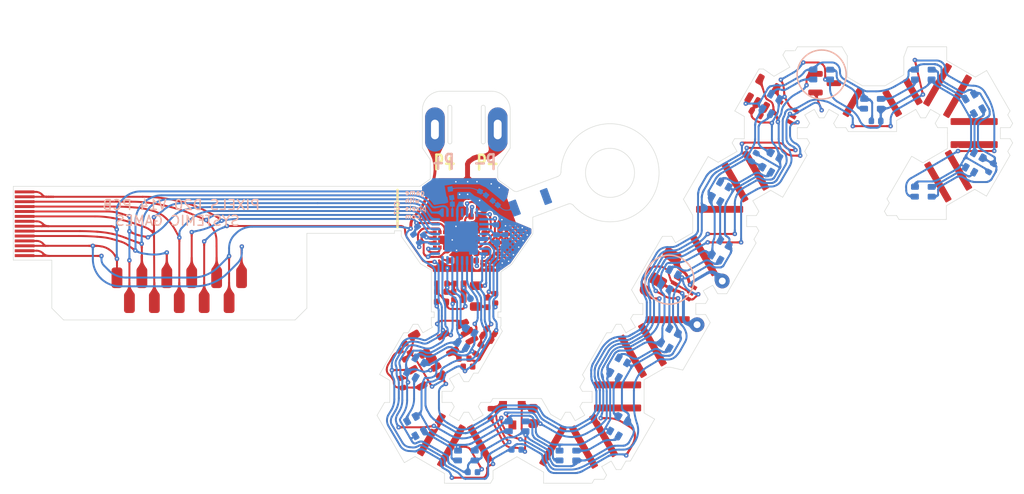
<source format=kicad_pcb>
(kicad_pcb (version 20211014) (generator pcbnew)
  (title_block (title "Pixels D20 Layout") (date "2022-08-26") (rev "13") (company "Systemic Games, LLC") (comment 1 "Flexible PCB, 0.13mm thickness"))
  (layers (0 "F.Cu" signal) (31 "B.Cu" signal) (34 "B.Paste" user) (35 "F.Paste" user) (36 "B.SilkS" user "B.Silkscreen") (37 "F.SilkS" user "F.Silkscreen") (38 "B.Mask" user) (39 "F.Mask" user) (44 "Edge.Cuts" user))
  (net 0 "")
  (net 1 "Net-(C1-Pad1)")
  (net 2 "GND")
  (net 3 "VDD")
  (net 4 "VDC")
  (net 5 "Net-(L1-Pad2)")
  (net 6 "Net-(L1-Pad1)")
  (net 7 "+5V")
  (net 8 "VEE")
  (net 9 "/LED_EN")
  (net 10 "Net-(C2-Pad2)")
  (net 11 "Net-(C3-Pad1)")
  (net 12 "Net-(C5-Pad2)")
  (net 13 "Net-(C7-Pad1)")
  (net 14 "Net-(C17-Pad2)")
  (net 15 "+BATT")
  (net 16 "Net-(L4-Pad1)")
  (net 17 "RXI")
  (net 18 "TXO")
  (net 19 "SWO")
  (net 20 "RESET")
  (net 21 "SWDCLK")
  (net 22 "SWDIO")
  (net 23 "Net-(R10-Pad1)")
  (net 24 "Net-(R10-Pad2)")
  (net 25 "/LED_DATA")
  (net 26 "/Power Supply/MAG1_")
  (net 27 "/Power Supply/LED_EN_OUT")
  (net 28 "/VLED_SENSE")
  (net 29 "/5V_SENSE")
  (net 30 "/VBAT_SENSE")
  (net 31 "/STATS")
  (net 32 "Net-(D10-Pad1)")
  (net 33 "/LEDs/LED_RETURN")
  (net 34 "Net-(R3-Pad1)")
  (net 35 "Net-(D2-Pad3)")
  (net 36 "Net-(D3-Pad3)")
  (net 37 "Net-(D4-Pad3)")
  (net 38 "Net-(D5-Pad3)")
  (net 39 "Net-(D6-Pad3)")
  (net 40 "Net-(D7-Pad3)")
  (net 41 "Net-(D8-Pad3)")
  (net 42 "Net-(D10-Pad3)")
  (net 43 "Net-(D11-Pad3)")
  (net 44 "Net-(D12-Pad3)")
  (net 45 "Net-(D13-Pad3)")
  (net 46 "Net-(D14-Pad3)")
  (net 47 "Net-(D15-Pad3)")
  (net 48 "Net-(D16-Pad3)")
  (net 49 "Net-(D17-Pad3)")
  (net 50 "Net-(D18-Pad3)")
  (net 51 "Net-(D19-Pad3)")
  (net 52 "Net-(D20-Pad3)")
  (net 53 "/SCL")
  (net 54 "/SDA")
  (net 55 "/ACC_INT")
  (net 59 "Net-(C19-Pad2)")
  (net 60 "Net-(C19-Pad1)")
  (net 61 "Net-(R6-Pad1)")
  (net 62 "/ANT_50")
  (net 63 "/ANT_NRF")
  (net 65 "/ANTENNA")
  (footprint "Pixels-dice:SOT-353_SC-70-5" (layer "F.Cu") (at 174.847276 75.695 150)
    (fp_text reference "U7")
    (fp_text value "74AHC1G08")
  )
  (footprint "TestPoint:TestPoint_THTPad_D1.5mm_Drill0.7mm" (layer "F.Cu") (at 168.47 92.95 30)
    (fp_text reference "P6")
    (fp_text value "COILB")
  )
  (footprint "Pixels-dice:R_0402_1005Metric" (layer "F.Cu") (at 144.465692 98.75 -30)
    (fp_text reference "R14")
    (fp_text value "10M 1%")
  )
  (footprint "Pixels-dice:C_0402_1005Metric" (layer "F.Cu") (at 144.855692 98.07 -30)
    (fp_text reference "C6")
    (fp_text value "10nF 25V 10%")
  )
  (footprint "Package_TO_SOT_SMD:SOT-23-5" (layer "F.Cu") (at 141.49 98.72 -150)
    (fp_text reference "U5")
    (fp_text value "MCP73832T-2ACI/OT")
  )
  (footprint "Package_TO_SOT_SMD:SOT-23" (layer "F.Cu") (at 178.91 72.78)
    (fp_text reference "U8")
    (fp_text value "TMR1366")
  )
  (footprint "TestPoint:TestPoint_THTPad_D1.5mm_Drill0.7mm" (layer "F.Cu") (at 165.9 97.4 30)
    (fp_text reference "P5")
    (fp_text value "COILA")
  )
  (footprint "Pixels-dice:SOT-23-5" (layer "F.Cu") (at 172.582724 73.797628 60)
    (fp_text reference "U6")
    (fp_text value "MT9700")
  )
  (footprint "Pixels-dice:R_0402_1005Metric" (layer "F.Cu") (at 171.91 75.85 150)
    (fp_text reference "R3")
    (fp_text value "10k 5%")
  )
  (footprint "Pixels-dice:R_0402_1005Metric" (layer "F.Cu") (at 143.59 99.93 60)
    (fp_text reference "R13")
    (fp_text value "4.02M 1%")
  )
  (footprint "Pixels-dice:C_0402_1005Metric" (layer "F.Cu") (at 144.118 85.446)
    (fp_text reference "C7")
    (fp_text value "100pF NP0 10V 5%")
  )
  (footprint "Inductor_SMD:L_0805_2012Metric" (layer "F.Cu") (at 143.34 94.49 -90)
    (fp_text reference "L1")
    (fp_text value "10uH 100mA 10%" hide)
  )
  (footprint "Pixels-dice:C_0402_1005Metric" (layer "F.Cu") (at 143.34 86.37 180)
    (fp_text reference "C5")
    (fp_text value "8pF 10V 10%")
  )
  (footprint "Pixels-dice:C_0402_1005Metric" (layer "F.Cu") (at 142.9 90.87 180)
    (fp_text reference "C3")
    (fp_text value "0.1uF 10V 20%")
  )
  (footprint "Pixels-dice:C_0402_1005Metric" (layer "F.Cu") (at 144.22 87.6 -90)
    (fp_text reference "C2")
    (fp_text value "8pF 10V 10%")
  )
  (footprint "Pixels-dice:C_0402_1005Metric" (layer "F.Cu") (at 141.19 90.86)
    (fp_text reference "C10")
    (fp_text value "0.1uF 10V 20%")
  )
  (footprint "Pixels-dice:FPC-POGO-11" (layer "F.Cu") (at 113.109999 93.890001 180)
    (fp_text reference "J2")
    (fp_text value "Conn_01x11")
  )
  (footprint "Pixels-dice:C_0402_1005Metric" (layer "F.Cu") (at 142.54 101.67)
    (fp_text reference "C18")
    (fp_text value "4.7uF 6.3V 20%")
  )
  (footprint "Pixels-dice:R_0402_1005Metric" (layer "F.Cu") (at 136.39 99.8 -60)
    (fp_text reference "R4")
    (fp_text value "402k 1%")
  )
  (footprint "Pixels-dice:C_0402_1005Metric" (layer "F.Cu") (at 135.88 100.51 120)
    (fp_text reference "C17")
    (fp_text value "22pF 10V 5%")
  )
  (footprint "Pixels-dice:SOT-23-5" (layer "F.Cu") (at 138.34 102.27 -150)
    (fp_text reference "U4")
    (fp_text value "LN3435")
  )
  (footprint "Pixels-dice:C_0402_1005Metric" (layer "F.Cu") (at 142.91 90.1 180)
    (fp_text reference "C4")
    (fp_text value "4.7uF 6.3V 20%")
  )
  (footprint "Inductor_SMD:L_0805_2012Metric" (layer "F.Cu") (at 137.59 99.39 120)
    (fp_text reference "L4")
    (fp_text value "2.2uH 20mA 10%")
  )
  (footprint "Pixels-dice:R_0402_1005Metric" (layer "F.Cu") (at 142.14 100.86)
    (fp_text reference "R6")
    (fp_text value "22k 1%")
  )
  (footprint "Pixels-dice:FPC_14" (layer "F.Cu") (at 97.33848 90.361234 90)
    (fp_text reference "J1")
    (fp_text value "Conn_01x14")
  )
  (footprint "Capacitor_SMD:C_0603_1608Metric" (layer "F.Cu") (at 149.18 106.71 90)
    (fp_text reference "C13")
    (fp_text value "4.7uF 25V 20%")
  )
  (footprint "Package_TO_SOT_SMD:SOT-363_SC-70-6" (layer "F.Cu") (at 164.41 93.67 -30)
    (fp_text reference "D1")
    (fp_text value "BAV99S")
  )
  (footprint "Pixels-dice:C_0402_1005Metric" (layer "F.Cu") (at 144.86 106.44 -90)
    (fp_text reference "C15")
    (fp_text value "4.7uF 6.3V 20%")
  )
  (footprint "Inductor_SMD:L_0402_1005Metric" (layer "F.Cu") (at 144.53 95.13 90)
    (fp_text reference "L2")
    (fp_text value "15nH 100mA 5%")
  )
  (footprint "Pixels-dice:C_0402_1005Metric" (layer "F.Cu") (at 145.32 94.72 -90)
    (fp_text reference "C1")
    (fp_text value "4.7uF 6.3V 20%")
  )
  (footprint "Pixels-dice:C_0402_1005Metric" (layer "F.Cu") (at 141.62 93.22 180)
    (fp_text reference "C21")
    (fp_text value "10nF 25V 10%")
  )
  (footprint "Pixels-dice:R_0402_1005Metric" (layer "F.Cu") (at 139.85 95.07)
    (fp_text reference "R7")
    (fp_text value "4.02M 1%")
  )
  (footprint "Pixels-dice:R_0402_1005Metric" (layer "F.Cu") (at 141.609999 94.050003)
    (fp_text reference "R2")
    (fp_text value "10M 1%")
  )
  (footprint "Pixels-dice:R_0402_1005Metric" (layer "F.Cu") (at 139.88 93.22)
    (fp_text reference "R8")
    (fp_text value "10M 1%")
  )
  (footprint "Pixels-dice:R_0402_1005Metric" (layer "F.Cu") (at 141.61 94.87)
    (fp_text reference "R1")
    (fp_text value "4.02M 1%")
  )
  (footprint "Pixels-dice:C_0402_1005Metric" (layer "F.Cu") (at 139.86 94.05)
    (fp_text reference "C22")
    (fp_text value "10nF 25V 10%")
  )
  (footprint "Pixels-dice:Crystal_SMD_2016-4Pin_2.0x1.6mm" (layer "F.Cu") (at 142.8 88.01 90)
    (fp_text reference "Y1")
    (fp_text value "32MHz 40ppm")
  )
  (footprint "Package_LGA:LGA-12_2x2mm_P0.5mm" (layer "F.Cu") (at 139.93 88.75)
    (fp_text reference "U2")
    (fp_text value "KXTJ3-1057")
  )
  (footprint "Pixels-dice:R_0402_1005Metric" (layer "F.Cu") (at 135.8 103.34 -75)
    (fp_text reference "R5")
    (fp_text value "100k 1%")
  )
  (footprint "Pixels-dice:SOT-23" (layer "F.Cu") (at 147.07 106.63 90)
    (fp_text reference "U3")
    (fp_text value "PJ75AL50SA")
  )
  (footprint "Capacitor_SMD:C_1206_3216Metric" (layer "F.Cu") (at 162.6125 91.617387 60)
    (fp_text reference "C19")
    (fp_text value "33nF 50V 5% NP0")
  )
  (footprint "Pixels-dice:TEST_PIN" (layer "F.Cu") (at 160.55 93.87)
    (fp_text reference "W16" hide)
    (fp_text value "VIN")
  )
  (footprint "Pixels-dice:TEST_PIN" (layer "F.Cu") (at 146.88 89.5)
    (fp_text reference "W19" hide)
    (fp_text value "GND")
  )
  (footprint "Pixels-dice:TEST_PIN" (layer "F.Cu") (at 144.44 89.89)
    (fp_text reference "W25" hide)
    (fp_text value "VDD")
  )
  (footprint "Pixels-dice:TX1812Z_2020" (layer "B.Cu") (at 142.38 110.74 -90)
    (fp_text reference "D5")
    (fp_text value "TX1812Z_2020")
  )
  (footprint "Pixels-dice:TX1812Z_2020" (layer "B.Cu") (at 137.198782 107.749711 -150)
    (fp_text reference "D4")
    (fp_text value "TX1812Z_2020")
  )
  (footprint "Pixels-dice:TX1812Z_2020" (layer "B.Cu") (at 147.56 107.76 -90)
    (fp_text reference "D6")
    (fp_text value "TX1812Z_2020")
  )
  (footprint "Pixels-dice:C_0402_1005Metric" (layer "B.Cu") (at 147.49 110.14)
    (fp_text reference "C16" hide)
    (fp_text value "10uF 6.3V 20%")
  )
  (footprint "Pixels-dice:TX1812Z_2020" (layer "B.Cu") (at 142.35 98.755 150)
    (fp_text reference "D2")
    (fp_text value "TX1812Z_2020")
  )
  (footprint "Pixels-dice:TX1812Z_2020" (layer "B.Cu") (at 152.728782 110.740289 -90)
    (fp_text reference "D7")
    (fp_text value "TX1812Z_2020")
  )
  (footprint "Pixels-dice:TX1812Z_2020" (layer "B.Cu") (at 173.428782 80.860289 -30)
    (fp_text reference "D14")
    (fp_text value "TX1812Z_2020")
  )
  (footprint "Pixels-dice:TX1812Z_2020" (layer "B.Cu") (at 168.258782 83.850289 -30)
    (fp_text reference "D13")
    (fp_text value "TX1812Z_2020")
  )
  (footprint "Pixels-dice:TX1812Z_2020" (layer "B.Cu") (at 168.258782 89.820289 -30)
    (fp_text reference "D12")
    (fp_text value "TX1812Z_2020")
  )
  (footprint "Pixels-dice:TX1812Z_2020" (layer "B.Cu") (at 157.908782 101.780289 -30)
    (fp_text reference "D9")
    (fp_text value "TX1812Z_2020")
  )
  (footprint "Pixels-dice:TX1812Z_2020" (layer "B.Cu") (at 157.898782 107.750289 -30)
    (fp_text reference "D8")
    (fp_text value "TX1812Z_2020")
  )
  (footprint "Pixels-dice:TX1812Z_2020" (layer "B.Cu") (at 178.608782 71.900289 -90)
    (fp_text reference "D16" hide)
    (fp_text value "TX1812Z_2020")
  )
  (footprint "Pixels-dice:TX1812Z_2020" (layer "B.Cu") (at 188.958782 71.899711 -90)
    (fp_text reference "D18")
    (fp_text value "TX1812Z_2020")
  )
  (footprint "Pixels-dice:TX1812Z_2020" (layer "B.Cu") (at 194.140289 80.868782 150)
    (fp_text reference "D20")
    (fp_text value "TX1812Z_2020")
  )
  (footprint "Pixels-dice:TX1812Z_2020" (layer "B.Cu") (at 188.959711 83.848782 90)
    (fp_text reference "D21")
    (fp_text value "TX1812Z_2020")
  )
  (footprint "Pixels-dice:TX1812Z_2020" (layer "B.Cu") (at 183.778782 74.880289 -90)
    (fp_text reference "D17")
    (fp_text value "TX1812Z_2020")
  )
  (footprint "Pixels-dice:TX1812Z_2020" (layer "B.Cu") (at 194.13 74.89 -150)
    (fp_text reference "D19")
    (fp_text value "TX1812Z_2020")
  )
  (footprint "Pixels-dice:TX1812Z_2020" (layer "B.Cu") (at 163.08 92.8 -30)
    (fp_text reference "D11")
    (fp_text value "TX1812Z_2020")
  )
  (footprint "Pixels-dice:C_0402_1005Metric" (layer "B.Cu") (at 171.67 80.31 60)
    (fp_text reference "C24" hide)
    (fp_text value "0.1uF 10V 20%")
  )
  (footprint "Pixels-dice:R_0402_1005Metric" (layer "B.Cu") (at 145.42 87.73 90)
    (fp_text reference "R10" hide)
    (fp_text value "100k 1%")
  )
  (footprint "Package_DFN_QFN:QFN-32-1EP_5x5mm_P0.5mm_EP3.1x3.1mm" (layer "B.Cu") (at 141.7 88.41 90)
    (fp_text reference "U1" hide)
    (fp_text value "N52810_QFN32")
  )
  (footprint "Pixels-dice:C_0402_1005Metric" (layer "B.Cu") (at 143.03 112.44 180)
    (fp_text reference "C23" hide)
    (fp_text value "0.1uF 10V 20%")
  )
  (footprint "Pixels-dice:TX1812Z_2020" (layer "B.Cu") (at 137.198782 101.780289 150)
    (fp_text reference "D3")
    (fp_text value "TX1812Z_2020")
  )
  (footprint "Pixels-dice:C_0402_1005Metric" (layer "B.Cu") (at 184.15 76.65)
    (fp_text reference "C9" hide)
    (fp_text value "10uF 6.3V 20%")
  )
  (footprint "Pixels-dice:R_0402_1005Metric" (layer "B.Cu") (at 146.34 88.75 90)
    (fp_text reference "R9" hide)
    (fp_text value "100k 1%")
  )
  (footprint "Pixels-dice:Hongjie 10100 Connector" (layer "B.Cu") (at 142.374557 77.5)
    (fp_text reference "J3")
    (fp_text value "Conn_01x02")
  )
  (footprint "Pixels-dice:TX1812Z_2020" (layer "B.Cu") (at 163.078782 98.790289 -30)
    (fp_text reference "D10")
    (fp_text value "TX1812Z_2020")
  )
  (footprint "Pixels-dice:TX1812Z_2020" (layer "B.Cu") (at 173.428782 74.890289 -30)
    (fp_text reference "D15")
    (fp_text value "TX1812Z_2020")
  )
  (footprint "Pixels-dice:C_0402_1005Metric" (layer "B.Cu") (at 195.88 81.42 -120)
    (fp_text reference "C25" hide)
    (fp_text value "0.1uF 10V 20%")
  )
  (footprint "Pixels-dice:R_0402_1005Metric" (layer "B.Cu") (at 137.29 88.62 -55)
    (fp_text reference "R12" hide)
    (fp_text value "2.7k 5%")
  )
  (footprint "Pixels-dice:R_0402_1005Metric" (layer "B.Cu") (at 137.7 87.83 -55)
    (fp_text reference "R16" hide)
    (fp_text value "2.7k 5%")
  )
  (footprint "Pixels-dice:TEST_PIN" (layer "B.Cu") (at 166.66 85.5)
    (fp_text reference "W5" hide)
    (fp_text value "LED_EN")
  )
  (footprint "Pixels-dice:TEST_PIN" (layer "B.Cu") (at 145.48 89.04)
    (fp_text reference "W12" hide)
    (fp_text value "VLED_S")
  )
  (footprint "Pixels-dice:TEST_PIN" (layer "B.Cu") (at 142.79 94.75)
    (fp_text reference "W13" hide)
    (fp_text value "5V_S")
  )
  (footprint "Pixels-dice:0402_RF" (layer "B.Cu") (at 144.721196 84.484936 -40)
    (fp_text reference "L3" hide)
    (fp_text value "1.8nH 5%")
  )
  (footprint "Pixels-dice:0402_RF" (layer "B.Cu") (at 141.391 85.113)
    (fp_text reference "C8" hide)
    (fp_text value "0.8pF 10V 5% C0G")
  )
  (footprint "Pixels-dice:0402_RF" (layer "B.Cu") (at 145.865331 84.872505 50)
    (fp_text reference "C11" hide)
    (fp_text value "DNP")
  )
  (footprint "Pixels-dice:CHIP_ANT" (layer "B.Cu") (at 147.304562 85.507007 110.2)
    (fp_text reference "AE1")
    (fp_text value "Antenna_Chip" hide)
  )
  (footprint "RFFrontEnd:MFH3.RECE.20369.001E.01" (layer "B.Cu") (at 139.7 83.76 100)
    (fp_text reference "J4" hide)
    (fp_text value "DNP" hide)
  )
  (footprint "Pixels-dice:0402_RF" (layer "B.Cu") (at 140.81 84.01 100)
    (fp_text reference "L5" hide)
    (fp_text value "3.9nH 5%")
  )
  (footprint "Pixels-dice:0402_RF" (layer "B.Cu") (at 143.964849 83.420717 65)
    (fp_text reference "C12")
    (fp_text value "0.5pF 10V 5% C0G")
  )
  (gr_circle (center 163.08 92.81) (end 165.58 92.81) (layer "B.SilkS") (width 0.15) (fill none))
  (gr_circle (center 178.6 71.9) (end 181.1 71.9) (layer "B.SilkS") (width 0.15) (fill none))
  (gr_circle (center 178.6 71.9) (end 181.1 71.9) (layer "B.SilkS") (width 0.05) (fill none))
  (gr_line (start 135.36 83.66) (end 135.36 87.48) (layer "F.SilkS") (width 0.25))
  (gr_line (start 137.9 79.394609) (end 138.7 80.58) (layer "Edge.Cuts") (width 0.05))
  (gr_line (start 145.597056 96.664191) (end 145.597056 96.101805) (layer "Edge.Cuts") (width 0.05))
  (gr_line (start 138.7 80.58) (end 138.7 82.55) (layer "Edge.Cuts") (width 0.05))
  (gr_line (start 138.81 91.833302) (end 138.81 96.101804) (layer "Edge.Cuts") (width 0.05))
  (gr_line (start 145.597056 96.101805) (end 145.906902 96.101805) (layer "Edge.Cuts") (width 0.05))
  (gr_line (start 135.74 88.38) (end 137.715599 91.201449) (layer "Edge.Cuts") (width 0.05))
  (gr_line (start 139.097057 96.101804) (end 139.097057 96.664191) (layer "Edge.Cuts") (width 0.05))
  (gr_line (start 138.81 96.101804) (end 139.097057 96.101804) (layer "Edge.Cuts") (width 0.05))
  (gr_line (start 145.906902 92.01) (end 146.984266 91.255621) (layer "Edge.Cuts") (width 0.05))
  (gr_line (start 145.906901 96.664191) (end 145.597056 96.664191) (layer "Edge.Cuts") (width 0.05))
  (gr_line (start 145.906902 96.101805) (end 145.906902 92.01) (layer "Edge.Cuts") (width 0.05))
  (gr_line (start 138.7 82.55) (end 137.64 83.3) (layer "Edge.Cuts") (width 0.05))
  (gr_line (start 139.097057 96.664191) (end 138.81 96.664191) (layer "Edge.Cuts") (width 0.05))
  (gr_line (start 136.05779 111.471273) (end 137.148632 110.841475) (layer "Edge.Cuts") (width 0.05))
  (gr_line (start 137.715599 91.201449) (end 138.809999 91.833301) (layer "Edge.Cuts") (width 0.05))
  (gr_arc (start 143.9 75.225) (mid 144.1 75.025) (end 144.3 75.225) (layer "Edge.Cuts") (width 0.05))
  (gr_arc (start 140.9 78.775) (mid 140.7 78.975) (end 140.5 78.775) (layer "Edge.Cuts") (width 0.05))
  (gr_arc (start 144.3 78.775) (mid 144.1 78.975) (end 143.9 78.775) (layer "Edge.Cuts") (width 0.05))
  (gr_line (start 137.64 83.3) (end 96.193208 83.3) (layer "Edge.Cuts") (width 0.05))
  (gr_line (start 96.193208 90.82) (end 96.193208 83.3) (layer "Edge.Cuts") (width 0.05))
  (gr_line (start 140.15 112.574315) (end 140.15 113.565418) (layer "Edge.Cuts") (width 0.05))
  (gr_line (start 172.673069 71.33539) (end 173.737706 72.080857) (layer "Edge.Cuts") (width 0.05))
  (gr_line (start 145.572276 81.343767) (end 146.85 79.39461) (layer "Edge.Cuts") (width 0.05))
  (gr_circle (center 157.024279 81.922102) (end 159.524279 81.922102) (layer "Edge.Cuts") (width 0.05) (fill none))
  (gr_line (start 153.865269 106.963071) (end 153.472489 107.189841) (layer "Edge.Cuts") (width 0.05))
  (gr_line (start 141.622201 102.339766) (end 142.1222 103.20579) (layer "Edge.Cuts") (width 0.05))
  (gr_line (start 186.97825 70.1046) (end 186.97825 71.93) (layer "Edge.Cuts") (width 0.05))
  (gr_line (start 177.265847 75.785157) (end 177.36064 75.730429) (layer "Edge.Cuts") (width 0.05))
  (gr_line (start 164.510809 84.618723) (end 165.459999 86.262767) (layer "Edge.Cuts") (width 0.05))
  (gr_line (start 188.698502 76.314953) (end 189.198502 76.314953) (layer "Edge.Cuts") (width 0.05))
  (gr_line (start 141.147057 105.760817) (end 140.897057 105.327804) (layer "Edge.Cuts") (width 0.05))
  (gr_line (start 142.622201 106.323817) (end 142.122201 106.323817) (layer "Edge.Cuts") (width 0.05))
  (gr_line (start 157.147633 111.303378) (end 157.647634 112.169405) (layer "Edge.Cuts") (width 0.05))
  (gr_line (start 138.81 96.664191) (end 138.81 97.48) (layer "Edge.Cuts") (width 0.05))
  (gr_line (start 137.148632 110.841475) (end 140.149999 112.574315) (layer "Edge.Cuts") (width 0.05))
  (gr_line (start 140.5 78.775) (end 140.5 75.225) (layer "Edge.Cuts") (width 0.05))
  (gr_line (start 179.740992 75.675698) (end 179.835785 75.730428) (layer "Edge.Cuts") (width 0.05))
  (gr_line (start 165.77278 95.801191) (end 165.77278 95.691733) (layer "Edge.Cuts") (width 0.05))
  (gr_line (start 146.984266 91.255621) (end 149.153481 88.134205) (layer "Edge.Cuts") (width 0.05))
  (gr_line (start 181.22 70.009815) (end 180.68 69.0732) (layer "Edge.Cuts") (width 0.05))
  (gr_line (start 175.362168 71.142974) (end 173.737707 72.080858) (layer "Edge.Cuts") (width 0.05))
  (gr_line (start 135.05 87.83) (end 135.05 88.09) (layer "Edge.Cuts") (width 0.05))
  (gr_line (start 124.919996 96.920001) (end 126.12 95.719997) (layer "Edge.Cuts") (width 0.05))
  (gr_line (start 159.122778 96.797203) (end 159.622778 97.66323) (layer "Edge.Cuts") (width 0.05))
  (gr_line (start 140.897057 104.201804) (end 141.147057 103.768791) (layer "Edge.Cuts") (width 0.05))
  (gr_line (start 134.04 105.33) (end 133.276062 106.653179) (layer "Edge.Cuts") (width 0.05))
  (gr_line (start 180.68 69.0732) (end 176.129153 69.073352) (layer "Edge.Cuts") (width 0.05))
  (gr_line (start 172.211188 71.33539) (end 169.742128 75.611929) (layer "Edge.Cuts") (width 0.05))
  (gr_line (start 189.698502 75.448929) (end 190.091281 75.6757) (layer "Edge.Cuts") (width 0.05))
  (gr_line (start 194.203941 83.602275) (end 195.403484 84.294832) (layer "Edge.Cuts") (width 0.05))
  (gr_line (start 126.12 88.09) (end 135.05 88.09) (layer "Edge.Cuts") (width 0.05))
  (gr_line (start 164.45 102.03) (end 167.245737 97.183384) (layer "Edge.Cuts") (width 0.05))
  (gr_line (start 144.3 75.225) (end 144.3 78.775) (layer "Edge.Cuts") (width 0.05))
  (gr_line (start 150.25 112.430743) (end 150.25 113.565418) (layer "Edge.Cuts") (width 0.05))
  (gr_arc (start 152.743564 85.102645) (mid 153.038303 85.086235) (end 153.290927 85.238936) (layer "Edge.Cuts") (width 0.05))
  (gr_line (start 177.455434 75.675698) (end 177.848211 75.448928) (layer "Edge.Cuts") (width 0.05))
  (gr_line (start 166.772779 96.364191) (end 165.772779 96.364191) (layer "Edge.Cuts") (width 0.05))
  (gr_line (start 172.673069 71.33539) (end 172.211188 71.33539) (layer "Edge.Cuts") (width 0.05))
  (gr_line (start 165.459999 88.023094) (end 163.695336 89.041922) (layer "Edge.Cuts") (width 0.05))
  (gr_line (start 187.776378 80.230144) (end 185.267563 84.575541) (layer "Edge.Cuts") (width 0.05))
  (gr_line (start 146.053139 98.063231) (end 145.822198 97.66323) (layer "Edge.Cuts") (width 0.05))
  (gr_line (start 195.422923 71.486765) (end 194.262083 72.156976) (layer "Edge.Cuts") (width 0.05))
  (gr_line (start 140.647056 102.902764) (end 141.039832 102.675995) (layer "Edge.Cuts") (width 0.05))
  (gr_line (start 166.915557 93.712382) (end 167.010351 93.657653) (layer "Edge.Cuts") (width 0.05))
  (gr_line (start 168.931067 94.242178) (end 171.914494 89.07473) (layer "Edge.Cuts") (width 0.05))
  (gr_line (start 141.622201 107.189842) (end 141.229423 106.963072) (layer "Edge.Cuts") (width 0.05))
  (gr_line (start 155.197634 104.201805) (end 155.197634 104.764804) (layer "Edge.Cuts") (width 0.05))
  (gr_line (start 169.473067 78.869978) (end 169.97336 79.736512) (layer "Edge.Cuts") (width 0.05))
  (gr_line (start 135.74 87.83) (end 135.05 87.83) (layer "Edge.Cuts") (width 0.05))
  (gr_line (start 188.924387 80.892947) (end 187.776378 80.230144) (layer "Edge.Cuts") (width 0.05))
  (gr_line (start 191.348503 70.47482) (end 191.348504 69.0698) (layer "Edge.Cuts") (width 0.05))
  (gr_line (start 100.119998 95.720001) (end 101.319998 96.920002) (layer "Edge.Cuts") (width 0.05))
  (gr_arc (start 152.026002 81.829669) (mid 161.713043 80.174832) (end 153.290927 85.238936) (layer "Edge.Cuts") (width 0.05))
  (gr_line (start 147.536772 110.864261) (end 150.25 112.430743) (layer "Edge.Cuts") (width 0.05))
  (gr_line (start 163.18464 101.74) (end 164.45 102.03) (layer "Edge.Cuts") (width 0.05))
  (gr_line (start 171.57578 84.763982) (end 173.409326 83.705384) (layer "Edge.Cuts") (width 0.05))
  (gr_line (start 160.372779 95.691733) (end 160.372779 95.80119) (layer "Edge.Cuts") (width 0.05))
  (gr_line (start 184.998502 85.841566) (end 185.248502 86.274579) (layer "Edge.Cuts") (width 0.05))
  (gr_line (start 197.573646 79.736004) (end 198.073647 78.869979) (layer "Edge.Cuts") (width 0.05))
  (gr_line (start 162.361968 88.396591) (end 159.216153 93.8453) (layer "Edge.Cuts") (width 0.05))
  (gr_line (start 156.422489 113.165418) (end 156.67249 112.732406) (layer "Edge.Cuts") (width 0.05))
  (gr_line (start 170.723069 78.436966) (end 169.723067 78.436966) (layer "Edge.Cuts") (width 0.05))
  (gr_line (start 167.497923 93.376151) (end 167.997923 94.242178) (layer "Edge.Cuts") (width 0.05))
  (gr_line (start 179.348212 75.448927) (end 179.740992 75.675698) (layer "Edge.Cuts") (width 0.05))
  (gr_line (start 158.147634 97.360203) (end 157.647634 97.360203) (layer "Edge.Cuts") (width 0.05))
  (gr_line (start 141.229424 102.566537) (end 141.622201 102.339766) (layer "Edge.Cuts") (width 0.05))
  (gr_line (start 196.823647 77.873967) (end 196.823647 77.310966) (layer "Edge.Cuts") (width 0.05))
  (gr_line (start 191.317561 86.674579) (end 191.317561 85.268728) (layer "Edge.Cuts") (width 0.05))
  (gr_line (start 159.040413 97.999459) (end 158.647634 98.226229) (layer "Edge.Cuts") (width 0.05))
  (gr_line (start 156.754856 111.530149) (end 157.147633 111.303378) (layer "Edge.Cuts") (width 0.05))
  (gr_line (start 170.723069 77.873967) (end 170.723069 78.436966) (layer "Edge.Cuts") (width 0.05))
  (gr_line (start 178.348213 76.314953) (end 178.848213 76.314953) (layer "Edge.Cuts") (width 0.05))
  (gr_line (start 157.647634 112.169406) (end 158.147634 112.169405) (layer "Edge.Cuts") (width 0.05))
  (gr_line (start 96.193208 90.82) (end 100.119998 90.820001) (layer "Edge.Cuts") (width 0.05))
  (gr_line (start 176.123069 78.436965) (end 176.123069 77.873966) (layer "Edge.Cuts") (width 0.05))
  (gr_line (start 177.373068 78.869978) (end 177.123067 78.436965) (layer "Edge.Cuts") (width 0.05))
  (gr_line (start 170.947924 86.274579) (end 171.947922 86.274579) (layer "Edge.Cuts") (width 0.05))
  (gr_line (start 145.572276 82.342441) (end 145.572276 81.343767) (layer "Edge.Cuts") (width 0.05))
  (gr_line (start 154.216694 102.502767) (end 154.447635 102.902766) (layer "Edge.Cuts") (width 0.05))
  (gr_line (start 191.317561 85.268728) (end 194.203941 83.602275) (layer "Edge.Cuts") (width 0.05))
  (gr_line (start 156.565269 111.639609) (end 156.660062 111.584879) (layer "Edge.Cuts") (width 0.05))
  (gr_line (start 174.63475 84.412883) (end 177.104008 80.136004) (layer "Edge.Cuts") (width 0.05))
  (gr_line (start 161.578575 107.026842) (end 160.5 106.404127) (layer "Edge.Cuts") (width 0.05))
  (gr_line (start 137.9 79.394609) (end 137.9 75.45) (layer "Edge.Cuts") (width 0.05))
  (gr_line (start 170.947924 86.837578) (end 170.947924 86.274579) (layer "Edge.Cuts") (width 0.05))
  (gr_arc (start 145.783481 82.750605) (mid 145.628201 82.572229) (end 145.572276 82.342441) (layer "Edge.Cuts") (width 0.05))
  (gr_line (start 191.423647 77.873966) (end 191.423647 79.45) (layer "Edge.Cuts") (width 0.05))
  (gr_line (start 172.197922 85.841565) (end 171.57578 84.763982) (layer "Edge.Cuts") (width 0.05))
  (gr_line (start 138.434629 97.944729) (end 137.947058 98.226229) (layer "Edge.Cuts") (width 0.05))
  (gr_line (start 167.010351 93.657653) (end 167.105145 93.602923) (layer "Edge.Cuts") (width 0.05))
  (gr_line (start 196.823647 78.436966) (end 196.823647 77.873967) (layer "Edge.Cuts") (width 0.05))
  (gr_line (start 159.109515 111.303381) (end 161.578575 107.026842) (layer "Edge.Cuts") (width 0.05))
  (gr_line (start 160.5 103.021132) (end 162.718986 101.74) (layer "Edge.Cuts") (width 0.05))
  (gr_arc (start 152.026002 81.829669) (mid 151.934102 82.110181) (end 151.7 82.29) (layer "Edge.Cuts") (width 0.05))
  (gr_line (start 156.685754 98.226229) (end 154.216694 102.502767) (layer "Edge.Cuts") (width 0.05))
  (gr_line (start 194.262083 72.156976) (end 191.348503 70.47482) (layer "Edge.Cuts") (width 0.05))
  (gr_line (start 158.647634 98.226229) (end 158.147634 97.360203) (layer "Edge.Cuts") (width 0.05))
  (gr_line (start 190.173646 76.877953) (end 190.423646 77.310966) (layer "Edge.Cuts") (width 0.05))
  (gr_line (start 146.85 75.435758) (end 146.85 79.39461) (layer "Edge.Cuts") (width 0.05))
  (gr_line (start 176.123068 77.310968) (end 177.123067 77.310968) (layer "Edge.Cuts") (width 0.05))
  (gr_line (start 190.423646 77.310966) (end 191.423647 77.310967) (layer "Edge.Cuts") (width 0.05))
  (gr_line (start 171.697924 88.699616) (end 172.197923 87.833591) (layer "Edge.Cuts") (width 0.05))
  (gr_line (start 180.073357 77.310966) (end 181.073357 77.310966) (layer "Edge.Cuts") (width 0.05))
  (gr_line (start 189.198502 76.314953) (end 189.698502 75.448929) (layer "Edge.Cuts") (width 0.05))
  (gr_line (start 137.447057 97.360203) (end 136.947057 97.360203) (layer "Edge.Cuts") (width 0.05))
  (gr_line (start 154.197634 104.201804) (end 155.197634 104.201805) (layer "Edge.Cuts") (width 0.05))
  (gr_line (start 142.622201 103.205791) (end 143.1222 102.339766) (layer "Edge.Cuts") (width 0.05))
  (gr_line (start 171.914494 89.07473) (end 171.697924 88.699616) (layer "Edge.Cuts") (width 0.05))
  (gr_line (start 155.197634 105.327805) (end 154.197633 105.327804) (layer "Edge.Cuts") (width 0.05))
  (gr_line (start 143.584081 102.339766) (end 146.053139 98.063231) (layer "Edge.Cuts") (width 0.05))
  (gr_line (start 155.197634 104.764804) (end 155.197634 105.327805) (layer "Edge.Cuts") (width 0.05))
  (gr_line (start 139.897057 105.327804) (end 139.897057 104.874263) (layer "Edge.Cuts") (width 0.05))
  (gr_line (start 140.647056 106.626842) (end 141.147056 105.760817) (layer "Edge.Cuts") (width 0.05))
  (gr_line (start 175.898212 69.473352) (end 174.898213 69.473352) (layer "Edge.Cuts") (width 0.05))
  (gr_line (start 160.5 106.404127) (end 160.5 103.021132) (layer "Edge.Cuts") (width 0.05))
  (gr_line (start 186.97825 71.93) (end 185.049171 73.0498) (layer "Edge.Cuts") (width 0.05))
  (gr_line (start 169.742127 75.611929) (end 170.723068 76.178275) (layer "Edge.Cuts") (width 0.05))
  (gr_line (start 154.447635 102.902766) (end 153.947634 103.768791) (layer "Edge.Cuts") (width 0.05))
  (gr_line (start 150.25 113.565418) (end 155.19155 113.565418) (layer "Edge.Cuts") (width 0.05))
  (gr_line (start 191.423647 79.45) (end 188.924387 80.892947) (layer "Edge.Cuts") (width 0.05))
  (gr_line (start 138.91739 97.666004) (end 138.434629 97.944729) (layer "Edge.Cuts") (width 0.05))
  (gr_line (start 177.36064 75.730428) (end 177.455434 75.675699) (layer "Edge.Cuts") (width 0.05))
  (gr_line (start 167.105145 93.602923) (end 167.497923 93.376151) (layer "Edge.Cuts") (width 0.05))
  (gr_line (start 135.985176 98.226229) (end 133.531945 102.475349) (layer "Edge.Cuts") (width 0.05))
  (gr_line (start 190.091281 75.6757) (end 190.186074 75.730429) (layer "Edge.Cuts") (width 0.05))
  (gr_line (start 165.459999 86.262767) (end 165.459999 88.023094) (layer "Edge.Cuts") (width 0.05))
  (gr_line (start 156.660062 111.584879) (end 156.754856 111.530149) (layer "Edge.Cuts") (width 0.05))
  (gr_line (start 166.522779 93.939152) (end 166.915557 93.712382) (layer "Edge.Cuts") (width 0.05))
  (gr_line (start 177.123067 78.436965) (end 176.123069 78.436965) (layer "Edge.Cuts") (width 0.05))
  (gr_line (start 166.772779 95.238192) (end 167.02278 94.805178) (layer "Edge.Cuts") (width 0.05))
  (gr_line (start 196.823647 77.310966) (end 197.823646 77.310966) (layer "Edge.Cuts") (width 0.05))
  (gr_line (start 136.947057 97.360203) (end 136.447057 98.226229) (layer "Edge.Cuts") (width 0.05))
  (gr_line (start 185.267561 84.575541) (end 185.498503 84.975541) (layer "Edge.Cuts") (width 0.05))
  (gr_line (start 176.873068 79.736003) (end 177.373068 78.869978) (layer "Edge.Cuts") (width 0.05))
  (gr_line (start 173.409326 83.705384) (end 174.63475 84.412883) (layer "Edge.Cuts") (width 0.05))
  (gr_line (start 186.242417 77.710966) (end 186.242417 76.583245) (layer "Edge.Cuts") (width 0.05))
  (gr_line (start 181.22 72.16) (end 182.761143 73.0498) (layer "Edge.Cuts") (width 0.05))
  (gr_line (start 170.947923 87.400578) (end 170.947923 86.837578) (layer "Edge.Cuts") (width 0.05))
  (gr_line (start 153.947634 105.760816) (end 154.447634 106.626842) (layer "Edge.Cuts") (width 0.05))
  (gr_line (start 187.36175 69.0698) (end 186.97825 70.1046) (layer "Edge.Cuts") (width 0.05))
  (gr_line (start 139.897058 104.874263) (end 139.897058 104.764804) (layer "Edge.Cuts") (width 0.05))
  (gr_line (start 143.51498 106.963072) (end 143.122201 107.189843) (layer "Edge.Cuts") (width 0.05))
  (gr_line (start 139.897058 104.764804) (end 139.897058 104.655346) (layer "Edge.Cuts") (width 0.05))
  (gr_line (start 176.129153 69.073352) (end 175.898212 69.473352) (layer "Edge.Cuts") (width 0.05))
  (gr_line (start 168.047371 80.848482) (end 167.027512 80.259667) (layer "Edge.Cuts") (width 0.05))
  (gr_line (start 185.049171 73.0498) (end 182.761143 73.0498) (layer "Edge.Cuts") (width 0.05))
  (gr_line (start 139.75 73.6) (end 145 73.6) (layer "Edge.Cuts") (width 0.05))
  (gr_line (start 165.77278 95.91065) (end 165.77278 95.801191) (layer "Edge.Cuts") (width 0.05))
  (gr_line (start 141.229423 106.963072) (end 141.134629 106.908342) (layer "Edge.Cuts") (width 0.05))
  (gr_line (start 144.847345 105.327804) (end 143.847346 105.327804) (layer "Edge.Cuts") (width 0.05))
  (gr_line (start 135.74 88.38) (end 135.74 87.83) (layer "Edge.Cuts") (width 0.05))
  (gr_line (start 133.276062 106.653179) (end 136.05779 111.471273) (layer "Edge.Cuts") (width 0.05))
  (gr_line (start 163.322753 88.396591) (end 162.361968 88.396591) (layer "Edge.Cuts") (width 0.05))
  (gr_line (start 154.447634 106.626842) (end 154.054855 106.853613) (layer "Edge.Cuts") (width 0.05))
  (gr_line (start 158.147634 112.169405) (end 158.647634 111.303379) (layer "Edge.Cuts") (width 0.05))
  (gr_line (start 190.186074 75.730429) (end 190.280867 75.785158) (layer "Edge.Cuts") (width 0.05))
  (gr_line (start 145.078285 104.927805) (end 144.847345 105.327804) (layer "Edge.Cuts") (width 0.05))
  (gr_line (start 155.42249 113.165418) (end 156.422489 113.165418) (layer "Edge.Cuts") (width 0.05))
  (gr_line (start 165.77278 95.691733) (end 165.772778 95.238191) (layer "Edge.Cuts") (width 0.05))
  (gr_line (start 134.57 105.33) (end 134.04 105.33) (layer "Edge.Cuts") (width 0.05))
  (gr_line (start 171.947922 86.274579) (end 172.197922 85.841565) (layer "Edge.Cuts") (width 0.05))
  (gr_line (start 149.153481 88.134205) (end 149.153182 86.436927) (layer "Edge.Cuts") (width 0.05))
  (gr_line (start 174.898213 69.473351) (end 174.648212 69.906365) (layer "Edge.Cuts") (width 0.05))
  (gr_line (start 165.772779 96.364191) (end 165.77278 95.91065) (layer "Edge.Cuts") (width 0.05))
  (gr_line (start 145.1 113.117268) (end 145.1 112.271132) (layer "Edge.Cuts") (width 0.05))
  (gr_line (start 154.197633 105.327804) (end 153.947634 105.760816) (layer "Edge.Cuts") (width 0.05))
  (gr_line (start 197.823646 77.310966) (end 198.073646 76.877954) (layer "Edge.Cuts") (width 0.05))
  (gr_line (start 101.319998 96.920002) (end 124.919996 96.920001) (layer "Edge.Cuts") (width 0.05))
  (gr_line (start 133.531945 102.475349) (end 134.57 103.07467) (layer "Edge.Cuts") (width 0.05))
  (gr_line (start 160.372779 95.910649) (end 160.372778 96.364191) (layer "Edge.Cuts") (width 0.05))
  (gr_line (start 138.81 97.48) (end 138.91739 97.666004) (layer "Edge.Cuts") (width 0.05))
  (gr_line (start 155.19155 113.565418) (end 155.42249 113.165418) (layer "Edge.Cuts") (width 0.05))
  (gr_line (start 197.804586 80.136003) (end 197.573646 79.736004) (layer "Edge.Cuts") (width 0.05))
  (gr_line (start 152.972489 106.323817) (end 152.472489 106.323817) (layer "Edge.Cuts") (width 0.05))
  (gr_line (start 163.18464 101.74) (end 162.718986 101.74) (layer "Edge.Cuts") (width 0.05))
  (gr_arc (start 137.9 75.45) (mid 138.464242 74.164242) (end 139.75 73.6) (layer "Edge.Cuts") (width 0.05))
  (gr_line (start 167.245737 97.183383) (end 166.772778 96.364193) (layer "Edge.Cuts") (width 0.05))
  (gr_line (start 197.573647 76.011927) (end 197.804586 75.611928) (layer "Edge.Cuts") (width 0.05))
  (gr_line (start 143.597345 105.760817) (end 144.097344 106.626841) (layer "Edge.Cuts") (width 0.05))
  (gr_arc (start 145 73.6) (mid 146.285024 74.155061) (end 146.85 75.435758) (layer "Edge.Cuts") (width 0.05))
  (gr_line (start 150.041877 104.927804) (end 145.078285 104.927804) (layer "Edge.Cuts") (width 0.05))
  (gr_line (start 156.67249 112.732406) (end 156.17249 111.866379) (layer "Edge.Cuts") (width 0.05))
  (gr_line (start 171.947923 87.400578) (end 170.947923 87.400578) (layer "Edge.Cuts") (width 0.05))
  (gr_line (start 153.960062 106.908342) (end 153.865269 106.963071) (layer "Edge.Cuts") (width 0.05))
  (gr_line (start 157.647634 97.360203) (end 157.147634 98.226229) (layer "Edge.Cuts") (width 0.05))
  (gr_line (start 152.472489 106.323817) (end 152.005266 107.13307) (layer "Edge.Cuts") (width 0.05))
  (gr_line (start 165.772778 95.238191) (end 166.772779 95.238192) (layer "Edge.Cuts") (width 0.05))
  (gr_arc (start 147.64 83.798522) (mid 147.401122 83.825512) (end 147.177258 83.737897) (layer "Edge.Cuts") (width 0.05))
  (gr_line (start 154.054855 106.853613) (end 153.960062 106.908342) (layer "Edge.Cuts") (width 0.05))
  (gr_line (start 141.134629 102.621266) (end 141.229421 102.566538) (layer "Edge.Cuts") (width 0.05))
  (gr_line (start 169.723067 78.436966) (end 169.473067 78.869978) (layer "Edge.Cuts") (width 0.05))
  (gr_line (start 143.1222 102.339766) (end 143.584081 102.339766) (layer "Edge.Cuts") (width 0.05))
  (gr_line (start 188.200654 75.452657) (end 188.698501 76.314953) (layer "Edge.Cuts") (width 0.05))
  (gr_line (start 181.073357 77.310966) (end 181.304297 77.710966) (layer "Edge.Cuts") (width 0.05))
  (gr_arc (start 140.5 75.225) (mid 140.7 75.025) (end 140.9 75.225) (layer "Edge.Cuts") (width 0.05))
  (gr_line (start 190.673646 76.011929) (end 190.173646 76.877953) (layer "Edge.Cuts") (width 0.05))
  (gr_line (start 159.23 97.89) (end 159.135205 97.944729) (layer "Edge.Cuts") (width 0.05))
  (gr_line (start 177.848212 75.448929) (end 178.348213 76.314953) (layer "Edge.Cuts") (width 0.05))
  (gr_line (start 139.897058 104.655346) (end 139.897058 104.201804) (layer "Edge.Cuts") (width 0.05))
  (gr_line (start 160.372779 95.24) (end 160.372779 95.691733) (layer "Edge.Cuts") (width 0.05))
  (gr_line (start 159.372779 96.364191) (end 159.122778 96.797203) (layer "Edge.Cuts") (width 0.05))
  (gr_line (start 143.609773 106.908342) (end 143.51498 106.96307) (layer "Edge.Cuts") (width 0.05))
  (gr_line (start 177.104008 80.136003) (end 176.873068 79.736003) (layer "Edge.Cuts") (width 0.05))
  (gr_line (start 126.12 95.719997) (end 126.12 88.09) (layer "Edge.Cuts") (width 0.05))
  (gr_line (start 181.304297 77.710966) (end 186.242417 77.710966) (layer "Edge.Cuts") (width 0.05))
  (gr_line (start 197.823646 78.436966) (end 196.823647 78.436966) (layer "Edge.Cuts") (width 0.05))
  (gr_line (start 163.695336 89.041922) (end 163.322753 88.396591) (layer "Edge.Cuts") (width 0.05))
  (gr_line (start 181.22 70.009815) (end 181.22 72.16) (layer "Edge.Cuts") (width 0.05))
  (gr_line (start 172.197923 87.833591) (end 171.947923 87.400578) (layer "Edge.Cuts") (width 0.05))
  (gr_line (start 141.039836 102.675996) (end 141.134627 102.621268) (layer "Edge.Cuts") (width 0.05))
  (gr_line (start 142.122201 106.323817) (end 141.622202 107.189842) (layer "Edge.Cuts") (width 0.05))
  (gr_line (start 143.847346 105.327804) (end 143.597345 105.760817) (layer "Edge.Cuts") (width 0.05))
  (gr_line (start 143.9 78.775) (end 143.9 75.225) (layer "Edge.Cuts") (width 0.05))
  (gr_line (start 186.248503 86.274579) (end 186.479443 86.674578) (layer "Edge.Cuts") (width 0.05))
  (gr_line (start 198.073646 78.869978) (end 197.823646 78.436966) (layer "Edge.Cuts") (width 0.05))
  (gr_line (start 176.873068 76.011927) (end 177.265846 75.785157) (layer "Edge.Cuts") (width 0.05))
  (gr_line (start 179.823357 76.877953) (end 180.073357 77.310966) (layer "Edge.Cuts") (width 0.05))
  (gr_line (start 190.280867 75.785158) (end 190.673646 76.011929) (layer "Edge.Cuts") (width 0.05))
  (gr_line (start 141.134629 106.908342) (end 141.039835 106.853613) (layer "Edge.Cuts") (width 0.05))
  (gr_line (start 150.969998 106.535358) (end 152.005265 107.13307) (layer "Edge.Cuts") (width 0.05))
  (gr_line (start 156.17249 111.866379) (end 156.565269 111.639609) (layer "Edge.Cuts") (width 0.05))
  (gr_line (start 191.348504 69.0698) (end 187.36175 69.0698) (layer "Edge.Cuts") (width 0.05))
  (gr_line (start 170.723068 76.178275) (end 170.723068 77.873967) (layer "Edge.Cuts") (width 0.05))
  (gr_line (start 153.472489 107.189841) (end 152.972489 106.323817) (layer "Edge.Cuts") (width 0.05))
  (gr_line (start 142.1222 103.205791) (end 142.622201 103.205791) (layer "Edge.Cuts") (width 0.05))
  (gr_line (start 143.704567 106.853613) (end 143.609774 106.908341) (layer "Edge.Cuts") (width 0.05))
  (gr_line (start 139.897058 104.201804) (end 140.897057 104.201804) (layer "Edge.Cuts") (width 0.05))
  (gr_line (start 100.119998 90.820001) (end 100.119998 95.720001) (layer "Edge.Cuts") (width 0.05))
  (gr_line (start 159.622778 97.66323) (end 159.23 97.89) (layer "Edge.Cuts") (width 0.05))
  (gr_line (start 145.1 112.271132) (end 147.536772 110.864261) (layer "Edge.Cuts") (width 0.05))
  (gr_line (start 167.027512 80.259667) (end 164.510811 84.618723) (layer "Edge.Cuts") (width 0.05))
  (gr_line (start 153.947634 103.768791) (end 154.197634 104.201804) (layer "Edge.Cuts") (width 0.05))
  (gr_line (start 177.123067 77.310968) (end 177.373068 76.877952) (layer "Edge.Cuts") (width 0.05))
  (gr_line (start 145.906901 97.516521) (end 145.906901 96.664191) (layer "Edge.Cuts") (width 0.05))
  (gr_line (start 149.153182 86.436927) (end 152.743564 85.102645) (layer "Edge.Cuts") (width 0.05))
  (gr_line (start 167.02278 94.805178) (end 166.522779 93.939152) (layer "Edge.Cuts") (width 0.05))
  (gr_line (start 134.57 103.07467) (end 134.57 105.33) (layer "Edge.Cuts") (width 0.05))
  (gr_line (start 185.248502 86.274579) (end 186.248503 86.274579) (layer "Edge.Cuts") (width 0.05))
  (gr_line (start 144.097344 106.626841) (end 143.704567 106.853611) (layer "Edge.Cuts") (width 0.05))
  (gr_line (start 158.647634 111.303379) (end 159.109515 111.303381) (layer "Edge.Cuts") (width 0.05))
  (gr_line (start 143.122201 107.189843) (end 142.622201 106.323817) (layer "Edge.Cuts") (width 0.05))
  (gr_line (start 159.135205 97.944729) (end 159.040413 97.999459) (layer "Edge.Cuts") (width 0.05))
  (gr_line (start 186.479443 86.674579) (end 191.317561 86.674579) (layer "Edge.Cuts") (width 0.05))
  (gr_line (start 159.216153 93.8453) (end 160.021384 95.24) (layer "Edge.Cuts") (width 0.05))
  (gr_line (start 198.073646 76.877954) (end 197.573647 76.011927) (layer "Edge.Cuts") (width 0.05))
  (gr_line (start 174.648212 69.906365) (end 175.362168 71.142974) (layer "Edge.Cuts") (width 0.05))
  (gr_line (start 197.804586 75.611928) (end 195.422923 71.486765) (layer "Edge.Cuts") (width 0.05))
  (gr_line (start 169.97336 79.736512) (end 168.047371 80.848482) (layer "Edge.Cuts") (width 0.05))
  (gr_line (start 178.848213 76.314953) (end 179.348212 75.448927) (layer "Edge.Cuts") (width 0.05))
  (gr_line (start 167.997923 94.242178) (end 168.497925 94.242178) (layer "Edge.Cuts") (width 0.05))
  (gr_line (start 151.7 82.29) (end 147.64 83.798522) (layer "Edge.Cuts") (width 0.05))
  (gr_line (start 176.123068 77.873966) (end 176.123068 77.310968) (layer "Edge.Cuts") (width 0.05))
  (gr_line (start 168.497925 94.242178) (end 168.931067 94.242178) (layer "Edge.Cuts") (width 0.05))
  (gr_line (start 136.447057 98.226229) (end 135.985176 98.226229) (layer "Edge.Cuts") (width 0.05))
  (gr_line (start 177.373068 76.877952) (end 176.873068 76.011927) (layer "Edge.Cuts") (width 0.05))
  (gr_line (start 145.822198 97.66323) (end 145.906901 97.516521) (layer "Edge.Cuts") (width 0.05))
  (gr_line (start 137.947058 98.226229) (end 137.447057 97.360203) (layer "Edge.Cuts") (width 0.05))
  (gr_line (start 186.242417 76.583245) (end 188.200654 75.452657) (layer "Edge.Cuts") (width 0.05))
  (gr_line (start 157.147634 98.226229) (end 156.685754 98.226229) (layer "Edge.Cuts") (width 0.05))
  (gr_line (start 140.9 75.225) (end 140.9 78.775) (layer "Edge.Cuts") (width 0.05))
  (gr_line (start 179.835785 75.730428) (end 180.323357 76.011928) (layer "Edge.Cuts") (width 0.05))
  (gr_line (start 185.498503 84.975541) (end 184.998502 85.841566) (layer "Edge.Cuts") (width 0.05))
  (gr_line (start 140.15 113.565418) (end 144.84126 113.565418) (layer "Edge.Cuts") (width 0.05))
  (gr_line (start 191.423647 77.310967) (end 191.423647 77.873966) (layer "Edge.Cuts") (width 0.05))
  (gr_line (start 140.897057 105.327804) (end 139.897057 105.327804) (layer "Edge.Cuts") (width 0.05))
  (gr_line (start 160.372779 95.80119) (end 160.372779 95.910649) (layer "Edge.Cuts") (width 0.05))
  (gr_line (start 141.147057 103.768791) (end 140.647056 102.902764) (layer "Edge.Cuts") (width 0.05))
  (gr_line (start 160.372778 96.364191) (end 159.372779 96.364191) (layer "Edge.Cuts") (width 0.05))
  (gr_line (start 141.039835 106.853613) (end 140.647056 106.626842) (layer "Edge.Cuts") (width 0.05))
  (gr_line (start 180.323357 76.011928) (end 179.823357 76.877953) (layer "Edge.Cuts") (width 0.05))
  (gr_line (start 160.021384 95.24) (end 160.372779 95.24) (layer "Edge.Cuts") (width 0.05))
  (gr_line (start 150.041877 104.927804) (end 150.969998 106.535358) (layer "Edge.Cuts") (width 0.05))
  (gr_line (start 195.403484 84.294832) (end 197.804585 80.136004) (layer "Edge.Cuts") (width 0.05))
  (gr_line (start 144.84126 113.565418) (end 145.1 113.117268) (layer "Edge.Cuts") (width 0.05))
  (gr_line (start 147.177258 83.737897) (end 145.783481 82.750605) (layer "Edge.Cuts") (width 0.05))
  (gr_text "P-" (at 144.27 80.85) (layer "B.SilkS") (effects (font (size 1.5 1) (thickness 0.25)) (justify mirror)))
  (gr_text "P+" (at 140 80.82) (layer "B.SilkS") (effects (font (size 1.5 1) (thickness 0.25)) (justify mirror)))
  (gr_text "PIXELS D20 V14 PCB\n SYSTEMIC GAMES" (at 113.31 86) (layer "B.SilkS") (effects (font (size 1 1)) (justify mirror)))
  (gr_text "game\nwith\npixels\n.com" (at 136.06 85.15) (layer "B.SilkS") (effects (font (size 0.5 0.5) (thickness 0.1)) (justify right mirror)))
  (gr_text "--CUT--" (at 135.32 85.51 90) (layer "B.SilkS") (effects (font (size 0.5 0.5) (thickness 0.1)) (justify mirror)))
  (gr_text "P+" (at 140.2 80.88) (layer "F.SilkS") (effects (font (size 1.5 1) (thickness 0.25))))
  (gr_text "P-" (at 144.56 80.9) (layer "F.SilkS") (effects (font (size 1.5 1) (thickness 0.25))))
  (segment (start 144.67 94.04) (end 145.32 94.24) (width 0.2) (layer "F.Cu") (net 1))
  (segment (start 144.67 94.04) (end 144.53 94.645) (width 0.2) (layer "F.Cu") (net 1))
  (via (at 144.67 94.04) (size 0.45) (drill 0.15) (layers "F.Cu" "B.Cu") (net 1))
  (segment (start 145.150623 90.65853) (end 145.141585 90.672054) (width 0.2) (layer "B.Cu") (net 1))
  (segment (start 145.167917 90.626176) (end 145.197102 90.555715) (width 0.2) (layer "B.Cu") (net 1))
  (segment (start 145.210414 90.511832) (end 145.214381 90.491891) (width 0.2) (layer "B.Cu") (net 1))
  (segment (start 144.880519 90.94941) (end 144.866399 90.970544) (width 0.2) (layer "B.Cu") (net 1))
  (segment (start 144.8051 91.103851) (end 144.839378 91.021096) (width 0.2) (layer "B.Cu") (net 1))
  (segment (start 145.210651 89.841138) (end 145.215033 89.863169) (width 0.2) (layer "B.Cu") (net 1))
  (segment (start 145.120128 89.626654) (end 145.104527 89.603307) (width 0.2) (layer "B.Cu") (net 1))
  (segment (start 144.486622 89.15) (end 144.137408 89.15) (width 0.2) (layer "B.Cu") (net 1))
  (segment (start 144.613508 89.174036) (end 144.683009 89.202824) (width 0.2) (layer "B.Cu") (net 1))
  (segment (start 144.546505 89.155897) (end 144.567441 89.160062) (width 0.2) (layer "B.Cu") (net 1))
  (segment (start 144.78 91.224283) (end 144.78 93.96) (width 0.2) (layer "B.Cu") (net 1))
  (segment (start 144.739663 89.235004) (end 144.725464 89.225516) (width 0.2) (layer "B.Cu") (net 1))
  (segment (start 145.22 90.434844) (end 145.22 89.913588) (width 0.2) (layer "B.Cu") (net 1))
  (segment (start 144.784493 91.178648) (end 144.788461 91.158704) (width 0.2) (layer "B.Cu") (net 1))
  (segment (start 145.157443 89.696464) (end 145.192267 89.780539) (width 0.2) (layer "B.Cu") (net 1))
  (segment (start 144.925974 90.894023) (end 145.112493 90.707503) (width 0.2) (layer "B.Cu") (net 1))
  (segment (start 144.769433 89.259435) (end 145.064354 89.554355) (width 0.2) (layer "B.Cu") (net 1))
  (arc (start 144.880519 90.94941) (mid 144.890849 90.934743) (end 144.901887 90.9206) (width 0.2) (layer "B.Cu") (net 1))
  (arc (start 144.8051 91.103851) (mid 144.799934 91.117241) (end 144.795433 91.130869) (width 0.2) (layer "B.Cu") (net 1))
  (arc (start 144.784493 91.178648) (mid 144.78253 91.18996) (end 144.781126 91.201355) (width 0.2) (layer "B.Cu") (net 1))
  (arc (start 144.925974 90.894023) (mid 144.913604 90.907015) (end 144.901887 90.9206) (width 0.2) (layer "B.Cu") (net 1))
  (arc (start 145.12791 90.690493) (mid 145.134974 90.681441) (end 145.141585 90.672054) (width 0.2) (layer "B.Cu") (net 1))
  (arc (start 145.192267 89.780539) (mid 145.197974 89.795332) (end 145.202948 89.810387) (width 0.2) (layer "B.Cu") (net 1))
  (arc (start 144.590818 89.165918) (mid 144.579201 89.162703) (end 144.567441 89.160062) (width 0.2) (layer "B.Cu") (net 1))
  (arc (start 145.210651 89.841138) (mid 145.207177 89.825668) (end 145.202948 89.810387) (width 0.2) (layer "B.Cu") (net 1))
  (arc (start 144.516709 89.151478) (mid 144.501683 89.150369) (end 144.486622 89.15) (width 0.2) (layer "B.Cu") (net 1))
  (arc (start 145.204836 90.534101) (mid 145.201234 90.545002) (end 145.197102 90.555715) (width 0.2) (layer "B.Cu") (net 1))
  (arc (start 145.12791 90.690493) (mid 145.12041 90.699187) (end 145.112493 90.707503) (width 0.2) (layer "B.Cu") (net 1))
  (arc (start 144.739663 89.235004) (mid 144.747546 89.240556) (end 144.755148 89.246488) (width 0.2) (layer "B.Cu") (net 1))
  (arc (start 145.218592 90.463506) (mid 145.216835 90.47775) (end 145.214381 90.491891) (width 0.2) (layer "B.Cu") (net 1))
  (arc (start 144.851647 90.995156) (mid 144.845194 91.007975) (end 144.839378 91.021096) (width 0.2) (layer "B.Cu") (net 1))
  (arc (start 144.516709 89.151478) (mid 144.531661 89.153321) (end 144.546505 89.155897) (width 0.2) (layer "B.Cu") (net 1))
  (arc (start 145.218592 90.463506) (mid 145.219647 90.449192) (end 145.22 90.434844) (width 0.2) (layer "B.Cu") (net 1))
  (arc (start 145.1405 89.660642) (mid 145.130731 89.643398) (end 145.120128 89.626654) (width 0.2) (layer "B.Cu") (net 1))
  (arc (start 144.704794 89.213127) (mid 144.715281 89.219067) (end 144.725464 89.225516) (width 0.2) (layer "B.Cu") (net 1))
  (arc (start 144.613508 89.174036) (mid 144.602262 89.169698) (end 144.590818 89.165918) (width 0.2) (layer "B.Cu") (net 1))
  (arc (start 145.085643 89.577844) (mid 145.095397 89.590343) (end 145.104527 89.603307) (width 0.2) (layer "B.Cu") (net 1))
  (arc (start 145.215033 89.863169) (mid 145.217202 89.875667) (end 145.218755 89.888257) (width 0.2) (layer "B.Cu") (net 1))
  (arc (start 145.204836 90.534101) (mid 145.207898 90.523035) (end 145.210414 90.511832) (width 0.2) (layer "B.Cu") (net 1))
  (arc (start 144.851647 90.995156) (mid 144.858721 90.982669) (end 144.866399 90.970544) (width 0.2) (layer "B.Cu") (net 1))
  (arc (start 145.085643 89.577844) (mid 145.075287 89.565838) (end 145.064354 89.554355) (width 0.2) (layer "B.Cu") (net 1))
  (arc (start 145.157443 89.696464) (mid 145.149411 89.678345) (end 145.1405 89.660642) (width 0.2) (layer "B.Cu") (net 1))
  (arc (start 144.788461 91.158704) (mid 144.791605 91.144701) (end 144.795433 91.130869) (width 0.2) (layer "B.Cu") (net 1))
  (arc (start 144.769433 89.259435) (mid 144.762449 89.252786) (end 144.755148 89.246488) (width 0.2) (layer "B.Cu") (net 1))
  (arc (start 144.781126 91.201355) (mid 144.780281 91.212805) (end 144.78 91.224283) (width 0.2) (layer "B.Cu") (net 1))
  (arc (start 145.22 89.913588) (mid 145.219688 89.900907) (end 145.218755 89.888257) (width 0.2) (layer "B.Cu") (net 1))
  (arc (start 145.160065 90.642778) (mid 145.155537 90.650769) (end 145.150623 90.65853) (width 0.2) (layer "B.Cu") (net 1))
  (arc (start 144.683009 89.202824) (mid 144.694028 89.207708) (end 144.704794 89.213127) (width 0.2) (layer "B.Cu") (net 1))
  (arc (start 145.167917 90.626176) (mid 145.164194 90.634573) (end 145.160065 90.642778) (width 0.2) (layer "B.Cu") (net 1))
  (segment (start 144.89193 80.227743) (end 144.814204 80.268204) (width 0.5) (layer "F.Cu") (net 2))
  (segment (start 99.085209 87.361234) (end 97.338479 87.361234) (width 0.2) (layer "F.Cu") (net 2))
  (segment (start 119.459998 89.481213) (end 119.459997 92.620003) (width 0.2) (layer "F.Cu") (net 2))
  (segment (start 142.846871 100.991247) (end 142.65 100.86) (width 0.2) (layer "F.Cu") (net 2))
  (segment (start 105.910609 89.702758) (end 105.970275 89.741707) (width 0.2) (layer "F.Cu") (net 2))
  (segment (start 142.039975 90.864899) (end 142.047499 90.865) (width 0.2) (layer "F.Cu") (net 2))
  (segment (start 174.575 72.71) (end 174.44 72.43) (width 0.2) (layer "F.Cu") (net 2))
  (segment (start 164.35 92.59) (end 163.912276 92.632083) (width 0.2) (layer "F.Cu") (net 2))
  (segment (start 140.893967 88.595598) (end 140.94 88.76) (width 0.2) (layer "F.Cu") (net 2))
  (segment (start 171.589413 75.413768) (end 172.032724 74.750256) (width 0.2) (layer "F.Cu") (net 2))
  (segment (start 106.759997 90.680002) (end 106.76 92.620001) (width 0.2) (layer "F.Cu") (net 2))
  (segment (start 165.023862 94.773958) (end 164.907724 94.707917) (width 0.2) (layer "F.Cu") (net 2))
  (segment (start 148.413497 108.636503) (end 148.216748 108.443251) (width 0.2) (layer "F.Cu") (net 2))
  (segment (start 147.11 109.95) (end 147.420536 109.95) (width 0.2) (layer "F.Cu") (net 2))
  (segment (start 106.739999 87.690001) (end 106.575616 87.525617) (width 0.2) (layer "F.Cu") (net 2))
  (segment (start 144.953486 80.185633) (end 144.973509 80.168073) (width 0.5) (layer "F.Cu") (net 2))
  (segment (start 142.5 81.08825) (end 142.5 83.06) (width 0.5) (layer "F.Cu") (net 2))
  (segment (start 165.305 94.84) (end 165.273602 94.84) (width 0.2) (layer "F.Cu") (net 2))
  (segment (start 136.116489 102.818369) (end 135.72 102.78) (width 0.2) (layer "F.Cu") (net 2))
  (segment (start 142.425 90.484967) (end 142.424837 90.497497) (width 0.2) (layer "F.Cu") (net 2))
  (segment (start 176.72 70.67) (end 178.168246 70.67) (width 0.2) (layer "F.Cu") (net 2))
  (segment (start 172.495286 76.79) (end 173.530968 76.79) (width 0.2) (layer "F.Cu") (net 2))
  (segment (start 142.045 90.1) (end 141.66 90.1) (width 0.2) (layer "F.Cu") (net 2))
  (segment (start 148.6 105.7825) (end 149.18 105.935) (width 0.2) (layer "F.Cu") (net 2))
  (segment (start 141.38 89.82) (end 141.525 89.975) (width 0.2) (layer "F.Cu") (net 2))
  (segment (start 98.585209 86.861233) (end 97.338478 86.861236) (width 0.2) (layer "F.Cu") (net 2))
  (segment (start 143.75279 100.922594) (end 144.760022 99.1625) (width 0.2) (layer "F.Cu") (net 2))
  (segment (start 145.180022 98.4225) (end 144.790022 99.1025) (width 0.2) (layer "F.Cu") (net 2))
  (segment (start 145.319093 95.590308) (end 145.11 95.2) (width 0.2) (layer "F.Cu") (net 2))
  (segment (start 143.163081 80.410759) (end 143.133379 80.425406) (width 0.5) (layer "F.Cu") (net 2))
  (segment (start 166.02 94.3) (end 165.587738 94.724402) (width 0.2) (layer "F.Cu") (net 2))
  (segment (start 148.35 110.34) (end 148.413497 108.636503) (width 0.2) (layer "F.Cu") (net 2))
  (segment (start 143.503075 87.110628) (end 144.22 87.115) (width 0.2) (layer "F.Cu") (net 2))
  (segment (start 106.759997 90.680002) (end 106.539998 90.325001) (width 0.2) (layer "F.Cu") (net 2))
  (segment (start 144.758363 80.289221) (end 144.737668 80.294285) (width 0.5) (layer "F.Cu") (net 2))
  (segment (start 172.397222 76.781599) (end 172.427057 76.785527) (width 0.2) (layer "F.Cu") (net 2))
  (segment (start 145.38 79.343985) (end 145.38 76.92528) (width 0.5) (layer "F.Cu") (net 2))
  (segment (start 145.351931 79.518111) (end 145.313958 79.638541) (width 0.5) (layer "F.Cu") (net 2))
  (segment (start 144.132027 86.43569) (end 143.82 86.37) (width 0.2) (layer "F.Cu") (net 2))
  (segment (start 119.474999 89.445) (end 119.49 89.43) (width 0.2) (layer "F.Cu") (net 2))
  (segment (start 140.560014 94.05) (end 140.734999 94.05) (width 0.2) (layer "F.Cu") (net 2))
  (segment (start 178.97 72.4) (end 179.91 72.78) (width 0.2) (layer "F.Cu") (net 2))
  (segment (start 140.77125 89) (end 140.6925 89) (width 0.2) (layer "F.Cu") (net 2))
  (segment (start 140.538492 89.01) (end 140.69267 89.01) (width 0.2) (layer "F.Cu") (net 2))
  (segment (start 148.35 110.34) (end 148.06 110.145) (width 0.2) (layer "F.Cu") (net 2))
  (segment (start 145.26734 79.747239) (end 145.28336 79.714752) (width 0.5) (layer "F.Cu") (net 2))
  (segment (start 97.33848 89.361235) (end 99.712595 89.361236) (width 0.2) (layer "F.Cu") (net 2))
  (segment (start 105.235616 89.430616) (end 105.151201 89.414543) (width 0.2) (layer "F.Cu") (net 2))
  (segment (start 143.481357 101.08) (end 143.46 101.08) (width 0.2) (layer "F.Cu") (net 2))
  (segment (start 143.291988 87.395203) (end 143.189999 87.544999) (width 0.2) (layer "F.Cu") (net 2))
  (segment (start 143.482403 80.313455) (end 143.523318 80.307158) (width 0.5) (layer "F.Cu") (net 2))
  (segment (start 141.130361 93.604972) (end 141.129697 93.660031) (width 0.2) (layer "F.Cu") (net 2))
  (segment (start 172.06171 76.685169) (end 172.096462 76.699564) (width 0.2) (layer "F.Cu") (net 2))
  (segment (start 140.348836 93.720063) (end 140.3475 93.835) (width 0.2) (layer "F.Cu") (net 2))
  (segment (start 142.586542 80.850175) (end 142.536336 80.94662) (width 0.5) (layer "F.Cu") (net 2))
  (segment (start 104.301233 89.361235) (end 104.586232 89.361234) (width 0.2) (layer "F.Cu") (net 2))
  (segment (start 141.665 91.07) (end 141.67 90.86) (width 0.2) (layer "F.Cu") (net 2))
  (segment (start 144.263711 86.639176) (end 144.22 87.12) (width 0.2) (layer "F.Cu") (net 2))
  (segment (start 99.792318 87.361234) (end 106.178761 87.361234) (width 0.2) (layer "F.Cu") (net 2))
  (segment (start 136.43 103.28) (end 136.385 103.06) (width 0.2) (layer "F.Cu") (net 2))
  (segment (start 148.02 107.974217) (end 148.02 106.229713) (width 0.2) (layer "F.Cu") (net 2))
  (segment (start 146.143323 109.365577) (end 144.86 106.92) (width 0.2) (layer "F.Cu") (net 2))
  (segment (start 175.216322 74.934337) (end 174.82 74.17) (width 0.2) (layer "F.Cu") (net 2))
  (segment (start 141.01483 91.646843) (end 140.44 91.64) (width 0.2) (layer "F.Cu") (net 2))
  (segment (start 141.8 98.64) (end 142.442628 98.17) (width 0.2) (layer "F.Cu") (net 2))
  (segment (start 142.081795 88.501795) (end 141.447279 87.867279) (width 0.2) (layer "F.Cu") (net 2))
  (segment (start 174.738852 73.299503) (end 174.82 74.17) (width 0.2) (layer "F.Cu") (net 2))
  (segment (start 145.370579 79.438133) (end 145.374987 79.409492) (width 0.5) (layer "F.Cu") (net 2))
  (segment (start 143.616899 80.3) (end 144.690279 80.3) (width 0.5) (layer "F.Cu") (net 2))
  (segment (start 172.024723 76.6643) (end 171.644587 76.384378) (width 0.2) (layer "F.Cu") (net 2))
  (segment (start 145.32 95.590133) (end 145.32 95.2) (width 0.2) (layer "F.Cu") (net 2))
  (segment (start 143.2314 101.224548) (end 143.02 101.67) (width 0.2) (layer "F.Cu") (net 2))
  (segment (start 142.506529 81.034089) (end 142.512316 81.010439) (width 0.5) (layer "F.Cu") (net 2))
  (segment (start 143.232759 80.382784) (end 143.368148 80.340096) (width 0.5) (layer "F.Cu") (net 2))
  (segment (start 171.449247 75.887998) (end 171.454163 75.812499) (width 0.2) (layer "F.Cu") (net 2))
  (segment (start 175.6875 75.428541) (end 175.995 75.607083) (width 0.2) (layer "F.Cu") (net 2))
  (segment (start 141.509498 91.426541) (end 141.469999 91.464999) (width 0.2) (layer "F.Cu") (net 2))
  (segment (start 141.671453 90.342244) (end 141.672499 90.495) (width 0.2) (layer "F.Cu") (net 2))
  (segment (start 138.71 102.04) (end 139.001314 101.88) (width 0.2) (layer "F.Cu") (net 2))
  (segment (start 99.792318 87.361234) (end 99.085209 87.361234) (width 0.2) (layer "F.Cu") (net 2))
  (segment (start 99.413821 89.333825) (end 99.191233 89.111236) (width 0.2) (layer "F.Cu") (net 2))
  (segment (start 145.3209 95.590317) (end 145.53 95.2) (width 0.2) (layer "F.Cu") (net 2))
  (segment (start 142.751824 88.029789) (end 142.818468 87.969946) (width 0.2) (layer "F.Cu") (net 2))
  (segment (start 142.395 88.465) (end 142.25 88.71) (width 0.2) (layer "F.Cu") (net 2))
  (segment (start 140.283414 89.116585) (end 140.284999 89.114999) (width 0.2) (layer "F.Cu") (net 2))
  (segment (start 104.301233 89.361235) (end 99.712595 89.361235) (width 0.2) (layer "F.Cu") (net 2))
  (segment (start 140.18 89.36625) (end 140.18 89.5125) (width 0.2) (layer "F.Cu") (net 2))
  (segment (start 140.78125 88.505) (end 140.6925 88.5) (width 0.2) (layer "F.Cu") (net 2))
  (segment (start 141.32 87.56) (end 141.32 87.38) (width 0.2) (layer "F.Cu") (net 2))
  (segment (start 178.955026 71.441713) (end 178.97 72.4) (width 0.2) (layer "F.Cu") (net 2))
  (segment (start 140.35375 93.52) (end 140.3575 93.42) (width 0.2) (layer "F.Cu") (net 2))
  (segment (start 140.94 88.76) (end 140.87765 88.926264) (width 0.2) (layer "F.Cu") (net 2))
  (segment (start 142.625042 80.793894) (end 142.645111 80.771011) (width 0.5) (layer "F.Cu") (net 2))
  (segment (start 143.14 101.08) (end 143.46 101.08) (width 0.2) (layer "F.Cu") (net 2))
  (segment (start 142.189527 88.642194) (end 142.234151 88.719485) (width 0.2) (layer "F.Cu") (net 2))
  (segment (start 172.197629 76.733905) (end 172.313395 76.764924) (width 0.2) (layer "F.Cu") (net 2))
  (segment (start 140.56514 93.22) (end 140.75 93.22) (width 0.2) (layer "F.Cu") (net 2))
  (segment (start 145.215047 79.835574) (end 145.013336 80.123646) (width 0.5) (layer "F.Cu") (net 2))
  (segment (start 98.587681 88.861235) (end 97.338479 88.861236) (width 0.2) (layer "F.Cu") (net 2))
  (segment (start 143.052615 80.473218) (end 142.708578 80.714115) (width 0.5) (layer "F.Cu") (net 2))
  (via (at 141.8 98.64) (size 0.45) (drill 0.15) (layers "F.Cu" "B.Cu") (net 2))
  (via (at 147.18 90.27) (size 0.45) (drill 0.15) (layers "F.Cu" "B.Cu") (net 2))
  (via (at 141.69 84.12) (size 0.45) (drill 0.15) (layers "F.Cu" "B.Cu") (net 2))
  (via (at 146.37 87.32) (size 0.45) (drill 0.15) (layers "F.Cu" "B.Cu") (net 2))
  (via (at 148.589 88.253) (size 0.45) (drill 0.15) (layers "F.Cu" "B.Cu") (net 2))
  (via (at 147.72 89.5) (size 0.45) (drill 0.15) (layers "F.Cu" "B.Cu") (net 2))
  (via (at 148.08 87.51) (size 0.45) (drill 0.15) (layers "F.Cu" "B.Cu") (net 2))
  (via (at 138.71 102.04) (size 0.45) (drill 0.15) (layers "F.Cu" "B.Cu") (net 2))
  (via (at 104.301233 89.361235) (size 0.45) (drill 0.15) (layers "F.Cu" "B.Cu") (net 2))
  (via (at 164.35 92.59) (size 0.45) (drill 0.15) (layers "F.Cu" "B.Cu") (net 2))
  (via (at 142.51 82.83) (size 0.45) (drill 0.15) (layers "F.Cu" "B.Cu") (net 2))
  (via (at 143.46 82.82) (size 0.45) (drill 0.15) (layers "F.Cu" "B.Cu") (net 2))
  (via (at 166.02 94.3) (size 0.45) (drill 0.15) (layers "F.Cu" "B.Cu") (net 2))
  (via (at 178.97 72.4) (size 0.45) (drill 0.15) (layers "F.Cu" "B.Cu") (net 2))
  (via (at 142.51 84.11) (size 0.45) (drill 0.15) (layers "F.Cu" "B.Cu") (net 2))
  (via (at 146.69 90.94) (size 0.45) (drill 0.15) (layers "F.Cu" "B.Cu") (net 2))
  (via (at 141.31 82.83) (size 0.45) (drill 0.15) (layers "F.Cu" "B.Cu") (net 2))
  (via (at 106.759997 90.680002) (size 0.45) (drill 0.15) (layers "F.Cu" "B.Cu") (net 2))
  (via (at 173.53 76.84) (size 0.45) (drill 0.15) (layers "F.Cu" "B.Cu") (net 2))
  (via (at 148.17 88.84) (size 0.45) (drill 0.15) (layers "F.Cu" "B.Cu") (net 2))
  (via (at 119.49 89.43) (size 0.45) (drill 0.15) (layers "F.Cu" "B.Cu") (net 2))
  (via (at 144.917957 83.044711) (size 0.45) (drill 0.15) (layers "F.Cu" "B.Cu") (net 2))
  (via (at 145.34 95.6) (size 0.45) (drill 0.15) (layers "F.Cu" "B.Cu") (net 2))
  (via (at 174.44 72.43) (size 0.45) (drill 0.15) (layers "F.Cu" "B.Cu") (net 2))
  (via (at 140.94 88.76) (size 0.45) (drill 0.15) (layers "F.Cu" "B.Cu") (net 2))
  (via (at 141.32 87.38) (size 0.45) (drill 0.15) (layers "F.Cu" "B.Cu") (net 2))
  (via (at 176.72 70.67) (size 0.45) (drill 0.15) (layers "F.Cu" "B.Cu") (net 2))
  (via (at 174.82 74.17) (size 0.45) (drill 0.15) (layers "F.Cu" "B.Cu") (net 2))
  (via (at 141.38 89.82) (size 0.45) (drill 0.15) (layers "F.Cu" "B.Cu") (net 2))
  (via (at 140.44 93.62) (size 0.45) (drill 0.15) (layers "F.Cu" "B.Cu") (net 2))
  (via (at 145.425692 97.97) (size 0.45) (drill 0.15) (layers "F.Cu" "B.Cu") (net 2))
  (via (at 143.73 84.74) (size 0.45) (drill 0.15) (layers "F.Cu" "B.Cu") (net 2))
  (via (at 106.739999 87.690001) (size 0.45) (drill 0.15) (layers "F.Cu" "B.Cu") (net 2))
  (via (at 146 86.69) (size 0.45) (drill 0.15) (layers "F.Cu" "B.Cu") (net 2))
  (via (at 140.44 91.64) (size 0.45) (drill 0.15) (layers "F.Cu" "B.Cu") (net 2))
  (via (at 148.35 110.34) (size 0.45) (drill 0.15) (layers "F.Cu" "B.Cu") (net 2))
  (via (at 145.729423 83.425588) (size 0.45) (drill 0.15) (layers "F.Cu" "B.Cu") (net 2))
  (via (at 146.04 91.12) (size 0.45) (drill 0.15) (layers "F.Cu" "B.Cu") (net 2))
  (via (at 148.413497 108.636503) (size 0.45) (drill 0.15) (layers "F.Cu" "B.Cu") (net 2))
  (via (at 136.43 103.28) (size 0.45) (drill 0.15) (layers "F.Cu" "B.Cu") (net 2))
  (arc (start 145.242881 79.792406) (mid 145.255542 79.770056) (end 145.26734 79.747239) (width 0.5) (layer "F.Cu") (net 2))
  (arc (start 145.242881 79.792406) (mid 145.229376 79.814255) (end 145.215047 79.835574) (width 0.5) (layer "F.Cu") (net 2))
  (arc (start 145.362783 79.478478) (mid 145.367066 79.45838) (end 145.370579 79.438133) (width 0.5) (layer "F.Cu") (net 2))
  (arc (start 106.575616 87.525617) (mid 106.393537 87.403955) (end 106.178761 87.361234) (width 0.2) (layer "F.Cu") (net 2))
  (arc (start 144.235 86.51) (mid 144.259426 86.572349) (end 144.263711 86.639176) (width 0.2) (layer "F.Cu") (net 2))
  (arc (start 136.116489 102.818369) (mid 136.290532 102.89497) (end 136.385 103.06) (width 0.2) (layer "F.Cu") (net 2))
  (arc (start 140.893967 88.595598) (mid 140.852138 88.532222) (end 140.78125 88.505) (width 0.2) (layer "F.Cu") (net 2))
  (arc (start 105.910609 89.702758) (mid 105.586427 89.533662) (end 105.235616 89.430616) (width 0.2) (layer "F.Cu") (net 2))
  (arc (start 142.675136 80.740657) (mid 142.691458 80.726884) (end 142.708578 80.714115) (width 0.5) (layer "F.Cu") (net 2))
  (arc (start 148.216748 108.443251) (mid 148.071179 108.228531) (end 148.02 107.974217) (width 0.2) (layer "F.Cu") (net 2))
  (arc (start 143.189999 87.544999) (mid 143.017069 87.768695) (end 142.818468 87.969946) (width 0.2) (layer "F.Cu") (net 2))
  (arc (start 144.235 86.51) (mid 144.191386 86.461935) (end 144.132027 86.43569) (width 0.2) (layer "F.Cu") (net 2))
  (arc (start 144.923973 80.208537) (mid 144.939073 80.197528) (end 144.953486 80.185633) (width 0.5) (layer "F.Cu") (net 2))
  (arc (start 145.351931 79.518111) (mid 145.357735 79.498398) (end 145.362783 79.478478) (width 0.5) (layer "F.Cu") (net 2))
  (arc (start 99.191233 89.111236) (mid 98.914321 88.926208) (end 98.587681 88.861235) (width 0.2) (layer "F.Cu") (net 2))
  (arc (start 144.714146 80.298566) (mid 144.702234 80.299641) (end 144.690279 80.3) (width 0.5) (layer "F.Cu") (net 2))
  (arc (start 145.300115 79.677231) (mid 145.292096 79.696151) (end 145.28336 79.714752) (width 0.5) (layer "F.Cu") (net 2))
  (arc (start 148.6 105.7825) (mid 148.200054 105.863516) (end 148.02 106.229713) (width 0.2) (layer "F.Cu") (net 2))
  (arc (start 140.77125 89) (mid 140.835976 88.979764) (end 140.87765 88.926264) (width 0.2) (layer "F.Cu") (net 2))
  (arc (start 105.970275 89.741707) (mid 106.287176 90.002059) (end 106.539998 90.325001) (width 0.2) (layer "F.Cu") (net 2))
  (arc (start 142.039975 90.864899) (mid 141.780724 90.754967) (end 141.672499 90.495) (width 0.2) (layer "F.Cu") (net 2))
  (arc (start 141.01483 91.646843) (mid 141.260466 91.601106) (end 141.469999 91.464999) (width 0.2) (layer "F.Cu") (net 2))
  (arc (start 178.72 70.895) (mid 178.891558 71.145123) (end 178.955026 71.441713) (width 0.2) (layer "F.Cu") (net 2))
  (arc (start 143.291988 87.395203) (mid 143.341682 87.306271) (end 143.375 87.21) (width 0.2) (layer "F.Cu") (net 2))
  (arc (start 141.509498 91.426541) (mid 141.622224 91.263524) (end 141.665 91.07) (width 0.2) (layer "F.Cu") (net 2))
  (arc (start 99.479999 89.361236) (mid 99.479998 89.361235) (end 99.479998 89.361235) (width 0.2) (layer "F.Cu") (net 2))
  (arc (start 141.525 89.975) (mid 141.632838 90.144819) (end 141.671453 90.342244) (width 0.2) (layer "F.Cu") (net 2))
  (arc (start 143.2314 101.224548) (mid 143.22551 101.127101) (end 143.14 101.08) (width 0.2) (layer "F.Cu") (net 2))
  (arc (start 142.425 90.484967) (mid 142.315462 90.213059) (end 142.045 90.1) (width 0.2) (layer "F.Cu") (net 2))
  (arc (start 142.081795 88.501795) (mid 142.140262 88.568463) (end 142.189527 88.642194) (width 0.2) (layer "F.Cu") (net 2))
  (arc (start 142.625042 80.793894) (mid 142.614167 80.807072) (end 142.604102 80.820879) (width 0.5) (layer "F.Cu") (net 2))
  (arc (start 144.973509 80.168073) (mid 144.984448 80.157883) (end 144.994757 80.147056) (width 0.5) (layer "F.Cu") (net 2))
  (arc (start 143.197386 80.395441) (mid 143.214951 80.388774) (end 143.232759 80.382784) (width 0.5) (layer "F.Cu") (net 2))
  (arc (start 172.096462 76.699564) (mid 172.121319 76.709387) (end 172.146484 76.718391) (width 0.2) (layer "F.Cu") (net 2))
  (arc (start 145.378745 79.376834) (mid 145.379686 79.360421) (end 145.38 79.343985) (width 0.5) (layer "F.Cu") (net 2))
  (arc (start 174.738852 73.299503) (mid 174.683251 72.997434) (end 174.575 72.71) (width 0.2) (layer "F.Cu") (net 2))
  (arc (start 99.479999 89.361236) (mid 99.444183 89.354112) (end 99.413821 89.333825) (width 0.2) (layer "F.Cu") (net 2))
  (arc (start 171.449247 75.887998) (mid 171.453689 76.028233) (end 171.485 76.165) (width 0.2) (layer "F.Cu") (net 2))
  (arc (start 172.022763 76.667523) (mid 172.042092 76.676664) (end 172.06171 76.685169) (width 0.2) (layer "F.Cu") (net 2))
  (arc (start 175.216322 74.934337) (mid 175.416686 75.215022) (end 175.6875 75.428541) (width 0.2) (layer "F.Cu") (net 2))
  (arc (start 105.151201 89.414543) (mid 104.869971 89.37459) (end 104.586232 89.361234) (width 0.2) (layer "F.Cu") (net 2))
  (arc (start 143.092084 80.44777) (mid 143.112518 80.436194) (end 143.133379 80.425406) (width 0.5) (layer "F.Cu") (net 2))
  (arc (start 143.197386 80.395441) (mid 143.180087 80.402772) (end 143.163081 80.410759) (width 0.5) (layer "F.Cu") (net 2))
  (arc (start 143.569972 80.301792) (mid 143.546594 80.304029) (end 143.523318 80.307158) (width 0.5) (layer "F.Cu") (net 2))
  (arc (start 140.56514 93.22) (mid 140.420992 93.278131) (end 140.3575 93.42) (width 0.2) (layer "F.Cu") (net 2))
  (arc (start 144.923973 80.208537) (mid 144.908239 80.218621) (end 144.89193 80.227743) (width 0.5) (layer "F.Cu") (net 2))
  (arc (start 171.485 76.165) (mid 171.547813 76.287041) (end 171.644587 76.384378) (width 0.2) (layer "F.Cu") (net 2))
  (arc (start 142.047499 90.865) (mid 142.312303 90.759421) (end 142.424837 90.497497) (width 0.2) (layer "F.Cu") (net 2))
  (arc (start 143.503075 87.110628) (mid 143.421853 87.138166) (end 143.375 87.21) (width 0.2) (layer "F.Cu") (net 2))
  (arc (start 165.023862 94.773958) (mid 165.144439 94.82321) (end 165.273602 94.84) (width 0.2) (layer "F.Cu") (net 2))
  (arc (start 140.734999 94.05) (mid 141.012426 93.936065) (end 141.129697 93.660031) (width 0.2) (layer "F.Cu") (net 2))
  (arc (start 99.518765 89.361235) (mid 99.518764 89.361235) (end 99.518764 89.361235) (width 0.2) (layer "F.Cu") (net 2))
  (arc (start 140.284999 89.114999) (mid 140.401302 89.037288) (end 140.538492 89.01) (width 0.2) (layer "F.Cu") (net 2))
  (arc (start 143.2314 101.224548) (mid 143.324766 101.119168) (end 143.46 101.08) (width 0.2) (layer "F.Cu") (net 2))
  (arc (start 142.506529 81.034089) (mid 142.50368 81.047458) (end 142.501638 81.060974) (width 0.5) (layer "F.Cu") (net 2))
  (arc (start 142.846871 100.991247) (mid 142.986865 101.057325) (end 143.14 101.08) (width 0.2) (layer "F.Cu") (net 2))
  (arc (start 142.501638 81.060974) (mid 142.500409 81.074587) (end 142.5 81.08825) (width 0.5) (layer "F.Cu") (net 2))
  (arc (start 143.482403 80.313455) (mid 143.453479 80.318474) (end 143.424767 80.324594) (width 0.5) (layer "F.Cu") (net 2))
  (arc (start 140.348836 93.720063) (mid 140.350646 93.620015) (end 140.35375 93.52) (width 0.2) (layer "F.Cu") (net 2))
  (arc (start 141.32 87.56) (mid 141.353078 87.726298) (end 141.447279 87.867279) (width 0.2) (layer "F.Cu") (net 2))
  (arc (start 145.378745 79.376834) (mid 145.377177 79.393198) (end 145.374987 79.409492) (width 0.5) (layer "F.Cu") (net 2))
  (arc (start 142.536336 80.94662) (mid 142.528905 80.962005) (end 142.52241 80.977808) (width 0.5) (layer "F.Cu") (net 2))
  (arc (start 143.368148 80.340096) (mid 143.396309 80.331804) (end 143.424767 80.324594) (width 0.5) (layer "F.Cu") (net 2))
  (arc (start 172.06171 76.685169) (mid 172.042584 76.675855) (end 172.024723 76.6643) (width 0.2) (layer "F.Cu") (net 2))
  (arc (start 144.786915 80.28039) (mid 144.800742 80.274706) (end 144.814204 80.268204) (width 0.5) (layer "F.Cu") (net 2))
  (arc (start 141.130361 93.604972) (mid 141.020591 93.333038) (end 140.75 93.22) (width 0.2) (layer "F.Cu") (net 2))
  (arc (start 142.675136 80.740657) (mid 142.659668 80.755383) (end 142.645111 80.771011) (width 0.5) (layer "F.Cu") (net 2))
  (arc (start 172.461098 76.78888) (mid 172.44405 76.787482) (end 172.427057 76.785527) (width 0.2) (layer "F.Cu") (net 2))
  (arc (start 143.092084 80.44777) (mid 143.072106 80.460117) (end 143.052615 80.473218) (width 0.5) (layer "F.Cu") (net 2))
  (arc (start 140.18 89.36625) (mid 140.206876 89.231132) (end 140.283414 89.116585) (width 0.2) (layer "F.Cu") (net 2))
  (arc (start 99.188764 87.111234) (mid 98.91185 86.926206) (end 98.585209 86.861233) (width 0.2) (layer "F.Cu") (net 2))
  (arc (start 144.714146 80.298566) (mid 144.725971 80.296778) (end 144.737668 80.294285) (width 0.5) (layer "F.Cu") (net 2))
  (arc (start 145.313958 79.638541) (mid 145.307406 79.658018) (end 145.300115 79.677231) (width 0.5) (layer "F.Cu") (net 2))
  (arc (start 144.786915 80.28039) (mid 144.772771 80.285234) (end 144.758363 80.289221) (width 0.5) (layer "F.Cu") (net 2))
  (arc (start 145.013336 80.123646) (mid 145.004397 80.135629) (end 144.994757 80.147056) (width 0.5) (layer "F.Cu") (net 2))
  (arc (start 165.305 94.84) (mid 165.457728 94.809984) (end 165.587738 94.724402) (width 0.2) (layer "F.Cu") (net 2))
  (arc (start 172.313395 76.764924) (mid 172.334136 76.770119) (end 172.355036 76.774634) (width 0.2) (layer "F.Cu") (net 2))
  (arc (start 171.589413 75.413768) (mid 171.495521 75.604224) (end 171.454163 75.812499) (width 0.2) (layer "F.Cu") (net 2))
  (arc (start 172.495286 76.79) (mid 172.478183 76.789719) (end 172.461098 76.78888) (width 0.2) (layer "F.Cu") (net 2))
  (arc (start 99.188764 87.111234) (mid 99.220509 87.27083) (end 99.085209 87.361234) (width 0.2) (layer "F.Cu") (net 2))
  (arc (start 142.751824 88.029789) (mid 142.556803 88.233777) (end 142.395 88.465) (width 0.2) (layer "F.Cu") (net 2))
  (arc (start 142.52241 80.977808) (mid 142.516873 80.993972) (end 142.512316 81.010439) (width 0.5) (layer "F.Cu") (net 2))
  (arc (start 172.022763 76.667523) (mid 172.025218 76.666808) (end 172.024723 76.6643) (width 0.2) (layer "F.Cu") (net 2))
  (arc (start 119.474999 89.445) (mid 119.463897 89.461614) (end 119.459998 89.481213) (width 0.2) (layer "F.Cu") (net 2))
  (arc (start 142.586542 80.850175) (mid 142.594882 80.835263) (end 142.604102 80.820879) (width 0.5) (layer "F.Cu") (net 2))
  (arc (start 178.72 70.895) (mid 178.466179 70.728412) (end 178.168246 70.67) (width 0.2) (layer "F.Cu") (net 2))
  (arc (start 147.11 109.95) (mid 146.545196 109.792538) (end 146.143323 109.365577) (width 0.2) (layer "F.Cu") (net 2))
  (arc (start 140.560014 94.05) (mid 140.408862 93.986875) (end 140.3475 93.835) (width 0.2) (layer "F.Cu") (net 2))
  (arc (start 143.616899 80.3) (mid 143.593418 80.300448) (end 143.569972 80.301792) (width 0.5) (layer "F.Cu") (net 2))
  (arc (start 172.197629 76.733905) (mid 172.171929 76.726566) (end 172.146484 76.718391) (width 0.2) (layer "F.Cu") (net 2))
  (arc (start 143.75279 100.922594) (mid 143.638242 101.037801) (end 143.481357 101.08) (width 0.2) (layer "F.Cu") (net 2))
  (arc (start 99.792318 87.361234) (mid 99.465676 87.296261) (end 99.188764 87.111234) (width 0.2) (layer "F.Cu") (net 2))
  (arc (start 147.420536 109.95) (mid 147.754803 109.999833) (end 148.06 110.145) (width 0.2) (layer "F.Cu") (net 2))
  (arc (start 172.397222 76.781599) (mid 172.376072 76.778462) (end 172.355036 76.774634) (width 0.2) (layer "F.Cu") (net 2))
  (segment (start 150.849518 110.787689) (end 150.849518 110.453449) (width 0.2) (layer "B.Cu") (net 2))
  (segment (start 159.083465 101.552246) (end 158.753424 101.361698) (width 0.2) (layer "B.Cu") (net 2))
  (segment (start 169.714024 83.583561) (end 171.857397 82.346084) (width 0.2) (layer "B.Cu") (net 2))
  (segment (start 172.539983 82.513638) (end 172.258891 82.351348) (width 0.2) (layer "B.Cu") (net 2))
  (segment (start 173.3845 82.612821) (end 172.900738 82.612821) (width 0.2) (layer "B.Cu") (net 2))
  (segment (start 169.438671 83.589478) (end 169.113424 83.401698) (width 0.2) (layer "B.Cu") (net 2))
  (segment (start 193.833952 76.560608) (end 193.833952 78.972484) (width 0.2) (layer "B.Cu") (net 2))
  (segment (start 192.51242 81.458685) (end 190.560195 82.585802) (width 0.2) (layer "B.Cu") (net 2))
  (segment (start 141.45 86.048089) (end 141.45 86.049775) (width 0.2) (layer "B.Cu") (net 2))
  (segment (start 141.45 86.182406) (end 141.45 86.183671) (width 0.2) (layer "B.Cu") (net 2))
  (segment (start 193.608701 76.078369) (end 193.608486 76.077998) (width 0.2) (layer "B.Cu") (net 2))
  (segment (start 174.403209 81.30294) (end 174.403225 81.302913) (width 0.2) (layer "B.Cu") (net 2))
  (segment (start 174.31595 81.454069) (end 174.315657 81.454577) (width 0.2) (layer "B.Cu") (net 2))
  (segment (start 193.161165 80.451288) (end 193.161597 80.450537) (width 0.2) (layer "B.Cu") (net 2))
  (segment (start 193.138826 80.489972) (end 193.1395 80.488806) (width 0.2) (layer "B.Cu") (net 2))
  (segment (start 141.45 86.134564) (end 141.45 86.134424) (width 0.2) (layer "B.Cu") (net 2))
  (segment (start 193.153458 80.46463) (end 193.153515 80.464532) (width 0.2) (layer "B.Cu") (net 2))
  (segment (start 141.45 86.101758) (end 141.45 86.101464) (width 0.2) (layer "B.Cu") (net 2))
  (segment (start 148.026017 110.17234) (end 148.048424 110.185277) (width 0.2) (layer "B.Cu") (net 2))
  (segment (start 141.45 86.192571) (end 141.45 86.192772) (width 0.2) (layer "B.Cu") (net 2))
  (segment (start 141.45 86.194757) (end 141.45 86.194401) (width 0.2) (layer "B.Cu") (net 2))
  (segment (start 174.40098 81.306795) (end 174.401413 81.306048) (width 0.2) (layer "B.Cu") (net 2))
  (segment (start 193.136595 80.493837) (end 193.136479 80.494039) (width 0.2) (layer "B.Cu") (net 2))
  (segment (start 165.163719 93.960831) (end 165.647001 94.235725) (width 0.2) (layer "B.Cu") (net 2))
  (segment (start 193.346511 80.130252) (end 193.345841 80.131413) (width 0.2) (layer "B.Cu") (net 2))
  (segment (start 140.448815 110.790611) (end 140.488981 110.860178) (width 0.2) (layer "B.Cu") (net 2))
  (segment (start 148.176567 110.25926) (end 148.163263 110.251579) (width 0.2) (layer "B.Cu") (net 2))
  (segment (start 141.45 86.181141) (end 141.45 86.182406) (width 0.2) (layer "B.Cu") (net 2))
  (segment (start 169.032607 89.187827) (end 169.030805 89.20151) (width 0.2) (layer "B.Cu") (net 2))
  (segment (start 174.383799 81.336557) (end 174.383552 81.336982) (width 0.2) (layer "B.Cu") (net 2))
  (segment (start 193.612804 76.085471) (end 193.612822 76.085501) (width 0.2) (layer "B.Cu") (net 2))
  (segment (start 193.673352 76.190347) (end 193.673328 76.190306) (width 0.2) (layer "B.Cu") (net 2))
  (segment (start 174.402142 81.304785) (end 174.401909 81.305186) (width 0.2) (layer "B.Cu") (net 2))
  (segment (start 193.68886 76.217207) (end 193.689324 76.21801) (width 0.2) (layer "B.Cu") (net 2))
  (segment (start 141.45 86.243014) (end 141.45 86.245859) (width 0.2) (layer "B.Cu") (net 2))
  (segment (start 193.305478 80.201333) (end 193.305491 80.20131) (width 0.2) (layer "B.Cu") (net 2))
  (segment (start 141.45 85.974804) (end 141.45 85.975197) (width 0.2) (layer "B.Cu") (net 2))
  (segment (start 141.45 86.195373) (end 141.45 86.195421) (width 0.2) (layer "B.Cu") (net 2))
  (segment (start 162.420716 100.550525) (end 162.329127 100.525984) (width 0.2) (layer "B.Cu") (net 2))
  (segment (start 141.45 86.078841) (end 141.45 86.079719) (width 0.2) (layer "B.Cu") (net 2))
  (segment (start 193.156953 80.458577) (end 193.156367 80.459592) (width 0.2) (layer "B.Cu") (net 2))
  (segment (start 193.330138 80.158612) (end 193.329671 80.159422) (width 0.2) (layer "B.Cu") (net 2))
  (segment (start 188.344439 82.845169) (end 188.212337 82.921438) (width 0.2) (layer "B.Cu") (net 2))
  (segment (start 193.677858 76.198153) (end 193.677648 76.197789) (width 0.2) (layer "B.Cu") (net 2))
  (segment (start 141.45 86.087218) (end 141.45 86.087428) (width 0.2) (layer "B.Cu") (net 2))
  (segment (start 157.202824 109.814748) (end 157.165831 109.828377) (width 0.2) (layer "B.Cu") (net 2))
  (segment (start 174.391347 81.323481) (end 174.391808 81.322679) (width 0.2) (layer "B.Cu") (net 2))
  (segment (start 141.45 86.087774) (end 141.45 86.087836) (width 0.2) (layer "B.Cu") (net 2))
  (segment (start 141.45 86.155782) (end 141.45 86.155922) (width 0.2) (layer "B.Cu") (net 2))
  (segment (start 141.45 86.208185) (end 141.45 86.210574) (width 0.2) (layer "B.Cu") (net 2))
  (segment (start 174.395797 81.31577) (end 174.395563 81.316176) (width 0.2) (layer "B.Cu") (net 2))
  (segment (start 141.45 86.124592) (end 141.45 86.125313) (width 0.2) (layer "B.Cu") (net 2))
  (segment (start 193.675837 76.194653) (end 193.675976 76.194893) (width 0.2) (layer "B.Cu") (net 2))
  (segment (start 141.239941 94.710702) (end 141.207833 94.67409) (width 0.2) (layer "B.Cu") (net 2))
  (segment (start 193.152544 80.466215) (end 193.151199 80.468544) (width 0.2) (layer "B.Cu") (net 2))
  (segment (start 193.354607 80.116245) (end 193.354518 80.116397) (width 0.2) (layer "B.Cu") (net 2))
  (segment (start 174.400541 81.307552) (end 174.400504 81.307616) (width 0.2) (layer "B.Cu") (net 2))
  (segment (start 193.681823 76.205022) (end 193.681747 76.20489) (width 0.2) (layer "B.Cu") (net 2))
  (segment (start 141.45 86.195065) (end 141.45 86.195373) (width 0.2) (layer "B.Cu") (net 2))
  (segment (start 193.329204 80.160231) (end 193.32899 80.160603) (width 0.2) (layer "B.Cu") (net 2))
  (segment (start 141.45 86.096367) (end 141.45 86.096069) (width 0.2) (layer "B.Cu") (net 2))
  (segment (start 150.854554 110.864543) (end 150.858979 110.898151) (width 0.2) (layer "B.Cu") (net 2))
  (segment (start 107.081711 93.490001) (end 114.710098 93.490001) (width 0.2) (layer "B.Cu") (net 2))
  (segment (start 174.3102 81.464032) (end 174.31016 81.4641) (width 0.2) (layer "B.Cu") (net 2))
  (segment (start 158.32019 103.386692) (end 158.272675 103.564022) (width 0.2) (layer "B.Cu") (net 2))
  (segment (start 193.403885 80.416246) (end 193.373158 80.412201) (width 0.2) (layer "B.Cu") (net 2))
  (segment (start 193.685339 76.211109) (end 193.685454 76.211308) (width 0.2) (layer "B.Cu") (net 2))
  (segment (start 141.45 86.049775) (end 141.45 86.051461) (width 0.2) (layer "B.Cu") (net 2))
  (segment (start 168.775844 85.308789) (end 168.82019 85.143289) (width 0.2) (layer "B.Cu") (net 2))
  (segment (start 174.307361 81.468948) (end 174.307415 81.468856) (width 0.2) (layer "B.Cu") (net 2))
  (segment (start 193.606213 76.061934) (end 193.622946 76.074937) (width 0.2) (layer "B.Cu") (net 2))
  (segment (start 141.45 86.139975) (end 141.45 86.140537) (width 0.2) (layer "B.Cu") (net 2))
  (segment (start 141.45 86.076357) (end 141.45 86.076418) (width 0.2) (layer "B.Cu") (net 2))
  (segment (start 174.383897 81.336385) (end 174.383799 81.336557) (width 0.2) (layer "B.Cu") (net 2))
  (segment (start 193.152973 80.465471) (end 193.152544 80.466215) (width 0.2) (layer "B.Cu") (net 2))
  (segment (start 141.45 86.108432) (end 141.45 86.109627) (width 0.2) (layer "B.Cu") (net 2))
  (segment (start 174.397508 81.312811) (end 174.397448 81.312915) (width 0.2) (layer "B.Cu") (net 2))
  (segment (start 193.310381 80.19283) (end 193.310186 80.193171) (width 0.2) (layer "B.Cu") (net 2))
  (segment (start 193.132038 80.501735) (end 193.132115 80.501603) (width 0.2) (layer "B.Cu") (net 2))
  (segment (start 193.306248 80.199997) (end 193.306203 80.200076) (width 0.2) (layer "B.Cu") (net 2))
  (segment (start 174.304009 81.464079) (end 174.306406 81.445873) (width 0.2) (layer "B.Cu") (net 2))
  (segment (start 174.396517 81.314521) (end 174.396638 81.314314) (width 0.2) (layer "B.Cu") (net 2))
  (segment (start 193.325435 80.16676) (end 193.324961 80.167582) (width 0.2) (layer "B.Cu") (net 2))
  (segment (start 193.169934 80.436097) (end 193.169567 80.436732) (width 0.2) (layer "B.Cu") (net 2))
  (segment (start 150.930471 111.16983) (end 150.940848 111.194884) (width 0.2) (layer "B.Cu") (net 2))
  (segment (start 193.698918 76.234625) (end 193.784037 76.382055) (width 0.2) (layer "B.Cu") (net 2))
  (segment (start 193.678965 76.20007) (end 193.679334 76.200709) (width 0.2) (layer "B.Cu") (net 2))
  (segment (start 169.359427 89.545429) (end 169.33405 89.501477) (width 0.2) (layer "B.Cu") (net 2))
  (segment (start 141.45 86.10058) (end 141.45 86.1004) (width 0.2) (layer "B.Cu") (net 2))
  (segment (start 141.45 86.092667) (end 141.45 86.092869) (width 0.2) (layer "B.Cu") (net 2))
  (segment (start 138.055602 109.390601) (end 138.018975 109.373051) (width 0.2) (layer "B.Cu") (net 2))
  (segment (start 141.45 86.011727) (end 141.45 86.01493) (width 0.2) (layer "B.Cu") (net 2))
  (segment (start 174.306454 81.470514) (end 174.306507 81.470422) (width 0.2) (layer "B.Cu") (net 2))
  (segment (start 141.45 86.094695) (end 141.45 86.094581) (width 0.2) (layer "B.Cu") (net 2))
  (segment (start 169.160337 88.602006) (end 169.172912 88.623563) (width 0.2) (layer "B.Cu") (net 2))
  (segment (start 141.45 86.149506) (end 141.45 86.149621) (width 0.2) (layer "B.Cu") (net 2))
  (segment (start 158.76405 106.369878) (end 158.408974 106.164877) (width 0.2) (layer "B.Cu") (net 2))
  (segment (start 193.132544 80.500857) (end 193.132452 80.501017) (width 0.2) (layer "B.Cu") (net 2))
  (segment (start 147.998706 110.156573) (end 148.000107 110.157382) (width 0.2) (layer "B.Cu") (net 2))
  (segment (start 144.1375 88.66) (end 143.1 88.66) (width 0.2) (layer "B.Cu") (net 2))
  (segment (start 193.179381 80.419748) (end 193.185706 80.408793) (width 0.2) (layer "B.Cu") (net 2))
  (segment (start 193.684747 76.210086) (end 193.684423 76.209524) (width 0.2) (layer "B.Cu") (net 2))
  (segment (start 146.42 108.960189) (end 146.5855 108.915843) (width 0.2) (layer "B.Cu") (net 2))
  (segment (start 106.739999 87.690001) (end 106.739999 85.731155) (width 0.2) (layer "B.Cu") (net 2))
  (segment (start 145.136761 95.447681) (end 145.131441 95.434444) (width 0.2) (layer "B.Cu") (net 2))
  (segment (start 193.175566 80.426344) (end 193.175412 80.426613) (width 0.2) (layer "B.Cu") (net 2))
  (segment (start 119.49 89.43) (end 119.489999 90.06) (width 0.2) (layer "B.Cu") (net 2))
  (segment (start 141.45 86.032492) (end 141.45 86.036145) (width 0.2) (layer "B.Cu") (net 2))
  (segment (start 185.6428 75.197141) (end 189.138219 73.193566) (width 0.2) (layer "B.Cu") (net 2))
  (segment (start 174.388111 81.329084) (end 174.387301 81.330489) (width 0.2) (layer "B.Cu") (net 2))
  (segment (start 193.129133 80.506776) (end 193.129204 80.506653) (width 0.2) (layer "B.Cu") (net 2))
  (segment (start 142.103264 112.397144) (end 142.155439 112.411124) (width 0.2) (layer "B.Cu") (net 2))
  (segment (start 182.4765 76.561) (end 182.491651 76.595722) (width 0.2) (layer "B.Cu") (net 2))
  (segment (start 141.45 86.142153) (end 141.45 86.142223) (width 0.2) (layer "B.Cu") (net 2))
  (segment (start 168.264423 91.562821) (end 167.775611 91.562821) (width 0.2) (layer "B.Cu") (net 2))
  (segment (start 193.311184 80.19144) (end 193.311387 80.191089) (width 0.2) (layer "B.Cu") (net 2))
  (segment (start 193.170475 80.435161) (end 193.170376 80.435332) (width 0.2) (layer "B.Cu") (net 2))
  (segment (start 193.355608 80.411626) (end 193.355097 80.41166) (width 0.2) (layer "B.Cu") (net 2))
  (segment (start 174.256849 81.337009) (end 171.97574 80.020012) (width 0.2) (layer "B.Cu") (net 2))
  (segment (start 141.45 86.145611) (end 141.45 86.145647) (width 0.2) (layer "B.Cu") (net 2))
  (segment (start 140.526116 111.341726) (end 140.531551 111.36201) (width 0.2) (layer "B.Cu") (net 2))
  (segment (start 141.45 86.154042) (end 141.45 86.154077) (width 0.2) (layer "B.Cu") (net 2))
  (segment (start 193.165654 80.443505) (end 193.16557 80.443653) (width 0.2) (layer "B.Cu") (net 2))
  (segment (start 141.45 86.029929) (end 141.45 86.03042) (width 0.2) (layer "B.Cu") (net 2))
  (segment (start 193.323686 80.16979) (end 193.323482 80.170145) (width 0.2) (layer "B.Cu") (net 2))
  (segment (start 137.484447 109.380551) (end 137.501367 109.37371) (width 0.2) (layer "B.Cu") (net 2))
  (segment (start 193.135252 80.496164) (end 193.135326 80.496036) (width 0.2) (layer "B.Cu") (net 2))
  (segment (start 141.45 86.098878) (end 141.45 86.098751) (width 0.2) (layer "B.Cu") (net 2))
  (segment (start 136.779914 109.189245) (end 136.618615 108.912224) (width 0.2) (layer "B.Cu") (net 2))
  (segment (start 148.232048 110.291292) (end 148.224885 110.287157) (width 0.2) (layer "B.Cu") (net 2))
  (segment (start 141.45 86.066442) (end 141.45 86.066828) (width 0.2) (layer "B.Cu") (net 2))
  (segment (start 141.45 86.141819) (end 141.45 86.142065) (width 0.2) (layer "B.Cu") (net 2))
  (segment (start 141.45 86.098298) (end 141.45 86.098333) (width 0.2) (layer "B.Cu") (net 2))
  (segment (start 174.394978 81.31719) (end 174.394696 81.31768) (width 0.2) (layer "B.Cu") (net 2))
  (segment (start 143.400795 111.112363) (end 143.388179 111.114023) (width 0.2) (layer "B.Cu") (net 2))
  (segment (start 193.325915 80.165929) (end 193.325435 80.16676) (width 0.2) (layer "B.Cu") (net 2))
  (segment (start 193.306036 80.200362) (end 193.306101 80.200249) (width 0.2) (layer "B.Cu") (net 2))
  (segment (start 158.923219 106.597294) (end 158.918399 106.579308) (width 0.2) (layer "B.Cu") (net 2))
  (segment (start 193.352811 80.119341) (end 193.3528 80.119362) (width 0.2) (layer "B.Cu") (net 2))
  (segment (start 141.45 86.023221) (end 141.45 86.027857) (width 0.2) (layer "B.Cu") (net 2))
  (segment (start 174.31896 81.448861) (end 174.31902 81.448759) (width 0.2) (layer "B.Cu") (net 2))
  (segment (start 141.45 86.154042) (end 141.45 86.153761) (width 0.2) (layer "B.Cu") (net 2))
  (segment (start 173.731232 82.452478) (end 173.713795 82.469915) (width 0.2) (layer "B.Cu") (net 2))
  (segment (start 141.45 86.34904) (end 141.45 86.385008) (width 0.2) (layer "B.Cu") (net 2))
  (segment (start 174.307465 81.468769) (end 174.307492 81.468721) (width 0.2) (layer "B.Cu") (net 2))
  (segment (start 141.45 86.093769) (end 141.45 86.094155) (width 0.2) (layer "B.Cu") (net 2))
  (segment (start 193.689667 76.218604) (end 193.689642 76.21856) (width 0.2) (layer "B.Cu") (net 2))
  (segment (start 159.146796 101.865357) (end 158.443906 103.082793) (width 0.2) (layer "B.Cu") (net 2))
  (segment (start 174.382142 81.339434) (end 174.38205 81.339595) (width 0.2) (layer "B.Cu") (net 2))
  (segment (start 193.131885 80.501999) (end 193.131809 80.502131) (width 0.2) (layer "B.Cu") (net 2))
  (segment (start 193.164581 80.445367) (end 193.164616 80.445307) (width 0.2) (layer "B.Cu") (net 2))
  (segment (start 174.393492 81.319763) (end 174.393402 81.319919) (width 0.2) (layer "B.Cu") (net 2))
  (segment (start 141.45 86.061261) (end 141.45 86.06091) (width 0.2) (layer "B.Cu") (net 2))
  (segment (start 164.129751 98.463447) (end 164.11716 98.450856) (width 0.2) (layer "B.Cu") (net 2))
  (segment (start 193.167108 80.44099) (end 193.167004 80.441171) (width 0.2) (layer "B.Cu") (net 2))
  (segment (start 163.45 95.111542) (end 163.45 96.703803) (width 0.2) (layer "B.Cu") (net 2))
  (segment (start 141.45 86.040993) (end 141.45 86.038605) (width 0.2) (layer "B.Cu") (net 2))
  (segment (start 141.45 86.14779) (end 141.45 86.147825) (width 0.2) (layer "B.Cu") (net 2))
  (segment (start 193.345841 80.131413) (end 193.344899 80.133048) (width 0.2) (layer "B.Cu") (net 2))
  (segment (start 141.45 86.213631) (end 141.45 86.214685) (width 0.2) (layer "B.Cu") (net 2))
  (segment (start 145.13 95.046598) (end 145.13 95.426992) (width 0.2) (layer "B.Cu") (net 2))
  (segment (start 136.340832 103.559239) (end 136.340823 103.359104) (width 0.2) (layer "B.Cu") (net 2))
  (segment (start 193.309257 80.194782) (end 193.309234 80.194824) (width 0.2) (layer "B.Cu") (net 2))
  (segment (start 193.712488 76.093899) (end 193.698234 76.095509) (width 0.2) (layer "B.Cu") (net 2))
  (segment (start 141.45 86.234759) (end 141.45 86.235216) (width 0.2) (layer "B.Cu") (net 2))
  (segment (start 193.611561 76.083321) (end 193.611578 76.083349) (width 0.2) (layer "B.Cu") (net 2))
  (segment (start 141.45 86.1012) (end 141.45 86.101332) (width 0.2) (layer "B.Cu") (net 2))
  (segment (start 174.398697 81.310748) (end 174.398639 81.310849) (width 0.2) (layer "B.Cu") (net 2))
  (segment (start 165.89 94.3) (end 166.02 94.3) (width 0.2) (layer "B.Cu") (net 2))
  (segment (start 193.354158 80.117015) (end 193.354069 80.11717) (width 0.2) (layer "B.Cu") (net 2))
  (segment (start 164.35 92.59) (end 163.938013 92.313878) (width 0.2) (layer "B.Cu") (net 2))
  (segment (start 184.6298 76.441999) (end 184.629121 75.733916) (width 0.2) (layer "B.Cu") (net 2))
  (segment (start 137.65633 100.05) (end 137.013963 100.05) (width 0.2) (layer "B.Cu") (net 2))
  (segment (start 193.338353 80.144386) (end 193.338215 80.144623) (width 0.2) (layer "B.Cu") (net 2))
  (segment (start 148.077131 110.201851) (end 148.079233 110.203065) (width 0.2) (layer "B.Cu") (net 2))
  (segment (start 141.45 86.090078) (end 141.45 86.090025) (width 0.2) (layer "B.Cu") (net 2))
  (segment (start 158.925835 107.032433) (end 158.927787 107.022217) (width 0.2) (layer "B.Cu") (net 2))
  (segment (start 176.72 70.67) (end 176.45 71.05) (width 0.2) (layer "B.Cu") (net 2))
  (segment (start 193.343746 80.135037) (end 193.3438 80.134945) (width 0.2) (layer "B.Cu") (net 2))
  (segment (start 193.159723 80.453787) (end 193.159764 80.453715) (width 0.2) (layer "B.Cu") (net 2))
  (segment (start 141.45 86.176225) (end 141.45 86.176787) (width 0.2) (layer "B.Cu") (net 2))
  (segment (start 154.79691 111.142045) (end 154.827314 111.129451) (width 0.2) (layer "B.Cu") (net 2))
  (segment (start 193.142664 80.483326) (end 193.142169 80.484182) (width 0.2) (layer "B.Cu") (net 2))
  (segment (start 193.13228 80.501316) (end 193.132194 80.501466) (width 0.2) (layer "B.Cu") (net 2))
  (segment (start 193.70421 76.120858) (end 193.687466 76.1804) (width 0.2) (layer "B.Cu") (net 2))
  (segment (start 192.575036 81.411241) (end 192.613888 81.372389) (width 0.2) (layer "B.Cu") (net 2))
  (segment (start 106.739999 90.645857) (end 106.739999 87.690001) (width 0.2) (layer "B.Cu") (net 2))
  (segment (start 148.12405 110.22894) (end 148.135254 110.235408) (width 0.2) (layer "B.Cu") (net 2))
  (segment (start 193.671996 76.187996) (end 193.672024 76.188045) (width 0.2) (layer "B.Cu") (net 2))
  (segment (start 193.307343 80.198099) (end 193.307245 80.198267) (width 0.2) (layer "B.Cu") (net 2))
  (segment (start 193.593954 76.052823) (end 193.593963 76.052839) (width 0.2) (layer "B.Cu") (net 2))
  (segment (start 141.45 86.145985) (end 141.45 86.146122) (width 0.2) (layer "B.Cu") (net 2))
  (segment (start 174.302655 81.477103) (end 174.302544 81.477296) (width 0.2) (layer "B.Cu") (net 2))
  (segment (start 157.481403 109.754849) (end 157.549908 109.749907) (width 0.2) (layer "B.Cu") (net 2))
  (segment (start 193.140018 80.487911) (end 193.139845 80.488209) (width 0.2) (layer "B.Cu") (net 2))
  (segment (start 141.45 86.175663) (end 141.45 86.170043) (width 0.2) (layer "B.Cu") (net 2))
  (segment (start 193.160026 80.45326) (end 193.159911 80.453457) (width 0.2) (layer "B.Cu") (net 2))
  (segment (start 141.45 86.147241) (end 141.45 86.14739) (width 0.2) (layer "B.Cu") (net 2))
  (segment (start 193.691719 76.222156) (end 193.6917 76.222124) (width 0.2) (layer "B.Cu") (net 2))
  (segment (start 141.45 86.114422) (end 141.45 86.115722) (width 0.2) (layer "B.Cu") (net 2))
  (segment (start 193.595064 76.054748) (end 193.595095 76.054802) (width 0.2) (layer "B.Cu") (net 2))
  (segment (start 174.307254 81.469132) (end 174.3072 81.469224) (width 0.2) (layer "B.Cu") (net 2))
  (segment (start 141.45 85.974018) (end 141.45 85.974804) (width 0.2) (layer "B.Cu") (net 2))
  (segment (start 193.691719 76.222156) (end 193.698918 76.234625) (width 0.2) (layer "B.Cu") (net 2))
  (segment (start 193.678227 76.198792) (end 193.678596 76.199431) (width 0.2) (layer "B.Cu") (net 2))
  (segment (start 167.179784 91.340682) (end 167.122968 91.340682) (width 0.2) (layer "B.Cu") (net 2))
  (segment (start 193.135413 80.495889) (end 193.135326 80.496036) (width 0.2) (layer "B.Cu") (net 2))
  (segment (start 141.45 86.08195) (end 141.45 86.083074) (width 0.2) (layer "B.Cu") (net 2))
  (segment (start 141.45 86.167795) (end 141.45 86.168357) (width 0.2) (layer "B.Cu") (net 2))
  (segment (start 141.45 86.066828) (end 141.45 86.067214) (width 0.2) (layer "B.Cu") (net 2))
  (segment (start 193.378797 80.36473) (end 193.379337 80.360624) (width 0.2) (layer "B.Cu") (net 2))
  (segment (start 174.309881 81.464581) (end 174.309808 81.464707) (width 0.2) (layer "B.Cu") (net 2))
  (segment (start 174.397568 81.312708) (end 174.397508 81.312811) (width 0.2) (layer "B.Cu") (net 2))
  (segment (start 136.935297 109.419885) (end 136.943348 109.42711) (width 0.2) (layer "B.Cu") (net 2))
  (segment (start 141.45 86.125347) (end 141.45 86.125381) (width 0.2) (layer "B.Cu") (net 2))
  (segment (start 141.45 86.145985) (end 141.45 86.145683) (width 0.2) (layer "B.Cu") (net 2))
  (segment (start 174.317545 81.451309) (end 174.317233 81.45185) (width 0.2) (layer "B.Cu") (net 2))
  (segment (start 158.93 106.998839) (end 158.93 106.648797) (width 0.2) (layer "B.Cu") (net 2))
  (segment (start 193.16014 80.453062) (end 193.160215 80.452933) (width 0.2) (layer "B.Cu") (net 2))
  (segment (start 141.45 86.037761) (end 141.45 86.038183) (width 0.2) (layer "B.Cu") (net 2))
  (segment (start 193.688396 76.216404) (end 193.68886 76.217207) (width 0.2) (layer "B.Cu") (net 2))
  (segment (start 193.30898 80.195266) (end 193.307715 80.197459) (width 0.2) (layer "B.Cu") (net 2))
  (segment (start 143.945522 110.479434) (end 143.950429 110.46112) (width 0.2) (layer "B.Cu") (net 2))
  (segment (start 138.008555 100.122792) (end 138.194961 100.22235) (width 0.2) (layer "B.Cu") (net 2))
  (segment (start 192.867205 81.115263) (end 193.282276 81.354904) (width 0.2) (layer "B.Cu") (net 2))
  (segment (start 144.108968 110.242724) (end 146.116101 109.083905) (width 0.2) (layer "B.Cu") (net 2))
  (segment (start 141.45 86.075343) (end 141.45 86.075624) (width 0.2) (layer "B.Cu") (net 2))
  (segment (start 141.45 86.142223) (end 141.45 86.142293) (width 0.2) (layer "B.Cu") (net 2))
  (segment (start 193.332592 80.154361) (end 193.331942 80.155488) (width 0.2) (layer "B.Cu") (net 2))
  (segment (start 141.45 86.061471) (end 141.45 86.061681) (width 0.2) (layer "B.Cu") (net 2))
  (segment (start 193.309518 80.194328) (end 193.309447 80.194452) (width 0.2) (layer "B.Cu") (net 2))
  (segment (start 154.570495 111.209042) (end 154.708404 111.17209) (width 0.2) (layer "B.Cu") (net 2))
  (segment (start 193.606303 76.074214) (end 193.606284 76.07418) (width 0.2) (layer "B.Cu") (net 2))
  (segment (start 141.45 86.146244) (end 141.45 86.14637) (width 0.2) (layer "B.Cu") (net 2))
  (segment (start 141.45 86.164843) (end 141.45 86.164351) (width 0.2) (layer "B.Cu") (net 2))
  (segment (start 161.791426 100.272041) (end 161.683462 100.272041) (width 0.2) (layer "B.Cu") (net 2))
  (segment (start 141.45 86.027857) (end 141.45 86.029929) (width 0.2) (layer "B.Cu") (net 2))
  (segment (start 140.512352 110.923761) (end 140.506917 110.903478) (width 0.2) (layer "B.Cu") (net 2))
  (segment (start 147.989603 110.151318) (end 147.995205 110.154552) (width 0.2) (layer "B.Cu") (net 2))
  (segment (start 193.680015 76.201891) (end 193.680256 76.202308) (width 0.2) (layer "B.Cu") (net 2))
  (segment (start 193.304241 80.203481) (end 193.304225 80.203509) (width 0.2) (layer "B.Cu") (net 2))
  (segment (start 174.314742 81.456164) (end 174.314852 81.455972) (width 0.2) (layer "B.Cu") (net 2))
  (segment (start 193.155459 80.461166) (end 193.15486 80.462203) (width 0.2) (layer "B.Cu") (net 2))
  (segment (start 159.341042 101.578056) (end 159.216393 101.756102) (width 0.2) (layer "B.Cu") (net 2))
  (segment (start 193.689907 76.219022) (end 193.689913 76.219032) (width 0.2) (layer "B.Cu") (net 2))
  (segment (start 141.45 86.086185) (end 141.45 86.08651) (width 0.2) (layer "B.Cu") (net 2))
  (segment (start 141.45 86.154112) (end 141.45 86.154604) (width 0.2) (layer "B.Cu") (net 2))
  (segment (start 193.154448 80.462917) (end 193.154504 80.462819) (width 0.2) (layer "B.Cu") (net 2))
  (segment (start 193.684017 76.208821) (end 193.683989 76.208773) (width 0.2) (layer "B.Cu") (net 2))
  (segment (start 174.304364 81.474138) (end 174.30397 81.474824) (width 0.2) (layer "B.Cu") (net 2))
  (segment (start 141.45 86.12164) (end 141.45 86.123116) (width 0.2) (layer "B.Cu") (net 2))
  (segment (start 141.45 86.157537) (end 141.45 86.158099) (width 0.2) (layer "B.Cu") (net 2))
  (segment (start 193.351103 80.122299) (end 193.350926 80.122606) (width 0.2) (layer "B.Cu") (net 2))
  (segment (start 141.45 86.154639) (end 141.45 86.154674) (width 0.2) (layer "B.Cu") (net 2))
  (segment (start 193.342808 80.136665) (end 193.342591 80.137041) (width 0.2) (layer "B.Cu") (net 2))
  (segment (start 174.82 74.17) (end 174.286795 74.404167) (width 0.2) (layer "B.Cu") (net 2))
  (segment (start 193.134647 80.497215) (end 193.134353 80.497724) (width 0.2) (layer "B.Cu") (net 2))
  (segment (start 141.45 86.10694) (end 141.45 86.108432) (width 0.2) (layer "B.Cu") (net 2))
  (segment (start 141.45 86.155497) (end 141.45 86.155642) (width 0.2) (layer "B.Cu") (net 2))
  (segment (start 193.67502 76.193236) (end 193.675125 76.193418) (width 0.2) (layer "B.Cu") (net 2))
  (segment (start 141.45 86.01493) (end 141.45 86.018133) (width 0.2) (layer "B.Cu") (net 2))
  (segment (start 193.348164 80.127391) (end 193.348008 80.127661) (width 0.2) (layer "B.Cu") (net 2))
  (segment (start 141.45 86.188097) (end 141.45 86.189291) (width 0.2) (layer "B.Cu") (net 2))
  (segment (start 141.45 86.155039) (end 141.45 86.154674) (width 0.2) (layer "B.Cu") (net 2))
  (segment (start 141.45 86.140537) (end 141.45 86.141099) (width 0.2) (layer "B.Cu") (net 2))
  (segment (start 141.45 86.2532) (end 141.45 86.265037) (width 0.2) (layer "B.Cu") (net 2))
  (segment (start 141.45 85.992507) (end 141.45 85.998801) (width 0.2) (layer "B.Cu") (net 2))
  (segment (start 145.134979 94.996034) (end 145.139374 94.97394) (width 0.2) (layer "B.Cu") (net 2))
  (segment (start 148.112847 110.222472) (end 148.118449 110.225706) (width 0.2) (layer "B.Cu") (net 2))
  (segment (start 174.304697 81.473561) (end 174.304561 81.473796) (width 0.2) (layer "B.Cu") (net 2))
  (segment (start 193.336457 80.147667) (end 193.335503 80.149319) (width 0.2) (layer "B.Cu") (net 2))
  (segment (start 141.45 86.155642) (end 141.45 86.155782) (width 0.2) (layer "B.Cu") (net 2))
  (segment (start 193.593444 76.051937) (end 193.593481 76.052002) (width 0.2) (layer "B.Cu") (net 2))
  (segment (start 193.607526 76.076334) (end 193.607759 76.076737) (width 0.2) (layer "B.Cu") (net 2))
  (segment (start 193.604766 76.071552) (end 193.605235 76.072365) (width 0.2) (layer "B.Cu") (net 2))
  (segment (start 193.353486 80.118177) (end 193.353518 80.118121) (width 0.2) (layer "B.Cu") (net 2))
  (segment (start 141.45 86.075242) (end 141.45 86.075343) (width 0.2) (layer "B.Cu") (net 2))
  (segment (start 193.342317 80.137516) (end 193.342058 80.137966) (width 0.2) (layer "B.Cu") (net 2))
  (segment (start 174.397387 81.313018) (end 174.397327 81.313121) (width 0.2) (layer "B.Cu") (net 2))
  (segment (start 141.45 86.149621) (end 141.45 86.149736) (width 0.2) (layer "B.Cu") (net 2))
  (segment (start 188.381778 82.827674) (end 188.37013 82.832499) (width 0.2) (layer "B.Cu") (net 2))
  (segment (start 141.45 86.127064) (end 141.45 86.127679) (width 0.2) (layer "B.Cu") (net 2))
  (segment (start 141.45 86.080826) (end 141.45 86.08195) (width 0.2) (layer "B.Cu") (net 2))
  (segment (start 109.159787 83.81252) (end 138.460925 83.812521) (width 0.2) (layer "B.Cu") (net 2))
  (segment (start 141.45 86.106535) (end 141.45 86.10694) (width 0.2) (layer "B.Cu") (net 2))
  (segment (start 141.45 86.105725) (end 141.45 86.10613) (width 0.2) (layer "B.Cu") (net 2))
  (segment (start 167.27267 91.364361) (end 167.466971 91.476541) (width 0.2) (layer "B.Cu") (net 2))
  (segment (start 141.45 86.038183) (end 141.45 86.038605) (width 0.2) (layer "B.Cu") (net 2))
  (segment (start 193.141305 80.485684) (end 193.141324 80.485649) (width 0.2) (layer "B.Cu") (net 2))
  (segment (start 193.135792 80.495229) (end 193.135731 80.495336) (width 0.2) (layer "B.Cu") (net 2))
  (segment (start 174.312348 81.46031) (end 174.313186 81.458859) (width 0.2) (layer "B.Cu") (net 2))
  (segment (start 174.3076 81.468531) (end 174.307546 81.468626) (width 0.2) (layer "B.Cu") (net 2))
  (segment (start 151.591154 111.818844) (end 151.575115 111.817442) (width 0.2) (layer "B.Cu") (net 2))
  (segment (start 193.141605 80.485159) (end 193.141482 80.485373) (width 0.2) (layer "B.Cu") (net 2))
  (segment (start 141.45 86.239712) (end 141.45 86.243014) (width 0.2) (layer "B.Cu") (net 2))
  (segment (start 174.311246 81.462217) (end 174.311133 81.462414) (width 0.2) (layer "B.Cu") (net 2))
  (segment (start 193.319762 80.176585) (end 193.319055 80.17781) (width 0.2) (layer "B.Cu") (net 2))
  (segment (start 145.515019 94.384177) (end 145.511503 94.401852) (width 0.2) (layer "B.Cu") (net 2))
  (segment (start 141.45 86.076186) (end 141.45 86.076296) (width 0.2) (layer "B.Cu") (net 2))
  (segment (start 145.250283 95.548733) (end 145.166938 95.501107) (width 0.2) (layer "B.Cu") (net 2))
  (segment (start 136.385406 103.204594) (end 136.43 103.28) (width 0.2) (layer "B.Cu") (net 2))
  (segment (start 192.375715 74.232557) (end 192.409846 74.258746) (width 0.2) (layer "B.Cu") (net 2))
  (segment (start 174.318723 81.449274) (end 174.318545 81.449582) (width 0.2) (layer "B.Cu") (net 2))
  (segment (start 136.340816 103.216793) (end 136.340823 103.359104) (width 0.2) (layer "B.Cu") (net 2))
  (segment (start 151.103234 111.484205) (end 150.9681 111.250146) (width 0.2) (layer "B.Cu") (net 2))
  (segment (start 142.583183 111.671551) (end 142.644991 111.564495) (width 0.2) (layer "B.Cu") (net 2))
  (segment (start 193.5968 76.057754) (end 193.596958 76.058027) (width 0.2) (layer "B.Cu") (net 2))
  (segment (start 141.45 86.210574) (end 141.45 86.212963) (width 0.2) (layer "B.Cu") (net 2))
  (segment (start 193.305853 80.200678) (end 193.305905 80.200589) (width 0.2) (layer "B.Cu") (net 2))
  (segment (start 159.339972 101.577183) (end 159.308421 101.61053) (width 0.2) (layer "B.Cu") (net 2))
  (segment (start 141.45 85.979919) (end 141.45 85.981493) (width 0.2) (layer "B.Cu") (net 2))
  (segment (start 148.413497 108.636503) (end 148.660756 108.910397) (width 0.2) (layer "B.Cu") (net 2))
  (segment (start 139.195119 100.025513) (end 140.21515 99.436597) (width 0.2) (layer "B.Cu") (net 2))
  (segment (start 174.318484 81.449686) (end 174.318545 81.449582) (width 0.2) (layer "B.Cu") (net 2))
  (segment (start 140.52 110.981846) (end 140.52 111.295259) (width 0.2) (layer "B.Cu") (net 2))
  (segment (start 159.322986 108.741195) (end 158.958876 109.401882) (width 0.2) (layer "B.Cu") (net 2))
  (segment (start 148.177968 110.260069) (end 148.179369 110.260878) (width 0.2) (layer "B.Cu") (net 2))
  (segment (start 141.45 86.204253) (end 141.45 86.203305) (width 0.2) (layer "B.Cu") (net 2))
  (segment (start 193.600227 76.063689) (end 193.600479 76.064126) (width 0.2) (layer "B.Cu") (net 2))
  (segment (start 193.153888 80.463887) (end 193.153515 80.464532) (width 0.2) (layer "B.Cu") (net 2))
  (segment (start 141.45 86.233845) (end 141.45 86.234302) (width 0.2) (layer "B.Cu") (net 2))
  (segment (start 141.45 86.074941) (end 141.45 86.075063) (width 0.2) (layer "B.Cu") (net 2))
  (segment (start 193.595801 76.056024) (end 193.595657 76.055777) (width 0.2) (layer "B.Cu") (net 2))
  (segment (start 148.277184 110.317352) (end 148.29825 110.329515) (width 0.2) (layer "B.Cu") (net 2))
  (segment (start 141.45 86.000403) (end 141.45 86.003493) (width 0.2) (layer "B.Cu") (net 2))
  (segment (start 143.289792 111.140385) (end 143.280388 111.14428) (width 0.2) (layer "B.Cu") (net 2))
  (segment (start 141.45 86.166249) (end 141.45 86.166671) (width 0.2) (layer "B.Cu") (net 2))
  (segment (start 175.775837 71.662277) (end 174.44 72.43) (width 0.2) (layer "B.Cu") (net 2))
  (segment (start 174.399767 81.308894) (end 174.399639 81.309117) (width 0.2) (layer "B.Cu") (net 2))
  (segment (start 148.112847 110.222472) (end 148.101643 110.216004) (width 0.2) (layer "B.Cu") (net 2))
  (segment (start 174.38283 81.338238) (end 174.382622 81.338599) (width 0.2) (layer "B.Cu") (net 2))
  (segment (start 174.315109 81.455525) (end 174.315074 81.455588) (width 0.2) (layer "B.Cu") (net 2))
  (segment (start 148.079233 110.203065) (end 148.084836 110.2063) (width 0.2) (layer "B.Cu") (net 2))
  (segment (start 141.45 86.060418) (end 141.45 86.06091) (width 0.2) (layer "B.Cu") (net 2))
  (segment (start 174.311133 81.462414) (end 174.310846 81.462909) (width 0.2) (layer "B.Cu") (net 2))
  (segment (start 174.310754 81.46307) (end 174.310653 81.463245) (width 0.2) (layer "B.Cu") (net 2))
  (segment (start 141.45 86.041414) (end 141.45 86.041835) (width 0.2) (layer "B.Cu") (net 2))
  (segment (start 193.675837 76.194653) (end 193.675577 76.1942) (width 0.2) (layer "B.Cu") (net 2))
  (segment (start 158.323672 106.077471) (end 158.281303 106.004085) (width 0.2) (layer "B.Cu") (net 2))
  (segment (start 136.909504 100.106251) (end 136.916926 100.098829) (width 0.2) (layer "B.Cu") (net 2))
  (segment (start 174.385586 81.33346) (end 174.385756 81.333165) (width 0.2) (layer "B.Cu") (net 2))
  (segment (start 141.45 86.111525) (end 141.45 86.112227) (width 0.2) (layer "B.Cu") (net 2))
  (segment (start 141.45 86.059926) (end 141.45 86.060418) (width 0.2) (layer "B.Cu") (net 2))
  (segment (start 142.53962 112.328915) (end 142.535724 112.33832) (width 0.2) (layer "B.Cu") (net 2))
  (segment (start 141.45 86.167233) (end 141.45 86.167795) (width 0.2) (layer "B.Cu") (net 2))
  (segment (start 168.845968 88.341583) (end 168.834444 88.330058) (width 0.2) (layer "B.Cu") (net 2))
  (segment (start 141.417679 95.046477) (end 141.426939 95.084318) (width 0.2) (layer "B.Cu") (net 2))
  (segment (start 154.894378 111.09638) (end 156.832471 109.977423) (width 0.2) (layer "B.Cu") (net 2))
  (segment (start 150.905714 111.096898) (end 150.877761 110.992576) (width 0.2) (layer "B.Cu") (net 2))
  (segment (start 141.45 86.112876) (end 141.45 86.113473) (width 0.2) (layer "B.Cu") (net 2))
  (segment (start 174.388783 81.32792) (end 174.388514 81.328385) (width 0.2) (layer "B.Cu") (net 2))
  (segment (start 141.45 86.100206) (end 141.45 86.100303) (width 0.2) (layer "B.Cu") (net 2))
  (segment (start 146.225687 109.029863) (end 146.27537 109.009284) (width 0.2) (layer "B.Cu") (net 2))
  (segment (start 193.315311 80.184294) (end 193.31524 80.184417) (width 0.2) (layer "B.Cu") (net 2))
  (segment (start 141.45 86.075084) (end 141.45 86.075063) (width 0.2) (layer "B.Cu") (net 2))
  (segment (start 193.599661 76.062708) (end 193.599598 76.062599) (width 0.2) (layer "B.Cu") (net 2))
  (segment (start 193.139845 80.488209) (end 193.1395 80.488806) (width 0.2) (layer "B.Cu") (net 2))
  (segment (start 193.136257 80.494421) (end 193.136223 80.49448) (width 0.2) (layer "B.Cu") (net 2))
  (segment (start 141.45 86.158099) (end 141.45 86.158661) (width 0.2) (layer "B.Cu") (net 2))
  (segment (start 193.347181 80.129091) (end 193.346511 80.130252) (width 0.2) (layer "B.Cu") (net 2))
  (segment (start 147.984002 110.148084) (end 147.989603 110.151318) (width 0.2) (layer "B.Cu") (net 2))
  (segment (start 193.599509 76.062444) (end 193.59954 76.062498) (width 0.2) (layer "B.Cu") (net 2))
  (segment (start 174.319944 81.447163) (end 174.319973 81.447111) (width 0.2) (layer "B.Cu") (net 2))
  (segment (start 193.680387 76.202535) (end 193.680256 76.202308) (width 0.2) (layer "B.Cu") (net 2))
  (segment (start 167.065225 91.353499) (end 167.056926 91.356937) (width 0.2) (layer "B.Cu") (net 2))
  (segment (start 137.858834 109.321766) (end 137.875 109.325) (width 0.2) (layer "B.Cu") (net 2))
  (segment (start 193.613009 76.085825) (end 193.612924 76.085678) (width 0.2) (layer "B.Cu") (net 2))
  (segment (start 193.681823 76.205022) (end 193.682004 76.205335) (width 0.2) (layer "B.Cu") (net 2))
  (segment (start 193.342591 80.137041) (end 193.342454 80.137279) (width 0.2) (layer "B.Cu") (net 2))
  (segment (start 148.075732 110.201044) (end 148.077131 110.201851) (width 0.2) (layer "B.Cu") (net 2))
  (segment (start 193.3276 80.163012) (end 193.327862 80.162558) (width 0.2) (layer "B.Cu") (net 2))
  (segment (start 162.503265 100.565237) (end 162.477847 100.56189) (width 0.2) (layer "B.Cu") (net 2))
  (segment (start 141.45 86.21746) (end 141.45 86.221956) (width 0.2) (layer "B.Cu") (net 2))
  (segment (start 141.45 86.074748) (end 141.45 86.074819) (width 0.2) (layer "B.Cu") (net 2))
  (segment (start 193.314443 80.185801) (end 193.314478 80.185741) (width 0.2) (layer "B.Cu") (net 2))
  (segment (start 174.410991 81.289467) (end 174.286795 80.374167) (width 0.2) (layer "B.Cu") (net 2))
  (segment (start 174.382567 81.338694) (end 174.382585 81.338662) (width 0.2) (layer "B.Cu") (net 2))
  (segment (start 193.676951 76.196582) (end 193.676742 76.196219) (width 0.2) (layer "B.Cu") (net 2))
  (segment (start 141.45 86.150092) (end 141.45 86.149736) (width 0.2) (layer "B.Cu") (net 2))
  (segment (start 193.133209 80.499706) (end 193.132877 80.500282) (width 0.2) (layer "B.Cu") (net 2))
  (segment (start 141.45 86.147755) (end 141.45 86.14779) (width 0.2) (layer "B.Cu") (net 2))
  (segment (start 141.45 86.313072) (end 141.45 86.34904) (width 0.2) (layer "B.Cu") (net 2))
  (segment (start 141.45 86.087008) (end 141.45 86.087218) (width 0.2) (layer "B.Cu") (net 2))
  (segment (start 193.173083 80.430649) (end 193.173023 80.430751) (width 0.2) (layer "B.Cu") (net 2))
  (segment (start 193.17351 80.429905) (end 193.174608 80.428) (width 0.2) (layer "B.Cu") (net 2))
  (segment (start 167.09459 91.344417) (end 167.082202 91.347736) (width 0.2) (layer "B.Cu") (net 2))
  (segment (start 193.600731 76.064563) (end 193.600818 76.064715) (width 0.2) (layer "B.Cu") (net 2))
  (segment (start 141.45 86.201021) (end 141.45 86.201302) (width 0.2) (layer "B.Cu") (net 2))
  (segment (start 141.45 86.088275) (end 141.45 86.088547) (width 0.2) (layer "B.Cu") (net 2))
  (segment (start 141.45 85.978345) (end 141.45 85.979919) (width 0.2) (layer "B.Cu") (net 2))
  (segment (start 193.31406 80.18646) (end 193.313991 80.18658) (width 0.2) (layer "B.Cu") (net 2))
  (segment (start 193.34379 80.205412) (end 193.344 80.208623) (width 0.2) (layer "B.Cu") (net 2))
  (segment (start 193.307001 80.198688) (end 193.306888 80.198886) (width 0.2) (layer "B.Cu") (net 2))
  (segment (start 141.45 86.230321) (end 141.45 86.232823) (width 0.2) (layer "B.Cu") (net 2))
  (segment (start 193.172472 80.431702) (end 193.172323 80.431959) (width 0.2) (layer "B.Cu") (net 2))
  (segment (start 174.397913 81.312107) (end 174.398058 81.311856) (width 0.2) (layer "B.Cu") (net 2))
  (segment (start 193.17657 80.424601) (end 193.176558 80.424621) (width 0.2) (layer "B.Cu") (net 2))
  (segment (start 164.504689 92.660179) (end 164.35 92.59) (width 0.2) (layer "B.Cu") (net 2))
  (segment (start 193.339029 80.143213) (end 193.338833 80.143554) (width 0.2) (layer "B.Cu") (net 2))
  (segment (start 141.45 86.248704) (end 141.45 86.2532) (width 0.2) (layer "B.Cu") (net 2))
  (segment (start 174.398465 81.311152) (end 174.398523 81.311051) (width 0.2) (layer "B.Cu") (net 2))
  (segment (start 141.45 86.153164) (end 141.45 86.152923) (width 0.2) (layer "B.Cu") (net 2))
  (segment (start 193.1376 80.492094) (end 193.13822 80.491021) (width 0.2) (layer "B.Cu") (net 2))
  (segment (start 193.175062 80.427217) (end 193.175042 80.427252) (width 0.2) (layer "B.Cu") (net 2))
  (segment (start 141.45 86.064071) (end 141.45 86.064703) (width 0.2) (layer "B.Cu") (net 2))
  (segment (start 150.6868 110.162883) (end 149.018415 109.19964) (width 0.2) (layer "B.Cu") (net 2))
  (segment (start 141.45 85.981886) (end 141.45 85.981493) (width 0.2) (layer "B.Cu") (net 2))
  (segment (start 193.599975 76.063254) (end 193.59988 76.063089) (width 0.2) (layer "B.Cu") (net 2))
  (segment (start 193.606441 76.074453) (end 193.607526 76.076334) (width 0.2) (layer "B.Cu") (net 2))
  (segment (start 193.68947 76.218263) (end 193.689642 76.21856) (width 0.2) (layer "B.Cu") (net 2))
  (segment (start 193.683934 76.208678) (end 193.683781 76.208413) (width 0.2) (layer "B.Cu") (net 2))
  (segment (start 141.45 86.077489) (end 141.45 86.077559) (width 0.2) (layer "B.Cu") (net 2))
  (segment (start 188.11 83.089711) (end 188.11 83.348782) (width 0.2) (layer "B.Cu") (net 2))
  (segment (start 193.307196 80.198351) (end 193.307001 80.198688) (width 0.2) (layer "B.Cu") (net 2))
  (segment (start 174.30924 81.465688) (end 174.309296 81.465591) (width 0.2) (layer "B.Cu") (net 2))
  (segment (start 193.143838 80.481293) (end 193.143473 80.481925) (width 0.2) (layer "B.Cu") (net 2))
  (segment (start 141.046542 99.227446) (end 141.154425 99.230758) (width 0.2) (layer "B.Cu") (net 2))
  (segment (start 141.45 86.099597) (end 141.45 86.099352) (width 0.2) (layer "B.Cu") (net 2))
  (segment (start 153.577785 111.586509) (end 153.570798 111.593496) (width 0.2) (layer "B.Cu") (net 2))
  (segment (start 193.130508 80.504384) (end 193.130276 80.504787) (width 0.2) (layer "B.Cu") (net 2))
  (segment (start 140.707149 111.603905) (end 142.021148 112.362543) (width 0.2) (layer "B.Cu") (net 2))
  (segment (start 193.32899 80.160603) (end 193.328692 80.16112) (width 0.2) (layer "B.Cu") (net 2))
  (segment (start 141.45 86.271128) (end 141.45 86.277161) (width 0.2) (layer "B.Cu") (net 2))
  (segment (start 141.45 86.046403) (end 141.45 86.048089) (width 0.2) (layer "B.Cu") (net 2))
  (segment (start 148.194074 110.269368) (end 148.179369 110.260878) (width 0.2) (layer "B.Cu") (net 2))
  (segment (start 193.350057 80.124109) (end 193.349875 80.124424) (width 0.2) (layer "B.Cu") (net 2))
  (segment (start 141.45 86.114422) (end 141.45 86.113473) (width 0.2) (layer "B.Cu") (net 2))
  (segment (start 174.388111 81.329084) (end 174.388514 81.328385) (width 0.2) (layer "B.Cu") (net 2))
  (segment (start 193.178557 80.421168) (end 193.178577 80.421133) (width 0.2) (layer "B.Cu") (net 2))
  (segment (start 167.239612 91.350668) (end 167.224127 91.346519) (width 0.2) (layer "B.Cu") (net 2))
  (segment (start 141.45 86.088003) (end 141.45 86.087836) (width 0.2) (layer "B.Cu") (net 2))
  (segment (start 193.60357 76.069482) (end 193.603347 76.069095) (width 0.2) (layer "B.Cu") (net 2))
  (segment (start 193.15754 80.457562) (end 193.156953 80.458577) (width 0.2) (layer "B.Cu") (net 2))
  (segment (start 174.392733 81.321075) (end 174.392534 81.321421) (width 0.2) (layer "B.Cu") (net 2))
  (segment (start 193.59505 76.054723) (end 193.594557 76.053868) (width 0.2) (layer "B.Cu") (net 2))
  (segment (start 145.173236 95.481822) (end 145.402017 95.49147) (width 0.2) (layer "B.Cu") (net 2))
  (segment (start 193.16912 80.437505) (end 193.168672 80.438278) (width 0.2) (layer "B.Cu") (net 2))
  (segment (start 174.306668 81.470146) (end 174.306614 81.470238) (width 0.2) (layer "B.Cu") (net 2))
  (segment (start 141.45 86.159029) (end 141.45 86.159204) (width 0.2) (layer "B.Cu") (net 2))
  (segment (start 140.41411 110.748984) (end 140.425989 110.760863) (width 0.2) (layer "B.Cu") (net 2))
  (segment (start 193.135792 80.495229) (end 193.135853 80.495123) (width 0.2) (layer "B.Cu") (net 2))
  (segment (start 193.336457 80.147667) (end 193.336699 80.147248) (width 0.2) (layer "B.Cu") (net 2))
  (segment (start 141.45 86.054271) (end 141.45 86.053147) (width 0.2) (layer "B.Cu") (net 2))
  (segment (start 193.178365 80.421496) (end 193.178197 80.421788) (width 0.2) (layer "B.Cu") (net 2))
  (segment (start 193.341334 80.139217) (end 193.340817 80.140114) (width 0.2) (layer "B.Cu") (net 2))
  (segment (start 151.41 111.779999) (end 151.389954 111.772482) (width 0.2) (layer "B.Cu") (net 2))
  (segment (start 137.286929 109.471663) (end 137.335902 109.447346) (width 0.2) (layer "B.Cu") (net 2))
  (segment (start 107.448738 84.52126) (end 107.094368 84.87563) (width 0.2) (layer "B.Cu") (net 2))
  (segment (start 141.45 86.158661) (end 141.45 86.158854) (width 0.2) (layer "B.Cu") (net 2))
  (segment (start 193.342999 80.136336) (end 193.343094 80.136172) (width 0.2) (layer "B.Cu") (net 2))
  (segment (start 174.39309 81.320458) (end 174.392733 81.321075) (width 0.2) (layer "B.Cu") (net 2))
  (segment (start 193.685942 76.212152) (end 193.685913 76.212102) (width 0.2) (layer "B.Cu") (net 2))
  (segment (start 141.45 86.155922) (end 141.45 86.156062) (width 0.2) (layer "B.Cu") (net 2))
  (segment (start 172.171703 82.319302) (end 172.199517 82.326754) (width 0.2) (layer "B.Cu") (net 2))
  (segment (start 136.340832 103.559239) (end 136.340909 105.100377) (width 0.2) (layer "B.Cu") (net 2))
  (segment (start 193.304225 80.203509) (end 193.299166 80.212273) (width 0.2) (layer "B.Cu") (net 2))
  (segment (start 193.312311 80.189492) (end 193.31235 80.189423) (width 0.2) (layer "B.Cu") (net 2))
  (segment (start 193.130164 80.504982) (end 193.130276 80.504787) (width 0.2) (layer "B.Cu") (net 2))
  (segment (start 141.45 86.385008) (end 141.45 87.21) (width 0.2) (layer "B.Cu") (net 2))
  (segment (start 163.100401 100.559797) (end 163.127459 100.552547) (width 0.2) (layer "B.Cu") (net 2))
  (segment (start 141.45 86.186903) (end 141.45 86.188097) (width 0.2) (layer "B.Cu") (net 2))
  (segment (start 169.203088 88.806756) (end 169.201282 88.820476) (width 0.2) (layer "B.Cu") (net 2))
  (segment (start 141.45 86.075163) (end 141.45 86.075242) (width 0.2) (layer "B.Cu") (net 2))
  (segment (start 174.395797 81.31577) (end 174.396023 81.315378) (width 0.2) (layer "B.Cu") (net 2))
  (segment (start 141.45 86.158854) (end 141.45 86.159029) (width 0.2) (layer "B.Cu") (net 2))
  (segment (start 193.129938 80.505375) (end 193.129847 80.505534) (width 0.2) (layer "B.Cu") (net 2))
  (segment (start 184.6295 76.858) (end 184.629416 76.892551) (width 0.2) (layer "B.Cu") (net 2))
  (segment (start 141.45 86.084847) (end 141.45 86.085021) (width 0.2) (layer "B.Cu") (net 2))
  (segment (start 169.378422 89.596173) (end 169.374716 89.582341) (width 0.2) (layer "B.Cu") (net 2))
  (segment (start 193.314337 80.185982) (end 193.314372 80.18592) (width 0.2) (layer "B.Cu") (net 2))
  (segment (start 142.545 111.821332) (end 142.545 112.301871) (width 0.2) (layer "B.Cu") (net 2))
  (segment (start 193.138422 80.490672) (end 193.13822 80.491021) (width 0.2) (layer "B.Cu") (net 2))
  (segment (start 174.302327 81.477675) (end 174.302218 81.477864) (width 0.2) (layer "B.Cu") (net 2))
  (segment (start 193.603138 76.068731) (end 193.603104 76.068673) (width 0.2) (layer "B.Cu") (net 2))
  (segment (start 119.04452 91.135478) (end 118.089997 92.090001) (width 0.2) (layer "B.Cu") (net 2))
  (segment (start 141.45 86.09986) (end 141.45 86.100123) (width 0.2) (layer "B.Cu") (net 2))
  (segment (start 193.153458 80.46463) (end 193.152973 80.465471) (width 0.2) (layer "B.Cu") (net 2))
  (segment (start 174.318186 81.450201) (end 174.317887 81.450716) (width 0.2) (layer "B.Cu") (net 2))
  (segment (start 141.45054 85.678461) (end 141.45 85.9725) (width 0.2) (layer "B.Cu") (net 2))
  (segment (start 148.232048 110.291292) (end 148.277184 110.317352) (width 0.2) (layer "B.Cu") (net 2))
  (segment (start 141.45 86.110823) (end 141.45 86.111525) (width 0.2) (layer "B.Cu") (net 2))
  (segment (start 141.45 86.223379) (end 141.45 86.221956) (width 0.2) (layer "B.Cu") (net 2))
  (segment (start 193.351568 80.121496) (end 193.35154 80.121543) (width 0.2) (layer "B.Cu") (net 2))
  (segment (start 168.745934 88.163241) (end 168.751206 88.182919) (width 0.2) (layer "B.Cu") (net 2))
  (segment (start 141.45 86.201583) (end 141.45 86.201864) (width 0.2) (layer "B.Cu") (net 2))
  (segment (start 174.309717 81.344387) (end 174.366721 81.329114) (width 0.2) (layer "B.Cu") (net 2))
  (segment (start 174.312348 81.46031) (end 174.311943 81.461011) (width 0.2) (layer "B.Cu") (net 2))
  (segment (start 141.45 86.074011) (end 141.45 86.074415) (width 0.2) (layer "B.Cu") (net 2))
  (segment (start 141.45 86.157186) (end 141.45 86.157326) (width 0.2) (layer "B.Cu") (net 2))
  (segment (start 192.859768 81.112738) (end 192.843888 81.110647) (width 0.2) (layer "B.Cu") (net 2))
  (segment (start 193.142704 80.483257) (end 193.142664 80.483326) (width 0.2) (layer "B.Cu") (net 2))
  (segment (start 193.157882 80.456971) (end 193.157785 80.457138) (width 0.2) (layer "B.Cu") (net 2))
  (segment (start 193.132038 80.501735) (end 193.131885 80.501999) (width 0.2) (layer "B.Cu") (net 2))
  (segment (start 141.45 86.005207) (end 141.45 86.00532) (width 0.2) (layer "B.Cu") (net 2))
  (segment (start 174.400244 81.308064) (end 174.40043 81.307744) (width 0.2) (layer "B.Cu") (net 2))
  (segment (start 141.45 86.12696) (end 141.45 86.127064) (width 0.2) (layer "B.Cu") (net 2))
  (segment (start 174.38286 81.338184) (end 174.382955 81.338021) (width 0.2) (layer "B.Cu") (net 2))
  (segment (start 141.45 86.146501) (end 141.45 86.146647) (width 0.2) (layer "B.Cu") (net 2))
  (segment (start 193.612822 76.085501) (end 193.612924 76.085678) (width 0.2) (layer "B.Cu") (net 2))
  (segment (start 141.45 86.094168) (end 141.45 86.094581) (width 0.2) (layer "B.Cu") (net 2))
  (segment (start 141.45 86.164843) (end 141.45 86.166249) (width 0.2) (layer "B.Cu") (net 2))
  (segment (start 141.44 95.192631) (end 141.44 97.845985) (width 0.2) (layer "B.Cu") (net 2))
  (segment (start 167.665585 91.547652) (end 167.595556 91.528888) (width 0.2) (layer "B.Cu") (net 2))
  (segment (start 161.921393 100.308566) (end 162.213808 100.477393) (width 0.2) (layer "B.Cu") (net 2))
  (segment (start 148.118449 110.225706) (end 148.12405 110.22894) (width 0.2) (layer "B.Cu") (net 2))
  (segment (start 141.45 86.145119) (end 141.45 86.145154) (width 0.2) (layer "B.Cu") (net 2))
  (segment (start 147.9735 110.14202) (end 147.9749 110.142829) (width 0.2) (layer "B.Cu") (net 2))
  (segment (start 145.134176 95.517463) (end 145.146402 95.513851) (width 0.2) (layer "B.Cu") (net 2))
  (segment (start 142.071844 112.386479) (end 142.05835 112.380889) (width 0.2) (layer "B.Cu") (net 2))
  (segment (start 141.45 86.103847) (end 141.45 86.10404) (width 0.2) (layer "B.Cu") (net 2))
  (segment (start 141.45 86.076785) (end 141.45 86.076816) (width 0.2) (layer "B.Cu") (net 2))
  (segment (start 141.45 86.152339) (end 141.45 86.152695) (width 0.2) (layer "B.Cu") (net 2))
  (segment (start 193.59771 76.059331) (end 193.59798 76.059798) (width 0.2) (layer "B.Cu") (net 2))
  (segment (start 141.45 86.074485) (end 141.45 86.074748) (width 0.2) (layer "B.Cu") (net 2))
  (segment (start 193.318943 80.178003) (end 193.319055 80.17781) (width 0.2) (layer "B.Cu") (net 2))
  (segment (start 174.391272 81.311951) (end 174.372836 81.326098) (width 0.2) (layer "B.Cu") (net 2))
  (segment (start 141.45 86.152809) (end 141.45 86.152923) (width 0.2) (layer "B.Cu") (net 2))
  (segment (start 158.861499 109.519491) (end 158.894987 109.486003) (width 0.2) (layer "B.Cu") (net 2))
  (segment (start 193.328692 80.16112) (end 193.328543 80.161379) (width 0.2) (layer "B.Cu") (net 2))
  (segment (start 158.247436 105.913612) (end 158.254044 105.938274) (width 0.2) (layer "B.Cu") (net 2))
  (segment (start 193.682929 76.206935) (end 193.682956 76.206982) (width 0.2) (layer "B.Cu") (net 2))
  (segment (start 141.45 86.098878) (end 141.45 86.099352) (width 0.2) (layer "B.Cu") (net 2))
  (segment (start 159.062732 107.485215) (end 158.830752 107.317603) (width 0.2) (layer "B.Cu") (net 2))
  (segment (start 193.131085 80.503386) (end 193.131159 80.503258) (width 0.2) (layer "B.Cu") (net 2))
  (segment (start 193.172879 80.430999) (end 193.172825 80.431093) (width 0.2) (layer "B.Cu") (net 2))
  (segment (start 141.45 86.000403) (end 141.45 85.998801) (width 0.2) (layer "B.Cu") (net 2))
  (segment (start 141.45 86.092992) (end 141.45 86.093019) (width 0.2) (layer "B.Cu") (net 2))
  (segment (start 190.423212 82.653356) (end 190.373529 82.673935) (width 0.2) (layer "B.Cu") (net 2))
  (segment (start 193.674794 76.192844) (end 193.67502 76.193236) (width 0.2) (layer "B.Cu") (net 2))
  (segment (start 159.433344 101.523008) (end 159.371968 101.558445) (width 0.2) (layer "B.Cu") (net 2))
  (segment (start 193.110868 80.538417) (end 192.802511 81.072511) (width 0.2) (layer "B.Cu") (net 2))
  (segment (start 193.673949 76.19138) (end 193.674515 76.19236) (width 0.2) (layer "B.Cu") (net 2))
  (segment (start 193.341334 80.139217) (end 193.341403 80.139099) (width 0.2) (layer "B.Cu") (net 2))
  (segment (start 193.305624 80.201079) (end 193.305588 80.201141) (width 0.2) (layer "B.Cu") (net 2))
  (segment (start 174.393581 81.31961) (end 174.393626 81.319533) (width 0.2) (layer "B.Cu") (net 2))
  (segment (start 193.320651 80.175045) (end 193.3206 80.175133) (width 0.2) (layer "B.Cu") (net 2))
  (segment (start 141.45 86.12164) (end 141.45 86.121623) (width 0.2) (layer "B.Cu") (net 2))
  (segment (start 193.311984 80.190059) (end 193.311996 80.190037) (width 0.2) (layer "B.Cu") (net 2))
  (segment (start 193.354341 80.116702) (end 193.354305 80.116763) (width 0.2) (layer "B.Cu") (net 2))
  (segment (start 193.30557 80.201172) (end 193.305588 80.201141) (width 0.2) (layer "B.Cu") (net 2))
  (segment (start 141.45 86.115722) (end 141.45 86.117022) (width 0.2) (layer "B.Cu") (net 2))
  (segment (start 141.45 86.15629) (end 141.45 86.156466) (width 0.2) (layer "B.Cu") (net 2))
  (segment (start 193.178517 80.421237) (end 193.178466 80.421323) (width 0.2) (layer "B.Cu") (net 2))
  (segment (start 141.45 86.077629) (end 141.45 86.078297) (width 0.2) (layer "B.Cu") (net 2))
  (segment (start 141.45 86.072747) (end 141.45 86.073607) (width 0.2) (layer "B.Cu") (net 2))
  (segment (start 193.673233 76.190141) (end 193.673328 76.190306) (width 0.2) (layer "B.Cu") (net 2))
  (segment (start 158.49659 109.726018) (end 158.533187 109.716212) (width 0.2) (layer "B.Cu") (net 2))
  (segment (start 162.285001 100.511005) (end 162.266052 100.503156) (width 0.2) (layer "B.Cu") (net 2))
  (segment (start 141.45 86.09166) (end 141.45 86.091836) (width 0.2) (layer "B.Cu") (net 2))
  (segment (start 148.063129 110.193767) (end 148.070132 110.19781) (width 0.2) (layer "B.Cu") (net 2))
  (segment (start 141.45 86.044575) (end 141.45 86.044716) (width 0.2) (layer "B.Cu") (net 2))
  (segment (start 193.372619 80.085048) (end 193.669398 79.57101) (width 0.2) (layer "B.Cu") (net 2))
  (segment (start 141.45 86.195825) (end 141.45 86.196229) (width 0.2) (layer "B.Cu") (net 2))
  (segment (start 153.619399 111.515871) (end 153.622592 111.503958) (width 0.2) (layer "B.Cu") (net 2))
  (segment (start 193.156057 80.460129) (end 193.156367 80.459592) (width 0.2) (layer "B.Cu") (net 2))
  (segment (start 174.385306 81.333947) (end 174.385399 81.333785) (width 0.2) (layer "B.Cu") (net 2))
  (segment (start 193.318943 80.178003) (end 193.318013 80.179614) (width 0.2) (layer "B.Cu") (net 2))
  (segment (start 141.106292 94.583061) (end 140.636328 94.25399) (width 0.2) (layer "B.Cu") (net 2))
  (segment (start 141.45 86.156466) (end 141.45 86.156642) (width 0.2) (layer "B.Cu") (net 2))
  (segment (start 141.45 86.071201) (end 141.45 86.072534) (width 0.2) (layer "B.Cu") (net 2))
  (segment (start 193.613281 76.086296) (end 193.613552 76.086767) (width 0.2) (layer "B.Cu") (net 2))
  (segment (start 193.59637 76.057012) (end 193.596448 76.057146) (width 0.2) (layer "B.Cu") (net 2))
  (segment (start 174.397738 81.31241) (end 174.397797 81.312309) (width 0.2) (layer "B.Cu") (net 2))
  (segment (start 141.45 86.096472) (end 141.45 86.096577) (width 0.2) (layer "B.Cu") (net 2))
  (segment (start 193.385287 80.359641) (end 193.387685 80.364504) (width 0.2) (layer "B.Cu") (net 2))
  (segment (start 193.15486 80.462203) (end 193.154617 80.462624) (width 0.2) (layer "B.Cu") (net 2))
  (segment (start 142.464118 112.408404) (end 142.45236 112.413275) (width 0.2) (layer "B.Cu") (net 2))
  (segment (start 159.312049 101.614759) (end 159.436828 101.528514) (width 0.2) (layer "B.Cu") (net 2))
  (segment (start 167.534361 91.508116) (end 167.513339 91.499408) (width 0.2) (layer "B.Cu") (net 2))
  (segment (start 193.320702 80.174956) (end 193.320881 80.174647) (width 0.2) (layer "B.Cu") (net 2))
  (segment (start 193.337169 80.146434) (end 193.336699 80.147248) (width 0.2) (layer "B.Cu") (net 2))
  (segment (start 193.337405 80.146027) (end 193.337169 80.146434) (width 0.2) (layer "B.Cu") (net 2))
  (segment (start 193.134164 80.498051) (end 193.133716 80.498828) (width 0.2) (layer "B.Cu") (net 2))
  (segment (start 193.597116 76.0583) (end 193.597172 76.058397) (width 0.2) (layer "B.Cu") (net 2))
  (segment (start 141.8 98.64) (end 141.62 98.395) (width 0.2) (layer "B.Cu") (net 2))
  (segment (start 141.45 86.132036) (end 141.45 86.130349) (width 0.2) (layer "B.Cu") (net 2))
  (segment (start 193.153888 80.463887) (end 193.154075 80.463564) (width 0.2) (layer "B.Cu") (net 2))
  (segment (start 145.13 95.434723) (end 145.13 95.450185) (width 0.2) (layer "B.Cu") (net 2))
  (segment (start 174.378967 81.339797) (end 174.372195 81.330972) (width 0.2) (layer "B.Cu") (net 2))
  (segment (start 193.14555 80.478326) (end 193.146323 80.476988) (width 0.2) (layer "B.Cu") (net 2))
  (segment (start 141.45 86.156184) (end 141.45 86.15629) (width 0.2) (layer "B.Cu") (net 2))
  (segment (start 193.687981 76.215684) (end 193.686209 76.212616) (width 0.2) (layer "B.Cu") (net 2))
  (segment (start 174.389522 81.326641) (end 174.389589 81.326525) (width 0.2) (layer "B.Cu") (net 2))
  (segment (start 193.334726 80.150667) (end 193.334124 80.151709) (width 0.2) (layer "B.Cu") (net 2))
  (segment (start 193.131809 80.502131) (end 193.131503 80.50266) (width 0.2) (layer "B.Cu") (net 2))
  (segment (start 193.171714 80.433015) (end 193.171684 80.433067) (width 0.2) (layer "B.Cu") (net 2))
  (segment (start 141.45 85.986213) (end 141.45 85.992507) (width 0.2) (layer "B.Cu") (net 2))
  (segment (start 193.344282 80.134115) (end 193.344351 80.133997) (width 0.2) (layer "B.Cu") (net 2))
  (segment (start 141.45 86.145611) (end 141.45 86.145189) (width 0.2) (layer "B.Cu") (net 2))
  (segment (start 193.177775 80.422519) (end 193.177792 80.42249) (width 0.2) (layer "B.Cu") (net 2))
  (segment (start 193.176704 80.424368) (end 193.176729 80.424326) (width 0.2) (layer "B.Cu") (net 2))
  (segment (start 193.170376 80.435332) (end 193.170262 80.43553) (width 0.2) (layer "B.Cu") (net 2))
  (segment (start 193.327074 80.163922) (end 193.326395 80.165098) (width 0.2) (layer "B.Cu") (net 2))
  (segment (start 193.606205 76.074043) (end 193.605235 76.072365) (width 0.2) (layer "B.Cu") (net 2))
  (segment (start 141.45 86.100123) (end 141.45 86.100206) (width 0.2) (layer "B.Cu") (net 2))
  (segment (start 141.45 86.136884) (end 141.45 86.136621) (width 0.2) (layer "B.Cu") (net 2))
  (segment (start 163.903397 97.987083) (end 163.936795 98.304167) (width 0.2) (layer "B.Cu") (net 2))
  (segment (start 193.354607 80.116245) (end 193.372619 80.085048) (width 0.2) (layer "B.Cu") (net 2))
  (segment (start 193.679884 76.201664) (end 193.679874 76.201646) (width 0.2) (layer "B.Cu") (net 2))
  (segment (start 159.305437 101.591103) (end 159.299887 101.605086) (width 0.2) (layer "B.Cu") (net 2))
  (segment (start 141.45 86.093098) (end 141.45 86.093282) (width 0.2) (layer "B.Cu") (net 2))
  (segment (start 141.45 86.123116) (end 141.45 86.124592) (width 0.2) (layer "B.Cu") (net 2))
  (segment (start 141.45 86.154604) (end 141.45 86.154639) (width 0.2) (layer "B.Cu") (net 2))
  (segment (start 193.171869 80.432748) (end 193.171775 80.43291) (width 0.2) (layer "B.Cu") (net 2))
  (segment (start 141.45 86.178719) (end 141.45 86.178473) (width 0.2) (layer "B.Cu") (net 2))
  (segment (start 192.771607 81.135516) (end 192.782623 81.127064) (width 0.2) (layer "B.Cu") (net 2))
  (segment (start 174.190514 79.798423) (end 174.037538 79.450265) (width 0.2) (layer "B.Cu") (net 2))
  (segment (start 193.144606 80.47996) (end 193.144805 80.479616) (width 0.2) (layer "B.Cu") (net 2))
  (segment (start 141.45 86.112227) (end 141.45 86.112279) (width 0.2) (layer "B.Cu") (net 2))
  (segment (start 193.141402 80.485511) (end 193.141363 80.48558) (width 0.2) (layer "B.Cu") (net 2))
  (segment (start 159.433344 101.523008) (end 159.572393 101.442729) (width 0.2) (layer "B.Cu") (net 2))
  (segment (start 193.130939 80.503641) (end 193.130866 80.503769) (width 0.2) (layer "B.Cu") (net 2))
  (segment (start 183.6025 77.323) (end 184.222551 77.323) (width 0.2) (layer "B.Cu") (net 2))
  (segment (start 159.572393 101.442729) (end 161.521005 100.317697) (width 0.2) (layer "B.Cu") (net 2))
  (segment (start 193.306618 80.199352) (end 193.306561 80.199453) (width 0.2) (layer "B.Cu") (net 2))
  (segment (start 141.45 86.008524) (end 141.45 86.011727) (width 0.2) (layer "B.Cu") (net 2))
  (segment (start 148.29825 110.329515) (end 148.32734 110.34631) (width 0.2) (layer "B.Cu") (net 2))
  (segment (start 174.320079 81.446931) (end 174.320094 81.446906) (width 0.2) (layer "B.Cu") (net 2))
  (segment (start 193.185706 80.408793) (end 193.299166 80.212273) (width 0.2) (layer "B.Cu") (net 2))
  (segment (start 141.45 86.235216) (end 141.45 86.235673) (width 0.2) (layer "B.Cu") (net 2))
  (segment (start 193.686172 76.212551) (end 193.686163 76.212535) (width 0.2) (layer "B.Cu") (net 2))
  (segment (start 141.45 86.175663) (end 141.45 86.176225) (width 0.2) (layer "B.Cu") (net 2))
  (segment (start 193.322004 80.172705) (end 193.3218 80.173057) (width 0.2) (layer "B.Cu") (net 2))
  (segment (start 141.45 86.179877) (end 141.45 86.180017) (width 0.2) (layer "B.Cu") (net 2))
  (segment (start 141.45 85.975197) (end 141.45 85.97677) (width 0.2) (layer "B.Cu") (net 2))
  (segment (start 193.5968 76.057754) (end 193.596605 76.057417) (width 0.2) (layer "B.Cu") (net 2))
  (segment (start 141.45 86.087428) (end 141.45 86.087638) (width 0.2) (layer "B.Cu") (net 2))
  (segment (start 193.17627 80.42512) (end 193.176249 80.425155) (width 0.2) (layer "B.Cu") (net 2))
  (segment (start 141.45 86.101037) (end 141.45 86.1012) (width 0.2) (layer "B.Cu") (net 2))
  (segment (start 141.45 86.157046) (end 141.45 86.157186) (width 0.2) (layer "B.Cu") (net 2))
  (segment (start 169.064023 89.319302) (end 169.057303 89.310543) (width 0.2) (layer "B.Cu") (net 2))
  (segment (start 174.31004 81.464306) (end 174.31008 81.464237) (width 0.2) (layer "B.Cu") (net 2))
  (segment (start 193.338628 80.143911) (end 193.338696 80.143792) (width 0.2) (layer "B.Cu") (net 2))
  (segment (start 193.136828 80.493434) (end 193.136595 80.493837) (width 0.2) (layer "B.Cu") (net 2))
  (segment (start 143.914173 110.964349) (end 143.931133 110.934975) (width 0.2) (layer "B.Cu") (net 2))
  (segment (start 174.399382 81.309562) (end 174.39893 81.310345) (width 0.2) (layer "B.Cu") (net 2))
  (segment (start 193.598924 76.061434) (end 193.599047 76.061647) (width 0.2) (layer "B.Cu") (net 2))
  (segment (start 174.403441 81.302542) (end 174.410991 81.289467) (width 0.2) (layer "B.Cu") (net 2))
  (segment (start 193.169567 80.436732) (end 193.16912 80.437505) (width 0.2) (layer "B.Cu") (net 2))
  (segment (start 193.599786 76.062926) (end 193.599817 76.06298) (width 0.2) (layer "B.Cu") (net 2))
  (segment (start 193.175664 80.426172) (end 193.175566 80.426344) (width 0.2) (layer "B.Cu") (net 2))
  (segment (start 169.285027 89.453633) (end 169.086507 89.339019) (width 0.2) (layer "B.Cu") (net 2))
  (segment (start 141.45 86.091911) (end 141.45 86.091937) (width 0.2) (layer "B.Cu") (net 2))
  (segment (start 193.691663 76.222061) (end 193.691654 76.222045) (width 0.2) (layer "B.Cu") (net 2))
  (segment (start 193.691621 76.221989) (end 193.691635 76.222013) (width 0.2) (layer "B.Cu") (net 2))
  (segment (start 141.45 86.154077) (end 141.45 86.154112) (width 0.2) (layer "B.Cu") (net 2))
  (segment (start 141.45 86.091911) (end 141.45 86.091836) (width 0.2) (layer "B.Cu") (net 2))
  (segment (start 141.45 86.142153) (end 141.45 86.142065) (width 0.2) (layer "B.Cu") (net 2))
  (segment (start 147.9707 110.140404) (end 147.9721 110.141212) (width 0.2) (layer "B.Cu") (net 2))
  (segment (start 158.253605 103.659893) (end 158.24799 103.702546) (width 0.2) (layer "B.Cu") (net 2))
  (segment (start 158.611315 109.68385) (end 158.756674 109.599928) (width 0.2) (layer "B.Cu") (net 2))
  (segment (start 193.343472 80.135515) (end 193.343362 80.135706) (width 0.2) (layer "B.Cu") (net 2))
  (segment (start 141.45 86.236867) (end 141.45 86.239712) (width 0.2) (layer "B.Cu") (net 2))
  (segment (start 141.45 86.159661) (end 141.45 86.160399) (width 0.2) (layer "B.Cu") (net 2))
  (segment (start 141.45 86.071131) (end 141.45 86.071201) (width 0.2) (layer "B.Cu") (net 2))
  (segment (start 193.128871 80.507234) (end 193.128958 80.507081) (width 0.2) (layer "B.Cu") (net 2))
  (segment (start 193.602211 76.067126) (end 193.602092 76.066919) (width 0.2) (layer "B.Cu") (net 2))
  (segment (start 193.158863 80.455274) (end 193.158716 80.455528) (width 0.2) (layer "B.Cu") (net 2))
  (segment (start 141.45 86.157046) (end 141.45 86.156642) (width 0.2) (layer "B.Cu") (net 2))
  (segment (start 174.306881 81.469777) (end 174.306988 81.469593) (width 0.2) (layer "B.Cu") (net 2))
  (segment (start 174.397237 81.313277) (end 174.397327 81.313121) (width 0.2) (layer "B.Cu") (net 2))
  (segment (start 145.52 91.967246) (end 145.52 94.333613) (width 0.2) (layer "B.Cu") (net 2))
  (segment (start 193.335327 80.149624) (end 193.334726 80.150667) (width 0.2) (layer "B.Cu") (net 2))
  (segment (start 142.226169 112.42) (end 142.418556 112.42) (width 0.2) (layer "B.Cu") (net 2))
  (segment (start 193.593695 76.052376) (end 193.593805 76.052566) (width 0.2) (layer "B.Cu") (net 2))
  (segment (start 193.593938 76.052796) (end 193.59393 76.052782) (width 0.2) (layer "B.Cu") (net 2))
  (segment (start 141.45 86.156114) (end 141.45 86.156149) (width 0.2) (layer "B.Cu") (net 2))
  (segment (start 193.378004 80.34029) (end 193.346051 80.221042) (width 0.2) (layer "B.Cu") (net 2))
  (segment (start 193.617042 76.087915) (end 193.623527 76.079571) (width 0.2) (layer "B.Cu") (net 2))
  (segment (start 193.342058 80.137966) (end 193.341403 80.139099) (width 0.2) (layer "B.Cu") (net 2))
  (segment (start 143.71201 111.088694) (end 143.671088 111.099659) (width 0.2) (layer "B.Cu") (net 2))
  (segment (start 145.216877 94.790163) (end 145.206864 94.805148) (width 0.2) (layer "B.Cu") (net 2))
  (segment (start 193.684747 76.210086) (end 193.684912 76.210371) (width 0.2) (layer "B.Cu") (net 2))
  (segment (start 193.151199 80.468544) (end 193.149854 80.470873) (width 0.2) (layer "B.Cu") (net 2))
  (segment (start 174.27777 81.344111) (end 174.289794 81.345694) (width 0.2) (layer "B.Cu") (net 2))
  (segment (start 193.717117 76.102256) (end 193.707668 76.11411) (width 0.2) (layer "B.Cu") (net 2))
  (segment (start 141.45 86.085021) (end 141.45 86.08586) (width 0.2) (layer "B.Cu") (net 2))
  (segment (start 138.004264 102.212474) (end 137.35175 101.985714) (width 0.2) (layer "B.Cu") (net 2))
  (segment (start 140.553971 111.416135) (end 140.597529 111.491581) (width 0.2) (layer "B.Cu") (net 2))
  (segment (start 141.45 86.045173) (end 141.45 86.044857) (width 0.2) (layer "B.Cu") (net 2))
  (segment (start 193.334124 80.151709) (end 193.332592 80.154361) (width 0.2) (layer "B.Cu") (net 2))
  (segment (start 141.45 86.142293) (end 141.45 86.142363) (width 0.2) (layer "B.Cu") (net 2))
  (segment (start 193.351705 80.12126) (end 193.351774 80.121142) (width 0.2) (layer "B.Cu") (net 2))
  (segment (start 141.45 86.062559) (end 141.45 86.062595) (width 0.2) (layer "B.Cu") (net 2))
  (segment (start 141.45 86.004981) (end 141.45 86.003493) (width 0.2) (layer "B.Cu") (net 2))
  (segment (start 150.81088 110.315975) (end 150.768559 110.242673) (width 0.2) (layer "B.Cu") (net 2))
  (segment (start 158.369285 103.242062) (end 158.389864 103.192379) (width 0.2) (layer "B.Cu") (net 2))
  (segment (start 193.310826 80.192061) (end 193.310526 80.19258) (width 0.2) (layer "B.Cu") (net 2))
  (segment (start 193.68089 76.203405) (end 193.681081 76.203736) (width 0.2) (layer "B.Cu") (net 2))
  (segment (start 141.45 86.077559) (end 141.45 86.077629) (width 0.2) (layer "B.Cu") (net 2))
  (segment (start 159.24243 101.641868) (end 159.3 101.6) (width 0.2) (layer "B.Cu") (net 2))
  (segment (start 136.895241 100.124839) (end 136.41 100.84) (width 0.2) (layer "B.Cu") (net 2))
  (segment (start 141.45 86.207903) (end 141.45 86.208185) (width 0.2) (layer "B.Cu") (net 2))
  (segment (start 148.084836 110.2063) (end 148.090439 110.209535) (width 0.2) (layer "B.Cu") (net 2))
  (segment (start 174.311741 81.461362) (end 174.311943 81.461011) (width 0.2) (layer "B.Cu") (net 2))
  (segment (start 192.746992 74.605818) (end 192.714254 74.563154) (width 0.2) (layer "B.Cu") (net 2))
  (segment (start 174.318812 81.44912) (end 174.318723 81.449274) (width 0.2) (layer "B.Cu") (net 2))
  (segment (start 161.863197 100.284461) (end 161.841388 100.278617) (width 0.2) (layer "B.Cu") (net 2))
  (segment (start 193.203233 80.451694) (end 193.202418 80.452096) (width 0.2) (layer "B.Cu") (net 2))
  (segment (start 168.772956 88.235428) (end 168.806763 88.293983) (width 0.2) (layer "B.Cu") (net 2))
  (segment (start 193.305535 80.201234) (end 193.305518 80.201265) (width 0.2) (layer "B.Cu") (net 2))
  (segment (start 193.312778 80.188679) (end 193.312624 80.188945) (width 0.2) (layer "B.Cu") (net 2))
  (segment (start 174.303087 81.476355) (end 174.303514 81.475611) (width 0.2) (layer "B.Cu") (net 2))
  (segment (start 193.310381 80.19283) (end 193.310526 80.19258) (width 0.2) (layer "B.Cu") (net 2))
  (segment (start 141.45 86.092011) (end 141.45 86.092134) (width 0.2) (layer "B.Cu") (net 2))
  (segment (start 193.179381 80.419748) (end 193.1793 80.419886) (width 0.2) (layer "B.Cu") (net 2))
  (segment (start 141.45 86.270898) (end 141.45 86.271013) (width 0.2) (layer "B.Cu") (net 2))
  (segment (start 141.45 86.074485) (end 141.45 86.074415) (width 0.2) (layer "B.Cu") (net 2))
  (segment (start 193.140987 80.486234) (end 193.140854 80.486464) (width 0.2) (layer "B.Cu") (net 2))
  (segment (start 193.335503 80.149319) (end 193.335327 80.149624) (width 0.2) (layer "B.Cu") (net 2))
  (segment (start 141.45 86.076626) (end 141.45 86.076785) (width 0.2) (layer "B.Cu") (net 2))
  (segment (start 174.38649 81.331894) (end 174.386194 81.332407) (width 0.2) (layer "B.Cu") (net 2))
  (segment (start 193.129639 80.505896) (end 193.129541 80.506064) (width 0.2) (layer "B.Cu") (net 2))
  (segment (start 141.45 86.204253) (end 141.45 86.206078) (width 0.2) (layer "B.Cu") (net 2))
  (segment (start 174.383552 81.336982) (end 174.383361 81.337315) (width 0.2) (layer "B.Cu") (net 2))
  (segment (start 141.45 86.097319) (end 141.45 86.097556) (width 0.2) (layer "B.Cu") (net 2))
  (segment (start 141.45 86.099597) (end 141.45 86.09986) (width 0.2) (layer "B.Cu") (net 2))
  (segment (start 141.45 86.076467) (end 141.45 86.076418) (width 0.2) (layer "B.Cu") (net 2))
  (segment (start 193.67298 76.189703) (end 193.673233 76.190141) (width 0.2) (layer "B.Cu") (net 2))
  (segment (start 193.348523 80.12677) (end 193.348258 80.12723) (width 0.2) (layer "B.Cu") (net 2))
  (segment (start 174.32243 81.44286) (end 174.379269 81.344412) (width 0.2) (layer "B.Cu") (net 2))
  (segment (start 193.175412 80.426613) (end 193.175335 80.426748) (width 0.2) (layer "B.Cu") (net 2))
  (segment (start 193.319861 80.176413) (end 193.319762 80.176585) (width 0.2) (layer "B.Cu") (net 2))
  (segment (start 141.45 86.03042) (end 141.45 86.030911) (width 0.2) (layer "B.Cu") (net 2))
  (segment (start 193.394251 80.375063) (end 193.413317 80.39991) (width 0.2) (layer "B.Cu") (net 2))
  (segment (start 141.45 86.206078) (end 141.45 86.207903) (width 0.2) (layer "B.Cu") (net 2))
  (segment (start 141.45 86.092667) (end 141.45 86.092421) (width 0.2) (layer "B.Cu") (net 2))
  (segment (start 174.31595 81.454069) (end 174.316281 81.453498) (width 0.2) (layer "B.Cu") (net 2))
  (segment (start 193.683524 76.207967) (end 193.683576 76.208056) (width 0.2) (layer "B.Cu") (net 2))
  (segment (start 193.59522 76.05502) (end 193.595158 76.054911) (width 0.2) (layer "B.Cu") (net 2))
  (segment (start 141.45 86.148668) (end 141.45 86.149265) (width 0.2) (layer "B.Cu") (net 2))
  (segment (start 145.427597 94.5724) (end 145.249107 94.75089) (width 0.2) (layer "B.Cu") (net 2))
  (segment (start 193.593602 76.052213) (end 193.593633 76.052266) (width 0.2) (layer "B.Cu") (net 2))
  (segment (start 141.45 86.078841) (end 141.45 86.078437) (width 0.2) (layer "B.Cu") (net 2))
  (segment (start 141.45 86.155347) (end 141.45 86.155497) (width 0.2) (layer "B.Cu") (net 2))
  (segment (start 193.307586 80.197682) (end 193.307521 80.197793) (width 0.2) (layer "B.Cu") (net 2))
  (segment (start 158.372806 106.137124) (end 158.358363 106.122681) (width 0.2) (layer "B.Cu") (net 2))
  (segment (start 193.683576 76.208056) (end 193.683781 76.208413) (width 0.2) (layer "B.Cu") (net 2))
  (segment (start 193.68947 76.218263) (end 193.689324 76.21801) (width 0.2) (layer "B.Cu") (net 2))
  (segment (start 193.159911 80.453457) (end 193.159846 80.453572) (width 0.2) (layer "B.Cu") (net 2))
  (segment (start 193.313852 80.186819) (end 193.313701 80.18708) (width 0.2) (layer "B.Cu") (net 2))
  (segment (start 141.45 86.044048) (end 141.45 86.044434) (width 0.2) (layer "B.Cu") (net 2))
  (segment (start 193.304847 80.202425) (end 193.3048 80.202509) (width 0.2) (layer "B.Cu") (net 2))
  (segment (start 193.6728 76.189389) (end 193.672774 76.189344) (width 0.2) (layer "B.Cu") (net 2))
  (segment (start 142.78327 111.429545) (end 143.259645 111.15451) (width 0.2) (layer "B.Cu") (net 2))
  (segment (start 164.258503 92.878023) (end 163.88 93.525) (width 0.2) (layer "B.Cu") (net 2))
  (segment (start 193.347606 80.128355) (end 193.347696 80.1282) (width 0.2) (layer "B.Cu") (net 2))
  (segment (start 193.174769 80.427721) (end 193.174608 80.428) (width 0.2) (layer "B.Cu") (net 2))
  (segment (start 169.195147 88.851317) (end 169.182715 88.897713) (width 0.2) (layer "B.Cu") (net 2))
  (segment (start 138.45841 100.28342) (end 138.506289 100.285814) (width 0.2) (layer "B.Cu") (net 2))
  (segment (start 141.45 86.193382) (end 141.45 86.194401) (width 0.2) (layer "B.Cu") (net 2))
  (segment (start 193.137245 80.492711) (end 193.13689 80.493328) (width 0.2) (layer "B.Cu") (net 2))
  (segment (start 193.309304 80.194699) (end 193.309352 80.194617) (width 0.2) (layer "B.Cu") (net 2))
  (segment (start 193.613961 76.087476) (end 193.613995 76.087535) (width 0.2) (layer "B.Cu") (net 2))
  (segment (start 154.321456 111.240289) (end 153.720877 111.240289) (width 0.2) (layer "B.Cu") (net 2))
  (segment (start 141.45 86.13323) (end 141.45 86.134424) (width 0.2) (layer "B.Cu") (net 2))
  (segment (start 193.351268 80.122016) (end 193.35135 80.121874) (width 0.2) (layer "B.Cu") (net 2))
  (segment (start 193.609032 76.078941) (end 193.609362 76.079512) (width 0.2) (layer "B.Cu") (net 2))
  (segment (start 141.45 86.142363) (end 141.45 86.142486) (width 0.2) (layer "B.Cu") (net 2))
  (segment (start 141.45 86.062595) (end 141.45 86.062947) (width 0.2) (layer "B.Cu") (net 2))
  (segment (start 141.45 86.168919) (end 141.45 86.169481) (width 0.2) (layer "B.Cu") (net 2))
  (segment (start 193.176843 80.42413) (end 193.1769 80.424032) (width 0.2) (layer "B.Cu") (net 2))
  (segment (start 174.403404 81.302606) (end 174.403441 81.302542) (width 0.2) (layer "B.Cu") (net 2))
  (segment (start 141.45 86.110595) (end 141.45 86.110823) (width 0.2) (layer "B.Cu") (net 2))
  (segment (start 193.176655 80.424453) (end 193.176593 80.42456) (width 0.2) (layer "B.Cu") (net 2))
  (segment (start 141.45 86.157537) (end 141.45 86.157326) (width 0.2) (layer "B.Cu") (net 2))
  (segment (start 141.45 86.070991) (end 141.45 86.071061) (width 0.2) (layer "B.Cu") (net 2))
  (segment (start 141.45 86.103654) (end 141.45 86.103847) (width 0.2) (layer "B.Cu") (net 2))
  (segment (start 193.344075 80.134471) (end 193.3438 80.134945) (width 0.2) (layer "B.Cu") (net 2))
  (segment (start 193.672286 76.188498) (end 193.672257 76.188449) (width 0.2) (layer "B.Cu") (net 2))
  (segment (start 174.309661 81.46496) (end 174.309588 81.465086) (width 0.2) (layer "B.Cu") (net 2))
  (segment (start 192.501712 74.33931) (end 192.63369 74.471288) (width 0.2) (layer "B.Cu") (net 2))
  (segment (start 148.056126 110.189724) (end 148.063129 110.193767) (width 0.2) (layer "B.Cu") (net 2))
  (segment (start 193.149431 80.471606) (end 193.148932 80.472469) (width 0.2) (layer "B.Cu") (net 2))
  (segment (start 141.45 86.155039) (end 141.45 86.155188) (width 0.2) (layer "B.Cu") (net 2))
  (segment (start 193.686115 76.212452) (end 193.686144 76.212502) (width 0.2) (layer "B.Cu") (net 2))
  (segment (start 141.45 86.051461) (end 141.45 86.053147) (width 0.2) (layer "B.Cu") (net 2))
  (segment (start 141.45 86.195421) (end 141.45 86.195825) (width 0.2) (layer "B.Cu") (net 2))
  (segment (start 193.339515 80.142371) (end 193.339221 80.142879) (width 0.2) (layer "B.Cu") (net 2))
  (segment (start 193.612327 76.084647) (end 193.612531 76.085001) (width 0.2) (layer "B.Cu") (net 2))
  (segment (start 145.78 91.365) (end 146.04 91.12) (width 0.2) (layer "B.Cu") (net 2))
  (segment (start 193.338833 80.143554) (end 193.338696 80.143792) (width 0.2) (layer "B.Cu") (net 2))
  (segment (start 168.487748 91.473337) (end 168.397586 91.525393) (width 0.2) (layer "B.Cu") (net 2))
  (segment (start 142.561103 111.724856) (end 142.554412 111.749827) (width 0.2) (layer "B.Cu") (net 2))
  (segment (start 174.308603 81.466792) (end 174.30856 81.466869) (width 0.2) (layer "B.Cu") (net 2))
  (segment (start 167.734339 91.560114) (end 167.716291 91.557738) (width 0.2) (layer "B.Cu") (net 2))
  (segment (start 190.257825 82.713211) (end 190.077538 82.761519) (width 0.2) (layer "B.Cu") (net 2))
  (segment (start 193.59401 76.052922) (end 193.593994 76.052894) (width 0.2) (layer "B.Cu") (net 2))
  (segment (start 193.678596 76.199431) (end 193.678965 76.20007) (width 0.2) (layer "B.Cu") (net 2))
  (segment (start 141.45 86.117022) (end 141.45 86.120113) (width 0.2) (layer "B.Cu") (net 2))
  (segment (start 153.685877 111.249194) (end 153.694909 111.245453) (width 0.2) (layer "B.Cu") (net 2))
  (segment (start 174.403316 81.302758) (end 174.403331 81.302733) (width 0.2) (layer "B.Cu") (net 2))
  (segment (start 193.321697 80.173233) (end 193.3218 80.173057) (width 0.2) (layer "B.Cu") (net 2))
  (segment (start 174.04057 75.936079) (end 173.521512 76.835119) (width 0.2) (layer "B.Cu") (net 2))
  (segment (start 193.676951 76.196582) (end 193.677648 76.197789) (width 0.2) (layer "B.Cu") (net 2))
  (segment (start 193.175081 80.427182) (end 193.175062 80.427217) (width 0.2) (layer "B.Cu") (net 2))
  (segment (start 169.487186 83.607311) (end 169.471709 83.603164) (width 0.2) (layer "B.Cu") (net 2))
  (segment (start 174.397681 81.312511) (end 174.397652 81.312562) (width 0.2) (layer "B.Cu") (net 2))
  (segment (start 143.636521 111.106534) (end 143.624218 111.108154) (width 0.2) (layer "B.Cu") (net 2))
  (segment (start 193.349101 80.125769) (end 193.349245 80.125518) (width 0.2) (layer "B.Cu") (net 2))
  (segment (start 193.175931 80.425709) (end 193.175664 80.426172) (width 0.2) (layer "B.Cu") (net 2))
  (segment (start 164.085627 98.42666) (end 163.88978 98.313588) (width 0.2) (layer "B.Cu") (net 2))
  (segment (start 141.45 86.126856) (end 141.45 86.12696) (width 0.2) (layer "B.Cu") (net 2))
  (segment (start 193.316566 80.18212) (end 193.316133 80.182871) (width 0.2) (layer "B.Cu") (net 2))
  (segment (start 188.116916 83.048273) (end 188.114042 83.058999) (width 0.2) (layer "B.Cu") (net 2))
  (segment (start 193.326395 80.165098) (end 193.325915 80.165929) (width 0.2) (layer "B.Cu") (net 2))
  (segment (start 193.145178 80.478971) (end 193.144805 80.479616) (width 0.2) (layer "B.Cu") (net 2))
  (segment (start 174.314521 81.456547) (end 174.313252 81.458741) (width 0.2) (layer "B.Cu") (net 2))
  (segment (start 147.9749 110.142829) (end 147.976299 110.143637) (width 0.2) (layer "B.Cu") (net 2))
  (segment (start 148.090439 110.209535) (end 148.096042 110.21277) (width 0.2) (layer "B.Cu") (net 2))
  (segment (start 141.45 86.097793) (end 141.45 86.098013) (width 0.2) (layer "B.Cu") (net 2))
  (segment (start 141.45 86.098298) (end 141.45 86.098215) (width 0.2) (layer "B.Cu") (net 2))
  (segment (start 141.45 86.044716) (end 141.45 86.044857) (width 0.2) (layer "B.Cu") (net 2))
  (segment (start 193.178819 80.420718) (end 193.178738 80.420856) (width 0.2) (layer "B.Cu") (net 2))
  (segment (start 193.769235 79.325768) (end 193.807581 79.182666) (width 0.2) (layer "B.Cu") (net 2))
  (segment (start 193.317414 80.180652) (end 193.316566 80.18212) (width 0.2) (layer "B.Cu") (net 2))
  (segment (start 141.45 86.091519) (end 141.45 86.091625) (width 0.2) (layer "B.Cu") (net 2))
  (segment (start 193.672851 76.189479) (end 193.672877 76.189524) (width 0.2) (layer "B.Cu") (net 2))
  (segment (start 193.675247 76.193629) (end 193.675281 76.193688) (width 0.2) (layer "B.Cu") (net 2))
  (segment (start 189.915047 82.790972) (end 189.9577 82.785357) (width 0.2) (layer "B.Cu") (net 2))
  (segment (start 193.599447 76.062337) (end 193.599509 76.062444) (width 0.2) (layer "B.Cu") (net 2))
  (segment (start 193.596293 76.056877) (end 193.59637 76.057012) (width 0.2) (layer "B.Cu") (net 2))
  (segment (start 193.305218 80.201784) (end 193.305184 80.201843) (width 0.2) (layer "B.Cu") (net 2))
  (segment (start 174.387301 81.330489) (end 174.38649 81.331894) (width 0.2) (layer "B.Cu") (net 2))
  (segment (start 141.45 86.201302) (end 141.45 86.201583) (width 0.2) (layer "B.Cu") (net 2))
  (segment (start 174.304968 81.47309) (end 174.305238 81.472619) (width 0.2) (layer "B.Cu") (net 2))
  (segment (start 141.45 86.235673) (end 141.45 86.236867) (width 0.2) (layer "B.Cu") (net 2))
  (segment (start 141.45 86.091026) (end 141.45 86.091131) (width 0.2) (layer "B.Cu") (net 2))
  (segment (start 141.45 86.136585) (end 141.45 86.136621) (width 0.2) (layer "B.Cu") (net 2))
  (segment (start 141.45 86.202251) (end 141.45 86.203305) (width 0.2) (layer "B.Cu") (net 2))
  (segment (start 174.320032 81.447008) (end 174.320048 81.446982) (width 0.2) (layer "B.Cu") (net 2))
  (segment (start 141.45 85.981886) (end 141.45 85.984246) (width 0.2) (layer "B.Cu") (net 2))
  (segment (start 164.159995 98.502862) (end 164.189546 98.554045) (width 0.2) (layer "B.Cu") (net 2))
  (segment (start 141.45 86.192571) (end 141.45 86.191961) (width 0.2) (layer "B.Cu") (net 2))
  (segment (start 174.317233 81.45185) (end 174.316281 81.453498) (width 0.2) (layer "B.Cu") (net 2))
  (segment (start 141.45 86.045946) (end 141.45 86.046403) (width 0.2) (layer "B.Cu") (net 2))
  (segment (start 143.596082 111.11) (end 143.436854 111.11) (width 0.2) (layer "B.Cu") (net 2))
  (segment (start 169.379404 89.894748) (end 169.376603 89.916026) (width 0.2) (layer "B.Cu") (net 2))
  (segment (start 174.398174 81.311655) (end 174.398232 81.311555) (width 0.2) (layer "B.Cu") (net 2))
  (segment (start 174.310603 81.463333) (end 174.310653 81.463245) (width 0.2) (layer "B.Cu") (net 2))
  (segment (start 148.194074 110.269368) (end 148.224885 110.287157) (width 0.2) (layer "B.Cu") (net 2))
  (segment (start 148.011312 110.16385) (end 148.018315 110.167893) (width 0.2) (layer "B.Cu") (net 2))
  (segment (start 174.394179 81.318574) (end 174.394019 81.318851) (width 0.2) (layer "B.Cu") (net 2))
  (segment (start 193.307245 80.198267) (end 193.307196 80.198351) (width 0.2) (layer "B.Cu") (net 2))
  (segment (start 153.077251 111.821997) (end 153.059409 111.824346) (width 0.2) (layer "B.Cu") (net 2))
  (segment (start 141.45 86.10613) (end 141.45 86.106535) (width 0.2) (layer "B.Cu") (net 2))
  (segment (start 148.32734 110.34631) (end 148.341885 110.354708) (width 0.2) (layer "B.Cu") (net 2))
  (segment (start 141.45 86.069866) (end 141.45 86.070639) (width 0.2) (layer "B.Cu") (net 2))
  (segment (start 141.45 86.136549) (end 141.45 86.136585) (width 0.2) (layer "B.Cu") (net 2))
  (segment (start 188.482581 82.80018) (end 188.492581 82.798864) (width 0.2) (layer "B.Cu") (net 2))
  (segment (start 141.45 86.095367) (end 141.45 86.096069) (width 0.2) (layer "B.Cu") (net 2))
  (segment (start 141.45 86.090921) (end 141.45 86.091026) (width 0.2) (layer "B.Cu") (net 2))
  (segment (start 141.45 86.112279) (end 141.45 86.112876) (width 0.2) (layer "B.Cu") (net 2))
  (segment (start 164.35 92.59) (end 164.51 93.135) (width 0.2) (layer "B.Cu") (net 2))
  (segment (start 169.382595 89.846086) (end 169.382595 89.627863) (width 0.2) (layer "B.Cu") (net 2))
  (segment (start 136.940159 100.081002) (end 136.970329 100.063583) (width 0.2) (layer "B.Cu") (net 2))
  (segment (start 193.172323 80.431959) (end 193.172056 80.432423) (width 0.2) (layer "B.Cu") (net 2))
  (segment (start 141.45 86.178789) (end 141.45 86.178859) (width 0.2) (layer "B.Cu") (net 2))
  (segment (start 193.353697 80.11781) (end 193.353714 80.117781) (width 0.2) (layer "B.Cu") (net 2))
  (segment (start 141.45 86.109627) (end 141.45 86.110101) (width 0.2) (layer "B.Cu") (net 2))
  (segment (start 193.131452 80.502747) (end 193.131159 80.503258) (width 0.2) (layer "B.Cu") (net 2))
  (segment (start 141.45 86.232823) (end 141.45 86.233845) (width 0.2) (layer "B.Cu") (net 2))
  (segment (start 158.239999 105.857115) (end 158.239999 103.824473) (width 0.2) (layer "B.Cu") (net 2))
  (segment (start 193.306338 80.19984) (end 193.306415 80.199705) (width 0.2) (layer "B.Cu") (net 2))
  (segment (start 193.130684 80.504082) (end 193.130743 80.503982) (width 0.2) (layer "B.Cu") (net 2))
  (segment (start 148.176567 110.25926) (end 148.177968 110.260069) (width 0.2) (layer "B.Cu") (net 2))
  (segment (start 193.350926 80.122606) (end 193.350407 80.123503) (width 0.2) (layer "B.Cu") (net 2))
  (segment (start 174.295204 81.490018) (end 174.302118 81.478041) (width 0.2) (layer "B.Cu") (net 2))
  (segment (start 141.45 86.067829) (end 141.45 86.069445) (width 0.2) (layer "B.Cu") (net 2))
  (segment (start 141.45 86.095336) (end 141.45 86.095367) (width 0.2) (layer "B.Cu") (net 2))
  (segment (start 193.3276 80.163012) (end 193.327337 80.163467) (width 0.2) (layer "B.Cu") (net 2))
  (segment (start 193.599975 76.063254) (end 193.600227 76.063689) (width 0.2) (layer "B.Cu") (net 2))
  (segment (start 193.173351 80.430182) (end 193.173272 80.430321) (width 0.2) (layer "B.Cu") (net 2))
  (segment (start 193.329671 80.159422) (end 193.329204 80.160231) (width 0.2) (layer "B.Cu") (net 2))
  (segment (start 193.173083 80.430649) (end 193.173113 80.430598) (width 0.2) (layer "B.Cu") (net 2))
  (segment (start 141.45 86.177349) (end 141.45 86.177911) (width 0.2) (layer "B.Cu") (net 2))
  (segment (start 141.45 86.185709) (end 141.45 86.183671) (width 0.2) (layer "B.Cu") (net 2))
  (segment (start 169.534583 83.749997) (end 169.450862 83.601785) (width 0.2) (layer "B.Cu") (net 2))
  (segment (start 193.309851 80.193752) (end 193.309899 80.19367) (width 0.2) (layer "B.Cu") (net 2))
  (segment (start 141.45 86.201864) (end 141.45 86.202251) (width 0.2) (layer "B.Cu") (net 2))
  (segment (start 193.166665 80.441758) (end 193.166395 80.442224) (width 0.2) (layer "B.Cu") (net 2))
  (segment (start 193.676464 76.195738) (end 193.676742 76.196219) (width 0.2) (layer "B.Cu") (net 2))
  (segment (start 193.73585 76.086529) (end 194.121987 75.876122) (width 0.2) (layer "B.Cu") (net 2))
  (segment (start 193.612531 76.085001) (end 193.612599 76.085118) (width 0.2) (layer "B.Cu") (net 2))
  (segment (start 143.733369 111.081443) (end 143.742541 111.077644) (width 0.2) (layer "B.Cu") (net 2))
  (segment (start 193.168184 80.439124) (end 193.168672 80.438278) (width 0.2) (layer "B.Cu") (net 2))
  (segment (start 164.35 92.59) (end 164.33 92.69) (width 0.2) (layer "B.Cu") (net 2))
  (segment (start 142.193057 112.417829) (end 142.181473 112.416304) (width 0.2) (layer "B.Cu") (net 2))
  (segment (start 193.167315 80.440629) (end 193.167342 80.440583) (width 0.2) (layer "B.Cu") (net 2))
  (segment (start 141.45 86.071061) (end 141.45 86.071131) (width 0.2) (layer "B.Cu") (net 2))
  (segment (start 174.390789 81.324448) (end 174.389858 81.326059) (width 0.2) (layer "B.Cu") (net 2))
  (segment (start 141.45 86.08696) (end 141.45 86.087008) (width 0.2) (layer "B.Cu") (net 2))
  (segment (start 141.45 86.091413) (end 141.45 86.091519) (width 0.2) (layer "B.Cu") (net 2))
  (segment (start 141.45 86.270898) (end 141.45 86.265037) (width 0.2) (layer "B.Cu") (net 2))
  (segment (start 141.45 86.137446) (end 141.45 86.138008) (width 0.2) (layer "B.Cu") (net 2))
  (segment (start 193.682122 76.205539) (end 193.682136 76.205563) (width 0.2) (layer "B.Cu") (net 2))
  (segment (start 193.162989 80.448125) (end 193.162482 80.449004) (width 0.2) (layer "B.Cu") (net 2))
  (segment (start 145.13 95.514166) (end 145.13 95.4533) (width 0.2) (layer "B.Cu") (net 2))
  (segment (start 193.351911 80.120905) (end 193.352465 80.119943) (width 0.2) (layer "B.Cu") (net 2))
  (segment (start 141.45 85.974018) (end 141.45 85.973625) (width 0.2) (layer "B.Cu") (net 2))
  (segment (start 141.45 86.084673) (end 141.45 86.084847) (width 0.2) (layer "B.Cu") (net 2))
  (segment (start 141.45 86.073607) (end 141.45 86.074011) (width 0.2) (layer "B.Cu") (net 2))
  (segment (start 174.384158 81.335937) (end 174.384083 81.336066) (width 0.2) (layer "B.Cu") (net 2))
  (segment (start 193.374858 80.376333) (end 193.364146 80.394887) (width 0.2) (layer "B.Cu") (net 2))
  (segment (start 193.681081 76.203736) (end 193.681414 76.204313) (width 0.2) (layer "B.Cu") (net 2))
  (segment (start 193.160659 80.452164) (end 193.160708 80.452081) (width 0.2) (layer "B.Cu") (net 2))
  (segment (start 141.45 86.192772) (end 141.45 86.192973) (width 0.2) (layer "B.Cu") (net 2))
  (segment (start 141.45 86.093098) (end 141.45 86.093019) (width 0.2) (layer "B.Cu") (net 2))
  (segment (start 141.45 86.120113) (end 141.45 86.121623) (width 0.2) (layer "B.Cu") (net 2))
  (segment (start 141.45 86.101332) (end 141.45 86.101464) (width 0.2) (layer "B.Cu") (net 2))
  (segment (start 141.45 86.092271) (end 141.45 86.092421) (width 0.2) (layer "B.Cu") (net 2))
  (segment (start 192.55304 81.430531) (end 192.542825 81.438369) (width 0.2) (layer "B.Cu") (net 2))
  (segment (start 154.478824 111.227277) (end 154.438039 111.232647) (width 0.2) (layer "B.Cu") (net 2))
  (segment (start 193.353662 80.117869) (end 193.353583 80.118008) (width 0.2) (layer "B.Cu") (net 2))
  (segment (start 141.45 86.093383) (end 141.45 86.093769) (width 0.2) (layer "B.Cu") (net 2))
  (segment (start 193.601614 76.066092) (end 193.602092 76.066919) (width 0.2) (layer "B.Cu") (net 2))
  (segment (start 141.45 86.063439) (end 141.45 86.064071) (width 0.2) (layer "B.Cu") (net 2))
  (segment (start 193.690075 76.219312) (end 193.690021 76.219219) (width 0.2) (layer "B.Cu") (net 2))
  (segment (start 193.1749 80.427496) (end 193.174875 80.427539) (width 0.2) (layer "B.Cu") (net 2))
  (segment (start 193.344141 80.194712) (end 193.349683 80.152615) (width 0.2) (layer "B.Cu") (net 2))
  (segment (start 143.76783 111.065173) (end 143.881904 110.999312) (width 0.2) (layer "B.Cu") (net 2))
  (segment (start 141.45 86.197093) (end 141.45 86.197651) (width 0.2) (layer "B.Cu") (net 2))
  (segment (start 193.306716 80.199182) (end 193.306727 80.199163) (width 0.2) (layer "B.Cu") (net 2))
  (segment (start 141.45 86.059329) (end 141.45 86.059926) (width 0.2) (layer "B.Cu") (net 2))
  (segment (start 193.690243 76.219602) (end 193.690187 76.219505) (width 0.2) (layer "B.Cu") (net 2))
  (segment (start 193.685109 76.210712) (end 193.685077 76.210656) (width 0.2) (layer "B.Cu") (net 2))
  (segment (start 141.45 86.177911) (end 141.45 86.178473) (width 0.2) (layer "B.Cu") (net 2))
  (segment (start 193.309756 80.193916) (end 193.309709 80.193999) (width 0.2) (layer "B.Cu") (net 2))
  (segment (start 143.359825 111.119663) (end 143.317167 111.131093) (width 0.2) (layer "B.Cu") (net 2))
  (segment (start 147.9721 110.141212) (end 147.9735 110.14202) (width 0.2) (layer "B.Cu") (net 2))
  (segment (start 193.167884 80.439644) (end 193.167865 80.439677) (width 0.2) (layer "B.Cu") (net 2))
  (segment (start 148.000107 110.157382) (end 148.004308 110.159807) (width 0.2) (layer "B.Cu") (net 2))
  (segment (start 193.82297 79.105297) (end 193.827502 79.070877) (width 0.2) (layer "B.Cu") (net 2))
  (segment (start 141.45 86.156062) (end 141.45 86.156114) (width 0.2) (layer "B.Cu") (net 2))
  (segment (start 193.593444 76.051937) (end 193.58548 76.038145) (width 0.2) (layer "B.Cu") (net 2))
  (segment (start 193.675403 76.193899) (end 193.675577 76.1942) (width 0.2) (layer "B.Cu") (net 2))
  (segment (start 153.594565 111.564641) (end 153.61096 111.536243) (width 0.2) (layer "B.Cu") (net 2))
  (segment (start 141.45 86.189291) (end 141.45 86.190539) (width 0.2) (layer "B.Cu") (net 2))
  (segment (start 141.45 86.098013) (end 141.45 86.098215) (width 0.2) (layer "B.Cu") (net 2))
  (segment (start 193.599293 76.062072) (end 193.599324 76.062125) (width 0.2) (layer "B.Cu") (net 2))
  (segment (start 193.691131 76.221139) (end 193.691119 76.221118) (width 0.2) (layer "B.Cu") (net 2))
  (segment (start 193.330138 80.158612) (end 193.330333 80.158276) (width 0.2) (layer "B.Cu") (net 2))
  (segment (start 137.955629 100.103375) (end 137.844558 100.073613) (width 0.2) (layer "B.Cu") (net 2))
  (segment (start 141.45 86.161962) (end 141.45 86.164351) (width 0.2) (layer "B.Cu") (net 2))
  (segment (start 141.45 86.146122) (end 141.45 86.146244) (width 0.2) (layer "B.Cu") (net 2))
  (segment (start 141.45 86.067214) (end 141.45 86.067829) (width 0.2) (layer "B.Cu") (net 2))
  (segment (start 145.475398 94.499428) (end 145.499704 94.440748) (width 0.2) (layer "B.Cu") (net 2))
  (segment (start 141.45 86.134564) (end 141.45 86.135477) (width 0.2) (layer "B.Cu") (net 2))
  (segment (start 141.45 86.139975) (end 141.45 86.139132) (width 0.2) (layer "B.Cu") (net 2))
  (segment (start 174.400504 81.307616) (end 174.40043 81.307744) (width 0.2) (layer "B.Cu") (net 2))
  (segment (start 193.673424 76.190471) (end 193.6734 76.19043) (width 0.2) (layer "B.Cu") (net 2))
  (segment (start 141.45 86.005094) (end 141.45 86.005207) (width 0.2) (layer "B.Cu") (net 2))
  (segment (start 174.393224 81.320226) (end 174.39309 81.320458) (width 0.2) (layer "B.Cu") (net 2))
  (segment (start 193.174769 80.427721) (end 193.174825 80.427625) (width 0.2) (layer "B.Cu") (net 2))
  (segment (start 193.187221 80.43191) (end 193.195108 80.44219) (width 0.2) (layer "B.Cu") (net 2))
  (segment (start 174.397738 81.31241) (end 174.397681 81.312511) (width 0.2) (layer "B.Cu") (net 2))
  (segment (start 193.175102 80.427147) (end 193.175112 80.42713) (width 0.2) (layer "B.Cu") (net 2))
  (segment (start 193.689837 76.207599) (end 193.687078 76.185592) (width 0.2) (layer "B.Cu") (net 2))
  (segment (start 193.449665 80.431786) (end 195.505112 81.618499) (width 0.2) (layer "B.Cu") (net 2))
  (segment (start 141.45 86.144873) (end 141.45 86.145119) (width 0.2) (layer "B.Cu") (net 2))
  (segment (start 141.45 86.148352) (end 141.45 86.148387) (width 0.2) (layer "B.Cu") (net 2))
  (segment (start 141.45 86.086845) (end 141.45 86.08696) (width 0.2) (layer "B.Cu") (net 2))
  (segment (start 143.94 110.521385) (end 143.94 110.902875) (width 0.2) (layer "B.Cu") (net 2))
  (segment (start 193.316036 80.183037) (end 193.315795 80.183456) (width 0.2) (layer "B.Cu") (net 2))
  (segment (start 193.688016 76.215746) (end 193.688396 76.216404) (width 0.2) (layer "B.Cu") (net 2))
  (segment (start 193.600972 76.064981) (end 193.601136 76.065265) (width 0.2) (layer "B.Cu") (net 2))
  (segment (start 141.45 86.075084) (end 141.45 86.075163) (width 0.2) (layer "B.Cu") (net 2))
  (segment (start 141.45 86.061716) (end 141.45 86.061997) (width 0.2) (layer "B.Cu") (net 2))
  (segment (start 141.45 86.136884) (end 141.45 86.137446) (width 0.2) (layer "B.Cu") (net 2))
  (segment (start 141.45 86.09166) (end 141.45 86.091625) (width 0.2) (layer "B.Cu") (net 2))
  (segment (start 193.613637 76.086915) (end 193.613552 76.086767) (width 0.2) (layer "B.Cu") (net 2))
  (segment (start 141.45 86.192973) (end 141.45 86.193382) (width 0.2) (layer "B.Cu") (net 2))
  (segment (start 140.391175 93.865582) (end 140.35 93.62) (width 0.2) (layer "B.Cu") (net 2))
  (segment (start 193.307343 80.198099) (end 193.307392 80.198015) (width 0.2) (layer "B.Cu") (net 2))
  (segment (start 158.905246 107.091884) (end 158.917638 107.060619) (width 0.2) (layer "B.Cu") (net 2))
  (segment (start 193.135456 80.495815) (end 193.135413 80.495889) (width 0.2) (layer "B.Cu") (net 2))
  (segment (start 174.385177 81.33417) (end 174.384345 81.335614) (width 0.2) (layer "B.Cu") (net 2))
  (segment (start 193.316036 80.183037) (end 193.316133 80.182871) (width 0.2) (layer "B.Cu") (net 2))
  (segment (start 193.172472 80.431702) (end 193.172546 80.431574) (width 0.2) (layer "B.Cu") (net 2))
  (segment (start 145.456237 94.535275) (end 145.448227 94.547262) (width 0.2) (layer "B.Cu") (net 2))
  (segment (start 141.45 86.141819) (end 141.45 86.141661) (width 0.2) (layer "B.Cu") (net 2))
  (segment (start 193.611187 76.082673) (end 193.611561 76.083321) (width 0.2) (layer "B.Cu") (net 2))
  (segment (start 150.836378 110.377532) (end 150.84256 110.400602) (width 0.2) (layer "B.Cu") (net 2))
  (segment (start 193.343526 80.135419) (end 193.343472 80.135515) (width 0.2) (layer "B.Cu") (net 2))
  (segment (start 172.617452 82.549933) (end 172.593286 82.539923) (width 0.2) (layer "B.Cu") (net 2))
  (segment (start 141.45 86.127679) (end 141.45 86.129014) (width 0.2) (layer "B.Cu") (net 2))
  (segment (start 141.45 86.234302) (end 141.45 86.234759) (width 0.2) (layer "B.Cu") (net 2))
  (segment (start 141.45 86.088003) (end 141.45 86.088275) (width 0.2) (layer "B.Cu") (net 2))
  (segment (start 141.45 86.096367) (end 141.45 86.096472) (width 0.2) (layer "B.Cu") (net 2))
  (segment (start 174.295204 81.490018) (end 173.764738 82.408813) (width 0.2) (layer "B.Cu") (net 2))
  (segment (start 193.338777 80.414354) (end 193.212659 80.448147) (width 0.2) (layer "B.Cu") (net 2))
  (segment (start 141.45 86.215739) (end 141.45 86.21746) (width 0.2) (layer "B.Cu") (net 2))
  (segment (start 193.159093 80.454879) (end 193.159208 80.454681) (width 0.2) (layer "B.Cu") (net 2))
  (segment (start 141.45 86.023221) (end 141.45 86.018133) (width 0.2) (layer "B.Cu") (net 2))
  (segment (start 141.45 86.277161) (end 141.45 86.289112) (width 0.2) (layer "B.Cu") (net 2))
  (segment (start 141.45 86.301063) (end 141.45 86.313072) (width 0.2) (layer "B.Cu") (net 2))
  (segment (start 168.752007 85.428631) (end 168.746391 85.471284) (width 0.2) (layer "B.Cu") (net 2))
  (segment (start 193.141671 80.485044) (end 193.141784 80.484848) (width 0.2) (layer "B.Cu") (net 2))
  (segment (start 141.45 85.97677) (end 141.45 85.978345) (width 0.2) (layer "B.Cu") (net 2))
  (segment (start 150.72909 110.195333) (end 150.7426 110.208843) (width 0.2) (layer "B.Cu") (net 2))
  (segment (start 174.402784 81.303672) (end 174.402849 81.30356) (width 0.2) (layer "B.Cu") (net 2))
  (segment (start 141.45 86.214685) (end 141.45 86.215739) (width 0.2) (layer "B.Cu") (net 2))
  (segment (start 141.45 86.13857) (end 141.45 86.139132) (width 0.2) (layer "B.Cu") (net 2))
  (segment (start 193.681414 76.204313) (end 193.681747 76.20489) (width 0.2) (layer "B.Cu") (net 2))
  (segment (start 141.45 86.055957) (end 141.45 86.057643) (width 0.2) (layer "B.Cu") (net 2))
  (segment (start 174.395563 81.316176) (end 174.395446 81.316379) (width 0.2) (layer "B.Cu") (net 2))
  (segment (start 141.45 86.091413) (end 141.45 86.091131) (width 0.2) (layer "B.Cu") (net 2))
  (segment (start 174.319378 81.448142) (end 174.319259 81.448348) (width 0.2) (layer "B.Cu") (net 2))
  (segment (start 141.45 86.223379) (end 141.45 86.228841) (width 0.2) (layer "B.Cu") (net 2))
  (segment (start 158.894575 107.112803) (end 158.887588 107.123799) (width 0.2) (layer "B.Cu") (net 2))
  (segment (start 193.312467 80.189218) (end 193.312428 80.189286) (width 0.2) (layer "B.Cu") (net 2))
  (segment (start 143.899325 110.9837) (end 143.889678 110.993347) (width 0.2) (layer "B.Cu") (net 2))
  (segment (start 172.774055 82.596925) (end 172.687801 82.573814) (width 0.2) (layer "B.Cu") (net 2))
  (segment (start 174.382327 81.339113) (end 174.382407 81.338973) (width 0.2) (layer "B.Cu") (net 2))
  (segment (start 193.682874 76.206841) (end 193.682748 76.206623) (width 0.2) (layer "B.Cu") (net 2))
  (segment (start 193.31485 80.185093) (end 193.314928 80.184958) (width 0.2) (layer "B.Cu") (net 2))
  (segment (start 141.45 86.083074) (end 141.45 86.084198) (width 0.2) (layer "B.Cu") (net 2))
  (segment (start 141.45 86.161137) (end 141.45 86.161962) (width 0.2) (layer "B.Cu") (net 2))
  (segment (start 163.185221 100.528622) (end 163.292693 100.466572) (width 0.2) (layer "B.Cu") (net 2))
  (segment (start 141.45 86.180017) (end 141.45 86.181) (width 0.2) (layer "B.Cu") (net 2))
  (segment (start 138.71 102.04) (end 138.118495 102.202186) (width 0.2) (layer "B.Cu") (net 2))
  (segment (start 193.67535 76.193807) (end 193.675403 76.193899) (width 0.2) (layer "B.Cu") (net 2))
  (segment (start 141.45 86.159204) (end 141.45 86.159661) (width 0.2) (layer "B.Cu") (net 2))
  (segment (start 141.45 86.138008) (end 141.45 86.13857) (width 0.2) (layer "B.Cu") (net 2))
  (segment (start 141.45 86.179175) (end 141.45 86.178859) (width 0.2) (layer "B.Cu") (net 2))
  (segment (start 148.413498 108.581085) (end 148.413498 108.281956) (width 0.2) (layer "B.Cu") (net 2))
  (segment (start 193.317592 80.180342) (end 193.318013 80.179614) (width 0.2) (layer "B.Cu") (net 2))
  (segment (start 106.759997 90.680002) (end 106.749998 90.670001) (width 0.2) (layer "B.Cu") (net 2))
  (segment (start 172.820687 82.606201) (end 172.841434 82.608933) (width 0.2) (layer "B.Cu") (net 2))
  (segment (start 141.45 86.135477) (end 141.45 86.135617) (width 0.2) (layer "B.Cu") (net 2))
  (segment (start 189.62839 72.707855) (end 189.647672 72.674918) (width 0.2) (layer "B.Cu") (net 2))
  (segment (start 193.129345 80.506406) (end 193.12941 80.506292) (width 0.2) (layer "B.Cu") (net 2))
  (segment (start 193.613009 76.085825) (end 193.613281 76.086296) (width 0.2) (layer "B.Cu") (net 2))
  (segment (start 193.170262 80.43553) (end 193.169934 80.436097) (width 0.2) (layer "B.Cu") (net 2))
  (segment (start 193.58548 76.038145) (end 192.831847 74.732812) (width 0.2) (layer "B.Cu") (net 2))
  (segment (start 193.148932 80.472469) (end 193.148857 80.472599) (width 0.2) (layer "B.Cu") (net 2))
  (segment (start 141.45 86.144346) (end 141.45 86.144873) (width 0.2) (layer "B.Cu") (net 2))
  (segment (start 141.45 86.098531) (end 141.45 86.098751) (width 0.2) (layer "B.Cu") (net 2))
  (segment (start 193.675178 76.193509) (end 193.675125 76.193418) (width 0.2) (layer "B.Cu") (net 2))
  (segment (start 174.39201 81.322327) (end 174.392184 81.322031) (width 0.2) (layer "B.Cu") (net 2))
  (segment (start 193.147433 80.475067) (end 193.146323 80.476988) (width 0.2) (layer "B.Cu") (net 2))
  (segment (start 151.191951 111.618499) (end 151.185386 111.609613) (width 0.2) (layer "B.Cu") (net 2))
  (segment (start 193.14555 80.478326) (end 193.145178 80.478971) (width 0.2) (layer "B.Cu") (net 2))
  (segment (start 141.45 86.155188) (end 141.45 86.155347) (width 0.2) (layer "B.Cu") (net 2))
  (segment (start 141.45 86.092979) (end 141.45 86.092992) (width 0.2) (layer "B.Cu") (net 2))
  (segment (start 174.27346 81.351577) (end 174.284536 81.366012) (width 0.2) (layer "B.Cu") (net 2))
  (segment (start 141.45 86.030911) (end 141.45 86.032492) (width 0.2) (layer "B.Cu") (net 2))
  (segment (start 193.691498 76.221774) (end 193.6914 76.221605) (width 0.2) (layer "B.Cu") (net 2))
  (segment (start 192.791429 81.122721) (end 192.834091 81.111289) (width 0.2) (layer "B.Cu") (net 2))
  (segment (start 141.45 86.153164) (end 141.45 86.153761) (width 0.2) (layer "B.Cu") (net 2))
  (segment (start 193.305642 80.201048) (end 193.305624 80.201079) (width 0.2) (layer "B.Cu") (net 2))
  (segment (start 141.45 86.098333) (end 141.45 86.098368) (width 0.2) (layer "B.Cu") (net 2))
  (segment (start 169.30751 90.138895) (end 168.60851 91.349596) (width 0.2) (layer "B.Cu") (net 2))
  (segment (start 141.45 86.181141) (end 141.45 86.181) (width 0.2) (layer "B.Cu") (net 2))
  (segment (start 137.62 109.33) (end 137.623079 109.328973) (width 0.2) (layer "B.Cu") (net 2))
  (segment (start 141.45 86.057643) (end 141.45 86.059329) (width 0.2) (layer "B.Cu") (net 2))
  (segment (start 169.324765 90.103906) (end 169.331336 90.088043) (width 0.2) (layer "B.Cu") (net 2))
  (segment (start 141.45 86.037761) (end 141.45 86.036145) (width 0.2) (layer "B.Cu") (net 2))
  (segment (start 141.45 86.156149) (end 141.45 86.156184) (width 0.2) (layer "B.Cu") (net 2))
  (segment (start 193.175032 80.42727) (end 193.175042 80.427252) (width 0.2) (layer "B.Cu") (net 2))
  (segment (start 193.60245 76.06754) (end 193.60257 76.067747) (width 0.2) (layer "B.Cu") (net 2))
  (segment (start 147.995205 110.154552) (end 147.997305 110.155764) (width 0.2) (layer "B.Cu") (net 2))
  (segment (start 193.178112 80.421935) (end 193.177825 80.422433) (width 0.2) (layer "B.Cu") (net 2))
  (segment (start 141.301537 94.800745) (end 141.386936 94.964794) (width 0.2) (layer "B.Cu") (net 2))
  (segment (start 193.173023 80.430751) (end 193.172988 80.430811) (width 0.2) (layer "B.Cu") (net 2))
  (segment (start 141.45 86.146647) (end 141.45 86.146788) (width 0.2) (layer "B.Cu") (net 2))
  (segment (start 193.314695 80.185364) (end 193.314617 80.1855) (width 0.2) (layer "B.Cu") (net 2))
  (segment (start 141.45 86.089043) (end 141.45 86.089534) (width 0.2) (layer "B.Cu") (net 2))
  (segment (start 193.311644 80.190648) (end 193.311558 80.190795) (width 0.2) (layer "B.Cu") (net 2))
  (segment (start 193.613754 76.087119) (end 193.613738 76.087091) (width 0.2) (layer "B.Cu") (net 2))
  (segment (start 140.660671 111.568241) (end 140.64211 111.54968) (width 0.2) (layer "B.Cu") (net 2))
  (segment (start 174.319824 81.447369) (end 174.319779 81.447446) (width 0.2) (layer "B.Cu") (net 2))
  (segment (start 193.133267 80.499605) (end 193.133209 80.499706) (width 0.2) (layer "B.Cu") (net 2))
  (segment (start 141.45 86.070639) (end 141.45 86.070991) (width 0.2) (layer "B.Cu") (net 2))
  (segment (start 174.38885 81.327804) (end 174.388783 81.32792) (width 0.2) (layer "B.Cu") (net 2))
  (segment (start 141.45 86.098438) (end 141.45 86.098531) (width 0.2) (layer "B.Cu") (net 2))
  (segment (start 174.397568 81.312708) (end 174.397598 81.312657) (width 0.2) (layer "B.Cu") (net 2))
  (segment (start 163.370196 100.407102) (end 163.394956 100.382342) (width 0.2) (layer "B.Cu") (net 2))
  (segment (start 141.45 86.076467) (end 141.45 86.076626) (width 0.2) (layer "B.Cu") (net 2))
  (segment (start 193.129983 80.505297) (end 193.129938 80.505375) (width 0.2) (layer "B.Cu") (net 2))
  (segment (start 193.69096 76.220843) (end 193.690724 76.220436) (width 0.2) (layer "B.Cu") (net 2))
  (segment (start 141.45 86.178719) (end 141.45 86.178789) (width 0.2) (layer "B.Cu") (net 2))
  (segment (start 158.819304 107.1977) (end 158.881813 107.131234) (width 0.2) (layer "B.Cu") (net 2))
  (segment (start 168.538951 91.434048) (end 168.559397 91.413601) (width 0.2) (layer "B.Cu") (net 2))
  (segment (start 148.135254 110.235408) (end 148.163263 110.251579) (width 0.2) (layer "B.Cu") (net 2))
  (segment (start 193.324094 80.169082) (end 193.324247 80.168818) (width 0.2) (layer "B.Cu") (net 2))
  (segment (start 136.340816 103.216793) (end 136.340807 103.041582) (width 0.2) (layer "B.Cu") (net 2))
  (segment (start 171.939026 82.315526) (end 171.916775 82.321489) (width 0.2) (layer "B.Cu") (net 2))
  (segment (start 143.970671 110.412252) (end 144.009997 110.344136) (width 0.2) (layer "B.Cu") (net 2))
  (segment (start 147.414276 108.787647) (end 148.41 108.26) (width 0.2) (layer "B.Cu") (net 2))
  (segment (start 141.45 86.201021) (end 141.45 86.200776) (width 0.2) (layer "B.Cu") (net 2))
  (segment (start 193.129847 80.505534) (end 193.129802 80.505613) (width 0.2) (layer "B.Cu") (net 2))
  (segment (start 141.45 86.054271) (end 141.45 86.055957) (width 0.2) (layer "B.Cu") (net 2))
  (segment (start 137.775271 100.059832) (end 137.744445 100.055774) (width 0.2) (layer "B.Cu") (net 2))
  (segment (start 193.304992 80.202176) (end 193.304912 80.202315) (width 0.2) (layer "B.Cu") (net 2))
  (segment (start 193.596293 76.056877) (end 193.596254 76.05681) (width 0.2) (layer "B.Cu") (net 2))
  (segment (start 193.304273 80.203425) (end 193.304304 80.203369) (width 0.2) (layer "B.Cu") (net 2))
  (segment (start 141.45 86.040993) (end 141.45 86.041414) (width 0.2) (layer "B.Cu") (net 2))
  (segment (start 141.45 86.166671) (end 141.45 86.167233) (width 0.2) (layer "B.Cu") (net 2))
  (segment (start 193.164581 80.445367) (end 193.164034 80.446315) (width 0.2) (layer "B.Cu") (net 2))
  (segment (start 193.603205 76.068848) (end 193.60323 76.068892) (width 0.2) (layer "B.Cu") (net 2))
  (segment (start 193.142743 80.483188) (end 193.143394 80.482062) (width 0.2) (layer "B.Cu") (net 2))
  (segment (start 168.337958 91.550092) (end 168.315613 91.55608) (width 0.2) (layer "B.Cu") (net 2))
  (segment (start 193.32129 80.17394) (end 193.320881 80.174647) (width 0.2) (layer "B.Cu") (net 2))
  (segment (start 174.386194 81.332407) (end 174.385975 81.332786) (width 0.2) (layer "B.Cu") (net 2))
  (segment (start 193.310088 80.193341) (end 193.310186 80.193171) (width 0.2) (layer "B.Cu") (net 2))
  (segment (start 141.45 86.079719) (end 141.45 86.080597) (width 0.2) (layer "B.Cu") (net 2))
  (segment (start 141.45 86.14739) (end 141.45 86.147755) (width 0.2) (layer "B.Cu") (net 2))
  (segment (start 193.595801 76.056024) (end 193.595851 76.056111) (width 0.2) (layer "B.Cu") (net 2))
  (segment (start 193.344144 80.134352) (end 193.344075 80.134471) (width 0.2) (layer "B.Cu") (net 2))
  (segment (start 193.595851 76.056111) (end 193.595876 76.056154) (width 0.2) (layer "B.Cu") (net 2))
  (segment (start 193.598434 76.060584) (end 193.598679 76.061009) (width 0.2) (layer "B.Cu") (net 2))
  (segment (start 171.990001 82.308817) (end 172.092053 82.308817) (width 0.2) (layer "B.Cu") (net 2))
  (segment (start 193.684912 76.210371) (end 193.685077 76.210656) (width 0.2) (layer "B.Cu") (net 2))
  (segment (start 158.902494 106.540913) (end 158.861251 106.469477) (width 0.2) (layer "B.Cu") (net 2))
  (segment (start 174.40267 81.30387) (end 174.402614 81.303969) (width 0.2) (layer "B.Cu") (net 2))
  (segment (start 141.45 86.190539) (end 141.45 86.191961) (width 0.2) (layer "B.Cu") (net 2))
  (segment (start 193.339808 80.141862) (end 193.339515 80.142371) (width 0.2) (layer "B.Cu") (net 2))
  (segment (start 136.340787 102.649383) (end 136.340807 103.041582) (width 0.2) (layer "B.Cu") (net 2))
  (segment (start 173.499538 82.593616) (end 173.469764 82.601594) (width 0.2) (layer "B.Cu") (net 2))
  (segment (start 141.45 86.110348) (end 141.45 86.110595) (width 0.2) (layer "B.Cu") (net 2))
  (segment (start 141.45 86.078297) (end 141.45 86.078367) (width 0.2) (layer "B.Cu") (net 2))
  (segment (start 193.339066 80.143147) (end 193.339221 80.142879) (width 0.2) (layer "B.Cu") (net 2))
  (segment (start 141.45 86.196229) (end 141.45 86.196382) (width 0.2) (layer "B.Cu") (net 2))
  (segment (start 174.305474 81.472212) (end 174.305592 81.472009) (width 0.2) (layer "B.Cu") (net 2))
  (segment (start 146.705342 108.892006) (end 146.747995 108.88639) (width 0.2) (layer "B.Cu") (net 2))
  (segment (start 193.597441 76.058864) (end 193.59771 76.059331) (width 0.2) (layer "B.Cu") (net 2))
  (segment (start 145.187704 94.840995) (end 145.15781 94.913165) (width 0.2) (layer "B.Cu") (net 2))
  (segment (start 141.45 86.142995) (end 141.45 86.143697) (width 0.2) (layer "B.Cu") (net 2))
  (segment (start 193.175931 80.425709) (end 193.176065 80.425477) (width 0.2) (layer "B.Cu") (net 2))
  (segment (start 141.45 86.087638) (end 141.45 86.087712) (width 0.2) (layer "B.Cu") (net 2))
  (segment (start 145.153521 95.516324) (end 145.277983 95.70853) (width 0.2) (layer "B.Cu") (net 2))
  (segment (start 141.45 86.197651) (end 141.45 86.199477) (width 0.2) (layer "B.Cu") (net 2))
  (segment (start 141.45 86.069866) (end 141.45 86.069445) (width 0.2) (layer "B.Cu") (net 2))
  (segment (start 141.45 86.094155) (end 141.45 86.094168) (width 0.2) (layer "B.Cu") (net 2))
  (segment (start 193.306693 80.199221) (end 193.306618 80.199352) (width 0.2) (layer "B.Cu") (net 2))
  (segment (start 141.45 86.10404) (end 141.45 86.105725) (width 0.2) (layer "B.Cu") (net 2))
  (segment (start 193.331188 80.156793) (end 193.330333 80.158276) (width 0.2) (layer "B.Cu") (net 2))
  (segment (start 169.45469 83.95469) (end 168.943906 84.83939) (width 0.2) (layer "B.Cu") (net 2))
  (segment (start 193.683934 76.208678) (end 193.683989 76.208773) (width 0.2) (layer "B.Cu") (net 2))
  (segment (start 193.353912 80.117439) (end 193.353954 80.117367) (width 0.2) (layer "B.Cu") (net 2))
  (segment (start 141.45 86.078367) (end 141.45 86.078437) (width 0.2) (layer "B.Cu") (net 2))
  (segment (start 193.135701 80.49539) (end 193.135731 80.495336) (width 0.2) (layer "B.Cu") (net 2))
  (segment (start 141.45 86.14637) (end 141.45 86.146501) (width 0.2) (layer "B.Cu") (net 2))
  (segment (start 193.175153 80.427061) (end 193.175174 80.427027) (width 0.2) (layer "B.Cu") (net 2))
  (segment (start 136.860564 109.327756) (end 136.779914 109.189245) (width 0.2) (layer "B.Cu") (net 2))
  (segment (start 193.142169 80.484182) (end 193.141977 80.484515) (width 0.2) (layer "B.Cu") (net 2))
  (segment (start 138.835 100.2) (end 138.825837 100.204311) (width 0.2) (layer "B.Cu") (net 2))
  (segment (start 193.606303 76.074214) (end 193.606342 76.074282) (width 0.2) (layer "B.Cu") (net 2))
  (segment (start 141.45 86.090078) (end 141.45 86.090675) (width 0.2) (layer "B.Cu") (net 2))
  (segment (start 174.397855 81.312208) (end 174.397797 81.312309) (width 0.2) (layer "B.Cu") (net 2))
  (segment (start 174.308122 81.467629) (end 174.308341 81.46725) (width 0.2) (layer "B.Cu") (net 2))
  (segment (start 139.005768 100.121674) (end 139.013306 100.118305) (width 0.2) (layer "B.Cu") (net 2))
  (segment (start 141.45 86.100303) (end 141.45 86.1004) (width 0.2) (layer "B.Cu") (net 2))
  (segment (start 141.45 86.228841) (end 141.45 86.230321) (width 0.2) (layer "B.Cu") (net 2))
  (segment (start 169.347011 90.041866) (end 169.36471 89.975812) (width 0.2) (layer "B.Cu") (net 2))
  (segment (start 136.43 103.28) (end 136.385414 103.369586) (width 0.2) (layer "B.Cu") (net 2))
  (segment (start 174.288102 81.373244) (end 174.306032 81.440157) (width 0.2) (layer "B.Cu") (net 2))
  (segment (start 193.679905 76.201701) (end 193.680015 76.201891) (width 0.2) (layer "B.Cu") (net 2))
  (segment (start 193.310976 80.191802) (end 193.310826 80.192061) (width 0.2) (layer "B.Cu") (net 2))
  (segment (start 188.454486 82.805768) (end 188.415684 82.816165) (width 0.2) (layer "B.Cu") (net 2))
  (segment (start 141.45 86.072534) (end 141.45 86.072605) (width 0.2) (layer "B.Cu") (net 2))
  (segment (start 188.152946 82.979399) (end 188.126398 83.025379) (width 0.2) (layer "B.Cu") (net 2))
  (segment (start 193.313701 80.18708) (end 193.313311 80.187757) (width 0.2) (layer "B.Cu") (net 2))
  (segment (start 141.45 86.044434) (end 141.45 86.044575) (width 0.2) (layer "B.Cu") (net 2))
  (segment (start 141.45 86.143697) (end 141.45 86.143819) (width 0.2) (layer "B.Cu") (net 2))
  (segment (start 169.04222 89.159509) (end 169.157242 88.960283) (width 0.2) (layer "B.Cu") (net 2))
  (segment (start 193.713009 79.482575) (end 193.729617 79.442481) (width 0.2) (layer "B.Cu") (net 2))
  (segment (start 193.166118 80.442706) (end 193.165963 80.442972) (width 0.2) (layer "B.Cu") (net 2))
  (segment (start 193.136828 80.493434) (end 193.13689 80.493328) (width 0.2) (layer "B.Cu") (net 2))
  (segment (start 174.315363 81.455084) (end 174.315181 81.4554) (width 0.2) (layer "B.Cu") (net 2))
  (segment (start 174.389858 81.326059) (end 174.389589 81.326525) (width 0.2) (layer "B.Cu") (net 2))
  (segment (start 141.45 86.08673) (end 141.45 86.086845) (width 0.2) (layer "B.Cu") (net 2))
  (segment (start 193.172988 80.430811) (end 193.172879 80.430999) (width 0.2) (layer "B.Cu") (net 2))
  (segment (start 169.495863 83.832264) (end 169.50519 83.758195) (width 0.2) (layer "B.Cu") (net 2))
  (segment (start 193.349533 80.125017) (end 193.349245 80.125518) (width 0.2) (layer "B.Cu") (net 2))
  (segment (start 153.117354 111.81402) (end 153.191533 111.794145) (width 0.2) (layer "B.Cu") (net 2))
  (segment (start 142.688897 111.507277) (end 142.711747 111.484427) (width 0.2) (layer "B.Cu") (net 2))
  (segment (start 169.541331 83.69763) (end 169.646427 83.622594) (width 0.2) (layer "B.Cu") (net 2))
  (segment (start 141.45 86.129014) (end 141.45 86.130349) (width 0.2) (layer "B.Cu") (net 2))
  (segment (start 141.45 86.075905) (end 141.45 86.076186) (width 0.2) (layer "B.Cu") (net 2))
  (segment (start 141.45 86.00532) (end 141.45 86.008524) (width 0.2) (layer "B.Cu") (net 2))
  (segment (start 164.806485 92.645425) (end 167.052261 91.348827) (width 0.2) (layer "B.Cu") (net 2))
  (segment (start 141.45 86.072605) (end 141.45 86.072676) (width 0.2) (layer "B.Cu") (net 2))
  (segment (start 141.45 86.132036) (end 141.45 86.13323) (width 0.2) (layer "B.Cu") (net 2))
  (segment (start 168.989297 88.43753) (end 168.874607 88.364085) (width 0.2) (layer "B.Cu") (net 2))
  (segment (start 174.317887 81.450716) (end 174.317873 81.450742) (width 0.2) (layer "B.Cu") (net 2))
  (segment (start 193.305677 80.200985) (end 193.305749 80.200857) (width 0.2) (layer "B.Cu") (net 2))
  (segment (start 193.157882 80.456971) (end 193.157931 80.456887) (width 0.2) (layer "B.Cu") (net 2))
  (segment (start 173.53 76.84) (end 173.53 78.519912) (width 0.2) (layer "B.Cu") (net 2))
  (segment (start 193.320371 80.17553) (end 193.319861 80.176413) (width 0.2) (layer "B.Cu") (net 2))
  (segment (start 193.350238 80.123794) (end 193.350407 80.123503) (width 0.2) (layer "B.Cu") (net 2))
  (segment (start 193.192329 80.45837) (end 193.157892 80.484795) (width 0.2) (layer "B.Cu") (net 2))
  (segment (start 141.45 86.168357) (end 141.45 86.168919) (width 0.2) (layer "B.Cu") (net 2))
  (segment (start 141.45 86.091937) (end 141.45 86.091963) (width 0.2) (layer "B.Cu") (net 2))
  (segment (start 193.304368 80.203258) (end 193.304416 80.203175) (width 0.2) (layer "B.Cu") (net 2))
  (segment (start 151.793849 111.827691) (end 153.008406 111.827691) (width 0.2) (layer "B.Cu") (net 2))
  (segment (start 140.44 91.64) (end 140.44 93.62) (width 0.2) (layer "B.Cu") (net 2))
  (segment (start 141.45 86.075624) (end 141.45 86.075905) (width 0.2) (layer "B.Cu") (net 2))
  (segment (start 193.597172 76.058397) (end 193.597441 76.058864) (width 0.2) (layer "B.Cu") (net 2))
  (segment (start 174.396998 81.313692) (end 174.396878 81.313899) (width 0.2) (layer "B.Cu") (net 2))
  (segment (start 193.676394 76.195617) (end 193.676464 76.195738) (width 0.2) (layer "B.Cu") (net 2))
  (segment (start 141.45 86.062278) (end 141.45 86.062559) (width 0.2) (layer "B.Cu") (net 2))
  (segment (start 141.45 86.092257) (end 141.45 86.092271) (width 0.2) (layer "B.Cu") (net 2))
  (segment (start 141.45 86.004981) (end 141.45 86.005094) (width 0.2) (layer "B.Cu") (net 2))
  (segment (start 193.3206 80.175133) (end 193.320371 80.17553) (width 0.2) (layer "B.Cu") (net 2))
  (segment (start 141.45 86.092011) (end 141.45 86.091963) (width 0.2) (layer "B.Cu") (net 2))
  (segment (start 141.45 86.064703) (end 141.45 86.066442) (width 0.2) (layer "B.Cu") (net 2))
  (segment (start 141.45 86.076296) (end 141.45 86.076357) (width 0.2) (layer "B.Cu") (net 2))
  (segment (start 141.45 86.090921) (end 141.45 86.090675) (width 0.2) (layer "B.Cu") (net 2))
  (segment (start 193.601136 76.065265) (end 193.601541 76.065966) (width 0.2) (layer "B.Cu") (net 2))
  (segment (start 193.170475 80.435161) (end 193.170525 80.435076) (width 0.2) (layer "B.Cu") (net 2))
  (segment (start 141.45 86.074819) (end 141.45 86.074941) (width 0.2) (layer "B.Cu") (net 2))
  (segment (start 141.45 85.986213) (end 141.45 85.984246) (width 0.2) (layer "B.Cu") (net 2))
  (segment (start 193.331291 80.156614) (end 193.331188 80.156793) (width 0.2) (layer "B.Cu") (net 2))
  (segment (start 193.671958 76.187929) (end 193.671939 76.187896) (width 0.2) (layer "B.Cu") (net 2))
  (segment (start 193.598679 76.061009) (end 193.598924 76.061434) (width 0.2) (layer "B.Cu") (net 2))
  (segment (start 141.45 86.176787) (end 141.45 86.177349) (width 0.2) (layer "B.Cu") (net 2))
  (segment (start 141.45 86.094695) (end 141.45 86.095336) (width 0.2) (layer "B.Cu") (net 2))
  (segment (start 193.140363 80.487314) (end 193.140588 80.486923) (width 0.2) (layer "B.Cu") (net 2))
  (segment (start 141.45 86.041835) (end 141.45 86.043135) (width 0.2) (layer "B.Cu") (net 2))
  (segment (start 141.45 86.110101) (end 141.45 86.110348) (width 0.2) (layer "B.Cu") (net 2))
  (segment (start 174.383361 81.337315) (end 174.383158 81.337668) (width 0.2) (layer "B.Cu") (net 2))
  (segment (start 174.400765 81.307168) (end 174.40069 81.307296) (width 0.2) (layer "B.Cu") (net 2))
  (segment (start 193.691205 76.221267) (end 193.691192 76.221245) (width 0.2) (layer "B.Cu") (net 2))
  (segment (start 193.602798 76.068144) (end 193.60284 76.068216) (width 0.2) (layer "B.Cu") (net 2))
  (segment (start 193.340817 80.140114) (end 193.3403 80.14101) (width 0.2) (layer "B.Cu") (net 2))
  (segment (start 162.575921 100.57) (end 163.022918 100.57) (width 0.2) (layer "B.Cu") (net 2))
  (segment (start 144.050246 110.291681) (end 144.067004 110.274924) (width 0.2) (layer "B.Cu") (net 2))
  (segment (start 174.384083 81.336066) (end 174.383995 81.336219) (width 0.2) (layer "B.Cu") (net 2))
  (segment (start 193.165093 80.44448) (end 193.164616 80.445307) (width 0.2) (layer "B.Cu") (net 2))
  (segment (start 164.212595 98.636051) (end 164.212595 98.986557) (width 0.2) (layer "B.Cu") (net 2))
  (segment (start 163.442531 100.320341) (end 164.212595 98.986559) (width 0.2) (layer "B.Cu") (net 2))
  (segment (start 141.45 86.135617) (end 141.45 86.13625) (width 0.2) (layer "B.Cu") (net 2))
  (segment (start 193.329572 80.205891) (end 193.315788 80.204076) (width 0.2) (layer "B.Cu") (net 2))
  (segment (start 141.45 86.045173) (end 141.45 86.045946) (width 0.2) (layer "B.Cu") (net 2))
  (segment (start 193.148336 80.473504) (end 193.148509 80.473202) (width 0.2) (layer "B.Cu") (net 2))
  (segment (start 141.45 86.142995) (end 141.45 86.142802) (width 0.2) (layer "B.Cu") (net 2))
  (segment (start 141.45 86.09297) (end 141.45 86.092869) (width 0.2) (layer "B.Cu") (net 2))
  (segment (start 193.147988 80.474107) (end 193.147433 80.475067) (width 0.2) (layer "B.Cu") (net 2))
  (segment (start 168.889864 84.948976) (end 168.869285 84.998659) (width 0.2) (layer "B.Cu") (net 2))
  (segment (start 159.147006 101.575601) (end 159.126735 101.570169) (width 0.2) (layer "B.Cu") (net 2))
  (segment (start 169.318485 89.481192) (end 169.310384 89.473091) (width 0.2) (layer "B.Cu") (net 2))
  (segment (start 141.45 86.089043) (end 141.45 86.088547) (width 0.2) (layer "B.Cu") (net 2))
  (segment (start 193.170624 80.434904) (end 193.17113 80.434029) (width 0.2) (layer "B.Cu") (net 2))
  (segment (start 147.042768 108.879999) (end 146.845536 108.879999) (width 0.2) (layer "B.Cu") (net 2))
  (segment (start 174.319615 81.447729) (end 174.319689 81.4476) (width 0.2) (layer "B.Cu") (net 2))
  (segment (start 193.352956 80.119092) (end 193.353028 80.118967) (width 0.2) (layer "B.Cu") (net 2))
  (segment (start 174.14874 75.626433) (end 174.331672 74.404167) (width 0.2) (layer "B.Cu") (net 2))
  (segment (start 193.676255 76.195376) (end 193.676394 76.195617) (width 0.2) (layer "B.Cu") (net 2))
  (segment (start 141.45 86.271013) (end 141.45 86.271128) (width 0.2) (layer "B.Cu") (net 2))
  (segment (start 141.45 86.149506) (end 141.45 86.149265) (width 0.2) (layer "B.Cu") (net 2))
  (segment (start 193.599385 76.062231) (end 193.599447 76.062337) (width 0.2) (layer "B.Cu") (net 2))
  (segment (start 193.602211 76.067126) (end 193.60245 76.06754) (width 0.2) (layer "B.Cu") (net 2))
  (segment (start 148.096042 110.21277) (end 148.101643 110.216004) (width 0.2) (layer "B.Cu") (net 2))
  (segment (start 174.305827 81.471602) (end 174.306241 81.470883) (width 0.2) (layer "B.Cu") (net 2))
  (segment (start 193.134939 80.496706) (end 193.135031 80.496547) (width 0.2) (layer "B.Cu") (net 2))
  (segment (start 193.134164 80.498051) (end 193.134353 80.497724) (width 0.2) (layer "B.Cu") (net 2))
  (segment (start 169.597979 83.613147) (end 169.531506 83.613147) (width 0.2) (layer "B.Cu") (net 2))
  (segment (start 141.45 86.08673) (end 141.45 86.08651) (width 0.2) (layer "B.Cu") (net 2))
  (segment (start 163.687158 97.408798) (end 163.66 97.37) (width 0.2) (layer "B.Cu") (net 2))
  (segment (start 136.834221 108.964269) (end 137.190769 108.735833) (width 0.2) (layer "B.Cu") (net 2))
  (segment (start 141.45 86.146788) (end 141.45 86.146934) (width 0.2) (layer "B.Cu") (net 2))
  (segment (start 193.601541 76.065966) (end 193.601614 76.066092) (width 0.2) (layer "B.Cu") (net 2))
  (segment (start 193.161695 80.450366) (end 193.161975 80.449883) (width 0.2) (layer "B.Cu") (net 2))
  (segment (start 137.128973 109.505896) (end 137.118999 109.504899) (width 0.2) (layer "B.Cu") (net 2))
  (segment (start 141.45 86.098368) (end 141.45 86.098403) (width 0.2) (layer "B.Cu") (net 2))
  (segment (start 141.45 86.169481) (end 141.45 86.170043) (width 0.2) (layer "B.Cu") (net 2))
  (segment (start 169.672725 83.600668) (end 169.653379 83.605852) (width 0.2) (layer "B.Cu") (net 2))
  (segment (start 140.376928 110.720453) (end 138.262615 109.499753) (width 0.2) (layer "B.Cu") (net 2))
  (segment (start 153.623749 111.331029) (end 153.623749 111.495175) (width 0.2) (layer "B.Cu") (net 2))
  (segment (start 174.398174 81.311655) (end 174.398058 81.311856) (width 0.2) (layer "B.Cu") (net 2))
  (segment (start 141.45 86.061681) (end 141.45 86.061716) (width 0.2) (layer "B.Cu") (net 2))
  (segment (start 193.683421 76.207788) (end 193.68337 76.207699) (width 0.2) (layer "B.Cu") (net 2))
  (segment (start 141.45 86.213631) (end 141.45 86.212963) (width 0.2) (layer "B.Cu") (net 2))
  (segment (start 174.393402 81.319919) (end 174.393313 81.320073) (width 0.2) (layer "B.Cu") (net 2))
  (segment (start 193.304545 80.202954) (end 193.304673 80.202732) (width 0.2) (layer "B.Cu") (net 2))
  (segment (start 192.653825 81.325252) (end 192.644027 81.338021) (width 0.2) (layer "B.Cu") (net 2))
  (segment (start 141.45 86.10058) (end 141.45 86.101037) (width 0.2) (layer "B.Cu") (net 2))
  (segment (start 141.45 86.076816) (end 141.45 86.077036) (width 0.2) (layer "B.Cu") (net 2))
  (segment (start 193.614064 76.087654) (end 193.614099 76.087713) (width 0.2) (layer "B.Cu") (net 2))
  (segment (start 161.59375 100.287566) (end 161.62101 100.280262) (width 0.2) (layer "B.Cu") (net 2))
  (segment (start 141.45 86.200004) (end 141.45 86.199477) (width 0.2) (layer "B.Cu") (net 2))
  (segment (start 193.684072 76.208916) (end 193.684189 76.209119) (width 0.2) (layer "B.Cu") (net 2))
  (segment (start 141.45 86.185709) (end 141.45 86.186903) (width 0.2) (layer "B.Cu") (net 2))
  (segment (start 141.45 86.077489) (end 141.45 86.077036) (width 0.2) (layer "B.Cu") (net 2))
  (segment (start 193.686057 76.212351) (end 193.686 76.212253) (width 0.2) (layer "B.Cu") (net 2))
  (segment (start 193.684189 76.209119) (end 193.684423 76.209524) (width 0.2) (layer "B.Cu") (net 2))
  (segment (start 145.475692 97.362487) (end 145.475692 97.94) (width 0.2) (layer "B.Cu") (net 2))
  (segment (start 174.311305 81.462114) (end 174.311335 81.462063) (width 0.2) (layer "B.Cu") (net 2))
  (segment (start 193.608341 76.077745) (end 193.608389 76.077829) (width 0.2) (layer "B.Cu") (net 2))
  (segment (start 153.318654 111.742394) (end 153.553303 111.60692) (width 0.2) (layer "B.Cu") (net 2))
  (segment (start 168.74 88.11816) (end 168.74 85.568825) (width 0.2) (layer "B.Cu") (net 2))
  (segment (start 193.160561 80.452331) (end 193.160478 80.452476) (width 0.2) (layer "B.Cu") (net 2))
  (segment (start 174.27 80.17692) (end 174.27 80.374515) (width 0.2) (layer "B.Cu") (net 2))
  (segment (start 193.15754 80.457562) (end 193.157785 80.457138) (width 0.2) (layer "B.Cu") (net 2))
  (segment (start 141.45 86.200004) (end 141.45 86.200776) (width 0.2) (layer "B.Cu") (net 2))
  (segment (start 193.680387 76.202535) (end 193.68089 76.203405) (width 0.2) (layer "B.Cu") (net 2))
  (segment (start 193.703365 76.113761) (end 193.695795 76.100268) (width 0.2) (layer "B.Cu") (net 2))
  (segment (start 193.306532 80.199504) (end 193.306561 80.199453) (width 0.2) (layer "B.Cu") (net 2))
  (segment (start 193.353697 80.11781) (end 193.353662 80.117869) (width 0.2) (layer "B.Cu") (net 2))
  (segment (start 141.45 86.194757) (end 141.45 86.195065) (width 0.2) (layer "B.Cu") (net 2))
  (segment (start 192.755578 81.153793) (end 192.674141 81.294847) (width 0.2) (layer "B.Cu") (net 2))
  (segment (start 193.604 76.070224) (end 193.603655 76.069628) (width 0.2) (layer "B.Cu") (net 2))
  (segment (start 141.45 86.147084) (end 141.45 86.147241) (width 0.2) (layer "B.Cu") (net 2))
  (segment (start 174.384196 81.335873) (end 174.384158 81.335937) (width 0.2) (layer "B.Cu") (net 2))
  (segment (start 174.388985 81.327572) (end 174.38885 81.327804) (width 0.2) (layer "B.Cu") (net 2))
  (segment (start 148.074333 110.200236) (end 148.070132 110.19781) (width 0.2) (layer "B.Cu") (net 2))
  (segment (start 169.168369 88.93772) (end 169.172605 88.927492) (width 0.2) (layer "B.Cu") (net 2))
  (segment (start 180.23497 74.680084) (end 181.426738 75.3786) (width 0.2) (layer "B.Cu") (net 2))
  (segment (start 193.612737 76.085354) (end 193.612804 76.085471) (width 0.2) (layer "B.Cu") (net 2))
  (segment (start 193.59798 76.059798) (end 193.598189 76.060159) (width 0.2) (layer "B.Cu") (net 2))
  (segment (start 153.62788 111.310255) (end 153.63251 111.299079) (width 0.2) (layer "B.Cu") (net 2))
  (segment (start 147.997305 110.155764) (end 147.998706 110.156573) (width 0.2) (layer "B.Cu") (net 2))
  (segment (start 141.45 86.141099) (end 141.45 86.141661) (width 0.2) (layer "B.Cu") (net 2))
  (segment (start 141.45 86.063439) (end 141.45 86.062947) (width 0.2) (layer "B.Cu") (net 2))
  (segment (start 193.16557 80.443653) (end 193.165093 80.44448) (width 0.2) (layer "B.Cu") (net 2))
  (segment (start 141.45 86.289112) (end 141.45 86.301063) (width 0.2) (layer "B.Cu") (net 2))
  (segment (start 169.03325 89.238808) (end 169.046722 89.289086) (width 0.2) (layer "B.Cu") (net 2))
  (segment (start 141.45 86.179175) (end 141.45 86.179877) (width 0.2) (layer "B.Cu") (net 2))
  (segment (start 193.599817 76.06298) (end 193.59988 76.063089) (width 0.2) (layer "B.Cu") (net 2))
  (segment (start 148.018315 110.167893) (end 148.026017 110.17234) (width 0.2) (layer "B.Cu") (net 2))
  (segment (start 193.132452 80.501017) (end 193.13228 80.501316) (width 0.2) (layer "B.Cu") (net 2))
  (segment (start 141.45 86.148668) (end 141.45 86.148387) (width 0.2) (layer "B.Cu") (net 2))
  (segment (start 193.612259 76.084529) (end 193.612327 76.084647) (width 0.2) (layer "B.Cu") (net 2))
  (segment (start 164.208443 98.604526) (end 164.204756 98.590766) (width 0.2) (layer "B.Cu") (net 2))
  (segment (start 193.130508 80.504384) (end 193.130567 80.504283) (width 0.2) (layer "B.Cu") (net 2))
  (segment (start 193.609741 76.080169) (end 193.61083 76.082054) (width 0.2) (layer "B.Cu") (net 2))
  (segment (start 141.45 86.061261) (end 141.45 86.061471) (width 0.2) (layer "B.Cu") (net 2))
  (segment (start 141.45 86.092134) (end 141.45 86.092257) (width 0.2) (layer "B.Cu") (net 2))
  (segment (start 104.301233 89.361235) (end 104.301231 90.709522) (width 0.2) (layer "B.Cu") (net 2))
  (segment (start 141.45 86.093383) (end 141.45 86.093282) (width 0.2) (layer "B.Cu") (net 2))
  (segment (start 141.45 86.151514) (end 141.45 86.152339) (width 0.2) (layer "B.Cu") (net 2))
  (segment (start 141.45 86.080597) (end 141.45 86.080826) (width 0.2) (layer "B.Cu") (net 2))
  (segment (start 193.602923 76.068361) (end 193.603035 76.068555) (width 0.2) (layer "B.Cu") (net 2))
  (segment (start 141.45 86.097556) (end 141.45 86.097793) (width 0.2) (layer "B.Cu") (net 2))
  (segment (start 174.307902 81.468009) (end 174.30771 81.46834) (width 0.2) (layer "B.Cu") (net 2))
  (segment (start 148.048424 110.185277) (end 148.056126 110.189724) (width 0.2) (layer "B.Cu") (net 2))
  (segment (start 169.697853 83.598357) (end 169.525503 83.843719) (width 0.2) (layer "B.Cu") (net 2))
  (segment (start 141.45 86.150918) (end 141.45 86.151514) (width 0.2) (layer "B.Cu") (net 2))
  (segment (start 193.596025 76.056412) (end 193.595975 76.056326) (width 0.2) (layer "B.Cu") (net 2))
  (segment (start 193.684113 76.183287) (end 193.673573 76.184609) (width 0.2) (layer "B.Cu") (net 2))
  (segment (start 136.307007 102.046662) (end 136.247452 101.659033) (width 0.2) (layer "B.Cu") (net 2))
  (segment (start 159.274699 101.583244) (end 159.205052 101.583244) (width 0.2) (layer "B.Cu") (net 2))
  (segment (start 145.13 96.540093) (end 145.13 95.523524) (width 0.2) (layer "B.Cu") (net 2))
  (segment (start 193.831011 76.526291) (end 193.832386 76.536731) (width 0.2) (layer "B.Cu") (net 2))
  (segment (start 141.45 86.136549) (end 141.45 86.13625) (width 0.2) (layer "B.Cu") (net 2))
  (segment (start 141.45 86.072676) (end 141.45 86.072747) (width 0.2) (layer "B.Cu") (net 2))
  (segment (start 174.400023 81.308449) (end 174.400097 81.308321) (width 0.2) (layer "B.Cu") (net 2))
  (segment (start 193.149431 80.471606) (end 193.149854 80.470873) (width 0.2) (layer "B.Cu") (net 2))
  (segment (start 159.149793 101.629142) (end 159.100941 101.56735) (width 0.2) (layer "B.Cu") (net 2))
  (segment (start 158.39179 109.739817) (end 157.830088 109.739817) (width 0.2) (layer "B.Cu") (net 2))
  (segment (start 193.691094 76.221076) (end 193.691057 76.221012) (width 0.2) (layer "B.Cu") (net 2))
  (segment (start 174.3189 81.448965) (end 174.318871 81.449017) (width 0.2) (layer "B.Cu") (net 2))
  (segment (start 141.45 86.196382) (end 141.45 86.197093) (width 0.2) (layer "B.Cu") (net 2))
  (segment (start 141.45 86.152695) (end 141.45 86.152809) (width 0.2) (layer "B.Cu") (net 2))
  (segment (start 193.342454 80.137279) (end 193.342317 80.137516) (width 0.2) (layer "B.Cu") (net 2))
  (segment (start 193.611578 76.083349) (end 193.611919 76.08394) (width 0.2) (layer "B.Cu") (net 2))
  (segment (start 147.976299 110.143637) (end 147.978401 110.14485) (width 0.2) (layer "B.Cu") (net 2))
  (segment (start 193.328125 80.162104) (end 193.327862 80.162558) (width 0.2) (layer "B.Cu") (net 2))
  (segment (start 141.45 86.103461) (end 141.45 86.103654) (width 0.2) (layer "B.Cu") (net 2))
  (segment (start 193.128871 80.507234) (end 193.110868 80.538417) (width 0.2) (layer "B.Cu") (net 2))
  (segment (start 193.344282 80.134115) (end 193.344144 80.134352) (width 0.2) (layer "B.Cu") (net 2))
  (segment (start 141.45 86.147825) (end 141.45 86.148317) (width 0.2) (layer "B.Cu") (net 2))
  (segment (start 141.45 86.150092) (end 141.45 86.150918) (width 0.2) (layer "B.Cu") (net 2))
  (segment (start 193.313116 80.188096) (end 193.313311 80.187757) (width 0.2) (layer "B.Cu") (net 2))
  (segment (start 193.613823 76.087238) (end 193.613892 76.087357) (width 0.2) (layer "B.Cu") (net 2))
  (segment (start 193.141977 80.484515) (end 193.141784 80.484848) (width 0.2) (layer "B.Cu") (net 2))
  (segment (start 193.595535 76.055566) (end 193.595346 76.055238) (width 0.2) (layer "B.Cu") (net 2))
  (segment (start 145.165414 95.478241) (end 145.138088 95.449737) (width 0.2) (layer "B.Cu") (net 2))
  (segment (start 193.135975 80.49491) (end 193.136156 80.494597) (width 0.2) (layer "B.Cu") (net 2))
  (segment (start 193.338948 80.21014) (end 193.339659 80.210764) (width 0.2) (layer "B.Cu") (net 2))
  (segment (start 193.339808 80.141862) (end 193.3403 80.14101) (width 0.2) (layer "B.Cu") (net 2))
  (segment (start 193.691131 76.221139) (end 193.691155 76.221181) (width 0.2) (layer "B.Cu") (net 2))
  (segment (start 141.45 86.145154) (end 141.45 86.145189) (width 0.2) (layer "B.Cu") (net 2))
  (segment (start 193.688775 76.094743) (end 193.628733 76.077858) (width 0.2) (layer "B.Cu") (net 2))
  (segment (start 141.45 86.102478) (end 141.45 86.103461) (width 0.2) (layer "B.Cu") (net 2))
  (segment (start 193.679334 76.200709) (end 193.67983 76.201568) (width 0.2) (layer "B.Cu") (net 2))
  (segment (start 193.131452 80.502747) (end 193.131503 80.50266) (width 0.2) (layer "B.Cu") (net 2))
  (segment (start 188.181617 82.945009) (end 188.171803 82.954823) (width 0.2) (layer "B.Cu") (net 2))
  (segment (start 174.388985 81.327572) (end 174.389053 81.327456) (width 0.2) (layer "B.Cu") (net 2))
  (segment (start 141.45 86.084673) (end 141.45 86.084198) (width 0.2) (layer "B.Cu") (net 2))
  (segment (start 193.349533 80.125017) (end 193.349875 80.124424) (width 0.2) (layer "B.Cu") (net 2))
  (segment (start 174.31044 81.463616) (end 174.310359 81.463757) (width 0.2) (layer "B.Cu") (net 2))
  (segment (start 174.308844 81.466373) (end 174.308691 81.466639) (width 0.2) (layer "B.Cu") (net 2))
  (segment (start 136.991974 100.054618) (end 137.004632 100.051228) (width 0.2) (layer "B.Cu") (net 2))
  (segment (start 141.45 86.126856) (end 141.45 86.125381) (width 0.2) (layer "B.Cu") (net 2))
  (segment (start 141.45 86.145647) (end 141.45 86.145683) (width 0.2) (layer "B.Cu") (net 2))
  (segment (start 141.45 86.061997) (end 141.45 86.062278) (width 0.2) (layer "B.Cu") (net 2))
  (segment (start 193.606362 76.074316) (end 193.606441 76.074453) (width 0.2) (layer "B.Cu") (net 2))
  (segment (start 148.074333 110.200236) (end 148.075732 110.201044) (width 0.2) (layer "B.Cu") (net 2))
  (segment (start 174.389522 81.326641) (end 174.389388 81.326874) (width 0.2) (layer "B.Cu") (net 2))
  (segment (start 174.389388 81.326874) (end 174.389321 81.326991) (width 0.2) (layer "B.Cu") (net 2))
  (segment (start 193.337853 80.145249) (end 193.337941 80.145098) (width 0.2) (layer "B.Cu") (net 2))
  (segment (start 174.403256 81.30286) (end 174.403285 81.302809) (width 0.2) (layer "B.Cu") (net 2))
  (segment (start 193.159846 80.453572) (end 193.159764 80.453715) (width 0.2) (layer "B.Cu") (net 2))
  (segment (start 141.45 86.043135) (end 141.45 86.044048) (width 0.2) (layer "B.Cu") (net 2))
  (segment (start 193.178978 80.420441) (end 193.179139 80.420163) (width 0.2) (layer "B.Cu") (net 2))
  (segment (start 141.45 86.08586) (end 141.45 86.086185) (width 0.2) (layer "B.Cu") (net 2))
  (segment (start 189.817507 82.797366) (end 188.515449 82.797366) (width 0.2) (layer "B.Cu") (net 2))
  (segment (start 193.594059 76.053006) (end 193.594043 76.052978) (width 0.2) (layer "B.Cu") (net 2))
  (segment (start 141.45 86.146934) (end 141.45 86.147084) (width 0.2) (layer "B.Cu") (net 2))
  (segment (start 193.609741 76.080169) (end 193.609362 76.079512) (width 0.2) (layer "B.Cu") (net 2))
  (segment (start 135.972972 106.440472) (end 135.605 107.06) (width 0.2) (layer "B.Cu") (net 2))
  (segment (start 193.174991 80.427339) (end 193.174961 80.427391) (width 0.2) (layer "B.Cu") (net 2))
  (segment (start 193.165963 80.442972) (end 193.165654 80.443505) (width 0.2) (layer "B.Cu") (net 2))
  (segment (start 193.616742 76.09229) (end 193.66862 76.182147) (width 0.2) (layer "B.Cu") (net 2))
  (segment (start 141.45 86.125313) (end 141.45 86.125347) (width 0.2) (layer "B.Cu") (net 2))
  (segment (start 174.302151 81.477982) (end 174.302118 81.478041) (width 0.2) (layer "B.Cu") (net 2))
  (segment (start 141.45 86.148317) (end 141.45 86.148352) (width 0.2) (layer "B.Cu") (net 2))
  (segment (start 179.454391 73.310144) (end 179.458782 72.400289) (width 0.2) (layer "B.Cu") (net 2))
  (segment (start 141.45 86.089534) (end 141.45 86.090025) (width 0.2) (layer "B.Cu") (net 2))
  (segment (start 193.162482 80.449004) (end 193.161975 80.449883) (width 0.2) (layer "B.Cu") (net 2))
  (segment (start 173.659213 82.511797) (end 173.563101 82.567288) (width 0.2) (layer "B.Cu") (net 2))
  (segment (start 193.347427 80.128666) (end 193.347181 80.129091) (width 0.2) (layer "B.Cu") (net 2))
  (segment (start 193.602737 76.068037) (end 193.602757 76.068073) (width 0.2) (layer "B.Cu") (net 2))
  (segment (start 174.289094 81.365713) (end 174.297316 81.351473) (width 0.2) (layer "B.Cu") (net 2))
  (segment (start 193.343362 80.135706) (end 193.343307 80.135802) (width 0.2) (layer "B.Cu") (net 2))
  (segment (start 193.1376 80.492094) (end 193.137245 80.492711) (width 0.2) (layer "B.Cu") (net 2))
  (segment (start 193.321697 80.173233) (end 193.32129 80.17394) (width 0.2) (layer "B.Cu") (net 2))
  (segment (start 193.328257 80.161877) (end 193.328125 80.162104) (width 0.2) (layer "B.Cu") (net 2))
  (segment (start 143.938976 110.910647) (end 143.934883 110.925922) (width 0.2) (layer "B.Cu") (net 2))
  (segment (start 147.978401 110.14485) (end 147.984002 110.148084) (width 0.2) (layer "B.Cu") (net 2))
  (segment (start 147.9707 110.140404) (end 147.97 110.14) (width 0.2) (layer "B.Cu") (net 2))
  (segment (start 141.45 86.087712) (end 141.45 86.087774) (width 0.2) (layer "B.Cu") (net 2))
  (segment (start 174.317873 81.450742) (end 174.317545 81.451309) (width 0.2) (layer "B.Cu") (net 2))
  (segment (start 174.400244 81.308064) (end 174.400097 81.308321) (width 0.2) (layer "B.Cu") (net 2))
  (segment (start 193.606342 76.074282) (end 193.606362 76.074316) (width 0.2) (layer "B.Cu") (net 2))
  (segment (start 141.45 86.101758) (end 141.45 86.102478) (width 0.2) (layer "B.Cu") (net 2))
  (segment (start 193.613637 76.086915) (end 193.613738 76.087091) (width 0.2) (layer "B.Cu") (net 2))
  (segment (start 192.294438 74.17825) (end 190.429811 73.096073) (width 0.2) (layer "B.Cu") (net 2))
  (segment (start 193.682004 76.205335) (end 193.682095 76.205492) (width 0.2) (layer "B.Cu") (net 2))
  (segment (start 169.520575 83.840575) (end 169.534268 83.816856) (width 0.2) (layer "B.Cu") (net 2))
  (segment (start 142.523468 112.356662) (end 142.487045 112.393085) (width 0.2) (layer "B.Cu") (net 2))
  (segment (start 193.825176 76.496956) (end 193.81432 76.456444) (width 0.2) (layer "B.Cu") (net 2))
  (segment (start 135.670434 107.283791) (end 136.618615 108.912224) (width 0.2) (layer "B.Cu") (net 2))
  (segment (start 169.205142 88.767546) (end 169.202829 88.723685) (width 0.2) (layer "B.Cu") (net 2))
  (segment (start 141.45 86.245859) (end 141.45 86.248704) (width 0.2) (layer "B.Cu") (net 2))
  (segment (start 141.45 86.143819) (end 141.45 86.144346) (width 0.2) (layer "B.Cu") (net 2))
  (segment (start 193.604297 76.070739) (end 193.604766 76.071552) (width 0.2) (layer "B.Cu") (net 2))
  (segment (start 141.45 86.142486) (end 141.45 86.142802) (width 0.2) (layer "B.Cu") (net 2))
  (segment (start 193.607992 76.07714) (end 193.608109 76.077342) (width 0.2) (layer "B.Cu") (net 2))
  (segment (start 193.611187 76.082673) (end 193.61083 76.082054) (width 0.2) (layer "B.Cu") (net 2))
  (segment (start 193.342999 80.136336) (end 193.342808 80.136665) (width 0.2) (layer "B.Cu") (net 2))
  (segment (start 141.45 86.160399) (end 141.45 86.161137) (width 0.2) (layer "B.Cu") (net 2))
  (segment (start 159.189629 101.597925) (end 159.182404 101.744459) (width 0.2) (layer "B.Cu") (net 2))
  (segment (start 193.354233 80.116886) (end 193.354208 80.116929) (width 0.2) (layer "B.Cu") (net 2))
  (segment (start 153.668266 111.260961) (end 153.637262 111.291966) (width 0.2) (layer "B.Cu") (net 2))
  (segment (start 174.310846 81.462909) (end 174.310754 81.46307) (width 0.2) (layer "B.Cu") (net 2))
  (segment (start 193.154617 80.462624) (end 193.154504 80.462819) (width 0.2) (layer "B.Cu") (net 2))
  (segment (start 193.797265 76.40888) (end 193.802303 76.421042) (width 0.2) (layer "B.Cu") (net 2))
  (segment (start 193.162989 80.448125) (end 193.164034 80.446315) (width 0.2) (layer "B.Cu") (net 2))
  (segment (start 193.677858 76.198153) (end 193.678227 76.198792) (width 0.2) (layer "B.Cu") (net 2))
  (segment (start 193.177025 80.423818) (end 193.177385 80.423196) (width 0.2) (layer "B.Cu") (net 2))
  (segment (start 193.323276 80.170499) (end 193.322717 80.17147) (width 0.2) (layer "B.Cu") (net 2))
  (segment (start 193.593571 76.05216) (end 193.593556 76.052133) (width 0.2) (layer "B.Cu") (net 2))
  (segment (start 141.566 85.2055) (end 141.681 84.983) (width 0.2) (layer "B.Cu") (net 2))
  (segment (start 141.45 86.098403) (end 141.45 86.098438) (width 0.2) (layer "B.Cu") (net 2))
  (segment (start 193.691155 76.221181) (end 193.691167 76.221202) (width 0.2) (layer "B.Cu") (net 2))
  (segment (start 158.821721 106.41796) (end 158.805263 106.401502) (width 0.2) (layer "B.Cu") (net 2))
  (segment (start 193.144606 80.47996) (end 193.143838 80.481293) (width 0.2) (layer "B.Cu") (net 2))
  (segment (start 193.607759 76.076737) (end 193.607992 76.07714) (width 0.2) (layer "B.Cu") (net 2))
  (segment (start 148.004308 110.159807) (end 148.011312 110.16385) (width 0.2) (layer "B.Cu") (net 2))
  (segment (start 141.8 98.64) (end 141.645993 98.940561) (width 0.2) (layer "B.Cu") (net 2))
  (segment (start 153.272814 111.765) (end 153.252032 111.773608) (width 0.2) (layer "B.Cu") (net 2))
  (segment (start 193.691594 76.221941) (end 193.691571 76.221901) (width 0.2) (layer "B.Cu") (net 2))
  (segment (start 193.322004 80.172705) (end 193.322106 80.172529) (width 0.2) (layer "B.Cu") (net 2))
  (segment (start 193.690689 76.220374) (end 193.690278 76.219664) (width 0.2) (layer "B.Cu") (net 2))
  (segment (start 193.6722 76.18835) (end 193.672146 76.188255) (width 0.2) (layer "B.Cu") (net 2))
  (segment (start 141.45 86.096577) (end 141.45 86.097319) (width 0.2) (layer "B.Cu") (net 2))
  (segment (start 193.604083 76.070369) (end 193.604297 76.070739) (width 0.2) (layer "B.Cu") (net 2))
  (arc (start 174.384196 81.335873) (mid 174.38427 81.335743) (end 174.384345 81.335614) (width 0.2) (layer "B.Cu") (net 2))
  (arc (start 158.261571 103.611645) (mid 158.266733 103.587742) (end 158.272675 103.564022) (width 0.2) (layer "B.Cu") (net 2))
  (arc (start 150.768559 110.242673) (mid 150.762914 110.233596) (end 150.756688 110.224908) (width 0.2) (layer "B.Cu") (net 2))
  (arc (start 137.025 109.48) (mid 137.071006 109.4962) (end 137.118999 109.504899) (width 0.2) (layer "B.Cu") (net 2))
  (arc (start 143.596082 111.11) (mid 143.603134 111.109884) (end 143.61018 111.109538) (width 0.2) (layer "B.Cu") (net 2))
  (arc (start 193.403885 80.416246) (mid 193.415848 80.418422) (end 193.427541 80.421762) (width 0.2) (layer "B.Cu") (net 2))
  (arc (start 153.222119 111.784867) (mid 153.206901 111.789756) (end 153.191533 111.794145) (width 0.2) (layer "B.Cu") (net 2))
  (arc (start 184.5125 77.1945) (mid 184.598979 77.054375) (end 184.629416 76.892551) (width 0.2) (layer "B.Cu") (net 2))
  (arc (start 167.09459 91.344417) (mid 167.101577 91.342788) (end 167.108657 91.34162) (width 0.2) (layer "B.Cu") (net 2))
  (arc (start 168.741599 85.51995) (mid 168.740399 85.544374) (end 168.74 85.568825) (width 0.2) (layer "B.Cu") (net 2))
  (arc (start 168.819422 88.312928) (mid 168.826652 88.321739) (end 168.834444 88.330058) (width 0.2) (layer "B.Cu") (net 2))
  (arc (start 193.304273 80.203425) (mid 193.304257 80.203453) (end 193.304241 80.203481) (width 0.2) (layer "B.Cu") (net 2))
  (arc (start 193.725697 76.093456) (mid 193.725981 76.091924) (end 193.72453 76.091345) (width 0.2) (layer "B.Cu") (net 2))
  (arc (start 193.304336 80.203314) (mid 193.30432 80.203341) (end 193.304304 80.203369) (width 0.2) (layer "B.Cu") (net 2))
  (arc (start 142.570396 111.69748) (mid 142.565301 111.711016) (end 142.561103 111.724856) (width 0.2) (layer "B.Cu") (net 2))
  (arc (start 193.159465 80.454234) (mid 193.159594 80.45401) (end 193.159723 80.453787) (width 0.2) (layer "B.Cu") (net 2))
  (arc (start 192.457098 74.297524) (mid 192.433789 74.277748) (end 192.409846 74.258746) (width 0.2) (layer "B.Cu") (net 2))
  (arc (start 137.700482 100.051445) (mid 137.722499 100.053249) (end 137.744445 100.055774) (width 0.2) (layer "B.Cu") (net 2))
  (arc (start 151.28 111.71) (mid 151.332504 111.745593) (end 151.389954 111.772482) (width 0.2) (layer "B.Cu") (net 2))
  (arc (start 174.311305 81.462114) (mid 174.311275 81.462165) (end 174.311246 81.462217) (width 0.2) (layer "B.Cu") (net 2))
  (arc (start 168.74 88.11816) (mid 168.740372 88.129552) (end 168.74149 88.140895) (width 0.2) (layer "B.Cu") (net 2))
  (arc (start 150.849518 110.787689) (mid 150.849833 110.806954) (end 150.850778 110.826199) (width 0.2) (layer "B.Cu") (net 2))
  (arc (start 159.147006 101.575601) (mid 159.161298 101.578933) (end 159.175779 101.581325) (width 0.2) (layer "B.Cu") (net 2))
  (arc (start 193.593664 76.052321) (mid 193.593679 76.052348) (end 193.593695 76.052376) (width 0.2) (layer "B.Cu") (net 2))
  (arc (start 193.174875 80.427539) (mid 193.17485 80.427582) (end 193.174825 80.427625) (width 0.2) (layer "B.Cu") (net 2))
  (arc (start 169.382595 89.846086) (mid 169.382395 89.858284) (end 169.381796 89.870469) (width 0.2) (layer "B.Cu") (net 2))
  (arc (start 158.408974 106.164877) (mid 158.399269 106.158842) (end 158.389981 106.152186) (width 0.2) (layer "B.Cu") (net 2))
  (arc (start 193.683421 76.207788) (mid 193.683472 76.207877) (end 193.683524 76.207967) (width 0.2) (layer "B.Cu") (net 2))
  (arc (start 159.104513 101.562626) (mid 159.093819 101.55778) (end 159.083465 101.552246) (width 0.2) (layer "B.Cu") (net 2))
  (arc (start 193.598189 76.060159) (mid 193.598311 76.060371) (end 193.598434 76.060584) (width 0.2) (layer "B.Cu") (net 2))
  (arc (start 169.534583 83.749997) (mid 169.543298 83.783468) (end 169.534268 83.816856) (width 0.2) (layer "B.Cu") (net 2))
  (arc (start 167.690773 91.553525) (mid 167.703497 91.55584) (end 167.716291 91.557738) (width 0.2) (layer "B.Cu") (net 2))
  (arc (start 174.27777 81.344111) (mid 174.272303 81.343116) (end 174.26696 81.341591) (width 0.2) (layer "B.Cu") (net 2))
  (arc (start 193.344 80.208623) (mid 193.34472 80.214883) (end 193.346051 80.221042) (width 0.2) (layer "B.Cu") (net 2))
  (arc (start 193.176593 80.42456) (mid 193.176581 80.42458) (end 193.17657 80.424601) (width 0.2) (layer "B.Cu") (net 2))
  (arc (start 158.927787 107.022217) (mid 158.928753 107.016418) (end 158.929445 107.01058) (width 0.2) (layer "B.Cu") (net 2))
  (arc (start 136.935297 109.419885) (mid 136.894285 109.376777) (end 136.860564 109.327756) (width 0.2) (layer "B.Cu") (net 2))
  (arc (start 145.427597 94.5724) (mid 145.433211 94.566503) (end 145.43853 94.560338) (width 0.2) (layer "B.Cu") (net 2))
  (arc (start 142.688897 111.507277) (mid 142.676538 111.520472) (end 142.665069 111.534448) (width 0.2) (layer "B.Cu") (net 2))
  (arc (start 184.629121 75.733916) (mid 184.732251 75.482598) (end 184.982391 75.376644) (width 0.2) (layer "B.Cu") (net 2))
  (arc (start 143.289792 111.140385) (mid 143.296518 111.137727) (end 143.303328 111.135291) (width 0.2) (layer "B.Cu") (net 2))
  (arc (start 159.189629 101.597925) (mid 159.185945 101.586921) (end 159.175779 101.581325) (width 0.2) (layer "B.Cu") (net 2))
  (arc (start 174.308341 81.46725) (mid 174.30845 81.467059) (end 174.30856 81.466869) (width 0.2) (layer "B.Cu") (net 2))
  (arc (start 190.018009 82.7754) (mid 190.047887 82.768946) (end 190.077538 82.761519) (width 0.2) (layer "B.Cu") (net 2))
  (arc (start 143.653918 111.103663) (mid 143.662535 111.101801) (end 143.671088 111.099659) (width 0.2) (layer "B.Cu") (net 2))
  (arc (start 193.166665 80.441758) (mid 193.166834 80.441464) (end 193.167004 80.441171) (width 0.2) (layer "B.Cu") (net 2))
  (arc (start 193.176843 80.42413) (mid 193.176786 80.424228) (end 193.176729 80.424326) (width 0.2) (layer "B.Cu") (net 2))
  (arc (start 167.534361 91.508116) (mid 167.549397 91.514057) (end 167.564619 91.519504) (width 0.2) (layer "B.Cu") (net 2))
  (arc (start 193.338948 80.21014) (mid 193.337447 80.206676) (end 193.339172 80.203319) (width 0.2) (layer "B.Cu") (net 2))
  (arc (start 150.905714 111.096898) (mid 150.911004 111.115425) (end 150.916899 111.133769) (width 0.2) (layer "B.Cu") (net 2))
  (arc (start 141.273443 94.753874) (mid 141.257339 94.731785) (end 141.239941 94.710702) (width 0.2) (layer "B.Cu") (net 2))
  (arc (start 169.198719 88.835997) (mid 169.197058 88.843686) (end 169.195147 88.851317) (width 0.2) (layer "B.Cu") (net 2))
  (arc (start 193.178557 80.421168) (mid 193.178537 80.421202) (end 193.178517 80.421237) (width 0.2) (layer "B.Cu") (net 2))
  (arc (start 184.5125 77.1945) (mid 184.381124 77.289435) (end 184.222551 77.323) (width 0.2) (layer "B.Cu") (net 2))
  (arc (start 154.570495 111.209042) (mid 154.547813 111.214723) (end 154.524958 111.21966) (width 0.2) (layer "B.Cu") (net 2))
  (arc (start 193.350238 80.123794) (mid 193.350147 80.123951) (end 193.350057 80.124109) (width 0.2) (layer "B.Cu") (net 2))
  (arc (start 193.690261 76.219633) (mid 193.690269 76.219648) (end 193.690278 76.219664) (width 0.2) (layer "B.Cu") (net 2))
  (arc (start 174.319779 81.447446) (mid 174.319734 81.447523) (end 174.319689 81.4476) (width 0.2) (layer "B.Cu") (net 2))
  (arc (start 158.819304 107.1977) (mid 158.797898 107.260242) (end 158.830752 107.317603) (width 0.2) (layer "B.Cu") (net 2))
  (arc (start 169.371635 89.946114) (mid 169.374365 89.93111) (end 169.376603 89.916026) (width 0.2) (layer "B.Cu") (net 2))
  (arc (start 174.30744 81.468813) (mid 174.307427 81.468834) (end 174.307415 81.468856) (width 0.2) (layer "B.Cu") (net 2))
  (arc (start 169.381547 89.611881) (mid 169.382332 89.619855) (end 169.382595 89.627863) (width 0.2) (layer "B.Cu") (net 2))
  (arc (start 193.176962 80.423925) (mid 193.176993 80.423871) (end 193.177025 80.423818) (width 0.2) (layer "B.Cu") (net 2))
  (arc (start 193.339066 80.143147) (mid 193.339057 80.143163) (end 193.339048 80.14318) (width 0.2) (layer "B.Cu") (net 2))
  (arc (start 142.039449 112.372325) (mid 142.030218 112.367583) (end 142.021148 112.362543) (width 0.2) (layer "B.Cu") (net 2))
  (arc (start 136.834221 108.964269) (mid 136.715313 108.984249) (end 136.618615 108.912224) (width 0.2) (layer "B.Cu") (net 2))
  (arc (start 159.126735 101.570169) (mid 159.1155 101.566761) (end 159.104513 101.562626) (width 0.2) (layer "B.Cu") (net 2))
  (arc (start 193.3048 80.202509) (mid 193.304736 80.20262) (end 193.304673 80.202732) (width 0.2) (layer "B.Cu") (net 2))
  (arc (start 158.894987 109.486003) (mid 158.9131 109.466663) (end 158.92991 109.446181) (width 0.2) (layer "B.Cu") (net 2))
  (arc (start 193.324094 80.169082) (mid 193.32389 80.169436) (end 193.323686 80.16979) (width 0.2) (layer "B.Cu") (net 2))
  (arc (start 174.397237 81.313277) (mid 174.397117 81.313484) (end 174.396998 81.313692) (width 0.2) (layer "B.Cu") (net 2))
  (arc (start 193.354208 80.116929) (mid 193.354183 80.116972) (end 193.354158 80.117015) (width 0.2) (layer "B.Cu") (net 2))
  (arc (start 169.379404 89.894748) (mid 169.380798 89.882628) (end 169.381796 89.870469) (width 0.2) (layer "B.Cu") (net 2))
  (arc (start 168.315613 91.55608) (mid 168.303008 91.559019) (end 168.290239 91.561128) (width 0.2) (layer "B.Cu") (net 2))
  (arc (start 141.417679 95.046477) (mid 141.411846 95.0254) (end 141.404761 95.004712) (width 0.2) (layer "B.Cu") (net 2))
  (arc (start 168.337958 91.550092) (mid 168.35344 91.545396) (end 168.368582 91.539697) (width 0.2) (layer "B.Cu") (net 2))
  (arc (start 149.018415 109.19964) (mid 148.82825 109.069034) (end 148.660756 108.910397) (width 0.2) (layer "B.Cu") (net 2))
  (arc (start 141.154425 99.230758) (mid 141.442246 99.156866) (end 141.645993 98.940561) (width 0.2) (layer "B.Cu") (net 2))
  (arc (start 153.623749 111.331029) (mid 153.62401 111.325708) (end 153.624792 111.320439) (width 0.2) (layer "B.Cu") (net 2))
  (arc (start 193.329572 80.205891) (mid 193.334627 80.20556) (end 193.339172 80.203319) (width 0.2) (layer "B.Cu") (net 2))
  (arc (start 138.67 100.265) (mid 138.748958 100.237324) (end 138.825837 100.204311) (width 0.2) (layer "B.Cu") (net 2))
  (arc (start 158.905246 107.091884) (mid 158.902951 107.097296) (end 158.900404 107.102595) (width 0.2) (layer "B.Cu") (net 2))
  (arc (start 193.339048 80.14318) (mid 193.339038 80.143196) (end 193.339029 80.143213) (width 0.2) (layer "B.Cu") (net 2))
  (arc (start 150.836378 110.377532) (mid 150.83153 110.361549) (end 150.825647 110.345918) (width 0.2) (layer "B.Cu") (net 2))
  (arc (start 159.312049 101.614759) (mid 159.308329 101.614278) (end 159.308421 101.61053) (width 0.2) (layer "B.Cu") (net 2))
  (arc (start 193.611919 76.08394) (mid 193.612089 76.084234) (end 193.612259 76.084529) (width 0.2) (layer "B.Cu") (net 2))
  (arc (start 193.687999 76.215715) (mid 193.68799 76.215699) (end 193.687981 76.215684) (width 0.2) (layer "B.Cu") (net 2))
  (arc (start 142.103264 112.397144) (mid 142.095282 112.394864) (end 142.087379 112.392326) (width 0.2) (layer "B.Cu") (net 2))
  (arc (start 144.086931 110.257449) (mid 144.097708 110.249726) (end 144.108968 110.242724) (width 0.2) (layer "B.Cu") (net 2))
  (arc (start 168.751206 88.182919) (mid 168.755342 88.196552) (end 168.760361 88.209886) (width 0.2) (layer "B.Cu") (net 2))
  (arc (start 157.34 109.775) (mid 157.410351 109.762465) (end 157.481403 109.754849) (width 0.2) (layer "B.Cu") (net 2))
  (arc (start 174.319615 81.447729) (mid 174.319496 81.447935) (end 174.319378 81.448142) (width 0.2) (layer "B.Cu") (net 2))
  (arc (start 150.95357 111.222961) (mid 150.946979 111.209026) (end 150.940848 111.194884) (width 0.2) (layer "B.Cu") (net 2))
  (arc (start 174.393823 81.319192) (mid 174.393724 81.319362) (end 174.393626 81.319533) (width 0.2) (layer "B.Cu") (net 2))
  (arc (start 169.625918 83.611315) (mid 169.639738 83.609033) (end 169.653379 83.605852) (width 0.2) (layer "B.Cu") (net 2))
  (arc (start 193.608341 76.077745) (mid 193.608225 76.077543) (end 193.608109 76.077342) (width 0.2) (layer "B.Cu") (net 2))
  (arc (start 142.547363 111.785272) (mid 142.550307 111.767434) (end 142.554412 111.749827) (width 0.2) (layer "B.Cu") (net 2))
  (arc (start 193.157931 80.456887) (mid 193.158127 80.456547) (end 193.158324 80.456208) (width 0.2) (layer "B.Cu") (net 2))
  (arc (start 167.239612 91.350668) (mid 167.248195 91.353272) (end 167.25659 91.356432) (width 0.2) (layer "B.Cu") (net 2))
  (arc (start 173.563101 82.567288) (mid 173.547891 82.575417) (end 173.532183 82.582535) (width 0.2) (layer "B.Cu") (net 2))
  (arc (start 142.418556 112.42) (mid 142.427214 112.419574) (end 142.43579 112.418302) (width 0.2) (layer "B.Cu") (net 2))
  (arc (start 193.353398 80.407144) (mid 193.352572 80.410032) (end 193.355097 80.41166) (width 0.2) (layer "B.Cu") (net 2))
  (arc (start 169.368281 89.563384) (mid 169.371808 89.572757) (end 169.374716 89.582341) (width 0.2) (layer "B.Cu") (net 2))
  (arc (start 161.59375 100.287566) (mid 161.574862 100.293295) (end 161.55639 100.300248) (width 0.2) (layer "B.Cu") (net 2))
  (arc (start 167.513339 91.499408) (mid 167.501473 91.494263) (end 167.489781 91.488734) (width 0.2) (layer "B.Cu") (net 2))
  (arc (start 193.690689 76.220374) (mid 193.690698 76.220389) (end 193.690707 76.220405) (width 0.2) (layer "B.Cu") (net 2))
  (arc (start 138.061087 102.216087) (mid 138.089895 102.209568) (end 138.118495 102.202186) (width 0.2) (layer "B.Cu") (net 2))
  (arc (start 154.524958 111.21966) (mid 154.501953 111.223846) (end 154.478824 111.227277) (width 0.2) (layer "B.Cu") (net 2))
  (arc (start 193.3094 80.194535) (mid 193.309376 80.194576) (end 193.309352 80.194617) (width 0.2) (layer "B.Cu") (net 2))
  (arc (start 164.258503 92.878023) (mid 164.302071 92.786985) (end 164.33 92.69) (width 0.2) (layer "B.Cu") (net 2))
  (arc (start 193.141671 80.485044) (mid 193.141654 80.485073) (end 193.141638 80.485102) (width 0.2) (layer "B.Cu") (net 2))
  (arc (start 193.304847 80.202425) (mid 193.304863 80.202397) (end 193.30488 80.20237) (width 0.2) (layer "B.Cu") (net 2))
  (arc (start 153.272814 111.765) (mid 153.284545 111.759914) (end 153.296104 111.754447) (width 0.2) (layer "B.Cu") (net 2))
  (arc (start 193.306716 80.199182) (mid 193.306704 80.199201) (end 193.306693 80.199221) (width 0.2) (layer "B.Cu") (net 2))
  (arc (start 193.34379 80.205412) (mid 193.342108 80.202981) (end 193.339172 80.203319) (width 0.2) (layer "B.Cu") (net 2))
  (arc (start 159.341042 101.578056) (mid 159.347278 101.571397) (end 159.355129 101.566749) (width 0.2) (layer "B.Cu") (net 2))
  (arc (start 193.686144 76.212502) (mid 193.686153 76.212518) (end 193.686163 76.212535) (width 0.2) (layer "B.Cu") (net 2))
  (arc (start 193.307521 80.197793) (mid 193.307456 80.197904) (end 193.307392 80.198015) (width 0.2) (layer "B.Cu") (net 2))
  (arc (start 193.603138 76.068731) (mid 193.603171 76.068789) (end 193.603205 76.068848) (width 0.2) (layer "B.Cu") (net 2))
  (arc (start 193.808891 76.438547) (mid 193.811752 76.447451) (end 193.81432 76.456444) (width 0.2) (layer "B.Cu") (net 2))
  (arc (start 193.673424 76.190471) (mid 193.673555 76.190698) (end 193.673686 76.190926) (width 0.2) (layer "B.Cu") (net 2))
  (arc (start 183.6025 77.323) (mid 182.938625 77.125008) (end 182.491651 76.595722) (width 0.2) (layer "B.Cu") (net 2))
  (arc (start 193.725697 76.093456) (mid 193.7306 76.089739) (end 193.73585 76.086529) (width 0.2) (layer "B.Cu") (net 2))
  (arc (start 169.178148 88.912768) (mid 169.180554 88.905278) (end 169.182715 88.897713) (width 0.2) (layer "B.Cu") (net 2))
  (arc (start 174.403209 81.30294) (mid 174.40315 81.303041) (end 174.403092 81.303143) (width 0.2) (layer "B.Cu") (net 2))
  (arc (start 173.499538 82.593616) (mid 173.516042 82.58861) (end 173.532183 82.582535) (width 0.2) (layer "B.Cu") (net 2))
  (arc (start 169.163175 88.949184) (mid 169.160299 88.954782) (end 169.157242 88.960283) (width 0.2) (layer "B.Cu") (net 2))
  (arc (start 193.327337 80.163467) (mid 193.327205 80.163694) (end 193.327074 80.163922) (width 0.2) (layer "B.Cu") (net 2))
  (arc (start 174.302151 81.477982) (mid 174.302184 81.477923) (end 174.302218 81.477864) (width 0.2) (layer "B.Cu") (net 2))
  (arc (start 174.303514 81.475611) (mid 174.303518 81.475604) (end 174.303524 81.475594) (width 0.2) (layer "B.Cu") (net 2))
  (arc (start 106.739999 90.645857) (mid 106.742597 90.658923) (end 106.749998 90.670001) (width 0.2) (layer "B.Cu") (net 2))
  (arc (start 167.665585 91.547652) (mid 167.678131 91.550794) (end 167.690773 91.553525) (width 0.2) (layer "B.Cu") (net 2))
  (arc (start 193.20298 80.447831) (mid 193.207796 80.448706) (end 193.212659 80.448147) (width 0.2) (layer "B.Cu") (net 2))
  (arc (start 193.130805 80.503876) (mid 193.130774 80.503929) (end 193.130743 80.503982) (width 0.2) (layer "B.Cu") (net 2))
  (arc (start 107.448738 84.52126) (mid 108.233774 83.996715) (end 109.159787 83.81252) (width 0.2) (layer "B.Cu") (net 2))
  (arc (start 143.37391 111.116379) (mid 143.381025 111.115084) (end 143.388179 111.114023) (width 0.2) (layer "B.Cu") (net 2))
  (arc (start 141.273443 94.753874) (mid 141.288193 94.776888) (end 141.301537 94.800745) (width 0.2) (layer "B.Cu") (net 2))
  (arc (start 193.313991 80.18658) (mid 193.313921 80.186699) (end 193.313852 80.186819) (width 0.2) (layer "B.Cu") (net 2))
  (arc (start 193.675976 76.194893) (mid 193.676045 76.195012) (end 193.676114 76.195132) (width 0.2) (layer "B.Cu") (net 2))
  (arc (start 153.252032 111.773608) (mid 153.237167 111.779482) (end 153.222119 111.784867) (width 0.2) (layer "B.Cu") (net 2))
  (arc (start 193.143434 80.481994) (mid 193.143414 80.482028) (end 193.143394 80.482062) (width 0.2) (layer "B.Cu") (net 2))
  (arc (start 174.402974 81.303345) (mid 174.402911 81.303453) (end 174.402849 81.30356) (width 0.2) (layer "B.Cu") (net 2))
  (arc (start 193.682442 76.206094) (mid 193.682289 76.205828) (end 193.682136 76.205563) (width 0.2) (layer "B.Cu") (net 2))
  (arc (start 193.177775 80.422519) (mid 193.17758 80.422857) (end 193.177385 80.423196) (width 0.2) (layer "B.Cu") (net 2))
  (arc (start 193.600895 76.064848) (mid 193.600933 76.064914) (end 193.600972 76.064981) (width 0.2) (layer "B.Cu") (net 2))
  (arc (start 193.725697 76.093456) (mid 193.721187 76.097642) (end 193.717117 76.102256) (width 0.2) (layer "B.Cu") (net 2))
  (arc (start 193.413317 80.39991) (mid 193.421184 80.409182) (end 193.429922 80.417638) (width 0.2) (layer "B.Cu") (net 2))
  (arc (start 136.916926 100.098829) (mid 136.922284 100.093811) (end 136.927959 100.089155) (width 0.2) (layer "B.Cu") (net 2))
  (arc (start 145.456237 94.535275) (mid 145.461682 94.526677) (end 145.466698 94.517822) (width 0.2) (layer "B.Cu") (net 2))
  (arc (start 193.685684 76.211705) (mid 193.685798 76.211903) (end 193.685913 76.212102) (width 0.2) (layer "B.Cu") (net 2))
  (arc (start 169.438671 83.589478) (mid 169.446576 83.593704) (end 169.454742 83.597404) (width 0.2) (layer "B.Cu") (net 2))
  (arc (start 154.79691 111.142045) (mid 154.775164 111.150639) (end 154.753149 111.158517) (width 0.2) (layer "B.Cu") (net 2))
  (arc (start 145.518752 94.359017) (mid 145.519687 94.34633) (end 145.52 94.333613) (width 0.2) (layer "B.Cu") (net 2))
  (arc (start 142.168371 112.41414) (mid 142.16188 112.412737) (end 142.155439 112.411124) (width 0.2) (layer "B.Cu") (net 2))
  (arc (start 193.311387 80.191089) (mid 193.311472 80.190942) (end 193.311558 80.190795) (width 0.2) (layer "B.Cu") (net 2))
  (arc (start 150.847771 110.426797) (mid 150.84908 110.440094) (end 150.849518 110.453449) (width 0.2) (layer "B.Cu") (net 2))
  (arc (start 158.93 106.998839) (mid 158.929861 107.004716) (end 158.929445 107.01058) (width 0.2) (layer "B.Cu") (net 2))
  (arc (start 169.495863 83.832264) (mid 169.481393 83.895534) (end 169.45469 83.95469) (width 0.2) (layer "B.Cu") (net 2))
  (arc (start 172.871023 82.611848) (mid 172.856204 82.610632) (end 172.841434 82.608933) (width 0.2) (layer "B.Cu") (net 2))
  (arc (start 137.62 109.33) (mid 137.560341 109.350927) (end 137.501367 109.37371) (width 0.2) (layer "B.Cu") (net 2))
  (arc (start 193.353028 80.118967) (mid 193.353257 80.118572) (end 193.353486 80.118177) (width 0.2) (layer "B.Cu") (net 2))
  (arc (start 193.606205 76.074043) (mid 193.606244 76.074111) (end 193.606284 76.07418) (width 0.2) (layer "B.Cu") (net 2))
  (arc (start 153.586892 111.576125) (mid 153.590916 111.570508) (end 153.594565 111.564641) (width 0.2) (layer "B.Cu") (net 2))
  (arc (start 193.344141 80.194712) (mid 193.342512 80.199509) (end 193.339172 80.203319) (width 0.2) (layer "B.Cu") (net 2))
  (arc (start 141.404761 95.004712) (mid 141.396447 94.984485) (end 141.386936 94.964794) (width 0.2) (layer "B.Cu") (net 2))
  (arc (start 162.239509 100.49113) (mid 162.252682 100.49736) (end 162.266052 100.503156) (width 0.2) (layer "B.Cu") (net 2))
  (arc (start 174.383946 81.336302) (mid 174.383921 81.336343) (end 174.383897 81.336385) (width 0.2) (layer "B.Cu") (net 2))
  (arc (start 114.710098 93.490001) (mid 116.539286 93.126153) (end 118.089997 92.090001) (width 0.2) (layer "B.Cu") (net 2))
  (arc (start 193.129541 80.506064) (mid 193.129475 80.506178) (end 193.12941 80.506292) (width 0.2) (layer "B.Cu") (net 2))
  (arc (start 174.313219 81.4588) (mid 174.313202 81.458829) (end 174.313186 81.458859) (width 0.2) (layer "B.Cu") (net 2))
  (arc (start 193.72453 76.091345) (mid 193.730308 76.08921) (end 193.73585 76.086529) (width 0.2) (layer "B.Cu") (net 2))
  (arc (start 167.595556 91.528888) (mid 167.58001 91.524449) (end 167.564619 91.519504) (width 0.2) (layer "B.Cu") (net 2))
  (arc (start 174.3102 81.464032) (mid 174.310279 81.463894) (end 174.310359 81.463757) (width 0.2) (layer "B.Cu") (net 2))
  (arc (start 193.602737 76.068037) (mid 193.602653 76.067892) (end 193.60257 76.067747) (width 0.2) (layer "B.Cu") (net 2))
  (arc (start 140.617916 111.522092) (mid 140.607223 111.50717) (end 140.597529 111.491581) (width 0.2) (layer "B.Cu") (net 2))
  (arc (start 193.691719 76.222156) (mid 193.692639 76.222452) (end 193.693026 76.221567) (width 0.2) (layer "B.Cu") (net 2))
  (arc (start 193.309851 80.193752) (mid 193.309803 80.193834) (end 193.309756 80.193916) (width 0.2) (layer "B.Cu") (net 2))
  (arc (start 193.309447 80.194452) (mid 193.309423 80.194493) (end 193.3094 80.194535) (width 0.2) (layer "B.Cu") (net 2))
  (arc (start 193.161646 80.450452) (mid 193.161621 80.450494) (end 193.161597 80.450537) (width 0.2) (layer "B.Cu") (net 2))
  (arc (start 158.922402 107.04672) (mid 158.920183 107.053725) (end 158.917638 107.060619) (width 0.2) (layer "B.Cu") (net 2))
  (arc (start 136.991974 100.054618) (mid 136.986354 100.056323) (end 136.980858 100.058392) (width 0.2) (layer "B.Cu") (net 2))
  (arc (start 174.307546 81.468626) (mid 174.307519 81.468673) (end 174.307492 81.468721) (width 0.2) (layer "B.Cu") (net 2))
  (arc (start 193.178365 80.421496) (mid 193.178415 80.421409) (end 193.178466 80.421323) (width 0.2) (layer "B.Cu") (net 2))
  (arc (start 193.595061 76.054742) (mid 193.595061 76.054743) (end 193.595064 76.054748) (width 0.2) (layer "B.Cu") (net 2))
  (arc (start 140.425989 110.760863) (mid 140.432414 110.767723) (end 140.438377 110.774989) (width 0.2) (layer "B.Cu") (net 2))
  (arc (start 144.028403 110.31659) (mid 144.018749 110.330061) (end 144.009997 110.344136) (width 0.2) (layer "B.Cu") (net 2))
  (arc (start 169.597979 83.613147) (mid 169.611978 83.612688) (end 169.625918 83.611315) (width 0.2) (layer "B.Cu") (net 2))
  (arc (start 159.355129 101.566749) (mid 159.363684 101.562872) (end 159.371968 101.558445) (width 0.2) (layer "B.Cu") (net 2))
  (arc (start 193.682442 76.206094) (mid 193.682595 76.206358) (end 193.682748 76.206623) (width 0.2) (layer "B.Cu") (net 2))
  (arc (start 193.672286 76.188498) (mid 193.672407 76.188709) (end 193.67253 76.188921) (width 0.2) (layer "B.Cu") (net 2))
  (arc (start 162.575921 100.57) (mid 162.557708 100.569701) (end 162.539515 100.568808) (width 0.2) (layer "B.Cu") (net 2))
  (arc (start 193.20298 80.447831) (mid 193.204397 80.449677) (end 193.203233 80.451694) (width 0.2) (layer "B.Cu") (net 2))
  (arc (start 119.489999 90.06) (mid 119.374222 90.642044) (end 119.04452 91.135478) (width 0.2) (layer "B.Cu") (net 2))
  (arc (start 193.595876 76.056154) (mid 193.595925 76.05624) (end 193.595975 76.056326) (width 0.2) (layer "B.Cu") (net 2))
  (arc (start 193.16014 80.453062) (mid 193.160083 80.453161) (end 193.160026 80.45326) (width 0.2) (layer "B.Cu") (net 2))
  (arc (start 159.436828 101.528514) (mid 159.50374 101.484245) (end 159.572393 101.442729) (width 0.2) (layer "B.Cu") (net 2))
  (arc (start 193.136368 80.49423) (mid 193.136312 80.494325) (end 193.136257 80.494421) (width 0.2) (layer "B.Cu") (net 2))
  (arc (start 158.444642 109.736352) (mid 158.418272 109.738949) (end 158.39179 109.739817) (width 0.2) (layer "B.Cu") (net 2))
  (arc (start 158.811723 109.563145) (mid 158.7848 109.582437) (end 158.756674 109.599928) (width 0.2) (layer "B.Cu") (net 2))
  (arc (start 174.306454 81.470514) (mid 174.306347 81.470698) (end 174.306241 81.470883) (width 0.2) (layer "B.Cu") (net 2))
  (arc (start 193.310976 80.191802) (mid 193.311028 80.191711) (end 193.31108 80.191621) (width 0.2) (layer "B.Cu") (net 2))
  (arc (start 190.423212 82.653356) (mid 190.458268 82.638158) (end 190.492809 82.621821) (width 0.2) (layer "B.Cu") (net 2))
  (arc (start 174.402142 81.304785) (mid 174.402378 81.304377) (end 174.402614 81.303969) (width 0.2) (layer "B.Cu") (net 2))
  (arc (start 150.930471 111.16983) (mid 150.92339 111.15191) (end 150.916899 111.133769) (width 0.2) (layer "B.Cu") (net 2))
  (arc (start 158.611315 109.68385) (mid 158.59262 109.693843) (end 158.573312 109.702592) (width 0.2) (layer "B.Cu") (net 2))
  (arc (start 142.74571 111.454642) (mid 142.728241 111.468978) (end 142.711747 111.484427) (width 0.2) (layer "B.Cu") (net 2))
  (arc (start 193.317592 80.180342) (mid 193.317547 80.180419) (end 193.317503 80.180497) (width 0.2) (layer "B.Cu") (net 2))
  (arc (start 168.745934 88.163241) (mid 168.743346 88.15214) (end 168.74149 88.140895) (width 0.2) (layer "B.Cu") (net 2))
  (arc (start 174.304968 81.47309) (mid 174.304832 81.473325) (end 174.304697 81.473561) (width 0.2) (layer "B.Cu") (net 2))
  (arc (start 193.349101 80.125769) (mid 193.348812 80.126269) (end 193.348523 80.12677) (width 0.2) (layer "B.Cu") (net 2))
  (arc (start 193.600818 76.064715) (mid 193.600856 76.064781) (end 193.600895 76.064848) (width 0.2) (layer "B.Cu") (net 2))
  (arc (start 193.141638 80.485102) (mid 193.141621 80.48513) (end 193.141605 80.485159) (width 0.2) (layer "B.Cu") (net 2))
  (arc (start 174.391999 81.322347) (mid 174.391903 81.322513) (end 174.391808 81.322679) (width 0.2) (layer "B.Cu") (net 2))
  (arc (start 193.686172 76.212551) (mid 193.686181 76.212566) (end 193.68619 76.212582) (width 0.2) (layer "B.Cu") (net 2))
  (arc (start 154.861388 111.114013) (mid 154.844477 111.12201) (end 154.827314 111.129451) (width 0.2) (layer "B.Cu") (net 2))
  (arc (start 140.526116 111.341726) (mid 140.523448 111.330284) (end 140.521535 111.318693) (width 0.2) (layer "B.Cu") (net 2))
  (arc (start 159.312049 101.614759) (mid 159.302379 101.614434) (end 159.299887 101.605086) (width 0.2) (layer "B.Cu") (net 2))
  (arc (start 193.309304 80.194699) (mid 193.30928 80.19474) (end 193.309257 80.194782) (width 0.2) (layer "B.Cu") (net 2))
  (arc (start 193.170624 80.434904) (mid 193.170574 80.43499) (end 193.170525 80.435076) (width 0.2) (layer "B.Cu") (net 2))
  (arc (start 193.378004 80.34029) (mid 193.379671 80.350391) (end 193.379337 80.360624) (width 0.2) (layer "B.Cu") (net 2))
  (arc (start 135.670434 107.283791) (mid 135.624064 107.175887) (end 135.605 107.06) (width 0.2) (layer "B.Cu") (net 2))
  (arc (start 163.45 95.111542) (mid 163.559404 94.289651) (end 163.88 93.525) (width 0.2) (layer "B.Cu") (net 2))
  (arc (start 193.306152 80.200163) (mid 193.306177 80.200119) (end 193.306203 80.200076) (width 0.2) (layer "B.Cu") (net 2))
  (arc (start 193.689667 76.218604) (mid 193.689727 76.218709) (end 193.689788 76.218814) (width 0.2) (layer "B.Cu") (net 2))
  (arc (start 136.909504 100.106251) (mid 136.905489 100.110537) (end 136.901764 100.115078) (width 0.2) (layer "B.Cu") (net 2))
  (arc (start 174.303524 81.475594) (mid 174.303747 81.475209) (end 174.30397 81.474824) (width 0.2) (layer "B.Cu") (net 2))
  (arc (start 193.160659 80.452164) (mid 193.16061 80.452247) (end 193.160561 80.452331) (width 0.2) (layer "B.Cu") (net 2))
  (arc (start 193.606213 76.061934) (mid 193.60019 76.056768) (end 193.594694 76.051045) (width 0.2) (layer "B.Cu") (net 2))
  (arc (start 153.577785 111.586509) (mid 153.582508 111.581466) (end 153.586892 111.576125) (width 0.2) (layer "B.Cu") (net 2))
  (arc (start 193.30557 80.201172) (mid 193.305552 80.201203) (end 193.305535 80.201234) (width 0.2) (layer "B.Cu") (net 2))
  (arc (start 193.693026 76.221567) (mid 193.695646 76.228243) (end 193.698918 76.234625) (width 0.2) (layer "B.Cu") (net 2))
  (arc (start 171.88628 82.331841) (mid 171.901358 82.326166) (end 171.916775 82.321489) (width 0.2) (layer "B.Cu") (net 2))
  (arc (start 193.310088 80.193341) (mid 193.309993 80.193505) (end 193.309899 80.19367) (width 0.2) (layer "B.Cu") (net 2))
  (arc (start 193.357824 80.117702) (mid 193.364419 80.101011) (end 193.372619 80.085048) (width 0.2) (layer "B.Cu") (net 2))
  (arc (start 193.306338 80.19984) (mid 193.306293 80.199918) (end 193.306248 80.199997) (width 0.2) (layer "B.Cu") (net 2))
  (arc (start 193.602923 76.068361) (mid 193.602902 76.068325) (end 193.602882 76.068289) (width 0.2) (layer "B.Cu") (net 2))
  (arc (start 193.593938 76.052796) (mid 193.593946 76.052809) (end 193.593954 76.052823) (width 0.2) (layer "B.Cu") (net 2))
  (arc (start 174.306668 81.470146) (mid 174.306774 81.469961) (end 174.306881 81.469777) (width 0.2) (layer "B.Cu") (net 2))
  (arc (start 193.349683 80.152615) (mid 193.352896 80.134958) (end 193.357824 80.117702) (width 0.2) (layer "B.Cu") (net 2))
  (arc (start 193.30898 80.195266) (mid 193.309043 80.195155) (end 193.309107 80.195045) (width 0.2) (layer "B.Cu") (net 2))
  (arc (start 174.303087 81.476355) (mid 174.302871 81.476729) (end 174.302655 81.477103) (width 0.2) (layer "B.Cu") (net 2))
  (arc (start 193.173272 80.430321) (mid 193.173192 80.430459) (end 193.173113 80.430598) (width 0.2) (layer "B.Cu") (net 2))
  (arc (start 193.160478 80.452476) (mid 193.160346 80.452704) (end 193.160215 80.452933) (width 0.2) (layer "B.Cu") (net 2))
  (arc (start 193.128871 80.507234) (mid 193.129373 80.509562) (end 193.13174 80.50929) (width 0.2) (layer "B.Cu") (net 2))
  (arc (start 143.958949 110.436023) (mid 143.954278 110.448432) (end 143.950429 110.46112) (width 0.2) (layer "B.Cu") (net 2))
  (arc (start 188.181617 82.945009) (mid 188.188701 82.938374) (end 188.196205 82.932217) (width 0.2) (layer "B.Cu") (net 2))
  (arc (start 193.178978 80.420441) (mid 193.178898 80.420579) (end 193.178819 80.420718) (width 0.2) (layer "B.Cu") (net 2))
  (arc (start 193.324961 80.167582) (mid 193.324604 80.1682) (end 193.324247 80.168818) (width 0.2) (layer "B.Cu") (net 2))
  (arc (start 174.306614 81.470238) (mid 174.30656 81.47033) (end 174.306507 81.470422) (width 0.2) (layer "B.Cu") (net 2))
  (arc (start 140.499368 110.88124) (mid 140.494519 110.870539) (end 140.488981 110.860178) (width 0.2) (layer "B.Cu") (net 2))
  (arc (start 193.599324 76.062125) (mid 193.599354 76.062178) (end 193.599385 76.062231) (width 0.2) (layer "B.Cu") (net 2))
  (arc (start 164.208443 98.604526) (mid 164.210253 98.612288) (end 164.211552 98.620153) (width 0.2) (layer "B.Cu") (net 2))
  (arc (start 172.797219 82.602326) (mid 172.808921 82.604455) (end 172.820687 82.606201) (width 0.2) (layer "B.Cu") (net 2))
  (arc (start 193.168184 80.439124) (mid 193.168034 80.439384) (end 193.167884 80.439644) (width 0.2) (layer "B.Cu") (net 2))
  (arc (start 169.534583 83.749997) (mid 169.534013 83.75223) (end 169.531758 83.751758) (width 0.2) (layer "B.Cu") (net 2))
  (arc (start 193.176249 80.425155) (mid 193.176157 80.425316) (end 193.176065 80.425477) (width 0.2) (layer "B.Cu") (net 2))
  (arc (start 143.37391 111.116379) (mid 143.36684 111.117906) (end 143.359825 111.119663) (width 0.2) (layer "B.Cu") (net 2))
  (arc (start 141.426939 95.084318) (mid 141.432637 95.111053) (end 141.436723 95.138083) (width 0.2) (layer "B.Cu") (net 2))
  (arc (start 193.729617 79.442481) (mid 193.740949 79.413804) (end 193.751337 79.384773) (width 0.2) (layer "B.Cu") (net 2))
  (arc (start 136.385406 103.204594) (mid 136.35216 103.126082) (end 136.340807 103.041582) (width 0.2) (layer "B.Cu") (net 2))
  (arc (start 174.392359 81.321726) (mid 174.392446 81.321573) (end 174.392534 81.321421) (width 0.2) (layer "B.Cu") (net 2))
  (arc (start 136.340832 103.559239) (mid 136.352125 103.461827) (end 136.385414 103.369586) (width 0.2) (layer "B.Cu") (net 2))
  (arc (start 157.549908 109.749907) (mid 157.689907 109.74234) (end 157.830088 109.739817) (width 0.2) (layer "B.Cu") (net 2))
  (arc (start 193.314443 80.185801) (mid 193.314407 80.18586) (end 193.314372 80.18592) (width 0.2) (layer "B.Cu") (net 2))
  (arc (start 193.311984 80.190059) (mid 193.311814 80.190353) (end 193.311644 80.190648) (width 0.2) (layer "B.Cu") (net 2))
  (arc (start 174.265872 81.343475) (mid 174.269865 81.347339) (end 174.27346 81.351577) (width 0.2) (layer "B.Cu") (net 2))
  (arc (start 135.972972 106.440472) (mid 136.24727 105.795225) (end 136.340909 105.100377) (width 0.2) (layer "B.Cu") (net 2))
  (arc (start 193.141363 80.48558) (mid 193.141343 80.485614) (end 193.141324 80.485649) (width 0.2) (layer "B.Cu") (net 2))
  (arc (start 138.008555 100.122792) (mid 137.995849 100.116658) (end 137.982685 100.111582) (width 0.2) (layer "B.Cu") (net 2))
  (arc (start 140.506917 110.903478) (mid 140.503506 110.892235) (end 140.499368 110.88124) (width 0.2) (layer "B.Cu") (net 2))
  (arc (start 140.51808 110.952553) (mid 140.519519 110.967168) (end 140.52 110.981846) (width 0.2) (layer "B.Cu") (net 2))
  (arc (start 165.89 94.3) (mid 165.764322 94.283659) (end 165.647001 94.235725) (width 0.2) (layer "B.Cu") (net 2))
  (arc (start 168.859671 88.3536) (mid 168.852622 88.347816) (end 168.845968 88.341583) (width 0.2) (layer "B.Cu") (net 2))
  (arc (start 156.995844 109.895844) (mid 157.080418 109.861055) (end 157.165831 109.828377) (width 0.2) (layer "B.Cu") (net 2))
  (arc (start 193.136368 80.49423) (mid 193.136423 80.494134) (end 193.136479 80.494039) (width 0.2) (layer "B.Cu") (net 2))
  (arc (start 193.674794 76.192844) (mid 193.674654 76.192602) (end 193.674515 76.19236) (width 0.2) (layer "B.Cu") (net 2))
  (arc (start 174.39201 81.322327) (mid 174.392005 81.322335) (end 174.391999 81.322347) (width 0.2) (layer "B.Cu") (net 2))
  (arc (start 189.817507 82.797366) (mid 189.841957 82.796965) (end 189.866382 82.795766) (width 0.2) (layer "B.Cu") (net 2))
  (arc (start 174.385242 81.334059) (mid 174.385209 81.334114) (end 174.385177 81.33417) (width 0.2) (layer "B.Cu") (net 2))
  (arc (start 168.859671 88.3536) (mid 168.867028 88.359001) (end 168.874607 88.364085) (width 0.2) (layer "B.Cu") (net 2))
  (arc (start 193.672774 76.189344) (mid 193.672652 76.189132) (end 193.67253 76.188921) (width 0.2) (layer "B.Cu") (net 2))
  (arc (start 193.682956 76.206982) (mid 193.683163 76.20734) (end 193.68337 76.207699) (width 0.2) (layer "B.Cu") (net 2))
  (arc (start 174.190514 79.798423) (mid 174.249914 79.983543) (end 174.27 80.17692) (width 0.2) (layer "B.Cu") (net 2))
  (arc (start 188.515449 82.797366) (mid 188.509717 82.797459) (end 188.503991 82.797741) (width 0.2) (layer "B.Cu") (net 2))
  (arc (start 169.347011 90.041866) (mid 169.343661 90.053596) (end 169.33993 90.065211) (width 0.2) (layer "B.Cu") (net 2))
  (arc (start 193.603613 76.069555) (mid 193.603633 76.069591) (end 193.603655 76.069628) (width 0.2) (layer "B.Cu") (net 2))
  (arc (start 143.636521 111.106534) (mid 143.645243 111.105241) (end 143.653918 111.103663) (width 0.2) (layer "B.Cu") (net 2))
  (arc (start 193.691498 76.221774) (mid 193.691534 76.221837) (end 193.691571 76.221901) (width 0.2) (layer "B.Cu") (net 2))
  (arc (start 193.672024 76.188045) (mid 193.672054 76.188097) (end 193.672085 76.18815) (width 0.2) (layer "B.Cu") (net 2))
  (arc (start 193.690075 76.219312) (mid 193.690131 76.219408) (end 193.690187 76.219505) (width 0.2) (layer "B.Cu") (net 2))
  (arc (start 193.449665 80.431786) (mid 193.439446 80.425197) (end 193.429922 80.417638) (width 0.2) (layer "B.Cu") (net 2))
  (arc (start 193.384215 80.370515) (mid 193.378808 80.372252) (end 193.374858 80.376333) (width 0.2) (layer "B.Cu") (net 2))
  (arc (start 193.148857 80.472599) (mid 193.148683 80.4729) (end 193.148509 80.473202) (width 0.2) (layer "B.Cu") (net 2))
  (arc (start 138.32269 100.26731) (mid 138.390275 100.277679) (end 138.45841 100.28342) (width 0.2) (layer "B.Cu") (net 2))
  (arc (start 174.39893 81.310345) (mid 174.398813 81.310546) (end 174.398697 81.310748) (width 0.2) (layer "B.Cu") (net 2))
  (arc (start 169.454742 83.597404) (mid 169.463131 83.600562) (end 169.471709 83.603164) (width 0.2) (layer "B.Cu") (net 2))
  (arc (start 193.352633 80.119653) (mid 193.352716 80.119507) (end 193.3528 80.119362) (width 0.2) (layer "B.Cu") (net 2))
  (arc (start 150.854554 110.864543) (mid 150.852352 110.845401) (end 150.850778 110.826199) (width 0.2) (layer "B.Cu") (net 2))
  (arc (start 136.340816 103.216793) (mid 136.358455 103.193678) (end 136.385406 103.204594) (width 0.2) (layer "B.Cu") (net 2))
  (arc (start 174.306988 81.469593) (mid 174.307094 81.469408) (end 174.3072 81.469224) (width 0.2) (layer "B.Cu") (net 2))
  (arc (start 193.136223 80.49448) (mid 193.136189 80.494538) (end 193.136156 80.494597) (width 0.2) (layer "B.Cu") (net 2))
  (arc (start 193.343746 80.135037) (mid 193.343636 80.135228) (end 193.343526 80.135419) (width 0.2) (layer "B.Cu") (net 2))
  (arc (start 174.265872 81.343475) (mid 174.265642 81.342086) (end 174.26696 81.341591) (width 0.2) (layer "B.Cu") (net 2))
  (arc (start 174.319259 81.448348) (mid 174.319139 81.448553) (end 174.31902 81.448759) (width 0.2) (layer "B.Cu") (net 2))
  (arc (start 158.843175 106.442423) (mid 158.852656 106.455654) (end 158.861251 106.469477) (width 0.2) (layer "B.Cu") (net 2))
  (arc (start 169.04222 89.159509) (mid 169.038783 89.166199) (end 169.036019 89.173195) (width 0.2) (layer "B.Cu") (net 2))
  (arc (start 158.93 106.648797) (mid 158.929573 106.635782) (end 158.928297 106.622824) (width 0.2) (layer "B.Cu") (net 2))
  (arc (start 174.320032 81.447008) (mid 174.320002 81.447059) (end 174.319973 81.447111) (width 0.2) (layer "B.Cu") (net 2))
  (arc (start 193.343201 80.135987) (mid 193.343254 80.135894) (end 193.343307 80.135802) (width 0.2) (layer "B.Cu") (net 2))
  (arc (start 159.149793 101.629142) (mid 159.19355 101.654148) (end 159.24243 101.641868) (width 0.2) (layer "B.Cu") (net 2))
  (arc (start 174.398232 81.311555) (mid 174.398348 81.311353) (end 174.398465 81.311152) (width 0.2) (layer "B.Cu") (net 2))
  (arc (start 172.871023 82.611848) (mid 172.885872 82.612577) (end 172.900738 82.612821) (width 0.2) (layer "B.Cu") (net 2))
  (arc (start 174.393313 81.320073) (mid 174.393268 81.320149) (end 174.393224 81.320226) (width 0.2) (layer "B.Cu") (net 2))
  (arc (start 164.212595 98.636051) (mid 164.212333 98.628085) (end 164.211552 98.620153) (width 0.2) (layer "B.Cu") (net 2))
  (arc (start 136.41 100.84) (mid 136.256665 101.235215) (end 136.247452 101.659033) (width 0.2) (layer "B.Cu") (net 2))
  (arc (start 168.775844 85.308789) (mid 168.768417 85.338441) (end 168.761964 85.36832) (width 0.2) (layer "B.Cu") (net 2))
  (arc (start 182.4765 76.561) (mid 182.045389 75.886548) (end 181.426738 75.3786) (width 0.2) (layer "B.Cu") (net 2))
  (arc (start 192.664481 81.310382) (mid 192.669438 81.302693) (end 192.674141 81.294847) (width 0.2) (layer "B.Cu") (net 2))
  (arc (start 168.842371 85.070171) (mid 168.830682 85.106548) (end 168.82019 85.143289) (width 0.2) (layer "B.Cu") (net 2))
  (arc (start 193.158716 80.455528) (mid 193.15852 80.455868) (end 193.158324 80.456208) (width 0.2) (layer "B.Cu") (net 2))
  (arc (start 169.198719 88.835997) (mid 169.200127 88.828257) (end 169.201282 88.820476) (width 0.2) (layer "B.Cu") (net 2))
  (arc (start 159.184606 101.744606) (mid 159.196097 101.762525) (end 159.216393 101.756102) (width 0.2) (layer "B.Cu") (net 2))
  (arc (start 150.95357 111.222961) (mid 150.960612 111.236672) (end 150.9681 111.250146) (width 0.2) (layer "B.Cu") (net 2))
  (arc (start 188.111015 83.074223) (mid 188.112279 83.066561) (end 188.114042 83.058999) (width 0.2) (layer "B.Cu") (net 2))
  (arc (start 145.1471 94.9431) (mid 145.142858 94.958425) (end 145.139374 94.97394) (width 0.2) (layer "B.Cu") (net 2))
  (arc (start 143.418786 111.110591) (mid 143.427815 111.110147) (end 143.436854 111.11) (width 0.2) (layer "B.Cu") (net 2))
  (arc (start 193.315788 80.204076) (mid 193.310894 80.204156) (end 193.306234 80.205654) (width 0.2) (layer "B.Cu") (net 2))
  (arc (start 169.030191 89.22028) (mid 169.030037 89.21088) (end 169.030805 89.20151) (width 0.2) (layer "B.Cu") (net 2))
  (arc (start 162.239509 100.49113) (mid 162.226546 100.484472) (end 162.213808 100.477393) (width 0.2) (layer "B.Cu") (net 2))
  (arc (start 169.541331 83.69763) (mid 169.51692 83.724129) (end 169.50519 83.758195) (width 0.2) (layer "B.Cu") (net 2))
  (arc (start 140.540988 111.389807) (mid 140.535814 111.376063) (end 140.531551 111.36201) (width 0.2) (layer "B.Cu") (net 2))
  (arc (start 193.140018 80.487911) (mid 193.14019 80.487612) (end 193.140363 80.487314) (width 0.2) (layer "B.Cu") (net 2))
  (arc (start 188.482581 82.80018) (mid 188.475492 82.801231) (end 188.468442 82.802514) (width 0.2) (layer "B.Cu") (net 2))
  (arc (start 169.074294 89.330268) (mid 169.068889 89.325037) (end 169.064023 89.319302) (width 0.2) (layer "B.Cu") (net 2))
  (arc (start 164.504689 92.660179) (mid 164.657372 92.68931) (end 164.806485 92.645425) (width 0.2) (layer "B.Cu") (net 2))
  (arc (start 193.31485 80.185093) (mid 193.314772 80.185228) (end 193.314695 80.185364) (width 0.2) (layer "B.Cu") (net 2))
  (arc (start 162.306819 100.519217) (mid 162.295843 100.515289) (end 162.285001 100.511005) (width 0.2) (layer "B.Cu") (net 2))
  (arc (start 145.216877 94.790163) (mid 145.224201 94.779763) (end 145.232028 94.769735) (width 0.2) (layer "B.Cu") (net 2))
  (arc (start 193.679884 76.201664) (mid 193.679894 76.201682) (end 193.679905 76.201701) (width 0.2) (layer "B.Cu") (net 2))
  (arc (start 142.543642 112.315658) (mid 142.544659 112.308798) (end 142.545 112.301871) (width 0.2) (layer "B.Cu") (net 2))
  (arc (start 193.602798 76.068144) (mid 193.602777 76.068108) (end 193.602757 76.068073) (width 0.2) (layer "B.Cu") (net 2))
  (arc (start 193.323276 80.170499) (mid 193.323327 80.17041) (end 193.323379 80.170322) (width 0.2) (layer "B.Cu") (net 2))
  (arc (start 193.354607 80.116245) (mid 193.356876 80.115515) (end 193.357824 80.117702) (width 0.2) (layer "B.Cu") (net 2))
  (arc (start 188.120907 83.036516) (mid 188.12347 83.030857) (end 188.126398 83.025379) (width 0.2) (layer "B.Cu") (net 2))
  (arc (start 185.6428 75.197141) (mid 185.324105 75.329238) (end 184.982391 75.376644) (width 0.2) (layer "B.Cu") (net 2))
  (arc (start 193.140987 80.486234) (mid 193.141066 80.486096) (end 193.141146 80.485959) (width 0.2) (layer "B.Cu") (net 2))
  (arc (start 193.593963 76.052839) (mid 193.593978 76.052866) (end 193.593994 76.052894) (width 0.2) (layer "B.Cu") (net 2))
  (arc (start 138.835 100.2) (mid 138.920192 100.160418) (end 139.005768 100.121674) (width 0.2) (layer "B.Cu") (net 2))
  (arc (start 174.400765 81.307168) (mid 174.400819 81.307075) (end 174.400873 81.306982) (width 0.2) (layer "B.Cu") (net 2))
  (arc (start 169.531758 83.751758) (mid 169.525487 83.722738) (end 169.541331 83.69763) (width 0.2) (layer "B.Cu") (net 2))
  (arc (start 145.302846 96.95129) (mid 145.430723 97.139463) (end 145.475692 97.362487) (width 0.2) (layer "B.Cu") (net 2))
  (arc (start 193.600479 76.064126) (mid 193.600605 76.064344) (end 193.600731 76.064563) (width 0.2) (layer "B.Cu") (net 2))
  (arc (start 193.347606 80.128355) (mid 193.347516 80.12851) (end 193.347427 80.128666) (width 0.2) (layer "B.Cu") (net 2))
  (arc (start 193.176962 80.423925) (mid 193.176931 80.423978) (end 193.1769 80.424032) (width 0.2) (layer "B.Cu") (net 2))
  (arc (start 193.808891 76.438547) (mid 193.80574 76.42974) (end 193.802303 76.421042) (width 0.2) (layer "B.Cu") (net 2))
  (arc (start 193.161165 80.451288) (mid 193.160936 80.451684) (end 193.160708 80.452081) (width 0.2) (layer "B.Cu") (net 2))
  (arc (start 193.148336 80.473504) (mid 193.148162 80.473805) (end 193.147988 80.474107) (width 0.2) (layer "B.Cu") (net 2))
  (arc (start 174.401899 81.305207) (mid 174.401656 81.305627) (end 174.401413 81.306048) (width 0.2) (layer "B.Cu") (net 2))
  (arc (start 193.354069 80.11717) (mid 193.354011 80.117268) (end 193.353954 80.117367) (width 0.2) (layer "B.Cu") (net 2))
  (arc (start 174.311335 81.462063) (mid 174.311538 81.461712) (end 174.311741 81.461362) (width 0.2) (layer "B.Cu") (net 2))
  (arc (start 158.894575 107.112803) (mid 158.89761 107.107767) (end 158.900404 107.102595) (width 0.2) (layer "B.Cu") (net 2))
  (arc (start 193.315554 80.183875) (mid 193.315432 80.184084) (end 193.315311 80.184294) (width 0.2) (layer "B.Cu") (net 2))
  (arc (start 193.344 80.208623) (mid 193.342545 80.211143) (end 193.339659 80.210764) (width 0.2) (layer "B.Cu") (net 2))
  (arc (start 167.754931 91.562143) (mid 167.765265 91.562651) (end 167.775611 91.562821) (width 0.2) (layer "B.Cu") (net 2))
  (arc (start 192.55304 81.430531) (mid 192.558772 81.425981) (end 192.564354 81.421246) (width 0.2) (layer "B.Cu") (net 2))
  (arc (start 193.176704 80.424368) (mid 193.176679 80.42441) (end 193.176655 80.424453) (width 0.2) (layer "B.Cu") (net 2))
  (arc (start 193.154448 80.462917) (mid 193.154261 80.46324) (end 193.154075 80.463564) (width 0.2) (layer "B.Cu") (net 2))
  (arc (start 153.619399 111.515871) (mid 153.617795 111.52116) (end 153.615848 111.526334) (width 0.2) (layer "B.Cu") (net 2))
  (arc (start 193.142743 80.483188) (mid 193.142723 80.483222) (end 193.142704 80.483257) (width 0.2) (layer "B.Cu") (net 2))
  (arc (start 193.83356 76.548644) (mid 193.83307 76.542678) (end 193.832386 76.536731) (width 0.2) (layer "B.Cu") (net 2))
  (arc (start 174.38286 81.338184) (mid 174.382852 81.338197) (end 174.382845 81.338211) (width 0.2) (layer "B.Cu") (net 2))
  (arc (start 193.60357 76.069482) (mid 193.603591 76.069518) (end 193.603613 76.069555) (width 0.2) (layer "B.Cu") (net 2))
  (arc (start 193.166257 80.442465) (mid 193.166326 80.442344) (end 193.166395 80.442224) (width 0.2) (layer "B.Cu") (net 2))
  (arc (start 159.433344 101.523008) (mid 159.437729 101.524088) (end 159.436828 101.528514) (width 0.2) (layer "B.Cu") (net 2))
  (arc (start 192.762693 81.143865) (mid 192.758891 81.148654) (end 192.755578 81.153793) (width 0.2) (layer "B.Cu") (net 2))
  (arc (start 193.133716 80.498828) (mid 193.133491 80.499216) (end 193.133267 80.499605) (width 0.2) (layer "B.Cu") (net 2))
  (arc (start 174.383995 81.336219) (mid 174.38397 81.33626) (end 174.383946 81.336302) (width 0.2) (layer "B.Cu") (net 2))
  (arc (start 172.132222 82.311449) (mid 172.11218 82.309475) (end 172.092053 82.308817) (width 0.2) (layer "B.Cu") (net 2))
  (arc (start 174.394019 81.318851) (mid 174.393921 81.319021) (end 174.393823 81.319192) (width 0.2) (layer "B.Cu") (net 2))
  (arc (start 169.178148 88.912768) (mid 169.175497 88.920175) (end 169.172605 88.927492) (width 0.2) (layer "B.Cu") (net 2))
  (arc (start 174.385242 81.334059) (mid 174.385274 81.334003) (end 174.385306 81.333947) (width 0.2) (layer "B.Cu") (net 2))
  (arc (start 192.653825 81.325252) (mid 192.659274 81.317904) (end 192.664481 81.310382) (width 0.2) (layer "B.Cu") (net 2))
  (arc (start 193.323379 80.170322) (mid 193.32343 80.170233) (end 193.323482 80.170145) (width 0.2) (layer "B.Cu") (net 2))
  (arc (start 193.691621 76.221989) (mid 193.691607 76.221965) (end 193.691594 76.221941) (width 0.2) (layer "B.Cu") (net 2))
  (arc (start 174.302327 81.477675) (mid 174.302435 81.477485) (end 174.302544 81.477296) (width 0.2) (layer "B.Cu") (net 2))
  (arc (start 169.438671 83.589478) (mid 169.445591 83.594814) (end 169.450862 83.601785) (width 0.2) (layer "B.Cu") (net 2))
  (arc (start 174.315657 81.454577) (mid 174.31551 81.45483) (end 174.315363 81.455084) (width 0.2) (layer "B.Cu") (net 2))
  (arc (start 168.741599 85.51995) (mid 168.743597 85.495578) (end 168.746391 85.471284) (width 0.2) (layer "B.Cu") (net 2))
  (arc (start 138.32269 100.26731) (mid 138.257112 100.249696) (end 138.194961 100.22235) (width 0.2) (layer "B.Cu") (net 2))
  (arc (start 193.17351 80.429905) (mid 193.17343 80.430043) (end 193.173351 80.430182) (width 0.2) (layer "B.Cu") (net 2))
  (arc (start 158.415092 103.136702) (mid 158.429058 103.109511) (end 158.443906 103.082793) (width 0.2) (layer "B.Cu") (net 2))
  (arc (start 193.306036 80.200362) (mid 193.30597 80.200475) (end 193.305905 80.200589) (width 0.2) (layer "B.Cu") (net 2))
  (arc (start 161.55639 100.300248) (mid 161.538412 100.308393) (end 161.521005 100.317697) (width 0.2) (layer "B.Cu") (net 2))
  (arc (start 193.130684 80.504082) (mid 193.130625 80.504182) (end 193.130567 80.504283) (width 0.2) (layer "B.Cu") (net 2))
  (arc (start 193.690707 76.220405) (mid 193.690715 76.22042) (end 193.690724 76.220436) (width 0.2) (layer "B.Cu") (net 2))
  (arc (start 142.226169 112.42) (mid 142.217869 112.419863) (end 142.209578 112.419456) (width 0.2) (layer "B.Cu") (net 2))
  (arc (start 174.393581 81.31961) (mid 174.393536 81.319686) (end 174.393492 81.319763) (width 0.2) (layer "B.Cu") (net 2))
  (arc (start 169.531758 83.751758) (mid 169.54241 83.783944) (end 169.534268 83.816856) (width 0.2) (layer "B.Cu") (net 2))
  (arc (start 158.358363 106.122681) (mid 158.348598 106.112255) (end 158.339536 106.101213) (width 0.2) (layer "B.Cu") (net 2))
  (arc (start 174.385586 81.33346) (mid 174.385492 81.333622) (end 174.385399 81.333785) (width 0.2) (layer "B.Cu") (net 2))
  (arc (start 150.72909 110.195333) (mid 150.719337 110.186199) (end 150.709009 110.177722) (width 0.2) (layer "B.Cu") (net 2))
  (arc (start 159.43 108.06) (mid 159.30112 107.737621) (end 159.062732 107.485215) (width 0.2) (layer "B.Cu") (net 2))
  (arc (start 174.318812 81.44912) (mid 174.318841 81.449068) (end 174.318871 81.449017) (width 0.2) (layer "B.Cu") (net 2))
  (arc (start 193.348211 80.127311) (mid 193.348234 80.12727) (end 193.348258 80.12723) (width 0.2) (layer "B.Cu") (net 2))
  (arc (start 188.37013 82.832499) (mid 188.363555 82.835349) (end 188.357077 82.838414) (width 0.2) (layer "B.Cu") (net 2))
  (arc (start 193.176414 80.42487) (mid 193.176486 80.424745) (end 193.176558 80.424621) (width 0.2) (layer "B.Cu") (net 2))
  (arc (start 193.593664 76.052321) (mid 193.593648 76.052293) (end 193.593633 76.052266) (width 0.2) (layer "B.Cu") (net 2))
  (arc (start 176.45 71.05) (mid 176.146066 71.392636) (end 175.775837 71.662277) (width 0.2) (layer "B.Cu") (net 2))
  (arc (start 192.675476 74.515903) (mid 192.695251 74.539211) (end 192.714254 74.563154) (width 0.2) (layer "B.Cu") (net 2))
  (arc (start 158.372806 106.137124) (mid 158.381147 106.144936) (end 158.389981 106.152186) (width 0.2) (layer "B.Cu") (net 2))
  (arc (start 174.400541 81.307552) (mid 174.400615 81.307424) (end 174.40069 81.307296) (width 0.2) (layer "B.Cu") (net 2))
  (arc (start 172.652236 82.563025) (mid 172.66993 82.56871) (end 172.687801 82.573814) (width 0.2) (layer "B.Cu") (net 2))
  (arc (start 193.132155 80.501535) (mid 193.132174 80.5015) (end 193.132194 80.501466) (width 0.2) (layer "B.Cu") (net 2))
  (arc (start 193.135975 80.49491) (mid 193.135944 80.494963) (end 193.135914 80.495017) (width 0.2) (layer "B.Cu") (net 2))
  (arc (start 174.383158 81.337668) (mid 174.383056 81.337844) (end 174.382955 81.338021) (width 0.2) (layer "B.Cu") (net 2))
  (arc (start 193.675281 76.193688) (mid 193.675315 76.193747) (end 193.67535 76.193807) (width 0.2) (layer "B.Cu") (net 2))
  (arc (start 137.858834 109.321766) (mid 137.799707 109.312948) (end 137.74 109.31) (width 0.2) (layer "B.Cu") (net 2))
  (arc (start 188.120907 83.036516) (mid 188.118718 83.042329) (end 188.116916 83.048273) (width 0.2) (layer "B.Cu") (net 2))
  (arc (start 193.31524 80.184417) (mid 193.315084 80.184687) (end 193.314928 80.184958) (width 0.2) (layer "B.Cu") (net 2))
  (arc (start 193.59393 76.052782) (mid 193.593867 76.052674) (end 193.593805 76.052566) (width 0.2) (layer "B.Cu") (net 2))
  (arc (start 146.796661 108.881598) (mid 146.772289 108.883596) (end 146.747995 108.88639) (width 0.2) (layer "B.Cu") (net 2))
  (arc (start 146.705342 108.892006) (mid 146.675105 108.896491) (end 146.645031 108.901963) (width 0.2) (layer "B.Cu") (net 2))
  (arc (start 159.083465 101.552246) (mid 159.092919 101.558969) (end 159.100941 101.56735) (width 0.2) (layer "B.Cu") (net 2))
  (arc (start 154.894378 111.09638) (mid 154.878027 111.105466) (end 154.861388 111.114013) (width 0.2) (layer "B.Cu") (net 2))
  (arc (start 193.175174 80.427027) (mid 193.175254 80.426887) (end 193.175335 80.426748) (width 0.2) (layer "B.Cu") (net 2))
  (arc (start 193.612668 76.085237) (mid 193.612702 76.085295) (end 193.612737 76.085354) (width 0.2) (layer "B.Cu") (net 2))
  (arc (start 192.762693 81.143865) (mid 192.766944 81.139471) (end 192.771607 81.135516) (width 0.2) (layer "B.Cu") (net 2))
  (arc (start 193.175032 80.42727) (mid 193.175011 80.427304) (end 193.174991 80.427339) (width 0.2) (layer "B.Cu") (net 2))
  (arc (start 150.847771 110.426797) (mid 150.845594 110.413614) (end 150.84256 110.400602) (width 0.2) (layer "B.Cu") (net 2))
  (arc (start 163.022918 100.57) (mid 163.042497 100.569358) (end 163.061994 100.567438) (width 0.2) (layer "B.Cu") (net 2))
  (arc (start 140.521535 111.318693) (mid 140.520384 111.307001) (end 140.52 111.295259) (width 0.2) (layer "B.Cu") (net 2))
  (arc (start 193.599293 76.062072) (mid 193.59917 76.061859) (end 193.599047 76.061647) (width 0.2) (layer "B.Cu") (net 2))
  (arc (start 174.30924 81.465688) (mid 174.309042 81.46603) (end 174.308844 81.466373) (width 0.2) (layer "B.Cu") (net 2))
  (arc (start 193.338215 80.144623) (mid 193.338078 80.14486) (end 193.337941 80.145098) (width 0.2) (layer "B.Cu") (net 2))
  (arc (start 193.140588 80.486923) (mid 193.140721 80.486693) (end 193.140854 80.486464) (width 0.2) (layer "B.Cu") (net 2))
  (arc (start 141.046542 99.227446) (mid 140.616261 99.274045) (end 140.21515 99.436597) (width 0.2) (layer "B.Cu") (net 2))
  (arc (start 153.059409 111.824346) (mid 153.046706 111.825808) (end 153.033962 111.826854) (width 0.2) (layer "B.Cu") (net 2))
  (arc (start 193.59614 76.056611) (mid 193.596197 76.05671) (end 193.596254 76.05681) (width 0.2) (layer "B.Cu") (net 2))
  (arc (start 168.586052 91.383209) (mid 168.573222 91.398841) (end 168.559397 91.413601) (width 0.2) (layer "B.Cu") (net 2))
  (arc (start 174.40098 81.306795) (mid 174.400926 81.306888) (end 174.400873 81.306982) (width 0.2) (layer "B.Cu") (net 2))
  (arc (start 140.660671 111.568241) (mid 140.671389 111.578279) (end 140.682741 111.587596) (width 0.2) (layer "B.Cu") (net 2))
  (arc (start 193.131085 80.503386) (mid 193.131012 80.503513) (end 193.130939 80.503641) (width 0.2) (layer "B.Cu") (net 2))
  (arc (start 168.889864 84.948976) (mid 168.902022 84.920931) (end 168.915092 84.893299) (width 0.2) (layer "B.Cu") (net 2))
  (arc (start 193.689788 76.218814) (mid 193.689847 76.218918) (end 193.689907 76.219022) (width 0.2) (layer "B.Cu") (net 2))
  (arc (start 142.45236 112.413275) (mid 142.444198 112.416195) (end 142.43579 112.418302) (width 0.2) (layer "B.Cu") (net 2))
  (arc (start 161.651967 100.274105) (mid 161.66768 100.272557) (end 161.683462 100.272041) (width 0.2) (layer "B.Cu") (net 2))
  (arc (start 174.403225 81.302913) (mid 174.40324 81.302886) (end 174.403256 81.30286) (width 0.2) (layer "B.Cu") (net 2))
  (arc (start 193.594694 76.051045) (mid 193.589775 76.044817) (end 193.58548 76.038145) (width 0.2) (layer "B.Cu") (net 2))
  (arc (start 174.385975 81.332786) (mid 174.385865 81.332975) (end 174.385756 81.333165) (width 0.2) (layer "B.Cu") (net 2))
  (arc (start 153.033962 111.826854) (mid 153.02119 111.827481) (end 153.008406 111.827691) (width 0.2) (layer "B.Cu") (net 2))
  (arc (start 193.306152 80.200163) (mid 193.306126 80.200206) (end 193.306101 80.200249) (width 0.2) (layer "B.Cu") (net 2))
  (arc (start 193.352633 80.119653) (mid 193.352549 80.119798) (end 193.352465 80.119943) (width 0.2) (layer "B.Cu") (net 2))
  (arc (start 193.691635 76.222013) (mid 193.691644 76.222029) (end 193.691654 76.222045) (width 0.2) (layer "B.Cu") (net 2))
  (arc (start 105.115615 92.675618) (mid 104.512882 91.773565) (end 104.301231 90.709522) (width 0.2) (layer "B.Cu") (net 2))
  (arc (start 193.304336 80.203314) (mid 193.304352 80.203286) (end 193.304368 80.203258) (width 0.2) (layer "B.Cu") (net 2))
  (arc (start 159.146796 101.865357) (mid 159.171802 101.807029) (end 159.182404 101.744459) (width 0.2) (layer "B.Cu") (net 2))
  (arc (start 168.772956 88.235428) (mid 168.76624 88.222863) (end 168.760361 88.209886) (width 0.2) (layer "B.Cu") (net 2))
  (arc (start 157.202824 109.814748) (mid 157.270706 109.79244) (end 157.34 109.775) (width 0.2) (layer "B.Cu") (net 2))
  (arc (start 193.595283 76.055129) (mid 193.595314 76.055183) (end 193.595346 76.055238) (width 0.2) (layer "B.Cu") (net 2))
  (arc (start 174.304463 81.473967) (mid 174.304413 81.474052) (end 174.304364 81.474138) (width 0.2) (layer "B.Cu") (net 2))
  (arc (start 158.239999 103.824473) (mid 158.240499 103.79391) (end 158.241999 103.763379) (width 0.2) (layer "B.Cu") (net 2))
  (arc (start 144.086931 110.257449) (mid 144.076681 110.26586) (end 144.067004 110.274924) (width 0.2) (layer "B.Cu") (net 2))
  (arc (start 193.353398 80.407144) (mid 193.359375 80.401545) (end 193.364146 80.394887) (width 0.2) (layer "B.Cu") (net 2))
  (arc (start 163.157124 100.542478) (mid 163.142456 100.547998) (end 163.127459 100.552547) (width 0.2) (layer "B.Cu") (net 2))
  (arc (start 193.82297 79.105297) (mid 193.820074 79.124818) (end 193.816542 79.144234) (width 0.2) (layer "B.Cu") (net 2))
  (arc (start 193.317503 80.180497) (mid 193.317458 80.180574) (end 193.317414 80.180652) (width 0.2) (layer "B.Cu") (net 2))
  (arc (start 163.333394 100.439377) (mid 163.313488 100.453641) (end 163.292693 100.466572) (width 0.2) (layer "B.Cu") (net 2))
  (arc (start 192.527955 81.449025) (mid 192.535477 81.443818) (end 192.542825 81.438369) (width 0.2) (layer "B.Cu") (net 2))
  (arc (start 168.290239 91.561128) (mid 168.277358 91.562397) (end 168.264423 91.562821) (width 0.2) (layer "B.Cu") (net 2))
  (arc (start 172.132222 82.311449) (mid 172.152091 82.314729) (end 172.171703 82.319302) (width 0.2) (layer "B.Cu") (net 2))
  (arc (start 174.391347 81.323481) (mid 174.391068 81.323964) (end 174.390789 81.324448) (width 0.2) (layer "B.Cu") (net 2))
  (arc (start 143.742541 111.077644) (mid 143.749013 111.074838) (end 143.75539 111.071823) (width 0.2) (layer "B.Cu") (net 2))
  (arc (start 192.457098 74.297524) (mid 192.479746 74.318052) (end 192.501712 74.33931) (width 0.2) (layer "B.Cu") (net 2))
  (arc (start 144.050246 110.291681) (mid 144.038917 110.303778) (end 144.028403 110.31659) (width 0.2) (layer "B.Cu") (net 2))
  (arc (start 193.68619 76.212582) (mid 193.686199 76.212599) (end 193.686209 76.212616) (width 0.2) (layer "B.Cu") (net 2))
  (arc (start 158.369285 103.242062) (mid 158.355243 103.277598) (end 158.342371 103.313574) (width 0.2) (layer "B.Cu") (net 2))
  (arc (start 169.202829 88.723685) (mid 169.193848 88.671837) (end 169.172912 88.623563) (width 0.2) (layer "B.Cu") (net 2))
  (arc (start 173.4275 82.610002) (mid 173.448769 82.60649) (end 173.469764 82.601594) (width 0.2) (layer "B.Cu") (net 2))
  (arc (start 137.982685 100.111582) (mid 137.969224 100.107257) (end 137.955629 100.103375) (width 0.2) (layer "B.Cu") (net 2))
  (arc (start 189.915047 82.790972) (mid 189.890753 82.793767) (end 189.866382 82.795766) (width 0.2) (layer "B.Cu") (net 2))
  (arc (start 168.869285 84.998659) (mid 168.855243 85.034195) (end 168.842371 85.070171) (width 0.2) (layer "B.Cu") (net 2))
  (arc (start 193.79109 76.395251) (mid 193.787671 76.388595) (end 193.784037 76.382055) (width 0.2) (layer "B.Cu") (net 2))
  (arc (start 192.629521 81.355699) (mid 192.636918 81.346978) (end 192.644027 81.338021) (width 0.2) (layer "B.Cu") (net 2))
  (arc (start 141.106292 94.583061) (mid 141.133681 94.60349) (end 141.159797 94.625526) (width 0.2) (layer "B.Cu") (net 2))
  (arc (start 169.205142 88.767546) (mid 169.205369 88.777367) (end 169.205016 88.787186) (width 0.2) (layer "B.Cu") (net 2))
  (arc (start 193.351268 80.122016) (mid 193.351185 80.122157) (end 193.351103 80.122299) (width 0.2) (layer "B.Cu") (net 2))
  (arc (start 141.159797 94.625526) (mid 141.184543 94.649087) (end 141.207833 94.67409) (width 0.2) (layer "B.Cu") (net 2))
  (arc (start 143.418786 111.110591) (mid 143.409776 111.11133) (end 143.400795 111.112363) (width 0.2) (layer "B.Cu") (net 2))
  (arc (start 193.612599 76.085118) (mid 193.612633 76.085177) (end 193.612668 76.085237) (width 0.2) (layer "B.Cu") (net 2))
  (arc (start 174.400023 81.308449) (mid 174.399895 81.308671) (end 174.399767 81.308894) (width 0.2) (layer "B.Cu") (net 2))
  (arc (start 159.299887 101.605086) (mid 159.301905 101.611332) (end 159.308421 101.61053) (width 0.2) (layer "B.Cu") (net 2))
  (arc (start 140.448815 110.790611) (mid 140.443851 110.782629) (end 140.438377 110.774989) (width 0.2) (layer "B.Cu") (net 2))
  (arc (start 168.586052 91.383209) (mid 168.597831 91.36677) (end 168.60851 91.349596) (width 0.2) (layer "B.Cu") (net 2))
  (arc (start 193.604042 76.070297) (mid 193.604062 76.070333) (end 193.604083 76.070369) (width 0.2) (layer "B.Cu") (net 2))
  (arc (start 163.687158 97.408798) (mid 163.832034 97.684196) (end 163.903397 97.987083) (width 0.2) (layer "B.Cu") (net 2))
  (arc (start 173.659213 82.511797) (mid 173.673858 82.50269) (end 173.687877 82.492645) (width 0.2) (layer "B.Cu") (net 2))
  (arc (start 193.306234 80.205654) (mid 193.304434 80.205326) (end 193.304225 80.203509) (width 0.2) (layer "B.Cu") (net 2))
  (arc (start 169.057303 89.310543) (mid 169.053878 89.305595) (end 169.050956 89.300336) (width 0.2) (layer "B.Cu") (net 2))
  (arc (start 169.298343 89.462531) (mid 169.29183 89.457864) (end 169.285027 89.453633) (width 0.2) (layer "B.Cu") (net 2))
  (arc (start 159.205052 101.583244) (mid 159.190384 101.582763) (end 159.175779 101.581325) (width 0.2) (layer "B.Cu") (net 2))
  (arc (start 154.708404 111.17209) (mid 154.730887 111.165669) (end 154.753149 111.158517) (width 0.2) (layer "B.Cu") (net 2))
  (arc (start 193.385287 80.359641) (mid 193.381947 80.357926) (end 193.379337 80.360624) (width 0.2) (layer "B.Cu") (net 2))
  (arc (start 173.727571 78.996891) (mid 173.581347 78.778051) (end 173.53 78.519912) (width 0.2) (layer "B.Cu") (net 2))
  (arc (start 151.591154 111.818844) (mid 151.692405 111.825478) (end 151.793849 111.827691) (width 0.2) (layer "B.Cu") (net 2))
  (arc (start 171.939026 82.315526) (mid 171.951578 82.3126) (end 171.964294 82.310501) (width 0.2) (layer "B.Cu") (net 2))
  (arc (start 159.189629 101.597925) (mid 159.194405 101.587501) (end 159.205052 101.583244) (width 0.2) (layer "B.Cu") (net 2))
  (arc (start 159.182404 101.744459) (mid 159.183433 101.745614) (end 159.184606 101.744606) (width 0.2) (layer "B.Cu") (net 2))
  (arc (start 136.940159 100.081002) (mid 136.933925 100.084878) (end 136.927959 100.089155) (width 0.2) (layer "B.Cu") (net 2))
  (arc (start 193.159093 80.454879) (mid 193.158978 80.455076) (end 193.158863 80.455274) (width 0.2) (layer "B.Cu") (net 2))
  (arc (start 193.595596 76.055672) (mid 193.595626 76.055724) (end 193.595657 76.055777) (width 0.2) (layer "B.Cu") (net 2))
  (arc (start 158.922402 107.04672) (mid 158.924287 107.039617) (end 158.925835 107.032433) (width 0.2) (layer "B.Cu") (net 2))
  (arc (start 169.085 88.51) (mid 169.126311 88.55302) (end 169.160337 88.602006) (width 0.2) (layer "B.Cu") (net 2))
  (arc (start 190.018009 82.7754) (mid 189.987936 82.780872) (end 189.9577 82.785357) (width 0.2) (layer "B.Cu") (net 2))
  (arc (start 167.065225 91.353499) (mid 167.073619 91.35034) (end 167.082202 91.347736) (width 0.2) (layer "B.Cu") (net 2))
  (arc (start 188.161569 82.966493) (mid 188.166495 82.96049) (end 188.171803 82.954823) (width 0.2) (layer "B.Cu") (net 2))
  (arc (start 193.713009 79.482575) (mid 193.703197 79.505207) (end 193.692651 79.527506) (width 0.2) (layer "B.Cu") (net 2))
  (arc (start 193.596527 76.057282) (mid 193.596566 76.057349) (end 193.596605 76.057417) (width 0.2) (layer "B.Cu") (net 2))
  (arc (start 173.727571 78.996891) (mid 173.903663 79.209146) (end 174.037538 79.450265) (width 0.2) (layer "B.Cu") (net 2))
  (arc (start 193.394251 80.375063) (mid 193.389802 80.371532) (end 193.384215 80.370515) (width 0.2) (layer "B.Cu") (net 2))
  (arc (start 107.094368 84.87563) (mid 106.832096 85.268148) (end 106.739999 85.731155) (width 0.2) (layer "B.Cu") (net 2))
  (arc (start 193.312624 80.188945) (mid 193.312545 80.189081) (end 193.312467 80.189218) (width 0.2) (layer "B.Cu") (net 2))
  (arc (start 164.189546 98.554045) (mid 164.194242 98.562832) (end 164.198355 98.571907) (width 0.2) (layer "B.Cu") (net 2))
  (arc (start 193.175102 80.427147) (mid 193.175091 80.427164) (end 193.175081 80.427182) (width 0.2) (layer "B.Cu") (net 2))
  (arc (start 193.603035 76.068555) (mid 193.603069 76.068614) (end 193.603104 76.068673) (width 0.2) (layer "B.Cu") (net 2))
  (arc (start 174.391272 81.311951) (mid 174.397008 81.307085) (end 174.402239 81.30168) (width 0.2) (layer "B.Cu") (net 2))
  (arc (start 192.527955 81.449025) (mid 192.520266 81.453982) (end 192.51242 81.458685) (width 0.2) (layer "B.Cu") (net 2))
  (arc (start 174.307655 81.468436) (mid 174.307627 81.468483) (end 174.3076 81.468531) (width 0.2) (layer "B.Cu") (net 2))
  (arc (start 167.202147 91.342147) (mid 167.213208 91.343973) (end 167.224127 91.346519) (width 0.2) (layer "B.Cu") (net 2))
  (arc (start 193.687999 76.215715) (mid 193.688007 76.21573) (end 193.688016 76.215746) (width 0.2) (layer "B.Cu") (net 2))
  (arc (start 193.129345 80.506406) (mid 193.129274 80.506529) (end 193.129204 80.506653) (width 0.2) (layer "B.Cu") (net 2))
  (arc (start 146.27537 109.009284) (mid 146.310906 108.995242) (end 146.346882 108.98237) (width 0.2) (layer "B.Cu") (net 2))
  (arc (start 174.307465 81.468769) (mid 174.307452 81.468791) (end 174.30744 81.468813) (width 0.2) (layer "B.Cu") (net 2))
  (arc (start 193.673352 76.190347) (mid 193.673376 76.190388) (end 193.6734 76.19043) (width 0.2) (layer "B.Cu") (net 2))
  (arc (start 137.025 109.48) (mid 136.982099 109.456757) (end 136.943348 109.42711) (width 0.2) (layer "B.Cu") (net 2))
  (arc (start 193.13174 80.50929) (mid 193.144214 80.4964) (end 193.157892 80.484795) (width 0.2) (layer "B.Cu") (net 2))
  (arc (start 174.396638 81.314314) (mid 174.396758 81.314106) (end 174.396878 81.313899) (width 0.2) (layer "B.Cu") (net 2))
  (arc (start 190.31632 82.695467) (mid 190.287217 82.704817) (end 190.257825 82.713211) (width 0.2) (layer "B.Cu") (net 2))
  (arc (start 145.187704 94.840995) (mid 145.191828 94.831691) (end 145.196404 94.822601) (width 0.2) (layer "B.Cu") (net 2))
  (arc (start 193.179381 80.419748) (mid 193.181478 80.418838) (end 193.182957 80.420582) (width 0.2) (layer "B.Cu") (net 2))
  (arc (start 146.645031 108.901963) (mid 146.615152 108.908416) (end 146.5855 108.915843) (width 0.2) (layer "B.Cu") (net 2))
  (arc (start 193.130164 80.504982) (mid 193.130073 80.505139) (end 193.129983 80.505297) (width 0.2) (layer "B.Cu") (net 2))
  (arc (start 136.385414 103.369586) (mid 136.358966 103.382006) (end 136.340823 103.359104) (width 0.2) (layer "B.Cu") (net 2))
  (arc (start 193.679853 76.201607) (mid 193.679841 76.201587) (end 193.67983 76.201568) (width 0.2) (layer "B.Cu") (net 2))
  (arc (start 145.13 96.540093) (mid 145.174968 96.763117) (end 145.302846 96.95129) (width 0.2) (layer "B.Cu") (net 2))
  (arc (start 193.690243 76.219602) (mid 193.690252 76.219617) (end 193.690261 76.219633) (width 0.2) (layer "B.Cu") (net 2))
  (arc (start 193.1749 80.427496) (mid 193.17493 80.427443) (end 193.174961 80.427391) (width 0.2) (layer "B.Cu") (net 2))
  (arc (start 193.312788 80.188663) (mid 193.312952 80.188379) (end 193.313116 80.188096) (width 0.2) (layer "B.Cu") (net 2))
  (arc (start 193.344141 80.194712) (mid 193.343702 80.200053) (end 193.34379 80.205412) (width 0.2) (layer "B.Cu") (net 2))
  (arc (start 145.52 91.967246) (mid 145.587775 91.639259) (end 145.78 91.365) (width 0.2) (layer "B.Cu") (net 2))
  (arc (start 174.04057 75.936079) (mid 174.109214 75.786342) (end 174.14874 75.626433) (width 0.2) (layer "B.Cu") (net 2))
  (arc (start 193.320702 80.174956) (mid 193.320676 80.175) (end 193.320651 80.175045) (width 0.2) (layer "B.Cu") (net 2))
  (arc (start 193.20298 80.447831) (mid 193.198625 80.445594) (end 193.195108 80.44219) (width 0.2) (layer "B.Cu") (net 2))
  (arc (start 142.570396 111.69748) (mid 142.576365 111.684306) (end 142.583183 111.671551) (width 0.2) (layer "B.Cu") (net 2))
  (arc (start 174.315181 81.4554) (mid 174.315145 81.455462) (end 174.315109 81.455525) (width 0.2) (layer "B.Cu") (net 2))
  (arc (start 193.691167 76.221202) (mid 193.691179 76.221223) (end 193.691192 76.221245) (width 0.2) (layer "B.Cu") (net 2))
  (arc (start 193.306234 80.205654) (mid 193.302209 80.208439) (end 193.299166 80.212273) (width 0.2) (layer "B.Cu") (net 2))
  (arc (start 159.104513 101.562626) (mid 159.1009 101.563607) (end 159.100941 101.56735) (width 0.2) (layer "B.Cu") (net 2))
  (arc (start 193.684017 76.208821) (mid 193.684044 76.208868) (end 193.684072 76.208916) (width 0.2) (layer "B.Cu") (net 2))
  (arc (start 174.31016 81.4641) (mid 174.31012 81.464168) (end 174.31008 81.464237) (width 0.2) (layer "B.Cu") (net 2))
  (arc (start 136.834221 108.964269) (mid 136.761868 109.065846) (end 136.779914 109.189245) (width 0.2) (layer "B.Cu") (net 2))
  (arc (start 193.304992 80.202176) (mid 193.305088 80.202009) (end 193.305184 80.201843) (width 0.2) (layer "B.Cu") (net 2))
  (arc (start 193.429922 80.417638) (mid 193.430423 80.420677) (end 193.427541 80.421762) (width 0.2) (layer "B.Cu") (net 2))
  (arc (start 174.256849 81.337009) (mid 174.261792 81.339548) (end 174.26696 81.341591) (width 0.2) (layer "B.Cu") (net 2))
  (arc (start 188.415684 82.816165) (mid 188.407071 82.818625) (end 188.398543 82.821365) (width 0.2) (layer "B.Cu") (net 2))
  (arc (start 168.752007 85.428631) (mid 168.756492 85.398394) (end 168.761964 85.36832) (width 0.2) (layer "B.Cu") (net 2))
  (arc (start 192.675476 74.515903) (mid 192.654948 74.493253) (end 192.63369 74.471288) (width 0.2) (layer "B.Cu") (net 2))
  (arc (start 193.185706 80.408793) (mid 193.183457 80.414483) (end 193.182957 80.420582) (width 0.2) (layer "B.Cu") (net 2))
  (arc (start 169.33405 89.501477) (mid 169.330666 89.496034) (end 169.326933 89.490825) (width 0.2) (layer "B.Cu") (net 2))
  (arc (start 145.475398 94.499428) (mid 145.471273 94.508731) (end 145.466698 94.517822) (width 0.2) (layer "B.Cu") (net 2))
  (arc (start 158.254044 105.938274) (mid 158.259227 105.955361) (end 158.265517 105.972073) (width 0.2) (layer "B.Cu") (net 2))
  (arc (start 174.397913 81.312107) (mid 174.397884 81.312157) (end 174.397855 81.312208) (width 0.2) (layer "B.Cu") (net 2))
  (arc (start 153.668266 111.260961) (mid 153.672213 111.257383) (end 153.676492 111.25421) (width 0.2) (layer "B.Cu") (net 2))
  (arc (start 193.72453 76.091345) (mid 193.71857 76.092913) (end 193.712488 76.093899) (width 0.2) (layer "B.Cu") (net 2))
  (arc (start 171.964294 82.310501) (mid 171.97712 82.309238) (end 171.990001 82.308817) (width 0.2) (layer "B.Cu") (net 2))
  (arc (start 174.309588 81.465086) (mid 174.309442 81.465338) (end 174.309296 81.465591) (width 0.2) (layer "B.Cu") (net 2))
  (arc (start 174.29982 81.346022) (mid 174.304808 81.345447) (end 174.309717 81.344387) (width 0.2) (layer "B.Cu") (net 2))
  (arc (start 193.309709 80.193999) (mid 193.309613 80.194163) (end 193.309518 80.194328) (width 0.2) (layer "B.Cu") (net 2))
  (arc (start 142.644991 111.564495) (mid 142.654538 111.549143) (end 142.665069 111.534448) (width 0.2) (layer "B.Cu") (net 2))
  (arc (start 169.168369 88.93772) (mid 169.165865 88.943494) (end 169.163175 88.949184) (width 0.2) (layer "B.Cu") (net 2))
  (arc (start 193.167603 80.44013) (mid 193.167472 80.440356) (end 193.167342 80.440583) (width 0.2) (layer "B.Cu") (net 2))
  (arc (start 165.163719 93.960831) (mid 164.756583 93.611461) (end 164.51 93.135) (width 0.2) (layer "B.Cu") (net 2))
  (arc (start 193.59401 76.052922) (mid 193.594026 76.05295) (end 193.594043 76.052978) (width 0.2) (layer "B.Cu") (net 2))
  (arc (start 193.329572 80.205891) (mid 193.334575 80.20732) (end 193.338948 80.21014) (width 0.2) (layer "B.Cu") (net 2))
  (arc (start 174.397448 81.312915) (mid 174.397417 81.312966) (end 174.397387 81.313018) (width 0.2) (layer "B.Cu") (net 2))
  (arc (start 174.305474 81.472212) (mid 174.305356 81.472415) (end 174.305238 81.472619) (width 0.2) (layer "B.Cu") (net 2))
  (arc (start 153.707639 111.241592) (mid 153.714226 111.240615) (end 153.720877 111.240289) (width 0.2) (layer "B.Cu") (net 2))
  (arc (start 161.893085 100.294607) (mid 161.878307 100.289045) (end 161.863197 100.284461) (width 0.2) (layer "B.Cu") (net 2))
  (arc (start 193.337853 80.145249) (mid 193.337629 80.145638) (end 193.337405 80.146027) (width 0.2) (layer "B.Cu") (net 2))
  (arc (start 193.595535 76.055566) (mid 193.595565 76.055619) (end 193.595596 76.055672) (width 0.2) (layer "B.Cu") (net 2))
  (arc (start 136.340787 102.649383) (mid 136.427346 102.314353) (end 136.665384 102.063205) (width 0.2) (layer "B.Cu") (net 2))
  (arc (start 193.171714 80.433015) (mid 193.171744 80.432962) (end 193.171775 80.43291) (width 0.2) (layer "B.Cu") (net 2))
  (arc (start 193.394251 80.375063) (mid 193.390709 80.369944) (end 193.387685 80.364504) (width 0.2) (layer "B.Cu") (net 2))
  (arc (start 143.722808 111.085418) (mid 143.728121 111.083517) (end 143.733369 111.081443) (width 0.2) (layer "B.Cu") (net 2))
  (arc (start 193.129133 80.506776) (mid 193.129045 80.506928) (end 193.128958 80.507081) (width 0.2) (layer "B.Cu") (net 2))
  (arc (start 188.492581 82.798864) (mid 188.498277 82.798209) (end 188.503991 82.797741) (width 0.2) (layer "B.Cu") (net 2))
  (arc (start 193.314199 80.186221) (mid 193.314129 80.18634) (end 193.31406 80.18646) (width 0.2) (layer "B.Cu") (net 2))
  (arc (start 193.312311 80.189492) (mid 193.312153 80.189764) (end 193.311996 80.190037) (width 0.2) (layer "B.Cu") (net 2))
  (arc (start 143.945522 110.479434) (mid 143.943113 110.489763) (end 143.941386 110.500229) (width 0.2) (layer "B.Cu") (net 2))
  (arc (start 190.31632 82.695467) (mid 190.3451 82.685169) (end 190.373529 82.673935) (width 0.2) (layer "B.Cu") (net 2))
  (arc (start 193.203233 80.451694) (mid 193.207859 80.449689) (end 193.212659 80.448147) (width 0.2) (layer "B.Cu") (net 2))
  (arc (start 137.21 109.5) (mid 137.24923 109.487909) (end 137.286929 109.471663) (width 0.2) (layer "B.Cu") (net 2))
  (arc (start 174.318484 81.449686) (mid 174.318335 81.449943) (end 174.318186 81.450201) (width 0.2) (layer "B.Cu") (net 2))
  (arc (start 143.907384 110.974511) (mid 143.910945 110.969541) (end 143.914173 110.964349) (width 0.2) (layer "B.Cu") (net 2))
  (arc (start 193.167865 80.439677) (mid 193.167734 80.439903) (end 193.167603 80.44013) (width 0.2) (layer "B.Cu") (net 2))
  (arc (start 162.306819 100.519217) (mid 162.317918 100.522783) (end 162.329127 100.525984) (width 0.2) (layer "B.Cu") (net 2))
  (arc (start 168.368582 91.539697) (mid 168.383318 91.533019) (end 168.397586 91.525393) (width 0.2) (layer "B.Cu") (net 2))
  (arc (start 174.31044 81.463616) (mid 174.310521 81.463474) (end 174.310603 81.463333) (width 0.2) (layer "B.Cu") (net 2))
  (arc (start 193.17627 80.42512) (mid 193.176342 80.424995) (end 193.176414 80.42487) (width 0.2) (layer "B.Cu") (net 2))
  (arc (start 173.3845 82.612821) (mid 173.406046 82.612115) (end 173.4275 82.610002) (width 0.2) (layer "B.Cu") (net 2))
  (arc (start 142.523468 112.356662) (mid 142.527194 112.352551) (end 142.530499 112.348095) (width 0.2) (layer "B.Cu") (net 2))
  (arc (start 193.685942 76.212152) (mid 193.685971 76.212202) (end 193.686 76.212253) (width 0.2) (layer "B.Cu") (net 2))
  (arc (start 169.45469 83.95469) (mid 169.488865 83.898419) (end 169.525503 83.843719) (width 0.2) (layer "B.Cu") (net 2))
  (arc (start 174.402239 81.30168) (mid 174.406915 81.295788) (end 174.410991 81.289467) (width 0.2) (layer "B.Cu") (net 2))
  (arc (start 174.29982 81.346022) (mid 174.294799 81.346104) (end 174.289794 81.345694) (width 0.2) (layer "B.Cu") (net 2))
  (arc (start 174.397625 81.31261) (mid 174.397638 81.312586) (end 174.397652 81.312562) (width 0.2) (layer "B.Cu") (net 2))
  (arc (start 140.682741 111.587596) (mid 140.694678 111.59615) (end 140.707149 111.603905) (width 0.2) (layer "B.Cu") (net 2))
  (arc (start 193.682122 76.205539) (mid 193.682108 76.205515) (end 193.682095 76.205492) (width 0.2) (layer "B.Cu") (net 2))
  (arc (start 136.895241 100.124839) (mid 136.898342 100.119851) (end 136.901764 100.115078) (width 0.2) (layer "B.Cu") (net 2))
  (arc (start 145.206864 94.805148) (mid 145.20142 94.813746) (end 145.196404 94.822601) (width 0.2) (layer "B.Cu") (net 2))
  (arc (start 169.378422 89.596173) (mid 169.380241 89.603976) (end 169.381547 89.611881) (width 0.2) (layer "B.Cu") (net 2))
  (arc (start 158.533187 109.716212) (mid 158.553472 109.710058) (end 158.573312 109.702592) (width 0.2) (layer "B.Cu") (net 2))
  (arc (start 169.032607 89.187827) (mid 169.033953 89.180427) (end 169.036019 89.173195) (width 0.2) (layer "B.Cu") (net 2))
  (arc (start 169.454742 83.597404) (mid 169.45124 83.598211) (end 169.450862 83.601785) (width 0.2) (layer "B.Cu") (net 2))
  (arc (start 193.135142 80.496356) (mid 193.135086 80.496451) (end 193.135031 80.496547) (width 0.2) (layer "B.Cu") (net 2))
  (arc (start 145.1471 94.9431) (mid 145.152087 94.928001) (end 145.15781 94.913165) (width 0.2) (layer "B.Cu") (net 2))
  (arc (start 169.368281 89.563384) (mid 169.364148 89.554261) (end 169.359427 89.545429) (width 0.2) (layer "B.Cu") (net 2))
  (arc (start 193.675247 76.193629) (mid 193.675212 76.193569) (end 193.675178 76.193509) (width 0.2) (layer "B.Cu") (net 2))
  (arc (start 193.825176 76.496956) (mid 193.826994 76.504214) (end 193.828574 76.511528) (width 0.2) (layer "B.Cu") (net 2))
  (arc (start 169.046722 89.289086) (mid 169.048562 89.294815) (end 169.050956 89.300336) (width 0.2) (layer "B.Cu") (net 2))
  (arc (start 193.691663 76.222061) (mid 193.691681 76.222092) (end 193.6917 76.222124) (width 0.2) (layer "B.Cu") (net 2))
  (arc (start 159.322986 108.741195) (mid 159.436339 108.409999) (end 159.43 108.06) (width 0.2) (layer "B.Cu") (net 2))
  (arc (start 193.314199 80.186221) (mid 193.314268 80.186101) (end 193.314337 80.185982) (width 0.2) (layer "B.Cu") (net 2))
  (arc (start 156.832471 109.977423) (mid 156.912923 109.934163) (end 156.995844 109.895844) (width 0.2) (layer "B.Cu") (net 2))
  (arc (start 174.402784 81.303672) (mid 174.402727 81.303771) (end 174.40267 81.30387) (width 0.2) (layer "B.Cu") (net 2))
  (arc (start 169.672725 83.600668) (mid 169.683448 83.597415) (end 169.693936 83.593468) (width 0.2) (layer "B.Cu") (net 2))
  (arc (start 143.317167 111.131093) (mid 143.310213 111.133079) (end 143.303328 111.135291) (width 0.2) (layer "B.Cu") (net 2))
  (arc (start 143.624218 111.108154) (mid 143.61721 111.10896) (end 143.61018 111.109538) (width 0.2) (layer "B.Cu") (net 2))
  (arc (start 193.593481 76.052002) (mid 193.593518 76.052067) (end 193.593556 76.052133) (width 0.2) (layer "B.Cu") (net 2))
  (arc (start 193.305478 80.201333) (mid 193.305348 80.201558) (end 193.305218 80.201784) (width 0.2) (layer "B.Cu") (net 2))
  (arc (start 184.6295 76.858) (mid 184.629824 76.649999) (end 184.6298 76.441999) (width 0.2) (layer "B.Cu") (net 2))
  (arc (start 193.59522 76.05502) (mid 193.595251 76.055074) (end 193.595283 76.055129) (width 0.2) (layer "B.Cu") (net 2))
  (arc (start 174.309881 81.464581) (mid 174.30996 81.464443) (end 174.31004 81.464306) (width 0.2) (layer "B.Cu") (net 2))
  (arc (start 174.305827 81.471602) (mid 174.305709 81.471805) (end 174.305592 81.472009) (width 0.2) (layer "B.Cu") (net 2))
  (arc (start 158.911705 106.55959) (mid 158.915375 106.569339) (end 158.918399 106.579308) (width 0.2) (layer "B.Cu") (net 2))
  (arc (start 193.331942 80.155488) (mid 193.331616 80.156051) (end 193.331291 80.156614) (width 0.2) (layer "B.Cu") (net 2))
  (arc (start 193.833952 76.560608) (mid 193.833853 76.554623) (end 193.83356 76.548644) (width 0.2) (layer "B.Cu") (net 2))
  (arc (start 159.298117 101.581709) (mid 159.286433 101.582859) (end 159.274699 101.583244) (width 0.2) (layer "B.Cu") (net 2))
  (arc (start 151.41 111.779999) (mid 151.491284 111.804334) (end 151.575115 111.817442) (width 0.2) (layer "B.Cu") (net 2))
  (arc (start 193.138624 80.490323) (mid 193.138523 80.490497) (end 193.138422 80.490672) (width 0.2) (layer "B.Cu") (net 2))
  (arc (start 193.353912 80.117439) (mid 193.353813 80.11761) (end 193.353714 80.117781) (width 0.2) (layer "B.Cu") (net 2))
  (arc (start 150.81088 110.315975) (mid 150.818753 110.330705) (end 150.825647 110.345918) (width 0.2) (layer "B.Cu") (net 2))
  (arc (start 193.143473 80.481925) (mid 193.143453 80.481959) (end 193.143434 80.481994) (width 0.2) (layer "B.Cu") (net 2))
  (arc (start 188.111015 83.074223) (mid 188.110254 83.08195) (end 188.11 83.089711) (width 0.2) (layer "B.Cu") (net 2))
  (arc (start 193.312428 80.189286) (mid 193.312389 80.189354) (end 193.31235 80.189423) (width 0.2) (layer "B.Cu") (net 2))
  (arc (start 193.311184 80.19144) (mid 193.311132 80.19153) (end 193.31108 80.191621) (width 0.2) (layer "B.Cu") (net 2))
  (arc (start 193.671958 76.187929) (mid 193.671977 76.187962) (end 193.671996 76.187996) (width 0.2) (layer "B.Cu") (net 2))
  (arc (start 141.45 86.09297) (mid 141.45 86.092976) (end 141.45 86.092979) (width 0.2) (layer "B.Cu") (net 2))
  (arc (start 193.328257 80.161877) (mid 193.328328 80.161752) (end 193.3284 80.161628) (width 0.2) (layer "B.Cu") (net 2))
  (arc (start 153.685877 111.249194) (mid 153.681061 111.251471) (end 153.676492 111.25421) (width 0.2) (layer "B.Cu") (net 2))
  (arc (start 174.394978 81.31719) (mid 174.395212 81.316784) (end 174.395446 81.316379) (width 0.2) (layer "B.Cu") (net 2))
  (arc (start 169.36471 89.975812) (mid 169.368415 89.961019) (end 169.371635 89.946114) (width 0.2) (layer "B.Cu") (net 2))
  (arc (start 193.672085 76.18815) (mid 193.672115 76.188202) (end 193.672146 76.188255) (width 0.2) (layer "B.Cu") (net 2))
  (arc (start 138.055602 109.390601) (mid 138.160155 109.443191) (end 138.262615 109.499753) (width 0.2) (layer "B.Cu") (net 2))
  (arc (start 158.958876 109.401882) (mid 158.945228 109.424577) (end 158.92991 109.446181) (width 0.2) (layer "B.Cu") (net 2))
  (arc (start 158.785693 106.38434) (mid 158.795759 106.3926) (end 158.805263 106.401502) (width 0.2) (layer "B.Cu") (net 2))
  (arc (start 174.256849 81.337009) (mid 174.261519 81.34002) (end 174.265872 81.343475) (width 0.2) (layer "B.Cu") (net 2))
  (arc (start 153.56249 111.600781) (mid 153.566763 111.597274) (end 153.570798 111.593496) (width 0.2) (layer "B.Cu") (net 2))
  (arc (start 193.60284 76.068216) (mid 193.602861 76.068252) (end 193.602882 76.068289) (width 0.2) (layer "B.Cu") (net 2))
  (arc (start 142.039449 112.372325) (mid 142.048829 112.376761) (end 142.05835 112.380889) (width 0.2) (layer "B.Cu") (net 2))
  (arc (start 193.166118 80.442706) (mid 193.166187 80.442585) (end 193.166257 80.442465) (width 0.2) (layer "B.Cu") (net 2))
  (arc (start 158.247436 105.913612) (mid 158.244192 105.899701) (end 158.241866 105.885608) (width 0.2) (layer "B.Cu") (net 2))
  (arc (start 169.298343 89.462531) (mid 169.304536 89.467614) (end 169.310384 89.473091) (width 0.2) (layer "B.Cu") (net 2))
  (arc (start 188.381778 82.827674) (mid 188.390109 82.824382) (end 188.398543 82.821365) (width 0.2) (layer "B.Cu") (net 2))
  (arc (start 174.313219 81.4588) (mid 174.313235 81.45877) (end 174.313252 81.458741) (width 0.2) (layer "B.Cu") (net 2))
  (arc (start 193.673949 76.19138) (mid 193.673817 76.191153) (end 193.673686 76.190926) (width 0.2) (layer "B.Cu") (net 2))
  (arc (start 158.911705 106.55959) (mid 158.907405 106.5501) (end 158.902494 106.540913) (width 0.2) (layer "B.Cu") (net 2))
  (arc (start 161.893085 100.294607) (mid 161.907467 100.301123) (end 161.921393 100.308566) (width 0.2) (layer "B.Cu") (net 2))
  (arc (start 167.466971 91.476541) (mid 167.478276 91.482824) (end 167.489781 91.488734) (width 0.2) (layer "B.Cu") (net 2))
  (arc (start 143.958949 110.436023) (mid 143.96442 110.423945) (end 143.970671 110.412252) (width 0.2) (layer "B.Cu") (net 2))
  (arc (start 193.312778 80.188679) (mid 193.312782 80.188672) (end 193.312788 80.188663) (width 0.2) (layer "B.Cu") (net 2))
  (arc (start 193.816542 79.144234) (mid 193.812376 79.163523) (end 193.807581 79.182666) (width 0.2) (layer "B.Cu") (net 2))
  (arc (start 174.403404 81.302606) (mid 174.403367 81.302669) (end 174.403331 81.302733) (width 0.2) (layer "B.Cu") (net 2))
  (arc (start 169.085 88.51) (mid 169.038572 88.471885) (end 168.989297 88.43753) (width 0.2) (layer "B.Cu") (net 2))
  (arc (start 174.382622 81.338599) (mid 174.382603 81.33863) (end 174.382585 81.338662) (width 0.2) (layer "B.Cu") (net 2))
  (arc (start 174.394179 81.318574) (mid 174.394437 81.318127) (end 174.394696 81.31768) (width 0.2) (layer "B.Cu") (net 2))
  (arc (start 193.599569 76.062549) (mid 193.599583 76.062574) (end 193.599598 76.062599) (width 0.2) (layer "B.Cu") (net 2))
  (arc (start 137.875 109.325) (mid 137.948487 109.34453) (end 138.018975 109.373051) (width 0.2) (layer "B.Cu") (net 2))
  (arc (start 161.816623 100.273692) (mid 161.829086 100.275749) (end 161.841388 100.278617) (width 0.2) (layer "B.Cu") (net 2))
  (arc (start 193.832338 79.021786) (mid 193.830321 79.046371) (end 193.827502 79.070877) (width 0.2) (layer "B.Cu") (net 2))
  (arc (start 150.6868 110.162883) (mid 150.698147 110.169939) (end 150.709009 110.177722) (width 0.2) (layer "B.Cu") (net 2))
  (arc (start 174.30771 81.46834) (mid 174.307682 81.468388) (end 174.307655 81.468436) (width 0.2) (layer "B.Cu") (net 2))
  (arc (start 142.74571 111.454642) (mid 142.764079 111.441478) (end 142.78327 111.429545) (width 0.2) (layer "B.Cu") (net 2))
  (arc (start 188.152946 82.979399) (mid 188.157046 82.972805) (end 188.161569 82.966493) (width 0.2) (layer "B.Cu") (net 2))
  (arc (start 193.614064 76.087654) (mid 193.614029 76.087594) (end 193.613995 76.087535) (width 0.2) (layer "B.Cu") (net 2))
  (arc (start 169.520575 83.840575) (mid 169.521534 83.844504) (end 169.525503 83.843719) (width 0.2) (layer "B.Cu") (net 2))
  (arc (start 140.51808 110.952553) (mid 140.515687 110.938063) (end 140.512352 110.923761) (width 0.2) (layer "B.Cu") (net 2))
  (arc (start 174.304463 81.473967) (mid 174.304512 81.473881) (end 174.304561 81.473796) (width 0.2) (layer "B.Cu") (net 2))
  (arc (start 193.30488 80.20237) (mid 193.304896 80.202342) (end 193.304912 80.202315) (width 0.2) (layer "B.Cu") (net 2))
  (arc (start 193.69096 76.220843) (mid 193.691008 76.220927) (end 193.691057 76.221012) (width 0.2) (layer "B.Cu") (net 2))
  (arc (start 136.970329 100.063583) (mid 136.975508 100.060815) (end 136.980858 100.058392) (width 0.2) (layer "B.Cu") (net 2))
  (arc (start 174.396517 81.314521) (mid 174.396397 81.314729) (end 174.396277 81.314937) (width 0.2) (layer "B.Cu") (net 2))
  (arc (start 193.6722 76.18835) (mid 193.672228 76.188399) (end 193.672257 76.188449) (width 0.2) (layer "B.Cu") (net 2))
  (arc (start 169.531758 83.751758) (mid 169.516253 83.745812) (end 169.50519 83.758195) (width 0.2) (layer "B.Cu") (net 2))
  (arc (start 169.324765 90.103906) (mid 169.320883 90.11286) (end 169.31671 90.121683) (width 0.2) (layer "B.Cu") (net 2))
  (arc (start 142.168371 112.41414) (mid 142.174904 112.415329) (end 142.181473 112.416304) (width 0.2) (layer "B.Cu") (net 2))
  (arc (start 143.899325 110.9837) (mid 143.903505 110.979237) (end 143.907384 110.974511) (width 0.2) (layer "B.Cu") (net 2))
  (arc (start 169.714024 83.583561) (mid 169.705131 83.590076) (end 169.697853 83.598357) (width 0.2) (layer "B.Cu") (net 2))
  (arc (start 174.314852 81.455972) (mid 174.314963 81.45578) (end 174.315074 81.455588) (width 0.2) (layer "B.Cu") (net 2))
  (arc (start 193.35154 80.121543) (mid 193.351445 80.121708) (end 193.35135 80.121874) (width 0.2) (layer "B.Cu") (net 2))
  (arc (start 193.685109 76.210712) (mid 193.685224 76.21091) (end 193.685339 76.211109) (width 0.2) (layer "B.Cu") (net 2))
  (arc (start 164.146165 98.482164) (mid 164.138264 98.472537) (end 164.129751 98.463447) (width 0.2) (layer "B.Cu") (net 2))
  (arc (start 193.175112 80.42713) (mid 193.175132 80.427095) (end 193.175153 80.427061) (width 0.2) (layer "B.Cu") (net 2))
  (arc (start 142.535724 112.33832) (mid 142.533351 112.343335) (end 142.530499 112.348095) (width 0.2) (layer "B.Cu") (net 2))
  (arc (start 142.193057 112.417829) (mid 142.201304 112.418777) (end 142.209578 112.419456) (width 0.2) (layer "B.Cu") (net 2))
  (arc (start 193.110868 80.538417) (mid 193.120588 80.52334) (end 193.13174 80.50929) (width 0.2) (layer "B.Cu") (net 2))
  (arc (start 180.23497 74.680084) (mid 179.661459 74.099511) (end 179.454391 73.310144) (width 0.2) (layer "B.Cu") (net 2))
  (arc (start 159.339972 101.577183) (mid 159.340912 101.577122) (end 159.341042 101.578056) (width 0.2) (layer "B.Cu") (net 2))
  (arc (start 193.338628 80.143911) (mid 193.33849 80.144148) (end 193.338353 80.144386) (width 0.2) (layer "B.Cu") (net 2))
  (arc (start 162.449096 100.557143) (mid 162.463432 100.559752) (end 162.477847 100.56189) (width 0.2) (layer "B.Cu") (net 2))
  (arc (start 167.179784 91.340682) (mid 167.190989 91.341048) (end 167.202147 91.342147) (width 0.2) (layer "B.Cu") (net 2))
  (arc (start 193.828574 76.511528) (mid 193.829913 76.518889) (end 193.831011 76.526291) (width 0.2) (layer "B.Cu") (net 2))
  (arc (start 193.322106 80.172529) (mid 193.322411 80.171999) (end 193.322717 80.17147) (width 0.2) (layer "B.Cu") (net 2))
  (arc (start 142.071844 112.386479) (mid 142.079563 112.389529) (end 142.087379 112.392326) (width 0.2) (layer "B.Cu") (net 2))
  (arc (start 162.420716 100.550525) (mid 162.434852 100.554066) (end 162.449096 100.557143) (width 0.2) (layer "B.Cu") (net 2))
  (arc (start 193.596448 76.057146) (mid 193.596487 76.057214) (end 193.596527 76.057282) (width 0.2) (layer "B.Cu") (net 2))
  (arc (start 137.81014 100.065589) (mid 137.827414 100.069319) (end 137.844558 100.073613) (width 0.2) (layer "B.Cu") (net 2))
  (arc (start 193.449665 80.431786) (mid 193.438849 80.42623) (end 193.427541 80.421762) (width 0.2) (layer "B.Cu") (net 2))
  (arc (start 193.130805 80.503876) (mid 193.130835 80.503822) (end 193.130866 80.503769) (width 0.2) (layer "B.Cu") (net 2))
  (arc (start 189.62839 72.707855) (mid 189.415097 72.982795) (end 189.138219 73.193566) (width 0.2) (layer "B.Cu") (net 2))
  (arc (start 146.17001 109.055091) (mid 146.197642 109.042021) (end 146.225687 109.029863) (width 0.2) (layer "B.Cu") (net 2))
  (arc (start 142.53962 112.328915) (mid 142.541956 112.322385) (end 142.543642 112.315658) (width 0.2) (layer "B.Cu") (net 2))
  (arc (start 193.604 76.070224) (mid 193.604021 76.07026) (end 193.604042 76.070297) (width 0.2) (layer "B.Cu") (net 2))
  (arc (start 193.596958 76.058027) (mid 193.597037 76.058163) (end 193.597116 76.0583) (width 0.2) (layer "B.Cu") (net 2))
  (arc (start 193.138826 80.489972) (mid 193.138725 80.490147) (end 193.138624 80.490323) (width 0.2) (layer "B.Cu") (net 2))
  (arc (start 193.141305 80.485684) (mid 193.141225 80.485821) (end 193.141146 80.485959) (width 0.2) (layer "B.Cu") (net 2))
  (arc (start 192.791498 74.667926) (mid 192.812203 74.700039) (end 192.831847 74.732812) (width 0.2) (layer "B.Cu") (net 2))
  (arc (start 193.595061 76.054742) (mid 193.595054 76.054731) (end 193.59505 76.054723) (width 0.2) (layer "B.Cu") (net 2))
  (arc (start 137.65633 100.05) (mid 137.678417 100.050361) (end 137.700482 100.051445) (width 0.2) (layer "B.Cu") (net 2))
  (arc (start 167.754931 91.562143) (mid 167.744618 91.561297) (end 167.734339 91.560114) (width 0.2) (layer "B.Cu") (net 2))
  (arc (start 172.566205 82.527653) (mid 172.579645 82.534009) (end 172.593286 82.539923) (width 0.2) (layer "B.Cu") (net 2))
  (arc (start 169.33993 90.065211) (mid 169.335819 90.076697) (end 169.331336 90.088043) (width 0.2) (layer "B.Cu") (net 2))
  (arc (start 173.731232 82.452478) (mid 173.740663 82.442408) (end 173.749416 82.431744) (width 0.2) (layer "B.Cu") (net 2))
  (arc (start 168.538951 91.434048) (mid 168.527143 91.445107) (end 168.514637 91.455371) (width 0.2) (layer "B.Cu") (net 2))
  (arc (start 174.382567 81.338694) (mid 174.382487 81.338833) (end 174.382407 81.338973) (width 0.2) (layer "B.Cu") (net 2))
  (arc (start 193.172546 80.431574) (mid 193.172616 80.431454) (end 193.172686 80.431334) (width 0.2) (layer "B.Cu") (net 2))
  (arc (start 193.352956 80.119092) (mid 193.352883 80.119216) (end 193.352811 80.119341) (width 0.2) (layer "B.Cu") (net 2))
  (arc (start 193.304545 80.202954) (mid 193.30448 80.203064) (end 193.304416 80.203175) (width 0.2) (layer "B.Cu") (net 2))
  (arc (start 167.108657 91.34162) (mid 167.115797 91.340916) (end 167.122968 91.340682) (width 0.2) (layer "B.Cu") (net 2))
  (arc (start 163.333394 100.439377) (mid 163.352323 100.423842) (end 163.370196 100.407102) (width 0.2) (layer "B.Cu") (net 2))
  (arc (start 193.135914 80.495017) (mid 193.135883 80.49507) (end 193.135853 80.495123) (width 0.2) (layer "B.Cu") (net 2))
  (arc (start 143.269849 111.149056) (mid 143.275079 111.146582) (end 143.280388 111.14428) (width 0.2) (layer "B.Cu") (net 2))
  (arc (start 159.184606 101.744606) (mid 159.202318 101.686933) (end 159.24243 101.641868) (width 0.2) (layer "B.Cu") (net 2))
  (arc (start 193.676114 76.195132) (mid 193.676185 76.195254) (end 193.676255 76.195376) (width 0.2) (layer "B.Cu") (net 2))
  (arc (start 150.756688 110.224908) (mid 150.749907 110.216644) (end 150.7426 110.208843) (width 0.2) (layer "B.Cu") (net 2))
  (arc (start 169.697853 83.598357) (mid 169.697729 83.594441) (end 169.693936 83.593468) (width 0.2) (layer "B.Cu") (net 2))
  (arc (start 153.553303 111.60692) (mid 153.557997 111.604001) (end 153.56249 111.600781) (width 0.2) (layer "B.Cu") (net 2))
  (arc (start 158.444642 109.736352) (mid 158.470785 109.732035) (end 158.49659 109.726018) (width 0.2) (layer "B.Cu") (net 2))
  (arc (start 174.302118 81.478041) (mid 174.301247 81.47832) (end 174.300884 81.477482) (width 0.2) (layer "B.Cu") (net 2))
  (arc (start 189.981391 72.667855) (mid 189.812556 72.578051) (end 189.647672 72.674918) (width 0.2) (layer "B.Cu") (net 2))
  (arc (start 188.344439 82.845169) (mid 188.350703 82.841688) (end 188.357077 82.838414) (width 0.2) (layer "B.Cu") (net 2))
  (arc (start 193.348008 80.127661) (mid 193.347852 80.12793) (end 193.347696 80.1282) (width 0.2) (layer "B.Cu") (net 2))
  (arc (start 193.672877 76.189524) (mid 193.672928 76.189613) (end 193.67298 76.189703) (width 0.2) (layer "B.Cu") (net 2))
  (arc (start 193.384215 80.370515) (mid 193.387556 80.368437) (end 193.387685 80.364504) (width 0.2) (layer "B.Cu") (net 2))
  (arc (start 193.608389 76.077829) (mid 193.608437 76.077913) (end 193.608486 76.077998) (width 0.2) (layer "B.Cu") (net 2))
  (arc (start 164.102187 98.437725) (mid 164.094088 98.431921) (end 164.085627 98.42666) (width 0.2) (layer "B.Cu") (net 2))
  (arc (start 137.623079 109.328973) (mid 137.680774 109.314774) (end 137.74 109.31) (width 0.2) (layer "B.Cu") (net 2))
  (arc (start 193.141482 80.485373) (mid 193.141462 80.485407) (end 193.141443 80.485442) (width 0.2) (layer "B.Cu") (net 2))
  (arc (start 193.59954 76.062498) (mid 193.599554 76.062523) (end 193.599569 76.062549) (width 0.2) (layer "B.Cu") (net 2))
  (arc (start 169.714024 83.583561) (mid 169.704142 83.588843) (end 169.693936 83.593468) (width 0.2) (layer "B.Cu") (net 2))
  (arc (start 143.269849 111.149056) (mid 143.264702 111.151699) (end 143.259645 111.15451) (width 0.2) (layer "B.Cu") (net 2))
  (arc (start 164.146165 98.482164) (mid 164.153419 98.492286) (end 164.159995 98.502862) (width 0.2) (layer "B.Cu") (net 2))
  (arc (start 193.1793 80.419886) (mid 193.179219 80.420024) (end 193.179139 80.420163) (width 0.2) (layer "B.Cu") (net 2))
  (arc (start 153.624792 111.320439) (mid 153.626086 111.315271) (end 153.62788 111.310255) (width 0.2) (layer "B.Cu") (net 2))
  (arc (start 193.691205 76.221267) (mid 193.691302 76.221436) (end 193.6914 76.221605) (width 0.2) (layer "B.Cu") (net 2))
  (arc (start 193.344899 80.133048) (mid 193.344625 80.133522) (end 193.344351 80.133997) (width 0.2) (layer "B.Cu") (net 2))
  (arc (start 193.353583 80.118008) (mid 193.35355 80.118064) (end 193.353518 80.118121) (width 0.2) (layer "B.Cu") (net 2))
  (arc (start 145.13 95.046598) (mid 145.130312 95.033881) (end 145.131248 95.021194) (width 0.2) (layer "B.Cu") (net 2))
  (arc (start 139.195119 100.025513) (mid 139.105411 100.074259) (end 139.013306 100.118305) (width 0.2) (layer "B.Cu") (net 2))
  (arc (start 193.172686 80.431334) (mid 193.172755 80.431213) (end 193.172825 80.431093) (width 0.2) (layer "B.Cu") (net 2))
  (arc (start 169.318485 89.481192) (mid 169.322866 89.48587) (end 169.326933 89.490825) (width 0.2) (layer "B.Cu") (net 2))
  (arc (start 169.074294 89.330268) (mid 169.080185 89.334943) (end 169.086507 89.339019) (width 0.2) (layer "B.Cu") (net 2))
  (arc (start 153.097433 111.818665) (mid 153.107431 111.816505) (end 153.117354 111.81402) (width 0.2) (layer "B.Cu") (net 2))
  (arc (start 158.32019 103.386692) (mid 158.330682 103.349951) (end 158.342371 103.313574) (width 0.2) (layer "B.Cu") (net 2))
  (arc (start 163.420776 100.352901) (mid 163.408347 100.368044) (end 163.394956 100.382342) (width 0.2) (layer "B.Cu") (net 2))
  (arc (start 193.679874 76.201646) (mid 193.679863 76.201626) (end 193.679853 76.201607) (width 0.2) (layer "B.Cu") (net 2))
  (arc (start 193.596025 76.056412) (mid 193.596082 76.056511) (end 193.59614 76.056611) (width 0.2) (layer "B.Cu") (net 2))
  (arc (start 151.28 111.71) (mid 151.233 111.667112) (end 151.191951 111.618499) (width 0.2) (layer "B.Cu") (net 2))
  (arc (start 169.03325 89.238808) (mid 169.031265 89.229619) (end 169.030191 89.22028) (width 0.2) (layer "B.Cu") (net 2))
  (arc (start 138.67 100.265) (mid 138.589064 100.282646) (end 138.506289 100.285814) (width 0.2) (layer "B.Cu") (net 2))
  (arc (start 193.305491 80.20131) (mid 193.305504 80.201287) (end 193.305518 80.201265) (width 0.2) (layer "B.Cu") (net 2))
  (arc (start 163.061994 100.567438) (mid 163.081322 100.564246) (end 163.100401 100.559797) (width 0.2) (layer "B.Cu") (net 2))
  (arc (start 193.307586 80.197682) (mid 193.30765 80.19757) (end 193.307715 80.197459) (width 0.2) (layer "B.Cu") (net 2))
  (arc (start 193.132155 80.501535) (mid 193.132135 80.501569) (end 193.132115 80.501603) (width 0.2) (layer "B.Cu") (net 2))
  (arc (start 153.077251 111.821997) (mid 153.087369 111.820496) (end 153.097433 111.818665) (width 0.2) (layer "B.Cu") (net 2))
  (arc (start 158.239999 105.857115) (mid 158.240466 105.871392) (end 158.241866 105.885608) (width 0.2) (layer "B.Cu") (net 2))
  (arc (start 193.135701 80.49539) (mid 193.135578 80.495602) (end 193.135456 80.495815) (width 0.2) (layer "B.Cu") (net 2))
  (arc (start 193.689913 76.219032) (mid 193.689967 76.219125) (end 193.690021 76.219219) (width 0.2) (layer "B.Cu") (net 2))
  (arc (start 172.539983 82.513638) (mid 172.552979 82.52086) (end 172.566205 82.527653) (width 0.2) (layer "B.Cu") (net 2))
  (arc (start 145.43853 94.560338) (mid 145.443539 94.553919) (end 145.448227 94.547262) (width 0.2) (layer "B.Cu") (net 2))
  (arc (start 193.354233 80.116886) (mid 193.354269 80.116824) (end 193.354305 80.116763) (width 0.2) (layer "B.Cu") (net 2))
  (arc (start 137.21 109.5) (mid 137.169741 109.506447) (end 137.128973 109.505896) (width 0.2) (layer "B.Cu") (net 2))
  (arc (start 193.593602 76.052213) (mid 193.593586 76.052186) (end 193.593571 76.05216) (width 0.2) (layer "B.Cu") (net 2))
  (arc (start 169.205016 88.787186) (mid 169.204212 88.796986) (end 169.203088 88.806756) (width 0.2) (layer "B.Cu") (net 2))
  (arc (start 174.389053 81.327456) (mid 174.389187 81.327223) (end 174.389321 81.326991) (width 0.2) (layer "B.Cu") (net 2))
  (arc (start 193.159465 80.454234) (mid 193.159336 80.454457) (end 193.159208 80.454681) (width 0.2) (layer "B.Cu") (net 2))
  (arc (start 193.669398 79.57101) (mid 193.68138 79.549448) (end 193.692651 79.527506) (width 0.2) (layer "B.Cu") (net 2))
  (arc (start 193.346051 80.221042) (mid 193.343617 80.215429) (end 193.339659 80.210764) (width 0.2) (layer "B.Cu") (net 2))
  (arc (start 193.309234 80.194824) (mid 193.30917 80.194934) (end 193.309107 80.195045) (width 0.2) (layer "B.Cu") (net 2))
  (arc (start 193.769235 79.325768) (mid 193.760768 79.355417) (end 193.751337 79.384773) (width 0.2) (layer "B.Cu") (net 2))
  (arc (start 167.27267 91.364361) (mid 167.264759 91.360133) (end 167.25659 91.356432) (width 0.2) (layer "B.Cu") (net 2))
  (arc (start 138.004264 102.212474) (mid 138.032429 102.218153) (end 138.061087 102.216087) (width 0.2) (layer "B.Cu") (net 2))
  (arc (start 174.31896 81.448861) (mid 174.31893 81.448913) (end 174.3189 81.448965) (width 0.2) (layer "B.Cu") (net 2))
  (arc (start 169.487186 83.607311) (mid 169.498099 83.609856) (end 169.509155 83.611682) (width 0.2) (layer "B.Cu") (net 2))
  (arc (start 158.261571 103.611645) (mid 158.257193 103.635704) (end 158.253605 103.659893) (width 0.2) (layer "B.Cu") (net 2))
  (arc (start 145.134979 94.996034) (mid 145.132804 95.008568) (end 145.131248 95.021194) (width 0.2) (layer "B.Cu") (net 2))
  (arc (start 193.305853 80.200678) (mid 193.305801 80.200767) (end 193.305749 80.200857) (width 0.2) (layer "B.Cu") (net 2))
  (arc (start 153.318654 111.742394) (mid 153.307477 111.748605) (end 153.296104 111.754447) (width 0.2) (layer "B.Cu") (net 2))
  (arc (start 193.351911 80.120905) (mid 193.351842 80.121023) (end 193.351774 80.121142) (width 0.2) (layer "B.Cu") (net 2))
  (arc (start 140.636328 94.25399) (mid 140.474697 94.084436) (end 140.391175 93.865582) (width 0.2) (layer "B.Cu") (net 2))
  (arc (start 137.81014 100.065589) (mid 137.792752 100.062425) (end 137.775271 100.059832) (width 0.2) (layer "B.Cu") (net 2))
  (arc (start 145.506559 94.42159) (mid 145.509273 94.411781) (end 145.511503 94.401852) (width 0.2) (layer "B.Cu") (net 2))
  (arc (start 174.308122 81.467629) (mid 174.308012 81.467819) (end 174.307902 81.468009) (width 0.2) (layer "B.Cu") (net 2))
  (arc (start 141.566 85.2055) (mid 141.480042 85.435089) (end 141.45054 85.678461) (width 0.2) (layer "B.Cu") (net 2))
  (arc (start 140.553971 111.416135) (mid 140.547048 111.403183) (end 140.540988 111.389807) (width 0.2) (layer "B.Cu") (net 2))
  (arc (start 146.42 108.960189) (mid 146.383259 108.970681) (end 146.346882 108.98237) (width 0.2) (layer "B.Cu") (net 2))
  (arc (start 158.265517 105.972073) (mid 158.272886 105.988337) (end 158.281303 106.004085) (width 0.2) (layer "B.Cu") (net 2))
  (arc (start 174.295204 81.490018) (mid 174.298352 81.483889) (end 174.300884 81.477482) (width 0.2) (layer "B.Cu") (net 2))
  (arc (start 172.774055 82.596925) (mid 172.785593 82.599815) (end 172.797219 82.602326) (width 0.2) (layer "B.Cu") (net 2))
  (arc (start 192.375715 74.232557) (mid 192.356073 74.21799) (end 192.335966 74.204073) (width 0.2) (layer "B.Cu") (net 2))
  (arc (start 192.335966 74.204073) (mid 192.315413 74.190821) (end 192.294438 74.17825) (width 0.2) (layer "B.Cu") (net 2))
  (arc (start 193.693026 76.221567) (mid 193.691083 76.214662) (end 193.689837 76.207599) (width 0.2) (layer "B.Cu") (net 2))
  (arc (start 174.382142 81.339434) (mid 174.382234 81.339273) (end 174.382327 81.339113) (width 0.2) (layer "B.Cu") (net 2))
  (arc (start 193.141443 80.485442) (mid 193.141422 80.485476) (end 193.141402 80.485511) (width 0.2) (layer "B.Cu") (net 2))
  (arc (start 145.499704 94.440748) (mid 145.503367 94.431253) (end 145.506559 94.42159) (width 0.2) (layer "B.Cu") (net 2))
  (arc (start 162.503265 100.565237) (mid 162.521361 100.567319) (end 162.539515 100.568808) (width 0.2) (layer "B.Cu") (net 2))
  (arc (start 193.595095 76.054802) (mid 193.595126 76.054856) (end 193.595158 76.054911) (width 0.2) (layer "B.Cu") (net 2))
  (arc (start 158.923219 106.597294) (mid 158.926176 106.609976) (end 158.928297 106.622824) (width 0.2) (layer "B.Cu") (net 2))
  (arc (start 174.397625 81.31261) (mid 174.397611 81.312633) (end 174.397598 81.312657) (width 0.2) (layer "B.Cu") (net 2))
  (arc (start 140.41411 110.748984) (mid 140.405535 110.740953) (end 140.396454 110.7335) (width 0.2) (layer "B.Cu") (net 2))
  (arc (start 193.17113 80.434029) (mid 193.171407 80.433548) (end 193.171684 80.433067) (width 0.2) (layer "B.Cu") (net 2))
  (arc (start 150.877761 110.992576) (mid 150.871908 110.969213) (end 150.866824 110.945671) (width 0.2) (layer "B.Cu") (net 2))
  (arc (start 164.102187 98.437725) (mid 164.109888 98.444045) (end 164.11716 98.450856) (width 0.2) (layer "B.Cu") (net 2))
  (arc (start 141.44 95.192631) (mid 141.43918 95.165308) (end 141.436723 95.138083) (width 0.2) (layer "B.Cu") (net 2))
  (arc (start 193.306888 80.198886) (mid 193.306807 80.199024) (end 193.306727 80.199163) (width 0.2) (layer "B.Cu") (net 2))
  (arc (start 150.858979 110.898151) (mid 150.862512 110.921975) (end 150.866824 110.945671) (width 0.2) (layer "B.Cu") (net 2))
  (arc (start 154.379873 111.238376) (mid 154.409002 111.235987) (end 154.438039 111.232647) (width 0.2) (layer "B.Cu") (net 2))
  (arc (start 140.396454 110.7335) (mid 140.386904 110.726657) (end 140.376928 110.720453) (width 0.2) (layer "B.Cu") (net 2))
  (arc (start 193.305677 80.200985) (mid 193.305659 80.201016) (end 193.305642 80.201048) (width 0.2) (layer "B.Cu") (net 2))
  (arc (start 159.149793 101.629142) (mid 159.178186 101.683561) (end 159.184606 101.744606) (width 0.2) (layer "B.Cu") (net 2))
  (arc (start 161.651967 100.274105) (mid 161.636387 100.276676) (end 161.62101 100.280262) (width 0.2) (layer "B.Cu") (net 2))
  (arc (start 174.402974 81.303345) (mid 174.403033 81.303244) (end 174.403092 81.303143) (width 0.2) (layer "B.Cu") (net 2))
  (arc (start 168.487748 91.473337) (mid 168.501486 91.464794) (end 168.514637 91.455371) (width 0.2) (layer "B.Cu") (net 2))
  (arc (start 158.339536 106.101213) (mid 158.331215 106.089601) (end 158.323672 106.077471) (width 0.2) (layer "B.Cu") (net 2))
  (arc (start 193.378797 80.36473) (mid 193.377399 80.370725) (end 193.374858 80.376333) (width 0.2) (layer "B.Cu") (net 2))
  (arc (start 193.161695 80.450366) (mid 193.16167 80.450409) (end 193.161646 80.450452) (width 0.2) (layer "B.Cu") (net 2))
  (arc (start 192.629521 81.355699) (mid 192.621841 81.364171) (end 192.613888 81.372389) (width 0.2) (layer "B.Cu") (net 2))
  (arc (start 159.146796 101.865357) (mid 159.180403 101.809971) (end 159.216393 101.756102) (width 0.2) (layer "B.Cu") (net 2))
  (arc (start 107.081711 93.490001) (mid 106.017667 93.278349) (end 105.115615 92.675618) (width 0.2) (layer "B.Cu") (net 2))
  (arc (start 174.401899 81.305207) (mid 174.401904 81.305194) (end 174.401909 81.305186) (width 0.2) (layer "B.Cu") (net 2))
  (arc (start 193.608701 76.078369) (mid 193.608866 76.078655) (end 193.609032 76.078941) (width 0.2) (layer "B.Cu") (net 2))
  (arc (start 193.355608 80.411626) (mid 193.364397 80.411482) (end 193.373158 80.412201) (width 0.2) (layer "B.Cu") (net 2))
  (arc (start 168.915092 84.893299) (mid 168.929058 84.866108) (end 168.943906 84.83939) (width 0.2) (layer "B.Cu") (net 2))
  (arc (start 174.319944 81.447163) (mid 174.319914 81.447214) (end 174.319884 81.447266) (width 0.2) (layer "B.Cu") (net 2))
  (arc (start 171.88628 82.331841) (mid 171.871605 82.338489) (end 171.857397 82.346084) (width 0.2) (layer "B.Cu") (net 2))
  (arc (start 193.691094 76.221076) (mid 193.691106 76.221097) (end 193.691119 76.221118) (width 0.2) (layer "B.Cu") (net 2))
  (arc (start 174.399382 81.309562) (mid 174.39951 81.309339) (end 174.399639 81.309117) (width 0.2) (layer "B.Cu") (net 2))
  (arc (start 163.442531 100.320341) (mid 163.432186 100.336977) (end 163.420776 100.352901) (width 0.2) (layer "B.Cu") (net 2))
  (arc (start 174.403441 81.302542) (mid 174.40323 81.301565) (end 174.402239 81.30168) (width 0.2) (layer "B.Cu") (net 2))
  (arc (start 158.241999 103.763379) (mid 158.244496 103.732913) (end 158.24799 103.702546) (width 0.2) (layer "B.Cu") (net 2))
  (arc (start 143.71201 111.088694) (mid 143.717435 111.087144) (end 143.722808 111.085418) (width 0.2) (layer "B.Cu") (net 2))
  (arc (start 188.454486 82.805768) (mid 188.461437 82.804027) (end 188.468442 82.802514) (width 0.2) (layer "B.Cu") (net 2))
  (arc (start 158.843175 106.442423) (mid 158.832848 106.42984) (end 158.821721 106.41796) (width 0.2) (layer "B.Cu") (net 2))
  (arc (start 142.547363 111.785272) (mid 142.545591 111.803263) (end 142.545 111.821332) (width 0.2) (layer "B.Cu") (net 2))
  (arc (start 173.713795 82.469915) (mid 173.701208 82.481704) (end 173.687877 82.492645) (width 0.2) (layer "B.Cu") (net 2))
  (arc (start 169.30751 90.138895) (mid 169.31225 90.130364) (end 169.31671 90.121683) (width 0.2) (layer "B.Cu") (net 2))
  (arc (start 145.232028 94.769735) (mid 145.240336 94.760102) (end 145.249107 94.75089) (width 0.2) (layer "B.Cu") (net 2))
  (arc (start 174.309808 81.464707) (mid 174.309734 81.464833) (end 174.309661 81.46496) (width 0.2) (layer "B.Cu") (net 2))
  (arc (start 158.415092 103.136702) (mid 158.402022 103.164334) (end 158.389864 103.192379) (width 0.2) (layer "B.Cu") (net 2))
  (arc (start 193.167315 80.440629) (mid 193.167211 80.440809) (end 193.167108 80.44099) (width 0.2) (layer "B.Cu") (net 2))
  (arc (start 193.343094 80.136172) (mid 193.343147 80.136079) (end 193.343201 80.135987) (width 0.2) (layer "B.Cu") (net 2))
  (arc (start 188.196205 82.932217) (mid 188.204094 82.926563) (end 188.212337 82.921438) (width 0.2) (layer "B.Cu") (net 2))
  (arc (start 190.492809 82.621821) (mid 190.526796 82.604363) (end 190.560195 82.585802) (width 0.2) (layer "B.Cu") (net 2))
  (arc (start 164.204756 98.590766) (mid 164.201864 98.581231) (end 164.198355 98.571907) (width 0.2) (layer "B.Cu") (net 2))
  (arc (start 174.382845 81.338211) (mid 174.382837 81.338224) (end 174.38283 81.338238) (width 0.2) (layer "B.Cu") (net 2))
  (arc (start 147.042768 108.879999) (mid 147.234175 108.856564) (end 147.414276 108.787647) (width 0.2) (layer "B.Cu") (net 2))
  (arc (start 174.320079 81.446931) (mid 174.320063 81.446956) (end 174.320048 81.446982) (width 0.2) (layer "B.Cu") (net 2))
  (arc (start 173.749416 82.431744) (mid 173.757452 82.420529) (end 173.764738 82.408813) (width 0.2) (layer "B.Cu") (net 2))
  (arc (start 193.832338 79.021786) (mid 193.833548 78.997148) (end 193.833952 78.972484) (width 0.2) (layer "B.Cu") (net 2))
  (arc (start 142.464118 112.408404) (mid 142.470387 112.405439) (end 142.476336 112.401874) (width 0.2) (layer "B.Cu") (net 2))
  (arc (start 193.314478 80.185741) (mid 193.314547 80.18562) (end 193.314617 80.1855) (width 0.2) (layer "B.Cu") (net 2))
  (arc (start 151.185386 111.609613) (mid 151.142543 111.548066) (end 151.103234 111.484205) (width 0.2) (layer "B.Cu") (net 2))
  (arc (start 193.178577 80.421133) (mid 193.178657 80.420994) (end 193.178738 80.420856) (width 0.2) (layer "B.Cu") (net 2))
  (arc (start 193.354341 80.116702) (mid 193.354429 80.116549) (end 193.354518 80.116397) (width 0.2) (layer "B.Cu") (net 2))
  (arc (start 193.187221 80.43191) (mid 193.184248 80.426562) (end 193.182957 80.420582) (width 0.2) (layer "B.Cu") (net 2))
  (arc (start 172.652236 82.563025) (mid 172.634737 82.556763) (end 172.617452 82.549933) (width 0.2) (layer "B.Cu") (net 2))
  (arc (start 193.613754 76.087119) (mid 193.613788 76.087178) (end 193.613823 76.087238) (width 0.2) (layer "B.Cu") (net 2))
  (arc (start 193.6728 76.189389) (mid 193.672825 76.189434) (end 193.672851 76.189479) (width 0.2) (layer "B.Cu") (net 2))
  (arc (start 193.353398 80.407144) (mid 193.346442 80.411469) (end 193.338777 80.414354) (width 0.2) (layer "B.Cu") (net 2))
  (arc (start 158.811723 109.563145) (mid 158.837325 109.542133) (end 158.861499 109.519491) (width 0.2) (layer "B.Cu") (net 2))
  (arc (start 193.594059 76.053006) (mid 193.594308 76.053437) (end 193.594557 76.053868) (width 0.2) (layer "B.Cu") (net 2))
  (arc (start 159.339972 101.577183) (mid 159.347 101.571166) (end 159.355129 101.566749) (width 0.2) (layer "B.Cu") (net 2))
  (arc (start 161.791426 100.272041) (mid 161.804051 100.272454) (end 161.816623 100.273692) (width 0.2) (layer "B.Cu") (net 2))
  (arc (start 174.308691 81.466639) (mid 174.308647 81.466715) (end 174.308603 81.466792) (width 0.2) (layer "B.Cu") (net 2))
  (arc (start 193.682929 76.206935) (mid 193.682901 76.206888) (end 193.682874 76.206841) (width 0.2) (layer "B.Cu") (net 2))
  (arc (start 193.385287 80.359641) (mid 193.38117 80.350144) (end 193.378004 80.34029) (width 0.2) (layer "B.Cu") (net 2))
  (arc (start 193.129639 80.505896) (mid 193.12972 80.505754) (end 193.129802 80.505613) (width 0.2) (layer "B.Cu") (net 2))
  (arc (start 193.192329 80.45837) (mid 193.197219 80.454985) (end 193.202418 80.452096) (width 0.2) (layer "B.Cu") (net 2))
  (arc (start 163.185221 100.528622) (mid 163.171399 100.53601) (end 163.157124 100.542478) (width 0.2) (layer "B.Cu") (net 2))
  (arc (start 174.304009 81.464079) (mid 174.302775 81.470857) (end 174.300884 81.477482) (width 0.2) (layer "B.Cu") (net 2))
  (arc (start 153.707639 111.241592) (mid 153.701179 111.24321) (end 153.694909 111.245453) (width 0.2) (layer "B.Cu") (net 2))
  (arc (start 192.746992 74.605818) (mid 192.769753 74.636508) (end 192.791498 74.667926) (width 0.2) (layer "B.Cu") (net 2))
  (arc (start 174.398639 81.310849) (mid 174.398581 81.31095) (end 174.398523 81.311051) (width 0.2) (layer "B.Cu") (net 2))
  (arc (start 193.132877 80.500282) (mid 193.13271 80.500569) (end 193.132544 80.500857) (width 0.2) (layer "B.Cu") (net 2))
  (arc (start 193.315795 80.183456) (mid 193.315674 80.183665) (end 193.315554 80.183875) (width 0.2) (layer "B.Cu") (net 2))
  (arc (start 159.298117 101.581709) (mid 159.304466 101.58431) (end 159.305437 101.591103) (width 0.2) (layer "B.Cu") (net 2))
  (arc (start 193.351568 80.121496) (mid 193.351636 80.121378) (end 193.351705 80.12126) (width 0.2) (layer "B.Cu") (net 2))
  (arc (start 193.685684 76.211705) (mid 193.685569 76.211506) (end 193.685454 76.211308) (width 0.2) (layer "B.Cu") (net 2))
  (arc (start 192.564354 81.421246) (mid 192.569776 81.416331) (end 192.575036 81.411241) (width 0.2) (layer "B.Cu") (net 2))
  (arc (start 174.396277 81.314937) (mid 174.396149 81.315159) (end 174.396023 81.315378) (width 0.2) (layer "B.Cu") (net 2))
  (arc (start 193.348164 80.127391) (mid 193.348187 80.127351) (end 193.348211 80.127311) (width 0.2) (layer "B.Cu") (net 2))
  (arc (start 137.335902 109.447346) (mid 137.409535 109.412526) (end 137.484447 109.380551) (width 0.2) (layer "B.Cu") (net 2))
  (arc (start 143.941386 110.500229) (mid 143.940346 110.510784) (end 143.94 110.521385) (width 0.2) (layer "B.Cu") (net 2))
  (arc (start 163.66 97.37) (mid 163.503743 97.053058) (end 163.45 96.703803) (width 0.2) (layer "B.Cu") (net 2))
  (arc (start 145.518752 94.359017) (mid 145.517194 94.371642) (end 145.515019 94.384177) (width 0.2) (layer "B.Cu") (net 2))
  (arc (start 193.60323 76.068892) (mid 193.603288 76.068993) (end 193.603347 76.069095) (width 0.2) (layer "B.Cu") (net 2))
  (arc (start 193.134939 80.496706) (mid 193.134793 80.49696) (end 193.134647 80.497215) (width 0.2) (layer "B.Cu") (net 2))
  (arc (start 153.61096 111.536243) (mid 153.613566 111.531368) (end 153.615848 111.526334) (width 0.2) (layer "B.Cu") (net 2))
  (arc (start 141.44 97.845985) (mid 141.486148 98.134869) (end 141.62 98.395) (width 0.2) (layer "B.Cu") (net 2))
  (arc (start 193.177792 80.42249) (mid 193.177808 80.422461) (end 193.177825 80.422433) (width 0.2) (layer "B.Cu") (net 2))
  (arc (start 193.338777 80.414354) (mid 193.346871 80.412606) (end 193.355097 80.41166) (width 0.2) (layer "B.Cu") (net 2))
  (arc (start 169.509155 83.611682) (mid 169.520306 83.61278) (end 169.531506 83.613147) (width 0.2) (layer "B.Cu") (net 2))
  (arc (start 193.172056 80.432423) (mid 193.171962 80.432585) (end 193.171869 80.432748) (width 0.2) (layer "B.Cu") (net 2))
  (arc (start 193.599661 76.062708) (mid 193.599723 76.062817) (end 193.599786 76.062926) (width 0.2) (layer "B.Cu") (net 2))
  (arc (start 136.307007 102.046662) (mid 136.328444 102.266923) (end 136.325384 102.488205) (width 0.2) (layer "B.Cu") (net 2))
  (arc (start 154.379873 111.238376) (mid 154.35068 111.23981) (end 154.321456 111.240289) (width 0.2) (layer "B.Cu") (net 2))
  (arc (start 193.306532 80.199504) (mid 193.306473 80.199604) (end 193.306415 80.199705) (width 0.2) (layer "B.Cu") (net 2))
  (arc (start 168.819422 88.312928) (mid 168.812782 88.303663) (end 168.806763 88.293983) (width 0.2) (layer "B.Cu") (net 2))
  (arc (start 174.403316 81.302758) (mid 174.4033 81.302783) (end 174.403285 81.302809) (width 0.2) (layer "B.Cu") (net 2))
  (arc (start 172.258891 82.351348) (mid 172.244683 82.343754) (end 172.23001 82.337106) (width 0.2) (layer "B.Cu") (net 2))
  (arc (start 140.617916 111.522092) (mid 140.629561 111.536282) (end 140.64211 111.54968) (width 0.2) (layer "B.Cu") (net 2))
  (arc (start 193.156057 80.460129) (mid 193.155758 80.460647) (end 193.155459 80.461166) (width 0.2) (layer "B.Cu") (net 2))
  (arc (start 193.686057 76.212351) (mid 193.686086 76.212401) (end 193.686115 76.212452) (width 0.2) (layer "B.Cu") (net 2))
  (arc (start 146.17001 109.055091) (mid 146.142819 109.069057) (end 146.116101 109.083905) (width 0.2) (layer "B.Cu") (net 2))
  (arc (start 193.178112 80.421935) (mid 193.178133 80.421898) (end 193.178155 80.421862) (width 0.2) (layer "B.Cu") (net 2))
  (arc (start 193.328543 80.161379) (mid 193.328471 80.161503) (end 193.3284 80.161628) (width 0.2) (layer "B.Cu") (net 2))
  (arc (start 193.613892 76.087357) (mid 193.613926 76.087416) (end 193.613961 76.087476) (width 0.2) (layer "B.Cu") (net 2))
  (arc (start 174.392359 81.321726) (mid 174.392271 81.321878) (end 174.392184 81.322031) (width 0.2) (layer "B.Cu") (net 2))
  (arc (start 193.378797 80.36473) (mid 193.380138 80.368904) (end 193.384215 80.370515) (width 0.2) (layer "B.Cu") (net 2))
  (arc (start 143.76783 111.065173) (mid 143.761664 111.068599) (end 143.75539 111.071823) (width 0.2) (layer "B.Cu") (net 2))
  (arc (start 174.319884 81.447266) (mid 174.319854 81.447317) (end 174.319824 81.447369) (width 0.2) (layer "B.Cu") (net 2))
  (arc (start 174.314521 81.456547) (mid 174.314631 81.456355) (end 174.314742 81.456164) (width 0.2) (layer "B.Cu") (net 2))
  (arc (start 190.429811 73.096073) (mid 190.180164 72.9086) (end 189.981391 72.667855) (width 0.2) (layer "B.Cu") (net 2))
  (arc (start 193.593444 76.051937) (mid 193.593663 76.050923) (end 193.594694 76.051045) (width 0.2) (layer "B.Cu") (net 2))
  (arc (start 174.307254 81.469132) (mid 174.307307 81.46904) (end 174.307361 81.468948) (width 0.2) (layer "B.Cu") (net 2))
  (arc (start 193.135252 80.496164) (mid 193.135197 80.49626) (end 193.135142 80.496356) (width 0.2) (layer "B.Cu") (net 2))
  (arc (start 142.487045 112.393085) (mid 142.481906 112.397742) (end 142.476336 112.401874) (width 0.2) (layer "B.Cu") (net 2))
  (arc (start 169.495863 83.832264) (mid 169.504818 83.84653) (end 169.520575 83.840575) (width 0.2) (layer "B.Cu") (net 2))
  (arc (start 146.796661 108.881598) (mid 146.821085 108.880398) (end 146.845536 108.879999) (width 0.2) (layer "B.Cu") (net 2))
  (arc (start 193.178155 80.421862) (mid 193.178176 80.421825) (end 193.178197 80.421788) (width 0.2) (layer "B.Cu") (net 2))
  (arc (start 193.797265 76.40888) (mid 193.794289 76.402015) (end 193.79109 76.395251) (width 0.2) (layer "B.Cu") (net 2))
  (arc (start 136.665384 102.063205) (mid 136.999762 101.946475) (end 137.35175 101.985714) (width 0.2) (layer "B.Cu") (net 2))
  (arc (start 158.76405 106.369878) (mid 158.775108 106.376754) (end 158.785693 106.38434) (width 0.2) (layer "B.Cu") (net 2))
  (arc (start 172.199517 82.326754) (mid 172.214933 82.331431) (end 172.23001 82.337106) (width 0.2) (layer "B.Cu") (net 2))
  (segment (start 138.047177 89.019059) (end 138.066236 89) (width 0.2) (layer "F.Cu") (net 3))
  (segment (start 140.672192 89.865844) (end 140.668008 89.875944) (width 0.2) (layer "F.Cu") (net 3))
  (segment (start 100.261232 84.361236) (end 109.383403 84.361235) (width 0.2) (layer "F.Cu") (net 3))
  (segment (start 143.371362 90.102152) (end 143.321373 90.107926) (width 0.2) (layer "F.Cu") (net 3))
  (segment (start 138.162387 87.992859) (end 138.149697 87.995384) (width 0.2) (layer "F.Cu") (net 3))
  (segment (start 139.635684 90.468711) (end 139.711389 90.437352) (width 0.2) (layer "F.Cu") (net 3))
  (segment (start 99.801232 84.361236) (end 100.031232 84.361236) (width 0.2) (layer "F.Cu") (net 3))
  (segment (start 138.02366 88.056336) (end 137.899652 88.180344) (width 0.2) (layer "F.Cu") (net 3))
  (segment (start 141.159341 89.307303) (end 141.056164 89.40704) (width 0.2) (layer "F.Cu") (net 3))
  (segment (start 138.02826 90.061759) (end 138.028121 89.065071) (width 0.2) (layer "F.Cu") (net 3))
  (segment (start 117.315 86.685) (end 117.43 86.8) (width 0.2) (layer "F.Cu") (net 3))
  (segment (start 140.836073 88.02) (end 140.692148 88.02) (width 0.2) (layer "F.Cu") (net 3))
  (segment (start 115.187601 85.508858) (end 115.09 85.464999) (width 0.2) (layer "F.Cu") (net 3))
  (segment (start 140.000571 87.300571) (end 139.965 87.265) (width 0.2) (layer "F.Cu") (net 3))
  (segment (start 141.54 88.894999) (end 141.54 89.07) (width 0.2) (layer "F.Cu") (net 3))
  (segment (start 138.112078 88.99105) (end 138.127251 88.994763) (width 0.2) (layer "F.Cu") (net 3))
  (segment (start 143.290608 89.619153) (end 143.293042 89.636345) (width 0.2) (layer "F.Cu") (net 3))
  (segment (start 138.116711 87.05) (end 139.445944 87.05) (width 0.2) (layer "F.Cu") (net 3))
  (segment (start 138.239276 90.384849) (end 138.227727 90.376381) (width 0.2) (layer "F.Cu") (net 3))
  (segment (start 141.67 89.34) (end 141.638994 89.308994) (width 0.2) (layer "F.Cu") (net 3))
  (segment (start 140.665505 89.880627) (end 140.659577 89.889499) (width 0.2) (layer "F.Cu") (net 3))
  (segment (start 138.266579 90.402666) (end 138.457991 90.513177) (width 0.2) (layer "F.Cu") (net 3))
  (segment (start 140.549591 89.99716) (end 140.538785 90.004381) (width 0.2) (layer "F.Cu") (net 3))
  (segment (start 138.191429 87.99) (end 139.16 87.99) (width 0.2) (layer "F.Cu") (net 3))
  (segment (start 144.026328 90.190255) (end 143.99 90.169281) (width 0.2) (layer "F.Cu") (net 3))
  (segment (start 143.894779 89.365216) (end 145.289999 87.969999) (width 0.2) (layer "F.Cu") (net 3))
  (segment (start 140.117669 90.080169) (end 140.107888 90.086705) (width 0.2) (layer "F.Cu") (net 3))
  (segment (start 144.11 90.335178) (end 144.11 90.431793) (width 0.2) (layer "F.Cu") (net 3))
  (segment (start 113.156169 84.828186) (end 113.45905 84.902809) (width 0.2) (layer "F.Cu") (net 3))
  (segment (start 117.058596 86.489656) (end 116.54 86.195) (width 0.2) (layer "F.Cu") (net 3))
  (segment (start 143.322633 89.476249) (end 143.334128 89.471488) (width 0.2) (layer "F.Cu") (net 3))
  (segment (start 137.561868 101.499476) (end 138.531097 103.163077) (width 0.2) (layer "F.Cu") (net 3))
  (segment (start 143.284976 89.68243) (end 143.288926 89.638246) (width 0.2) (layer "F.Cu") (net 3))
  (segment (start 140.082254 90.107742) (end 139.830984 90.359012) (width 0.2) (layer "F.Cu") (net 3))
  (segment (start 100.261232 84.361235) (end 100.031232 84.361235) (width 0.2) (layer "F.Cu") (net 3))
  (segment (start 137.869705 88.756793) (end 137.970833 88.90122) (width 0.2) (layer "F.Cu") (net 3))
  (segment (start 143.312154 90.096825) (end 143.320363 90.107501) (width 0.2) (layer "F.Cu") (net 3))
  (segment (start 137.854 88.730264) (end 137.847986 88.718069) (width 0.2) (layer "F.Cu") (net 3))
  (segment (start 143.284194 89.68821) (end 143.21 90.1) (width 0.2) (layer "F.Cu") (net 3))
  (segment (start 100.261232 84.361236) (end 100.031232 84.361236) (width 0.2) (layer "F.Cu") (net 3))
  (segment (start 99.178597 84.198601) (end 99.091231 84.111235) (width 0.2) (layer "F.Cu") (net 3))
  (segment (start 138.170682 89) (end 139.1675 89) (width 0.2) (layer "F.Cu") (net 3))
  (segment (start 140.567683 89.982312) (end 140.655367 89.894629) (width 0.2) (layer "F.Cu") (net 3))
  (segment (start 140.348176 90.836743) (end 140.71 90.84) (width 0.2) (layer "F.Cu") (net 3))
  (segment (start 142.24 102.13) (end 142.06 101.67) (width 0.2) (layer "F.Cu") (net 3))
  (segment (start 137.846032 88.262202) (end 137.825972 88.310631) (width 0.2) (layer "F.Cu") (net 3))
  (segment (start 138.050312 88.035776) (end 138.041704 88.041528) (width 0.2) (layer "F.Cu") (net 3))
  (segment (start 143.30988 90.097708) (end 143.310288 90.121981) (width 0.2) (layer "F.Cu") (net 3))
  (segment (start 140.18 87.73375) (end 140.18 87.978661) (width 0.2) (layer "F.Cu") (net 3))
  (segment (start 140.486747 90.026136) (end 140.471947 90.02908) (width 0.2) (layer "F.Cu") (net 3))
  (segment (start 139.041308 90.49) (end 139.523307 90.49) (width 0.2) (layer "F.Cu") (net 3))
  (segment (start 139.932274 90.662275) (end 139.759998 90.49) (width 0.2) (layer "F.Cu") (net 3))
  (segment (start 99.571232 84.361234) (end 97.338479 84.361234) (width 0.2) (layer "F.Cu") (net 3))
  (segment (start 139.594887 90.481087) (end 139.576345 90.484775) (width 0.2) (layer "F.Cu") (net 3))
  (segment (start 143.861823 89.392262) (end 143.846106 89.402764) (width 0.2) (layer "F.Cu") (net 3))
  (segment (start 143.296979 89.686993) (end 143.38604 90.082425) (width 0.2) (layer "F.Cu") (net 3))
  (segment (start 140.530508 90.008805) (end 140.493932 90.023956) (width 0.2) (layer "F.Cu") (net 3))
  (segment (start 138.998231 90.489284) (end 138.47 90.49) (width 0.2) (layer "F.Cu") (net 3))
  (segment (start 137.867524 88.221991) (end 137.87651 88.208543) (width 0.2) (layer "F.Cu") (net 3))
  (segment (start 114.379999 87.96) (end 114.379997 92.620001) (width 0.2) (layer "F.Cu") (net 3))
  (segment (start 138.162722 90.319828) (end 138.196226 90.350529) (width 0.2) (layer "F.Cu") (net 3))
  (segment (start 137.815383 88.345538) (end 137.812859 88.358228) (width 0.2) (layer "F.Cu") (net 3))
  (segment (start 137.81235 88.603065) (end 137.814005 88.613815) (width 0.2) (layer "F.Cu") (net 3))
  (segment (start 136.763659 99.827189) (end 137.12125 98.578101) (width 0.2) (layer "F.Cu") (net 3))
  (segment (start 139.77014 90.405949) (end 139.789788 90.39282) (width 0.2) (layer "F.Cu") (net 3))
  (segment (start 99.571232 84.361234) (end 99.801232 84.361235) (width 0.2) (layer "F.Cu") (net 3))
  (segment (start 143.79911 89.427885) (end 143.73855 89.45297) (width 0.2) (layer "F.Cu") (net 3))
  (segment (start 141.081768 88.12177) (end 141.31726 88.35726) (width 0.2) (layer "F.Cu") (net 3))
  (segment (start 136.9725 100.645836) (end 136.916429 100.57664) (width 0.2) (layer "F.Cu") (net 3))
  (segment (start 140.192021 90.046557) (end 140.141067 90.067663) (width 0.2) (layer "F.Cu") (net 3))
  (segment (start 143.731436 90.1) (end 143.39 90.1) (width 0.2) (layer "F.Cu") (net 3))
  (segment (start 143.305145 89.678651) (end 143.293392 89.637981) (width 0.2) (layer "F.Cu") (net 3))
  (segment (start 98.487677 83.861233) (end 97.338479 83.861237) (width 0.2) (layer "F.Cu") (net 3))
  (segment (start 143.297711 89.499488) (end 143.31756 89.479639) (width 0.2) (layer "F.Cu") (net 3))
  (segment (start 137.56551 87.04) (end 137.29 87.03) (width 0.2) (layer "F.Cu") (net 3))
  (segment (start 145.29 86.57) (end 145.29 87.969999) (width 0.2) (layer "F.Cu") (net 3))
  (segment (start 138.07414 90.207233) (end 138.116265 90.267394) (width 0.2) (layer "F.Cu") (net 3))
  (segment (start 137.994193 88.927278) (end 138.003589 88.935518) (width 0.2) (layer "F.Cu") (net 3))
  (segment (start 137.81 88.572324) (end 137.81 88.38727) (width 0.2) (layer "F.Cu") (net 3))
  (segment (start 99.801232 84.361235) (end 100.031232 84.361235) (width 0.2) (layer "F.Cu") (net 3))
  (segment (start 138.132367 90.287911) (end 138.139922 90.296526) (width 0.2) (layer "F.Cu") (net 3))
  (segment (start 137.833628 88.682307) (end 137.819606 88.637835) (width 0.2) (layer "F.Cu") (net 3))
  (segment (start 140.279432 90.03) (end 140.462607 90.03) (width 0.2) (layer "F.Cu") (net 3))
  (segment (start 140.67687 89.844824) (end 140.686444 89.633612) (width 0.2) (layer "F.Cu") (net 3))
  (segment (start 99.571232 84.361236) (end 99.801232 84.361236) (width 0.2) (layer "F.Cu") (net 3))
  (segment (start 143.705913 89.46287) (end 143.691081 89.46582) (width 0.2) (layer "F.Cu") (net 3))
  (segment (start 143.29 89.610515) (end 143.29 89.518727) (width 0.2) (layer "F.Cu") (net 3))
  (segment (start 138.076047 88.02202) (end 138.11479 88.005973) (width 0.2) (layer "F.Cu") (net 3))
  (segment (start 143.320726 90.11165) (end 143.312654 90.122815) (width 0.2) (layer "F.Cu") (net 3))
  (segment (start 138.079322 88.978722) (end 138.026698 88.951326) (width 0.2) (layer "F.Cu") (net 3))
  (segment (start 139.01977 90.490364) (end 139.009004 90.490729) (width 0.2) (layer "F.Cu") (net 3))
  (segment (start 143.289806 89.619192) (end 143.289015 89.636907) (width 0.2) (layer "F.Cu") (net 3))
  (segment (start 140.201338 88) (end 140.6925 88) (width 0.2) (layer "F.Cu") (net 3))
  (segment (start 140.223757 90.03693) (end 140.238179 90.034062) (width 0.2) (layer "F.Cu") (net 3))
  (segment (start 143.648654 89.47) (end 141.983847 89.47) (width 0.2) (layer "F.Cu") (net 3))
  (segment (start 138.88 103.71) (end 138.76 103.53) (width 0.2) (layer "F.Cu") (net 3))
  (segment (start 136.3825 100.583682) (end 136.12 100.925692) (width 0.2) (layer "F.Cu") (net 3))
  (via (at 145.29 86.57) (size 0.45) (drill 0.15) (layers "F.Cu" "B.Cu") (net 3))
  (via (at 144.14 90.43) (size 0.45) (drill 0.15) (layers "F.Cu" "B.Cu") (net 3))
  (via (at 114.379999 87.96) (size 0.45) (drill 0.15) (layers "F.Cu" "B.Cu") (net 3))
  (via (at 138.47 90.49) (size 0.45) (drill 0.15) (layers "F.Cu" "B.Cu") (net 3))
  (via (at 117.43 86.8) (size 0.45) (drill 0.15) (layers "F.Cu" "B.Cu") (net 3))
  (via (at 138.88 103.71) (size 0.45) (drill 0.15) (layers "F.Cu" "B.Cu") (net 3))
  (via (at 137.29 87.03) (size 0.45) (drill 0.15) (layers "F.Cu" "B.Cu") (net 3))
  (via (at 142.24 102.13) (size 0.45) (drill 0.15) (layers "F.Cu" "B.Cu") (net 3))
  (arc (start 137.861346 88.743829) (mid 137.857543 88.737116) (end 137.854 88.730264) (width 0.2) (layer "F.Cu") (net 3))
  (arc (start 100.031232 84.361236) (mid 100.031232 84.361235) (end 100.031232 84.361235) (width 0.2) (layer "F.Cu") (net 3))
  (arc (start 140.201338 88) (mid 140.193172 87.998375) (end 140.18625 87.99375) (width 0.2) (layer "F.Cu") (net 3))
  (arc (start 143.878966 89.379549) (mid 143.887048 89.372576) (end 143.894779 89.365216) (width 0.2) (layer "F.Cu") (net 3))
  (arc (start 138.14881 88.998686) (mid 138.159726 88.999671) (end 138.170682 89) (width 0.2) (layer "F.Cu") (net 3))
  (arc (start 141.54 88.894999) (mid 141.482111 88.603976) (end 141.31726 88.35726) (width 0.2) (layer "F.Cu") (net 3))
  (arc (start 144.026328 90.190255) (mid 144.08758 90.251506) (end 144.11 90.335178) (width 0.2) (layer "F.Cu") (net 3))
  (arc (start 137.994193 88.927278) (mid 137.987777 88.921301) (end 137.981731 88.914951) (width 0.2) (layer "F.Cu") (net 3))
  (arc (start 137.887388 88.193875) (mid 137.893354 88.186959) (end 137.899652 88.180344) (width 0.2) (layer "F.Cu") (net 3))
  (arc (start 137.814005 88.613815) (mid 137.81506 88.619896) (end 137.816347 88.625932) (width 0.2) (layer "F.Cu") (net 3))
  (arc (start 143.691081 89.46582) (mid 143.680564 89.467645) (end 143.66997 89.468952) (width 0.2) (layer "F.Cu") (net 3))
  (arc (start 143.731436 90.1) (mid 143.865278 90.11762) (end 143.99 90.169281) (width 0.2) (layer "F.Cu") (net 3))
  (arc (start 138.014669 88.944116) (mid 138.020575 88.947901) (end 138.026698 88.951326) (width 0.2) (layer "F.Cu") (net 3))
  (arc (start 138.028121 89.065071) (mid 138.033072 89.040169) (end 138.047177 89.019059) (width 0.2) (layer "F.Cu") (net 3))
  (arc (start 138.079322 88.978722) (mid 138.087219 88.982536) (end 138.09533 88.98587) (width 0.2) (layer "F.Cu") (net 3))
  (arc (start 141.54 89.07) (mid 141.498994 89.168994) (end 141.4 89.21) (width 0.2) (layer "F.Cu") (net 3))
  (arc (start 138.112078 88.99105) (mid 138.103626 88.988711) (end 138.09533 88.98587) (width 0.2) (layer "F.Cu") (net 3))
  (arc (start 99.801232 84.361236) (mid 99.801232 84.361235) (end 99.801232 84.361235) (width 0.2) (layer "F.Cu") (net 3))
  (arc (start 140.223757 90.03693) (mid 140.215655 90.038749) (end 140.207653 90.040964) (width 0.2) (layer "F.Cu") (net 3))
  (arc (start 116.54 86.195) (mid 115.871895 85.835973) (end 115.187601 85.508858) (width 0.2) (layer "F.Cu") (net 3))
  (arc (start 139.741536 90.423094) (mid 139.756048 90.414873) (end 139.77014 90.405949) (width 0.2) (layer "F.Cu") (net 3))
  (arc (start 139.61559 90.475901) (mid 139.625725 90.472552) (end 139.635684 90.468711) (width 0.2) (layer "F.Cu") (net 3))
  (arc (start 139.549954 90.48869) (mid 139.536646 90.489672) (end 139.523307 90.49) (width 0.2) (layer "F.Cu") (net 3))
  (arc (start 140.129061 90.073342) (mid 140.134994 90.070355) (end 140.141067 90.067663) (width 0.2) (layer "F.Cu") (net 3))
  (arc (start 138.191429 87.99) (mid 138.184124 87.990179) (end 138.176838 87.990716) (width 0.2) (layer "F.Cu") (net 3))
  (arc (start 137.816347 88.625932) (mid 137.817863 88.631914) (end 137.819606 88.637835) (width 0.2) (layer "F.Cu") (net 3))
  (arc (start 139.811217 90.376928) (mid 139.82132 90.368212) (end 139.830984 90.359012) (width 0.2) (layer "F.Cu") (net 3))
  (arc (start 99.571232 84.361236) (mid 99.358739 84.318968) (end 99.178597 84.198601) (width 0.2) (layer "F.Cu") (net 3))
  (arc (start 138.211624 90.363885) (mid 138.21959 90.370242) (end 138.227727 90.376381) (width 0.2) (layer "F.Cu") (net 3))
  (arc (start 117.058596 86.489656) (mid 117.193369 86.578703) (end 117.315 86.685) (width 0.2) (layer "F.Cu") (net 3))
  (arc (start 140.279432 90.03) (mid 140.269056 90.030254) (end 140.258706 90.031018) (width 0.2) (layer "F.Cu") (net 3))
  (arc (start 137.861346 88.743829) (mid 137.865401 88.75039) (end 137.869705 88.756793) (width 0.2) (layer "F.Cu") (net 3))
  (arc (start 138.076047 88.02202) (mid 138.069367 88.024981) (end 138.062842 88.028266) (width 0.2) (layer "F.Cu") (net 3))
  (arc (start 140.258706 90.031018) (mid 140.248405 90.032288) (end 140.238179 90.034062) (width 0.2) (layer "F.Cu") (net 3))
  (arc (start 138.266579 90.402666) (mid 138.259574 90.398492) (end 138.252685 90.39413) (width 0.2) (layer "F.Cu") (net 3))
  (arc (start 98.487677 83.861233) (mid 98.814318 83.926206) (end 99.091231 84.111235) (width 0.2) (layer "F.Cu") (net 3))
  (arc (start 138.998231 90.489284) (mid 139.009002 90.489364) (end 139.01977 90.489635) (width 0.2) (layer "F.Cu") (net 3))
  (arc (start 143.705913 89.46287) (mid 143.714244 89.460999) (end 143.722475 89.458722) (width 0.2) (layer "F.Cu") (net 3))
  (arc (start 140.18 87.73375) (mid 140.133367 87.499315) (end 140.000571 87.300571) (width 0.2) (layer "F.Cu") (net 3))
  (arc (start 100.261232 84.361236) (mid 100.261232 84.361235) (end 100.261232 84.361235) (width 0.2) (layer "F.Cu") (net 3))
  (arc (start 141.081768 88.12177) (mid 140.969042 88.046449) (end 140.836073 88.02) (width 0.2) (layer "F.Cu") (net 3))
  (arc (start 139.01977 90.489635) (mid 139.030537 90.489908) (end 139.041308 90.49) (width 0.2) (layer "F.Cu") (net 3))
  (arc (start 138.124036 90.277873) (mid 138.120079 90.272686) (end 138.116265 90.267394) (width 0.2) (layer "F.Cu") (net 3))
  (arc (start 140.094555 90.096594) (mid 140.088267 90.102017) (end 140.082254 90.107742) (width 0.2) (layer "F.Cu") (net 3))
  (arc (start 138.211624 90.363885) (mid 138.203834 90.357311) (end 138.196226 90.350529) (width 0.2) (layer "F.Cu") (net 3))
  (arc (start 137.81982 88.327825) (mid 137.817384 88.336627) (end 137.815383 88.345538) (width 0.2) (layer "F.Cu") (net 3))
  (arc (start 143.861823 89.392262) (mid 143.87055 89.386116) (end 143.878966 89.379549) (width 0.2) (layer "F.Cu") (net 3))
  (arc (start 111.283634 84.480618) (mid 110.335391 84.39111) (end 109.383403 84.361236) (width 0.2) (layer "F.Cu") (net 3))
  (arc (start 138.02366 88.056336) (mid 138.027893 88.052306) (end 138.032319 88.048489) (width 0.2) (layer "F.Cu") (net 3))
  (arc (start 138.176838 87.990716) (mid 138.169586 87.99161) (end 138.162387 87.992859) (width 0.2) (layer "F.Cu") (net 3))
  (arc (start 138.014669 88.944116) (mid 138.009 88.939983) (end 138.003589 88.935518) (width 0.2) (layer "F.Cu") (net 3))
  (arc (start 137.810716 88.372679) (mid 137.810179 88.379965) (end 137.81 88.38727) (width 0.2) (layer "F.Cu") (net 3))
  (arc (start 138.131984 87.999821) (mid 138.123311 88.002686) (end 138.11479 88.005973) (width 0.2) (layer "F.Cu") (net 3))
  (arc (start 138.131984 87.999821) (mid 138.140786 87.997385) (end 138.149697 87.995384) (width 0.2) (layer "F.Cu") (net 3))
  (arc (start 139.01977 90.490364) (mid 139.020122 90.489999) (end 139.01977 90.489635) (width 0.2) (layer "F.Cu") (net 3))
  (arc (start 140.192021 90.046557) (mid 140.199768 90.043568) (end 140.207653 90.040964) (width 0.2) (layer "F.Cu") (net 3))
  (arc (start 143.722475 89.458722) (mid 143.730583 89.456043) (end 143.73855 89.45297) (width 0.2) (layer "F.Cu") (net 3))
  (arc (start 138.02826 90.061759) (mid 138.040007 90.138026) (end 138.07414 90.207233) (width 0.2) (layer "F.Cu") (net 3))
  (arc (start 138.062842 88.028266) (mid 138.056485 88.031867) (end 138.050312 88.035776) (width 0.2) (layer "F.Cu") (net 3))
  (arc (start 137.840124 88.700462) (mid 137.843887 88.70934) (end 137.847986 88.718069) (width 0.2) (layer "F.Cu") (net 3))
  (arc (start 136.9725 100.645836) (mid 137.283567 101.061344) (end 137.561868 101.499476) (width 0.2) (layer "F.Cu") (net 3))
  (arc (start 141.056164 89.40704) (mid 140.950247 89.47588) (end 140.82625 89.5) (width 0.2) (layer "F.Cu") (net 3))
  (arc (start 143.648654 89.47) (mid 143.659324 89.469737) (end 143.66997 89.468952) (width 0.2) (layer "F.Cu") (net 3))
  (arc (start 137.81982 88.327825) (mid 137.822685 88.319152) (end 137.825972 88.310631) (width 0.2) (layer "F.Cu") (net 3))
  (arc (start 137.855791 88.241569) (mid 137.850658 88.251765) (end 137.846032 88.262202) (width 0.2) (layer "F.Cu") (net 3))
  (arc (start 137.855791 88.241569) (mid 137.861417 88.231636) (end 137.867524 88.221991) (width 0.2) (layer "F.Cu") (net 3))
  (arc (start 137.887388 88.193875) (mid 137.881769 88.201075) (end 137.87651 88.208543) (width 0.2) (layer "F.Cu") (net 3))
  (arc (start 136.763659 99.827189) (mid 136.748359 100.220603) (end 136.916429 100.57664) (width 0.2) (layer "F.Cu") (net 3))
  (arc (start 111.283634 84.480618) (mid 112.224946 84.627223) (end 113.156169 84.828186) (width 0.2) (layer "F.Cu") (net 3))
  (arc (start 140.672192 89.865844) (mid 140.675446 89.855537) (end 140.67687 89.844824) (width 0.2) (layer "F.Cu") (net 3))
  (arc (start 139.741536 90.423094) (mid 139.726637 90.430593) (end 139.711389 90.437352) (width 0.2) (layer "F.Cu") (net 3))
  (arc (start 138.76 103.53) (mid 138.642774 103.348268) (end 138.531097 103.163077) (width 0.2) (layer "F.Cu") (net 3))
  (arc (start 137.81235 88.603065) (mid 137.811323 88.595418) (end 137.810588 88.587739) (width 0.2) (layer "F.Cu") (net 3))
  (arc (start 138.116711 87.05) (mid 137.841065 87.047499) (end 137.56551 87.04) (width 0.2) (layer "F.Cu") (net 3))
  (arc (start 139.549954 90.48869) (mid 139.563197 90.487056) (end 139.576345 90.484775) (width 0.2) (layer "F.Cu") (net 3))
  (arc (start 140.094555 90.096594) (mid 140.1011 90.091485) (end 140.107888 90.086705) (width 0.2) (layer "F.Cu") (net 3))
  (arc (start 138.14881 88.998686) (mid 138.137971 88.997047) (end 138.127251 88.994763) (width 0.2) (layer "F.Cu") (net 3))
  (arc (start 140.559002 89.990181) (mid 140.554382 89.993786) (end 140.549591 89.99716) (width 0.2) (layer "F.Cu") (net 3))
  (arc (start 141.67 89.34) (mid 141.813994 89.436214) (end 141.983847 89.47) (width 0.2) (layer "F.Cu") (net 3))
  (arc (start 139.594887 90.481087) (mid 139.605302 90.478748) (end 139.61559 90.475901) (width 0.2) (layer "F.Cu") (net 3))
  (arc (start 140.82625 89.5) (mid 140.729557 89.538774) (end 140.686444 89.633612) (width 0.2) (layer "F.Cu") (net 3))
  (arc (start 139.445944 87.05) (mid 139.726855 87.105876) (end 139.965 87.265) (width 0.2) (layer "F.Cu") (net 3))
  (arc (start 140.117669 90.080169) (mid 140.123281 90.076615) (end 140.129061 90.073342) (width 0.2) (layer "F.Cu") (net 3))
  (arc (start 137.970833 88.90122) (mid 137.976076 88.908249) (end 137.981731 88.914951) (width 0.2) (layer "F.Cu") (net 3))
  (arc (start 141.159341 89.307303) (mid 141.270207 89.235246) (end 141.4 89.21) (width 0.2) (layer "F.Cu") (net 3))
  (arc (start 140.567683 89.982312) (mid 140.563439 89.986353) (end 140.559002 89.990181) (width 0.2) (layer "F.Cu") (net 3))
  (arc (start 141.4 89.21) (mid 141.529342 89.235727) (end 141.638994 89.308994) (width 0.2) (layer "F.Cu") (net 3))
  (arc (start 138.124036 90.277873) (mid 138.128133 90.282948) (end 138.132367 90.287911) (width 0.2) (layer "F.Cu") (net 3))
  (arc (start 138.162722 90.319828) (mid 138.156786 90.314237) (end 138.151005 90.308488) (width 0.2) (layer "F.Cu") (net 3))
  (arc (start 136.916429 100.57664) (mid 136.647757 100.45071) (end 136.3825 100.583682) (width 0.2) (layer "F.Cu") (net 3))
  (arc (start 137.840124 88.700462) (mid 137.836703 88.691446) (end 137.833628 88.682307) (width 0.2) (layer "F.Cu") (net 3))
  (arc (start 143.79911 89.427885) (mid 143.811307 89.422478) (end 143.823225 89.416479) (width 0.2) (layer "F.Cu") (net 3))
  (arc (start 138.032319 88.048489) (mid 138.036926 88.044893) (end 138.041704 88.041528) (width 0.2) (layer "F.Cu") (net 3))
  (arc (start 139.811217 90.376928) (mid 139.800697 90.385137) (end 139.789788 90.39282) (width 0.2) (layer "F.Cu") (net 3))
  (arc (start 137.81 88.572324) (mid 137.810147 88.580037) (end 137.810588 88.587739) (width 0.2) (layer "F.Cu") (net 3))
  (arc (start 136.763659 99.827189) (mid 136.60872 100.223393) (end 136.3825 100.583682) (width 0.2) (layer "F.Cu") (net 3))
  (arc (start 140.18 87.978661) (mid 140.181624 87.986827) (end 140.18625 87.99375) (width 0.2) (layer "F.Cu") (net 3))
  (arc (start 139.932274 90.662275) (mid 140.123077 90.790386) (end 140.348176 90.836743) (width 0.2) (layer "F.Cu") (net 3))
  (arc (start 143.846106 89.402764) (mid 143.834834 89.409902) (end 143.823225 89.416479) (width 0.2) (layer "F.Cu") (net 3))
  (arc (start 141.54 89.07) (mid 141.565727 89.199342) (end 141.638994 89.308994) (width 0.2) (layer "F.Cu") (net 3))
  (arc (start 139.01977 90.490364) (mid 139.030537 90.490091) (end 139.041308 90.49) (width 0.2) (layer "F.Cu") (net 3))
  (arc (start 137.810716 88.372679) (mid 137.81161 88.365427) (end 137.812859 88.358228) (width 0.2) (layer "F.Cu") (net 3))
  (arc (start 138.239276 90.384849) (mid 138.245917 90.389581) (end 138.252685 90.39413) (width 0.2) (layer "F.Cu") (net 3))
  (arc (start 138.139922 90.296526) (mid 138.145382 90.302582) (end 138.151005 90.308488) (width 0.2) (layer "F.Cu") (net 3))
  (arc (start 99.571232 84.361236) (mid 99.571232 84.361235) (end 99.571232 84.361234) (width 0.2) (layer "F.Cu") (net 3))
  (arc (start 113.45905 84.902809) (mid 114.287236 85.147027) (end 115.09 85.464999) (width 0.2) (layer "F.Cu") (net 3))
  (segment (start 144.1375 90.193696) (end 144.1375 90.430011) (width 0.2) (layer "B.Cu") (net 3))
  (segment (start 144.292017 99.59891) (end 144.281583 99.616961) (width 0.2) (layer "B.Cu") (net 3))
  (segment (start 143.541856 100.896039) (end 143.521077 100.931952) (width 0.2) (layer "B.Cu") (net 3))
  (segment (start 144.766841 98.776947) (end 144.766263 98.777947) (width 0.2) (layer "B.Cu") (net 3))
  (segment (start 143.897356 100.281504) (end 143.897501 100.281254) (width 0.2) (layer "B.Cu") (net 3))
  (segment (start 115.245719 87.765868) (end 114.379999 87.96) (width 0.2) (layer "B.Cu") (net 3))
  (segment (start 143.783602 93.20655) (end 143.782688 93.209964) (width 0.2) (layer "B.Cu") (net 3))
  (segment (start 144.206635 99.746618) (end 144.200012 99.758071) (width 0.2) (layer "B.Cu") (net 3))
  (segment (start 117.99 86.71) (end 117.43 86.8) (width 0.2) (layer "B.Cu") (net 3))
  (segment (start 144.250192 99.67127) (end 144.240584 99.687889) (width 0.2) (layer "B.Cu") (net 3))
  (segment (start 143.440429 101.071325) (end 143.443893 101.065341) (width 0.2) (layer "B.Cu") (net 3))
  (segment (start 143.989274 100.122557) (end 143.972221 100.152046) (width 0.2) (layer "B.Cu") (net 3))
  (segment (start 143.872568 100.324365) (end 143.874231 100.321491) (width 0.2) (layer "B.Cu") (net 3))
  (segment (start 143.372639 101.188469) (end 143.371155 101.191034) (width 0.2) (layer "B.Cu") (net 3))
  (segment (start 144.347685 99.502595) (end 144.346092 99.505351) (width 0.2) (layer "B.Cu") (net 3))
  (segment (start 138.88 103.71) (end 139.879282 103.134413) (width 0.2) (layer "B.Cu") (net 3))
  (segment (start 144.625923 99.020975) (end 144.650963 98.977616) (width 0.2) (layer "B.Cu") (net 3))
  (segment (start 136.789378 86.617481) (end 135.522451 86.617481) (width 0.2) (layer "B.Cu") (net 3))
  (segment (start 144.50767 99.225701) (end 144.50697 99.226914) (width 0.2) (layer "B.Cu") (net 3))
  (segment (start 143.880302 100.310994) (end 143.874231 100.321491) (width 0.2) (layer "B.Cu") (net 3))
  (segment (start 143.41272 101.11921) (end 143.419153 101.108094) (width 0.2) (layer "B.Cu") (net 3))
  (segment (start 144.029999 100.052123) (end 144.0199 100.06959) (width 0.2) (layer "B.Cu") (net 3))
  (segment (start 144.611615 99.045748) (end 144.612236 99.044674) (width 0.2) (layer "B.Cu") (net 3))
  (segment (start 143.955168 100.181535) (end 143.952712 100.185782) (width 0.2) (layer "B.Cu") (net 3))
  (segment (start 144.747449 98.810528) (end 144.745763 98.813449) (width 0.2) (layer "B.Cu") (net 3))
  (segment (start 144.520108 99.204172) (end 144.511582 99.218929) (width 0.2) (layer "B.Cu") (net 3))
  (segment (start 143.861293 100.343859) (end 143.852476 100.359104) (width 0.2) (layer "B.Cu") (net 3))
  (segment (start 144.027234 90.570375) (end 144.228388 90.518388) (width 0.2) (layer "B.Cu") (net 3))
  (segment (start 144.653771 98.972756) (end 144.650963 98.977616) (width 0.2) (layer "B.Cu") (net 3))
  (segment (start 143.436471 101.078167) (end 143.434491 101.081588) (width 0.2) (layer "B.Cu") (net 3))
  (segment (start 144.760776 98.787448) (end 144.758466 98.791447) (width 0.2) (layer "B.Cu") (net 3))
  (segment (start 143.82227 93.756519) (end 143.799327 93.683753) (width 0.2) (layer "B.Cu") (net 3))
  (segment (start 144.086673 99.954108) (end 144.066587 99.988848) (width 0.2) (layer "B.Cu") (net 3))
  (segment (start 144.761464 98.034339) (end 144.445322 97.486763) (width 0.2) (layer "B.Cu") (net 3))
  (segment (start 144.231302 99.703946) (end 144.228317 99.709111) (width 0.2) (layer "B.Cu") (net 3))
  (segment (start 143.347406 101.232077) (end 143.345922 101.234642) (width 0.2) (layer "B.Cu") (net 3))
  (segment (start 143.908919 100.26151) (end 143.903282 100.271257) (width 0.2) (layer "B.Cu") (net 3))
  (segment (start 143.996779 90.605184) (end 144.019946 90.575269) (width 0.2) (layer "B.Cu") (net 3))
  (segment (start 144.747449 98.810528) (end 144.751537 98.803449) (width 0.2) (layer "B.Cu") (net 3))
  (segment (start 143.883193 100.305996) (end 143.880302 100.310994) (width 0.2) (layer "B.Cu") (net 3))
  (segment (start 144.718853 98.860049) (end 144.70874 98.877563) (width 0.2) (layer "B.Cu") (net 3))
  (segment (start 145.158475 86.641011) (end 145.169921 86.636271) (width 0.2) (layer "B.Cu") (net 3))
  (segment (start 144.066587 99.988848) (end 144.063662 99.993905) (width 0.2) (layer "B.Cu") (net 3))
  (segment (start 138.808834 90.176163) (end 138.751348 90.199975) (width 0.2) (layer "B.Cu") (net 3))
  (segment (start 144.226499 99.712256) (end 144.219878 99.723712) (width 0.2) (layer "B.Cu") (net 3))
  (segment (start 143.489411 100.986676) (end 143.488422 100.988386) (width 0.2) (layer "B.Cu") (net 3))
  (segment (start 143.867075 100.333863) (end 143.861293 100.343859) (width 0.2) (layer "B.Cu") (net 3))
  (segment (start 144.259799 99.654651) (end 144.250192 99.67127) (width 0.2) (layer "B.Cu") (net 3))
  (segment (start 144.757024 98.793947) (end 144.756445 98.794948) (width 0.2) (layer "B.Cu") (net 3))
  (segment (start 143.883771 100.304994) (end 143.886373 100.300497) (width 0.2) (layer "B.Cu") (net 3))
  (segment (start 143.43845 101.074746) (end 143.436471 101.078167) (width 0.2) (layer "B.Cu") (net 3))
  (segment (start 138.660534 90.259463) (end 138.449356 90.470644) (width 0.2) (layer "B.Cu") (net 3))
  (segment (start 143.840757 93.802565) (end 143.848501 93.818268) (width 0.2) (layer "B.Cu") (net 3))
  (segment (start 144.484634 99.265576) (end 144.480371 99.272955) (width 0.2) (layer "B.Cu") (net 3))
  (segment (start 144.591487 99.080601) (end 144.583603 99.094251) (width 0.2) (layer "B.Cu") (net 3))
  (segment (start 138.89417 90.16) (end 139.2625 90.16) (width 0.2) (layer "B.Cu") (net 3))
  (segment (start 144.845484 98.50083) (end 144.845484 98.330318) (width 0.2) (layer "B.Cu") (net 3))
  (segment (start 144.006325 100.093068) (end 143.989274 100.122557) (width 0.2) (layer "B.Cu") (net 3))
  (segment (start 144.50697 99.226914) (end 144.506269 99.228127) (width 0.2) (layer "B.Cu") (net 3))
  (segment (start 144.390101 99.429194) (end 144.388825 99.431404) (width 0.2) (layer "B.Cu") (net 3))
  (segment (start 144.742391 98.819288) (end 144.740503 98.822559) (width 0.2) (layer "B.Cu") (net 3))
  (segment (start 143.925973 100.23202) (end 143.92843 100.227772) (width 0.2) (layer "B.Cu") (net 3))
  (segment (start 143.478031 101.006342) (end 143.45824 101.040544) (width 0.2) (layer "B.Cu") (net 3))
  (segment (start 144.0098 100.087057) (end 144.006325 100.093068) (width 0.2) (layer "B.Cu") (net 3))
  (segment (start 144.14 90.43) (end 143.85 90.19) (width 0.2) (layer "B.Cu") (net 3))
  (segment (start 143.745859 100.54341) (end 143.740947 100.551903) (width 0.2) (layer "B.Cu") (net 3))
  (segment (start 144.060737 99.998962) (end 144.029999 100.052123) (width 0.2) (layer "B.Cu") (net 3))
  (segment (start 144.757601 98.792946) (end 144.757024 98.793947) (width 0.2) (layer "B.Cu") (net 3))
  (segment (start 144.697877 98.896377) (end 144.694256 98.902648) (width 0.2) (layer "B.Cu") (net 3))
  (segment (start 144.187341 94.354903) (end 144.224152 94.471651) (width 0.2) (layer "B.Cu") (net 3))
  (segment (start 137.161259 86.82374) (end 137.29 87.03) (width 0.2) (layer "B.Cu") (net 3))
  (segment (start 144.656578 98.967895) (end 144.653771 98.972756) (width 0.2) (layer "B.Cu") (net 3))
  (segment (start 144.454649 99.317474) (end 144.43585 99.350013) (width 0.2) (layer "B.Cu") (net 3))
  (segment (start 144.744077 98.816369) (end 144.742391 98.819288) (width 0.2) (layer "B.Cu") (net 3))
  (segment (start 143.440429 101.071325) (end 143.43845 101.074746) (width 0.2) (layer "B.Cu") (net 3))
  (segment (start 144.701498 98.890106) (end 144.697877 98.896377) (width 0.2) (layer "B.Cu") (net 3))
  (segment (start 143.925973 100.23202) (end 143.908919 100.26151) (width 0.2) (layer "B.Cu") (net 3))
  (segment (start 143.371155 101.191034) (end 143.365218 101.201295) (width 0.2) (layer "B.Cu") (net 3))
  (segment (start 144.574059 99.110776) (end 144.547085 99.157474) (width 0.2) (layer "B.Cu") (net 3))
  (segment (start 143.775062 100.492929) (end 143.745859 100.54341) (width 0.2) (layer "B.Cu") (net 3))
  (segment (start 144.374582 99.456053) (end 144.360338 99.480701) (width 0.2) (layer "B.Cu") (net 3))
  (segment (start 145.177976 86.632298) (end 145.288979 86.568214) (width 0.2) (layer "B.Cu") (net 3))
  (segment (start 143.79126 93.180221) (end 143.795483 93.165617) (width 0.2) (layer "B.Cu") (net 3))
  (segment (start 143.891865 100.291001) (end 143.886373 100.300497) (width 0.2) (layer "B.Cu") (net 3))
  (segment (start 144.538209 99.172838) (end 144.547085 99.157474) (width 0.2) (layer "B.Cu") (net 3))
  (segment (start 144.756445 98.794948) (end 144.755002 98.797448) (width 0.2) (layer "B.Cu") (net 3))
  (segment (start 144.755002 98.797448) (end 144.751537 98.803449) (width 0.2) (layer "B.Cu") (net 3))
  (segment (start 143.844266 93.085732) (end 143.943348 92.98665) (width 0.2) (layer "B.Cu") (net 3))
  (segment (start 144.145253 94.255826) (end 144.157678 94.281021) (width 0.2) (layer "B.Cu") (net 3))
  (segment (start 144.196535 99.764084) (end 144.18296 99.787565) (width 0.2) (layer "B.Cu") (net 3))
  (segment (start 144.473276 99.285235) (end 144.454823 99.317174) (width 0.2) (layer "B.Cu") (net 3))
  (segment (start 144.016533 90.553465) (end 144.09988 90.470118) (width 0.2) (layer "B.Cu") (net 3))
  (segment (start 144.148985 99.846332) (end 144.129769 99.879571) (width 0.2) (layer "B.Cu") (net 3))
  (segment (start 144.611615 99.045748) (end 144.608294 99.051499) (width 0.2) (layer "B.Cu") (net 3))
  (segment (start 144.616799 99.036775) (end 144.612236 99.044674) (width 0.2) (layer "B.Cu") (net 3))
  (segment (start 144.528633 99.189415) (end 144.520108 99.204172) (width 0.2) (layer "B.Cu") (net 3))
  (segment (start 142.24 102.13) (end 143.224824 101.374091) (width 0.2) (layer "B.Cu") (net 3))
  (segment (start 143.883771 100.304994) (end 143.883482 100.305495) (width 0.2) (layer "B.Cu") (net 3))
  (segment (start 143.99963 90.542733) (end 144.051612 90.341612) (width 0.2) (layer "B.Cu") (net 3))
  (segment (start 144.296328 97.13995) (end 144.324459 97.221608) (width 0.2) (layer "B.Cu") (net 3))
  (segment (start 138.839817 90.166766) (end 138.853897 90.163966) (width 0.2) (layer "B.Cu") (net 3))
  (segment (start 137.407476 87.412232) (end 137.35135 87.267078) (width 0.2) (layer "B.Cu") (net 3))
  (segment (start 116.73 87.195) (end 117.43 86.8) (width 0.2) (layer "B.Cu") (net 3))
  (segment (start 143.952712 100.185782) (end 143.940571 100.206777) (width 0.2) (layer "B.Cu") (net 3))
  (segment (start 143.774269 93.460042) (end 143.779172 93.551975) (width 0.2) (layer "B.Cu") (net 3))
  (segment (start 144.480371 99.272955) (end 144.473276 99.285235) (width 0.2) (layer "B.Cu") (net 3))
  (segment (start 144.767995 98.774947) (end 144.767418 98.775946) (width 0.2) (layer "B.Cu") (net 3))
  (segment (start 144.511582 99.218929) (end 144.50767 99.225701) (width 0.2) (layer "B.Cu") (net 3))
  (segment (start 144.745763 98.813449) (end 144.744077 98.816369) (width 0.2) (layer "B.Cu") (net 3))
  (segment (start 144.758466 98.791447) (end 144.757601 98.792946) (width 0.2) (layer "B.Cu") (net 3))
  (segment (start 143.478031 101.006342) (end 143.487433 100.990095) (width 0.2) (layer "B.Cu") (net 3))
  (segment (start 143.903282 100.271257) (end 143.897501 100.281254) (width 0.2) (layer "B.Cu") (net 3))
  (segment (start 143.972221 100.152046) (end 143.955168 100.181535) (width 0.2) (layer "B.Cu") (net 3))
  (segment (start 143.872568 100.324365) (end 143.869822 100.329114) (width 0.2) (layer "B.Cu") (net 3))
  (segment (start 143.359281 101.211556) (end 143.353344 101.221817) (width 0.2) (layer "B.Cu") (net 3))
  (segment (start 137.35 87.167658) (end 137.29 87.03) (width 0.2) (layer "B.Cu") (net 3))
  (segment (start 143.260352 101.34293) (end 143.277096 101.326187) (width 0.2) (layer "B.Cu") (net 3))
  (segment (start 144.240584 99.687889) (end 144.234287 99.698781) (width 0.2) (layer "B.Cu") (net 3))
  (segment (start 119.117186 86.62) (end 135.522451 86.62) (width 0.2) (layer "B.Cu") (net 3))
  (segment (start 144.768863 98.773448) (end 144.768574 98.773948) (width 0.2) (layer "B.Cu") (net 3))
  (segment (start 143.979071 92.918863) (end 143.965983 92.950461) (width 0.2) (layer "B.Cu") (net 3))
  (segment (start 144.621362 99.028876) (end 144.616799 99.036775) (width 0.2) (layer "B.Cu") (net 3))
  (segment (start 144.063662 99.993905) (end 144.060737 99.998962) (width 0.2) (layer "B.Cu") (net 3))
  (segment (start 143.342954 101.239773) (end 143.34147 101.242339) (width 0.2) (layer "B.Cu") (net 3))
  (segment (start 144.491729 99.253295) (end 144.488897 99.258197) (width 0.2) (layer "B.Cu") (net 3))
  (segment (start 144.33922 99.517242) (end 144.332347 99.529132) (width 0.2) (layer "B.Cu") (net 3))
  (segment (start 144.538209 99.172838) (end 144.528983 99.188808) (width 0.2) (layer "B.Cu") (net 3))
  (segment (start 143.452798 101.04995) (end 143.443893 101.065341) (width 0.2) (layer "B.Cu") (net 3))
  (segment (start 143.987318 92.888401) (end 143.985424 92.897919) (width 0.2) (layer "B.Cu") (net 3))
  (segment (start 144.767418 98.775946) (end 144.766841 98.776947) (width 0.2) (layer "B.Cu") (net 3))
  (segment (start 143.869822 100.329114) (end 143.867075 100.333863) (width 0.2) (layer "B.Cu") (net 3))
  (segment (start 143.829383 93.104655) (end 143.825081 93.111093) (width 0.2) (layer "B.Cu") (net 3))
  (segment (start 143.388968 101.160252) (end 143.381546 101.173078) (width 0.2) (layer "B.Cu") (net 3))
  (segment (start 143.488422 100.988386) (end 143.487433 100.990095) (width 0.2) (layer "B.Cu") (net 3))
  (segment (start 143.689772 100.640363) (end 143.701918 100.619368) (width 0.2) (layer "B.Cu") (net 3))
  (segment (start 143.689772 100.640363) (end 143.626453 100.749819) (width 0.2) (layer "B.Cu") (net 3))
  (segment (start 144.488897 99.258197) (end 144.484634 99.265576) (width 0.2) (layer "B.Cu") (net 3))
  (segment (start 144.528983 99.188808) (end 144.528633 99.189415) (width 0.2) (layer "B.Cu") (net 3))
  (segment (start 144.319946 99.55059) (end 144.30245 99.580858) (width 0.2) (layer "B.Cu") (net 3))
  (segment (start 141.750176 101.674204) (end 142.24 102.13) (width 0.2) (layer "B.Cu") (net 3))
  (segment (start 144.506269 99.228127) (end 144.501656 99.236112) (width 0.2) (layer "B.Cu") (net 3))
  (segment (start 144.153646 99.838271) (end 144.148985 99.846332) (width 0.2) (layer "B.Cu") (net 3))
  (segment (start 144.501656 99.236112) (end 144.491729 99.253295) (width 0.2) (layer "B.Cu") (net 3))
  (segment (start 144.763085 98.783449) (end 144.760776 98.787448) (width 0.2) (layer "B.Cu") (net 3))
  (segment (start 144.360338 99.480701) (end 144.355059 99.489837) (width 0.2) (layer "B.Cu") (net 3))
  (segment (start 144.332347 99.529132) (end 144.330505 99.532321) (width 0.2) (layer "B.Cu") (net 3))
  (segment (start 143.897356 100.281504) (end 143.891865 100.291001) (width 0.2) (layer "B.Cu") (net 3))
  (segment (start 143.804265 100.442448) (end 143.775062 100.492929) (width 0.2) (layer "B.Cu") (net 3))
  (segment (start 144.625923 99.020975) (end 144.621362 99.028876) (width 0.2) (layer "B.Cu") (net 3))
  (segment (start 144.819345 98.176236) (end 144.831963 98.225446) (width 0.2) (layer "B.Cu") (net 3))
  (segment (start 143.774999 93.299999) (end 143.779351 93.230369) (width 0.2) (layer "B.Cu") (net 3))
  (segment (start 144.228317 99.709111) (end 144.226499 99.712256) (width 0.2) (layer "B.Cu") (net 3))
  (segment (start 144.281583 99.616961) (end 144.259799 99.654651) (width 0.2) (layer "B.Cu") (net 3))
  (segment (start 143.991209 90.604842) (end 143.990239 90.620175) (width 0.2) (layer "B.Cu") (net 3))
  (segment (start 144.740503 98.822559) (end 144.73504 98.83202) (width 0.2) (layer "B.Cu") (net 3))
  (segment (start 144.413477 99.388736) (end 144.40179 99.408965) (width 0.2) (layer "B.Cu") (net 3))
  (segment (start 144.346092 99.505351) (end 144.33922 99.517242) (width 0.2) (layer "B.Cu") (net 3))
  (segment (start 143.868723 93.852427) (end 144.112808 94.201018) (width 0.2) (layer "B.Cu") (net 3))
  (segment (start 143.940571 100.206777) (end 143.92843 100.227772) (width 0.2) (layer "B.Cu") (net 3))
  (segment (start 141.218061 101.783907) (end 140.381903 102.266665) (width 0.2) (layer "B.Cu") (net 3))
  (segment (start 144.40179 99.408965) (end 144.390101 99.429194) (width 0.2) (layer "B.Cu") (net 3))
  (segment (start 144.213257 99.735165) (end 144.206635 99.746618) (width 0.2) (layer "B.Cu") (net 3))
  (segment (start 144.158307 99.830208) (end 144.153646 99.838271) (width 0.2) (layer "B.Cu") (net 3))
  (segment (start 138.691816 90.23379) (end 138.706736 90.223821) (width 0.2) (layer "B.Cu") (net 3))
  (segment (start 143.41272 101.11921) (end 143.388968 101.160252) (width 0.2) (layer "B.Cu") (net 3))
  (segment (start 141.52196 101.660191) (end 141.60471 101.638018) (width 0.2) (layer "B.Cu") (net 3))
  (segment (start 143.430038 101.089283) (end 143.419153 101.108094) (width 0.2) (layer "B.Cu") (net 3))
  (segment (start 144.583603 99.094251) (end 144.574059 99.110776) (width 0.2) (layer "B.Cu") (net 3))
  (segment (start 144.355059 99.489837) (end 144.351372 99.496216) (width 0.2) (layer "B.Cu") (net 3))
  (segment (start 143.995792 90.607015) (end 143.991226 90.620371) (width 0.2) (layer "B.Cu") (net 3))
  (segment (start 145.137237 86.64822) (end 145.108593 86.655897) (width 0.2) (layer "B.Cu") (net 3))
  (segment (start 144.604973 99.05725) (end 144.59937 99.06695) (width 0.2) (layer "B.Cu") (net 3))
  (segment (start 143.381546 101.173078) (end 143.372639 101.188469) (width 0.2) (layer "B.Cu") (net 3))
  (segment (start 143.626453 100.749819) (end 143.563129 100.85927) (width 0.2) (layer "B.Cu") (net 3))
  (segment (start 144.731465 98.838209) (end 144.718853 98.860049) (width 0.2) (layer "B.Cu") (net 3))
  (segment (start 144.608294 99.051499) (end 144.604973 99.05725) (width 0.2) (layer "B.Cu") (net 3))
  (segment (start 143.991369 90.603164) (end 143.997961 90.55131) (width 0.2) (layer "B.Cu") (net 3))
  (segment (start 143.99 92.861174) (end 143.99 90.627752) (width 0.2) (layer "B.Cu") (net 3))
  (segment (start 144.255166 94.683119) (end 144.255166 96.905159) (width 0.2) (layer "B.Cu") (net 3))
  (segment (start 144.766263 98.777947) (end 144.765395 98.779449) (width 0.2) (layer "B.Cu") (net 3))
  (segment (start 145.085505 86.659529) (end 145.099784 86.657649) (width 0.2) (layer "B.Cu") (net 3))
  (segment (start 143.833466 100.391966) (end 143.804265 100.442448) (width 0.2) (layer "B.Cu") (net 3))
  (segment (start 144.247573 94.583892) (end 144.242232 94.549186) (width 0.2) (layer "B.Cu") (net 3))
  (segment (start 143.345922 101.234642) (end 143.342954 101.239773) (width 0.2) (layer "B.Cu") (net 3))
  (segment (start 144.662192 98.958173) (end 144.659385 98.963034) (width 0.2) (layer "B.Cu") (net 3))
  (segment (start 143.852476 100.359104) (end 143.843658 100.374348) (width 0.2) (layer "B.Cu") (net 3))
  (segment (start 144.14 90.43) (end 144.39 90.17) (width 0.2) (layer "B.Cu") (net 3))
  (segment (start 137.301102 87.367443) (end 136.997476 88.202232) (width 0.2) (layer "B.Cu") (net 3))
  (segment (start 144.30245 99.580858) (end 144.292017 99.59891) (width 0.2) (layer "B.Cu") (net 3))
  (segment (start 144.196535 99.764084) (end 144.200012 99.758071) (width 0.2) (layer "B.Cu") (net 3))
  (segment (start 143.489411 100.986676) (end 143.500297 100.967864) (width 0.2) (layer "B.Cu") (net 3))
  (segment (start 144.413477 99.388736) (end 144.43585 99.350013) (width 0.2) (layer "B.Cu") (net 3))
  (segment (start 143.833466 100.391966) (end 143.843658 100.374348) (width 0.2) (layer "B.Cu") (net 3))
  (segment (start 144.59937 99.06695) (end 144.591487 99.080601) (width 0.2) (layer "B.Cu") (net 3))
  (segment (start 143.563129 100.85927) (end 143.541856 100.896039) (width 0.2) (layer "B.Cu") (net 3))
  (segment (start 143.365218 101.201295) (end 143.359281 101.211556) (width 0.2) (layer "B.Cu") (net 3))
  (segment (start 143.740947 100.551903) (end 143.701918 100.619368) (width 0.2) (layer "B.Cu") (net 3))
  (segment (start 144.234287 99.698781) (end 144.231302 99.703946) (width 0.2) (layer "B.Cu") (net 3))
  (segment (start 144.388825 99.431404) (end 144.374582 99.456053) (width 0.2) (layer "B.Cu") (net 3))
  (segment (start 144.0199 100.06959) (end 144.0098 100.087057) (width 0.2) (layer "B.Cu") (net 3))
  (segment (start 143.521077 100.931952) (end 143.500297 100.967864) (width 0.2) (layer "B.Cu") (net 3))
  (segment (start 144.454649 99.317474) (end 144.454823 99.317174) (width 0.2) (layer "B.Cu") (net 3))
  (segment (start 144.330505 99.532321) (end 144.319946 99.55059) (width 0.2) (layer "B.Cu") (net 3))
  (segment (start 141.37733 101.709286) (end 141.327647 101.729865) (width 0.2) (layer "B.Cu") (net 3))
  (segment (start 144.694256 98.902648) (end 144.662192 98.958173) (width 0.2) (layer "B.Cu") (net 3))
  (segment (start 144.731465 98.838209) (end 144.73504 98.83202) (width 0.2) (layer "B.Cu") (net 3))
  (segment (start 143.810042 93.134181) (end 143.808713 93.136275) (width 0.2) (layer "B.Cu") (net 3))
  (segment (start 144.705119 98.883835) (end 144.701498 98.890106) (width 0.2) (layer "B.Cu") (net 3))
  (segment (start 144.129769 99.879571) (end 144.086673 99.954108) (width 0.2) (layer "B.Cu") (net 3))
  (segment (start 143.78806 93.635429) (end 143.784731 93.613799) (width 0.2) (layer "B.Cu") (net 3))
  (segment (start 144.765395 98.779449) (end 144.763085 98.783449) (width 0.2) (layer "B.Cu") (net 3))
  (segment (start 144.659385 98.963034) (end 144.656578 98.967895) (width 0.2) (layer "B.Cu") (net 3))
  (segment (start 144.18296 99.787565) (end 144.158307 99.830208) (width 0.2) (layer "B.Cu") (net 3))
  (segment (start 143.45824 101.040544) (end 143.452798 101.04995) (width 0.2) (layer "B.Cu") (net 3))
  (segment (start 143.434491 101.081588) (end 143.430038 101.089283) (width 0.2) (layer "B.Cu") (net 3))
  (segment (start 144.70874 98.877563) (end 144.705119 98.883835) (width 0.2) (layer "B.Cu") (net 3))
  (segment (start 144.219878 99.723712) (end 144.213257 99.735165) (width 0.2) (layer "B.Cu") (net 3))
  (segment (start 144.819428 98.651377) (end 144.831685 98.60563) (width 0.2) (layer "B.Cu") (net 3))
  (segment (start 144.351372 99.496216) (end 144.347685 99.502595) (width 0.2) (layer "B.Cu") (net 3))
  (segment (start 143.955666 92.969763) (end 143.948915 92.979867) (width 0.2) (layer "B.Cu") (net 3))
  (segment (start 143.353344 101.221817) (end 143.347406 101.232077) (width 0.2) (layer "B.Cu") (net 3))
  (segment (start 145.078335 86.66) (end 144.1375 86.66) (width 0.2) (layer "B.Cu") (net 3))
  (segment (start 144.768574 98.773948) (end 144.767995 98.774947) (width 0.2) (layer "B.Cu") (net 3))
  (arc (start 143.830634 93.779895) (mid 143.835479 93.791326) (end 143.840757 93.802565) (width 0.2) (layer "B.Cu") (net 3))
  (arc (start 143.836368 93.094819) (mid 143.840158 93.090137) (end 143.844266 93.085732) (width 0.2) (layer "B.Cu") (net 3))
  (arc (start 143.799327 93.683753) (mid 143.79582 93.671842) (end 143.792771 93.659806) (width 0.2) (layer "B.Cu") (net 3))
  (arc (start 143.78806 93.635429) (mid 143.790182 93.647662) (end 143.792771 93.659806) (width 0.2) (layer "B.Cu") (net 3))
  (arc (start 143.782688 93.209964) (mid 143.780511 93.220083) (end 143.779351 93.230369) (width 0.2) (layer "B.Cu") (net 3))
  (arc (start 141.327647 101.729865) (mid 141.299602 101.742023) (end 141.27197 101.755093) (width 0.2) (layer "B.Cu") (net 3))
  (arc (start 137.161259 86.82374) (mid 137.002003 86.672498) (end 136.789378 86.617481) (width 0.2) (layer "B.Cu") (net 3))
  (arc (start 143.787366 93.193367) (mid 143.78543 93.199943) (end 143.783602 93.20655) (width 0.2) (layer "B.Cu") (net 3))
  (arc (start 143.985424 92.897919) (mid 143.984223 92.903265) (end 143.982762 92.908547) (width 0.2) (layer "B.Cu") (net 3))
  (arc (start 144.761464 98.034339) (mid 144.795247 98.103312) (end 144.819345 98.176236) (width 0.2) (layer "B.Cu") (net 3))
  (arc (start 143.989328 92.874854) (mid 143.989831 92.868022) (end 143.99 92.861174) (width 0.2) (layer "B.Cu") (net 3))
  (arc (start 144.112808 94.201018) (mid 144.121698 94.214245) (end 144.130078 94.227803) (width 0.2) (layer "B.Cu") (net 3))
  (arc (start 144.173921 94.317395) (mid 144.166147 94.299053) (end 144.157678 94.281021) (width 0.2) (layer "B.Cu") (net 3))
  (arc (start 143.774999 93.299999) (mid 143.772318 93.38001) (end 143.774269 93.460042) (width 0.2) (layer "B.Cu") (net 3))
  (arc (start 143.961299 92.960366) (mid 143.963762 92.955471) (end 143.965983 92.950461) (width 0.2) (layer "B.Cu") (net 3))
  (arc (start 143.961299 92.960366) (mid 143.958598 92.965133) (end 143.955666 92.969763) (width 0.2) (layer "B.Cu") (net 3))
  (arc (start 141.37733 101.709286) (mid 141.412866 101.695244) (end 141.448842 101.682372) (width 0.2) (layer "B.Cu") (net 3))
  (arc (start 144.324459 97.221608) (mid 144.378527 97.357086) (end 144.445322 97.486763) (width 0.2) (layer "B.Cu") (net 3))
  (arc (start 138.675544 90.245858) (mid 138.667872 90.252476) (end 138.660534 90.259463) (width 0.2) (layer "B.Cu") (net 3))
  (arc (start 138.751348 90.199975) (mid 138.739769 90.205108) (end 138.728457 90.210803) (width 0.2) (layer "B.Cu") (net 3))
  (arc (start 144.130078 94.227803) (mid 144.137933 94.241669) (end 144.145253 94.255826) (width 0.2) (layer "B.Cu") (net 3))
  (arc (start 141.52196 101.660191) (mid 141.485219 101.670683) (end 141.448842 101.682372) (width 0.2) (layer "B.Cu") (net 3))
  (arc (start 144.265975 97.024191) (mid 144.257873 96.964919) (end 144.255166 96.905159) (width 0.2) (layer "B.Cu") (net 3))
  (arc (start 143.277096 101.326187) (mid 143.295209 101.306847) (end 143.312019 101.286365) (width 0.2) (layer "B.Cu") (net 3))
  (arc (start 116.73 87.195) (mid 116.008816 87.534921) (end 115.245719 87.765868) (width 0.2) (layer "B.Cu") (net 3))
  (arc (start 143.987318 92.888401) (mid 143.988489 92.881652) (end 143.989328 92.874854) (width 0.2) (layer "B.Cu") (net 3))
  (arc (start 143.830634 93.779895) (mid 143.826229 93.768286) (end 143.82227 93.756519) (width 0.2) (layer "B.Cu") (net 3))
  (arc (start 143.85796 93.835734) (mid 143.853063 93.827091) (end 143.848501 93.818268) (width 0.2) (layer "B.Cu") (net 3))
  (arc (start 137.35 87.167658) (mid 137.347176 87.219692) (end 137.338738 87.271116) (width 0.2) (layer "B.Cu") (net 3))
  (arc (start 144.265975 97.024191) (mid 144.27897 97.082642) (end 144.296328 97.13995) (width 0.2) (layer "B.Cu") (net 3))
  (arc (start 144.173921 94.317395) (mid 144.180989 94.336021) (end 144.187341 94.354903) (width 0.2) (layer "B.Cu") (net 3))
  (arc (start 141.218061 101.783907) (mid 141.244779 101.769059) (end 141.27197 101.755093) (width 0.2) (layer "B.Cu") (net 3))
  (arc (start 143.810042 93.134181) (mid 143.817494 93.122593) (end 143.825081 93.111093) (width 0.2) (layer "B.Cu") (net 3))
  (arc (start 143.79126 93.180221) (mid 143.789334 93.1868) (end 143.787366 93.193367) (width 0.2) (layer "B.Cu") (net 3))
  (arc (start 143.829383 93.104655) (mid 143.832805 93.099687) (end 143.836368 93.094819) (width 0.2) (layer "B.Cu") (net 3))
  (arc (start 144.768863 98.773448) (mid 144.784476 98.744238) (end 144.798146 98.71407) (width 0.2) (layer "B.Cu") (net 3))
  (arc (start 143.979071 92.918863) (mid 143.981043 92.91375) (end 143.982762 92.908547) (width 0.2) (layer "B.Cu") (net 3))
  (arc (start 138.873936 90.160994) (mid 138.86388 90.162234) (end 138.853897 90.163966) (width 0.2) (layer "B.Cu") (net 3))
  (arc (start 138.728457 90.210803) (mid 138.717436 90.217045) (end 138.706736 90.223821) (width 0.2) (layer "B.Cu") (net 3))
  (arc (start 138.839817 90.166766) (mid 138.831908 90.168542) (end 138.824095 90.170704) (width 0.2) (layer "B.Cu") (net 3))
  (arc (start 143.883482 100.305495) (mid 143.883337 100.305745) (end 143.883193 100.305996) (width 0.2) (layer "B.Cu") (net 3))
  (arc (start 144.842019 98.277466) (mid 144.844616 98.303835) (end 144.845484 98.330318) (width 0.2) (layer "B.Cu") (net 3))
  (arc (start 138.808834 90.176163) (mid 138.816397 90.173246) (end 138.824095 90.170704) (width 0.2) (layer "B.Cu") (net 3))
  (arc (start 145.147974 86.644964) (mid 145.142632 86.646679) (end 145.137237 86.64822) (width 0.2) (layer "B.Cu") (net 3))
  (arc (start 140.130666 102.700666) (mid 140.198273 102.450083) (end 140.381903 102.266665) (width 0.2) (layer "B.Cu") (net 3))
  (arc (start 144.247573 94.583892) (mid 144.250891 94.608572) (end 144.253265 94.633361) (width 0.2) (layer "B.Cu") (net 3))
  (arc (start 145.158475 86.641011) (mid 145.153257 86.643073) (end 145.147974 86.644964) (width 0.2) (layer "B.Cu") (net 3))
  (arc (start 138.675544 90.245858) (mid 138.683532 90.239624) (end 138.691816 90.23379) (width 0.2) (layer "B.Cu") (net 3))
  (arc (start 143.260352 101.34293) (mid 143.243097 101.359091) (end 143.224824 101.374091) (width 0.2) (layer "B.Cu") (net 3))
  (arc (start 144.845484 98.50083) (mid 144.844616 98.527312) (end 144.842019 98.553682) (width 0.2) (layer "B.Cu") (net 3))
  (arc (start 139.879282 103.134413) (mid 140.06301 102.951175) (end 140.130666 102.700666) (width 0.2) (layer "B.Cu") (net 3))
  (arc (start 137.338738 87.271116) (mid 137.323675 87.320746) (end 137.301102 87.367443) (width 0.2) (layer "B.Cu") (net 3))
  (arc (start 144.234673 94.510074) (mid 144.229779 94.490762) (end 144.224152 94.471651) (width 0.2) (layer "B.Cu") (net 3))
  (arc (start 143.781184 93.582967) (mid 143.780089 93.567476) (end 143.779172 93.551975) (width 0.2) (layer "B.Cu") (net 3))
  (arc (start 144.842019 98.553682) (mid 144.837702 98.579825) (end 144.831685 98.60563) (width 0.2) (layer "B.Cu") (net 3))
  (arc (start 144.831963 98.225446) (mid 144.837772 98.251305) (end 144.842019 98.277466) (width 0.2) (layer "B.Cu") (net 3))
  (arc (start 144.234673 94.510074) (mid 144.238826 94.529558) (end 144.242232 94.549186) (width 0.2) (layer "B.Cu") (net 3))
  (arc (start 144.819428 98.651377) (mid 144.809813 98.683071) (end 144.798146 98.71407) (width 0.2) (layer "B.Cu") (net 3))
  (arc (start 117.99 86.71) (mid 118.551799 86.642535) (end 119.117186 86.62) (width 0.2) (layer "B.Cu") (net 3))
  (arc (start 143.34147 101.242339) (mid 143.327459 101.26483) (end 143.312019 101.286365) (width 0.2) (layer "B.Cu") (net 3))
  (arc (start 144.255166 94.683119) (mid 144.25469 94.658222) (end 144.253265 94.633361) (width 0.2) (layer "B.Cu") (net 3))
  (arc (start 141.750176 101.674204) (mid 141.682117 101.637321) (end 141.60471 101.638018) (width 0.2) (layer "B.Cu") (net 3))
  (arc (start 143.795483 93.165617) (mid 143.801054 93.150475) (end 143.808713 93.136275) (width 0.2) (layer "B.Cu") (net 3))
  (arc (start 143.784731 93.613799) (mid 143.782663 93.598416) (end 143.781184 93.582967) (width 0.2) (layer "B.Cu") (net 3))
  (arc (start 143.85796 93.835734) (mid 143.863182 93.844183) (end 143.868723 93.852427) (width 0.2) (layer "B.Cu") (net 3))
  (arc (start 138.873936 90.160994) (mid 138.884041 90.160248) (end 138.89417 90.16) (width 0.2) (layer "B.Cu") (net 3))
  (segment (start 170.86 74.86) (end 171.21 74.275256) (width 0.2) (layer "F.Cu") (net 4))
  (segment (start 142.555 109.93) (end 142.574098 109.937639) (width 0.2) (layer "F.Cu") (net 4))
  (segment (start 143.95 112.14) (end 142.88399 110.293618) (width 0.2) (layer "F.Cu") (net 4))
  (segment (start 142.98 100.12) (end 143.3475 100.350022) (width 0.2) (layer "F.Cu") (net 4))
  (segment (start 142.206592 109.85) (end 141.52996 109.85) (width 0.2) (layer "F.Cu") (net 4))
  (segment (start 142.753954 110.08972) (end 142.77681 110.123189) (width 0.2) (layer "F.Cu") (net 4))
  (segment (start 142.402169 109.87838) (end 142.39 109.875) (width 0.2) (layer "F.Cu") (net 4))
  (via (at 141.53 109.86) (size 0.45) (drill 0.15) (layers "F.Cu" "B.Cu") (net 4))
  (via (at 143.95 112.14) (size 0.45) (drill 0.15) (layers "F.Cu" "B.Cu") (net 4))
  (via (at 142.98 100.12) (size 0.45) (drill 0.15) (layers "F.Cu" "B.Cu") (net 4))
  (via (at 170.86 74.86) (size 0.45) (drill 0.15) (layers "F.Cu" "B.Cu") (net 4))
  (arc (start 142.206592 109.85) (mid 142.299144 109.856278) (end 142.39 109.875) (width 0.2) (layer "F.Cu") (net 4))
  (arc (start 142.675 110) (mid 142.627253 109.964442) (end 142.574098 109.937639) (width 0.2) (layer "F.Cu") (net 4))
  (arc (start 142.402169 109.87838) (mid 142.479291 109.902096) (end 142.555 109.93) (width 0.2) (layer "F.Cu") (net 4))
  (arc (start 142.753954 110.08972) (mid 142.717228 110.042439) (end 142.675 110) (width 0.2) (layer "F.Cu") (net 4))
  (arc (start 142.77681 110.123189) (mid 142.83201 110.207391) (end 142.88399 110.293618) (width 0.2) (layer "F.Cu") (net 4))
  (segment (start 140.948585 109.585256) (end 139.08782 108.510943) (width 0.2) (layer "B.Cu") (net 4))
  (segment (start 154.466777 109.418435) (end 156.303326 108.358107) (width 0.2) (layer "B.Cu") (net 4))
  (segment (start 167.290013 84.283455) (end 167.066032 84.154141) (width 0.2) (layer "B.Cu") (net 4))
  (segment (start 167.066032 83.914102) (end 167.066032 84.15414) (width 0.2) (layer "B.Cu") (net 4))
  (segment (start 196.26 80.655475) (end 196.26 80.451266) (width 0.2) (layer "B.Cu") (net 4))
  (segment (start 196.214976 80.82798) (end 196.11514 81.000905) (width 0.2) (layer "B.Cu") (net 4))
  (segment (start 190.415409 84.232584) (end 190.423132 84.22486) (width 0.2) (layer "B.Cu") (net 4))
  (segment (start 167.014314 90.062284) (end 167.024797 90.068906) (width 0.2) (layer "B.Cu") (net 4))
  (segment (start 172.089244 74.86) (end 172.243774 74.86) (width 0.2) (layer "B.Cu") (net 4))
  (segment (start 146.990931 106.685767) (end 147.004529 106.683063) (width 0.2) (layer "B.Cu") (net 4))
  (segment (start 192.900548 73.711712) (end 192.92405 73.718009) (width 0.2) (layer "B.Cu") (net 4))
  (segment (start 142.344392 100.519907) (end 142.371161 100.512734) (width 0.2) (layer "B.Cu") (net 4))
  (segment (start 154.28011 109.506568) (end 154.329794 109.485989) (width 0.2) (layer "B.Cu") (net 4))
  (segment (start 183.715482 74.68901) (end 183.736689 74.740208) (width 0.2) (layer "B.Cu") (net 4))
  (segment (start 194.732985 73.836486) (end 194.683213 73.807751) (width 0.2) (layer "B.Cu") (net 4))
  (segment (start 157.028284 102.291571) (end 157.030049 102.278173) (width 0.2) (layer "B.Cu") (net 4))
  (segment (start 160.407503 99.339619) (end 159.520255 99.851871) (width 0.2) (layer "B.Cu") (net 4))
  (segment (start 137.81 104.063701) (end 137.81 105.9622) (width 0.2) (layer "B.Cu") (net 4))
  (segment (start 151.90629 109.695097) (end 151.893491 109.78169) (width 0.2) (layer "B.Cu") (net 4))
  (segment (start 166.881783 89.978564) (end 166.882081 89.978752) (width 0.2) (layer "B.Cu") (net 4))
  (segment (start 138.608275 108.07218) (end 138.634464 108.106311) (width 0.2) (layer "B.Cu") (net 4))
  (segment (start 146.251986 107.323502) (end 146.262939 107.316183) (width 0.2) (layer "B.Cu") (net 4))
  (segment (start 143.21 99.186389) (end 143.21 98.779238) (width 0.2) (layer "B.Cu") (net 4))
  (segment (start 190.341933 70.883912) (end 190.262591 70.862652) (width 0.2) (layer "B.Cu") (net 4))
  (segment (start 149.473663 108.363906) (end 149.485803 108.409216) (width 0.2) (layer "B.Cu") (net 4))
  (segment (start 166.823107 89.941497) (end 166.82494 89.942654) (width 0.2) (layer "B.Cu") (net 4))
  (segment (start 196.255095 80.414014) (end 196.251609 80.401005) (width 0.2) (layer "B.Cu") (net 4))
  (segment (start 156.836144 103.221775) (end 156.92387 103.373721) (width 0.2) (layer "B.Cu") (net 4))
  (segment (start 167.419227 90.094161) (end 167.518163 88.956537) (width 0.2) (layer "B.Cu") (net 4))
  (segment (start 193.907723 73.51321) (end 193.91595 73.521437) (width 0.2) (layer "B.Cu") (net 4))
  (segment (start 190.106766 70.841173) (end 189.046224 70.841173) (width 0.2) (layer "B.Cu") (net 4))
  (segment (start 143.5625 112.445) (end 143.515 112.44) (width 0.2) (layer "B.Cu") (net 4))
  (segment (start 170.993946 80.335634) (end 171.037167 80.447821) (width 0.2) (layer "B.Cu") (net 4))
  (segment (start 171.156985 80.021528) (end 171.173769 79.992458) (width 0.2) (layer "B.Cu") (net 4))
  (segment (start 171.36333 79.664128) (end 171.631871 79.199008) (width 0.2) (layer "B.Cu") (net 4))
  (segment (start 166.858631 89.963937) (end 166.860388 89.965047) (width 0.2) (layer "B.Cu") (net 4))
  (segment (start 166.849619 89.958244) (end 166.850072 89.958531) (width 0.2) (layer "B.Cu") (net 4))
  (segment (start 194.770209 73.867521) (end 194.759586 73.856898) (width 0.2) (layer "B.Cu") (net 4))
  (segment (start 166.851008 89.959121) (end 166.852425 89.960016) (width 0.2) (layer "B.Cu") (net 4))
  (segment (start 183.691566 74.64734) (end 183.699774 74.659625) (width 0.2) (layer "B.Cu") (net 4))
  (segment (start 196.2386 80.771914) (end 196.249613 80.730813) (width 0.2) (layer "B.Cu") (net 4))
  (segment (start 193.633481 73.474184) (end 193.646598 73.472457) (width 0.2) (layer "B.Cu") (net 4))
  (segment (start 193.831398 73.472714) (end 193.840402 73.475127) (width 0.2) (layer "B.Cu") (net 4))
  (segment (start 171.943741 76.482162) (end 171.960204 76.442415) (width 0.2) (layer "B.Cu") (net 4))
  (segment (start 190.150426 84.348782) (end 189.809711 84.348782) (width 0.2) (layer "B.Cu") (net 4))
  (segment (start 190.767592 71.143753) (end 190.797733 71.19596) (width 0.2) (layer "B.Cu") (net 4))
  (segment (start 190.172922 84.347306) (end 190.185268 84.345681) (width 0.2) (layer "B.Cu") (net 4))
  (segment (start 195.698478 76.045583) (end 195.6608 76.110841) (width 0.2) (layer "B.Cu") (net 4))
  (segment (start 171.567347 80.767086) (end 172.570769 81.346411) (width 0.2) (layer "B.Cu") (net 4))
  (segment (start 170.868351 80.511447) (end 170.874912 80.504887) (width 0.2) (layer "B.Cu") (net 4))
  (segment (start 172.236032 75.094454) (end 172.236032 74.859709) (width 0.2) (layer "B.Cu") (net 4))
  (segment (start 195.727865 75.941028) (end 195.727865 75.671694) (width 0.2) (layer "B.Cu") (net 4))
  (segment (start 166.790694 89.921022) (end 166.790432 89.920857) (width 0.2) (layer "B.Cu") (net 4))
  (segment (start 167.084518 90.106632) (end 167.081838 90.104939) (width 0.2) (layer "B.Cu") (net 4))
  (segment (start 156.767981 101.666145) (end 156.782766 101.610967) (width 0.2) (layer "B.Cu") (net 4))
  (segment (start 167.073795 90.099858) (end 167.072028 90.098742) (width 0.2) (layer "B.Cu") (net 4))
  (segment (start 177.669669 71.387514) (end 177.656714 71.392879) (width 0.2) (layer "B.Cu") (net 4))
  (segment (start 190.60564 83.386134) (end 190.625988 83.365786) (width 0.2) (layer "B.Cu") (net 4))
  (segment (start 171.155133 80.024735) (end 171.138658 80.053271) (width 0.2) (layer "B.Cu") (net 4))
  (segment (start 178.055391 71.032644) (end 177.758782 71.400289) (width 0.2) (layer "B.Cu") (net 4))
  (segment (start 156.799134 101.56275) (end 156.805995 101.546186) (width 0.2) (layer "B.Cu") (net 4))
  (segment (start 192.457437 82.313008) (end 192.498467 82.302014) (width 0.2) (layer "B.Cu") (net 4))
  (segment (start 166.82494 89.942654) (end 166.826269 89.943494) (width 0.2) (layer "B.Cu") (net 4))
  (segment (start 157.020678 102.313976) (end 156.78529 102.721683) (width 0.2) (layer "B.Cu") (net 4))
  (segment (start 156.762906 101.991358) (end 156.76005 101.980698) (width 0.2) (layer "B.Cu") (net 4))
  (segment (start 166.786974 89.918672) (end 166.787385 89.918931) (width 0.2) (layer "B.Cu") (net 4))
  (segment (start 166.875492 89.974589) (end 166.877589 89.975914) (width 0.2) (layer "B.Cu") (net 4))
  (segment (start 192.8417 82.296446) (end 192.874524 82.305241) (width 0.2) (layer "B.Cu") (net 4))
  (segment (start 138.654619 101.479511) (end 138.985836 101.288282) (width 0.2) (layer "B.Cu") (net 4))
  (segment (start 156.689486 108.033596) (end 157.040769 108.236411) (width 0.2) (layer "B.Cu") (net 4))
  (segment (start 167.140728 90.142141) (end 167.146883 90.146029) (width 0.2) (layer "B.Cu") (net 4))
  (segment (start 139.31784 101.47951) (end 139.319423 102.249599) (width 0.2) (layer "B.Cu") (net 4))
  (segment (start 166.83076 89.946331) (end 166.835251 89.949168) (width 0.2) (layer "B.Cu") (net 4))
  (segment (start 194.184841 73.875157) (end 194.169736 73.877145) (width 0.2) (layer "B.Cu") (net 4))
  (segment (start 176.785144 71.695144) (end 176.817806 71.65038) (width 0.2) (layer "B.Cu") (net 4))
  (segment (start 167.66103 88.529439) (end 167.609553 88.721553) (width 0.2) (layer "B.Cu") (net 4))
  (segment (start 141.688709 100.513979) (end 141.601779 100.490686) (width 0.2) (layer "B.Cu") (net 4))
  (segment (start 143.148895 99.461642) (end 143.139169 99.485123) (width 0.2) (layer "B.Cu") (net 4))
  (segment (start 167.07745 90.102167) (end 167.078424 90.102782) (width 0.2) (layer "B.Cu") (net 4))
  (segment (start 139.648271 100.905825) (end 138.985836 101.288282) (width 0.2) (layer "B.Cu") (net 4))
  (segment (start 167.171166 90.161368) (end 167.166635 90.158505) (width 0.2) (layer "B.Cu") (net 4))
  (segment (start 188.108782 71.399711) (end 187.60998 71.399711) (width 0.2) (layer "B.Cu") (net 4))
  (segment (start 190.830621 72.129378) (end 190.836394 72.228258) (width 0.2) (layer "B.Cu") (net 4))
  (segment (start 166.793891 89.923042) (end 166.794602 89.923491) (width 0.2) (layer "B.Cu") (net 4))
  (segment (start 168.343119 81.974382) (end 170.683292 80.623282) (width 0.2) (layer "B.Cu") (net 4))
  (segment (start 141.48616 109.65) (end 141.49641 109.65) (width 0.2) (layer "B.Cu") (net 4))
  (segment (start 193.523693 82.665749) (end 192.962114 82.341521) (width 0.2) (layer "B.Cu") (net 4))
  (segment (start 151.788309 109.654696) (end 151.806646 109.659825) (width 0.2) (layer "B.Cu") (net 4))
  (segment (start 166.787385 89.918931) (end 166.787684 89.91912) (width 0.2) (layer "B.Cu") (net 4))
  (segment (start 190.165217 70.845003) (end 190.190778 70.848369) (width 0.2) (layer "B.Cu") (net 4))
  (segment (start 167.063313 90.093237) (end 167.066726 90.095393) (width 0.2) (layer "B.Cu") (net 4))
  (segment (start 138.423681 101.50181) (end 138.498039 101.511145) (width 0.2) (layer "B.Cu") (net 4))
  (segment (start 156.760034 101.706098) (end 156.758162 101.720318) (width 0.2) (layer "B.Cu") (net 4))
  (segment (start 146.346206 107.278541) (end 146.289142 107.302177) (width 0.2) (layer "B.Cu") (net 4))
  (segment (start 190.821243 71.807861) (end 190.821243 71.279605) (width 0.2) (layer "B.Cu") (net 4))
  (segment (start 137.654109 106.519321) (end 137.697316 106.53083) (width 0.2) (layer "B.Cu") (net 4))
  (segment (start 171.81001 78.602446) (end 171.802991 78.655762) (width 0.2) (layer "B.Cu") (net 4))
  (segment (start 141.515051 109.684989) (end 141.525781 109.68794) (width 0.2) (layer "B.Cu") (net 4))
  (segment (start 173.786125 73.021843) (end 173.353721 73.098126) (width 0.2) (layer "B.Cu") (net 4))
  (segment (start 170.964659 80.354652) (end 170.95614 80.369411) (width 0.2) (layer "B.Cu") (net 4))
  (segment (start 167.15703 90.152439) (end 167.161023 90.154961) (width 0.2) (layer "B.Cu") (net 4))
  (segment (start 196.351159 81.816718) (end 196.357844 81.800577) (width 0.2) (layer "B.Cu") (net 4))
  (segment (start 193.76559 82.767676) (end 193.957704 82.819153) (width 0.2) (layer "B.Cu") (net 4))
  (segment (start 172.232726 75.095271) (end 172.152926 74.943581) (width 0.2) (layer "B.Cu") (net 4))
  (segment (start 193.68409 73.47) (end 193.810772 73.47) (width 0.2) (layer "B.Cu") (net 4))
  (segment (start 143.113629 99.536913) (end 142.931857 99.85175) (width 0.2) (layer "B.Cu") (net 4))
  (segment (start 138.698915 108.179803) (end 138.82873 108.309618) (width 0.2) (layer "B.Cu") (net 4))
  (segment (start 167.102309 90.117872) (end 167.105386 90.119815) (width 0.2) (layer "B.Cu") (net 4))
  (segment (start 147.035644 106.68) (end 148.777256 106.68) (width 0.2) (layer "B.Cu") (net 4))
  (segment (start 146.614476 107.032809) (end 146.612623 107.042124) (width 0.2) (layer "B.Cu") (net 4))
  (segment (start 196.231318 80.793367) (end 196.227502 80.802579) (width 0.2) (layer "B.Cu") (net 4))
  (segment (start 172.239722 75.122492) (end 172.242345 75.132283) (width 0.2) (layer "B.Cu") (net 4))
  (segment (start 190.676941 83.326688) (end 192.369847 82.349289) (width 0.2) (layer "B.Cu") (net 4))
  (segment (start 149.058435 106.787996) (end 148.960649 106.731541) (width 0.2) (layer "B.Cu") (net 4))
  (segment (start 157.017528 102.224241) (end 157.029424 102.268638) (width 0.2) (layer "B.Cu") (net 4))
  (segment (start 193.125943 73.719782) (end 193.144745 73.714744) (width 0.2) (layer "B.Cu") (net 4))
  (segment (start 170.889102 80.519821) (end 170.990103 80.517845) (width 0.2) (layer "B.Cu") (net 4))
  (segment (start 167.035282 90.07553) (end 167.045764 90.082151) (width 0.2) (layer "B.Cu") (net 4))
  (segment (start 167.129331 90.134941) (end 167.133719 90.137713) (width 0.2) (layer "B.Cu") (net 4))
  (segment (start 173.305015 73.130669) (end 173.284563 73.146363) (width 0.2) (layer "B.Cu") (net 4))
  (segment (start 190.723899 71.090707) (end 190.736743 71.10355) (width 0.2) (layer "B.Cu") (net 4))
  (segment (start 167.215343 90.189276) (end 167.216669 90.190114) (width 0.2) (layer "B.Cu") (net 4))
  (segment (start 151.894391 109.649999) (end 151.878782 109.629999) (width 0.2) (layer "B.Cu") (net 4))
  (segment (start 170.966373 80.388627) (end 170.994744 80.363507) (width 0.2) (layer "B.Cu") (net 4))
  (segment (start 190.233928 84.333253) (end 190.194122 84.34392) (width 0.2) (layer "B.Cu") (net 4))
  (segment (start 157.004447 102.197716) (end 156.997799 102.189053) (width 0.2) (layer "B.Cu") (net 4))
  (segment (start 167.688024 85.967697) (end 167.683032 85.929779) (width 0.2) (layer "B.Cu") (net 4))
  (segment (start 146.656954 106.937681) (end 146.650358 106.947552) (width 0.2) (layer "B.Cu") (net 4))
  (segment (start 156.764661 103.050338) (end 156.761901 103.04023) (width 0.2) (layer "B.Cu") (net 4))
  (segment (start 196.197563 80.307397) (end 196.189944 80.299778) (width 0.2) (layer "B.Cu") (net 4))
  (segment (start 172.294918 74.736519) (end 172.408127 74.540434) (width 0.2) (layer "B.Cu") (net 4))
  (segment (start 167.685716 88.390914) (end 167.6801 88.433567) (width 0.2) (layer "B.Cu") (net 4))
  (segment (start 172.408127 74.540434) (end 173.094217 73.35209) (width 0.2) (layer "B.Cu") (net 4))
  (segment (start 156.831222 102.087549) (end 156.980011 102.173452) (width 0.2) (layer "B.Cu") (net 4))
  (segment (start 149.677461 108.748009) (end 149.703996 108.774544) (width 0.2) (layer "B.Cu") (net 4))
  (segment (start 166.791367 89.921447) (end 166.79204 89.921872) (width 0.2) (layer "B.Cu") (net 4))
  (segment (start 194.160417 73.876534) (end 194.128871 73.868081) (width 0.2) (layer "B.Cu") (net 4))
  (segment (start 167.338287 84.401574) (end 167.340052 84.388176) (width 0.2) (layer "B.Cu") (net 4))
  (segment (start 194.35378 73.794799) (end 194.318889 73.804148) (width 0.2) (layer "B.Cu") (net 4))
  (segment (start 171.98 74.86) (end 171.86 74.86) (width 0.2) (layer "B.Cu") (net 4))
  (segment (start 163.04404 91.1) (end 163.6 91.1) (width 0.2) (layer "B.Cu") (net 4))
  (segment (start 167.190161 90.173367) (end 167.194576 90.176156) (width 0.2) (layer "B.Cu") (net 4))
  (segment (start 167.208525 84.635559) (end 167.330681 84.423979) (width 0.2) (layer "B.Cu") (net 4))
  (segment (start 190.47848 83.614107) (end 190.484438 83.591872) (width 0.2) (layer "B.Cu") (net 4))
  (segment (start 167.073795 90.099858) (end 167.07745 90.102167) (width 0.2) (layer "B.Cu") (net 4))
  (segment (start 166.971999 90.035552) (end 166.976492 90.038391) (width 0.2) (layer "B.Cu") (net 4))
  (segment (start 146.61 107.068772) (end 146.61 107.270673) (width 0.2) (layer "B.Cu") (net 4))
  (segment (start 194.754273 76.706725) (end 194.787762 76.673236) (width 0.2) (layer "B.Cu") (net 4))
  (segment (start 194.283267 82.86) (end 195.359924 82.86) (width 0.2) (layer "B.Cu") (net 4))
  (segment (start 165.027362 90.736369) (end 166.542745 89.91067) (width 0.2) (layer "B.Cu") (net 4))
  (segment (start 166.860388 89.965047) (end 166.864129 89.96741) (width 0.2) (layer "B.Cu") (net 4))
  (segment (start 194.871624 76.608887) (end 195.565982 76.207999) (width 0.2) (layer "B.Cu") (net 4))
  (segment (start 162.741177 91.278515) (end 162.38611 91.919929) (width 0.2) (layer "B.Cu") (net 4))
  (segment (start 167.105386 90.119815) (end 167.108463 90.121758) (width 0.2) (layer "B.Cu") (net 4))
  (segment (start 157.029831 103.704832) (end 157.034027 103.736707) (width 0.2) (layer "B.Cu") (net 4))
  (segment (start 166.800381 89.927141) (end 166.80143 89.927804) (width 0.2) (layer "B.Cu") (net 4))
  (segment (start 137.412257 106.644154) (end 137.617719 106.52472) (width 0.2) (layer "B.Cu") (net 4))
  (segment (start 137.728572 106.276718) (end 137.687858 106.350077) (width 0.2) (layer "B.Cu") (net 4))
  (segment (start 180.874971 72.362833) (end 182.638441 73.374224) (width 0.2) (layer "B.Cu") (net 4))
  (segment (start 168.133901 82.132905) (end 168.004086 82.26272) (width 0.2) (layer "B.Cu") (net 4))
  (segment (start 167.045764 90.082151) (end 167.056245 90.088772) (width 0.2) (layer "B.Cu") (net 4))
  (segment (start 167.220647 90.192627) (end 167.220205 90.192347) (width 0.2) (layer "B.Cu") (net 4))
  (segment (start 166.803415 89.929057) (end 166.804236 89.929576) (width 0.2) (layer "B.Cu") (net 4))
  (segment (start 171.675105 79.111339) (end 171.691569 79.071592) (width 0.2) (layer "B.Cu") (net 4))
  (segment (start 138.40636 101.495988) (end 138.056795 101.294167) (width 0.2) (layer "B.Cu") (net 4))
  (segment (start 166.866822 89.969111) (end 166.871157 89.97185) (width 0.2) (layer "B.Cu") (net 4))
  (segment (start 167.870644 82.420215) (end 167.903382 82.377551) (width 0.2) (layer "B.Cu") (net 4))
  (segment (start 167.327531 84.334244) (end 167.339427 84.378641) (width 0.2) (layer "B.Cu") (net 4))
  (segment (start 142.687748 100.274559) (end 142.829292 100.029399) (width 0.2) (layer "B.Cu") (net 4))
  (segment (start 166.858177 89.963651) (end 166.856647 89.962684) (width 0.2) (layer "B.Cu") (net 4))
  (segment (start 174.930015 72.913569) (end 176.251962 72.169105) (width 0.2) (layer "B.Cu") (net 4))
  (segment (start 171.066749 80.177823) (end 171.041496 80.221562) (width 0.2) (layer "B.Cu") (net 4))
  (segment (start 140.923808 100.223608) (end 141.026662 100.223608) (width 0.2) (layer "B.Cu") (net 4))
  (segment (start 156.303328 108.358105) (end 157.04 107.08215) (width 0.2) (layer "B.Cu") (net 4))
  (segment (start 166.820123 89.939611) (end 166.82095 89.940134) (width 0.2) (layer "B.Cu") (net 4))
  (segment (start 172.52462 75.439) (end 172.525835 75.429771) (width 0.2) (layer "B.Cu") (net 4))
  (segment (start 188.287339 71.144703) (end 188.266165 71.174942) (width 0.2) (layer "B.Cu") (net 4))
  (segment (start 138.943561 108.410322) (end 138.986225 108.44306) (width 0.2) (layer "B.Cu") (net 4))
  (segment (start 167.066726 90.095393) (end 167.070139 90.097549) (width 0.2) (layer "B.Cu") (net 4))
  (segment (start 142.98 100.12) (end 142.930287 100.030287) (width 0.2) (layer "B.Cu") (net 4))
  (segment (start 166.796641 89.924779) (end 166.797764 89.925488) (width 0.2) (layer "B.Cu") (net 4))
  (segment (start 172.034999 74.839999) (end 171.979112 74.849719) (width 0.2) (layer "B.Cu") (net 4))
  (segment (start 141.552654 109.678929) (end 141.564511 109.658071) (width 0.2) (layer "B.Cu") (net 4))
  (segment (start 149.459999 108.260108) (end 149.459999 107.760179) (width 0.2) (layer "B.Cu") (net 4))
  (segment (start 167.117934 90.127742) (end 167.129331 90.134941) (width 0.2) (layer "B.Cu") (net 4))
  (segment (start 194.533952 78.723378) (end 194.533952 77.176434) (width 0.2) (layer "B.Cu") (net 4))
  (segment (start 166.866822 89.969111) (end 166.864129 89.96741) (width 0.2) (layer "B.Cu") (net 4))
  (segment (start 166.846588 89.956329) (end 166.848458 89.95751) (width 0.2) (layer "B.Cu") (net 4))
  (segment (start 141.735709 100.523328) (end 141.75662 100.526081) (width 0.2) (layer "B.Cu") (net 4))
  (segment (start 166.967504 90.032713) (end 166.971999 90.035552) (width 0.2) (layer "B.Cu") (net 4))
  (segment (start 141.534218 109.687939) (end 141.544727 109.685049) (width 0.2) (layer "B.Cu") (net 4))
  (segment (start 161.745 99.33) (end 162.05 99.5) (width 0.2) (layer "B.Cu") (net 4))
  (segment (start 196.41 81.548175) (end 196.41 81.333028) (width 0.2) (layer "B.Cu") (net 4))
  (segment (start 194.705 79.385) (end 194.695399 79.373265) (width 0.2) (layer "B.Cu") (net 4))
  (segment (start 167.549697 88.88694) (end 167.570277 88.837257) (width 0.2) (layer "B.Cu") (net 4))
  (segment (start 153.833768 109.622007) (end 153.876421 109.616391) (width 0.2) (layer "B.Cu") (net 4))
  (segment (start 167.171166 90.161368) (end 167.185301 90.170297) (width 0.2) (layer "B.Cu") (net 4))
  (segment (start 166.786769 89.918543) (end 166.786974 89.918672) (width 0.2) (layer "B.Cu") (net 4))
  (segment (start 167.218435 90.191229) (end 167.21932 90.191788) (width 0.2) (layer "B.Cu") (net 4))
  (segment (start 192.991351 73.726871) (end 193.072102 73.726871) (width 0.2) (layer "B.Cu") (net 4))
  (segment (start 167.024797 90.068906) (end 167.035282 90.07553) (width 0.2) (layer "B.Cu") (net 4))
  (segment (start 166.795312 89.92394) (end 166.795518 89.92407) (width 0.2) (layer "B.Cu") (net 4))
  (segment (start 190.289716 84.309746) (end 190.391233 84.251135) (width 0.2) (layer "B.Cu") (net 4))
  (segment (start 184.144 73.611) (end 183.27041 73.611) (width 0.2) (layer "B.Cu") (net 4))
  (segment (start 171.36333 79.664128) (end 171.294342 79.783618) (width 0.2) (layer "B.Cu") (net 4))
  (segment (start 146.71 107.012824) (end 146.71 107.26) (width 0.2) (layer "B.Cu") (net 4))
  (segment (start 166.849166 89.957957) (end 166.848458 89.95751) (width 0.2) (layer "B.Cu") (net 4))
  (segment (start 166.889563 89.983478) (end 166.884774 89.980453) (width 0.2) (layer "B.Cu") (net 4))
  (segment (start 172.329458 75.248078) (end 172.493238 75.342637) (width 0.2) (layer "B.Cu") (net 4))
  (segment (start 151.946234 109.643016) (end 151.87995 109.654714) (width 0.2) (layer "B.Cu") (net 4))
  (segment (start 171.020247 80.258368) (end 171.002999 80.28824) (width 0.2) (layer "B.Cu") (net 4))
  (segment (start 190.903025 72.46229) (end 190.93 72.505) (width 0.2) (layer "B.Cu") (net 4))
  (segment (start 171.155751 80.023666) (end 171.155133 80.024735) (width 0.2) (layer "B.Cu") (net 4))
  (segment (start 193.921038 73.528067) (end 194.108559 73.852863) (width 0.2) (layer "B.Cu") (net 4))
  (segment (start 192.850378 73.690931) (end 191.396198 72.85136) (width 0.2) (layer "B.Cu") (net 4))
  (segment (start 190.471775 83.665048) (end 190.471775 84.126061) (width 0.2) (layer "B.Cu") (net 4))
  (segment (start 172.516516 75.462873) (end 172.014246 76.332829) (width 0.2) (layer "B.Cu") (net 4))
  (segment (start 140.843533 100.234175) (end 140.815501 100.241686) (width 0.2) (layer "B.Cu") (net 4))
  (segment (start 142.628913 100.351235) (end 142.604418 100.375731) (width 0.2) (layer "B.Cu") (net 4))
  (segment (start 167.063252 90.093199) (end 167.063313 90.093237) (width 0.2) (layer "B.Cu") (net 4))
  (segment (start 166.889563 89.983478) (end 166.892255 89.985179) (width 0.2) (layer "B.Cu") (net 4))
  (segment (start 167.149421 90.147631) (end 167.150501 90.148314) (width 0.2) (layer "B.Cu") (net 4))
  (segment (start 166.82095 89.940134) (end 166.821777 89.940657) (width 0.2) (layer "B.Cu") (net 4))
  (segment (start 151.525 109.629999) (end 152.190001 109.63) (width 0.2) (layer "B.Cu") (net 4))
  (segment (start 141.494856 109.656963) (end 141.50724 109.678746) (width 0.2) (layer "B.Cu") (net 4))
  (segment (start 183.75 74.810469) (end 183.75 76.651683) (width 0.2) (layer "B.Cu") (net 4))
  (segment (start 162.290384 99.133205) (end 162.220769 99.276411) (width 0.2) (layer "B.Cu") (net 4))
  (segment (start 166.812429 89.934751) (end 166.815271 89.936546) (width 0.2) (layer "B.Cu") (net 4))
  (segment (start 166.845426 89.955595) (end 166.846588 89.956329) (width 0.2) (layer "B.Cu") (net 4))
  (segment (start 167.078424 90.102782) (end 167.080131 90.103861) (width 0.2) (layer "B.Cu") (net 4))
  (segment (start 166.794602 89.923491) (end 166.795312 89.92394) (width 0.2) (layer "B.Cu") (net 4))
  (segment (start 167.195929 84.665968) (end 167.192112 84.680213) (width 0.2) (layer "B.Cu") (net 4))
  (segment (start 172.515295 75.375237) (end 172.524516 75.409646) (width 0.2) (layer "B.Cu") (net 4))
  (segment (start 173.132807 73.296764) (end 173.120251 73.313126) (width 0.2) (layer "B.Cu") (net 4))
  (segment (start 170.95188 80.37679) (end 170.95614 80.369411) (width 0.2) (layer "B.Cu") (net 4))
  (segment (start 151.884974 109.665829) (end 151.88 109.665) (width 0.2) (layer "B.Cu") (net 4))
  (segment (start 166.872765 89.972866) (end 166.873884 89.973573) (width 0.2) (layer "B.Cu") (net 4))
  (segment (start 166.920117 90.002779) (end 166.926811 90.007008) (width 0.2) (layer "B.Cu") (net 4))
  (segment (start 151.853923 109.690159) (end 151.865801 109.781449) (width 0.2) (layer "B.Cu") (net 4))
  (segment (start 166.810553 89.933566) (end 166.812429 89.934751) (width 0.2) (layer "B.Cu") (net 4))
  (segment (start 194.191916 73.872755) (end 194.290846 73.815637) (width 0.2) (layer "B.Cu") (net 4))
  (segment (start 167.213971 84.888999) (end 167.505629 85.394166) (width 0.2) (layer "B.Cu") (net 4))
  (segment (start 190.264443 84.322209) (end 190.255275 84.326007) (width 0.2) (layer "B.Cu") (net 4))
  (segment (start 196.4023 81.285648) (end 196.405919 81.300049) (width 0.2) (layer "B.Cu") (net 4))
  (segment (start 167.099232 90.115928) (end 167.102309 90.117872) (width 0.2) (layer "B.Cu") (net 4))
  (segment (start 171.002999 80.28824) (end 171.002846 80.288507) (width 0.2) (layer "B.Cu") (net 4))
  (segment (start 167.208275 90.18481) (end 167.21181 90.187043) (width 0.2) (layer "B.Cu") (net 4))
  (segment (start 172.089244 74.86) (end 171.990755 74.86) (width 0.2) (layer "B.Cu") (net 4))
  (segment (start 171.82 77.077097) (end 171.82 78.450039) (width 0.2) (layer "B.Cu") (net 4))
  (segment (start 166.841233 89.952946) (end 166.845426 89.955595) (width 0.2) (layer "B.Cu") (net 4))
  (segment (start 167.21181 90.187043) (end 167.215343 90.189276) (width 0.2) (layer "B.Cu") (net 4))
  (segment (start 183.326966 74.38437) (end 183.345079 74.387973) (width 0.2) (layer "B.Cu") (net 4))
  (segment (start 196.403092 81.631716) (end 196.405942 81.610065) (width 0.2) (layer "B.Cu") (net 4))
  (segment (start 167.202531 90.181181) (end 167.203415 90.18174) (width 0.2) (layer "B.Cu") (net 4))
  (segment (start 170.917169 80.444642) (end 170.928049 80.441727) (width 0.2) (layer "B.Cu") (net 4))
  (segment (start 156.756032 101.752837) (end 156.756032 101.950171) (width 0.2) (layer "B.Cu") (net 4))
  (segment (start 167.618895 85.66297) (end 167.661839 85.823241) (width 0.2) (layer "B.Cu") (net 4))
  (segment (start 141.032251 109.619316) (end 141.094296 109.635942) (width 0.2) (layer "B.Cu") (net 4))
  (segment (start 166.919592 90.002448) (end 166.920117 90.002779) (width 0.2) (layer "B.Cu") (net 4))
  (segment (start 166.788954 89.919922) (end 166.789235 89.9201) (width 0.2) (layer "B.Cu") (net 4))
  (segment (start 143.208013 98.268878) (end 143.208013 98.780767) (width 0.2) (layer "B.Cu") (net 4))
  (segment (start 146.397894 107.264549) (end 146.381744 107.267761) (width 0.2) (layer "B.Cu") (net 4))
  (segment (start 167.149421 90.147631) (end 167.146883 90.146029) (width 0.2) (layer "B.Cu") (net 4))
  (segment (start 171.207954 79.933247) (end 171.173769 79.992458) (width 0.2) (layer "B.Cu") (net 4))
  (segment (start 166.822604 89.94118) (end 166.823107 89.941497) (width 0.2) (layer "B.Cu") (net 4))
  (segment (start 172.275239 75.195163) (end 172.251003 75.153185) (width 0.2) (layer "B.Cu") (net 4))
  (segment (start 166.835251 89.949168) (end 166.837039 89.950297) (width 0.2) (layer "B.Cu") (net 4))
  (segment (start 143.645294 112.417819) (end 143.95 112.14) (width 0.2) (layer "B.Cu") (net 4))
  (segment (start 141.50652 100.456529) (end 141.530877 100.466618) (width 0.2) (layer "B.Cu") (net 4))
  (segment (start 167.186743 84.782189) (end 167.186743 84.721006) (width 0.2) (layer "B.Cu") (net 4))
  (segment (start 157.680223 100.179885) (end 157.81635 100.101293) (width 0.2) (layer "B.Cu") (net 4))
  (segment (start 167.080131 90.103861) (end 167.081838 90.104939) (width 0.2) (layer "B.Cu") (net 4))
  (segment (start 167.802761 82.52181) (end 167.11965 83.704996) (width 0.2) (layer "B.Cu") (net 4))
  (segment (start 166.821777 89.940657) (end 166.822604 89.94118) (width 0.2) (layer "B.Cu") (net 4))
  (segment (start 146.897109 106.720484) (end 146.953532 106.697113) (width 0.2) (layer "B.Cu") (net 4))
  (segment (start 166.819028 89.93892) (end 166.820034 89.939555) (width 0.2) (layer "B.Cu") (net 4))
  (segment (start 166.858404 89.963794) (end 166.858631 89.963937) (width 0.2) (layer "B.Cu") (net 4))
  (segment (start 166.789235 89.9201) (end 166.790432 89.920857) (width 0.2) (layer "B.Cu") (net 4))
  (segment (start 166.900033 89.990093) (end 166.912898 89.998219) (width 0.2) (layer "B.Cu") (net 4))
  (segment (start 171.835009 76.901854) (end 171.82799 76.95517) (width 0.2) (layer "B.Cu") (net 4))
  (segment (start 173.229512 73.194641) (end 173.17143 73.252723) (width 0.2) (layer "B.Cu") (net 4))
  (segment (start 141.620442 109.801943) (end 141.552661 109.688071) (width 0.2) (layer "B.Cu") (net 4))
  (segment (start 171.041496 80.221562) (end 171.037494 80.228495) (width 0.2) (layer "B.Cu") (net 4))
  (segment (start 171.156985 80.021528) (end 171.156368 80.022597) (width 0.2) (layer "B.Cu") (net 4))
  (segment (start 167.216669 90.190114) (end 167.217552 90.190672) (width 0.2) (layer "B.Cu") (net 4))
  (segment (start 156.824012 101.509649) (end 157.47756 100.377672) (width 0.2) (layer "B.Cu") (net 4))
  (segment (start 167.059719 90.090966) (end 167.063252 90.093199) (width 0.2) (layer "B.Cu") (net 4))
  (segment (start 190.691737 71.066027) (end 190.458485 70.931359) (width 0.2) (layer "B.Cu") (net 4))
  (segment (start 137.652324 106.449015) (end 137.650082 106.432078) (width 0.2) (layer "B.Cu") (net 4))
  (segment (start 166.805171 89.930167) (end 166.807862 89.931867) (width 0.2) (layer "B.Cu") (net 4))
  (segment (start 187.836245 71.398758) (end 188.108782 71.399711) (width 0.2) (layer "B.Cu") (net 4))
  (segment (start 167.071785 90.098588) (end 167.071907 90.098665) (width 0.2) (layer "B.Cu") (net 4))
  (segment (start 170.985908 80.317846) (end 170.968971 80.347185) (width 0.2) (layer "B.Cu") (net 4))
  (segment (start 183.010422 74.372345) (end 183.019534 74.376119) (width 0.2) (layer "B.Cu") (net 4))
  (segment (start 142.465684 109.63811) (end 142.428414 109.643016) (width 0.2) (layer "B.Cu") (net 4))
  (segment (start 171.002846 80.288507) (end 170.985908 80.317846) (width 0.2) (layer "B.Cu") (net 4))
  (segment (start 196.362571 81.200806) (end 196.387306 81.246911) (width 0.2) (layer "B.Cu") (net 4))
  (segment (start 146.620695 107.01231) (end 146.637736 106.971167) (width 0.2) (layer "B.Cu") (net 4))
  (segment (start 196.373793 81.753592) (end 196.39341 81.680382) (width 0.2) (layer "B.Cu") (net 4))
  (segment (start 166.963009 90.029874) (end 166.940724 90.015797) (width 0.2) (layer "B.Cu") (net 4))
  (segment (start 137.651798 106.431495) (end 137.661102 106.447612) (width 0.2) (layer "B.Cu") (net 4))
  (segment (start 166.877589 89.975914) (end 166.879686 89.977239) (width 0.2) (layer "B.Cu") (net 4))
  (segment (start 167.003703 90.055581) (end 167.008977 90.058913) (width 0.2) (layer "B.Cu") (net 4))
  (segment (start 170.964659 80.354652) (end 170.968971 80.347185) (width 0.2) (layer "B.Cu") (net 4))
  (segment (start 194.1125 73.857357) (end 194.12217 73.864777) (width 0.2) (layer "B.Cu") (net 4))
  (segment (start 167.15158 90.148996) (end 167.153037 90.149916) (width 0.2) (layer "B.Cu") (net 4))
  (segment (start 159.277137 99.950845) (end 159.096851 99.999153) (width 0.2) (layer "B.Cu") (net 4))
  (segment (start 167.153037 90.149916) (end 167.15703 90.152439) (width 0.2) (layer "B.Cu") (net 4))
  (segment (start 166.837039 89.950297) (end 166.841233 89.952946) (width 0.2) (layer "B.Cu") (net 4))
  (segment (start 166.919067 90.002116) (end 166.912898 89.998219) (width 0.2) (layer "B.Cu") (net 4))
  (segment (start 195.655712 75.390318) (end 194.795723 73.900772) (width 0.2) (layer "B.Cu") (net 4))
  (segment (start 195.724799 75.624932) (end 195.722107 75.604484) (width 0.2) (layer "B.Cu") (net 4))
  (segment (start 192.615961 82.286547) (end 192.766503 82.286547) (width 0.2) (layer "B.Cu") (net 4))
  (segment (start 195.722572 75.981221) (end 195.717871 75.998766) (width 0.2) (layer "B.Cu") (net 4))
  (segment (start 190.813248 71.233413) (end 190.817009 71.247449) (width 0.2) (layer "B.Cu") (net 4))
  (segment (start 142.549456 109.621446) (end 142.704406 109.579927) (width 0.2) (layer "B.Cu") (net 4))
  (segment (start 166.85336 89.960607) (end 166.856647 89.962684) (width 0.2) (layer "B.Cu") (net 4))
  (segment (start 166.820123 89.939611) (end 166.820034 89.939555) (width 0.2) (layer "B.Cu") (net 4))
  (segment (start 167.201646 90.180622) (end 167.198991 90.178945) (width 0.2) (layer "B.Cu") (net 4))
  (segment (start 194.547748 77.071634) (end 194.557554 77.035037) (width 0.2) (layer "B.Cu") (net 4))
  (segment (start 171.066749 80.177823) (end 171.105091 80.111412) (width 0.2) (layer "B.Cu") (net 4))
  (segment (start 183.665144 74.615144) (end 183.52793 74.47793) (width 0.2) (layer "B.Cu") (net 4))
  (segment (start 195.953412 80.934093) (end 194.998302 80.38266) (width 0.2) (layer "B.Cu") (net 4))
  (segment (start 166.807862 89.931867) (end 166.810553 89.933566) (width 0.2) (layer "B.Cu") (net 4))
  (segment (start 166.788319 89.919521) (end 166.788954 89.919922) (width 0.2) (layer "B.Cu") (net 4))
  (segment (start 153.711845 109.629999) (end 152.190001 109.629999) (width 0.2) (layer "B.Cu") (net 4))
  (segment (start 167.150501 90.148314) (end 167.15158 90.148996) (width 0.2) (layer "B.Cu") (net 4))
  (segment (start 194.297242 73.812483) (end 194.310448 73.807013) (width 0.2) (layer "B.Cu") (net 4))
  (segment (start 143.194555 99.309481) (end 143.172098 99.393289) (width 0.2) (layer "B.Cu") (net 4))
  (segment (start 167.161023 90.154961) (end 167.161563 90.155302) (width 0.2) (layer "B.Cu") (net 4))
  (segment (start 190.509016 83.532534) (end 190.556768 83.449824) (width 0.2) (layer "B.Cu") (net 4))
  (segment (start 170.794142 80.559283) (end 170.849567 80.527284) (width 0.2) (layer "B.Cu") (net 4))
  (segment (start 162.36 98.83077) (end 162.36 97.798254) (width 0.2) (layer "B.Cu") (net 4))
  (segment (start 183.495734 74.451508) (end 183.483449 74.443299) (width 0.2) (layer "B.Cu") (net 4))
  (segment (start 151.878782 109.780609) (end 151.878782 109.754903) (width 0.2) (layer "B.Cu") (net 4))
  (segment (start 170.999937 80.479658) (end 170.936283 80.442907) (width 0.2) (layer "B.Cu") (net 4))
  (segment (start 172.246534 74.855051) (end 172.238938 74.844201) (width 0.2) (layer "B.Cu") (net 4))
  (segment (start 167.20474 90.182577) (end 167.208275 90.18481) (width 0.2) (layer "B.Cu") (net 4))
  (segment (start 195.122015 79.679587) (end 196.170868 80.285141) (width 0.2) (layer "B.Cu") (net 4))
  (segment (start 170.683292 80.623282) (end 170.794142 80.559283) (width 0.2) (layer "B.Cu") (net 4))
  (segment (start 166.993092 90.048878) (end 167.003703 90.055581) (width 0.2) (layer "B.Cu") (net 4))
  (segment (start 158.771286 100.04) (end 158.034447 100.04) (width 0.2) (layer "B.Cu") (net 4))
  (segment (start 166.818111 89.93834) (end 166.819028 89.93892) (width 0.2) (layer "B.Cu") (net 4))
  (segment (start 166.815271 89.936546) (end 166.818111 89.93834) (width 0.2) (layer "B.Cu") (net 4))
  (segment (start 194.396928 73.79) (end 194.613579 73.79) (width 0.2) (layer "B.Cu") (net 4))
  (segment (start 171.294342 79.783618) (end 171.225355 79.903108) (width 0.2) (layer "B.Cu") (net 4))
  (segment (start 191.124136 72.685863) (end 191.084633 72.660577) (width 0.2) (layer "B.Cu") (net 4))
  (segment (start 137.65213 106.452028) (end 137.640702 106.49493) (width 0.2) (layer "B.Cu") (net 4))
  (segment (start 162.227801 93.854953) (end 162.225993 93.678061) (width 0.2) (layer "B.Cu") (net 4))
  (segment (start 167.185301 90.170297) (end 167.190161 90.173367) (width 0.2) (layer "B.Cu") (net 4))
  (segment (start 166.852425 89.960016) (end 166.85336 89.960607) (width 0.2) (layer "B.Cu") (net 4))
  (segment (start 145.573722 107.949972) (end 145.696028 107.856123) (width 0.2) (layer "B.Cu") (net 4))
  (segment (start 193.556737 73.492711) (end 193.603999 73.480047) (width 0.2) (layer "B.Cu") (net 4))
  (segment (start 140.978754 109.600134) (end 140.992434 109.6058) (width 0.2) (layer "B.Cu") (net 4))
  (segment (start 142.321876 109.65) (end 141.579502 109.65) (width 0.2) (layer "B.Cu") (net 4))
  (segment (start 196.314002 81.14868) (end 196.09 81) (width 0.2) (layer "B.Cu") (net 4))
  (segment (start 137.580747 106.474724) (end 137.39487 106.618307) (width 0.2) (layer "B.Cu") (net 4))
  (segment (start 166.850072 89.958531) (end 166.850525 89.958816) (width 0.2) (layer "B.Cu") (net 4))
  (segment (start 151.878782 109.981827) (end 151.878782 110.240289) (width 0.2) (layer "B.Cu") (net 4))
  (segment (start 167.201646 90.180622) (end 167.202531 90.181181) (width 0.2) (layer "B.Cu") (net 4))
  (segment (start 154.164408 109.545844) (end 153.972293 109.597321) (width 0.2) (layer "B.Cu") (net 4))
  (segment (start 166.800381 89.927141) (end 166.797764 89.925488) (width 0.2) (layer "B.Cu") (net 4))
  (segment (start 187.46 71.646392) (end 187.46 71.893754) (width 0.2) (layer "B.Cu") (net 4))
  (segment (start 143.203568 99.264172) (end 143.206222 99.244013) (width 0.2) (layer "B.Cu") (net 4))
  (segment (start 171.912321 76.574725) (end 171.864806 76.752055) (width 0.2) (layer "B.Cu") (net 4))
  (segment (start 141.206335 109.65) (end 141.481833 109.65) (width 0.2) (layer "B.Cu") (net 4))
  (segment (start 137.728572 106.276718) (end 137.724135 106.412909) (width 0.2) (layer "B.Cu") (net 4))
  (segment (start 156.772332 102.014116) (end 156.795915 102.054963) (width 0.2) (layer "B.Cu") (net 4))
  (segment (start 140.755658 100.266474) (end 139.648271 100.905825) (width 0.2) (layer "B.Cu") (net 4))
  (segment (start 141.560127 109.65) (end 141.499185 109.65) (width 0.2) (layer "B.Cu") (net 4))
  (segment (start 166.849166 89.957957) (end 166.849619 89.958244) (width 0.2) (layer "B.Cu") (net 4))
  (segment (start 171.138658 80.053271) (end 171.105091 80.111412) (width 0.2) (layer "B.Cu") (net 4))
  (segment (start 183.744427 74.765716) (end 183.746733 74.777309) (width 0.2) (layer "B.Cu") (net 4))
  (segment (start 167.161563 90.155302) (end 167.166635 90.158505) (width 0.2) (layer "B.Cu") (net 4))
  (segment (start 171.779153 78.775604) (end 171.730845 78.95589) (width 0.2) (layer "B.Cu") (net 4))
  (segment (start 166.795518 89.92407) (end 166.796641 89.924779) (width 0.2) (layer "B.Cu") (net 4))
  (segment (start 159.432586 99.895105) (end 159.392839 99.911569) (width 0.2) (layer "B.Cu") (net 4))
  (segment (start 166.892255 89.985179) (end 166.894946 89.986879) (width 0.2) (layer "B.Cu") (net 4))
  (segment (start 166.802592 89.928538) (end 166.803415 89.929057) (width 0.2) (layer "B.Cu") (net 4))
  (segment (start 167.140728 90.142141) (end 167.138961 90.141025) (width 0.2) (layer "B.Cu") (net 4))
  (segment (start 172.301415 75.22656) (end 172.292455 75.2176) (width 0.2) (layer "B.Cu") (net 4))
  (segment (start 166.80143 89.927804) (end 166.802479 89.928467) (width 0.2) (layer "B.Cu") (net 4))
  (segment (start 141.153887 109.646561) (end 141.135538 109.644145) (width 0.2) (layer "B.Cu") (net 4))
  (segment (start 187.113477 72.496554) (end 186.093895 73.084608) (width 0.2) (layer "B.Cu") (net 4))
  (segment (start 167.583978 85.560111) (end 167.565683 85.515944) (width 0.2) (layer "B.Cu") (net 4))
  (segment (start 171.156368 80.022597) (end 171.155751 80.023666) (width 0.2) (layer "B.Cu") (net 4))
  (segment (start 167.133719 90.137713) (end 167.13634 90.139369) (width 0.2) (layer "B.Cu") (net 4))
  (segment (start 195.870335 82.627903) (end 195.844297 82.65394) (width 0.2) (layer "B.Cu") (net 4))
  (segment (start 166.919067 90.002116) (end 166.919592 90.002448) (width 0.2) (layer "B.Cu") (net 4))
  (segment (start 166.993092 90.048878) (end 166.976492 90.038391) (width 0.2) (layer "B.Cu") (net 4))
  (segment (start 149.430237 107.451187) (end 149.436236 107.481184) (width 0.2) (layer "B.Cu") (net 4))
  (segment (start 141.562614 109.65) (end 141.574157 109.65) (width 0.2) (layer "B.Cu") (net 4))
  (segment (start 166.963009 90.029874) (end 166.967504 90.032713) (width 0.2) (layer "B.Cu") (net 4))
  (segment (start 141.816392 100.53) (end 142.267733 100.53) (width 0.2) (layer "B.Cu") (net 4))
  (segment (start 193.864427 73.485078) (end 193.891218 73.500545) (width 0.2) (layer "B.Cu") (net 4))
  (segment (start 158.977009 100.022991) (end 158.923693 100.03001) (width 0.2) (layer "B.Cu") (net 4))
  (segment (start 167.194576 90.176156) (end 167.198991 90.178945) (width 0.2) (layer "B.Cu") (net 4))
  (segment (start 195.710679 75.547033) (end 195.693671 75.483559) (width 0.2) (layer "B.Cu") (net 4))
  (segment (start 187.60998 71.399711) (end 187.593342 71.416349) (width 0.2) (layer "B.Cu") (net 4))
  (segment (start 145.358947 108.092535) (end 142.969952 109.471823) (width 0.2) (layer "B.Cu") (net 4))
  (segment (start 142.931857 99.85175) (end 142.829292 100.029399) (width 0.2) (layer "B.Cu") (net 4))
  (segment (start 196.258146 80.683735) (end 196.256519 80.696092) (width 0.2) (layer "B.Cu") (net 4))
  (segment (start 149.366758 107.253241) (end 149.366765 107.253254) (width 0.2) (layer "B.Cu") (net 4))
  (segment (start 156.811681 102.072555) (end 156.801939 102.062813) (width 0.2) (layer "B.Cu") (net 4))
  (segment (start 182.814071 73.630427) (end 182.928782 74.380289) (width 0.2) (layer "B.Cu") (net 4))
  (segment (start 145.78064 107.78526) (end 145.755356 107.807433) (width 0.2) (layer "B.Cu") (net 4))
  (segment (start 149.121587 106.840648) (end 149.103565 106.822626) (width 0.2) (layer "B.Cu") (net 4))
  (segment (start 148.847755 106.68928) (end 148.87853 106.697526) (width 0.2) (layer "B.Cu") (net 4))
  (segment (start 157.575397 100.260321) (end 157.541909 100.29381) (width 0.2) (layer "B.Cu") (net 4))
  (segment (start 166.790694 89.921022) (end 166.791367 89.921447) (width 0.2) (layer "B.Cu") (net 4))
  (segment (start 167.056245 90.088772) (end 167.059719 90.090966) (width 0.2) (layer "B.Cu") (net 4))
  (segment (start 149.535884 108.530123) (end 149.613726 108.664948) (width 0.2) (layer "B.Cu") (net 4))
  (segment (start 193.18488 73.698119) (end 193.497227 73.517786) (width 0.2) (layer "B.Cu") (net 4))
  (segment (start 183.394901 74.403087) (end 183.454064 74.427593) (width 0.2) (layer "B.Cu") (net 4))
  (segment (start 196.339224 81.170318) (end 196.347222 81.179101) (width 0.2) (layer "B.Cu") (net 4))
  (segment (start 193.633279 82.719791) (end 193.673025 82.736254) (width 0.2) (layer "B.Cu") (net 4))
  (segment (start 137.624945 106.51835) (end 137.636868 106.502742) (width 0.2) (layer "B.Cu") (net 4))
  (segment (start 196.240105 80.373235) (end 196.215861 80.331244) (width 0.2) (layer "B.Cu") (net 4))
  (segment (start 167.307802 84.299056) (end 167.31445 84.307719) (width 0.2) (layer "B.Cu") (net 4))
  (segment (start 167.091441 83.774288) (end 167.078801 83.821459) (width 0.2) (layer "B.Cu") (net 4))
  (segment (start 194.585 79.16) (end 194.591198 79.177355) (width 0.2) (layer "B.Cu") (net 4))
  (segment (start 177.619469 71.400289) (end 177.309879 71.400289) (width 0.2) (layer "B.Cu") (net 4))
  (segment (start 170.871871 80.524101) (end 170.795855 80.562454) (width 0.2) (layer "B.Cu") (net 4))
  (segment (start 166.873884 89.973573) (end 166.875003 89.97428) (width 0.2) (layer "B.Cu") (net 4))
  (segment (start 194.13086 82.85001) (end 194.077544 82.842991) (width 0.2) (layer "B.Cu") (net 4))
  (segment (start 167.102634 83.741311) (end 167.107327 83.729983) (width 0.2) (layer "B.Cu") (net 4))
  (segment (start 167.084518 90.106632) (end 167.091585 90.111097) (width 0.2) (layer "B.Cu") (net 4))
  (segment (start 167.117934 90.127742) (end 167.108463 90.121758) (width 0.2) (layer "B.Cu") (net 4))
  (segment (start 167.009103 90.058992) (end 167.014314 90.062284) (width 0.2) (layer "B.Cu") (net 4))
  (segment (start 183.040494 74.380289) (end 183.285516 74.380289) (width 0.2) (layer "B.Cu") (net 4))
  (segment (start 149.317409 107.161261) (end 149.164875 106.897062) (width 0.2) (layer "B.Cu") (net 4))
  (segment (start 166.882081 89.978752) (end 166.884774 89.980453) (width 0.2) (layer "B.Cu") (net 4))
  (segment (start 171.98 74.86) (end 171.990755 74.86) (width 0.2) (layer "B.Cu") (net 4))
  (segment (start 138.559627 102.824063) (end 138.15 102.83) (width 0.2) (layer "B.Cu") (net 4))
  (segment (start 166.875492 89.974589) (end 166.875003 89.97428) (width 0.2) (layer "B.Cu") (net 4))
  (segment (start 138.540392 107.970585) (end 137.663027 106.450945) (width 0.2) (layer "B.Cu") (net 4))
  (segment (start 194.808793 79.479916) (end 194.872102 79.522898) (width 0.2) (layer "B.Cu") (net 4))
  (segment (start 151.166943 109.578056) (end 151.181646 109.582229) (width 0.2) (layer "B.Cu") (net 4))
  (segment (start 141.53 109.86) (end 141.53 110.24) (width 0.2) (layer "B.Cu") (net 4))
  (segment (start 194.546976 78.968024) (end 194.552108 79.016089) (width 0.2) (layer "B.Cu") (net 4))
  (segment (start 161.090822 99.159754) (end 161.079746 99.159746) (width 0.2) (layer "B.Cu") (net 4))
  (segment (start 166.850525 89.958816) (end 166.851008 89.959121) (width 0.2) (layer "B.Cu") (net 4))
  (segment (start 156.956179 103.439237) (end 156.966021 103.462998) (width 0.2) (layer "B.Cu") (net 4))
  (segment (start 193.524188 73.50449) (end 193.533965 73.500441) (width 0.2) (layer "B.Cu") (net 4))
  (segment (start 141.507291 109.688149) (end 141.434027 109.811232) (width 0.2) (layer "B.Cu") (net 4))
  (segment (start 180.469 71.662) (end 180.469 71.553517) (width 0.2) (layer "B.Cu") (net 4))
  (segment (start 167.20474 90.182577) (end 167.203415 90.18174) (width 0.2) (layer "B.Cu") (net 4))
  (segment (start 157.950605 100.051037) (end 157.914008 100.060843) (width 0.2) (layer "B.Cu") (net 4))
  (segment (start 142.543075 100.422801) (end 142.428308 100.489062) (width 0.2) (layer "B.Cu") (net 4))
  (segment (start 195.606185 76.17715) (end 195.62224 76.161095) (width 0.2) (layer "B.Cu") (net 4))
  (segment (start 166.871157 89.97185) (end 166.872765 89.972866) (width 0.2) (layer "B.Cu") (net 4))
  (segment (start 172.506375 75.357147) (end 172.499363 75.348008) (width 0.2) (layer "B.Cu") (net 4))
  (segment (start 145.495739 108.005853) (end 145.460787 108.029207) (width 0.2) (layer "B.Cu") (net 4))
  (segment (start 149.770444 108.825532) (end 150.819095 109.430971) (width 0.2) (layer "B.Cu") (net 4))
  (segment (start 166.793891 89.923042) (end 166.79204 89.921872) (width 0.2) (layer "B.Cu") (net 4))
  (segment (start 172.294918 74.736519) (end 172.238314 74.834561) (width 0.2) (layer "B.Cu") (net 4))
  (segment (start 166.900033 89.990093) (end 166.894946 89.986879) (width 0.2) (layer "B.Cu") (net 4))
  (segment (start 171.207954 79.933247) (end 171.225355 79.903108) (width 0.2) (layer "B.Cu") (net 4))
  (segment (start 171.127245 80.553159) (end 171.5375 80.790022) (width 0.2) (layer "B.Cu") (net 4))
  (segment (start 166.802592 89.928538) (end 166.802479 89.928467) (width 0.2) (layer "B.Cu") (net 4))
  (segment (start 142.830783 109.537027) (end 142.874195 109.519045) (width 0.2) (layer "B.Cu") (net 4))
  (segment (start 166.787684 89.91912) (end 166.788319 89.919521) (width 0.2) (layer "B.Cu") (net 4))
  (segment (start 137.647162 106.518878) (end 137.626831 106.521601) (width 0.2) (layer "B.Cu") (net 4))
  (segment (start 167.693708 86.054411) (end 167.693708 88.268991) (width 0.2) (layer "B.Cu") (net 4))
  (segment (start 167.21932 90.191788) (end 167.220205 90.192347) (width 0.2) (layer "B.Cu") (net 4))
  (segment (start 195.672294 75.423941) (end 195.678608 75.439184) (width 0.2) (layer "B.Cu") (net 4))
  (segment (start 141.160307 100.261167) (end 141.452798 100.430036) (width 0.2) (layer "B.Cu") (net 4))
  (segment (start 194.589914 76.95691) (end 194.673837 76.81155) (width 0.2) (layer "B.Cu") (net 4))
  (segment (start 172.267406 74.714245) (end 172.236728 74.741877) (width 0.2) (layer "B.Cu") (net 4))
  (segment (start 188.798577 70.865837) (end 188.675982 70.890501) (width 0.2) (layer "B.Cu") (net 4))
  (segment (start 141.53 109.693263) (end 141.53 110.166479) (width 0.2) (layer "B.Cu") (net 4))
  (segment (start 146.223279 107.347061) (end 145.850663 107.719676) (width 0.2) (layer "B.Cu") (net 4))
  (segment (start 195.531698 82.831324) (end 195.487239 82.843238) (width 0.2) (layer "B.Cu") (net 4))
  (segment (start 146.444093 107.26) (end 146.713497 107.26) (width 0.2) (layer "B.Cu") (net 4))
  (segment (start 167.217552 90.190672) (end 167.218435 90.191229) (width 0.2) (layer "B.Cu") (net 4))
  (segment (start 190.416456 70.910634) (end 190.397402 70.902741) (width 0.2) (layer "B.Cu") (net 4))
  (segment (start 168.241524 82.042265) (end 168.207393 82.068454) (width 0.2) (layer "B.Cu") (net 4))
  (segment (start 162.58 96.941745) (end 162.58 94.535058) (width 0.2) (layer "B.Cu") (net 4))
  (segment (start 167.071785 90.098588) (end 167.070139 90.097549) (width 0.2) (layer "B.Cu") (net 4))
  (segment (start 195.932873 82.546401) (end 196.333604 81.852317) (width 0.2) (layer "B.Cu") (net 4))
  (segment (start 194.646822 73.794375) (end 194.658431 73.797486) (width 0.2) (layer "B.Cu") (net 4))
  (segment (start 190.437973 84.20552) (end 190.457637 84.171462) (width 0.2) (layer "B.Cu") (net 4))
  (segment (start 167.13634 90.139369) (end 167.138961 90.141025) (width 0.2) (layer "B.Cu") (net 4))
  (segment (start 190.466967 84.148939) (end 190.470496 84.13577) (width 0.2) (layer "B.Cu") (net 4))
  (segment (start 167.091585 90.111097) (end 167.099232 90.115928) (width 0.2) (layer "B.Cu") (net 4))
  (segment (start 166.926811 90.007008) (end 166.940724 90.015797) (width 0.2) (layer "B.Cu") (net 4))
  (segment (start 146.81047 106.779525) (end 146.678188 106.911807) (width 0.2) (layer "B.Cu") (net 4))
  (segment (start 171.86 74.86) (end 170.86 74.86) (width 0.2) (layer "B.Cu") (net 4))
  (segment (start 167.198226 84.850986) (end 167.193455 84.833179) (width 0.2) (layer "B.Cu") (net 4))
  (segment (start 146.862642 106.738907) (end 146.848233 106.748534) (width 0.2) (layer "B.Cu") (net 4))
  (segment (start 195.62661 82.792011) (end 195.779095 82.703972) (width 0.2) (layer "B.Cu") (net 4))
  (segment (start 171.037494 80.228495) (end 171.020247 80.258368) (width 0.2) (layer "B.Cu") (net 4))
  (segment (start 179.622482 70.665) (end 178.824376 70.665) (width 0.2) (layer "B.Cu") (net 4))
  (segment (start 141.100464 100.236379) (end 141.078038 100.230371) (width 0.2) (layer "B.Cu") (net 4))
  (segment (start 170.886779 80.489544) (end 170.908993 80.451066) (width 0.2) (layer "B.Cu") (net 4))
  (segment (start 157.04 103.827819) (end 157.04 107.082149) (width 0.2) (layer "B.Cu") (net 4))
  (segment (start 194.374714 73.791455) (end 194.362523 73.79306) (width 0.2) (layer "B.Cu") (net 4))
  (segment (start 166.826269 89.943494) (end 166.83076 89.946331) (width 0.2) (layer "B.Cu") (net 4))
  (segment (start 166.879686 89.977239) (end 166.881783 89.978564) (width 0.2) (layer "B.Cu") (net 4))
  (segment (start 137.6489 106.515337) (end 137.641784 106.503055) (width 0.2) (layer "B.Cu") (net 4))
  (segment (start 162.221987 92.894162) (end 162.221987 92.555286) (width 0.2) (layer "B.Cu") (net 4))
  (segment (start 157.01558 103.633187) (end 156.984805 103.518334) (width 0.2) (layer "B.Cu") (net 4))
  (segment (start 167.070309 83.864155) (end 167.068309 83.879351) (width 0.2) (layer "B.Cu") (net 4))
  (segment (start 166.804236 89.929576) (end 166.805171 89.930167) (width 0.2) (layer "B.Cu") (net 4))
  (arc (start 167.186743 84.782189) (mid 167.187164 84.795074) (end 167.188428 84.807904) (width 0.2) (layer "B.Cu") (net 4))
  (arc (start 171.821999 77.016003) (mid 171.824496 76.985537) (end 171.82799 76.95517) (width 0.2) (layer "B.Cu") (net 4))
  (arc (start 196.253635 80.713566) (mid 196.251765 80.722222) (end 196.249613 80.730813) (width 0.2) (layer "B.Cu") (net 4))
  (arc (start 190.47848 83.614107) (mid 190.475555 83.62665) (end 190.473458 83.639358) (width 0.2) (layer "B.Cu") (net 4))
  (arc (start 172.085 74.88) (mid 172.124324 74.906062) (end 172.152926 74.943581) (width 0.2) (layer "B.Cu") (net 4))
  (arc (start 156.757041 101.965566) (mid 156.758298 101.973181) (end 156.76005 101.980698) (width 0.2) (layer "B.Cu") (net 4))
  (arc (start 157.992164 100.042771) (mid 158.01326 100.040693) (end 158.034447 100.04) (width 0.2) (layer "B.Cu") (net 4))
  (arc (start 161.090822 99.159754) (mid 161.428775 99.203129) (end 161.745 99.33) (width 0.2) (layer "B.Cu") (net 4))
  (arc (start 193.618644 73.476633) (mid 193.611293 73.47822) (end 193.603999 73.480047) (width 0.2) (layer "B.Cu") (net 4))
  (arc (start 171.127245 80.553159) (mid 171.073172 80.508215) (end 171.037167 80.447821) (width 0.2) (layer "B.Cu") (net 4))
  (arc (start 194.646822 73.794375) (mid 194.638636 73.792467) (end 194.630344 73.791098) (width 0.2) (layer "B.Cu") (net 4))
  (arc (start 137.687858 106.350077) (mid 137.640657 106.41786) (end 137.580747 106.474724) (width 0.2) (layer "B.Cu") (net 4))
  (arc (start 151.946234 109.643016) (mid 152.020284 109.633259) (end 152.094902 109.629999) (width 0.2) (layer "B.Cu") (net 4))
  (arc (start 196.342964 81.834805) (mid 196.347209 81.825828) (end 196.351159 81.816718) (width 0.2) (layer "B.Cu") (net 4))
  (arc (start 154.28011 109.506568) (mid 154.251682 109.517802) (end 154.222902 109.5281) (width 0.2) (layer "B.Cu") (net 4))
  (arc (start 149.058435 106.787996) (mid 149.070544 106.795526) (end 149.082135 106.803832) (width 0.2) (layer "B.Cu") (net 4))
  (arc (start 190.797733 71.19596) (mid 190.802523 71.204922) (end 190.806718 71.214178) (width 0.2) (layer "B.Cu") (net 4))
  (arc (start 167.53765 85.454072) (mid 167.522129 85.423857) (end 167.505629 85.394166) (width 0.2) (layer "B.Cu") (net 4))
  (arc (start 196.26 80.655475) (mid 196.259883 80.662558) (end 196.259536 80.669635) (width 0.2) (layer "B.Cu") (net 4))
  (arc (start 193.899886 73.506337) (mid 193.895646 73.503299) (end 193.891218 73.500545) (width 0.2) (layer "B.Cu") (net 4))
  (arc (start 146.610657 107.055384) (mid 146.611477 107.04873) (end 146.612623 107.042124) (width 0.2) (layer "B.Cu") (net 4))
  (arc (start 190.708627 71.077313) (mid 190.700366 71.071393) (end 190.691737 71.066027) (width 0.2) (layer "B.Cu") (net 4))
  (arc (start 142.830783 109.537027) (mid 142.799732 109.549298) (end 142.768297 109.560546) (width 0.2) (layer "B.Cu") (net 4))
  (arc (start 156.689486 108.033596) (mid 156.679565 108.027199) (end 156.67032 108.019862) (width 0.2) (layer "B.Cu") (net 4))
  (arc (start 190.264443 84.322209) (mid 190.270911 84.319405) (end 190.277284 84.316392) (width 0.2) (layer "B.Cu") (net 4))
  (arc (start 156.790161 101.586591) (mid 156.794452 101.574597) (end 156.799134 101.56275) (width 0.2) (layer "B.Cu") (net 4))
  (arc (start 151.878782 109.780609) (mid 151.885634 109.787983) (end 151.893491 109.78169) (width 0.2) (layer "B.Cu") (net 4))
  (arc (start 194.770209 73.867521) (mid 194.77739 73.875188) (end 194.784056 73.88331) (width 0.2) (layer "B.Cu") (net 4))
  (arc (start 190.82018 71.263388) (mid 190.820976 71.271479) (end 190.821243 71.279605) (width 0.2) (layer "B.Cu") (net 4))
  (arc (start 192.95741 73.724646) (mid 192.940621 73.721873) (end 192.92405 73.718009) (width 0.2) (layer "B.Cu") (net 4))
  (arc (start 168.241524 82.042265) (mid 168.266076 82.024056) (end 168.291211 82.006661) (width 0.2) (layer "B.Cu") (net 4))
  (arc (start 183.029809 74.379236) (mid 183.024594 74.37793) (end 183.019534 74.376119) (width 0.2) (layer "B.Cu") (net 4))
  (arc (start 143.209054 99.215263) (mid 143.209763 99.200833) (end 143.21 99.186389) (width 0.2) (layer "B.Cu") (net 4))
  (arc (start 190.836394 72.228258) (mid 190.842854 72.289563) (end 190.855 72.35) (width 0.2) (layer "B.Cu") (net 4))
  (arc (start 190.82018 71.263388) (mid 190.818855 71.255366) (end 190.817009 71.247449) (width 0.2) (layer "B.Cu") (net 4))
  (arc (start 171.847456 76.826467) (mid 171.840615 76.864058) (end 171.835009 76.901854) (width 0.2) (layer "B.Cu") (net 4))
  (arc (start 149.463429 108.312455) (mid 149.460857 108.286337) (end 149.459999 108.260108) (width 0.2) (layer "B.Cu") (net 4))
  (arc (start 167.096498 83.757617) (mid 167.093833 83.765911) (end 167.091441 83.774288) (width 0.2) (layer "B.Cu") (net 4))
  (arc (start 151.853923 109.690159) (mid 151.85983 109.667218) (end 151.87995 109.654714) (width 0.2) (layer "B.Cu") (net 4))
  (arc (start 195.724799 75.624932) (mid 195.726138 75.636578) (end 195.727097 75.648263) (width 0.2) (layer "B.Cu") (net 4))
  (arc (start 156.790161 101.586591) (mid 156.786264 101.598718) (end 156.782766 101.610967) (width 0.2) (layer "B.Cu") (net 4))
  (arc (start 149.735549 108.802216) (mid 149.752615 108.814445) (end 149.770444 108.825532) (width 0.2) (layer "B.Cu") (net 4))
  (arc (start 173.17143 73.252723) (mid 173.161239 73.263253) (end 173.151398 73.274112) (width 0.2) (layer "B.Cu") (net 4))
  (arc (start 156.756565 101.736543) (mid 156.75723 101.728417) (end 156.758162 101.720318) (width 0.2) (layer "B.Cu") (net 4))
  (arc (start 194.557554 77.035037) (mid 194.563707 77.014752) (end 194.571174 76.994913) (width 0.2) (layer "B.Cu") (net 4))
  (arc (start 192.919508 82.320511) (mid 192.941155 82.330318) (end 192.962114 82.341521) (width 0.2) (layer "B.Cu") (net 4))
  (arc (start 146.363711 107.272278) (mid 146.372672 107.269798) (end 146.381744 107.267761) (width 0.2) (layer "B.Cu") (net 4))
  (arc (start 157.038505 103.782165) (mid 157.039626 103.80498) (end 157.04 103.827819) (width 0.2) (layer "B.Cu") (net 4))
  (arc (start 172.239722 75.122492) (mid 172.238112 75.115588) (end 172.236958 75.108594) (width 0.2) (layer "B.Cu") (net 4))
  (arc (start 142.37526 109.648252) (mid 142.348582 109.649562) (end 142.321876 109.65) (width 0.2) (layer "B.Cu") (net 4))
  (arc (start 196.197563 80.307397) (mid 196.202714 80.312896) (end 196.207494 80.318721) (width 0.2) (layer "B.Cu") (net 4))
  (arc (start 190.650184 83.344567) (mid 190.637738 83.35478) (end 190.625988 83.365786) (width 0.2) (layer "B.Cu") (net 4))
  (arc (start 173.786125 73.021843) (mid 174.080283 72.994372) (end 174.375 73.015) (width 0.2) (layer "B.Cu") (net 4))
  (arc (start 151.788309 109.654696) (mid 151.699148 109.636202) (end 151.608302 109.63) (width 0.2) (layer "B.Cu") (net 4))
  (arc (start 192.615961 82.286547) (mid 192.58627 82.287518) (end 192.556707 82.29043) (width 0.2) (layer "B.Cu") (net 4))
  (arc (start 196.355566 81.189481) (mid 196.351553 81.184162) (end 196.347222 81.179101) (width 0.2) (layer "B.Cu") (net 4))
  (arc (start 167.335588 84.413151) (mid 167.3334 84.418685) (end 167.330681 84.423979) (width 0.2) (layer "B.Cu") (net 4))
  (arc (start 157.020678 102.313976) (mid 157.023397 102.308682) (end 157.025585 102.303148) (width 0.2) (layer "B.Cu") (net 4))
  (arc (start 149.405 107.35) (mid 149.418808 107.400296) (end 149.430237 107.451187) (width 0.2) (layer "B.Cu") (net 4))
  (arc (start 156.741854 102.876854) (mid 156.753797 102.796532) (end 156.78529 102.721683) (width 0.2) (layer "B.Cu") (net 4))
  (arc (start 194.017234 82.833034) (mid 194.047307 82.838506) (end 194.077544 82.842991) (width 0.2) (layer "B.Cu") (net 4))
  (arc (start 140.992434 109.6058) (mid 141.002217 109.609666) (end 141.012122 109.61321) (width 0.2) (layer "B.Cu") (net 4))
  (arc (start 145.850663 107.719676) (mid 145.833562 107.736499) (end 145.816188 107.753041) (width 0.2) (layer "B.Cu") (net 4))
  (arc (start 137.81 104.063701) (mid 137.896555 103.423853) (end 138.15 102.83) (width 0.2) (layer "B.Cu") (net 4))
  (arc (start 171.034204 80.234204) (mid 171.034203 80.234203) (end 171.034203 80.234203) (width 0.2) (layer "B.Cu") (net 4))
  (arc (start 141.131198 100.246812) (mid 141.116001 100.241092) (end 141.100464 100.236379) (width 0.2) (layer "B.Cu") (net 4))
  (arc (start 183.495734 74.451508) (mid 183.50426 74.457512) (end 183.512481 74.463928) (width 0.2) (layer "B.Cu") (net 4))
  (arc (start 190.289716 84.309746) (mid 190.283554 84.31317) (end 190.277284 84.316392) (width 0.2) (layer "B.Cu") (net 4))
  (arc (start 151.181646 109.582229) (mid 151.351669 109.618) (end 151.525 109.63) (width 0.2) (layer "B.Cu") (net 4))
  (arc (start 149.14508 106.867437) (mid 149.133772 106.853658) (end 149.121587 106.840648) (width 0.2) (layer "B.Cu") (net 4))
  (arc (start 183.749181 74.793809) (mid 183.748159 74.785529) (end 183.746733 74.777309) (width 0.2) (layer "B.Cu") (net 4))
  (arc (start 167.071907 90.098665) (mid 167.071967 90.098703) (end 167.072028 90.098742) (width 0.2) (layer "B.Cu") (net 4))
  (arc (start 156.756032 101.752837) (mid 156.756165 101.744686) (end 156.756565 101.736543) (width 0.2) (layer "B.Cu") (net 4))
  (arc (start 171.691569 79.071592) (mid 171.702803 79.043164) (end 171.713101 79.014384) (width 0.2) (layer "B.Cu") (net 4))
  (arc (start 195.424131 82.855791) (mid 195.392096 82.858946) (end 195.359924 82.86) (width 0.2) (layer "B.Cu") (net 4))
  (arc (start 138.559627 102.824063) (mid 138.829728 102.784142) (end 139.08 102.675) (width 0.2) (layer "B.Cu") (net 4))
  (arc (start 159.335631 99.933101) (mid 159.306529 99.942451) (end 159.277137 99.950845) (width 0.2) (layer "B.Cu") (net 4))
  (arc (start 147.035644 106.68) (mid 147.027818 106.680191) (end 147.020011 106.680767) (width 0.2) (layer "B.Cu") (net 4))
  (arc (start 177.68313 71.380319) (mid 177.689266 71.375767) (end 177.694928 71.370636) (width 0.2) (layer "B.Cu") (net 4))
  (arc (start 151.806646 109.659825) (mid 151.858706 109.69523) (end 151.878782 109.754903) (width 0.2) (layer "B.Cu") (net 4))
  (arc (start 192.556707 82.29043) (mid 192.527397 82.295269) (end 192.498467 82.302014) (width 0.2) (layer "B.Cu") (net 4))
  (arc (start 196.251609 80.401005) (mid 196.249421 80.393795) (end 196.246767 80.386743) (width 0.2) (layer "B.Cu") (net 4))
  (arc (start 149.14508 106.867437) (mid 149.155462 106.881925) (end 149.164875 106.897062) (width 0.2) (layer "B.Cu") (net 4))
  (arc (start 167.073857 83.842668) (mid 167.076155 83.832023) (end 167.078801 83.821459) (width 0.2) (layer "B.Cu") (net 4))
  (arc (start 146.848233 106.748534) (mid 146.838232 106.755577) (end 146.82859 106.763102) (width 0.2) (layer "B.Cu") (net 4))
  (arc (start 172.314732 75.238238) (mid 172.321934 75.243399) (end 172.329458 75.248078) (width 0.2) (layer "B.Cu") (net 4))
  (arc (start 183.040494 74.380289) (mid 183.035125 74.380025) (end 183.029809 74.379236) (width 0.2) (layer "B.Cu") (net 4))
  (arc (start 157.023878 103.668776) (mid 157.027149 103.686755) (end 157.029831 103.704832) (width 0.2) (layer "B.Cu") (net 4))
  (arc (start 145.358947 108.092535) (mid 145.384792 108.07733) (end 145.410386 108.061705) (width 0.2) (layer "B.Cu") (net 4))
  (arc (start 187.593342 71.416349) (mid 187.495745 71.513445) (end 187.46 71.646392) (width 0.2) (layer "B.Cu") (net 4))
  (arc (start 151.946234 109.643016) (mid 151.953326 109.647555) (end 151.94939 109.654999) (width 0.2) (layer "B.Cu") (net 4))
  (arc (start 190.473458 83.639358) (mid 190.472196 83.652175) (end 190.471775 83.665048) (width 0.2) (layer "B.Cu") (net 4))
  (arc (start 141.032251 109.619316) (mid 141.022136 109.616427) (end 141.012122 109.61321) (width 0.2) (layer "B.Cu") (net 4))
  (arc (start 196.405919 81.300049) (mid 196.407699 81.308184) (end 196.408976 81.316413) (width 0.2) (layer "B.Cu") (net 4))
  (arc (start 194.585 79.16) (mid 194.564292 79.089018) (end 194.552108 79.016089) (width 0.2) (layer "B.Cu") (net 4))
  (arc (start 194.683213 73.807751) (mid 194.677283 73.804581) (end 194.671159 73.801806) (width 0.2) (layer "B.Cu") (net 4))
  (arc (start 149.677461 108.748009) (mid 149.65952 108.728854) (end 149.642872 108.708567) (width 0.2) (layer "B.Cu") (net 4))
  (arc (start 154.164408 109.545844) (mid 154.1938 109.53745) (end 154.222902 109.5281) (width 0.2) (layer "B.Cu") (net 4))
  (arc (start 151.166943 109.578056) (mid 150.988469 109.515272) (end 150.819095 109.430971) (width 0.2) (layer "B.Cu") (net 4))
  (arc (start 170.993946 80.335634) (mid 170.991223 80.31698) (end 170.996808 80.298974) (width 0.2) (layer "B.Cu") (net 4))
  (arc (start 170.868351 80.511447) (mid 170.867304 80.516011) (end 170.870957 80.518942) (width 0.2) (layer "B.Cu") (net 4))
  (arc (start 167.691708 88.330083) (mid 167.689209 88.360547) (end 167.685716 88.390914) (width 0.2) (layer "B.Cu") (net 4))
  (arc (start 166.858177 89.963651) (mid 166.85829 89.963722) (end 166.858404 89.963794) (width 0.2) (layer "B.Cu") (net 4))
  (arc (start 141.75662 100.526081) (mid 141.771507 100.527794) (end 141.786442 100.529019) (width 0.2) (layer "B.Cu") (net 4))
  (arc (start 192.412453 82.328279) (mid 192.390806 82.338086) (end 192.369847 82.349289) (width 0.2) (layer "B.Cu") (net 4))
  (arc (start 190.161699 84.348412) (mid 190.167319 84.34795) (end 190.172922 84.347306) (width 0.2) (layer "B.Cu") (net 4))
  (arc (start 143.203568 99.264172) (mid 143.201872 99.275603) (end 143.199803 99.286974) (width 0.2) (layer "B.Cu") (net 4))
  (arc (start 149.366758 107.253241) (mid 149.3428 107.206866) (end 149.317409 107.161261) (width 0.2) (layer "B.Cu") (net 4))
  (arc (start 179.622482 70.665) (mid 179.95172 70.734032) (end 180.2255 70.9295) (width 0.2) (layer "B.Cu") (net 4))
  (arc (start 138.540392 107.970585) (mid 138.556106 107.996803) (end 138.572671 108.022494) (width 0.2) (layer "B.Cu") (net 4))
  (arc (start 195.870335 82.627903) (mid 195.887938 82.609108) (end 195.904275 82.589202) (width 0.2) (layer "B.Cu") (net 4))
  (arc (start 196.408984 81.579187) (mid 196.407715 81.59465) (end 196.405942 81.610065) (width 0.2) (layer "B.Cu") (net 4))
  (arc (start 193.665304 73.470615) (mid 193.655936 73.471383) (end 193.646598 73.472457) (width 0.2) (layer "B.Cu") (net 4))
  (arc (start 183.27041 73.611) (mid 183.102408 73.59188) (end 182.943 73.5355) (width 0.2) (layer "B.Cu") (net 4))
  (arc (start 143.209054 99.215263) (mid 143.207873 99.229661) (end 143.206222 99.244013) (width 0.2) (layer "B.Cu") (net 4))
  (arc (start 138.654619 101.479511) (mid 138.578916 101.508133) (end 138.498039 101.511145) (width 0.2) (layer "B.Cu") (net 4))
  (arc (start 190.190778 70.848369) (mid 190.208896 70.851056) (end 190.226918 70.854335) (width 0.2) (layer "B.Cu") (net 4))
  (arc (start 195.717334 75.575572) (mid 195.719957 75.589989) (end 195.722107 75.604484) (width 0.2) (layer "B.Cu") (net 4))
  (arc (start 171.081787 80.151786) (mid 171.081786 80.151785) (end 171.081786 80.151786) (width 0.2) (layer "B.Cu") (net 4))
  (arc (start 141.131198 100.246812) (mid 141.145987 100.253513) (end 141.160307 100.261167) (width 0.2) (layer "B.Cu") (net 4))
  (arc (start 137.412257 106.644154) (mid 137.391461 106.639371) (end 137.39487 106.618307) (width 0.2) (layer "B.Cu") (net 4))
  (arc (start 186.093895 73.084608) (mid 185.153849 73.477087) (end 184.144 73.611) (width 0.2) (layer "B.Cu") (net 4))
  (arc (start 146.650358 106.947552) (mid 146.646771 106.953216) (end 146.643467 106.95905) (width 0.2) (layer "B.Cu") (net 4))
  (arc (start 190.46304 84.160507) (mid 190.460518 84.166073) (end 190.457637 84.171462) (width 0.2) (layer "B.Cu") (net 4))
  (arc (start 142.768297 109.560546) (mid 142.73651 109.570759) (end 142.704406 109.579927) (width 0.2) (layer "B.Cu") (net 4))
  (arc (start 194.784056 73.88331) (mid 194.790175 73.89185) (end 194.795723 73.900772) (width 0.2) (layer "B.Cu") (net 4))
  (arc (start 146.275697 107.308537) (mid 146.269224 107.312203) (end 146.262939 107.316183) (width 0.2) (layer "B.Cu") (net 4))
  (arc (start 171.990755 74.86) (mid 172.038927 74.865055) (end 172.085 74.88) (width 0.2) (layer "B.Cu") (net 4))
  (arc (start 183.394901 74.403087) (mid 183.382738 74.398395) (end 183.370361 74.394306) (width 0.2) (layer "B.Cu") (net 4))
  (arc (start 192.900548 73.711712) (mid 192.887522 73.707761) (end 192.874782 73.702966) (width 0.2) (layer "B.Cu") (net 4))
  (arc (start 183.326966 74.38437) (mid 183.316691 74.382588) (end 183.306341 74.381312) (width 0.2) (layer "B.Cu") (net 4))
  (arc (start 176.817806 71.65038) (mid 177.033889 71.466399) (end 177.309879 71.400289) (width 0.2) (layer "B.Cu") (net 4))
  (arc (start 187.46 71.893754) (mid 187.367195 72.241405) (end 187.113477 72.496554) (width 0.2) (layer "B.Cu") (net 4))
  (arc (start 148.777256 106.68) (mid 148.795071 106.680583) (end 148.81281 106.68233) (width 0.2) (layer "B.Cu") (net 4))
  (arc (start 170.99831 80.33331) (mid 170.992554 80.316361) (end 170.996808 80.298974) (width 0.2) (layer "B.Cu") (net 4))
  (arc (start 172.526167 75.419644) (mid 172.525587 75.414604) (end 172.524516 75.409646) (width 0.2) (layer "B.Cu") (net 4))
  (arc (start 172.294918 74.736519) (mid 172.290674 74.713632) (end 172.267406 74.714245) (width 0.2) (layer "B.Cu") (net 4))
  (arc (start 153.833768 109.622007) (mid 153.803401 109.6255) (end 153.772937 109.627999) (width 0.2) (layer "B.Cu") (net 4))
  (arc (start 170.794142 80.559283) (mid 170.793457 80.561701) (end 170.795855 80.562454) (width 0.2) (layer "B.Cu") (net 4))
  (arc (start 195.606185 76.17715) (mid 195.596914 76.185833) (end 195.587095 76.193892) (width 0.2) (layer "B.Cu") (net 4))
  (arc (start 172.251003 75.153185) (mid 172.248329 75.148183) (end 172.245989 75.143018) (width 0.2) (layer "B.Cu") (net 4))
  (arc (start 159.03732 100.013034) (mid 159.067199 100.00658) (end 159.096851 99.999153) (width 0.2) (layer "B.Cu") (net 4))
  (arc (start 170.683292 80.623282) (mid 170.739145 80.592075) (end 170.795855 80.562454) (width 0.2) (layer "B.Cu") (net 4))
  (arc (start 196.214976 80.82798) (mid 196.218417 80.821787) (end 196.221655 80.815485) (width 0.2) (layer "B.Cu") (net 4))
  (arc (start 172.506375 75.357147) (mid 172.509262 75.361318) (end 172.511726 75.365753) (width 0.2) (layer "B.Cu") (net 4))
  (arc (start 167.068309 83.879351) (mid 167.067313 83.888006) (end 167.066602 83.89669) (width 0.2) (layer "B.Cu") (net 4))
  (arc (start 167.066032 83.914102) (mid 167.066174 83.905391) (end 167.066602 83.89669) (width 0.2) (layer "B.Cu") (net 4))
  (arc (start 167.951855 82.318487) (mid 167.977514 82.290176) (end 168.004086 82.26272) (width 0.2) (layer "B.Cu") (net 4))
  (arc (start 157.028284 102.291571) (mid 157.027219 102.297426) (end 157.025585 102.303148) (width 0.2) (layer "B.Cu") (net 4))
  (arc (start 167.00904 90.058953) (mid 167.009071 90.058972) (end 167.009103 90.058992) (width 0.2) (layer "B.Cu") (net 4))
  (arc (start 149.506882 108.471311) (mid 149.495326 108.440608) (end 149.485803 108.409216) (width 0.2) (layer "B.Cu") (net 4))
  (arc (start 156.767981 101.666145) (mid 156.765505 101.67603) (end 156.763354 101.685992) (width 0.2) (layer "B.Cu") (net 4))
  (arc (start 167.591809 88.780048) (mid 167.601159 88.750945) (end 167.609553 88.721553) (width 0.2) (layer "B.Cu") (net 4))
  (arc (start 190.43781 70.920309) (mid 190.427212 70.915296) (end 190.416456 70.910634) (width 0.2) (layer "B.Cu") (net 4))
  (arc (start 194.547748 77.071634) (mid 194.541731 77.097439) (end 194.537416 77.123582) (width 0.2) (layer "B.Cu") (net 4))
  (arc (start 172.521744 75.451336) (mid 172.519413 75.457232) (end 172.516516 75.462873) (width 0.2) (layer "B.Cu") (net 4))
  (arc (start 141.565934 100.479812) (mid 141.548297 100.473501) (end 141.530877 100.466618) (width 0.2) (layer "B.Cu") (net 4))
  (arc (start 194.13086 82.85001) (mid 194.168819 82.854377) (end 194.2069 82.8575) (width 0.2) (layer "B.Cu") (net 4))
  (arc (start 196.259536 80.669635) (mid 196.258956 80.676696) (end 196.258146 80.683735) (width 0.2) (layer "B.Cu") (net 4))
  (arc (start 171.985432 76.386738) (mid 171.972362 76.41437) (end 171.960204 76.442415) (width 0.2) (layer "B.Cu") (net 4))
  (arc (start 178.055391 71.032644) (mid 178.398201 70.761636) (end 178.824376 70.665) (width 0.2) (layer "B.Cu") (net 4))
  (arc (start 171.12937 80.069369) (mid 171.129369 80.069368) (end 171.129369 80.069369) (width 0.2) (layer "B.Cu") (net 4))
  (arc (start 145.696028 107.856123) (mid 145.711157 107.844316) (end 145.726091 107.832264) (width 0.2) (layer "B.Cu") (net 4))
  (arc (start 190.226918 70.854335) (mid 190.244822 70.858201) (end 190.262591 70.862652) (width 0.2) (layer "B.Cu") (net 4))
  (arc (start 139.035912 108.478665) (mid 139.010777 108.461269) (end 138.986225 108.44306) (width 0.2) (layer "B.Cu") (net 4))
  (arc (start 167.67418 85.876164) (mid 167.679044 85.902899) (end 167.683032 85.929779) (width 0.2) (layer "B.Cu") (net 4))
  (arc (start 151.853923 109.690159) (mid 151.860629 109.671016) (end 151.88 109.665) (width 0.2) (layer "B.Cu") (net 4))
  (arc (start 167.802761 82.52181) (mid 167.818475 82.495592) (end 167.83504 82.469902) (width 0.2) (layer "B.Cu") (net 4))
  (arc (start 196.32728 81.158722) (mid 196.33343 81.164336) (end 196.339224 81.170318) (width 0.2) (layer "B.Cu") (net 4))
  (arc (start 167.096498 83.757617) (mid 167.099433 83.749414) (end 167.102634 83.741311) (width 0.2) (layer "B.Cu") (net 4))
  (arc (start 193.68409 73.47) (mid 193.674692 73.470153) (end 193.665304 73.470615) (width 0.2) (layer "B.Cu") (net 4))
  (arc (start 177.669669 71.387514) (mid 177.676576 71.384247) (end 177.68313 71.380319) (width 0.2) (layer "B.Cu") (net 4))
  (arc (start 157.012294 102.210334) (mid 157.00868 102.203832) (end 157.004447 102.197716) (width 0.2) (layer "B.Cu") (net 4))
  (arc (start 170.871871 80.524101) (mid 170.880246 80.520992) (end 170.889102 80.519821) (width 0.2) (layer "B.Cu") (net 4))
  (arc (start 190.579117 83.416378) (mid 190.567395 83.432735) (end 190.556768 83.449824) (width 0.2) (layer "B.Cu") (net 4))
  (arc (start 146.223279 107.347061) (mid 146.230013 107.34065) (end 146.237054 107.334577) (width 0.2) (layer "B.Cu") (net 4))
  (arc (start 191.396198 72.85136) (mid 191.259219 72.770169) (end 191.124136 72.685863) (width 0.2) (layer "B.Cu") (net 4))
  (arc (start 156.814406 101.527623) (mid 156.810048 101.536835) (end 156.805995 101.546186) (width 0.2) (layer "B.Cu") (net 4))
  (arc (start 195.779095 82.703972) (mid 195.79659 82.693093) (end 195.813336 82.681093) (width 0.2) (layer "B.Cu") (net 4))
  (arc (start 171.793034 78.716073) (mid 171.78658 78.745952) (end 171.779153 78.775604) (width 0.2) (layer "B.Cu") (net 4))
  (arc (start 193.523693 82.665749) (mid 193.550411 82.680597) (end 193.577602 82.694564) (width 0.2) (layer "B.Cu") (net 4))
  (arc (start 172.089244 74.86) (mid 172.079021 74.86828) (end 172.085 74.88) (width 0.2) (layer "B.Cu") (net 4))
  (arc (start 157.625175 100.216668) (mid 157.599571 100.23768) (end 157.575397 100.260321) (width 0.2) (layer "B.Cu") (net 4))
  (arc (start 151.90629 109.695097) (mid 151.904966 109.671327) (end 151.894391 109.649999) (width 0.2) (layer "B.Cu") (net 4))
  (arc (start 192.412453 82.328279) (mid 192.434695 82.319907) (end 192.457437 82.313008) (width 0.2) (layer "B.Cu") (net 4))
  (arc (start 195.531698 82.831324) (mid 195.556341 82.823849) (end 195.580443 82.814778) (width 0.2) (layer "B.Cu") (net 4))
  (arc (start 142.465684 109.63811) (mid 142.48682 109.634974) (end 142.507843 109.631149) (width 0.2) (layer "B.Cu") (net 4))
  (arc (start 171.730845 78.95589) (mid 171.722451 78.985282) (end 171.713101 79.014384) (width 0.2) (layer "B.Cu") (net 4))
  (arc (start 193.821174 73.470681) (mid 193.826319 73.47153) (end 193.831398 73.472714) (width 0.2) (layer "B.Cu") (net 4))
  (arc (start 159.03732 100.013034) (mid 159.007246 100.018506) (end 158.977009 100.022991) (width 0.2) (layer "B.Cu") (net 4))
  (arc (start 172.408127 74.540434) (mid 172.344602 74.632873) (end 172.267406 74.714245) (width 0.2) (layer "B.Cu") (net 4))
  (arc (start 192.850378 73.690931) (mid 192.862383 73.697348) (end 192.874782 73.702966) (width 0.2) (layer "B.Cu") (net 4))
  (arc (start 194.732985 73.836486) (mid 194.740122 73.840924) (end 194.746955 73.845821) (width 0.2) (layer "B.Cu") (net 4))
  (arc (start 172.283112 75.206946) (mid 172.287609 75.212426) (end 172.292455 75.2176) (width 0.2) (layer "B.Cu") (net 4))
  (arc (start 190.736743 71.10355) (mid 190.745426 71.112821) (end 190.753485 71.122641) (width 0.2) (layer "B.Cu") (net 4))
  (arc (start 141.712056 100.519423) (mid 141.700338 100.516892) (end 141.688709 100.513979) (width 0.2) (layer "B.Cu") (net 4))
  (arc (start 167.290013 84.283455) (mid 167.295014 84.28668) (end 167.299676 84.29038) (width 0.2) (layer "B.Cu") (net 4))
  (arc (start 143.161616 99.427845) (mid 143.167139 99.410652) (end 143.172098 99.393289) (width 0.2) (layer "B.Cu") (net 4))
  (arc (start 162.221987 92.894162) (mid 162.222988 93.286116) (end 162.225993 93.678061) (width 0.2) (layer "B.Cu") (net 4))
  (arc (start 141.816392 100.53) (mid 141.801409 100.529754) (end 141.786442 100.529019) (width 0.2) (layer "B.Cu") (net 4))
  (arc (start 172.236958 75.108594) (mid 172.235432 75.101745) (end 172.232726 75.095271) (width 0.2) (layer "B.Cu") (net 4))
  (arc (start 190.821243 71.807861) (mid 190.823587 71.968688) (end 190.830621 72.129378) (width 0.2) (layer "B.Cu") (net 4))
  (arc (start 190.708627 71.077313) (mid 190.716482 71.08376) (end 190.723899 71.090707) (width 0.2) (layer "B.Cu") (net 4))
  (arc (start 196.253635 80.713566) (mid 196.25522 80.704852) (end 196.256519 80.696092) (width 0.2) (layer "B.Cu") (net 4))
  (arc (start 171.654923 79.155881) (mid 171.643749 79.177633) (end 171.631871 79.199008) (width 0.2) (layer "B.Cu") (net 4))
  (arc (start 167.198226 84.850986) (mid 167.20122 84.860856) (end 167.204853 84.870509) (width 0.2) (layer "B.Cu") (net 4))
  (arc (start 190.46304 84.160507) (mid 190.465193 84.154787) (end 190.466967 84.148939) (width 0.2) (layer "B.Cu") (net 4))
  (arc (start 167.186743 84.721006) (mid 167.18708 84.710698) (end 167.188091 84.700434) (width 0.2) (layer "B.Cu") (net 4))
  (arc (start 142.344392 100.519907) (mid 142.325516 100.524308) (end 142.306394 100.527466) (width 0.2) (layer "B.Cu") (net 4))
  (arc (start 141.479226 100.444162) (mid 141.465896 100.437315) (end 141.452798 100.430036) (width 0.2) (layer "B.Cu") (net 4))
  (arc (start 143.645294 112.417819) (mid 143.606808 112.440278) (end 143.5625 112.445) (width 0.2) (layer "B.Cu") (net 4))
  (arc (start 183.715482 74.68901) (mid 183.712101 74.681383) (end 183.70835 74.673932) (width 0.2) (layer "B.Cu") (net 4))
  (arc (start 170.871871 80.524101) (mid 170.873332 80.521181) (end 170.870957 80.518942) (width 0.2) (layer "B.Cu") (net 4))
  (arc (start 141.735709 100.523328) (mid 141.72385 100.521569) (end 141.712056 100.519423) (width 0.2) (layer "B.Cu") (net 4))
  (arc (start 193.718794 82.753481) (mid 193.695768 82.745242) (end 193.673025 82.736254) (width 0.2) (layer "B.Cu") (net 4))
  (arc (start 196.408976 81.316413) (mid 196.409743 81.324704) (end 196.41 81.333028) (width 0.2) (layer "B.Cu") (net 4))
  (arc (start 145.78064 107.78526) (mid 145.798545 107.769296) (end 145.816188 107.753041) (width 0.2) (layer "B.Cu") (net 4))
  (arc (start 174.930015 72.913569) (mid 174.661008 73.010797) (end 174.375 73.015) (width 0.2) (layer "B.Cu") (net 4))
  (arc (start 138.423681 101.50181) (mid 138.420718 101.503474) (end 138.421441 101.506795) (width 0.2) (layer "B.Cu") (net 4))
  (arc (start 182.814071 73.630427) (mid 182.755517 73.482266) (end 182.638441 73.374224) (width 0.2) (layer "B.Cu") (net 4))
  (arc (start 156.976319 103.490359) (mid 156.971393 103.476594) (end 156.966021 103.462998) (width 0.2) (layer "B.Cu") (net 4))
  (arc (start 192.766503 82.286547) (mid 192.785505 82.287168) (end 192.804426 82.289032) (width 0.2) (layer "B.Cu") (net 4))
  (arc (start 142.549456 109.621446) (mid 142.528729 109.626638) (end 142.507843 109.631149) (width 0.2) (layer "B.Cu") (net 4))
  (arc (start 190.43781 70.920309) (mid 190.448238 70.925665) (end 190.458485 70.931359) (width 0.2) (layer "B.Cu") (net 4))
  (arc (start 167.20123 84.650351) (mid 167.198324 84.658072) (end 167.195929 84.665968) (width 0.2) (layer "B.Cu") (net 4))
  (arc (start 168.207393 82.068454) (mid 168.188238 82.083656) (end 168.169592 82.099477) (width 0.2) (layer "B.Cu") (net 4))
  (arc (start 171.86 74.86) (mid 171.919777 74.857424) (end 171.979112 74.849719) (width 0.2) (layer "B.Cu") (net 4))
  (arc (start 149.735549 108.802216) (mid 149.719319 108.788896) (end 149.703996 108.774544) (width 0.2) (layer "B.Cu") (net 4))
  (arc (start 158.847653 100.0375) (mid 158.885734 100.034377) (end 158.923693 100.03001) (width 0.2) (layer "B.Cu") (net 4))
  (arc (start 193.633279 82.719791) (mid 193.605234 82.707633) (end 193.577602 82.694564) (width 0.2) (layer "B.Cu") (net 4))
  (arc (start 162.405 94.195) (mid 162.275678 94.046196) (end 162.227801 93.854953) (width 0.2) (layer "B.Cu") (net 4))
  (arc (start 168.343119 81.974382) (mid 168.316901 81.990096) (end 168.291211 82.006661) (width 0.2) (layer "B.Cu") (net 4))
  (arc (start 140.948585 109.585256) (mid 140.95594 109.589344) (end 140.963426 109.593189) (width 0.2) (layer "B.Cu") (net 4))
  (arc (start 196.2386 80.771914) (mid 196.237043 80.777363) (end 196.23531 80.78276) (width 0.2) (layer "B.Cu") (net 4))
  (arc (start 195.643167 76.137232) (mid 195.652415 76.124325) (end 195.6608 76.110841) (width 0.2) (layer "B.Cu") (net 4))
  (arc (start 143.199803 99.286974) (mid 143.197363 99.29827) (end 143.194555 99.309481) (width 0.2) (layer "B.Cu") (net 4))
  (arc (start 156.980011 102.173452) (mid 156.985012 102.176677) (end 156.989674 102.180377) (width 0.2) (layer "B.Cu") (net 4))
  (arc (start 195.686866 75.461125) (mid 195.682916 75.450087) (end 195.678608 75.439184) (width 0.2) (layer "B.Cu") (net 4))
  (arc (start 145.495739 108.005853) (mid 145.515575 107.992363) (end 145.535188 107.978551) (width 0.2) (layer "B.Cu") (net 4))
  (arc (start 159.432586 99.895105) (mid 159.455022 99.885378) (end 159.477128 99.874923) (width 0.2) (layer "B.Cu") (net 4))
  (arc (start 180.2255 70.9295) (mid 180.405968 71.218595) (end 180.469 71.553517) (width 0.2) (layer "B.Cu") (net 4))
  (arc (start 183.469143 74.434725) (mid 183.461691 74.430974) (end 183.454064 74.427593) (width 0.2) (layer "B.Cu") (net 4))
  (arc (start 156.760034 101.706098) (mid 156.761529 101.696018) (end 156.763354 101.685992) (width 0.2) (layer "B.Cu") (net 4))
  (arc (start 146.862642 106.738907) (mid 146.870909 106.733672) (end 146.879423 106.728849) (width 0.2) (layer "B.Cu") (net 4))
  (arc (start 196.395997 81.265818) (mid 196.391942 81.25623) (end 196.387306 81.246911) (width 0.2) (layer "B.Cu") (net 4))
  (arc (start 172.034999 74.839999) (mid 172.14279 74.805179) (end 172.236728 74.741877) (width 0.2) (layer "B.Cu") (net 4))
  (arc (start 146.678188 106.911807) (mid 146.672409 106.917877) (end 146.666936 106.924223) (width 0.2) (layer "B.Cu") (net 4))
  (arc (start 177.619469 71.400289) (mid 177.629008 71.39982) (end 177.638456 71.398418) (width 0.2) (layer "B.Cu") (net 4))
  (arc (start 149.459999 107.760179) (mid 149.458748 107.690045) (end 149.454999 107.62) (width 0.2) (layer "B.Cu") (net 4))
  (arc (start 193.524188 73.50449) (mid 193.517288 73.507481) (end 193.51049 73.510697) (width 0.2) (layer "B.Cu") (net 4))
  (arc (start 142.930287 100.030287) (mid 142.907573 99.940812) (end 142.931857 99.85175) (width 0.2) (layer "B.Cu") (net 4))
  (arc (start 196.362571 81.200806) (mid 196.359243 81.195035) (end 196.355566 81.189481) (width 0.2) (layer "B.Cu") (net 4))
  (arc (start 145.755356 107.807433) (mid 145.740825 107.819968) (end 145.726091 107.832264) (width 0.2) (layer "B.Cu") (net 4))
  (arc (start 151.878782 109.981827) (mid 151.875533 109.881428) (end 151.865801 109.781449) (width 0.2) (layer "B.Cu") (net 4))
  (arc (start 142.687748 100.274559) (mid 142.674955 100.295132) (end 142.660844 100.314825) (width 0.2) (layer "B.Cu") (net 4))
  (arc (start 195.727097 75.648263) (mid 195.727672 75.659972) (end 195.727865 75.671694) (width 0.2) (layer "B.Cu") (net 4))
  (arc (start 171.8175 78.526406) (mid 171.814377 78.564487) (end 171.81001 78.602446) (width 0.2) (layer "B.Cu") (net 4))
  (arc (start 138.698915 108.179803) (mid 138.681909 108.162231) (end 138.665487 108.144112) (width 0.2) (layer "B.Cu") (net 4))
  (arc (start 146.444093 107.26) (mid 146.432473 107.260285) (end 146.420882 107.26114) (width 0.2) (layer "B.Cu") (net 4))
  (arc (start 159.477128 99.874923) (mid 159.49888 99.863749) (end 159.520255 99.851871) (width 0.2) (layer "B.Cu") (net 4))
  (arc (start 142.267733 100.53) (mid 142.287105 100.529365) (end 142.306394 100.527466) (width 0.2) (layer "B.Cu") (net 4))
  (arc (start 194.871624 76.608887) (mid 194.849122 76.622879) (end 194.827584 76.638313) (width 0.2) (layer "B.Cu") (net 4))
  (arc (start 142.628913 100.351235) (mid 142.645474 100.333552) (end 142.660844 100.314825) (width 0.2) (layer "B.Cu") (net 4))
  (arc (start 190.106766 70.841173) (mid 190.121417 70.841412) (end 190.136054 70.842131) (width 0.2) (layer "B.Cu") (net 4))
  (arc (start 151.878782 109.780609) (mid 151.872685 109.787112) (end 151.865801 109.781449) (width 0.2) (layer "B.Cu") (net 4))
  (arc (start 147.004529 106.683063) (mid 147.012242 106.681725) (end 147.020011 106.680767) (width 0.2) (layer "B.Cu") (net 4))
  (arc (start 156.766873 102.003046) (mid 156.764698 101.997266) (end 156.762906 101.991358) (width 0.2) (layer "B.Cu") (net 4))
  (arc (start 146.637736 106.971167) (mid 146.640452 106.965038) (end 146.643467 106.95905) (width 0.2) (layer "B.Cu") (net 4))
  (arc (start 157.863853 100.077868) (mid 157.888652 100.068534) (end 157.914008 100.060843) (width 0.2) (layer "B.Cu") (net 4))
  (arc (start 170.99831 80.33331) (mid 171.002284 80.349088) (end 170.994744 80.363507) (width 0.2) (layer "B.Cu") (net 4))
  (arc (start 172.526167 75.419644) (mid 172.526249 75.424715) (end 172.525835 75.429771) (width 0.2) (layer "B.Cu") (net 4))
  (arc (start 156.82096 102.080692) (mid 156.816187 102.076775) (end 156.811681 102.072555) (width 0.2) (layer "B.Cu") (net 4))
  (arc (start 151.894391 109.649999) (mid 151.895093 109.661132) (end 151.884974 109.665829) (width 0.2) (layer "B.Cu") (net 4))
  (arc (start 173.106596 73.332182) (mid 173.100243 73.342035) (end 173.094217 73.35209) (width 0.2) (layer "B.Cu") (net 4))
  (arc (start 196.366588 81.777346) (mid 196.362406 81.789033) (end 196.357844 81.800577) (width 0.2) (layer "B.Cu") (net 4))
  (arc (start 151.878782 109.981827) (mid 151.882464 109.881488) (end 151.893491 109.78169) (width 0.2) (layer "B.Cu") (net 4))
  (arc (start 157.680223 100.179885) (mid 157.652097 100.197375) (end 157.625175 100.216668) (width 0.2) (layer "B.Cu") (net 4))
  (arc (start 146.251986 107.323502) (mid 146.244384 107.328856) (end 146.237054 107.334577) (width 0.2) (layer "B.Cu") (net 4))
  (arc (start 156.82096 102.080692) (mid 156.825979 102.084288) (end 156.831222 102.087549) (width 0.2) (layer "B.Cu") (net 4))
  (arc (start 195.813336 82.681093) (mid 195.829261 82.668023) (end 195.844297 82.65394) (width 0.2) (layer "B.Cu") (net 4))
  (arc (start 196.32728 81.158722) (mid 196.320795 81.153496) (end 196.314002 81.14868) (width 0.2) (layer "B.Cu") (net 4))
  (arc (start 138.608275 108.07218) (mid 138.590066 108.047628) (end 138.572671 108.022494) (width 0.2) (layer "B.Cu") (net 4))
  (arc (start 156.757041 101.965566) (mid 156.756284 101.957885) (end 156.756032 101.950171) (width 0.2) (layer "B.Cu") (net 4))
  (arc (start 157.506986 100.333632) (mid 157.523795 100.313149) (end 157.541909 100.29381) (width 0.2) (layer "B.Cu") (net 4))
  (arc (start 138.634464 108.106311) (mid 138.649666 108.125465) (end 138.665487 108.144112) (width 0.2) (layer "B.Cu") (net 4))
  (arc (start 142.575289 100.401277) (mid 142.590271 100.38898) (end 142.604418 100.375731) (width 0.2) (layer "B.Cu") (net 4))
  (arc (start 139.31784 101.47951) (mid 139.406038 101.148307) (end 139.648271 100.905825) (width 0.2) (layer "B.Cu") (net 4))
  (arc (start 193.633481 73.474184) (mid 193.626042 73.475287) (end 193.618644 73.476633) (width 0.2) (layer "B.Cu") (net 4))
  (arc (start 194.635 79.28) (mid 194.662607 79.328311) (end 194.695399 79.373265) (width 0.2) (layer "B.Cu") (net 4))
  (arc (start 162.36 98.83077) (mid 162.342371 98.985942) (end 162.290384 99.133205) (width 0.2) (layer "B.Cu") (net 4))
  (arc (start 167.213971 84.888999) (mid 167.209109 84.879903) (end 167.204853 84.870509) (width 0.2) (layer "B.Cu") (net 4))
  (arc (start 142.922847 109.497002) (mid 142.946605 109.484798) (end 142.969952 109.471823) (width 0.2) (layer "B.Cu") (net 4))
  (arc (start 180.874971 72.362833) (mid 180.577821 72.066962) (end 180.469 71.662) (width 0.2) (layer "B.Cu") (net 4))
  (arc (start 138.40636 101.495988) (mid 138.414729 101.499765) (end 138.423681 101.50181) (width 0.2) (layer "B.Cu") (net 4))
  (arc (start 146.610657 107.055384) (mid 146.610164 107.06207) (end 146.61 107.068772) (width 0.2) (layer "B.Cu") (net 4))
  (arc (start 157.81635 100.101293) (mid 157.839718 100.088803) (end 157.863853 100.077868) (width 0.2) (layer "B.Cu") (net 4))
  (arc (start 146.656954 106.937681) (mid 146.66178 106.930829) (end 146.666936 106.924223) (width 0.2) (layer "B.Cu") (net 4))
  (arc (start 183.741185 74.752772) (mid 183.742964 74.759204) (end 183.744427 74.765716) (width 0.2) (layer "B.Cu") (net 4))
  (arc (start 158.771286 100.04) (mid 158.80949 100.039374) (end 158.847653 100.0375) (width 0.2) (layer "B.Cu") (net 4))
  (arc (start 172.236032 75.094454) (mid 172.234698 75.096156) (end 172.232726 75.095271) (width 0.2) (layer "B.Cu") (net 4))
  (arc (start 170.95188 80.37679) (mid 170.954093 80.388871) (end 170.966373 80.388627) (width 0.2) (layer "B.Cu") (net 4))
  (arc (start 162.405 94.195) (mid 162.533683 94.343835) (end 162.58 94.535058) (width 0.2) (layer "B.Cu") (net 4))
  (arc (start 167.6801 88.433567) (mid 167.676512 88.457756) (end 167.672135 88.481815) (width 0.2) (layer "B.Cu") (net 4))
  (arc (start 141.153887 109.646561) (mid 141.16695 109.648064) (end 141.180055 109.649139) (width 0.2) (layer "B.Cu") (net 4))
  (arc (start 167.335588 84.413151) (mid 167.337222 84.407429) (end 167.338287 84.401574) (width 0.2) (layer "B.Cu") (net 4))
  (arc (start 172.301415 75.22656) (mid 172.307882 75.232617) (end 172.314732 75.238238) (width 0.2) (layer "B.Cu") (net 4))
  (arc (start 141.50652 100.456529) (mid 141.492772 100.450569) (end 141.479226 100.444162) (width 0.2) (layer "B.Cu") (net 4))
  (arc (start 167.870644 82.420215) (mid 167.852435 82.444767) (end 167.83504 82.469902) (width 0.2) (layer "B.Cu") (net 4))
  (arc (start 157.506986 100.333632) (mid 157.491552 100.35517) (end 157.47756 100.377672) (width 0.2) (layer "B.Cu") (net 4))
  (arc (start 141.052572 100.225306) (mid 141.065387 100.227421) (end 141.078038 100.230371) (width 0.2) (layer "B.Cu") (net 4))
  (arc (start 194.635 79.28) (mid 194.61155 79.229338) (end 194.591198 79.177355) (width 0.2) (layer "B.Cu") (net 4))
  (arc (start 148.920705 106.711843) (mid 148.899851 106.703994) (end 148.87853 106.697526) (width 0.2) (layer "B.Cu") (net 4))
  (arc (start 142.874195 109.519045) (mid 142.898701 109.508421) (end 142.922847 109.497002) (width 0.2) (layer "B.Cu") (net 4))
  (arc (start 190.676941 83.326688) (mid 190.66327 83.335189) (end 190.650184 83.344567) (width 0.2) (layer "B.Cu") (net 4))
  (arc (start 196.240105 80.373235) (mid 196.243657 80.37988) (end 196.246767 80.386743) (width 0.2) (layer "B.Cu") (net 4))
  (arc (start 196.255095 80.414014) (mid 196.257233 80.423187) (end 196.258768 80.43248) (width 0.2) (layer "B.Cu") (net 4))
  (arc (start 161.079746 99.159746) (mid 160.731768 99.205371) (end 160.407503 99.339619) (width 0.2) (layer "B.Cu") (net 4))
  (arc (start 143.161616 99.427845) (mid 143.155532 99.444847) (end 143.148895 99.461642) (width 0.2) (layer "B.Cu") (net 4))
  (arc (start 171.793034 78.716073) (mid 171.798506 78.685999) (end 171.802991 78.655762) (width 0.2) (layer "B.Cu") (net 4))
  (arc (start 149.366765 107.253254) (mid 149.387937 107.300814) (end 149.405 107.35) (width 0.2) (layer "B.Cu") (net 4))
  (arc (start 156.741854 102.876854) (mid 156.745969 102.959267) (end 156.761901 103.04023) (width 0.2) (layer "B.Cu") (net 4))
  (arc (start 151.94939 109.654999) (mid 151.898215 109.693734) (end 151.878782 109.754903) (width 0.2) (layer "B.Cu") (net 4))
  (arc (start 193.76559 82.767676) (mid 193.742076 82.760961) (end 193.718794 82.753481) (width 0.2) (layer "B.Cu") (net 4))
  (arc (start 193.099255 73.725091) (mid 193.085707 73.726425) (end 193.072102 73.726871) (width 0.2) (layer "B.Cu") (net 4))
  (arc (start 157.012294 102.210334) (mid 157.015252 102.217159) (end 157.017528 102.224241) (width 0.2) (layer "B.Cu") (net 4))
  (arc (start 142.400511 100.502771) (mid 142.385999 100.508233) (end 142.371161 100.512734) (width 0.2) (layer "B.Cu") (net 4))
  (arc (start 173.106596 73.332182) (mid 173.113267 73.322542) (end 173.120251 73.313126) (width 0.2) (layer "B.Cu") (net 4))
  (arc (start 194.017234 82.833034) (mid 193.987355 82.82658) (end 193.957704 82.819153) (width 0.2) (layer "B.Cu") (net 4))
  (arc (start 167.591809 88.780048) (mid 167.581511 88.808828) (end 167.570277 88.837257) (width 0.2) (layer "B.Cu") (net 4))
  (arc (start 167.67418 85.876164) (mid 167.668442 85.849601) (end 167.661839 85.823241) (width 0.2) (layer "B.Cu") (net 4))
  (arc (start 139.035912 108.478665) (mid 139.061602 108.495228) (end 139.08782 108.510943) (width 0.2) (layer "B.Cu") (net 4))
  (arc (start 170.889102 80.519821) (mid 170.880014 80.51969) (end 170.870957 80.518942) (width 0.2) (layer "B.Cu") (net 4))
  (arc (start 145.573722 107.949972) (mid 145.554571 107.964419) (end 145.535188 107.978551) (width 0.2) (layer "B.Cu") (net 4))
  (arc (start 196.342964 81.834805) (mid 196.338427 81.843637) (end 196.333604 81.852317) (width 0.2) (layer "B.Cu") (net 4))
  (arc (start 167.107327 83.729983) (mid 167.110099 83.723588) (end 167.11308 83.717288) (width 0.2) (layer "B.Cu") (net 4))
  (arc (start 156.976319 103.490359) (mid 156.98079 103.504277) (end 156.984805 103.518334) (width 0.2) (layer "B.Cu") (net 4))
  (arc (start 157.038505 103.782165) (mid 157.036637 103.759399) (end 157.034027 103.736707) (width 0.2) (layer "B.Cu") (net 4))
  (arc (start 194.613579 73.79) (mid 194.621979 73.790274) (end 194.630344 73.791098) (width 0.2) (layer "B.Cu") (net 4))
  (arc (start 194.787762 76.673236) (mid 194.807101 76.655122) (end 194.827584 76.638313) (width 0.2) (layer "B.Cu") (net 4))
  (arc (start 145.460787 108.029207) (mid 145.435719 108.045662) (end 145.410386 108.061705) (width 0.2) (layer "B.Cu") (net 4))
  (arc (start 190.60564 83.386134) (mid 190.591883 83.400821) (end 190.579117 83.416378) (width 0.2) (layer "B.Cu") (net 4))
  (arc (start 195.722572 75.981221) (mid 195.72488 75.971324) (end 195.726536 75.961298) (width 0.2) (layer "B.Cu") (net 4))
  (arc (start 146.617082 107.022407) (mid 146.618764 107.017314) (end 146.620695 107.01231) (width 0.2) (layer "B.Cu") (net 4))
  (arc (start 149.506882 108.471311) (mid 149.52042 108.501191) (end 149.535884 108.530123) (width 0.2) (layer "B.Cu") (net 4))
  (arc (start 167.688024 85.967697) (mid 167.690508 85.989294) (end 167.692285 86.010961) (width 0.2) (layer "B.Cu") (net 4))
  (arc (start 151.791697 109.629999) (mid 151.791697 109.629999) (end 151.791698 109.63) (width 0.2) (layer "B.Cu") (net 4))
  (arc (start 162.36 97.798254) (mid 162.387939 97.577176) (end 162.47 97.37) (width 0.2) (layer "B.Cu") (net 4))
  (arc (start 167.322297 84.320337) (mid 167.318683 84.313835) (end 167.31445 84.307719) (width 0.2) (layer "B.Cu") (net 4))
  (arc (start 151.90629 109.695097) (mid 151.901615 109.676105) (end 151.884974 109.665829) (width 0.2) (layer "B.Cu") (net 4))
  (arc (start 190.93 72.505) (mid 190.998762 72.59129) (end 191.084633 72.660577) (width 0.2) (layer "B.Cu") (net 4))
  (arc (start 162.741177 91.278515) (mid 162.868261 91.147949) (end 163.04404 91.1) (width 0.2) (layer "B.Cu") (net 4))
  (arc (start 149.473663 108.363906) (mid 149.467703 108.338348) (end 149.463429 108.312455) (width 0.2) (layer "B.Cu") (net 4))
  (arc (start 183.52793 74.47793) (mid 183.520377 74.470739) (end 183.512481 74.463928) (width 0.2) (layer "B.Cu") (net 4))
  (arc (start 183.70835 74.673932) (mid 183.704237 74.666673) (end 183.699774 74.659625) (width 0.2) (layer "B.Cu") (net 4))
  (arc (start 195.62661 82.792011) (mid 195.603899 82.80415) (end 195.580443 82.814778) (width 0.2) (layer "B.Cu") (net 4))
  (arc (start 167.008977 90.058913) (mid 167.009008 90.058933) (end 167.00904 90.058953) (width 0.2) (layer "B.Cu") (net 4))
  (arc (start 167.220647 90.192627) (mid 167.347596 90.199176) (end 167.419227 90.094161) (width 0.2) (layer "B.Cu") (net 4))
  (arc (start 196.399048 81.656207) (mid 196.396426 81.66834) (end 196.39341 81.680382) (width 0.2) (layer "B.Cu") (net 4))
  (arc (start 143.113629 99.536913) (mid 143.120646 99.524286) (end 143.127247 99.511436) (width 0.2) (layer "B.Cu") (net 4))
  (arc (start 183.665144 74.615144) (mid 183.672334 74.622696) (end 183.679146 74.630593) (width 0.2) (layer "B.Cu") (net 4))
  (arc (start 196.403092 81.631716) (mid 196.40127 81.643994) (end 196.399048 81.656207) (width 0.2) (layer "B.Cu") (net 4))
  (arc (start 146.897109 106.720484) (mid 146.888163 106.724449) (end 146.879423 106.728849) (width 0.2) (layer "B.Cu") (net 4))
  (arc (start 167.60312 85.610969) (mid 167.593965 85.585383) (end 167.583978 85.560111) (width 0.2) (layer "B.Cu") (net 4))
  (arc (start 156.824012 101.509649) (mid 156.819062 101.518557) (end 156.814406 101.527623) (width 0.2) (layer "B.Cu") (net 4))
  (arc (start 195.710679 75.547033) (mid 195.71424 75.561248) (end 195.717334 75.575572) (width 0.2) (layer "B.Cu") (net 4))
  (arc (start 162.38611 91.919929) (mid 162.26368 92.227179) (end 162.221987 92.555286) (width 0.2) (layer "B.Cu") (net 4))
  (arc (start 140.923808 100.223608) (mid 140.903523 100.224271) (end 140.883325 100.226261) (width 0.2) (layer "B.Cu") (net 4))
  (arc (start 194.673837 76.81155) (mid 194.691327 76.783424) (end 194.71062 76.756502) (width 0.2) (layer "B.Cu") (net 4))
  (arc (start 172.236032 75.094454) (mid 172.236263 75.101539) (end 172.236958 75.108594) (width 0.2) (layer "B.Cu") (net 4))
  (arc (start 140.755658 100.266474) (mid 140.769978 100.25882) (end 140.784768 100.252119) (width 0.2) (layer "B.Cu") (net 4))
  (arc (start 190.509016 83.532534) (mid 190.501427 83.546733) (end 190.494783 83.561398) (width 0.2) (layer "B.Cu") (net 4))
  (arc (start 153.711845 109.629999) (mid 153.742407 109.629498) (end 153.772937 109.627999) (width 0.2) (layer "B.Cu") (net 4))
  (arc (start 154.399391 109.454454) (mid 154.36485 109.470791) (end 154.329794 109.485989) (width 0.2) (layer "B.Cu") (net 4))
  (arc (start 190.233928 84.333253) (mid 190.23935 84.331704) (end 190.24472 84.329979) (width 0.2) (layer "B.Cu") (net 4))
  (arc (start 194.571174 76.994913) (mid 194.579922 76.975605) (end 194.589914 76.95691) (width 0.2) (layer "B.Cu") (net 4))
  (arc (start 194.283267 82.86) (mid 194.245063 82.859374) (end 194.2069 82.8575) (width 0.2) (layer "B.Cu") (net 4))
  (arc (start 167.618895 85.66297) (mid 167.611433 85.63684) (end 167.60312 85.610969) (width 0.2) (layer "B.Cu") (net 4))
  (arc (start 153.924669 109.608426) (mid 153.948571 109.603263) (end 153.972293 109.597321) (width 0.2) (layer "B.Cu") (net 4))
  (arc (start 194.754273 76.706725) (mid 194.731632 76.730899) (end 194.71062 76.756502) (width 0.2) (layer "B.Cu") (net 4))
  (arc (start 193.852741 73.479315) (mid 193.858678 73.482005) (end 193.864427 73.485078) (width 0.2) (layer "B.Cu") (net 4))
  (arc (start 138.943561 108.410322) (mid 138.913632 108.386569) (end 138.884497 108.36185) (width 0.2) (layer "B.Cu") (net 4))
  (arc (start 193.125943 73.719782) (mid 193.112685 73.722873) (end 193.099255 73.725091) (width 0.2) (layer "B.Cu") (net 4))
  (arc (start 167.327531 84.334244) (mid 167.325255 84.327162) (end 167.322297 84.320337) (width 0.2) (layer "B.Cu") (net 4))
  (arc (start 190.484438 83.591872) (mid 190.489111 83.576465) (end 190.494783 83.561398) (width 0.2) (layer "B.Cu") (net 4))
  (arc (start 173.256247 73.169601) (mid 173.242674 73.181902) (end 173.229512 73.194641) (width 0.2) (layer "B.Cu") (net 4))
  (arc (start 149.103565 106.822626) (mid 149.093157 106.812878) (end 149.082135 106.803832) (width 0.2) (layer "B.Cu") (net 4))
  (arc (start 142.37526 109.648252) (mid 142.401879 109.646068) (end 142.428414 109.643016) (width 0.2) (layer "B.Cu") (net 4))
  (arc (start 196.215861 80.331244) (mid 196.211882 80.324845) (end 196.207494 80.318721) (width 0.2) (layer "B.Cu") (net 4))
  (arc (start 146.346206 107.278541) (mid 146.354881 107.275194) (end 146.363711 107.272278) (width 0.2) (layer "B.Cu") (net 4))
  (arc (start 171.037167 80.447821) (mid 171.029809 80.476903) (end 170.999937 80.479658) (width 0.2) (layer "B.Cu") (net 4))
  (arc (start 183.469143 74.434725) (mid 183.476401 74.438836) (end 183.483449 74.443299) (width 0.2) (layer "B.Cu") (net 4))
  (arc (start 196.221655 80.815485) (mid 196.224684 80.809079) (end 196.227502 80.802579) (width 0.2) (layer "B.Cu") (net 4))
  (arc (start 183.749181 74.793809) (mid 183.749795 74.802129) (end 183.75 74.810469) (width 0.2) (layer "B.Cu") (net 4))
  (arc (start 140.784768 100.252119) (mid 140.799963 100.246399) (end 140.815501 100.241686) (width 0.2) (layer "B.Cu") (net 4))
  (arc (start 195.655712 75.390318) (mid 195.660268 75.398516) (end 195.664554 75.406858) (width 0.2) (layer "B.Cu") (net 4))
  (arc (start 167.691708 88.330083) (mid 167.693207 88.299553) (end 167.693708 88.268991) (width 0.2) (layer "B.Cu") (net 4))
  (arc (start 195.693671 75.483559) (mid 195.690452 75.472286) (end 195.686866 75.461125) (width 0.2) (layer "B.Cu") (net 4))
  (arc (start 188.287339 71.144703) (mid 188.45717 70.980159) (end 188.675982 70.890501) (width 0.2) (layer "B.Cu") (net 4))
  (arc (start 168.133901 82.132905) (mid 168.151473 82.115899) (end 168.169592 82.099477) (width 0.2) (layer "B.Cu") (net 4))
  (arc (start 171.926516 76.527929) (mid 171.934754 76.504904) (end 171.943741 76.482162) (width 0.2) (layer "B.Cu") (net 4))
  (arc (start 167.66103 88.529439) (mid 167.666972 88.505717) (end 167.672135 88.481815) (width 0.2) (layer "B.Cu") (net 4))
  (arc (start 140.978754 109.600134) (mid 140.971033 109.596787) (end 140.963426 109.593189) (width 0.2) (layer "B.Cu") (net 4))
  (arc (start 146.275697 107.308537) (mid 146.282341 107.305192) (end 146.289142 107.302177) (width 0.2) (layer "B.Cu") (net 4))
  (arc (start 151.87995 109.654714) (mid 151.875639 109.659877) (end 151.88 109.665) (width 0.2) (layer "B.Cu") (net 4))
  (arc (start 141.114783 109.640719) (mid 141.125132 109.642601) (end 141.135538 109.644145) (width 0.2) (layer "B.Cu") (net 4))
  (arc (start 172.242345 75.132283) (mid 172.243991 75.13771) (end 172.245989 75.143018) (width 0.2) (layer "B.Cu") (net 4))
  (arc (start 139.31784 101.47951) (mid 139.206975 101.288168) (end 138.985836 101.288282) (width 0.2) (layer "B.Cu") (net 4))
  (arc (start 194.385797 73.790364) (mid 194.391359 73.790091) (end 194.396928 73.79) (width 0.2) (layer "B.Cu") (net 4))
  (arc (start 167.53765 85.454072) (mid 167.552173 85.484778) (end 167.565683 85.515944) (width 0.2) (layer "B.Cu") (net 4))
  (arc (start 156.941097 103.40595) (mid 156.94891 103.42247) (end 156.956179 103.439237) (width 0.2) (layer "B.Cu") (net 4))
  (arc (start 154.399391 109.454454) (mid 154.433378 109.436996) (end 154.466777 109.418435) (width 0.2) (layer "B.Cu") (net 4))
  (arc (start 167.20123 84.650351) (mid 167.204635 84.642835) (end 167.208525 84.635559) (width 0.2) (layer "B.Cu") (net 4))
  (arc (start 171.926516 76.527929) (mid 171.919035 76.551211) (end 171.912321 76.574725) (width 0.2) (layer "B.Cu") (net 4))
  (arc (start 196.23531 80.78276) (mid 196.2334 80.788096) (end 196.231318 80.793367) (width 0.2) (layer "B.Cu") (net 4))
  (arc (start 193.18488 73.698119) (mid 193.175276 73.703252) (end 193.165358 73.707747) (width 0.2) (layer "B.Cu") (net 4))
  (arc (start 188.798577 70.865837) (mid 188.921788 70.847354) (end 189.046224 70.841173) (width 0.2) (layer "B.Cu") (net 4))
  (arc (start 167.070309 83.864155) (mid 167.071907 83.853382) (end 167.073857 83.842668) (width 0.2) (layer "B.Cu") (net 4))
  (arc (start 194.671159 73.801806) (mid 194.664865 73.799437) (end 194.658431 73.797486) (width 0.2) (layer "B.Cu") (net 4))
  (arc (start 156.989674 102.180377) (mid 156.993949 102.184515) (end 156.997799 102.189053) (width 0.2) (layer "B.Cu") (net 4))
  (arc (start 183.691566 74.64734) (mid 183.685561 74.638814) (end 183.679146 74.630593) (width 0.2) (layer "B.Cu") (net 4))
  (arc (start 194.533952 78.723378) (mid 194.53721 78.845874) (end 194.546976 78.968024) (width 0.2) (layer "B.Cu") (net 4))
  (arc (start 172.515295 75.375237) (mid 172.513743 75.370407) (end 172.511726 75.365753) (width 0.2) (layer "B.Cu") (net 4))
  (arc (start 190.813248 71.233413) (mid 190.810298 71.223688) (end 190.806718 71.214178) (width 0.2) (layer "B.Cu") (net 4))
  (arc (start 182.943 73.5355) (mid 182.78936 73.45743) (end 182.638441 73.374224) (width 0.2) (layer "B.Cu") (net 4))
  (arc (start 148.847755 106.68928) (mid 148.830396 106.685233) (end 148.81281 106.68233) (width 0.2) (layer "B.Cu") (net 4))
  (arc (start 171.8175 78.526406) (mid 171.819374 78.488243) (end 171.82 78.450039) (width 0.2) (layer "B.Cu") (net 4))
  (arc (start 167.188428 84.807904) (mid 167.190527 84.820624) (end 167.193455 84.833179) (width 0.2) (layer "B.Cu") (net 4))
  (arc (start 140.843533 100.234175) (mid 140.863299 100.229566) (end 140.883325 100.226261) (width 0.2) (layer "B.Cu") (net 4))
  (arc (start 146.397894 107.264549) (mid 146.409346 107.262562) (end 146.420882 107.26114) (width 0.2) (layer "B.Cu") (net 4))
  (arc (start 141.052572 100.225306) (mid 141.039644 100.224032) (end 141.026662 100.223608) (width 0.2) (layer "B.Cu") (net 4))
  (arc (start 167.192112 84.680213) (mid 167.18977 84.690257) (end 167.188091 84.700434) (width 0.2) (layer "B.Cu") (net 4))
  (arc (start 190.24472 84.329979) (mid 190.25003 84.328079) (end 190.255275 84.326007) (width 0.2) (layer "B.Cu") (net 4))
  (arc (start 167.299676 84.29038) (mid 167.303952 84.294518) (end 167.307802 84.299056) (width 0.2) (layer "B.Cu") (net 4))
  (arc (start 141.565934 100.479812) (mid 141.583767 100.485542) (end 141.601779 100.490686) (width 0.2) (layer "B.Cu") (net 4))
  (arc (start 142.930287 100.030287) (mid 142.880048 100.000391) (end 142.829292 100.029399) (width 0.2) (layer "B.Cu") (net 4))
  (arc (start 173.256247 73.169601) (mid 173.270215 73.15775) (end 173.284563 73.146363) (width 0.2) (layer "B.Cu") (net 4))
  (arc (start 156.766873 102.003046) (mid 156.769421 102.00867) (end 156.772332 102.014116) (width 0.2) (layer "B.Cu") (net 4))
  (arc (start 171.98 74.86) (mid 171.97484 74.855266) (end 171.979112 74.849719) (width 0.2) (layer "B.Cu") (net 4))
  (arc (start 196.408984 81.579187) (mid 196.409745 81.563689) (end 196.41 81.548175) (width 0.2) (layer "B.Cu") (net 4))
  (arc (start 196.373793 81.753592) (mid 196.370385 81.765527) (end 196.366588 81.777346) (width 0.2) (layer "B.Cu") (net 4))
  (arc (start 149.642872 108.708567) (mid 149.627585 108.687234) (end 149.613726 108.664948) (width 0.2) (layer "B.Cu") (net 4))
  (arc (start 173.132807 73.296764) (mid 173.141917 73.285286) (end 173.151398 73.274112) (width 0.2) (layer "B.Cu") (net 4))
  (arc (start 190.903025 72.46229) (mid 190.874534 72.40806) (end 190.855 72.35) (width 0.2) (layer "B.Cu") (net 4))
  (arc (start 195.932873 82.546401) (mid 195.919274 82.568269) (end 195.904275 82.589202) (width 0.2) (layer "B.Cu") (net 4))
  (arc (start 194.746955 73.845821) (mid 194.753452 73.851152) (end 194.759586 73.856898) (width 0.2) (layer "B.Cu") (net 4))
  (arc (start 171.821999 77.016003) (mid 171.820499 77.046534) (end 171.82 77.077097) (width 0.2) (layer "B.Cu") (net 4))
  (arc (start 167.549697 88.88694) (mid 167.534499 88.921996) (end 167.518163 88.956537) (width 0.2) (layer "B.Cu") (net 4))
  (arc (start 192.919508 82.320511) (mid 192.897266 82.312139) (end 192.874524 82.305241) (width 0.2) (layer "B.Cu") (net 4))
  (arc (start 162.58 96.941745) (mid 162.55206 97.162823) (end 162.47 97.37) (width 0.2) (layer "B.Cu") (net 4))
  (arc (start 195.672294 75.423941) (mid 195.668563 75.415336) (end 195.664554 75.406858) (width 0.2) (layer "B.Cu") (net 4))
  (arc (start 192.8417 82.296446) (mid 192.823184 82.292129) (end 192.804426 82.289032) (width 0.2) (layer "B.Cu") (net 4))
  (arc (start 148.920705 106.711843) (mid 148.940999 106.721038) (end 148.960649 106.731541) (width 0.2) (layer "B.Cu") (net 4))
  (arc (start 151.788309 109.654696) (mid 151.779233 109.64087) (end 151.791698 109.63) (width 0.2) (layer "B.Cu") (net 4))
  (arc (start 171.847456 76.826467) (mid 171.855522 76.789119) (end 171.864806 76.752055) (width 0.2) (layer "B.Cu") (net 4))
  (arc (start 182.998586 74.366018) (mid 182.993189 74.362015) (end 182.988211 74.357503) (width 0.2) (layer "B.Cu") (net 4))
  (arc (start 139.08 102.675) (mid 139.255689 102.493805) (end 139.319423 102.249599) (width 0.2) (layer "B.Cu") (net 4))
  (arc (start 195.709709 76.02281) (mid 195.714183 76.010921) (end 195.717871 75.998766) (width 0.2) (layer "B.Cu") (net 4))
  (arc (start 176.785144 71.695144) (mid 176.54398 71.960729) (end 176.251962 72.169105) (width 0.2) (layer "B.Cu") (net 4))
  (arc (start 146.971953 106.690522) (mid 146.981384 106.687911) (end 146.990931 106.685767) (width 0.2) (layer "B.Cu") (net 4))
  (arc (start 171.654923 79.155881) (mid 171.665378 79.133775) (end 171.675105 79.111339) (width 0.2) (layer "B.Cu") (net 4))
  (arc (start 196.180886 80.291835) (mid 196.175986 80.288324) (end 196.170868 80.285141) (width 0.2) (layer "B.Cu") (net 4))
  (arc (start 195.587095 76.193892) (mid 195.576769 76.201291) (end 195.565982 76.207999) (width 0.2) (layer "B.Cu") (net 4))
  (arc (start 183.741185 74.752772) (mid 183.739091 74.746435) (end 183.736689 74.740208) (width 0.2) (layer "B.Cu") (net 4))
  (arc (start 183.010422 74.372345) (mid 183.004348 74.369472) (end 182.998586 74.366018) (width 0.2) (layer "B.Cu") (net 4))
  (arc (start 149.454999 107.62) (mid 149.447806 107.550296) (end 149.436236 107.481184) (width 0.2) (layer "B.Cu") (net 4))
  (arc (start 172.283112 75.206946) (mid 172.278982 75.201183) (end 172.275239 75.195163) (width 0.2) (layer "B.Cu") (net 4))
  (arc (start 193.497227 73.517786) (mid 193.5038 73.514133) (end 193.51049 73.510697) (width 0.2) (layer "B.Cu") (net 4))
  (arc (start 146.617082 107.022407) (mid 146.615651 107.027576) (end 146.614476 107.032809) (width 0.2) (layer "B.Cu") (net 4))
  (arc (start 172.521744 75.451336) (mid 172.523485 75.445238) (end 172.52462 75.439) (width 0.2) (layer "B.Cu") (net 4))
  (arc (start 171.127245 80.553159) (mid 171.061086 80.526133) (end 170.990103 80.517845) (width 0.2) (layer "B.Cu") (net 4))
  (arc (start 192.991351 73.726871) (mid 192.974344 73.726314) (end 192.95741 73.724646) (width 0.2) (layer "B.Cu") (net 4))
  (arc (start 167.11308 83.717288) (mid 167.116264 83.711088) (end 167.11965 83.704996) (width 0.2) (layer "B.Cu") (net 4))
  (arc (start 156.764661 103.050338) (mid 156.794885 103.138357) (end 156.836144 103.221775) (width 0.2) (layer "B.Cu") (net 4))
  (arc (start 196.180886 80.291835) (mid 196.185545 80.295658) (end 196.189944 80.299778) (width 0.2) (layer "B.Cu") (net 4))
  (arc (start 138.884497 108.36185) (mid 138.856186 108.33619) (end 138.82873 108.309618) (width 0.2) (layer "B.Cu") (net 4))
  (arc (start 193.907723 73.51321) (mid 193.903917 73.509645) (end 193.899886 73.506337) (width 0.2) (layer "B.Cu") (net 4))
  (arc (start 194.808793 79.479916) (mid 194.753466 79.436209) (end 194.705 79.385) (width 0.2) (layer "B.Cu") (net 4))
  (arc (start 195.727865 75.941028) (mid 195.727532 75.951184) (end 195.726536 75.961298) (width 0.2) (layer "B.Cu") (net 4))
  (arc (start 146.971953 106.690522) (mid 146.962661 106.693591) (end 146.953532 106.697113) (width 0.2) (layer "B.Cu") (net 4))
  (arc (start 151.94939 109.654999) (mid 152.02108 109.636294) (end 152.094902 109.629999) (width 0.2) (layer "B.Cu") (net 4))
  (arc (start 183.345079 74.387973) (mid 183.357797 74.390829) (end 183.370361 74.394306) (width 0.2) (layer "B.Cu") (net 4))
  (arc (start 194.537416 77.123582) (mid 194.534818 77.149951) (end 194.533952 77.176434) (width 0.2) (layer "B.Cu") (net 4))
  (arc (start 146.81047 106.779525) (mid 146.819328 106.771091) (end 146.82859 106.763102) (width 0.2) (layer "B.Cu") (net 4))
  (arc (start 138.40636 101.495988) (mid 138.414166 101.501021) (end 138.421441 101.506795) (width 0.2) (layer "B.Cu") (net 4))
  (arc (start 157.992164 100.042771) (mid 157.971249 100.046223) (end 157.950605 100.051037) (width 0.2) (layer "B.Cu") (net 4))
  (arc (start 165.027362 90.736369) (mid 164.336476 91.007663) (end 163.6 91.1) (width 0.2) (layer "B.Cu") (net 4))
  (arc (start 194.385797 73.790364) (mid 194.380246 73.790818) (end 194.374714 73.791455) (width 0.2) (layer "B.Cu") (net 4))
  (arc (start 141.206335 109.65) (mid 141.193188 109.649784) (end 141.180055 109.649139) (width 0.2) (layer "B.Cu") (net 4))
  (arc (start 196.26 80.451266) (mid 196.259691 80.441853) (end 196.258768 80.43248) (width 0.2) (layer "B.Cu") (net 4))
  (arc (start 173.328835 73.1136) (mid 173.316785 73.121939) (end 173.305015 73.130669) (width 0.2) (layer "B.Cu") (net 4))
  (arc (start 190.431187 84.215677) (mid 190.434746 84.210709) (end 190.437973 84.20552) (width 0.2) (layer "B.Cu") (net 4))
  (arc (start 157.023878 103.668776) (mid 157.02002 103.650913) (end 157.01558 103.633187) (width 0.2) (layer "B.Cu") (net 4))
  (arc (start 190.341933 70.883912) (mid 190.356024 70.887936) (end 190.369976 70.892419) (width 0.2) (layer "B.Cu") (net 4))
  (arc (start 190.403929 84.242652) (mid 190.397719 84.247101) (end 190.391233 84.251135) (width 0.2) (layer "B.Cu") (net 4))
  (arc (start 159.335631 99.933101) (mid 159.364411 99.922803) (end 159.392839 99.911569) (width 0.2) (layer "B.Cu") (net 4))
  (arc (start 190.767592 71.143753) (mid 190.760884 71.132966) (end 190.753485 71.122641) (width 0.2) (layer "B.Cu") (net 4))
  (arc (start 193.545225 73.496203) (mid 193.53956 73.49823) (end 193.533965 73.500441) (width 0.2) (layer "B.Cu") (net 4))
  (arc (start 193.821174 73.470681) (mid 193.815984 73.47017) (end 193.810772 73.47) (width 0.2) (layer "B.Cu") (net 4))
  (arc (start 190.165217 70.845003) (mid 190.150659 70.843328) (end 190.136054 70.842131) (width 0.2) (layer "B.Cu") (net 4))
  (arc (start 193.852741 73.479315) (mid 193.84664 73.477019) (end 193.840402 73.475127) (width 0.2) (layer "B.Cu") (net 4))
  (arc (start 182.814071 73.630427) (mid 182.849827 73.543973) (end 182.943 73.5355) (width 0.2) (layer "B.Cu") (net 4))
  (arc (start 193.545225 73.496203) (mid 193.550952 73.494363) (end 193.556737 73.492711) (width 0.2) (layer "B.Cu") (net 4))
  (arc (start 151.806646 109.659825) (mid 151.87839 109.668436) (end 151.94939 109.654999) (width 0.2) (layer "B.Cu") (net 4))
  (arc (start 195.424131 82.855791) (mid 195.45589 82.850547) (end 195.487239 82.843238) (width 0.2) (layer "B.Cu") (net 4))
  (arc (start 190.369976 70.892419) (mid 190.383773 70.897356) (end 190.397402 70.902741) (width 0.2) (layer "B.Cu") (net 4))
  (arc (start 171.985432 76.386738) (mid 171.999398 76.359547) (end 172.014246 76.332829) (width 0.2) (layer "B.Cu") (net 4))
  (arc (start 196.4023 81.285648) (mid 196.399453 81.275636) (end 196.395997 81.265818) (width 0.2) (layer "B.Cu") (net 4))
  (arc (start 173.353721 73.098126) (mid 173.341151 73.105659) (end 173.328835 73.1136) (width 0.2) (layer "B.Cu") (net 4))
  (arc (start 183.306341 74.381312) (mid 183.295941 74.380544) (end 183.285516 74.380289) (width 0.2) (layer "B.Cu") (net 4))
  (arc (start 190.403929 84.242652) (mid 190.409833 84.237806) (end 190.415409 84.232584) (width 0.2) (layer "B.Cu") (net 4))
  (arc (start 195.643167 76.137232) (mid 195.633094 76.149506) (end 195.62224 76.161095) (width 0.2) (layer "B.Cu") (net 4))
  (arc (start 170.993946 80.335634) (mid 170.995099 80.33254) (end 170.99831 80.33331) (width 0.2) (layer "B.Cu") (net 4))
  (arc (start 153.924669 109.608426) (mid 153.90061 109.612803) (end 153.876421 109.616391) (width 0.2) (layer "B.Cu") (net 4))
  (arc (start 190.161699 84.348412) (mid 190.156065 84.348689) (end 190.150426 84.348782) (width 0.2) (layer "B.Cu") (net 4))
  (arc (start 170.990103 80.517845) (mid 171.009523 80.502486) (end 170.999937 80.479658) (width 0.2) (layer "B.Cu") (net 4))
  (arc (start 195.709709 76.02281) (mid 195.704466 76.03438) (end 195.698478 76.045583) (width 0.2) (layer "B.Cu") (net 4))
  (arc (start 193.144745 73.714744) (mid 193.155166 73.711582) (end 193.165358 73.707747) (width 0.2) (layer "B.Cu") (net 4))
  (arc (start 167.951855 82.318487) (mid 167.927135 82.347622) (end 167.903382 82.377551) (width 0.2) (layer "B.Cu") (net 4))
  (arc (start 156.941097 103.40595) (mid 156.932747 103.389694) (end 156.92387 103.373721) (width 0.2) (layer "B.Cu") (net 4))
  (arc (start 137.728572 106.276718) (mid 137.789312 106.124644) (end 137.81 105.9622) (width 0.2) (layer "B.Cu") (net 4))
  (arc (start 143.127247 99.511436) (mid 143.133423 99.498377) (end 143.139169 99.485123) (width 0.2) (layer "B.Cu") (net 4))
  (arc (start 195.122015 79.679587) (mid 194.995631 79.603518) (end 194.872102 79.522898) (width 0.2) (layer "B.Cu") (net 4))
  (arc (start 190.431187 84.215677) (mid 190.42731 84.2204) (end 190.423132 84.22486) (width 0.2) (layer "B.Cu") (net 4))
  (arc (start 142.400511 100.502771) (mid 142.414634 100.496371) (end 142.428308 100.489062) (width 0.2) (layer "B.Cu") (net 4))
  (arc (start 167.693708 86.054411) (mid 167.693352 86.032674) (end 167.692285 86.010961) (width 0.2) (layer "B.Cu") (net 4))
  (arc (start 177.638456 71.398418) (mid 177.647721 71.396097) (end 177.656714 71.392879) (width 0.2) (layer "B.Cu") (net 4))
  (arc (start 166.786769 89.918543) (mid 166.665827 89.881419) (end 166.542745 89.91067) (width 0.2) (layer "B.Cu") (net 4))
  (arc (start 141.114783 109.640719) (mid 141.1045 109.638498) (end 141.094296 109.635942) (width 0.2) (layer "B.Cu") (net 4))
  (arc (start 142.543075 100.422801) (mid 142.559534 100.412566) (end 142.575289 100.401277) (width 0.2) (layer "B.Cu") (net 4))
  (segment (start 144.53 95.615) (end 143.34 95.4275) (width 0.2) (layer "F.Cu") (net 5))
  (segment (start 144.27 93.42) (end 143.34 93.5525) (width 0.2) (layer "F.Cu") (net 6))
  (via (at 144.27 93.42) (size 0.45) (drill 0.15) (layers "F.Cu" "B.Cu") (net 6))
  (segment (start 144.484434 90.822122) (end 144.498234 90.801469) (width 0.2) (layer "B.Cu") (net 6))
  (segment (start 144.77197 89.79197) (end 144.682207 89.702207) (width 0.2) (layer "B.Cu") (net 6))
  (segment (start 144.576132 89.66) (end 144.1375 89.66) (width 0.2) (layer "B.Cu") (net 6))
  (segment (start 144.458028 90.871525) (end 144.422375 90.9576) (width 0.2) (layer "B.Cu") (net 6))
  (segment (start 144.282292 93.392215) (end 144.294187 93.376824) (width 0.2) (layer "B.Cu") (net 6))
  (segment (start 144.83 89.939143) (end 144.83 90.311418) (width 0.2) (layer "B.Cu") (net 6))
  (segment (start 144.399938 93.125362) (end 144.399938 93.125314) (width 0.2) (layer "B.Cu") (net 6))
  (segment (start 144.824826 89.897588) (end 144.826967 89.908352) (width 0.2) (layer "B.Cu") (net 6))
  (segment (start 144.719852 90.570145) (end 144.542657 90.74734) (width 0.2) (layer "B.Cu") (net 6))
  (segment (start 144.787674 89.811104) (end 144.795309 89.822531) (width 0.2) (layer "B.Cu") (net 6))
  (segment (start 144.812098 90.405917) (end 144.78573 90.469576) (width 0.2) (layer "B.Cu") (net 6))
  (segment (start 144.825606 90.356019) (end 144.822505 90.37161) (width 0.2) (layer "B.Cu") (net 6))
  (segment (start 144.599487 89.663653) (end 144.586009 89.660972) (width 0.2) (layer "B.Cu") (net 6))
  (segment (start 144.396897 93.137879) (end 144.392215 93.15677) (width 0.2) (layer "B.Cu") (net 6))
  (segment (start 144.623173 89.670838) (end 144.65405 89.683627) (width 0.2) (layer "B.Cu") (net 6))
  (segment (start 144.395639 93.252509) (end 144.378253 93.482499) (width 0.2) (layer "B.Cu") (net 6))
  (segment (start 144.81764 89.873901) (end 144.799988 89.831285) (width 0.2) (layer "B.Cu") (net 6))
  (segment (start 144.352236 93.227441) (end 144.161747 93.357501) (width 0.2) (layer "B.Cu") (net 6))
  (segment (start 144.759322 90.518981) (end 144.748282 90.535503) (width 0.2) (layer "B.Cu") (net 6))
  (segment (start 144.399755 93.138303) (end 144.399364 93.159044) (width 0.2) (layer "B.Cu") (net 6))
  (segment (start 144.409366 91.000484) (end 144.40549 91.019973) (width 0.2) (layer "B.Cu") (net 6))
  (segment (start 144.4 91.075722) (end 144.4 93.112467) (width 0.2) (layer "B.Cu") (net 6))
  (segment (start 144.390588 93.244988) (end 144.378636 93.241298) (width 0.2) (layer "B.Cu") (net 6))
  (segment (start 144.28126 93.39338) (end 144.235793 93.438226) (width 0.2) (layer "B.Cu") (net 6))
  (segment (start 144.361303 93.228092) (end 144.370575 93.23669) (width 0.2) (layer "B.Cu") (net 6))
  (segment (start 144.67607 89.69717) (end 144.662803 89.688306) (width 0.2) (layer "B.Cu") (net 6))
  (segment (start 144.359896 93.218767) (end 144.391116 93.15965) (width 0.2) (layer "B.Cu") (net 6))
  (segment (start 144.396287 93.241166) (end 144.399294 93.161528) (width 0.2) (layer "B.Cu") (net 6))
  (segment (start 144.371688 93.243868) (end 144.299496 93.368908) (width 0.2) (layer "B.Cu") (net 6))
  (arc (start 144.498234 90.801469) (mid 144.508329 90.787135) (end 144.519116 90.773314) (width 0.2) (layer "B.Cu") (net 6))
  (arc (start 144.83 90.311418) (mid 144.829724 90.322636) (end 144.828899 90.333827) (width 0.2) (layer "B.Cu") (net 6))
  (arc (start 144.812098 90.405917) (mid 144.815329 90.397542) (end 144.818145 90.389019) (width 0.2) (layer "B.Cu") (net 6))
  (arc (start 144.825606 90.356019) (mid 144.827525 90.344963) (end 144.828899 90.333827) (width 0.2) (layer "B.Cu") (net 6))
  (arc (start 144.399938 93.125314) (mid 144.399984 93.11889) (end 144.4 93.112467) (width 0.2) (layer "B.Cu") (net 6))
  (arc (start 144.399221 93.125267) (mid 144.399601 93.124951) (end 144.399938 93.125314) (width 0.2) (layer "B.Cu") (net 6))
  (arc (start 144.399221 93.125267) (mid 144.399805 93.118878) (end 144.4 93.112467) (width 0.2) (layer "B.Cu") (net 6))
  (arc (start 144.542657 90.74734) (mid 144.530567 90.760038) (end 144.519116 90.773314) (width 0.2) (layer "B.Cu") (net 6))
  (arc (start 144.399221 93.125267) (mid 144.39825 93.131608) (end 144.396897 93.137879) (width 0.2) (layer "B.Cu") (net 6))
  (arc (start 144.822505 90.37161) (mid 144.820538 90.380368) (end 144.818145 90.389019) (width 0.2) (layer "B.Cu") (net 6))
  (arc (start 144.719852 90.570145) (mid 144.727589 90.562018) (end 144.734918 90.553522) (width 0.2) (layer "B.Cu") (net 6))
  (arc (start 144.78573 90.469576) (mid 144.780046 90.482399) (end 144.77374 90.494928) (width 0.2) (layer "B.Cu") (net 6))
  (arc (start 144.82924 89.923673) (mid 144.829809 89.931399) (end 144.83 89.939143) (width 0.2) (layer "B.Cu") (net 6))
  (arc (start 144.780292 89.801152) (mid 144.784105 89.806037) (end 144.787674 89.811104) (width 0.2) (layer "B.Cu") (net 6))
  (arc (start 144.611507 89.666664) (mid 144.605533 89.665011) (end 144.599487 89.663653) (width 0.2) (layer "B.Cu") (net 6))
  (arc (start 144.484434 90.822122) (mid 144.476931 90.833971) (end 144.470018 90.846175) (width 0.2) (layer "B.Cu") (net 6))
  (arc (start 144.821815 89.885569) (mid 144.823468 89.891541) (end 144.824826 89.897588) (width 0.2) (layer "B.Cu") (net 6))
  (arc (start 144.748282 90.535503) (mid 144.741821 90.544676) (end 144.734918 90.553522) (width 0.2) (layer "B.Cu") (net 6))
  (arc (start 144.399938 93.125362) (mid 144.399861 93.131832) (end 144.399755 93.138303) (width 0.2) (layer "B.Cu") (net 6))
  (arc (start 144.611507 89.666664) (mid 144.617391 89.668608) (end 144.623173 89.670838) (width 0.2) (layer "B.Cu") (net 6))
  (arc (start 144.409366 91.000484) (mid 144.411825 90.989536) (end 144.414818 90.978723) (width 0.2) (layer "B.Cu") (net 6))
  (arc (start 144.470018 90.846175) (mid 144.463712 90.858703) (end 144.458028 90.871525) (width 0.2) (layer "B.Cu") (net 6))
  (arc (start 144.414818 90.978723) (mid 144.418337 90.968068) (end 144.422375 90.9576) (width 0.2) (layer "B.Cu") (net 6))
  (arc (start 144.780292 89.801152) (mid 144.776243 89.796459) (end 144.77197 89.79197) (width 0.2) (layer "B.Cu") (net 6))
  (arc (start 144.4 91.075722) (mid 144.400344 91.0617) (end 144.401376 91.047713) (width 0.2) (layer "B.Cu") (net 6))
  (arc (start 144.821815 89.885569) (mid 144.81987 89.879684) (end 144.81764 89.873901) (width 0.2) (layer "B.Cu") (net 6))
  (arc (start 144.82924 89.923673) (mid 144.828291 89.915984) (end 144.826967 89.908352) (width 0.2) (layer "B.Cu") (net 6))
  (arc (start 144.40549 91.019973) (mid 144.403092 91.033792) (end 144.401376 91.047713) (width 0.2) (layer "B.Cu") (net 6))
  (arc (start 144.759322 90.518981) (mid 144.766826 90.507131) (end 144.77374 90.494928) (width 0.2) (layer "B.Cu") (net 6))
  (segment (start 144.864735 105.958758) (end 144.866313 105.958345) (width 0.2) (layer "F.Cu") (net 7))
  (segment (start 145.85951 105.69822) (end 145.874832 105.694207) (width 0.2) (layer "F.Cu") (net 7))
  (segment (start 145.734141 105.731055) (end 145.725782 105.733244) (width 0.2) (layer "F.Cu") (net 7))
  (segment (start 145.618174 105.761426) (end 145.617128 105.7617) (width 0.2) (layer "F.Cu") (net 7))
  (segment (start 144.902622 105.948833) (end 144.910516 105.946766) (width 0.2) (layer "F.Cu") (net 7))
  (segment (start 145.758171 105.724763) (end 145.747722 105.727498) (width 0.2) (layer "F.Cu") (net 7))
  (segment (start 145.801006 105.713544) (end 145.792647 105.715733) (width 0.2) (layer "F.Cu") (net 7))
  (segment (start 145.600414 105.766077) (end 145.592055 105.768266) (width 0.2) (layer "F.Cu") (net 7))
  (segment (start 145.976518 105.667572) (end 145.963983 105.670856) (width 0.2) (layer "F.Cu") (net 7))
  (segment (start 146.080991 105.640211) (end 146.069848 105.643131) (width 0.2) (layer "F.Cu") (net 7))
  (segment (start 145.708022 105.737895) (end 145.701753 105.739536) (width 0.2) (layer "F.Cu") (net 7))
  (segment (start 145.551311 105.778938) (end 145.550267 105.779212) (width 0.2) (layer "F.Cu") (net 7))
  (segment (start 137.126183 89.673285) (end 137.212076 89.794324) (width 0.2) (layer "F.Cu") (net 7))
  (segment (start 145.747722 105.727498) (end 145.741454 105.72914) (width 0.2) (layer "F.Cu") (net 7))
  (segment (start 145.213859 105.867318) (end 145.214555 105.867136) (width 0.2) (layer "F.Cu") (net 7))
  (segment (start 146.113032 105.631821) (end 146.110247 105.632551) (width 0.2) (layer "F.Cu") (net 7))
  (segment (start 145.125963 105.890338) (end 145.12002 105.891895) (width 0.2) (layer "F.Cu") (net 7))
  (segment (start 145.53355 105.783589) (end 145.529372 105.784684) (width 0.2) (layer "F.Cu") (net 7))
  (segment (start 145.555492 105.777843) (end 145.558625 105.777023) (width 0.2) (layer "F.Cu") (net 7))
  (segment (start 145.550267 105.779212) (end 145.546088 105.780306) (width 0.2) (layer "F.Cu") (net 7))
  (segment (start 145.51997 105.787147) (end 145.513701 105.788789) (width 0.2) (layer "F.Cu") (net 7))
  (segment (start 145.092904 105.898997) (end 145.083246 105.901527) (width 0.2) (layer "F.Cu") (net 7))
  (segment (start 145.792647 105.715733) (end 145.768618 105.722026) (width 0.2) (layer "F.Cu") (net 7))
  (segment (start 145.949705 105.674596) (end 145.933685 105.678792) (width 0.2) (layer "F.Cu") (net 7))
  (segment (start 145.919407 105.682532) (end 145.874832 105.694207) (width 0.2) (layer "F.Cu") (net 7))
  (segment (start 145.264703 105.854003) (end 145.261918 105.854733) (width 0.2) (layer "F.Cu") (net 7))
  (segment (start 145.722648 105.734064) (end 145.720557 105.734612) (width 0.2) (layer "F.Cu") (net 7))
  (segment (start 145.306496 105.843058) (end 145.303709 105.843787) (width 0.2) (layer "F.Cu") (net 7))
  (segment (start 145.259133 105.855462) (end 145.256348 105.856191) (width 0.2) (layer "F.Cu") (net 7))
  (segment (start 146.113032 105.631821) (end 146.113379 105.631731) (width 0.2) (layer "F.Cu") (net 7))
  (segment (start 145.85951 105.69822) (end 145.84558 105.701869) (width 0.2) (layer "F.Cu") (net 7))
  (segment (start 145.298834 105.845064) (end 145.295352 105.845976) (width 0.2) (layer "F.Cu") (net 7))
  (segment (start 145.739365 105.729687) (end 145.737276 105.730234) (width 0.2) (layer "F.Cu") (net 7))
  (segment (start 145.13302 105.88849) (end 145.126334 105.89024) (width 0.2) (layer "F.Cu") (net 7))
  (segment (start 144.885257 105.953382) (end 144.878942 105.955036) (width 0.2) (layer "F.Cu") (net 7))
  (segment (start 145.575339 105.772644) (end 145.566982 105.774834) (width 0.2) (layer "F.Cu") (net 7))
  (segment (start 146.094922 105.636563) (end 146.095967 105.63629) (width 0.2) (layer "F.Cu") (net 7))
  (segment (start 145.155309 105.882653) (end 145.14268 105.88596) (width 0.2) (layer "F.Cu") (net 7))
  (segment (start 146.094922 105.636563) (end 146.09353 105.636928) (width 0.2) (layer "F.Cu") (net 7))
  (segment (start 144.861578 105.959586) (end 144.86 105.96) (width 0.2) (layer "F.Cu") (net 7))
  (segment (start 145.496639 105.79326) (end 145.495943 105.793443) (width 0.2) (layer "F.Cu") (net 7))
  (segment (start 145.718466 105.735159) (end 145.717423 105.735433) (width 0.2) (layer "F.Cu") (net 7))
  (segment (start 145.830257 105.705882) (end 145.831649 105.705518) (width 0.2) (layer "F.Cu") (net 7))
  (segment (start 146.028059 105.654074) (end 146.028408 105.653983) (width 0.2) (layer "F.Cu") (net 7))
  (segment (start 145.083246 105.901527) (end 145.073587 105.904056) (width 0.2) (layer "F.Cu") (net 7))
  (segment (start 145.529372 105.784684) (end 145.525193 105.785778) (width 0.2) (layer "F.Cu") (net 7))
  (segment (start 144.89315 105.951313) (end 144.891572 105.951727) (width 0.2) (layer "F.Cu") (net 7))
  (segment (start 145.273063 105.851813) (end 145.269581 105.852725) (width 0.2) (layer "F.Cu") (net 7))
  (segment (start 146.09353 105.636928) (end 146.092137 105.637293) (width 0.2) (layer "F.Cu") (net 7))
  (segment (start 145.612951 105.762794) (end 145.608774 105.763888) (width 0.2) (layer "F.Cu") (net 7))
  (segment (start 145.316944 105.840323) (end 145.317641 105.840141) (width 0.2) (layer "F.Cu") (net 7))
  (segment (start 145.295352 105.845976) (end 145.284209 105.848894) (width 0.2) (layer "F.Cu") (net 7))
  (segment (start 146.058705 105.646048) (end 146.057312 105.646413) (width 0.2) (layer "F.Cu") (net 7))
  (segment (start 144.878942 105.955036) (end 144.872626 105.956691) (width 0.2) (layer "F.Cu") (net 7))
  (segment (start 145.768618 105.722026) (end 145.758171 105.724763) (width 0.2) (layer "F.Cu") (net 7))
  (segment (start 146.019701 105.656263) (end 146.017957 105.65672) (width 0.2) (layer "F.Cu") (net 7))
  (segment (start 144.986293 105.926919) (end 144.961034 105.933536) (width 0.2) (layer "F.Cu") (net 7))
  (segment (start 145.546088 105.780306) (end 145.541908 105.781401) (width 0.2) (layer "F.Cu") (net 7))
  (segment (start 139.14 91) (end 138.225903 91) (width 0.2) (layer "F.Cu") (net 7))
  (segment (start 145.575339 105.772644) (end 145.583696 105.770455) (width 0.2) (layer "F.Cu") (net 7))
  (segment (start 145.508477 105.790157) (end 145.504298 105.791252) (width 0.2) (layer "F.Cu") (net 7))
  (segment (start 146.104674 105.63401) (end 146.09945 105.635378) (width 0.2) (layer "F.Cu") (net 7))
  (segment (start 145.12002 105.891895) (end 145.114077 105.893452) (width 0.2) (layer "F.Cu") (net 7))
  (segment (start 145.592055 105.768266) (end 145.583696 105.770455) (width 0.2) (layer "F.Cu") (net 7))
  (segment (start 145.624443 105.759785) (end 145.618174 105.761426) (width 0.2) (layer "F.Cu") (net 7))
  (segment (start 144.935775 105.940151) (end 144.910516 105.946766) (width 0.2) (layer "F.Cu") (net 7))
  (segment (start 137.29604 89.915917) (end 137.268311 89.875206) (width 0.2) (layer "F.Cu") (net 7))
  (segment (start 146.119419 105.630152) (end 146.12 105.63) (width 0.2) (layer "F.Cu") (net 7))
  (segment (start 145.495943 105.793443) (end 145.317641 105.840141) (width 0.2) (layer "F.Cu") (net 7))
  (segment (start 145.00598 105.921763) (end 144.991865 105.925459) (width 0.2) (layer "F.Cu") (net 7))
  (segment (start 136.956986 89.429412) (end 136.374157 88.570016) (width 0.2) (layer "F.Cu") (net 7))
  (segment (start 145.503253 105.791526) (end 145.501164 105.792073) (width 0.2) (layer "F.Cu") (net 7))
  (segment (start 145.999852 105.661462) (end 145.999155 105.661644) (width 0.2) (layer "F.Cu") (net 7))
  (segment (start 144.891572 105.951727) (end 144.885257 105.953382) (width 0.2) (layer "F.Cu") (net 7))
  (segment (start 145.020095 105.918066) (end 145.029383 105.915633) (width 0.2) (layer "F.Cu") (net 7))
  (segment (start 145.261918 105.854733) (end 145.259133 105.855462) (width 0.2) (layer "F.Cu") (net 7))
  (segment (start 145.513701 105.788789) (end 145.511612 105.789336) (width 0.2) (layer "F.Cu") (net 7))
  (segment (start 145.813542 105.71026) (end 145.809364 105.711354) (width 0.2) (layer "F.Cu") (net 7))
  (segment (start 138.165363 90.98656) (end 138.151741 90.980917) (width 0.2) (layer "F.Cu") (net 7))
  (segment (start 146.069848 105.643131) (end 146.058705 105.646048) (width 0.2) (layer "F.Cu") (net 7))
  (segment (start 145.49803 105.792895) (end 145.496639 105.79326) (width 0.2) (layer "F.Cu") (net 7))
  (segment (start 146.110247 105.632551) (end 146.107462 105.63328) (width 0.2) (layer "F.Cu") (net 7))
  (segment (start 146.048955 105.648602) (end 146.040598 105.65079) (width 0.2) (layer "F.Cu") (net 7))
  (segment (start 145.167938 105.879346) (end 145.198538 105.871331) (width 0.2) (layer "F.Cu") (net 7))
  (segment (start 146.107462 105.63328) (end 146.104674 105.63401) (width 0.2) (layer "F.Cu") (net 7))
  (segment (start 145.092904 105.898997) (end 145.09959 105.897246) (width 0.2) (layer "F.Cu") (net 7))
  (segment (start 145.213859 105.867318) (end 145.198538 105.871331) (width 0.2) (layer "F.Cu") (net 7))
  (segment (start 145.242418 105.859839) (end 145.228487 105.863488) (width 0.2) (layer "F.Cu") (net 7))
  (segment (start 145.499075 105.79262) (end 145.49803 105.792895) (width 0.2) (layer "F.Cu") (net 7))
  (segment (start 137.957693 90.86958) (end 138.143494 90.97685) (width 0.2) (layer "F.Cu") (net 7))
  (segment (start 145.720557 105.734612) (end 145.718466 105.735159) (width 0.2) (layer "F.Cu") (net 7))
  (segment (start 145.69653 105.740904) (end 145.679815 105.745281) (width 0.2) (layer "F.Cu") (net 7))
  (segment (start 145.316944 105.840323) (end 145.315551 105.840687) (width 0.2) (layer "F.Cu") (net 7))
  (segment (start 144.961034 105.933536) (end 144.935775 105.940151) (width 0.2) (layer "F.Cu") (net 7))
  (segment (start 145.269581 105.852725) (end 145.2654 105.85382) (width 0.2) (layer "F.Cu") (net 7))
  (segment (start 145.315551 105.840687) (end 145.314855 105.840869) (width 0.2) (layer "F.Cu") (net 7))
  (segment (start 145.253562 105.85692) (end 145.245205 105.859109) (width 0.2) (layer "F.Cu") (net 7))
  (segment (start 144.991865 105.925459) (end 144.986293 105.926919) (width 0.2) (layer "F.Cu") (net 7))
  (segment (start 145.503253 105.791526) (end 145.504298 105.791252) (width 0.2) (layer "F.Cu") (net 7))
  (segment (start 145.108134 105.895008) (end 145.10702 105.8953) (width 0.2) (layer "F.Cu") (net 7))
  (segment (start 145.84558 105.701869) (end 145.831649 105.705518) (width 0.2) (layer "F.Cu") (net 7))
  (segment (start 117.97 87.34) (end 135.695 87.34) (width 0.2) (layer "F.Cu") (net 7))
  (segment (start 145.53355 105.783589) (end 145.541908 105.781401) (width 0.2) (layer "F.Cu") (net 7))
  (segment (start 145.701753 105.739536) (end 145.69653 105.740904) (width 0.2) (layer "F.Cu") (net 7))
  (segment (start 145.809364 105.711354) (end 145.801006 105.713544) (width 0.2) (layer "F.Cu") (net 7))
  (segment (start 145.646381 105.754038) (end 145.629666 105.758416) (width 0.2) (layer "F.Cu") (net 7))
  (segment (start 145.963983 105.670856) (end 145.951447 105.674139) (width 0.2) (layer "F.Cu") (net 7))
  (segment (start 146.014129 105.657723) (end 146.008558 105.659182) (width 0.2) (layer "F.Cu") (net 7))
  (segment (start 145.566982 105.774834) (end 145.558625 105.777023) (width 0.2) (layer "F.Cu") (net 7))
  (segment (start 146.008558 105.659182) (end 146.002987 105.660641) (width 0.2) (layer "F.Cu") (net 7))
  (segment (start 145.709066 105.737621) (end 145.708022 105.737895) (width 0.2) (layer "F.Cu") (net 7))
  (segment (start 145.253562 105.85692) (end 145.256348 105.856191) (width 0.2) (layer "F.Cu") (net 7))
  (segment (start 145.713246 105.736527) (end 145.709066 105.737621) (width 0.2) (layer "F.Cu") (net 7))
  (segment (start 145.617128 105.7617) (end 145.612951 105.762794) (width 0.2) (layer "F.Cu") (net 7))
  (segment (start 145.663096 105.74966) (end 145.646381 105.754038) (width 0.2) (layer "F.Cu") (net 7))
  (segment (start 140.8 98.46) (end 140.062372 98.447276) (width 0.2) (layer "F.Cu") (net 7))
  (segment (start 146.11547 105.631184) (end 146.113379 105.631731) (width 0.2) (layer "F.Cu") (net 7))
  (segment (start 145.312069 105.841598) (end 145.309283 105.842329) (width 0.2) (layer "F.Cu") (net 7))
  (segment (start 145.167938 105.879346) (end 145.155309 105.882653) (width 0.2) (layer "F.Cu") (net 7))
  (segment (start 138.22003 90.999615) (end 138.208335 90.998075) (width 0.2) (layer "F.Cu") (net 7))
  (segment (start 146.089002 105.638114) (end 146.084124 105.639391) (width 0.2) (layer "F.Cu") (net 7))
  (segment (start 145.989056 105.66429) (end 145.987663 105.664655) (width 0.2) (layer "F.Cu") (net 7))
  (segment (start 145.737276 105.730234) (end 145.734141 105.731055) (width 0.2) (layer "F.Cu") (net 7))
  (segment (start 145.309283 105.842329) (end 145.306496 105.843058) (width 0.2) (layer "F.Cu") (net 7))
  (segment (start 146.092137 105.637293) (end 146.090744 105.637658) (width 0.2) (layer "F.Cu") (net 7))
  (segment (start 145.629666 105.758416) (end 145.624443 105.759785) (width 0.2) (layer "F.Cu") (net 7))
  (segment (start 145.10702 105.8953) (end 145.103305 105.896273) (width 0.2) (layer "F.Cu") (net 7))
  (segment (start 145.976518 105.667572) (end 145.97791 105.667208) (width 0.2) (layer "F.Cu") (net 7))
  (segment (start 145.522059 105.7866) (end 145.51997 105.787147) (width 0.2) (layer "F.Cu") (net 7))
  (segment (start 146.117561 105.630637) (end 146.11547 105.631184) (width 0.2) (layer "F.Cu") (net 7))
  (segment (start 145.303709 105.843787) (end 145.303013 105.84397) (width 0.2) (layer "F.Cu") (net 7))
  (segment (start 145.14268 105.88596) (end 145.13302 105.88849) (width 0.2) (layer "F.Cu") (net 7))
  (segment (start 146.028059 105.654074) (end 146.02388 105.655169) (width 0.2) (layer "F.Cu") (net 7))
  (segment (start 146.080991 105.640211) (end 146.084124 105.639391) (width 0.2) (layer "F.Cu") (net 7))
  (segment (start 145.996021 105.662465) (end 145.989056 105.66429) (width 0.2) (layer "F.Cu") (net 7))
  (segment (start 145.524148 105.786052) (end 145.522059 105.7866) (width 0.2) (layer "F.Cu") (net 7))
  (segment (start 145.717423 105.735433) (end 145.713246 105.736527) (width 0.2) (layer "F.Cu") (net 7))
  (segment (start 144.872626 105.956691) (end 144.866313 105.958345) (width 0.2) (layer "F.Cu") (net 7))
  (segment (start 144.902622 105.948833) (end 144.89315 105.951313) (width 0.2) (layer "F.Cu") (net 7))
  (segment (start 145.722648 105.734064) (end 145.725782 105.733244) (width 0.2) (layer "F.Cu") (net 7))
  (segment (start 146.118258 105.630455) (end 146.117561 105.630637) (width 0.2) (layer "F.Cu") (net 7))
  (segment (start 146.57 109.185) (end 146.76 109.36) (width 0.2) (layer "F.Cu") (net 7))
  (segment (start 145.020095 105.918066) (end 145.00598 105.921763) (width 0.2) (layer "F.Cu") (net 7))
  (segment (start 145.284209 105.848894) (end 145.273063 105.851813) (width 0.2) (layer "F.Cu") (net 7))
  (segment (start 140.98 95.27) (end 141.125 94.87) (width 0.2) (layer "F.Cu") (net 7))
  (segment (start 145.511612 105.789336) (end 145.509522 105.789883) (width 0.2) (layer "F.Cu") (net 7))
  (segment (start 145.408396 106.468396) (end 145.407018 105.908949) (width 0.2) (layer "F.Cu") (net 7))
  (segment (start 145.999155 105.661644) (end 145.996021 105.662465) (width 0.2) (layer "F.Cu") (net 7))
  (segment (start 145.062072 105.907072) (end 145.029383 105.915633) (width 0.2) (layer "F.Cu") (net 7))
  (segment (start 115.65 88.910001) (end 115.649996 95.16) (width 0.2) (layer "F.Cu") (net 7))
  (segment (start 146.119419 105.630152) (end 146.118258 105.630455) (width 0.2) (layer "F.Cu") (net 7))
  (segment (start 146.02388 105.655169) (end 146.019701 105.656263) (width 0.2) (layer "F.Cu") (net 7))
  (segment (start 145.553402 105.778391) (end 145.551311 105.778938) (width 0.2) (layer "F.Cu") (net 7))
  (segment (start 146.09945 105.635378) (end 146.095967 105.63629) (width 0.2) (layer "F.Cu") (net 7))
  (segment (start 144.864735 105.958758) (end 144.861578 105.959586) (width 0.2) (layer "F.Cu") (net 7))
  (segment (start 145.2654 105.85382) (end 145.264703 105.854003) (width 0.2) (layer "F.Cu") (net 7))
  (segment (start 145.228487 105.863488) (end 145.214555 105.867136) (width 0.2) (layer "F.Cu") (net 7))
  (segment (start 145.524148 105.786052) (end 145.525193 105.785778) (width 0.2) (layer "F.Cu") (net 7))
  (segment (start 145.126334 105.89024) (end 145.125963 105.890338) (width 0.2) (layer "F.Cu") (net 7))
  (segment (start 145.607729 105.764161) (end 145.605639 105.764709) (width 0.2) (layer "F.Cu") (net 7))
  (segment (start 146.016567 105.657084) (end 146.014129 105.657723) (width 0.2) (layer "F.Cu") (net 7))
  (segment (start 145.987663 105.664655) (end 145.97791 105.667208) (width 0.2) (layer "F.Cu") (net 7))
  (segment (start 146.000549 105.661279) (end 146.002987 105.660641) (width 0.2) (layer "F.Cu") (net 7))
  (segment (start 145.707525 107.699714) (end 146.262053 108.780187) (width 0.2) (layer "F.Cu") (net 7))
  (segment (start 145.314855 105.840869) (end 145.312069 105.841598) (width 0.2) (layer "F.Cu") (net 7))
  (segment (start 145.830257 105.705882) (end 145.813542 105.71026) (width 0.2) (layer "F.Cu") (net 7))
  (segment (start 145.242418 105.859839) (end 145.245205 105.859109) (width 0.2) (layer "F.Cu") (net 7))
  (segment (start 145.303013 105.84397) (end 145.298834 105.845064) (width 0.2) (layer "F.Cu") (net 7))
  (segment (start 145.933685 105.678792) (end 145.919407 105.682532) (width 0.2) (layer "F.Cu") (net 7))
  (segment (start 146.090744 105.637658) (end 146.089002 105.638114) (width 0.2) (layer "F.Cu") (net 7))
  (segment (start 145.600414 105.766077) (end 145.603548 105.765256) (width 0.2) (layer "F.Cu") (net 7))
  (segment (start 145.073587 105.904056) (end 145.062072 105.907072) (width 0.2) (layer "F.Cu") (net 7))
  (segment (start 145.679815 105.745281) (end 145.663096 105.74966) (width 0.2) (layer "F.Cu") (net 7))
  (segment (start 145.607729 105.764161) (end 145.608774 105.763888) (width 0.2) (layer "F.Cu") (net 7))
  (segment (start 145.103305 105.896273) (end 145.09959 105.897246) (width 0.2) (layer "F.Cu") (net 7))
  (segment (start 137.735769 90.552639) (end 137.957692 90.869579) (width 0.2) (layer "F.Cu") (net 7))
  (segment (start 146.000549 105.661279) (end 145.999852 105.661462) (width 0.2) (layer "F.Cu") (net 7))
  (segment (start 145.114077 105.893452) (end 145.108134 105.895008) (width 0.2) (layer "F.Cu") (net 7))
  (segment (start 138.172329 90.988925) (end 138.20112 90.996639) (width 0.2) (layer "F.Cu") (net 7))
  (segment (start 146.033283 105.652706) (end 146.028408 105.653983) (width 0.2) (layer "F.Cu") (net 7))
  (segment (start 146.057312 105.646413) (end 146.048955 105.648602) (width 0.2) (layer "F.Cu") (net 7))
  (segment (start 145.741454 105.72914) (end 145.739365 105.729687) (width 0.2) (layer "F.Cu") (net 7))
  (segment (start 145.951447 105.674139) (end 145.949705 105.674596) (width 0.2) (layer "F.Cu") (net 7))
  (segment (start 145.509522 105.789883) (end 145.508477 105.790157) (width 0.2) (layer "F.Cu") (net 7))
  (segment (start 145.605639 105.764709) (end 145.603548 105.765256) (width 0.2) (layer "F.Cu") (net 7))
  (segment (start 145.501164 105.792073) (end 145.499075 105.79262) (width 0.2) (layer "F.Cu") (net 7))
  (segment (start 145.555492 105.777843) (end 145.553402 105.778391) (width 0.2) (layer "F.Cu") (net 7))
  (segment (start 146.033283 105.652706) (end 146.040598 105.65079) (width 0.2) (layer "F.Cu") (net 7))
  (segment (start 146.017957 105.65672) (end 146.017262 105.656902) (width 0.2) (layer "F.Cu") (net 7))
  (via (at 140.8 98.46) (size 0.45) (drill 0.15) (layers "F.Cu" "B.Cu") (net 7))
  (via (at 117.97 87.34) (size 0.45) (drill 0.15) (layers "F.Cu" "B.Cu") (net 7))
  (via (at 139.14 91) (size 0.45) (drill 0.15) (layers "F.Cu" "B.Cu") (net 7))
  (via (at 115.65 88.910001) (size 0.45) (drill 0.15) (layers "F.Cu" "B.Cu") (net 7))
  (via (at 146.76 109.36) (size 0.45) (drill 0.15) (layers "F.Cu" "B.Cu") (net 7))
  (via (at 140 97.97) (size 0.45) (drill 0.15) (layers "F.Cu" "B.Cu") (net 7))
  (via (at 140.98 95.27) (size 0.45) (drill 0.15) (layers "F.Cu" "B.Cu") (net 7))
  (arc (start 146.57 109.185) (mid 146.398153 108.996189) (end 146.262053 108.780187) (width 0.2) (layer "F.Cu") (net 7))
  (arc (start 136.956986 89.429412) (mid 137.040937 89.551797) (end 137.126183 89.673285) (width 0.2) (layer "F.Cu") (net 7))
  (arc (start 146.017262 105.656902) (mid 146.016914 105.656993) (end 146.016567 105.657084) (width 0.2) (layer "F.Cu") (net 7))
  (arc (start 136.13 87.775) (mid 136.192414 88.190831) (end 136.374157 88.570016) (width 0.2) (layer "F.Cu") (net 7))
  (arc (start 145.407018 105.908949) (mid 145.379209 105.852619) (end 145.317641 105.840141) (width 0.2) (layer "F.Cu") (net 7))
  (arc (start 137.212076 89.794324) (mid 137.240388 89.83463) (end 137.268311 89.875206) (width 0.2) (layer "F.Cu") (net 7))
  (arc (start 137.29604 89.915917) (mid 137.514875 90.234988) (end 137.735769 90.552639) (width 0.2) (layer "F.Cu") (net 7))
  (arc (start 145.407018 105.908949) (mid 145.431745 105.836002) (end 145.495943 105.793443) (width 0.2) (layer "F.Cu") (net 7))
  (arc (start 136.13 87.775) (mid 136.002591 87.467408) (end 135.695 87.34) (width 0.2) (layer "F.Cu") (net 7))
  (arc (start 145.707525 107.699714) (mid 145.485018 107.101775) (end 145.408396 106.468396) (width 0.2) (layer "F.Cu") (net 7))
  (segment (start 139.875761 98.141701) (end 139.876354 97.986182) (width 0.2) (layer "B.Cu") (net 7))
  (segment (start 144.362322 113.067809) (end 144.316708 113.091555) (width 0.2) (layer "B.Cu") (net 7))
  (segment (start 140.97 97.777089) (end 140.8 98.46) (width 0.2) (layer "B.Cu") (net 7))
  (segment (start 144.583734 112.718788) (end 144.564428 112.780018) (width 0.2) (layer "B.Cu") (net 7))
  (segment (start 139.938029 98.016971) (end 140 97.97) (width 0.2) (layer "B.Cu") (net 7))
  (segment (start 144.288316 113.102241) (end 144.275164 113.10546) (width 0.2) (layer "B.Cu") (net 7))
  (segment (start 137.645679 109.692262) (end 137.624813 109.697853) (width 0.2) (layer "B.Cu") (net 7))
  (segment (start 144.542355 112.831978) (end 144.548872 112.818765) (width 0.2) (layer "B.Cu") (net 7))
  (segment (start 140.238818 111.706277) (end 140.201016 111.640802) (width 0.2) (layer "B.Cu") (net 7))
  (segment (start 140.98 96.731172) (end 140.98 95.27) (width 0.2) (layer "B.Cu") (net 7))
  (segment (start 135.27 102.360783) (end 135.27 101.897816) (width 0.2) (layer "B.Cu") (net 7))
  (segment (start 139.405228 91.156415) (end 139.050002 90.951327) (width 0.2) (layer "B.Cu") (net 7))
  (segment (start 142.142995 113.06716) (end 142.15314 113.072163) (width 0.2) (layer "B.Cu") (net 7))
  (segment (start 139.436215 91.180192) (end 139.448589 91.192566) (width 0.2) (layer "B.Cu") (net 7))
  (segment (start 142.308161 113.11) (end 144.237516 113.11) (width 0.2) (layer "B.Cu") (net 7))
  (segment (start 137.791625 99.256625) (end 137.932207 99.302179) (width 0.2) (layer "B.Cu") (net 7))
  (segment (start 137.378613 109.820741) (end 137.27944 109.861079) (width 0.2) (layer "B.Cu") (net 7))
  (segment (start 144.613796 110.913561) (end 144.623601 110.876964) (width 0.2) (layer "B.Cu") (net 7))
  (segment (start 142.223191 113.096302) (end 142.176943 113.08172) (width 0.2) (layer "B.Cu") (net 7))
  (segment (start 137.58027 109.716302) (end 137.514575 109.754231) (width 0.2) (layer "B.Cu") (net 7))
  (segment (start 137.705432 109.684396) (end 137.80265 109.684396) (width 0.2) (layer "B.Cu") (net 7))
  (segment (start 144.593216 112.678123) (end 144.596017 112.659922) (width 0.2) (layer "B.Cu") (net 7))
  (segment (start 116.225 88.355) (end 115.65 88.910001) (width 0.2) (layer "B.Cu") (net 7))
  (segment (start 140.267349 111.743459) (end 140.279228 111.755338) (width 0.2) (layer "B.Cu") (net 7))
  (segment (start 144.949211 110.444152) (end 146.772533 109.391461) (width 0.2) (layer "B.Cu") (net 7))
  (segment (start 140.162352 111.153546) (end 140.156917 111.133263) (width 0.2) (layer "B.Cu") (net 7))
  (segment (start 135.866297 109.42308) (end 134.777403 107.590733) (width 0.2) (layer "B.Cu") (net 7))
  (segment (start 139.537965 91.350556) (end 139.543627 91.371684) (width 0.2) (layer "B.Cu") (net 7))
  (segment (start 140.138981 111.089963) (end 140.092467 111.009399) (width 0.2) (layer "B.Cu") (net 7))
  (segment (start 137.958084 109.728079) (end 139.982847 110.897076) (width 0.2) (layer "B.Cu") (net 7))
  (segment (start 137.888485 109.69925) (end 137.862403 109.692262) (width 0.2) (layer "B.Cu") (net 7))
  (segment (start 135.185999 101.538361) (end 135.271999 101.836722) (width 0.2) (layer "B.Cu") (net 7))
  (segment (start 141.378051 112.395395) (end 140.308976 111.778164) (width 0.2) (layer "B.Cu") (net 7))
  (segment (start 135.253918 100.970325) (end 136.04728 99.580302) (width 0.2) (layer "B.Cu") (net 7))
  (segment (start 117.97 87.34) (end 117.547692 87.517852) (width 0.2) (layer "B.Cu") (net 7))
  (segment (start 139.55 94.730722) (end 139.55 91.420088) (width 0.2) (layer "B.Cu") (net 7))
  (segment (start 134.780388 106.800184) (end 134.785193 106.790091) (width 0.2) (layer "B.Cu") (net 7))
  (segment (start 142.115405 113.050827) (end 141.999933 112.969973) (width 0.2) (layer "B.Cu") (net 7))
  (segment (start 141.903037 112.88649) (end 141.760715 112.716678) (width 0.2) (layer "B.Cu") (net 7))
  (segment (start 144.6 112.60788) (end 144.6 111.018361) (width 0.2) (layer "B.Cu") (net 7))
  (segment (start 135.495686 103.355885) (end 135.495686 104.892076) (width 0.2) (layer "B.Cu") (net 7))
  (segment (start 135.142842 106.182842) (end 134.795685 106.770375) (width 0.2) (layer "B.Cu") (net 7))
  (segment (start 140.047886 110.9513) (end 140.029325 110.932739) (width 0.2) (layer "B.Cu") (net 7))
  (segment (start 140.177646 111.577219) (end 140.183081 111.597502) (width 0.2) (layer "B.Cu") (net 7))
  (segment (start 136.927673 109.915266) (end 136.615 109.889999) (width 0.2) (layer "B.Cu") (net 7))
  (segment (start 117.547692 87.517852) (end 117.846752 87.404999) (width 0.2) (layer "B.Cu") (net 7))
  (segment (start 144.52534 112.860722) (end 144.410747 113.024374) (width 0.2) (layer "B.Cu") (net 7))
  (segment (start 144.810898 110.558077) (end 144.844386 110.524588) (width 0.2) (layer "B.Cu") (net 7))
  (segment (start 138.471125 99.249089) (end 139.699699 98.562268) (width 0.2) (layer "B.Cu") (net 7))
  (segment (start 140.17 111.211631) (end 140.17 111.519134) (width 0.2) (layer "B.Cu") (net 7))
  (segment (start 139.47831 91.231299) (end 139.51461 91.294172) (width 0.2) (layer "B.Cu") (net 7))
  (segment (start 144.382354 113.054106) (end 144.390498 113.046964) (width 0.2) (layer "B.Cu") (net 7))
  (segment (start 136.92679 99.12) (end 136.84 99.12) (width 0.2) (layer "B.Cu") (net 7))
  (segment (start 139.878029 97.546971) (end 139.876354 97.986182) (width 0.2) (layer "B.Cu") (net 7))
  (segment (start 139.88 95.649277) (end 139.88 96.513025) (width 0.2) (layer "B.Cu") (net 7))
  (segment (start 142.276194 113.107553) (end 142.262218 113.105402) (width 0.2) (layer "B.Cu") (net 7))
  (segment (start 139.875294 98.264236) (end 139.875761 98.141701) (width 0.2) (layer "B.Cu") (net 7))
  (segment (start 144.655962 110.79884) (end 144.746549 110.641939) (width 0.2) (layer "B.Cu") (net 7))
  (arc (start 134.68 107.2) (mid 134.710296 106.995095) (end 134.780388 106.800184) (width 0.2) (layer "B.Cu") (net 7))
  (arc (start 139.421501 91.167288) (mid 139.429069 91.173499) (end 139.436215 91.180192) (width 0.2) (layer "B.Cu") (net 7))
  (arc (start 142.164859 113.077396) (mid 142.17086 113.079673) (end 142.176943 113.08172) (width 0.2) (layer "B.Cu") (net 7))
  (arc (start 141.999933 112.969973) (mid 141.973952 112.951098) (end 141.948645 112.93133) (width 0.2) (layer "B.Cu") (net 7))
  (arc (start 137.791625 99.256625) (mid 137.36457 99.154366) (end 136.92679 99.12) (width 0.2) (layer "B.Cu") (net 7))
  (arc (start 134.795685 106.770375) (mid 134.790219 106.780116) (end 134.785193 106.790091) (width 0.2) (layer "B.Cu") (net 7))
  (arc (start 144.256477 113.108861) (mid 144.247013 113.109714) (end 144.237516 113.11) (width 0.2) (layer "B.Cu") (net 7))
  (arc (start 142.115405 113.050827) (mid 142.122063 113.055302) (end 142.128888 113.059521) (width 0.2) (layer "B.Cu") (net 7))
  (arc (start 140.17 111.211631) (mid 140.169519 111.196953) (end 140.16808 111.182338) (width 0.2) (layer "B.Cu") (net 7))
  (arc (start 140.17 111.519134) (mid 140.17048 111.533812) (end 140.171919 111.548427) (width 0.2) (layer "B.Cu") (net 7))
  (arc (start 140.201016 111.640802) (mid 140.195478 111.630441) (end 140.19063 111.61974) (width 0.2) (layer "B.Cu") (net 7))
  (arc (start 135.495686 104.892076) (mid 135.405885 105.561138) (end 135.142842 106.182842) (width 0.2) (layer "B.Cu") (net 7))
  (arc (start 144.589252 112.698637) (mid 144.591429 112.688417) (end 144.593216 112.678123) (width 0.2) (layer "B.Cu") (net 7))
  (arc (start 135.866297 109.42308) (mid 136.183889 109.747552) (end 136.615 109.889999) (width 0.2) (layer "B.Cu") (net 7))
  (arc (start 137.832784 109.686371) (mid 137.84769 109.688831) (end 137.862403 109.692262) (width 0.2) (layer "B.Cu") (net 7))
  (arc (start 141.378051 112.395395) (mid 141.583461 112.539269) (end 141.760715 112.716678) (width 0.2) (layer "B.Cu") (net 7))
  (arc (start 140.183081 111.597502) (mid 140.186491 111.608744) (end 140.19063 111.61974) (width 0.2) (layer "B.Cu") (net 7))
  (arc (start 144.55739 112.799689) (mid 144.553313 112.809308) (end 144.548872 112.818765) (width 0.2) (layer "B.Cu") (net 7))
  (arc (start 142.223191 113.096302) (mid 142.23281 113.099134) (end 142.242531 113.101598) (width 0.2) (layer "B.Cu") (net 7))
  (arc (start 139.464719 91.210959) (mid 139.471847 91.220906) (end 139.47831 91.231299) (width 0.2) (layer "B.Cu") (net 7))
  (arc (start 137.601937 109.705618) (mid 137.613248 109.701361) (end 137.624813 109.697853) (width 0.2) (layer "B.Cu") (net 7))
  (arc (start 140.162352 111.153546) (mid 140.165687 111.167848) (end 140.16808 111.182338) (width 0.2) (layer "B.Cu") (net 7))
  (arc (start 137.924229 109.711384) (mid 137.941429 109.719177) (end 137.958084 109.728079) (width 0.2) (layer "B.Cu") (net 7))
  (arc (start 144.775975 110.597899) (mid 144.792784 110.577416) (end 144.810898 110.558077) (width 0.2) (layer "B.Cu") (net 7))
  (arc (start 141.903037 112.88649) (mid 141.92476 112.910009) (end 141.948645 112.93133) (width 0.2) (layer "B.Cu") (net 7))
  (arc (start 140.029325 110.932739) (mid 140.018607 110.9227) (end 140.007255 110.913385) (width 0.2) (layer "B.Cu") (net 7))
  (arc (start 137.378613 109.820741) (mid 137.447736 109.78982) (end 137.514575 109.754231) (width 0.2) (layer "B.Cu") (net 7))
  (arc (start 144.844386 110.524588) (mid 144.86856 110.501947) (end 144.894163 110.480935) (width 0.2) (layer "B.Cu") (net 7))
  (arc (start 144.534397 112.846675) (mid 144.530002 112.853785) (end 144.52534 112.860722) (width 0.2) (layer "B.Cu") (net 7))
  (arc (start 139.875294 98.264236) (mid 139.827826 98.437013) (end 139.699699 98.562268) (width 0.2) (layer "B.Cu") (net 7))
  (arc (start 138.471125 99.249089) (mid 138.207207 99.33188) (end 137.932207 99.302179) (width 0.2) (layer "B.Cu") (net 7))
  (arc (start 139.88 95.649277) (mid 139.837498 95.405268) (end 139.715 95.19) (width 0.2) (layer "B.Cu") (net 7))
  (arc (start 142.262218 113.105402) (mid 142.252338 113.103687) (end 142.242531 113.101598) (width 0.2) (layer "B.Cu") (net 7))
  (arc (start 142.308161 113.11) (mid 142.30014 113.109846) (end 142.292131 113.109387) (width 0.2) (layer "B.Cu") (net 7))
  (arc (start 136.927673 109.915266) (mid 137.106733 109.908798) (end 137.27944 109.861079) (width 0.2) (layer "B.Cu") (net 7))
  (arc (start 134.777403 107.590733) (mid 134.699984 107.402525) (end 134.68 107.2) (width 0.2) (layer "B.Cu") (net 7))
  (arc (start 139.464719 91.210959) (mid 139.456955 91.201498) (end 139.448589 91.192566) (width 0.2) (layer "B.Cu") (net 7))
  (arc (start 144.534397 112.846675) (mid 144.538516 112.839402) (end 144.542355 112.831978) (width 0.2) (layer "B.Cu") (net 7))
  (arc (start 144.302833 113.097751) (mid 144.295642 113.100214) (end 144.288316 113.102241) (width 0.2) (layer "B.Cu") (net 7))
  (arc (start 144.613796 110.913561) (mid 144.607779 110.939366) (end 144.603464 110.965509) (width 0.2) (layer "B.Cu") (net 7))
  (arc (start 140.293354 111.767726) (mid 140.286088 111.761763) (end 140.279228 111.755338) (width 0.2) (layer "B.Cu") (net 7))
  (arc (start 142.164859 113.077396) (mid 142.158949 113.074891) (end 142.15314 113.072163) (width 0.2) (layer "B.Cu") (net 7))
  (arc (start 139.5484 91.395678) (mid 139.546406 91.383603) (end 139.543627 91.371684) (width 0.2) (layer "B.Cu") (net 7))
  (arc (start 139.982847 110.897076) (mid 139.995318 110.904831) (end 140.007255 110.913385) (width 0.2) (layer "B.Cu") (net 7))
  (arc (start 144.6 111.018361) (mid 144.600866 110.991878) (end 144.603464 110.965509) (width 0.2) (layer "B.Cu") (net 7))
  (arc (start 139.55 94.730722) (mid 139.592501 94.97473) (end 139.715 95.19) (width 0.2) (layer "B.Cu") (net 7))
  (arc (start 140.138981 111.089963) (mid 140.144519 111.100324) (end 140.149368 111.111025) (width 0.2) (layer "B.Cu") (net 7))
  (arc (start 137.601937 109.705618) (mid 137.590928 109.710605) (end 137.58027 109.716302) (width 0.2) (layer "B.Cu") (net 7))
  (arc (start 140.98 96.731172) (mid 140.977499 97.254154) (end 140.97 97.777089) (width 0.2) (layer "B.Cu") (net 7))
  (arc (start 142.142995 113.06716) (mid 142.135868 113.063475) (end 142.128888 113.059521) (width 0.2) (layer "B.Cu") (net 7))
  (arc (start 139.878029 97.546971) (mid 139.879507 97.029998) (end 139.88 96.513025) (width 0.2) (layer "B.Cu") (net 7))
  (arc (start 139.938029 98.016971) (mid 139.897629 98.020729) (end 139.876354 97.986182) (width 0.2) (layer "B.Cu") (net 7))
  (arc (start 139.421501 91.167288) (mid 139.413542 91.161585) (end 139.405228 91.156415) (width 0.2) (layer "B.Cu") (net 7))
  (arc (start 140.092467 111.009399) (mid 140.082773 110.99381) (end 140.072081 110.978889) (width 0.2) (layer "B.Cu") (net 7))
  (arc (start 139.528136 91.321599) (mid 139.521822 91.307664) (end 139.51461 91.294172) (width 0.2) (layer "B.Cu") (net 7))
  (arc (start 144.302833 113.097751) (mid 144.309863 113.094861) (end 144.316708 113.091555) (width 0.2) (layer "B.Cu") (net 7))
  (arc (start 139.875761 98.141701) (mid 139.892318 98.072059) (end 139.938029 98.016971) (width 0.2) (layer "B.Cu") (net 7))
  (arc (start 140.177646 111.577219) (mid 140.174311 111.562916) (end 140.171919 111.548427) (width 0.2) (layer "B.Cu") (net 7))
  (arc (start 144.589252 112.698637) (mid 144.586685 112.708765) (end 144.583734 112.718788) (width 0.2) (layer "B.Cu") (net 7))
  (arc (start 139.5484 91.395678) (mid 139.549599 91.407857) (end 139.55 91.420088) (width 0.2) (layer "B.Cu") (net 7))
  (arc (start 135.27 102.360783) (mid 135.298564 102.615876) (end 135.382843 102.858334) (width 0.2) (layer "B.Cu") (net 7))
  (arc (start 144.599003 112.633977) (mid 144.59975 112.620938) (end 144.6 112.60788) (width 0.2) (layer "B.Cu") (net 7))
  (arc (start 144.390498 113.046964) (mid 144.39606 113.041783) (end 144.401301 113.036278) (width 0.2) (layer "B.Cu") (net 7))
  (arc (start 144.410747 113.024374) (mid 144.406202 113.030467) (end 144.401301 113.036278) (width 0.2) (layer "B.Cu") (net 7))
  (arc (start 137.832784 109.686371) (mid 137.817749 109.68489) (end 137.80265 109.684396) (width 0.2) (layer "B.Cu") (net 7))
  (arc (start 140.047886 110.9513) (mid 140.060435 110.964698) (end 140.072081 110.978889) (width 0.2) (layer "B.Cu") (net 7))
  (arc (start 144.382354 113.054106) (mid 144.377663 113.057977) (end 144.37275 113.06156) (width 0.2) (layer "B.Cu") (net 7))
  (arc (start 144.949211 110.444152) (mid 144.921085 110.461642) (end 144.894163 110.480935) (width 0.2) (layer "B.Cu") (net 7))
  (arc (start 135.271999 101.836722) (mid 135.270499 101.867253) (end 135.27 101.897816) (width 0.2) (layer "B.Cu") (net 7))
  (arc (start 144.275164 113.10546) (mid 144.265871 113.10744) (end 144.256477 113.108861) (width 0.2) (layer "B.Cu") (net 7))
  (arc (start 144.599003 112.633977) (mid 144.597757 112.646978) (end 144.596017 112.659922) (width 0.2) (layer "B.Cu") (net 7))
  (arc (start 116.225 88.355) (mid 116.843622 87.868923) (end 117.547692 87.517852) (width 0.2) (layer "B.Cu") (net 7))
  (arc (start 144.55739 112.799689) (mid 144.561096 112.78992) (end 144.564428 112.780018) (width 0.2) (layer "B.Cu") (net 7))
  (arc (start 139.537965 91.350556) (mid 139.533524 91.335916) (end 139.528136 91.321599) (width 0.2) (layer "B.Cu") (net 7))
  (arc (start 144.637222 110.836842) (mid 144.629754 110.85668) (end 144.623601 110.876964) (width 0.2) (layer "B.Cu") (net 7))
  (arc (start 140.251865 111.725803) (mid 140.259318 111.734884) (end 140.267349 111.743459) (width 0.2) (layer "B.Cu") (net 7))
  (arc (start 142.276194 113.107553) (mid 142.284145 113.108622) (end 142.292131 113.109387) (width 0.2) (layer "B.Cu") (net 7))
  (arc (start 144.655962 110.79884) (mid 144.64597 110.817534) (end 144.637222 110.836842) (width 0.2) (layer "B.Cu") (net 7))
  (arc (start 140.251865 111.725803) (mid 140.245022 111.716253) (end 140.238818 111.706277) (width 0.2) (layer "B.Cu") (net 7))
  (arc (start 136.04728 99.580302) (mid 136.381665 99.243419) (end 136.84 99.12) (width 0.2) (layer "B.Cu") (net 7))
  (arc (start 137.924229 109.711384) (mid 137.906555 109.704732) (end 137.888485 109.69925) (width 0.2) (layer "B.Cu") (net 7))
  (arc (start 137.675298 109.686371) (mid 137.690333 109.68489) (end 137.705432 109.684396) (width 0.2) (layer "B.Cu") (net 7))
  (arc (start 135.185999 101.538361) (mid 135.162439 101.247465) (end 135.253918 100.970325) (width 0.2) (layer "B.Cu") (net 7))
  (arc (start 137.675298 109.686371) (mid 137.660392 109.688831) (end 137.645679 109.692262) (width 0.2) (layer "B.Cu") (net 7))
  (arc (start 144.775975 110.597899) (mid 144.760541 110.619437) (end 144.746549 110.641939) (width 0.2) (layer "B.Cu") (net 7))
  (arc (start 135.495686 103.355885) (mid 135.467121 103.100791) (end 135.382843 102.858334) (width 0.2) (layer "B.Cu") (net 7))
  (arc (start 144.362322 113.067809) (mid 144.367629 113.064841) (end 144.37275 113.06156) (width 0.2) (layer "B.Cu") (net 7))
  (arc (start 140.293354 111.767726) (mid 140.300994 111.7732) (end 140.308976 111.778164) (width 0.2) (layer "B.Cu") (net 7))
  (arc (start 140.149368 111.111025) (mid 140.153506 111.12202) (end 140.156917 111.133263) (width 0.2) (layer "B.Cu") (net 7))
  (segment (start 163.424962 93.095241) (end 163.589925 93.190482) (width 0.2) (layer "F.Cu") (net 8))
  (segment (start 160.343212 92.817306) (end 160.824991 91.98284) (width 0.2) (layer "F.Cu") (net 8))
  (segment (start 163.587276 93.195) (end 165.232724 94.145) (width 0.2) (layer "F.Cu") (net 8))
  (segment (start 146.41 106.47) (end 147.07 107.63) (width 0.2) (layer "F.Cu") (net 8))
  (segment (start 149.92 107.49) (end 149.18 107.485) (width 0.2) (layer "F.Cu") (net 8))
  (segment (start 162.974631 92.11109) (end 163.201775 92.818634) (width 0.2) (layer "F.Cu") (net 8))
  (segment (start 160.835694 94.346158) (end 160.55 93.87) (width 0.2) (layer "F.Cu") (net 8))
  (segment (start 161.713257 91.47) (end 161.97703 91.47) (width 0.2) (layer "F.Cu") (net 8))
  (segment (start 161.429964 94.723699) (end 162.06 94.73) (width 0.2) (layer "F.Cu") (net 8))
  (via (at 146.41 106.47) (size 0.45) (drill 0.15) (layers "F.Cu" "B.Cu") (net 8))
  (via (at 162.06 94.73) (size 0.45) (drill 0.15) (layers "F.Cu" "B.Cu") (net 8))
  (via (at 149.92 107.49) (size 0.45) (drill 0.15) (layers "F.Cu" "B.Cu") (net 8))
  (arc (start 161.713257 91.47) (mid 161.200416 91.607415) (end 160.824991 91.98284) (width 0.2) (layer "F.Cu") (net 8))
  (arc (start 160.343212 93.508435) (mid 160.579869 93.816853) (end 160.888288 94.053511) (width 0.2) (layer "F.Cu") (net 8))
  (arc (start 163.201775 92.818634) (mid 163.287609 92.977721) (end 163.424962 93.095241) (width 0.2) (layer "F.Cu") (net 8))
  (arc (start 161.429964 94.723699) (mid 161.250378 94.694905) (end 161.087159 94.614659) (width 0.2) (layer "F.Cu") (net 8))
  (arc (start 162.974631 92.11109) (mid 162.826646 91.836812) (end 162.589842 91.634202) (width 0.2) (layer "F.Cu") (net 8))
  (arc (start 160.835694 94.346158) (mid 160.947127 94.4938) (end 161.087159 94.614659) (width 0.2) (layer "F.Cu") (net 8))
  (arc (start 162.589842 91.634202) (mid 162.294244 91.511761) (end 161.97703 91.47) (width 0.2) (layer "F.Cu") (net 8))
  (arc (start 160.343212 92.817306) (mid 160.250618 93.16287) (end 160.343212 93.508435) (width 0.2) (layer "F.Cu") (net 8))
  (segment (start 162.06 96.618079) (end 162.06 94.73) (width 0.2) (layer "B.Cu") (net 8))
  (segment (start 151.566334 108.430762) (end 149.92 107.49) (width 0.2) (layer "B.Cu") (net 8))
  (segment (start 156.69 104.225295) (end 156.69 106.949155) (width 0.2) (layer "B.Cu") (net 8))
  (segment (start 156.16 102.345) (end 156.23 102.4875) (width 0.2) (layer "B.Cu") (net 8))
  (segment (start 156.305242 102.981876) (end 156.497621 103.381725) (width 0.2) (layer "B.Cu") (net 8))
  (segment (start 160.793355 98.692357) (end 159.337136 99.520783) (width 0.2) (layer "B.Cu") (net 8))
  (segment (start 155.796193 107.828397) (end 154.725501 108.433992) (width 0.2) (layer "B.Cu") (net 8))
  (segment (start 146.636021 106.360723) (end 148.958951 106.369295) (width 0.2) (layer "B.Cu") (net 8))
  (segment (start 156.305242 102.981876) (end 156.302364 102.788747) (width 0.2) (layer "B.Cu") (net 8))
  (segment (start 149.524579 106.795996) (end 149.92 107.49) (width 0.2) (layer "B.Cu") (net 8))
  (segment (start 146.41 106.47) (end 146.285 106.48) (width 0.2) (layer "B.Cu") (net 8))
  (segment (start 158.31 99.655) (end 158.848681 99.651633) (width 0.2) (layer "B.Cu") (net 8))
  (segment (start 157.111492 100.353697) (end 156.326871 101.719519) (width 0.2) (layer "B.Cu") (net 8))
  (arc (start 156.302364 102.788747) (mid 156.282883 102.634111) (end 156.23 102.4875) (width 0.2) (layer "B.Cu") (net 8))
  (arc (start 156.69 104.225295) (mid 156.641295 103.792681) (end 156.497621 103.381725) (width 0.2) (layer "B.Cu") (net 8))
  (arc (start 146.636021 106.360723) (mid 146.450541 106.391024) (end 146.285 106.48) (width 0.2) (layer "B.Cu") (net 8))
  (arc (start 161.71 97.82) (mid 161.970719 97.244001) (end 162.06 96.618079) (width 0.2) (layer "B.Cu") (net 8))
  (arc (start 156.305242 102.981876) (mid 156.19677 102.671614) (end 156.16 102.345) (width 0.2) (layer "B.Cu") (net 8))
  (arc (start 149.29 106.5) (mid 149.136784 106.40347) (end 148.958951 106.369295) (width 0.2) (layer "B.Cu") (net 8))
  (arc (start 154.725501 108.433992) (mid 153.962166 108.744256) (end 153.145 108.85) (width 0.2) (layer "B.Cu") (net 8))
  (arc (start 151.566334 108.430762) (mid 152.328307 108.743405) (end 153.145 108.85) (width 0.2) (layer "B.Cu") (net 8))
  (arc (start 149.524579 106.795996) (mid 149.418578 106.639051) (end 149.29 106.5) (width 0.2) (layer "B.Cu") (net 8))
  (arc (start 161.71 97.82) (mid 161.305028 98.312237) (end 160.793355 98.692357) (width 0.2) (layer "B.Cu") (net 8))
  (arc (start 155.796193 107.828397) (mid 156.157063 107.556352) (end 156.69 106.949155) (width 0.2) (layer "B.Cu") (net 8))
  (arc (start 158.848681 99.651633) (mid 159.101312 99.617578) (end 159.337136 99.520783) (width 0.2) (layer "B.Cu") (net 8))
  (arc (start 156.16 102.345) (mid 156.202434 102.021321) (end 156.326871 101.719519) (width 0.2) (layer "B.Cu") (net 8))
  (arc (start 158.31 99.655) (mid 157.61752 99.844435) (end 157.111492 100.353697) (width 0.2) (layer "B.Cu") (net 8))
  (segment (start 176.14 76.77) (end 176.025 76.83) (width 0.2) (layer "F.Cu") (net 9))
  (segment (start 175.67625 80.17) (end 176.42 80.17) (width 0.2) (layer "F.Cu") (net 9))
  (segment (start 175.780288 76.89) (end 175.76 76.89) (width 0.2) (layer "F.Cu") (net 9))
  (segment (start 175.480966 76.813513) (end 175.345 76.732917) (width 0.2) (layer "F.Cu") (net 9))
  (segment (start 173.952969 79.38) (end 170.96 79.38) (width 0.2) (layer "F.Cu") (net 9))
  (via (at 176.42 80.17) (size 0.45) (drill 0.15) (layers "F.Cu" "B.Cu") (net 9))
  (via (at 170.96 79.38) (size 0.45) (drill 0.15) (layers "F.Cu" "B.Cu") (net 9))
  (via (at 176.14 76.77) (size 0.45) (drill 0.15) (layers "F.Cu" "B.Cu") (net 9))
  (arc (start 175.480966 76.813513) (mid 175.615336 76.870531) (end 175.76 76.89) (width 0.2) (layer "F.Cu") (net 9))
  (arc (start 175.780288 76.89) (mid 175.906268 76.874781) (end 176.025 76.83) (width 0.2) (layer "F.Cu") (net 9))
  (arc (start 174.81461 79.775) (mid 174.426902 79.483455) (end 173.952969 79.38) (width 0.2) (layer "F.Cu") (net 9))
  (arc (start 174.81461 79.775) (mid 175.202317 80.066544) (end 175.67625 80.17) (width 0.2) (layer "F.Cu") (net 9))
  (segment (start 153.288121 108.246391) (end 153.245468 108.252007) (width 0.2) (layer "B.Cu") (net 9))
  (segment (start 138.76567 106.740637) (end 138.732932 106.697973) (width 0.2) (layer "B.Cu") (net 9))
  (segment (start 138.250618 103.612545) (end 138.244999 103.649999) (width 0.2) (layer "B.Cu") (net 9))
  (segment (start 161.003646 97.166542) (end 161.017146 97.133951) (width 0.2) (layer "B.Cu") (net 9))
  (segment (start 155.554442 101.629379) (end 155.567007 101.599043) (width 0.2) (layer "B.Cu") (net 9))
  (segment (start 155.255555 107.206213) (end 155.396192 107.065576) (width 0.2) (layer "B.Cu") (net 9))
  (segment (start 139.104209 107.071236) (end 139.070078 107.045045) (width 0.2) (layer "B.Cu") (net 9))
  (segment (start 157.775333 99.0364) (end 157.579999 99.094999) (width 0.2) (layer "B.Cu") (net 9))
  (segment (start 138.333791 103.361208) (end 138.327884 103.373233) (width 0.2) (layer "B.Cu") (net 9))
  (segment (start 155.981852 104.016351) (end 155.985662 104.045287) (width 0.2) (layer "B.Cu") (net 9))
  (segment (start 160.144682 98.278918) (end 159.730029 98.518316) (width 0.2) (layer "B.Cu") (net 9))
  (segment (start 144.41072 98.617478) (end 144.40803 98.626891) (width 0.2) (layer "B.Cu") (net 9))
  (segment (start 142.95 92.85672) (end 142.95 90.8475) (width 0.2) (layer "B.Cu") (net 9))
  (segment (start 141.673933 108.446143) (end 141.717367 108.451861) (width 0.2) (layer "B.Cu") (net 9))
  (segment (start 152.290962 108.22558) (end 152.129081 108.182204) (width 0.2) (layer "B.Cu") (net 9))
  (segment (start 158.824388 98.961122) (end 158.805 98.965) (width 0.2) (layer "B.Cu") (net 9))
  (segment (start 142.175974 100.96) (end 142.657316 100.96) (width 0.2) (layer "B.Cu") (net 9))
  (segment (start 150.033175 106.94648) (end 150.011449 106.920804) (width 0.2) (layer "B.Cu") (net 9))
  (segment (start 155.460643 106.992084) (end 155.486832 106.957953) (width 0.2) (layer "B.Cu") (net 9))
  (segment (start 155.977881 105.914682) (end 155.983547 105.871642) (width 0.2) (layer "B.Cu") (net 9))
  (segment (start 166.386392 84.33407) (end 166.392007 84.291417) (width 0.2) (layer "B.Cu") (net 9))
  (segment (start 160.834315 92.460784) (end 161.993989 90.452171) (width 0.2) (layer "B.Cu") (net 9))
  (segment (start 158.552524 98.99) (end 158.091477 98.99) (width 0.2) (layer "B.Cu") (net 9))
  (segment (start 149.62439 106.292965) (end 149.83443 106.656764) (width 0.2) (layer "B.Cu") (net 9))
  (segment (start 155.467623 101.978807) (end 155.47298 101.938114) (width 0.2) (layer "B.Cu") (net 9))
  (segment (start 142.556879 108.405153) (end 142.439384 108.436636) (width 0.2) (layer "B.Cu") (net 9))
  (segment (start 155.531362 102.99255) (end 155.490396 102.839665) (width 0.2) (layer "B.Cu") (net 9))
  (segment (start 146.188083 105.994068) (end 146.23816 105.984107) (width 0.2) (layer "B.Cu") (net 9))
  (segment (start 161.116564 96.696191) (end 161.118614 96.664915) (width 0.2) (layer "B.Cu") (net 9))
  (segment (start 167.550086 82.118319) (end 167.671242 81.997163) (width 0.2) (layer "B.Cu") (net 9))
  (segment (start 141.419803 108.384789) (end 141.576306 108.426724) (width 0.2) (layer "B.Cu") (net 9))
  (segment (start 152.051085 108.155728) (end 152.017593 108.141855) (width 0.2) (layer "B.Cu") (net 9))
  (segment (start 142.987434 93.111985) (end 143.0466 93.299636) (width 0.2) (layer "B.Cu") (net 9))
  (segment (start 142.361284 108.452173) (end 142.333485 108.455833) (width 0.2) (layer "B.Cu") (net 9))
  (segment (start 155.99 105.773217) (end 155.99 104.111459) (width 0.2) (layer "B.Cu") (net 9))
  (segment (start 149.091757 105.97) (end 146.381402 105.97) (width 0.2) (layer "B.Cu") (net 9))
  (segment (start 144.019285 97.418598) (end 144.039864 97.468281) (width 0.2) (layer "B.Cu") (net 9))
  (segment (start 145.810103 106.150631) (end 145.776141 106.173324) (width 0.2) (layer "B.Cu") (net 9))
  (segment (start 149.20695 105.989935) (end 149.171947 105.980556) (width 0.2) (layer "B.Cu") (net 9))
  (segment (start 138.216706 105.58843) (end 138.221419 105.624235) (width 0.2) (layer "B.Cu") (net 9))
  (segment (start 149.562845 106.212758) (end 149.530813 106.180726) (width 0.2) (layer "B.Cu") (net 9))
  (segment (start 153.383993 108.227321) (end 153.561322 108.179806) (width 0.2) (layer "B.Cu") (net 9))
  (segment (start 138.846234 106.832503) (end 138.978212 106.964481) (width 0.2) (layer "B.Cu") (net 9))
  (segment (start 155.121025 107.319514) (end 155.163689 107.286777) (width 0.2) (layer "B.Cu") (net 9))
  (segment (start 150.25283 107.122169) (end 150.207367 107.091722) (width 0.2) (layer "B.Cu") (net 9))
  (segment (start 161.042909 97.058053) (end 161.085119 96.900526) (width 0.2) (layer "B.Cu") (net 9))
  (segment (start 170.514178 80.303985) (end 170.491552 80.321346) (width 0.2) (layer "B.Cu") (net 9))
  (segment (start 143.883571 94.790722) (end 143.885 94.815) (width 0.2) (layer "B.Cu") (net 9))
  (segment (start 166.38 85.339643) (end 166.38 84.431611) (width 0.2) (layer "B.Cu") (net 9))
  (segment (start 153.705951 108.13071) (end 153.755634 108.11013) (width 0.2) (layer "B.Cu") (net 9))
  (segment (start 155.873033 106.294695) (end 155.886323 106.262611) (width 0.2) (layer "B.Cu") (net 9))
  (segment (start 160.280408 98.184846) (end 160.246277 98.211035) (width 0.2) (layer "B.Cu") (net 9))
  (segment (start 145.911654 106.096351) (end 146.077895 106.027493) (width 0.2) (layer "B.Cu") (net 9))
  (segment (start 163.454392 89.838176) (end 163.054143 89.838176) (width 0.2) (layer "B.Cu") (net 9))
  (segment (start 175.94196 76.8) (end 176.140725 76.8) (width 0.2) (layer "B.Cu") (net 9))
  (segment (start 166.509285 83.861445) (end 166.529864 83.811762) (width 0.2) (layer "B.Cu") (net 9))
  (segment (start 138.209999 105.486082) (end 138.209999 104.065476) (width 0.2) (layer "B.Cu") (net 9))
  (segment (start 152.436869 108.251581) (end 152.391942 108.245666) (width 0.2) (layer "B.Cu") (net 9))
  (segment (start 141.312019 108.34578) (end 141.344397 108.359192) (width 0.2) (layer "B.Cu") (net 9))
  (segment (start 166.583906 83.702176) (end 167.348761 82.377409) (width 0.2) (layer "B.Cu") (net 9))
  (segment (start 161.104666 96.802259) (end 161.110422 96.758541) (width 0.2) (layer "B.Cu") (net 9))
  (segment (start 144.399652 98.168958) (end 144.406229 98.18869) (width 0.2) (layer "B.Cu") (net 9))
  (segment (start 161.035458 94.714877) (end 160.790469 94.157306) (width 0.2) (layer "B.Cu") (net 9))
  (segment (start 143.89 94.985146) (end 143.89 96.836191) (width 0.2) (layer "B.Cu") (net 9))
  (segment (start 155.530461 101.700023) (end 155.491173 101.846652) (width 0.2) (layer "B.Cu") (net 9))
  (segment (start 142.959163 92.976497) (end 142.965611 93.018392) (width 0.2) (layer "B.Cu") (net 9))
  (segment (start 175.38 77.352574) (end 175.38 78.075721) (width 0.2) (layer "B.Cu") (net 9))
  (segment (start 155.608253 101.515404) (end 156.435716 100.082195) (width 0.2) (layer "B.Cu") (net 9))
  (segment (start 143.091356 93.411113) (end 143.114791 93.458634) (width 0.2) (layer "B.Cu") (net 9))
  (segment (start 143.922675 97.096638) (end 143.97019 97.273968) (width 0.2) (layer "B.Cu") (net 9))
  (segment (start 166.52 85.49) (end 166.66 85.5) (width 0.2) (layer "B.Cu") (net 9))
  (segment (start 144.435 98.335) (end 144.435331 98.339977) (width 0.2) (layer "B.Cu") (net 9))
  (segment (start 155.932909 103.812746) (end 155.965681 103.935052) (width 0.2) (layer "B.Cu") (net 9))
  (segment (start 151.925254 108.096318) (end 150.442416 107.240202) (width 0.2) (layer "B.Cu") (net 9))
  (segment (start 175.561598 76.956441) (end 175.592605 76.929729) (width 0.2) (layer "B.Cu") (net 9))
  (segment (start 141.222744 108.301755) (end 139.185485 107.125543) (width 0.2) (layer "B.Cu") (net 9))
  (segment (start 170.562898 80.261259) (end 170.637484 80.186674) (width 0.2) (layer "B.Cu") (net 9))
  (segment (start 161.127227 95.151863) (end 161.127227 96.664915) (width 0.2) (layer "B.Cu") (net 9))
  (segment (start 155.918028 106.169209) (end 155.953827 106.035608) (width 0.2) (layer "B.Cu") (net 9))
  (segment (start 176.42 80.17) (end 176.42 79.659436) (width 0.2) (layer "B.Cu") (net 9))
  (segment (start 166.415844 84.171575) (end 166.46019 84.006075) (width 0.2) (layer "B.Cu") (net 9))
  (segment (start 138.220412 103.850663) (end 138.219999 103.855) (width 0.2) (layer "B.Cu") (net 9))
  (segment (start 144.702599 107.172575) (end 144.863905 107.0488) (width 0.2) (layer "B.Cu") (net 9))
  (segment (start 155.639403 103.248958) (end 155.846475 103.607618) (width 0.2) (layer "B.Cu") (net 9))
  (segment (start 166.38 85.339643) (end 166.38 85.620356) (width 0.2) (layer "B.Cu") (net 9))
  (segment (start 138.387588 106.119796) (end 138.648077 106.570979) (width 0.2) (layer "B.Cu") (net 9))
  (segment (start 138.313608 105.963104) (end 138.330883 106.004809) (width 0.2) (layer "B.Cu") (net 9))
  (segment (start 155.838132 106.365467) (end 155.554715 106.856358) (width 0.2) (layer "B.Cu") (net 9))
  (segment (start 144.093906 97.577867) (end 144.303305 97.940557) (width 0.2) (layer "B.Cu") (net 9))
  (segment (start 166.38 85.620356) (end 166.38 87.786637) (width 0.2) (layer "B.Cu") (net 9))
  (segment (start 167.763108 81.916599) (end 167.797239 81.89041) (width 0.2) (layer "B.Cu") (net 9))
  (segment (start 143.80153 94.493061) (end 143.832796 94.555594) (width 0.2) (layer "B.Cu") (net 9))
  (segment (start 164.201266 89.638051) (end 165.836734 88.693815) (width 0.2) (layer "B.Cu") (net 9))
  (segment (start 175.9 78.900444) (end 175.95931 78.92878) (width 0.2) (layer "B.Cu") (net 9))
  (segment (start 155.470182 102.738042) (end 155.46542 102.701871) (width 0.2) (layer "B.Cu") (net 9))
  (segment (start 156.958599 99.444676) (end 156.932871 99.467871) (width 0.2) (layer "B.Cu") (net 9))
  (segment (start 160.959332 97.2564) (end 160.692694 97.718234) (width 0.2) (layer "B.Cu") (net 9))
  (segment (start 167.449382 82.23315) (end 167.416644 82.275814) (width 0.2) (layer "B.Cu") (net 9))
  (segment (start 145.704933 106.231763) (end 145.06785 106.868845) (width 0.2) (layer "B.Cu") (net 9))
  (segment (start 170.721555 80.07572) (end 170.949999 79.680047) (width 0.2) (layer "B.Cu") (net 9))
  (segment (start 155.564667 103.090665) (end 155.582119 103.132797) (width 0.2) (layer "B.Cu") (net 9))
  (segment (start 160.3539 98.120395) (end 160.494537 97.979758) (width 0.2) (layer "B.Cu") (net 9))
  (segment (start 144.599749 107.246277) (end 144.553652 107.277079) (width 0.2) (layer "B.Cu") (net 9))
  (segment (start 144.309474 98.869132) (end 143.399397 100.445435) (width 0.2) (layer "B.Cu") (net 9))
  (segment (start 143.191285 93.587849) (end 143.707651 94.325296) (width 0.2) (layer "B.Cu") (net 9))
  (segment (start 141.841522 108.46) (end 142.269917 108.46) (width 0.2) (layer "B.Cu") (net 9))
  (segment (start 152.565291 108.26) (end 153.123543 108.26) (width 0.2) (layer "B.Cu") (net 9))
  (segment (start 153.865221 108.056089) (end 154.994031 107.40437) (width 0.2) (layer "B.Cu") (net 9))
  (segment (start 160.607839 97.845228) (end 160.575101 97.887892) (width 0.2) (layer "B.Cu") (net 9))
  (segment (start 167.878515 81.836103) (end 170.424202 80.366348) (width 0.2) (layer "B.Cu") (net 9))
  (segment (start 142.632283 108.379558) (end 142.664662 108.366146) (width 0.2) (layer "B.Cu") (net 9))
  (segment (start 155.906264 103.734252) (end 155.892303 103.700548) (width 0.2) (layer "B.Cu") (net 9))
  (segment (start 144.419338 107.3606) (end 142.753937 108.322121) (width 0.2) (layer "B.Cu") (net 9))
  (segment (start 138.280639 105.86598) (end 138.237427 105.704712) (width 0.2) (layer "B.Cu") (net 9))
  (segment (start 149.430554 106.103795) (end 149.300354 106.028624) (width 0.2) (layer "B.Cu") (net 9))
  (segment (start 143.89799 96.958114) (end 143.903605 97.000767) (width 0.2) (layer "B.Cu") (net 9))
  (segment (start 140.128967 101.717289) (end 140.823585 101.319682) (width 0.2) (layer "B.Cu") (net 9))
  (segment (start 155.46 102.619158) (end 155.46 102.095128) (width 0.2) (layer "B.Cu") (net 9))
  (segment (start 159.22375 98.806982) (end 159.330349 98.746699) (width 0.2) (layer "B.Cu") (net 9))
  (segment (start 139.414535 102.961479) (end 139.226704 103.073226) (width 0.2) (layer "B.Cu") (net 9))
  (segment (start 144.942154 106.984583) (end 144.9755 106.955339) (width 0.2) (layer "B.Cu") (net 9))
  (segment (start 138.405904 103.226042) (end 138.692952 103.223021) (width 0.2) (layer "B.Cu") (net 9))
  (segment (start 170.95 79.680047) (end 170.95 79.379834) (width 0.2) (layer "B.Cu") (net 9))
  (segment (start 170.671664 80.147699) (end 170.685554 80.129598) (width 0.2) (layer "B.Cu") (net 9))
  (arc (start 158.552524 98.99) (mid 158.679379 98.983734) (end 158.805 98.965) (width 0.2) (layer "B.Cu") (net 9))
  (arc (start 142.595 108.39359) (mid 142.576034 108.399683) (end 142.556879 108.405153) (width 0.2) (layer "B.Cu") (net 9))
  (arc (start 141.673933 108.446143) (mid 141.649301 108.442489) (end 141.624802 108.438032) (width 0.2) (layer "B.Cu") (net 9))
  (arc (start 156.958599 99.444676) (mid 157.249891 99.235349) (end 157.579999 99.094999) (width 0.2) (layer "B.Cu") (net 9))
  (arc (start 155.554715 106.856358) (mid 155.539 106.882576) (end 155.522437 106.908267) (width 0.2) (layer "B.Cu") (net 9))
  (arc (start 170.704437 80.103249) (mid 170.695211 80.116578) (end 170.685554 80.129598) (width 0.2) (layer "B.Cu") (net 9))
  (arc (start 138.221419 105.624235) (mid 138.224431 105.64454) (end 138.228106 105.664736) (width 0.2) (layer "B.Cu") (net 9))
  (arc (start 161.127227 95.151863) (mid 161.104037 94.928604) (end 161.035458 94.714877) (width 0.2) (layer "B.Cu") (net 9))
  (arc (start 160.536323 97.935144) (mid 160.515795 97.957792) (end 160.494537 97.979758) (width 0.2) (layer "B.Cu") (net 9))
  (arc (start 149.132198 105.97265) (mid 149.112021 105.970663) (end 149.091757 105.97) (width 0.2) (layer "B.Cu") (net 9))
  (arc (start 141.576306 108.426724) (mid 141.600461 108.432774) (end 141.624802 108.438032) (width 0.2) (layer "B.Cu") (net 9))
  (arc (start 139.414535 102.961479) (mid 139.674919 102.695931) (end 139.77 102.336383) (width 0.2) (layer "B.Cu") (net 9))
  (arc (start 155.977881 105.914682) (mid 155.973355 105.945192) (end 155.967834 105.975539) (width 0.2) (layer "B.Cu") (net 9))
  (arc (start 159.22375 98.806982) (mid 159.128435 98.856741) (end 159.03 98.9) (width 0.2) (layer "B.Cu") (net 9))
  (arc (start 142.959163 92.976497) (mid 142.955158 92.946706) (end 142.952294 92.916784) (width 0.2) (layer "B.Cu") (net 9))
  (arc (start 155.255555 107.206213) (mid 155.233589 107.227471) (end 155.210941 107.247999) (width 0.2) (layer "B.Cu") (net 9))
  (arc (start 139.022827 107.006267) (mid 139.046135 107.026042) (end 139.070078 107.045045) (width 0.2) (layer "B.Cu") (net 9))
  (arc (start 138.405904 103.226042) (mid 138.368715 103.293021) (end 138.333791 103.361208) (width 0.2) (layer "B.Cu") (net 9))
  (arc (start 138.295534 105.915082) (mid 138.287684 105.890652) (end 138.280639 105.86598) (width 0.2) (layer "B.Cu") (net 9))
  (arc (start 155.429621 107.029885) (mid 155.413198 107.048004) (end 155.396192 107.065576) (width 0.2) (layer "B.Cu") (net 9))
  (arc (start 142.400589 108.445683) (mid 142.42006 108.441477) (end 142.439384 108.436636) (width 0.2) (layer "B.Cu") (net 9))
  (arc (start 167.449382 82.23315) (mid 167.473135 82.203221) (end 167.497855 82.174086) (width 0.2) (layer "B.Cu") (net 9))
  (arc (start 166.52 85.49) (mid 166.42163 85.52471) (end 166.38 85.620356) (width 0.2) (layer "B.Cu") (net 9))
  (arc (start 170.655212 80.167747) (mid 170.646502 80.177355) (end 170.637484 80.186674) (width 0.2) (layer "B.Cu") (net 9))
  (arc (start 155.48058 101.892086) (mid 155.485504 101.869282) (end 155.491173 101.846652) (width 0.2) (layer "B.Cu") (net 9))
  (arc (start 155.460643 106.992084) (mid 155.445441 107.011238) (end 155.429621 107.029885) (width 0.2) (layer "B.Cu") (net 9))
  (arc (start 151.970678 108.120598) (mid 151.993961 108.13161) (end 152.017593 108.141855) (width 0.2) (layer "B.Cu") (net 9))
  (arc (start 142.175974 100.96) (mid 141.476272 101.051456) (end 140.823585 101.319682) (width 0.2) (layer "B.Cu") (net 9))
  (arc (start 138.387588 106.119796) (mid 138.372007 106.091761) (end 138.357353 106.063231) (width 0.2) (layer "B.Cu") (net 9))
  (arc (start 153.336369 108.238426) (mid 153.31231 108.242803) (end 153.288121 108.246391) (width 0.2) (layer "B.Cu") (net 9))
  (arc (start 160.959332 97.2564) (mid 160.971507 97.234491) (end 160.98296 97.212196) (width 0.2) (layer "B.Cu") (net 9))
  (arc (start 161.116564 96.696191) (mid 161.114003 96.727416) (end 161.110422 96.758541) (width 0.2) (layer "B.Cu") (net 9))
  (arc (start 138.330883 106.004809) (mid 138.34364 106.034236) (end 138.357353 106.063231) (width 0.2) (layer "B.Cu") (net 9))
  (arc (start 139.185485 107.125543) (mid 139.16451 107.112971) (end 139.143958 107.09972) (width 0.2) (layer "B.Cu") (net 9))
  (arc (start 155.60886 103.191815) (mid 155.595006 103.162524) (end 155.582119 103.132797) (width 0.2) (layer "B.Cu") (net 9))
  (arc (start 160.652345 97.78312) (mid 160.67305 97.751007) (end 160.692694 97.718234) (width 0.2) (layer "B.Cu") (net 9))
  (arc (start 175.9 78.900444) (mid 175.520853 78.563206) (end 175.38 78.075721) (width 0.2) (layer "B.Cu") (net 9))
  (arc (start 155.988914 104.078302) (mid 155.987558 104.061768) (end 155.985662 104.045287) (width 0.2) (layer "B.Cu") (net 9))
  (arc (start 146.132168 106.008074) (mid 146.159953 106.000384) (end 146.188083 105.994068) (width 0.2) (layer "B.Cu") (net 9))
  (arc (start 142.400589 108.445683) (mid 142.380989 108.449249) (end 142.361284 108.452173) (width 0.2) (layer "B.Cu") (net 9))
  (arc (start 170.562898 80.261259) (mid 170.551249 80.272533) (end 170.539238 80.28342) (width 0.2) (layer "B.Cu") (net 9))
  (arc (start 166.401964 84.231106) (mid 166.396492 84.26118) (end 166.392007 84.291417) (width 0.2) (layer "B.Cu") (net 9))
  (arc (start 170.721555 80.07572) (mid 170.713221 80.089624) (end 170.704437 80.103249) (width 0.2) (layer "B.Cu") (net 9))
  (arc (start 166.509285 83.861445) (mid 166.495243 83.896981) (end 166.482371 83.932957) (width 0.2) (layer "B.Cu") (net 9))
  (arc (start 142.95 92.85672) (mid 142.950573 92.886773) (end 142.952294 92.916784) (width 0.2) (layer "B.Cu") (net 9))
  (arc (start 155.906264 103.734252) (mid 155.913885 103.753538) (end 155.920872 103.773063) (width 0.2) (layer "B.Cu") (net 9))
  (arc (start 155.058917 107.364021) (mid 155.090335 107.342276) (end 155.121025 107.319514) (width 0.2) (layer "B.Cu") (net 9))
  (arc (start 144.942154 106.984583) (mid 144.922988 107.001115) (end 144.903555 107.017332) (width 0.2) (layer "B.Cu") (net 9))
  (arc (start 143.911571 97.049015) (mid 143.916733 97.072917) (end 143.922675 97.096638) (width 0.2) (layer "B.Cu") (net 9))
  (arc (start 160.196591 98.24664) (mid 160.221725 98.229244) (end 160.246277 98.211035) (width 0.2) (layer "B.Cu") (net 9))
  (arc (start 142.974735 93.065605) (mid 142.969722 93.042085) (end 142.965611 93.018392) (width 0.2) (layer "B.Cu") (net 9))
  (arc (start 149.171947 105.980556) (mid 149.152202 105.975952) (end 149.132198 105.97265) (width 0.2) (layer "B.Cu") (net 9))
  (arc (start 138.219999 103.855) (mid 138.2125 103.960119) (end 138.209999 104.065476) (width 0.2) (layer "B.Cu") (net 9))
  (arc (start 155.838132 106.365467) (mid 155.847721 106.348212) (end 155.856741 106.330653) (width 0.2) (layer "B.Cu") (net 9))
  (arc (start 144.366146 98.751146) (mid 144.388543 98.689508) (end 144.40803 98.626891) (width 0.2) (layer "B.Cu") (net 9))
  (arc (start 166.46019 84.006075) (mid 166.470682 83.969334) (end 166.482371 83.932957) (width 0.2) (layer "B.Cu") (net 9))
  (arc (start 160.144682 98.278918) (mid 160.1709 98.263203) (end 160.196591 98.24664) (width 0.2) (layer "B.Cu") (net 9))
  (arc (start 161.085119 96.900526) (mid 161.09121 96.876212) (end 161.096502 96.851713) (width 0.2) (layer "B.Cu") (net 9))
  (arc (start 145.022383 106.912848) (mid 145.045296 106.891032) (end 145.06785 106.868845) (width 0.2) (layer "B.Cu") (net 9))
  (arc (start 138.216706 105.58843) (mid 138.213773 105.562939) (end 138.211677 105.537366) (width 0.2) (layer "B.Cu") (net 9))
  (arc (start 143.97019 97.273968) (mid 143.980682 97.310709) (end 143.992371 97.347087) (width 0.2) (layer "B.Cu") (net 9))
  (arc (start 166.231067 88.311067) (mid 166.057645 88.526904) (end 165.836734 88.693815) (width 0.2) (layer "B.Cu") (net 9))
  (arc (start 155.988385 105.822535) (mid 155.986367 105.847128) (end 155.983547 105.871642) (width 0.2) (layer "B.Cu") (net 9))
  (arc (start 157.775333 99.0364) (mid 157.931711 99.001661) (end 158.091477 98.99) (width 0.2) (layer "B.Cu") (net 9))
  (arc (start 155.965681 103.935052) (mid 155.97072 103.955167) (end 155.975098 103.975437) (width 0.2) (layer "B.Cu") (net 9))
  (arc (start 150.033175 106.94648) (mid 150.072049 106.987864) (end 150.115 107.025) (width 0.2) (layer "B.Cu") (net 9))
  (arc (start 144.019285 97.418598) (mid 144.005243 97.383062) (end 143.992371 97.347087) (width 0.2) (layer "B.Cu") (net 9))
  (arc (start 167.715857 81.955377) (mid 167.693207 81.975905) (end 167.671242 81.997163) (width 0.2) (layer "B.Cu") (net 9))
  (arc (start 167.550086 82.118319) (mid 167.523514 82.145775) (end 167.497855 82.174086) (width 0.2) (layer "B.Cu") (net 9))
  (arc (start 143.399397 100.445435) (mid 143.260989 100.640988) (end 143.089028 100.807803) (width 0.2) (layer "B.Cu") (net 9))
  (arc (start 155.932909 103.812746) (mid 155.927215 103.792806) (end 155.920872 103.773063) (width 0.2) (layer "B.Cu") (net 9))
  (arc (start 161.003646 97.166542) (mid 160.993676 97.189538) (end 160.98296 97.212196) (width 0.2) (layer "B.Cu") (net 9))
  (arc (start 161.104666 96.802259) (mid 161.100988 96.827052) (end 161.096502 96.851713) (width 0.2) (layer "B.Cu") (net 9))
  (arc (start 155.903705 106.216429) (mid 155.895392 106.239662) (end 155.886323 106.262611) (width 0.2) (layer "B.Cu") (net 9))
  (arc (start 170.671664 80.147699) (mid 170.663602 80.157857) (end 170.655212 80.167747) (width 0.2) (layer "B.Cu") (net 9))
  (arc (start 155.918028 106.169209) (mid 155.911253 106.192936) (end 155.903705 106.216429) (width 0.2) (layer "B.Cu") (net 9))
  (arc (start 170.458614 80.34495) (mid 170.475276 80.333417) (end 170.491552 80.321346) (width 0.2) (layer "B.Cu") (net 9))
  (arc (start 155.546409 103.042153) (mid 155.555141 103.066558) (end 155.564667 103.090665) (width 0.2) (layer "B.Cu") (net 9))
  (arc (start 142.595 108.39359) (mid 142.613756 108.386879) (end 142.632283 108.379558) (width 0.2) (layer "B.Cu") (net 9))
  (arc (start 153.123543 108.26) (mid 153.154106 108.259499) (end 153.184637 108.257999) (width 0.2) (layer "B.Cu") (net 9))
  (arc (start 153.245468 108.252007) (mid 153.215101 108.2555) (end 153.184637 108.257999) (width 0.2) (layer "B.Cu") (net 9))
  (arc (start 155.567007 101.599043) (mid 155.576286 101.577638) (end 155.586261 101.556549) (width 0.2) (layer "B.Cu") (net 9))
  (arc (start 142.30177 108.458957) (mid 142.317653 108.457654) (end 142.333485 108.455833) (width 0.2) (layer "B.Cu") (net 9))
  (arc (start 143.091356 93.411113) (mid 143.078578 93.383905) (end 143.066849 93.35623) (width 0.2) (layer "B.Cu") (net 9))
  (arc (start 149.483205 106.138975) (mid 149.507692 106.159071) (end 149.530813 106.180726) (width 0.2) (layer "B.Cu") (net 9))
  (arc (start 143.87 94.67) (mid 143.855674 94.611406) (end 143.832796 94.555594) (width 0.2) (layer "B.Cu") (net 9))
  (arc (start 151.970678 108.120598) (mid 151.947767 108.108829) (end 151.925254 108.096318) (width 0.2) (layer "B.Cu") (net 9))
  (arc (start 149.483205 106.138975) (mid 149.457455 106.120523) (end 149.430554 106.103795) (width 0.2) (layer "B.Cu") (net 9))
  (arc (start 149.300354 106.028624) (mid 149.278004 106.016678) (end 149.25492 106.006219) (width 0.2) (layer "B.Cu") (net 9))
  (arc (start 155.48058 101.892086) (mid 155.476403 101.915038) (end 155.47298 101.938114) (width 0.2) (layer "B.Cu") (net 9))
  (arc (start 155.46542 102.701871) (mid 155.46305 102.68127) (end 155.461356 102.660603) (width 0.2) (layer "B.Cu") (net 9))
  (arc (start 155.46 102.619158) (mid 155.460339 102.639891) (end 155.461356 102.660603) (width 0.2) (layer "B.Cu") (net 9))
  (arc (start 155.554442 101.629379) (mid 155.547582 101.646736) (end 155.541295 101.664309) (width 0.2) (layer "B.Cu") (net 9))
  (arc (start 167.836988 81.861926) (mid 167.81688 81.875843) (end 167.797239 81.89041) (width 0.2) (layer "B.Cu") (net 9))
  (arc (start 158.824388 98.961122) (mid 158.928594 98.93527) (end 159.03 98.9) (width 0.2) (layer "B.Cu") (net 9))
  (arc (start 155.058917 107.364021) (mid 155.026804 107.384726) (end 154.994031 107.40437) (width 0.2) (layer "B.Cu") (net 9))
  (arc (start 163.454392 89.838176) (mid 163.841002 89.787277) (end 164.201266 89.638051) (width 0.2) (layer "B.Cu") (net 9))
  (arc (start 166.231067 88.311067) (mid 166.342044 88.05922) (end 166.38 87.786637) (width 0.2) (layer "B.Cu") (net 9))
  (arc (start 160.61 93.297942) (mid 160.66705 92.864597) (end 160.834315 92.460784) (width 0.2) (layer "B.Cu") (net 9))
  (arc (start 175.94196 76.8) (mid 175.755628 76.833479) (end 175.592605 76.929729) (width 0.2) (layer "B.Cu") (net 9))
  (arc (start 149.562845 106.212758) (mid 149.580169 106.231254) (end 149.596246 106.250845) (width 0.2) (layer "B.Cu") (net 9))
  (arc (start 152.08965 108.170243) (mid 152.109267 108.176546) (end 152.129081 108.182204) (width 0.2) (layer "B.Cu") (net 9))
  (arc (start 138.648077 106.570979) (mid 138.66772 106.603752) (end 138.688426 106.635865) (width 0.2) (layer "B.Cu") (net 9))
  (arc (start 153.383993 108.227321) (mid 153.360271 108.233263) (end 153.336369 108.238426) (width 0.2) (layer "B.Cu") (net 9))
  (arc (start 170.539238 80.28342) (mid 170.526876 80.293907) (end 170.514178 80.303985) (width 0.2) (layer "B.Cu") (net 9))
  (arc (start 155.541295 101.664309) (mid 155.535586 101.682077) (end 155.530461 101.700023) (width 0.2) (layer "B.Cu") (net 9))
  (arc (start 155.608253 101.515404) (mid 155.59692 101.535796) (end 155.586261 101.556549) (width 0.2) (layer "B.Cu") (net 9))
  (arc (start 155.967834 105.975539) (mid 155.961322 106.005688) (end 155.953827 106.035608) (width 0.2) (layer "B.Cu") (net 9))
  (arc (start 163.054143 89.838176) (mid 162.442028 90.003523) (end 161.993988 90.45217) (width 0.2) (layer "B.Cu") (net 9))
  (arc (start 139.104209 107.071236) (mid 139.12385 107.085803) (end 139.143958 107.09972) (width 0.2) (layer "B.Cu") (net 9))
  (arc (start 144.903555 107.017332) (mid 144.883858 107.033228) (end 144.863905 107.0488) (width 0.2) (layer "B.Cu") (net 9))
  (arc (start 150.25283 107.122169) (mid 150.346641 107.182762) (end 150.442416 107.240202) (width 0.2) (layer "B.Cu") (net 9))
  (arc (start 152.051085 108.155728) (mid 152.070248 108.163301) (end 152.08965 108.170243) (width 0.2) (layer "B.Cu") (net 9))
  (arc (start 144.651777 107.210268) (mid 144.677342 107.191629) (end 144.702599 107.172575) (width 0.2) (layer "B.Cu") (net 9))
  (arc (start 161.017146 97.133951) (mid 161.024515 97.115303) (end 161.03127 97.096424) (width 0.2) (layer "B.Cu") (net 9))
  (arc (start 145.022383 106.912848) (mid 144.999115 106.934285) (end 144.9755 106.955339) (width 0.2) (layer "B.Cu") (net 9))
  (arc (start 160.318209 98.153824) (mid 160.336328 98.137401) (end 160.3539 98.120395) (width 0.2) (layer "B.Cu") (net 9))
  (arc (start 167.763108 81.916599) (mid 167.739165 81.935601) (end 167.715857 81.955377) (width 0.2) (layer "B.Cu") (net 9))
  (arc (start 144.093906 97.577867) (mid 144.079058 97.551148) (end 144.065092 97.523959) (width 0.2) (layer "B.Cu") (net 9))
  (arc (start 141.266661 108.325229) (mid 141.24451 108.313851) (end 141.222744 108.301755) (width 0.2) (layer "B.Cu") (net 9))
  (arc (start 155.546409 103.042153) (mid 155.538479 103.017474) (end 155.531362 102.99255) (width 0.2) (layer "B.Cu") (net 9))
  (arc (start 139.022827 107.006267) (mid 139.000177 106.985739) (end 138.978212 106.964481) (width 0.2) (layer "B.Cu") (net 9))
  (arc (start 143.0466 93.299636) (mid 143.056184 93.328126) (end 143.066849 93.35623) (width 0.2) (layer "B.Cu") (net 9))
  (arc (start 160.318209 98.153824) (mid 160.299562 98.169644) (end 160.280408 98.184846) (width 0.2) (layer "B.Cu") (net 9))
  (arc (start 152.341124 108.237277) (mid 152.366464 108.241887) (end 152.391942 108.245666) (width 0.2) (layer "B.Cu") (net 9))
  (arc (start 140.128967 101.717289) (mid 139.866232 101.978565) (end 139.77 102.336383) (width 0.2) (layer "B.Cu") (net 9))
  (arc (start 166.583906 83.702176) (mid 166.569058 83.728894) (end 166.555092 83.756085) (width 0.2) (layer "B.Cu") (net 9))
  (arc (start 155.846475 103.607618) (mid 155.859066 103.630275) (end 155.87091 103.653333) (width 0.2) (layer "B.Cu") (net 9))
  (arc (start 159.330349 98.746699) (mid 159.530443 98.632953) (end 159.730029 98.518316) (width 0.2) (layer "B.Cu") (net 9))
  (arc (start 143.15057 93.524703) (mid 143.132049 93.49201) (end 143.114791 93.458634) (width 0.2) (layer "B.Cu") (net 9))
  (arc (start 149.62439 106.292965) (mid 149.611007 106.271444) (end 149.596246 106.250845) (width 0.2) (layer "B.Cu") (net 9))
  (arc (start 176.42 79.659436) (mid 176.295212 79.227552) (end 175.95931 78.92878) (width 0.2) (layer "B.Cu") (net 9))
  (arc (start 153.755634 108.11013) (mid 153.78368 108.097972) (end 153.811313 108.084904) (width 0.2) (layer "B.Cu") (net 9))
  (arc (start 166.38 84.431611) (mid 166.380399 84.40716) (end 166.381599 84.382736) (width 0.2) (layer "B.Cu") (net 9))
  (arc (start 149.20695 105.989935) (mid 149.231201 105.997291) (end 149.25492 106.006219) (width 0.2) (layer "B.Cu") (net 9))
  (arc (start 153.865221 108.056089) (mid 153.838502 108.070937) (end 153.811313 108.084904) (width 0.2) (layer "B.Cu") (net 9))
  (arc (start 144.309474 98.869132) (mid 144.340047 98.811213) (end 144.366146 98.751146) (width 0.2) (layer "B.Cu") (net 9))
  (arc (start 155.988385 105.822535) (mid 155.989596 105.797889) (end 155.99 105.773217) (width 0.2) (layer "B.Cu") (net 9))
  (arc (start 146.309435 105.973535) (mid 146.345375 105.970884) (end 146.381402 105.97) (width 0.2) (layer "B.Cu") (net 9))
  (arc (start 155.892303 103.700548) (mid 155.881993 103.676765) (end 155.87091 103.653333) (width 0.2) (layer "B.Cu") (net 9))
  (arc (start 144.419338 107.3606) (mid 144.453424 107.340547) (end 144.487178 107.319939) (width 0.2) (layer "B.Cu") (net 9))
  (arc (start 139.226704 103.073226) (mid 138.969737 103.183432) (end 138.692952 103.223021) (width 0.2) (layer "B.Cu") (net 9))
  (arc (start 142.987434 93.111985) (mid 142.980641 93.088916) (end 142.974735 93.065605) (width 0.2) (layer "B.Cu") (net 9))
  (arc (start 155.486832 106.957953) (mid 155.505041 106.933401) (end 155.522437 106.908267) (width 0.2) (layer "B.Cu") (net 9))
  (arc (start 138.327884 103.373233) (mid 138.301973 103.430809) (end 138.28 103.49) (width 0.2) (layer "B.Cu") (net 9))
  (arc (start 144.399652 98.168958) (mid 144.37921 98.110286) (end 144.357189 98.052189) (width 0.2) (layer "B.Cu") (net 9))
  (arc (start 143.89 94.985146) (mid 143.888749 94.900036) (end 143.885 94.815) (width 0.2) (layer "B.Cu") (net 9))
  (arc (start 155.467623 101.978807) (mid 155.46429 102.007778) (end 155.461908 102.036843) (width 0.2) (layer "B.Cu") (net 9))
  (arc (start 152.290962 108.22558) (mid 152.315947 108.231839) (end 152.341124 108.237277) (width 0.2) (layer "B.Cu") (net 9))
  (arc (start 167.416644 82.275814) (mid 167.398435 82.300366) (end 167.38104 82.325501) (width 0.2) (layer "B.Cu") (net 9))
  (arc (start 141.419803 108.384789) (mid 141.400647 108.379318) (end 141.381681 108.373225) (width 0.2) (layer "B.Cu") (net 9))
  (arc (start 155.988914 104.078302) (mid 155.989728 104.094871) (end 155.99 104.111459) (width 0.2) (layer "B.Cu") (net 9))
  (arc (start 138.228106 105.664736) (mid 138.232439 105.6848) (end 138.237427 105.704712) (width 0.2) (layer "B.Cu") (net 9))
  (arc (start 166.52 85.49) (mid 166.420418 85.442365) (end 166.38 85.339643) (width 0.2) (layer "B.Cu") (net 9))
  (arc (start 155.490396 102.839665) (mid 155.484098 102.814521) (end 155.478626 102.789185) (width 0.2) (layer "B.Cu") (net 9))
  (arc (start 143.89 96.836191) (mid 143.890499 96.866753) (end 143.891999 96.897283) (width 0.2) (layer "B.Cu") (net 9))
  (arc (start 145.739102 106.200795) (mid 145.757284 106.186605) (end 145.776141 106.173324) (width 0.2) (layer "B.Cu") (net 9))
  (arc (start 170.458614 80.34495) (mid 170.441583 80.35593) (end 170.424202 80.366348) (width 0.2) (layer "B.Cu") (net 9))
  (arc (start 144.303305 97.940557) (mid 144.33231 97.995377) (end 144.357189 98.052189) (width 0.2) (layer "B.Cu") (net 9))
  (arc (start 138.76567 106.740637) (mid 138.784672 106.76458) (end 138.804448 106.787889) (width 0.2) (layer "B.Cu") (net 9))
  (arc (start 141.779312 108.457963) (mid 141.8104 108.45949) (end 141.841522 108.46) (width 0.2) (layer "B.Cu") (net 9))
  (arc (start 138.846234 106.832503) (mid 138.824976 106.810537) (end 138.804448 106.787889) (width 0.2) (layer "B.Cu") (net 9))
  (arc (start 175.561598 76.956441) (mid 175.427562 77.134686) (end 175.38 77.352574) (width 0.2) (layer "B.Cu") (net 9))
  (arc (start 144.487178 107.319939) (mid 144.52059 107.29878) (end 144.553652 107.277079) (width 0.2) (layer "B.Cu") (net 9))
  (arc (start 166.415844 84.171575) (mid 166.408417 84.201227) (end 166.401964 84.231106) (width 0.2) (layer "B.Cu") (net 9))
  (arc (start 142.269917 108.46) (mid 142.285852 108.459739) (end 142.30177 108.458957) (width 0.2) (layer "B.Cu") (net 9))
  (arc (start 143.707651 94.325296) (mid 143.733952 94.365533) (end 143.757633 94.407367) (width 0.2) (layer "B.Cu") (net 9))
  (arc (start 141.266661 108.325229) (mid 141.289172 108.335875) (end 141.312019 108.34578) (width 0.2) (layer "B.Cu") (net 9))
  (arc (start 142.71002 108.345595) (mid 142.73217 108.334217) (end 142.753937 108.322121) (width 0.2) (layer "B.Cu") (net 9))
  (arc (start 155.639403 103.248958) (mid 155.623663 103.220636) (end 155.60886 103.191815) (width 0.2) (layer "B.Cu") (net 9))
  (arc (start 138.732932 106.697973) (mid 138.710171 106.667283) (end 138.688426 106.635865) (width 0.2) (layer "B.Cu") (net 9))
  (arc (start 156.435716 100.082195) (mid 156.660167 99.755508) (end 156.932871 99.467871) (width 0.2) (layer "B.Cu") (net 9))
  (arc (start 152.565291 108.26) (mid 152.5331 108.259473) (end 152.500943 108.257893) (width 0.2) (layer "B.Cu") (net 9))
  (arc (start 152.436869 108.251581) (mid 152.468854 108.255261) (end 152.500943 108.257893) (width 0.2) (layer "B.Cu") (net 9))
  (arc (start 145.704933 106.231763) (mid 145.721637 106.215859) (end 145.739102 106.200795) (width 0.2) (layer "B.Cu") (net 9))
  (arc (start 144.435 98.335) (mid 144.425288 98.260926) (end 144.406229 98.18869) (width 0.2) (layer "B.Cu") (net 9))
  (arc (start 167.878515 81.836103) (mid 167.85754 81.848674) (end 167.836988 81.861926) (width 0.2) (layer "B.Cu") (net 9))
  (arc (start 166.555092 83.756085) (mid 166.542022 83.783717) (end 166.529864 83.811762) (width 0.2) (layer "B.Cu") (net 9))
  (arc (start 141.779312 108.457963) (mid 141.748289 108.455418) (end 141.717367 108.451861) (width 0.2) (layer "B.Cu") (net 9))
  (arc (start 160.536323 97.935144) (mid 160.556098 97.911835) (end 160.575101 97.887892) (width 0.2) (layer "B.Cu") (net 9))
  (arc (start 142.657316 100.96) (mid 142.886193 100.920836) (end 143.089028 100.807803) (width 0.2) (layer "B.Cu") (net 9))
  (arc (start 143.15057 93.524703) (mid 143.170324 93.556664) (end 143.191285 93.587849) (width 0.2) (layer "B.Cu") (net 9))
  (arc (start 138.28 103.49) (mid 138.262659 103.550637) (end 138.250618 103.612545) (width 0.2) (layer "B.Cu") (net 9))
  (arc (start 143.80153 94.493061) (mid 143.77979 94.450107) (end 143.757633 94.407367) (width 0.2) (layer "B.Cu") (net 9))
  (arc (start 155.163689 107.286777) (mid 155.187632 107.267774) (end 155.210941 107.247999) (width 0.2) (layer "B.Cu") (net 9))
  (arc (start 155.873033 106.294695) (mid 155.865181 106.312807) (end 155.856741 106.330653) (width 0.2) (layer "B.Cu") (net 9))
  (arc (start 166.386392 84.33407) (mid 166.383597 84.358364) (end 166.381599 84.382736) (width 0.2) (layer "B.Cu") (net 9))
  (arc (start 141.381681 108.373225) (mid 141.362924 108.366513) (end 141.344397 108.359192) (width 0.2) (layer "B.Cu") (net 9))
  (arc (start 138.211677 105.537366) (mid 138.210418 105.511737) (end 138.209999 105.486082) (width 0.2) (layer "B.Cu") (net 9))
  (arc (start 143.883571 94.790722) (mid 143.878391 94.73018) (end 143.87 94.67) (width 0.2) (layer "B.Cu") (net 9))
  (arc (start 155.46 102.095128) (mid 155.460477 102.06597) (end 155.461908 102.036843) (width 0.2) (layer "B.Cu") (net 9))
  (arc (start 144.41072 98.617478) (mid 144.42642 98.549367) (end 144.435 98.48) (width 0.2) (layer "B.Cu") (net 9))
  (arc (start 145.911654 106.096351) (mid 145.885297 106.108034) (end 145.859546 106.120997) (width 0.2) (layer "B.Cu") (net 9))
  (arc (start 138.295534 105.915082) (mid 138.304178 105.93924) (end 138.313608 105.963104) (width 0.2) (layer "B.Cu") (net 9))
  (arc (start 153.634441 108.157626) (mid 153.598063 108.169314) (end 153.561322 108.179806) (width 0.2) (layer "B.Cu") (net 9))
  (arc (start 167.348761 82.377409) (mid 167.364475 82.351191) (end 167.38104 82.325501) (width 0.2) (layer "B.Cu") (net 9))
  (arc (start 144.435 98.48) (mid 144.437579 98.409994) (end 144.435331 98.339977) (width 0.2) (layer "B.Cu") (net 9))
  (arc (start 149.917128 106.792872) (mid 149.875017 106.72528) (end 149.83443 106.656764) (width 0.2) (layer "B.Cu") (net 9))
  (arc (start 149.917128 106.792872) (mid 149.962146 106.858417) (end 150.011449 106.920804) (width 0.2) (layer "B.Cu") (net 9))
  (arc (start 155.981852 104.016351) (mid 155.978809 103.995839) (end 155.975098 103.975437) (width 0.2) (layer "B.Cu") (net 9))
  (arc (start 145.810103 106.150631) (mid 145.83446 106.135207) (end 145.859546 106.120997) (width 0.2) (layer "B.Cu") (net 9))
  (arc (start 138.220412 103.850663) (mid 138.231352 103.750165) (end 138.244999 103.649999) (width 0.2) (layer "B.Cu") (net 9))
  (arc (start 160.607839 97.845228) (mid 160.6306 97.814538) (end 160.652345 97.78312) (width 0.2) (layer "B.Cu") (net 9))
  (arc (start 142.71002 108.345595) (mid 142.687509 108.356241) (end 142.664662 108.366146) (width 0.2) (layer "B.Cu") (net 9))
  (arc (start 146.132168 106.008074) (mid 146.104793 106.017117) (end 146.077895 106.027493) (width 0.2) (layer "B.Cu") (net 9))
  (arc (start 155.470182 102.738042) (mid 155.473986 102.763682) (end 155.478626 102.789185) (width 0.2) (layer "B.Cu") (net 9))
  (arc (start 143.89799 96.958114) (mid 143.894496 96.927747) (end 143.891999 96.897283) (width 0.2) (layer "B.Cu") (net 9))
  (arc (start 161.042909 97.058053) (mid 161.037403 97.077333) (end 161.03127 97.096424) (width 0.2) (layer "B.Cu") (net 9))
  (arc (start 143.911571 97.049015) (mid 143.907193 97.024956) (end 143.903605 97.000767) (width 0.2) (layer "B.Cu") (net 9))
  (arc (start 146.309435 105.973535) (mid 146.273667 105.977946) (end 146.23816 105.984107) (width 0.2) (layer "B.Cu") (net 9))
  (arc (start 160.61 93.297942) (mid 160.655604 93.736996) (end 160.790469 94.157306) (width 0.2) (layer "B.Cu") (net 9))
  (arc (start 144.599749 107.246277) (mid 144.62591 107.228485) (end 144.651777 107.210268) (width 0.2) (layer "B.Cu") (net 9))
  (arc (start 153.705951 108.13071) (mid 153.670416 108.144753) (end 153.634441 108.157626) (width 0.2) (layer "B.Cu") (net 9))
  (arc (start 144.039864 97.468281) (mid 144.052022 97.496326) (end 144.065092 97.523959) (width 0.2) (layer "B.Cu") (net 9))
  (arc (start 150.207367 107.091722) (mid 150.160591 107.05918) (end 150.115 107.025) (width 0.2) (layer "B.Cu") (net 9))
  (segment (start 144.76 86.15) (end 144.825625 86.60391) (width 0.2) (layer "F.Cu") (net 10))
  (segment (start 144.88 87.36) (end 144.88 87.499583) (width 0.2) (layer "F.Cu") (net 10))
  (segment (start 144.103834 88.49959) (end 144.055 88.55) (width 0.2) (layer "F.Cu") (net 10))
  (segment (start 144.709999 87.909999) (end 144.65315 87.966849) (width 0.2) (layer "F.Cu") (net 10))
  (segment (start 143.677233 88.71) (end 143.35 88.71) (width 0.2) (layer "F.Cu") (net 10))
  (segment (start 144.379999 88.082499) (end 144.372563 88.082616) (width 0.2) (layer "F.Cu") (net 10))
  (via (at 144.76 86.15) (size 0.45) (drill 0.15) (layers "F.Cu" "B.Cu") (net 10))
  (arc (start 144.372563 88.082616) (mid 144.262796 88.128536) (end 144.215 88.2375) (width 0.2) (layer "F.Cu") (net 10))
  (arc (start 144.709999 87.909999) (mid 144.835818 87.721698) (end 144.88 87.499583) (width 0.2) (layer "F.Cu") (net 10))
  (arc (start 144.103834 88.49959) (mid 144.18383 88.3789) (end 144.215 88.2375) (width 0.2) (layer "F.Cu") (net 10))
  (arc (start 144.379999 88.082499) (mid 144.527842 88.051286) (end 144.65315 87.966849) (width 0.2) (layer "F.Cu") (net 10))
  (arc (start 144.88 87.36) (mid 144.866388 86.980978) (end 144.825625 86.60391) (width 0.2) (layer "F.Cu") (net 10))
  (arc (start 143.677233 88.71) (mid 143.882359 88.66835) (end 144.055 88.55) (width 0.2) (layer "F.Cu") (net 10))
  (segment (start 143.732092 86.06125) (end 143.45 85.9725) (width 0.2) (layer "B.Cu") (net 10))
  (segment (start 144.309907 86.15) (end 144.76 86.15) (width 0.2) (layer "B.Cu") (net 10))
  (arc (start 143.732092 86.06125) (mid 144.017611 86.127683) (end 144.309907 86.15) (width 0.2) (layer "B.Cu") (net 10))
  (segment (start 143.45 91.41) (end 143.38 90.87) (width 0.2) (layer "F.Cu") (net 11))
  (via (at 143.45 91.41) (size 0.45) (drill 0.15) (layers "F.Cu" "B.Cu") (net 11))
  (segment (start 143.45 91.41) (end 143.45 90.8475) (width 0.2) (layer "B.Cu") (net 11))
  (segment (start 142.257888 86.742054) (end 142.25 87.31) (width 0.2) (layer "F.Cu") (net 12))
  (segment (start 142.859196 85.805066) (end 142.86 86.37) (width 0.2) (layer "F.Cu") (net 12))
  (segment (start 142.622069 86.37) (end 142.665 86.37) (width 0.2) (layer "F.Cu") (net 12))
  (segment (start 142.96 85.41) (end 142.9095 85.5385) (width 0.2) (layer "F.Cu") (net 12))
  (via (at 142.96 85.41) (size 0.45) (drill 0.15) (layers "F.Cu" "B.Cu") (net 12))
  (arc (start 142.365 86.48) (mid 142.286643 86.60089) (end 142.257888 86.742054) (width 0.2) (layer "F.Cu") (net 12))
  (arc (start 142.9095 85.5385) (mid 142.871786 85.669412) (end 142.859196 85.805066) (width 0.2) (layer "F.Cu") (net 12))
  (arc (start 142.365 86.48) (mid 142.482261 86.398655) (end 142.622069 86.37) (width 0.2) (layer "F.Cu") (net 12))
  (segment (start 142.950905 85.543726) (end 142.95 85.9725) (width 0.2) (layer "B.Cu") (net 12))
  (segment (start 142.96 85.41) (end 142.9555 85.4545) (width 0.2) (layer "B.Cu") (net 12))
  (arc (start 142.9555 85.4545) (mid 142.952101 85.499056) (end 142.950905 85.543726) (width 0.2) (layer "B.Cu") (net 12))
  (segment (start 143.447154 85.175181) (end 143.638 85.446) (width 0.2) (layer "F.Cu") (net 13))
  (segment (start 142.722226 84.931673) (end 142.456 85.047) (width 0.2) (layer "F.Cu") (net 13))
  (via (at 142.456 85.047) (size 0.45) (drill 0.15) (layers "F.Cu" "B.Cu") (net 13))
  (arc (start 143.1215 84.9225) (mid 142.920967 84.88809) (end 142.722226 84.931673) (width 0.2) (layer "F.Cu") (net 13))
  (arc (start 143.1215 84.9225) (mid 143.30323 85.024478) (end 143.447154 85.175181) (width 0.2) (layer "F.Cu") (net 13))
  (segment (start 142.456 85.047) (end 142.45 85.9725) (width 0.2) (layer "B.Cu") (net 13))
  (segment (start 134.99 103.342658) (end 134.99 103.315) (width 0.2) (layer "F.Cu") (net 14))
  (segment (start 134.533495 102.54134) (end 134.469698 102.480378) (width 0.2) (layer "F.Cu") (net 14))
  (segment (start 135.816874 99.831325) (end 136.135 99.358327) (width 0.2) (layer "F.Cu") (net 14))
  (segment (start 135.970028 103.803246) (end 136.946068 103.815922) (width 0.2) (layer "F.Cu") (net 14))
  (segment (start 135.47 103.795) (end 135.397306 103.793546) (width 0.2) (layer "F.Cu") (net 14))
  (segment (start 134.416489 101.449668) (end 134.89993 100.623536) (width 0.2) (layer "F.Cu") (net 14))
  (segment (start 134.85 102.91) (end 134.87244 102.942057) (width 0.2) (layer "F.Cu") (net 14))
  (segment (start 137.561186 103.731362) (end 137.862372 103.642724) (width 0.2) (layer "F.Cu") (net 14))
  (arc (start 134.99 103.315) (mid 134.959914 103.119483) (end 134.87244 102.942057) (width 0.2) (layer "F.Cu") (net 14))
  (arc (start 134.99 103.342658) (mid 135.019663 103.509078) (end 135.105 103.655) (width 0.2) (layer "F.Cu") (net 14))
  (arc (start 134.533495 102.54134) (mid 134.700851 102.717854) (end 134.85 102.91) (width 0.2) (layer "F.Cu") (net 14))
  (arc (start 135.816874 99.831325) (mid 135.611149 100.059844) (end 135.35 100.222154) (width 0.2) (layer "F.Cu") (net 14))
  (arc (start 135.105 103.655) (mid 135.236293 103.755624) (end 135.397306 103.793546) (width 0.2) (layer "F.Cu") (net 14))
  (arc (start 137.561186 103.731362) (mid 137.256795 103.79669) (end 136.946068 103.815922) (width 0.2) (layer "F.Cu") (net 14))
  (arc (start 134.469698 102.480378) (mid 134.316026 102.256612) (end 134.265 101.99) (width 0.2) (layer "F.Cu") (net 14))
  (arc (start 135.35 100.222154) (mid 135.093291 100.387329) (end 134.89993 100.623536) (width 0.2) (layer "F.Cu") (net 14))
  (arc (start 134.416489 101.449668) (mid 134.305958 101.710081) (end 134.265 101.99) (width 0.2) (layer "F.Cu") (net 14))
  (arc (start 135.970028 103.803246) (mid 135.720007 103.799561) (end 135.47 103.795) (width 0.2) (layer "F.Cu") (net 14))
  (segment (start 159.008678 110.160697) (end 159.01764 110.145173) (width 0.2) (layer "F.Cu") (net 15))
  (segment (start 159.026829 110.129256) (end 159.01764 110.145173) (width 0.2) (layer "F.Cu") (net 15))
  (segment (start 158.692438 110.708448) (end 158.691752 110.709637) (width 0.2) (layer "F.Cu") (net 15))
  (segment (start 159.286591 109.679333) (end 159.286178 109.680049) (width 0.2) (layer "F.Cu") (net 15))
  (segment (start 159.30052 109.65522) (end 159.300344 109.655523) (width 0.2) (layer "F.Cu") (net 15))
  (segment (start 159.211413 109.809545) (end 159.213664 109.805647) (width 0.2) (layer "F.Cu") (net 15))
  (segment (start 159.239078 109.761629) (end 159.238251 109.763062) (width 0.2) (layer "F.Cu") (net 15))
  (segment (start 159.193714 109.840202) (end 159.192819 109.841753) (width 0.2) (layer "F.Cu") (net 15))
  (segment (start 177.057637 72.421381) (end 177.06 72.99) (width 0.2) (layer "F.Cu") (net 15))
  (segment (start 158.761705 110.588471) (end 158.756071 110.598231) (width 0.2) (layer "F.Cu") (net 15))
  (segment (start 144.617761 111.841604) (end 144.601623 111.857742) (width 0.2) (layer "F.Cu") (net 15))
  (segment (start 159.262329 109.721358) (end 159.261697 109.722454) (width 0.2) (layer "F.Cu") (net 15))
  (segment (start 158.775724 110.564187) (end 158.773456 110.568115) (width 0.2) (layer "F.Cu") (net 15))
  (segment (start 159.266878 109.713478) (end 159.262329 109.721358) (width 0.2) (layer "F.Cu") (net 15))
  (segment (start 158.841766 110.449794) (end 158.841536 110.450193) (width 0.2) (layer "F.Cu") (net 15))
  (segment (start 158.707567 110.682242) (end 158.70605 110.684869) (width 0.2) (layer "F.Cu") (net 15))
  (segment (start 159.197467 109.833701) (end 159.195876 109.836457) (width 0.2) (layer "F.Cu") (net 15))
  (segment (start 144.464031 112.616412) (end 144.483959 112.553206) (width 0.2) (layer "F.Cu") (net 15))
  (segment (start 136.725 87.18) (end 136.7 87.6) (width 0.3) (layer "F.Cu") (net 15))
  (segment (start 158.680143 110.729751) (end 158.68 110.73) (width 0.2) (layer "F.Cu") (net 15))
  (segment (start 158.886662 110.372034) (end 158.882428 110.379367) (width 0.2) (layer "F.Cu") (net 15))
  (segment (start 158.702566 110.690903) (end 158.702719 110.690639) (width 0.2) (layer "F.Cu") (net 15))
  (segment (start 159.054764 110.080867) (end 159.051456 110.086597) (width 0.2) (layer "F.Cu") (net 15))
  (segment (start 158.96046 110.244211) (end 158.956854 110.250456) (width 0.2) (layer "F.Cu") (net 15))
  (segment (start 158.68043 110.729252) (end 158.680143 110.729751) (width 0.2) (layer "F.Cu") (net 15))
  (segment (start 159.273814 109.701464) (end 159.274611 109.700086) (width 0.2) (layer "F.Cu") (net 15))
  (segment (start 159.063449 110.065825) (end 159.061152 110.069805) (width 0.2) (layer "F.Cu") (net 15))
  (segment (start 158.681625 110.727178) (end 158.681115 110.728064) (width 0.2) (layer "F.Cu") (net 15))
  (segment (start 158.837887 110.456515) (end 158.836966 110.45811) (width 0.2) (layer "F.Cu") (net 15))
  (segment (start 158.685071 110.721208) (end 158.68378 110.723447) (width 0.2) (layer "F.Cu") (net 15))
  (segment (start 158.300116 107.352424) (end 159.129763 107.880033) (width 0.2) (layer "F.Cu") (net 15))
  (segment (start 158.704532 110.687497) (end 158.704834 110.686975) (width 0.2) (layer "F.Cu") (net 15))
  (segment (start 159.171886 109.878009) (end 159.165969 109.888258) (width 0.2) (layer "F.Cu") (net 15))
  (segment (start 144.442174 112.670848) (end 144.43302 112.689412) (width 0.2) (layer "F.Cu") (net 15))
  (segment (start 159.090422 110.019107) (end 159.084173 110.02993) (width 0.2) (layer "F.Cu") (net 15))
  (segment (start 159.096856 110.007961) (end 159.093685 110.013453) (width 0.2) (layer "F.Cu") (net 15))
  (segment (start 141.858814 97.173638) (end 141.967628 97.347276) (width 0.2) (layer "F.Cu") (net 15))
  (segment (start 158.856859 110.423655) (end 158.849772 110.435928) (width 0.2) (layer "F.Cu") (net 15))
  (segment (start 159.299723 109.656596) (end 159.299212 109.657481) (width 0.2) (layer "F.Cu") (net 15))
  (segment (start 158.770886 110.572568) (end 158.770277 110.573623) (width 0.2) (layer "F.Cu") (net 15))
  (segment (start 159.039876 110.106654) (end 159.036018 110.113339) (width 0.2) (layer "F.Cu") (net 15))
  (segment (start 159.182688 109.8593) (end 159.180177 109.863649) (width 0.2) (layer "F.Cu") (net 15))
  (segment (start 144.494616 112.507503) (end 144.497135 112.491138) (width 0.2) (layer "F.Cu") (net 15))
  (segment (start 159.081783 110.034068) (end 159.084173 110.02993) (width 0.2) (layer "F.Cu") (net 15))
  (segment (start 140.9 113) (end 144.105872 113) (width 0.2) (layer "F.Cu") (net 15))
  (segment (start 159.074247 110.047123) (end 159.074431 110.046805) (width 0.2) (layer "F.Cu") (net 15))
  (segment (start 158.709084 110.679615) (end 158.707567 110.682242) (width 0.2) (layer "F.Cu") (net 15))
  (segment (start 159.229383 109.778422) (end 159.221664 109.791793) (width 0.2) (layer "F.Cu") (net 15))
  (segment (start 172.831088 74.070864) (end 172.840939 74.107629) (width 0.2) (layer "F.Cu") (net 15))
  (segment (start 159.042818 110.10156) (end 159.041347 110.104107) (width 0.2) (layer "F.Cu") (net 15))
  (segment (start 158.718895 110.662625) (end 158.718923 110.662575) (width 0.2) (layer "F.Cu") (net 15))
  (segment (start 138.080457 84.930609) (end 138.65298 83.73244) (width 0.3) (layer "F.Cu") (net 15))
  (segment (start 159.060646 110.07068) (end 159.05936 110.072909) (width 0.2) (layer "F.Cu") (net 15))
  (segment (start 158.937824 110.28342) (end 158.926337 110.303314) (width 0.2) (layer "F.Cu") (net 15))
  (segment (start 158.835124 110.4613) (end 158.834203 110.462895) (width 0.2) (layer "F.Cu") (net 15))
  (segment (start 159.287787 109.677264) (end 159.286591 109.679333) (width 0.2) (layer "F.Cu") (net 15))
  (segment (start 158.989233 110.194376) (end 158.98829 110.196011) (width 0.2) (layer "F.Cu") (net 15))
  (segment (start 159.299212 109.657481) (end 159.2987 109.658366) (width 0.2) (layer "F.Cu") (net 15))
  (segment (start 159.286178 109.680049) (end 159.285811 109.680686) (width 0.2) (layer "F.Cu") (net 15))
  (segment (start 158.778145 110.559994) (end 158.77694 110.562081) (width 0.2) (layer "F.Cu") (net 15))
  (segment (start 172.813659 73.987602) (end 172.31 72.37) (width 0.2) (layer "F.Cu") (net 15))
  (segment (start 159.294494 109.665649) (end 159.296071 109.662918) (width 0.2) (layer "F.Cu") (net 15))
  (segment (start 159.232093 109.773727) (end 159.229383 109.778422) (width 0.2) (layer "F.Cu") (net 15))
  (segment (start 159.051456 110.086597) (end 159.050537 110.088189) (width 0.2) (layer "F.Cu") (net 15))
  (segment (start 144.132951 112.996734) (end 144.144776 112.99384) (width 0.2) (layer "F.Cu") (net 15))
  (segment (start 159.060646 110.07068) (end 159.061152 110.069805) (width 0.2) (layer "F.Cu") (net 15))
  (segment (start 159.211413 109.809545) (end 159.204155 109.822118) (width 0.2) (layer "F.Cu") (net 15))
  (segment (start 159.068963 110.056276) (end 159.0674 110.058981) (width 0.2) (layer "F.Cu") (net 15))
  (segment (start 159.247993 109.746188) (end 159.249601 109.743403) (width 0.2) (layer "F.Cu") (net 15))
  (segment (start 156.07 106.93) (end 156.854197 106.930803) (width 0.2) (layer "F.Cu") (net 15))
  (segment (start 158.903932 110.342121) (end 158.897182 110.35381) (width 0.2) (layer "F.Cu") (net 15))
  (segment (start 159.056925 110.077126) (end 159.055914 110.078877) (width 0.2) (layer "F.Cu") (net 15))
  (segment (start 159.121951 109.9645) (end 159.118962 109.969676) (width 0.2) (layer "F.Cu") (net 15))
  (segment (start 159.057937 110.075374) (end 159.056925 110.077126) (width 0.2) (layer "F.Cu") (net 15))
  (segment (start 158.721068 110.658857) (end 158.719926 110.660836) (width 0.2) (layer "F.Cu") (net 15))
  (segment (start 158.724268 110.653312) (end 158.724327 110.653212) (width 0.2) (layer "F.Cu") (net 15))
  (segment (start 159.241697 109.757092) (end 159.240226 109.759639) (width 0.2) (layer "F.Cu") (net 15))
  (segment (start 159.192819 109.841753) (end 159.191923 109.843303) (width 0.2) (layer "F.Cu") (net 15))
  (segment (start 158.755042 110.600012) (end 158.754013 110.601793) (width 0.2) (layer "F.Cu") (net 15))
  (segment (start 159.195876 109.836457) (end 159.194733 109.838437) (width 0.2) (layer "F.Cu") (net 15))
  (segment (start 159.247993 109.746188) (end 159.24643 109.748895) (width 0.2) (layer "F.Cu") (net 15))
  (segment (start 158.908815 110.333662) (end 158.903932 110.342121) (width 0.2) (layer "F.Cu") (net 15))
  (segment (start 159.081783 110.034068) (end 159.080314 110.036615) (width 0.2) (layer "F.Cu") (net 15))
  (segment (start 159.298415 109.658859) (end 159.2987 109.658366) (width 0.2) (layer "F.Cu") (net 15))
  (segment (start 159.12807 109.953899) (end 159.13602 109.940131) (width 0.2) (layer "F.Cu") (net 15))
  (segment (start 177.67 71.83) (end 177.91 71.83) (width 0.2) (layer "F.Cu") (net 15))
  (segment (start 159.288982 109.675195) (end 159.290968 109.671754) (width 0.2) (layer "F.Cu") (net 15))
  (segment (start 159.050537 110.088189) (end 159.049067 110.090736) (width 0.2) (layer "F.Cu") (net 15))
  (segment (start 158.808472 110.507459) (end 158.832361 110.466084) (width 0.2) (layer "F.Cu") (net 15))
  (segment (start 159.190431 109.845887) (end 159.189288 109.847868) (width 0.2) (layer "F.Cu") (net 15))
  (segment (start 158.77935 110.557907) (end 158.778145 110.559994) (width 0.2) (layer "F.Cu") (net 15))
  (segment (start 158.847027 110.440683) (end 158.844282 110.445438) (width 0.2) (layer "F.Cu") (net 15))
  (segment (start 159.070524 110.053569) (end 159.071902 110.051182) (width 0.2) (layer "F.Cu") (net 15))
  (segment (start 159.176436 109.870129) (end 159.173254 109.87564) (width 0.2) (layer "F.Cu") (net 15))
  (segment (start 159.147771 109.919777) (end 159.145243 109.924156) (width 0.2) (layer "F.Cu") (net 15))
  (segment (start 158.868186 110.404036) (end 158.870874 110.39938) (width 0.2) (layer "F.Cu") (net 15))
  (segment (start 159.293587 109.667219) (end 159.293245 109.667812) (width 0.2) (layer "F.Cu") (net 15))
  (segment (start 158.839024 110.454543) (end 158.838573 110.455326) (width 0.2) (layer "F.Cu") (net 15))
  (segment (start 158.838121 110.456109) (end 158.837887 110.456515) (width 0.2) (layer "F.Cu") (net 15))
  (segment (start 158.719153 110.662174) (end 158.71924 110.662025) (width 0.2) (layer "F.Cu") (net 15))
  (segment (start 159.191824 109.843476) (end 159.191128 109.844682) (width 0.2) (layer "F.Cu") (net 15))
  (segment (start 159.285811 109.680686) (end 159.285443 109.681323) (width 0.2) (layer "F.Cu") (net 15))
  (segment (start 159.178698 109.866211) (end 159.178251 109.866986) (width 0.2) (layer "F.Cu") (net 15))
  (segment (start 158.769668 110.574678) (end 158.768913 110.575986) (width 0.2) (layer "F.Cu") (net 15))
  (segment (start 159.141325 109.93094) (end 159.13602 109.940131) (width 0.2) (layer "F.Cu") (net 15))
  (segment (start 158.695125 110.703791) (end 158.695389 110.703334) (width 0.2) (layer "F.Cu") (net 15))
  (segment (start 159.278241 109.6938) (end 159.276426 109.696943) (width 0.2) (layer "F.Cu") (net 15))
  (segment (start 159.258412 109.728143) (end 159.255127 109.733832) (width 0.2) (layer "F.Cu") (net 15))
  (segment (start 158.892551 110.361833) (end 158.890036 110.36619) (width 0.2) (layer "F.Cu") (net 15))
  (segment (start 158.87625 110.390068) (end 158.882428 110.379367) (width 0.2) (layer "F.Cu") (net 15))
  (segment (start 158.691752 110.709637) (end 158.690437 110.711916) (width 0.2) (layer "F.Cu") (net 15))
  (segment (start 158.796341 110.528473) (end 158.790276 110.53898) (width 0.2) (layer "F.Cu") (net 15))
  (segment (start 158.71947 110.661626) (end 158.719926 110.660836) (width 0.2) (layer "F.Cu") (net 15))
  (segment (start 158.779962 110.556843) (end 158.780569 110.555794) (width 0.2) (layer "F.Cu") (net 15))
  (segment (start 158.949308 110.263526) (end 158.953248 110.256701) (width 0.2) (layer "F.Cu") (net 15))
  (segment (start 159.191128 109.844682) (end 159.190431 109.845887) (width 0.2) (layer "F.Cu") (net 15))
  (segment (start 158.77694 110.562081) (end 158.775724 110.564187) (width 0.2) (layer "F.Cu") (net 15))
  (segment (start 158.867608 110.405033) (end 158.857548 110.422459) (width 0.2) (layer "F.Cu") (net 15))
  (segment (start 159.186106 109.853379) (end 159.182688 109.8593) (width 0.2) (layer "F.Cu") (net 15))
  (segment (start 158.782698 110.552107) (end 158.782095 110.55315) (width 0.2) (layer "F.Cu") (net 15))
  (segment (start 158.742627 110.621516) (end 158.74157 110.623347) (width 0.2) (layer "F.Cu") (net 15))
  (segment (start 158.697549 110.699592) (end 158.695389 110.703334) (width 0.2) (layer "F.Cu") (net 15))
  (segment (start 159.080314 110.036615) (end 159.078843 110.03916) (width 0.2) (layer "F.Cu") (net 15))
  (segment (start 159.272796 109.703229) (end 159.271429 109.705598) (width 0.2) (layer "F.Cu") (net 15))
  (segment (start 159.293245 109.667812) (end 159.292107 109.669783) (width 0.2) (layer "F.Cu") (net 15))
  (segment (start 158.836966 110.45811) (end 158.836045 110.459705) (width 0.2) (layer "F.Cu") (net 15))
  (segment (start 144.5 112.079537) (end 144.5 112.453704) (width 0.2) (layer "F.Cu") (net 15))
  (segment (start 159.058074 110.075136) (end 159.057937 110.075374) (width 0.2) (layer "F.Cu") (net 15))
  (segment (start 159.26995 109.70816) (end 159.268358 109.710915) (width 0.2) (layer "F.Cu") (net 15))
  (segment (start 158.683109 110.72461) (end 158.682437 110.725772) (width 0.2) (layer "F.Cu") (net 15))
  (segment (start 158.839024 110.454543) (end 158.839711 110.453354) (width 0.2) (layer "F.Cu") (net 15))
  (segment (start 144.668274 111.802845) (end 145.080947 111.56459) (width 0.2) (layer "F.Cu") (net 15))
  (segment (start 158.773456 110.568115) (end 158.771945 110.570732) (width 0.2) (layer "F.Cu") (net 15))
  (segment (start 158.705139 110.686447) (end 158.704834 110.686975) (width 0.2) (layer "F.Cu") (net 15))
  (segment (start 159.282733 109.686019) (end 159.280804 109.689362) (width 0.2) (layer "F.Cu") (net 15))
  (segment (start 139.2 80.050095) (end 139.2 81.318869) (width 0.3) (layer "F.Cu") (net 15))
  (segment (start 158.96507 110.236227) (end 158.960794 110.243631) (width 0.2) (layer "F.Cu") (net 15))
  (segment (start 158.682421 110.725798) (end 158.682437 110.725772) (width 0.2) (layer "F.Cu") (net 15))
  (segment (start 158.786333 110.545811) (end 158.784512 110.548966) (width 0.2) (layer "F.Cu") (net 15))
  (segment (start 159.24643 109.748895) (end 159.244868 109.751601) (width 0.2) (layer "F.Cu") (net 15))
  (segment (start 159.063449 110.065825) (end 159.0674 110.058981) (width 0.2) (layer "F.Cu") (net 15))
  (segment (start 159.191923 109.843303) (end 159.191824 109.843476) (width 0.2) (layer "F.Cu") (net 15))
  (segment (start 159.254379 109.735126) (end 159.255127 109.733832) (width 0.2) (layer "F.Cu") (net 15))
  (segment (start 159.187697 109.850624) (end 159.186106 109.853379) (width 0.2) (layer "F.Cu") (net 15))
  (segment (start 174.14 76.72) (end 173.970178 75.935984) (width 0.2) (layer "F.Cu") (net 15))
  (segment (start 158.770277 110.573623) (end 158.769668 110.574678) (width 0.2) (layer "F.Cu") (net 15))
  (segment (start 173.672522 75.193051) (end 173.625704 74.971591) (width 0.2) (layer "F.Cu") (net 15))
  (segment (start 158.782095 110.55315) (end 158.781788 110.553684) (width 0.2) (layer "F.Cu") (net 15))
  (segment (start 159.266878 109.713478) (end 159.268358 109.710915) (width 0.2) (layer "F.Cu") (net 15))
  (segment (start 97.352862 90.375617) (end 97.33848 90.361234) (width 0.2) (layer "F.Cu") (net 15))
  (segment (start 159.194609 109.838651) (end 159.193714 109.840202) (width 0.2) (layer "F.Cu") (net 15))
  (segment (start 159.273814 109.701464) (end 159.273591 109.701851) (width 0.2) (layer "F.Cu") (net 15))
  (segment (start 99.106104 90.390002) (end 99.853891 90.390002) (width 0.2) (layer "F.Cu") (net 15))
  (segment (start 159.297335 109.66073) (end 159.297036 109.661248) (width 0.2) (layer "F.Cu") (net 15))
  (segment (start 159.070524 110.053569) (end 159.068963 110.056276) (width 0.2) (layer "F.Cu") (net 15))
  (segment (start 159.243168 109.754545) (end 159.241697 109.757092) (width 0.2) (layer "F.Cu") (net 15))
  (segment (start 159.121951 109.9645) (end 159.122995 109.962692) (width 0.2) (layer "F.Cu") (net 15))
  (segment (start 158.833282 110.46449) (end 158.832361 110.466084) (width 0.2) (layer "F.Cu") (net 15))
  (segment (start 158.686509 110.718717) (end 158.68613 110.719374) (width 0.2) (layer "F.Cu") (net 15))
  (segment (start 158.841536 110.450193) (end 158.839711 110.453354) (width 0.2) (layer "F.Cu") (net 15))
  (segment (start 158.867839 110.404634) (end 158.867608 110.405033) (width 0.2) (layer "F.Cu") (net 15))
  (segment (start 159.236689 109.765767) (end 159.234391 109.769747) (width 0.2) (layer "F.Cu") (net 15))
  (segment (start 159.189288 109.847868) (end 159.187697 109.850624) (width 0.2) (layer "F.Cu") (net 15))
  (segment (start 159.0935 110.013775) (end 159.090422 110.019107) (width 0.2) (layer "F.Cu") (net 15))
  (segment (start 158.7106 110.676988) (end 158.709084 110.679615) (width 0.2) (layer "F.Cu") (net 15))
  (segment (start 159.276426 109.696943) (end 159.274611 109.700086) (width 0.2) (layer "F.Cu") (net 15))
  (segment (start 139.879344 97) (end 141.545083 97) (width 0.2) (layer "F.Cu") (net 15))
  (segment (start 158.724268 110.653312) (end 158.721754 110.657668) (width 0.2) (layer "F.Cu") (net 15))
  (segment (start 158.680604 110.728949) (end 158.68043 110.729252) (width 0.2) (layer "F.Cu") (net 15))
  (segment (start 137.027408 86.443662) (end 137.25132 86.18833) (width 0.3) (layer "F.Cu") (net 15))
  (segment (start 159.145243 109.924156) (end 159.142714 109.928535) (width 0.2) (layer "F.Cu") (net 15))
  (segment (start 158.768913 110.575986) (end 158.766793 110.579657) (width 0.2) (layer "F.Cu") (net 15))
  (segment (start 158.956854 110.250456) (end 158.953248 110.256701) (width 0.2) (layer "F.Cu") (net 15))
  (segment (start 158.844051 110.445837) (end 158.844282 110.445438) (width 0.2) (layer "F.Cu") (net 15))
  (segment (start 158.990176 110.192741) (end 158.989233 110.194376) (width 0.2) (layer "F.Cu") (net 15))
  (segment (start 158.69971 110.695851) (end 158.697549 110.699592) (width 0.2) (layer "F.Cu") (net 15))
  (segment (start 158.687267 110.717402) (end 158.689664 110.713253) (width 0.2) (layer "F.Cu") (net 15))
  (segment (start 159.294494 109.665649) (end 159.294041 109.666434) (width 0.2) (layer "F.Cu") (net 15))
  (segment (start 159.234391 109.769747) (end 159.232093 109.773727) (width 0.2) (layer "F.Cu") (net 15))
  (segment (start 158.726958 110.648655) (end 158.724327 110.653212) (width 0.2) (layer "F.Cu") (net 15))
  (segment (start 158.687267 110.717402) (end 158.686888 110.71806) (width 0.2) (layer "F.Cu") (net 15))
  (segment (start 158.74157 110.623347) (end 158.740513 110.625178) (width 0.2) (layer "F.Cu") (net 15))
  (segment (start 158.771494 110.571513) (end 158.771945 110.570732) (width 0.2) (layer "F.Cu") (net 15))
  (segment (start 159.049067 110.090736) (end 159.047596 110.093283) (width 0.2) (layer "F.Cu") (net 15))
  (segment (start 97.387584 90.390001) (end 99.106104 90.390002) (width 0.2) (layer "F.Cu") (net 15))
  (segment (start 158.897182 110.35381) (end 158.895066 110.357476) (width 0.2) (layer "F.Cu") (net 15))
  (segment (start 144.526966 111.973756) (end 144.570616 111.89815) (width 0.2) (layer "F.Cu") (net 15))
  (segment (start 159.1503 109.915397) (end 159.147771 109.919777) (width 0.2) (layer "F.Cu") (net 15))
  (segment (start 159.299993 109.656128) (end 159.299723 109.656596) (width 0.2) (layer "F.Cu") (net 15))
  (segment (start 158.71947 110.661626) (end 158.71924 110.662025) (width 0.2) (layer "F.Cu") (net 15))
  (segment (start 158.704532 110.687497) (end 158.703626 110.689068) (width 0.2) (layer "F.Cu") (net 15))
  (segment (start 159.236689 109.765767) (end 159.238251 109.763062) (width 0.2) (layer "F.Cu") (net 15))
  (segment (start 158.783301 110.551064) (end 158.782698 110.552107) (width 0.2) (layer "F.Cu") (net 15))
  (segment (start 159.074247 110.047123) (end 159.073879 110.04776) (width 0.2) (layer "F.Cu") (net 15))
  (segment (start 177.252177 71.99118) (end 177.243 71.9995) (width 0.2) (layer "F.Cu") (net 15))
  (segment (start 158.68378 110.723447) (end 158.683109 110.72461) (width 0.2) (layer "F.Cu") (net 15))
  (segment (start 158.68172 110.727012) (end 158.681625 110.727178) (width 0.2) (layer "F.Cu") (net 15))
  (segment (start 159.296554 109.662083) (end 159.296071 109.662918) (width 0.2) (layer "F.Cu") (net 15))
  (segment (start 159.008678 110.160697) (end 159.003257 110.170086) (width 0.2) (layer "F.Cu") (net 15))
  (segment (start 158.705444 110.685918) (end 158.705139 110.686447) (width 0.2) (layer "F.Cu") (net 15))
  (segment (start 159.194609 109.838651) (end 159.194733 109.838437) (width 0.2) (layer "F.Cu") (net 15))
  (segment (start 158.788154 110.542656) (end 158.786333 110.545811) (width 0.2) (layer "F.Cu") (net 15))
  (segment (start 158.685904 110.719767) (end 158.685071 110.721208) (width 0.2) (layer "F.Cu") (net 15))
  (segment (start 159.273368 109.702238) (end 159.272796 109.703229) (width 0.2) (layer "F.Cu") (net 15))
  (segment (start 158.857548 110.422459) (end 158.857318 110.422858) (width 0.2) (layer "F.Cu") (net 15))
  (segment (start 158.68613 110.719374) (end 158.685904 110.719767) (width 0.2) (layer "F.Cu") (net 15))
  (segment (start 159.036018 110.113339) (end 159.026829 110.129256) (width 0.2) (layer "F.Cu") (net 15))
  (segment (start 158.87625 110.390068) (end 158.870874 110.39938) (width 0.2) (layer "F.Cu") (net 15))
  (segment (start 159.073097 110.049113) (end 159.071902 110.051182) (width 0.2) (layer "F.Cu") (net 15))
  (segment (start 158.783301 110.551064) (end 158.784512 110.548966) (width 0.2) (layer "F.Cu") (net 15))
  (segment (start 159.284662 109.682676) (end 159.285443 109.681323) (width 0.2) (layer "F.Cu") (net 15))
  (segment (start 158.739456 110.627009) (end 158.732506 110.639046) (width 0.2) (layer "F.Cu") (net 15))
  (segment (start 158.740513 110.625178) (end 158.739456 110.627009) (width 0.2) (layer "F.Cu") (net 15))
  (segment (start 158.985107 110.201522) (end 158.98829 110.196011) (width 0.2) (layer "F.Cu") (net 15))
  (segment (start 159.239904 109.760196) (end 159.240226 109.759639) (width 0.2) (layer "F.Cu") (net 15))
  (segment (start 159.0748 110.046167) (end 159.075535 110.044893) (width 0.2) (layer "F.Cu") (net 15))
  (segment (start 158.790276 110.53898) (end 158.788154 110.542656) (width 0.2) (layer "F.Cu") (net 15))
  (segment (start 158.857089 110.423257) (end 158.856859 110.423655) (width 0.2) (layer "F.Cu") (net 15))
  (segment (start 159.003257 110.170086) (end 158.997836 110.179475) (width 0.2) (layer "F.Cu") (net 15))
  (segment (start 159.171886 109.878009) (end 159.173254 109.87564) (width 0.2) (layer "F.Cu") (net 15))
  (segment (start 158.808472 110.507459) (end 158.802406 110.517966) (width 0.2) (layer "F.Cu") (net 15))
  (segment (start 158.718665 110.663024) (end 158.7106 110.676988) (width 0.2) (layer "F.Cu") (net 15))
  (segment (start 159.254379 109.735126) (end 159.249601 109.743403) (width 0.2) (layer "F.Cu") (net 15))
  (segment (start 159.179145 109.865436) (end 159.178698 109.866211) (width 0.2) (layer "F.Cu") (net 15))
  (segment (start 159.300344 109.655523) (end 159.299993 109.656128) (width 0.2) (layer "F.Cu") (net 15))
  (segment (start 158.701354 110.693002) (end 158.69971 110.695851) (width 0.2) (layer "F.Cu") (net 15))
  (segment (start 158.686888 110.71806) (end 158.686509 110.718717) (width 0.2) (layer "F.Cu") (net 15))
  (segment (start 158.924326 110.306799) (end 158.908815 110.333662) (width 0.2) (layer "F.Cu") (net 15))
  (segment (start 159.115974 109.974851) (end 159.112985 109.980026) (width 0.2) (layer "F.Cu") (net 15))
  (segment (start 134.79 102.04) (end 136.912372 101.997276) (width 0.2) (layer "F.Cu") (net 15))
  (segment (start 158.726958 110.648655) (end 158.727016 110.648556) (width 0.2) (layer "F.Cu") (net 15))
  (segment (start 158.702566 110.690903) (end 158.701354 110.693002) (width 0.2) (layer "F.Cu") (net 15))
  (segment (start 158.747785 110.612582) (end 158.743994 110.619149) (width 0.2) (layer "F.Cu") (net 15))
  (segment (start 159.179145 109.865436) (end 159.180177 109.863649) (width 0.2) (layer "F.Cu") (net 15))
  (segment (start 159.12807 109.953899) (end 159.122995 109.962692) (width 0.2) (layer "F.Cu") (net 15))
  (segment (start 159.07351 110.048397) (end 159.073097 110.049113) (width 0.2) (layer "F.Cu") (net 15))
  (segment (start 144.511373 112.011403) (end 144.506647 112.029038) (width 0.2) (layer "F.Cu") (net 15))
  (segment (start 159.078843 110.03916) (end 159.077005 110.042346) (width 0.2) (layer "F.Cu") (net 15))
  (segment (start 158.895066 110.357476) (end 158.892551 110.361833) (width 0.2) (layer "F.Cu") (net 15))
  (segment (start 159.178251 109.866986) (end 159.177803 109.867761) (width 0.2) (layer "F.Cu") (net 15))
  (segment (start 158.729761 110.643801) (end 158.727016 110.648556) (width 0.2) (layer "F.Cu") (net 15))
  (segment (start 158.977798 110.214179) (end 158.969345 110.228822) (width 0.2) (layer "F.Cu") (net 15))
  (segment (start 158.689779 110.713055) (end 158.690437 110.711916) (width 0.2) (layer "F.Cu") (net 15))
  (segment (start 159.141325 109.93094) (end 159.142714 109.928535) (width 0.2) (layer "F.Cu") (net 15))
  (segment (start 158.71898 110.662475) (end 158.719038 110.662375) (width 0.2) (layer "F.Cu") (net 15))
  (segment (start 159.077005 110.042346) (end 159.075535 110.044893) (width 0.2) (layer "F.Cu") (net 15))
  (segment (start 173.071901 74.445433) (end 173.333667 74.596564) (width 0.2) (layer "F.Cu") (net 15))
  (segment (start 158.985107 110.201522) (end 158.977798 110.214179) (width 0.2) (layer "F.Cu") (net 15))
  (segment (start 159.284662 109.682676) (end 159.282733 109.686019) (width 0.2) (layer "F.Cu") (net 15))
  (segment (start 159.165969 109.888258) (end 159.160052 109.898506) (width 0.2) (layer "F.Cu") (net 15))
  (segment (start 158.754013 110.601793) (end 158.747785 110.612582) (width 0.2) (layer "F.Cu") (net 15))
  (segment (start 158.77935 110.557907) (end 158.779949 110.556869) (width 0.2) (layer "F.Cu") (net 15))
  (segment (start 159.244041 109.753033) (end 159.244868 109.751601) (width 0.2) (layer "F.Cu") (net 15))
  (segment (start 99.853891 90.390002) (end 105.179999 90.390002) (width 0.2) (layer "F.Cu") (net 15))
  (segment (start 144.224907 112.956728) (end 144.176685 112.98183) (width 0.2) (layer "F.Cu") (net 15))
  (segment (start 158.990176 110.192741) (end 158.992415 110.188864) (width 0.2) (layer "F.Cu") (net 15))
  (segment (start 159.278241 109.6938) (end 159.280804 109.689362) (width 0.2) (layer "F.Cu") (net 15))
  (segment (start 159.103291 109.996817) (end 159.096856 110.007961) (width 0.2) (layer "F.Cu") (net 15))
  (segment (start 158.771494 110.571513) (end 158.770886 110.572568) (width 0.2) (layer "F.Cu") (net 15))
  (segment (start 159.103291 109.996817) (end 159.112985 109.980026) (width 0.2) (layer "F.Cu") (net 15))
  (segment (start 166.99 88.15) (end 169.75 88.15) (width 0.2) (layer "F.Cu") (net 15))
  (segment (start 158.960794 110.243631) (end 158.96046 110.244211) (width 0.2) (layer "F.Cu") (net 15))
  (segment (start 159.297036 109.661248) (end 159.296554 109.662083) (width 0.2) (layer "F.Cu") (net 15))
  (segment (start 159.219183 109.796089) (end 159.221664 109.791793) (width 0.2) (layer "F.Cu") (net 15))
  (segment (start 139.187278 78.35) (end 139.174557 77.5) (width 0.3) (layer "F.Cu") (net 15))
  (segment (start 144.264491 112.927443) (end 144.253049 112.937477) (width 0.2) (layer "F.Cu") (net 15))
  (segment (start 118.189998 90.410001) (end 118.19 95.160002) (width 0.2) (layer "F.Cu") (net 15))
  (segment (start 158.70605 110.684869) (end 158.705444 110.685918) (width 0.2) (layer "F.Cu") (net 15))
  (segment (start 158.703626 110.689068) (end 158.702719 110.690639) (width 0.2) (layer "F.Cu") (net 15))
  (segment (start 158.756071 110.598231) (end 158.755042 110.600012) (width 0.2) (layer "F.Cu") (net 15))
  (segment (start 173.694776 75.472038) (end 173.693337 75.378371) (width 0.2) (layer "F.Cu") (net 15))
  (segment (start 158.969345 110.228822) (end 158.96507 110.236227) (width 0.2) (layer "F.Cu") (net 15))
  (segment (start 98.577339 89.861236) (end 97.338478 89.861235) (width 0.2) (layer "F.Cu") (net 15))
  (segment (start 158.695125 110.703791) (end 158.692438 110.708448) (width 0.2) (layer "F.Cu") (net 15))
  (segment (start 159.073879 110.04776) (end 159.07351 110.048397) (width 0.2) (layer "F.Cu") (net 15))
  (segment (start 159.216424 109.800868) (end 159.213664 109.805647) (width 0.2) (layer "F.Cu") (net 15))
  (segment (start 159.041347 110.104107) (end 159.039876 110.106654) (width 0.2) (layer "F.Cu") (net 15))
  (segment (start 159.201545 109.826639) (end 159.199506 109.83017) (width 0.2) (layer "F.Cu") (net 15))
  (segment (start 158.844051 110.445837) (end 158.841766 110.449794) (width 0.2) (layer "F.Cu") (net 15))
  (segment (start 139.535 97.16) (end 139.4 97.32) (width 0.2) (layer "F.Cu") (net 15))
  (segment (start 158.834203 110.462895) (end 158.833282 110.46449) (width 0.2) (layer "F.Cu") (net 15))
  (segment (start 159.271429 109.705598) (end 159.270061 109.707966) (width 0.2) (layer "F.Cu") (net 15))
  (segment (start 158.867839 110.404634) (end 158.867955 110.404435) (width 0.2) (layer "F.Cu") (net 15))
  (segment (start 159.204155 109.822118) (end 159.201545 109.826639) (width 0.2) (layer "F.Cu") (net 15))
  (segment (start 158.781788 110.553684) (end 158.780569 110.555794) (width 0.2) (layer "F.Cu") (net 15))
  (segment (start 159.24395 109.753192) (end 159.243858 109.753351) (width 0.2) (layer "F.Cu") (net 15))
  (segment (start 158.802406 110.517966) (end 158.796341 110.528473) (width 0.2) (layer "F.Cu") (net 15))
  (segment (start 159.298415 109.658859) (end 159.297335 109.66073) (width 0.2) (layer "F.Cu") (net 15))
  (segment (start 159.219183 109.796089) (end 159.216424 109.800868) (width 0.2) (layer "F.Cu") (net 15))
  (segment (start 158.890036 110.36619) (end 158.887521 110.370545) (width 0.2) (layer "F.Cu") (net 15))
  (segment (start 159.243168 109.754545) (end 159.243858 109.753351) (width 0.2) (layer "F.Cu") (net 15))
  (segment (start 159.292107 109.669783) (end 159.290968 109.671754) (width 0.2) (layer "F.Cu") (net 15))
  (segment (start 158.926337 110.303314) (end 158.924326 110.306799) (width 0.2) (layer "F.Cu") (net 15))
  (segment (start 159.294041 109.666434) (end 159.293587 109.667219) (width 0.2) (layer "F.Cu") (net 15))
  (segment (start 158.836045 110.459705) (end 158.835124 110.4613) (width 0.2) (layer "F.Cu") (net 15))
  (segment (start 172.881575 74.205733) (end 172.944738 74.315134) (width 0.2) (layer "F.Cu") (net 15))
  (segment (start 158.849772 110.435928) (end 158.847027 110.440683) (width 0.2) (layer "F.Cu") (net 15))
  (segment (start 159.270061 109.707966) (end 159.26995 109.70816) (width 0.2) (layer "F.Cu") (net 15))
  (segment (start 159.177803 109.867761) (end 159.176436 109.870129) (width 0.2) (layer "F.Cu") (net 15))
  (segment (start 159.118962 109.969676) (end 159.115974 109.974851) (width 0.2) (layer "F.Cu") (net 15))
  (segment (start 159.288982 109.675195) (end 159.287787 109.677264) (width 0.2) (layer "F.Cu") (net 15))
  (segment (start 159.199506 109.83017) (end 159.197467 109.833701) (width 0.2) (layer "F.Cu") (net 15))
  (segment (start 158.742627 110.621516) (end 158.743994 110.619149) (width 0.2) (layer "F.Cu") (net 15))
  (segment (start 173.017984 74.404061) (end 172.996454 74.382531) (width 0.2) (layer "F.Cu") (net 15))
  (segment (start 158.681115 110.728064) (end 158.680604 110.728949) (width 0.2) (layer "F.Cu") (net 15))
  (segment (start 159.05936 110.072909) (end 159.058074 110.075136) (width 0.2) (layer "F.Cu") (net 15))
  (segment (start 158.763438 110.585468) (end 158.766793 110.579657) (width 0.2) (layer "F.Cu") (net 15))
  (segment (start 158.887521 110.370545) (end 158.886662 110.372034) (width 0.2) (layer "F.Cu") (net 15))
  (segment (start 158.732506 110.639046) (end 158.729761 110.643801) (width 0.2) (layer "F.Cu") (net 15))
  (segment (start 158.997836 110.179475) (end 158.992415 110.188864) (width 0.2) (layer "F.Cu") (net 15))
  (segment (start 144.409114 112.729795) (end 144.292939 112.895709) (width 0.2) (layer "F.Cu") (net 15))
  (segment (start 159.1503 109.915397) (end 159.160052 109.898506) (width 0.2) (layer "F.Cu") (net 15))
  (segment (start 158.762572 110.58697) (end 158.761705 110.588471) (width 0.2) (layer "F.Cu") (net 15))
  (segment (start 159.054764 110.080867) (end 159.055914 110.078877) (width 0.2) (layer "F.Cu") (net 15))
  (segment (start 158.949308 110.263526) (end 158.937824 110.28342) (width 0.2) (layer "F.Cu") (net 15))
  (segment (start 158.763438 110.585468) (end 158.762572 110.58697) (width 0.2) (layer "F.Cu") (net 15))
  (segment (start 158.721754 110.657668) (end 158.721068 110.658857) (width 0.2) (layer "F.Cu") (net 15))
  (segment (start 159.239904 109.760196) (end 159.239078 109.761629) (width 0.2) (layer "F.Cu") (net 15))
  (segment (start 159.047596 110.093283) (end 159.042818 110.10156) (width 0.2) (layer "F.Cu") (net 15))
  (segment (start 159.261697 109.722454) (end 159.258412 109.728143) (width 0.2) (layer "F.Cu") (net 15))
  (via (at 139.4 97.32) (size 0.45) (drill 0.15) (layers "F.Cu" "B.Cu") (net 15))
  (via (at 156.07 106.93) (size 0.45) (drill 0.15) (layers "F.Cu" "B.Cu") (net 15))
  (via (at 177.06 72.99) (size 0.45) (drill 0.15) (layers "F.Cu" "B.Cu") (net 15))
  (via (at 118.189998 90.410001) (size 0.45) (drill 0.15) (layers "F.Cu" "B.Cu") (net 15))
  (via (at 166.99 88.15) (size 0.45) (drill 0.15) (layers "F.Cu" "B.Cu") (net 15))
  (via (at 174.14 76.72) (size 0.45) (drill 0.15) (layers "F.Cu" "B.Cu") (net 15))
  (via (at 105.179999 90.390002) (size 0.45) (drill 0.15) (layers "F.Cu" "B.Cu") (net 15))
  (via (at 134.79 102.04) (size 0.45) (drill 0.15) (layers "F.Cu" "B.Cu") (net 15))
  (via (at 139.36 95.51) (size 0.45) (drill 0.15) (layers "F.Cu" "B.Cu") (net 15))
  (via (at 140.9 113) (size 0.45) (drill 0.15) (layers "F.Cu" "B.Cu") (net 15))
  (via (at 136.7 87.6) (size 0.45) (drill 0.15) (layers "F.Cu" "B.Cu") (net 15))
  (via (at 158.68 110.73) (size 0.45) (drill 0.15) (layers "F.Cu" "B.Cu") (net 15))
  (via (at 169.75 88.15) (size 0.45) (drill 0.15) (layers "F.Cu" "B.Cu") (net 15))
  (via (at 145.1 111.6) (size 0.45) (drill 0.15) (layers "F.Cu" "B.Cu") (net 15))
  (arc (start 144.421839 112.71006) (mid 144.427626 112.699842) (end 144.43302 112.689412) (width 0.2) (layer "F.Cu") (net 15))
  (arc (start 144.517936 111.992069) (mid 144.522151 111.982764) (end 144.526966 111.973756) (width 0.2) (layer "F.Cu") (net 15))
  (arc (start 177.057637 72.421381) (mid 177.105306 72.190663) (end 177.243 71.9995) (width 0.2) (layer "F.Cu") (net 15))
  (arc (start 172.822784 74.029115) (mid 172.826252 74.050125) (end 172.831088 74.070864) (width 0.2) (layer "F.Cu") (net 15))
  (arc (start 136.565655 102.159805) (mid 136.652477 102.063118) (end 136.770558 102.008866) (width 0.2) (layer "F.Cu") (net 15))
  (arc (start 173.520648 74.754352) (mid 173.586389 74.856581) (end 173.625704 74.971591) (width 0.2) (layer "F.Cu") (net 15))
  (arc (start 173.520648 74.754352) (mid 173.43417 74.667147) (end 173.333667 74.596564) (width 0.2) (layer "F.Cu") (net 15))
  (arc (start 159.093685 110.013453) (mid 159.093639 110.013533) (end 159.093593 110.013614) (width 0.2) (layer "F.Cu") (net 15))
  (arc (start 144.239557 112.947948) (mid 144.24646 112.942915) (end 144.253049 112.937477) (width 0.2) (layer "F.Cu") (net 15))
  (arc (start 158.838573 110.455326) (mid 158.838347 110.455717) (end 158.838121 110.456109) (width 0.2) (layer "F.Cu") (net 15))
  (arc (start 158.719096 110.662275) (mid 158.719067 110.662325) (end 158.719038 110.662375) (width 0.2) (layer "F.Cu") (net 15))
  (arc (start 144.454143 112.644048) (mid 144.45935 112.630324) (end 144.464031 112.616412) (width 0.2) (layer "F.Cu") (net 15))
  (arc (start 173.672522 75.193051) (mid 173.687403 75.285208) (end 173.693337 75.378371) (width 0.2) (layer "F.Cu") (net 15))
  (arc (start 173.694776 75.472038) (mid 173.770724 75.740668) (end 173.970178 75.935984) (width 0.2) (layer "F.Cu") (net 15))
  (arc (start 141.858814 97.173638) (mid 141.724371 97.046305) (end 141.545083 97) (width 0.2) (layer "F.Cu") (net 15))
  (arc (start 144.224907 112.956728) (mid 144.232363 112.952557) (end 144.239557 112.947948) (width 0.2) (layer "F.Cu") (net 15))
  (arc (start 144.132951 112.996734) (mid 144.126267 112.998158) (end 144.11951 112.99918) (width 0.2) (layer "F.Cu") (net 15))
  (arc (start 177.252177 71.99118) (mid 177.446083 71.871691) (end 177.67 71.83) (width 0.2) (layer "F.Cu") (net 15))
  (arc (start 158.71898 110.662475) (mid 158.718951 110.662525) (end 158.718923 110.662575) (width 0.2) (layer "F.Cu") (net 15))
  (arc (start 144.483959 112.553206) (mid 144.487276 112.541941) (end 144.490161 112.530558) (width 0.2) (layer "F.Cu") (net 15))
  (arc (start 159.093593 110.013614) (mid 159.093546 110.013694) (end 159.0935 110.013775) (width 0.2) (layer "F.Cu") (net 15))
  (arc (start 144.176685 112.98183) (mid 144.168993 112.985546) (end 144.161092 112.988794) (width 0.2) (layer "F.Cu") (net 15))
  (arc (start 139.2 81.318869) (mid 139.061532 82.556261) (end 138.65298 83.73244) (width 0.3) (layer "F.Cu") (net 15))
  (arc (start 144.442174 112.670848) (mid 144.448414 112.657562) (end 144.454143 112.644048) (width 0.2) (layer "F.Cu") (net 15))
  (arc (start 99.215615 90.12562) (mid 98.922771 89.929947) (end 98.577339 89.861236) (width 0.2) (layer "F.Cu") (net 15))
  (arc (start 158.689722 110.713154) (mid 158.689693 110.713203) (end 158.689664 110.713253) (width 0.2) (layer "F.Cu") (net 15))
  (arc (start 144.501669 112.05407) (mid 144.500417 112.066776) (end 144.5 112.079537) (width 0.2) (layer "F.Cu") (net 15))
  (arc (start 144.641747 111.820569) (mid 144.65472 111.811272) (end 144.668274 111.802845) (width 0.2) (layer "F.Cu") (net 15))
  (arc (start 158.868186 110.404036) (mid 158.86807 110.404235) (end 158.867955 110.404435) (width 0.2) (layer "F.Cu") (net 15))
  (arc (start 159.565689 108.6817) (mid 159.451424 108.224478) (end 159.129763 107.880033) (width 0.2) (layer "F.Cu") (net 15))
  (arc (start 172.944738 74.315134) (mid 172.955983 74.333217) (end 172.968387 74.350527) (width 0.2) (layer "F.Cu") (net 15))
  (arc (start 144.499282 112.472476) (mid 144.498386 112.481827) (end 144.497135 112.491138) (width 0.2) (layer "F.Cu") (net 15))
  (arc (start 144.584796 111.87693) (mid 144.577358 111.887308) (end 144.570616 111.89815) (width 0.2) (layer "F.Cu") (net 15))
  (arc (start 144.617761 111.841604) (mid 144.629409 111.830694) (end 144.641747 111.820569) (width 0.2) (layer "F.Cu") (net 15))
  (arc (start 158.300116 107.352424) (mid 157.607155 107.038736) (end 156.854197 106.930803) (width 0.2) (layer "F.Cu") (net 15))
  (arc (start 144.499282 112.472476) (mid 144.49982 112.463096) (end 144.5 112.453704) (width 0.2) (layer "F.Cu") (net 15))
  (arc (start 144.161092 112.988794) (mid 144.153009 112.991562) (end 144.144776 112.99384) (width 0.2) (layer "F.Cu") (net 15))
  (arc (start 144.264491 112.927443) (mid 144.272305 112.920164) (end 144.279668 112.912431) (width 0.2) (layer "F.Cu") (net 15))
  (arc (start 99.106104 90.390002) (mid 99.249186 90.294397) (end 99.215615 90.12562) (width 0.2) (layer "F.Cu") (net 15))
  (arc (start 172.822784 74.029115) (mid 172.819109 74.008163) (end 172.813659 73.987602) (width 0.2) (layer "F.Cu") (net 15))
  (arc (start 158.689722 110.713154) (mid 158.68975 110.713104) (end 158.689779 110.713055) (width 0.2) (layer "F.Cu") (net 15))
  (arc (start 173.071901 74.445433) (mid 173.057434 74.436437) (end 173.043587 74.426514) (width 0.2) (layer "F.Cu") (net 15))
  (arc (start 158.779953 110.556863) (mid 158.779951 110.556864) (end 158.779949 110.556869) (width 0.2) (layer "F.Cu") (net 15))
  (arc (start 159.244041 109.753033) (mid 159.243995 109.753112) (end 159.24395 109.753192) (width 0.2) (layer "F.Cu") (net 15))
  (arc (start 139.2 80.050095) (mid 139.196819 79.200023) (end 139.187278 78.35) (width 0.3) (layer "F.Cu") (net 15))
  (arc (start 144.494616 112.507503) (mid 144.492608 112.519073) (end 144.490161 112.530558) (width 0.2) (layer "F.Cu") (net 15))
  (arc (start 172.881575 74.205733) (mid 172.869027 74.182258) (end 172.858042 74.158013) (width 0.2) (layer "F.Cu") (net 15))
  (arc (start 138.080457 84.930609) (mid 137.70906 85.587929) (end 137.25132 86.18833) (width 0.3) (layer "F.Cu") (net 15))
  (arc (start 158.779962 110.556843) (mid 158.779958 110.556851) (end 158.779953 110.556863) (width 0.2) (layer "F.Cu") (net 15))
  (arc (start 136.565655 102.159805) (mid 136.651889 102.089998) (end 136.762724 102.095) (width 0.2) (layer "F.Cu") (net 15))
  (arc (start 159.0748 110.046167) (mid 159.074615 110.046486) (end 159.074431 110.046805) (width 0.2) (layer "F.Cu") (net 15))
  (arc (start 159.565689 108.6817) (mid 159.496165 109.185636) (end 159.30052 109.65522) (width 0.2) (layer "F.Cu") (net 15))
  (arc (start 158.682421 110.725798) (mid 158.682071 110.726405) (end 158.68172 110.727012) (width 0.2) (layer "F.Cu") (net 15))
  (arc (start 99.853891 90.390002) (mid 99.508458 90.321291) (end 99.215615 90.12562) (width 0.2) (layer "F.Cu") (net 15))
  (arc (start 144.292939 112.895709) (mid 144.286554 112.904269) (end 144.279668 112.912431) (width 0.2) (layer "F.Cu") (net 15))
  (arc (start 144.601623 111.857742) (mid 144.592895 111.86706) (end 144.584796 111.87693) (width 0.2) (layer "F.Cu") (net 15))
  (arc (start 144.11951 112.99918) (mid 144.112703 112.999794) (end 144.105872 113) (width 0.2) (layer "F.Cu") (net 15))
  (arc (start 136.762724 102.095) (mid 136.73545 102.049096) (end 136.770558 102.008866) (width 0.2) (layer "F.Cu") (net 15))
  (arc (start 158.718665 110.663024) (mid 158.71878 110.662824) (end 158.718895 110.662625) (width 0.2) (layer "F.Cu") (net 15))
  (arc (start 173.017984 74.404061) (mid 173.030418 74.415706) (end 173.043587 74.426514) (width 0.2) (layer "F.Cu") (net 15))
  (arc (start 139.879344 97) (mid 139.689493 97.041953) (end 139.535 97.16) (width 0.2) (layer "F.Cu") (net 15))
  (arc (start 144.501669 112.05407) (mid 144.503748 112.041472) (end 144.506647 112.029038) (width 0.2) (layer "F.Cu") (net 15))
  (arc (start 158.857318 110.422858) (mid 158.857203 110.423057) (end 158.857089 110.423257) (width 0.2) (layer "F.Cu") (net 15))
  (arc (start 97.387584 90.390001) (mid 97.368792 90.386262) (end 97.352862 90.375617) (width 0.2) (layer "F.Cu") (net 15))
  (arc (start 137.027408 86.443662) (mid 136.814854 86.786635) (end 136.725 87.18) (width 0.3) (layer "F.Cu") (net 15))
  (arc (start 172.996454 74.382531) (mid 172.981896 74.366988) (end 172.968387 74.350527) (width 0.2) (layer "F.Cu") (net 15))
  (arc (start 144.409114 112.729795) (mid 144.415665 112.720049) (end 144.421839 112.71006) (width 0.2) (layer "F.Cu") (net 15))
  (arc (start 172.858042 74.158013) (mid 172.848666 74.133101) (end 172.840939 74.107629) (width 0.2) (layer "F.Cu") (net 15))
  (arc (start 158.719153 110.662174) (mid 158.719124 110.662224) (end 158.719096 110.662275) (width 0.2) (layer "F.Cu") (net 15))
  (arc (start 159.273591 109.701851) (mid 159.273479 109.702044) (end 159.273368 109.702238) (width 0.2) (layer "F.Cu") (net 15))
  (arc (start 144.517936 111.992069) (mid 144.514338 112.001628) (end 144.511373 112.011403) (width 0.2) (layer "F.Cu") (net 15))
  (segment (start 118.189998 90.410001) (end 117.094998 91.505001) (width 0.2) (layer "B.Cu") (net 15))
  (segment (start 156.926463 110.764891) (end 156.966209 110.748428) (width 0.2) (layer "B.Cu") (net 15))
  (segment (start 174.14 76.72) (end 174.186419 76.488434) (width 0.2) (layer "B.Cu") (net 15))
  (segment (start 154.226853 112.316128) (end 156.838793 110.808125) (width 0.2) (layer "B.Cu") (net 15))
  (segment (start 174.402189 76.053795) (end 174.321246 76.193994) (width 0.2) (layer "B.Cu") (net 15))
  (segment (start 169.75 85.033932) (end 169.75 88.15) (width 0.2) (layer "B.Cu") (net 15))
  (segment (start 137.780748 90.61177) (end 137.76624 90.593284) (width 0.2) (layer "B.Cu") (net 15))
  (segment (start 139.559483 97.018994) (end 139.559909 95.954999) (width 0.2) (layer "B.Cu") (net 15))
  (segment (start 135.817035 99.314952) (end 134.997474 100.742018) (width 0.2) (layer "B.Cu") (net 15))
  (segment (start 172.814152 82.962821) (end 173.482087 82.962821) (width 0.2) (layer "B.Cu") (net 15))
  (segment (start 137.648215 110.098371) (end 137.622133 110.10536) (width 0.2) (layer "B.Cu") (net 15))
  (segment (start 136.513415 110.2783) (end 137.065597 110.31394) (width 0.2) (layer "B.Cu") (net 15))
  (segment (start 134.29 107.195) (end 134.289525 107.180532) (width 0.2) (layer "B.Cu") (net 15))
  (segment (start 135.033266 105.002715) (end 135.033266 103.219603) (width 0.2) (layer "B.Cu") (net 15))
  (segment (start 162.260276 90.70457) (end 162.241716 90.736716) (width 0.2) (layer "B.Cu") (net 15))
  (segment (start 138.142336 90.957859) (end 138.183935 90.988361) (width 0.2) (layer "B.Cu") (net 15))
  (segment (start 134.966633 102.91421) (end 134.951001 102.880094) (width 0.2) (layer "B.Cu") (net 15))
  (segment (start 145.104351 111.095668) (end 145.074495 111.147379) (width 0.2) (layer "B.Cu") (net 15))
  (segment (start 161.086191 93.841681) (end 161.373508 94.495585) (width 0.2) (layer "B.Cu") (net 15))
  (segment (start 147.348232 109.696772) (end 147.149916 109.98) (width 0.2) (layer "B.Cu") (net 15))
  (segment (start 155.81 102.509453) (end 155.81 102.36) (width 0.2) (layer "B.Cu") (net 15))
  (segment (start 172.678577 82.94413) (end 172.584582 82.918944) (width 0.2) (layer "B.Cu") (net 15))
  (segment (start 138.051575 90.883373) (end 137.920075 90.762875) (width 0.2) (layer "B.Cu") (net 15))
  (segment (start 154.089869 112.383681) (end 154.040186 112.404261) (width 0.2) (layer "B.Cu") (net 15))
  (segment (start 174.211139 76.920812) (end 174.200493 76.88108) (width 0.2) (layer "B.Cu") (net 15))
  (segment (start 174.252709 76.312709) (end 174.300293 76.230293) (width 0.2) (layer "B.Cu") (net 15))
  (segment (start 160.239843 98.635262) (end 159.190103 99.229958) (width 0.2) (layer "B.Cu") (net 15))
  (segment (start 136.4 87.9) (end 136.7 87.6) (width 0.2) (layer "B.Cu") (net 15))
  (segment (start 145.136267 111.056919) (end 145.126885 111.066301) (width 0.2) (layer "B.Cu") (net 15))
  (segment (start 137.88727 110.100423) (end 137.866404 110.094832) (width 0.2) (layer "B.Cu") (net 15))
  (segment (start 150.202174 111.316218) (end 150.194648 111.298049) (width 0.2) (layer "B.Cu") (net 15))
  (segment (start 157.587763 110.62) (end 158.757709 110.62) (width 0.2) (layer "B.Cu") (net 15))
  (segment (start 139.4 97.32) (end 139.479717 97.229717) (width 0.2) (layer "B.Cu") (net 15))
  (segment (start 120.543171 87.412518) (end 135.120182 87.412518) (width 0.2) (layer "B.Cu") (net 15))
  (segment (start 172.085531 82.6891) (end 172.009964 82.6891) (width 0.2) (layer "B.Cu") (net 15))
  (segment (start 134.41 106.63) (end 134.721633 106.116633) (width 0.2) (layer "B.Cu") (net 15))
  (segment (start 171.95973 82.697792) (end 171.974995 82.693702) (width 0.2) (layer "B.Cu") (net 15))
  (segment (start 139.670278 111.120759) (end 137.942951 110.123486) (width 0.2) (layer "B.Cu") (net 15))
  (segment (start 139.810757 111.314275) (end 139.815105 111.330502) (width 0.2) (layer "B.Cu") (net 15))
  (segment (start 157.081913 110.709152) (end 157.2622 110.660844) (width 0.2) (layer "B.Cu") (net 15))
  (segment (start 153.581705 112.521298) (end 153.624358 112.515683) (width 0.2) (layer "B.Cu") (net 15))
  (segment (start 174.14 76.72) (end 174.21457 76.935525) (width 0.2) (layer "B.Cu") (net 15))
  (segment (start 164.693412 89.82216) (end 165.912517 89.118311) (width 0.2) (layer "B.Cu") (net 15))
  (segment (start 166.99 88.15) (end 166.66398 88.51398) (width 0.2) (layer "B.Cu") (net 15))
  (segment (start 171.918997 82.714664) (end 170.631707 83.457882) (width 0.2) (layer "B.Cu") (net 15))
  (segment (start 156.205 106.457498) (end 156.07 106.93) (width 0.2) (layer "B.Cu") (net 15))
  (segment (start 105.179999 90.390002) (end 105.179999 90.755001) (width 0.2) (layer "B.Cu") (net 15))
  (segment (start 118.189998 90.410001) (end 118.189998 89.600488) (width 0.2) (layer "B.Cu") (net 15))
  (segment (start 136.343255 88.547601) (end 137.772022 90.589243) (width 0.2) (layer "B.Cu") (net 15))
  (segment (start 158.167019 99.337019) (end 158.833197 99.326928) (width 0.2) (layer "B.Cu") (net 15))
  (segment (start 105.919998 91.860001) (end 105.438092 91.378094) (width 0.2) (layer "B.Cu") (net 15))
  (segment (start 150.149517 111.090257) (end 150.149517 110.845282) (width 0.2) (layer "B.Cu") (net 15))
  (segment (start 150.736893 112.22487) (end 150.702338 112.172661) (width 0.2) (layer "B.Cu") (net 15))
  (segment (start 139.377345 98.341053) (end 138.313739 98.938638) (width 0.2) (layer "B.Cu") (net 15))
  (segment (start 176.871165 73.260662) (end 177.06 72.99) (width 0.2) (layer "B.Cu") (net 15))
  (segment (start 134.79 102.04) (end 134.79 102.42756) (width 0.2) (layer "B.Cu") (net 15))
  (segment (start 140.9 113) (end 140.806952 112.708048) (width 0.2) (layer "B.Cu") (net 15))
  (segment (start 174.878578 74.872204) (end 175.144604 74.554604) (width 0.2) (layer "B.Cu") (net 15))
  (segment (start 174.217031 76.950431) (end 174.218419 76.960971) (width 0.2) (layer "B.Cu") (net 15))
  (segment (start 148.498065 109.707506) (end 150.002029 110.575819) (width 0.2) (layer "B.Cu") (net 15))
  (segment (start 147.541461 109.585101) (end 147.522983 109.589622) (width 0.2) (layer "B.Cu") (net 15))
  (segment (start 174.930799 80.069201) (end 174.87237 79.93763) (width 0.2) (layer "B.Cu") (net 15))
  (segment (start 174.736463 79.856107) (end 174.873702 79.935342) (width 0.2) (layer "B.Cu") (net 15))
  (segment (start 174.803155 74.968803) (end 174.767103 75.018398) (width 0.2) (layer "B.Cu") (net 15))
  (segment (start 139.2 95.235) (end 139.2 92.118245) (width 0.2) (layer "B.Cu") (net 15))
  (segment (start 173.585298 82.949231) (end 173.62134 82.939574) (width 0.2) (layer "B.Cu") (net 15))
  (segment (start 151.288382 112.518672) (end 151.291153 112.518845) (width 0.2) (layer "B.Cu") (net 15))
  (segment (start 150.13603 110.764495) (end 150.141633 110.785405) (width 0.2) (layer "B.Cu") (net 15))
  (segment (start 138.012364 98.968611) (end 137.784807 98.894807) (width 0.2) (layer "B.Cu") (net 15))
  (segment (start 134.45531 107.762685) (end 135.617358 109.728124) (width 0.2) (layer "B.Cu") (net 15))
  (segment (start 136.758425 98.77) (end 136.995459 98.77) (width 0.2) (layer "B.Cu") (net 15))
  (segment (start 150.154491 111.150437) (end 150.152438 111.134839) (width 0.2) (layer "B.Cu") (net 15))
  (segment (start 146.827375 110.076097) (end 145.15976 111.038892) (width 0.2) (layer "B.Cu") (net 15))
  (segment (start 145.05 111.243473) (end 145.05 111.54) (width 0.2) (layer "B.Cu") (net 15))
  (segment (start 155.933732 103.020589) (end 156.171043 103.482029) (width 0.2) (layer "B.Cu") (net 15))
  (segment (start 147.473126 109.608387) (end 147.417607 109.637288) (width 0.2) (layer "B.Cu") (net 15))
  (segment (start 150.970411 112.423797) (end 151.025 112.45) (width 0.2) (layer "B.Cu") (net 15))
  (segment (start 139.559386 97.259875) (end 139.559079 98.030635) (width 0.2) (layer "B.Cu") (net 15))
  (segment (start 161.509281 95.142115) (end 161.509281 96.533182) (width 0.2) (layer "B.Cu") (net 15))
  (segment (start 150.161465 111.185493) (end 150.180287 111.255742) (width 0.2) (layer "B.Cu") (net 15))
  (segment (start 148.333286 109.640424) (end 148.211091 109.607683) (width 0.2) (layer "B.Cu") (net 15))
  (segment (start 148.129868 109.591526) (end 148.093732 109.586769) (width 0.2) (layer "B.Cu") (net 15))
  (segment (start 138.737525 91.317215) (end 138.306849 91.068564) (width 0.2) (layer "B.Cu") (net 15))
  (segment (start 150.04036 110.605231) (end 150.052605 110.617476) (width 0.2) (layer "B.Cu") (net 15))
  (segment (start 174.22 76.985079) (end 174.22 78.442437) (width 0.2) (layer "B.Cu") (net 15))
  (segment (start 140.448535 112.262885) (end 140.013546 112.011743) (width 0.2) (layer "B.Cu") (net 15))
  (segment (start 136.176168 87.506259) (end 136.7 87.6) (width 0.2) (layer "B.Cu") (net 15))
  (segment (start 137.818603 110.08854) (end 137.722904 110.08854) (width 0.2) (layer "B.Cu") (net 15))
  (segment (start 173.698282 82.907704) (end 173.841436 82.825053) (width 0.2) (layer "B.Cu") (net 15))
  (segment (start 118.76241 88.218562) (end 118.879226 88.101746) (width 0.2) (layer "B.Cu") (net 15))
  (segment (start 150.076136 110.648141) (end 150.117541 110.719857) (width 0.2) (layer "B.Cu") (net 15))
  (segment (start 145.06033 111.181578) (end 145.056038 111.197598) (width 0.2) (layer "B.Cu") (net 15))
  (segment (start 139.792821 111.270975) (end 139.757974 111.210618) (width 0.2) (layer "B.Cu") (net 15))
  (segment (start 137.566452 110.128424) (end 137.288946 110.288643) (width 0.2) (layer "B.Cu") (net 15))
  (segment (start 137.83796 90.67895) (end 137.810751 90.647925) (width 0.2) (layer "B.Cu") (net 15))
  (segment (start 175.861123 73.950876) (end 176.259728 73.719033) (width 0.2) (layer "B.Cu") (net 15))
  (segment (start 148.438645 109.678203) (end 148.411706 109.667044) (width 0.2) (layer "B.Cu") (net 15))
  (segment (start 147.990433 109.58) (end 147.583772 109.58) (width 0.2) (layer "B.Cu") (net 15))
  (segment (start 153.484165 112.527693) (end 151.573737 112.527693) (width 0.2) (layer "B.Cu") (net 15))
  (segment (start 139.559483 97.018994) (end 139.559386 97.259875) (width 0.2) (layer "B.Cu") (net 15))
  (segment (start 137.227709 110.311566) (end 137.244402 110.307094) (width 0.2) (layer "B.Cu") (net 15))
  (segment (start 156.880439 100.091706) (end 156.02049 101.576552) (width 0.2) (layer "B.Cu") (net 15))
  (segment (start 150.226875 111.366306) (end 150.554322 111.933462) (width 0.2) (layer "B.Cu") (net 15))
  (segment (start 156.340001 104.179988) (end 156.340001 105.493586) (width 0.2) (layer "B.Cu") (net 15))
  (segment (start 172.498354 82.887737) (end 172.524256 82.898466) (width 0.2) (layer "B.Cu") (net 15))
  (segment (start 174.409612 79.345333) (end 174.535476 79.631789) (width 0.2) (layer "B.Cu") (net 15))
  (segment (start 153.924484 112.443537) (end 153.744196 112.491845) (width 0.2) (layer "B.Cu") (net 15))
  (segment (start 172.129243 82.694854) (end 172.148324 82.699966) (width 0.2) (layer "B.Cu") (net 15))
  (segment (start 157.435356 110.629987) (end 157.382039 110.637007) (width 0.2) (layer "B.Cu") (net 15))
  (segment (start 161.116347 92.674847) (end 161.595658 91.844657) (width 0.2) (layer "B.Cu") (net 15))
  (segment (start 139.901223 111.902123) (end 139.851016 111.815162) (width 0.2) (layer "B.Cu") (net 15))
  (segment (start 173.977653 82.712857) (end 173.944672 82.745837) (width 0.2) (layer "B.Cu") (net 15))
  (segment (start 147.382432 109.661351) (end 147.370991 109.671384) (width 0.2) (layer "B.Cu") (net 15))
  (segment (start 134.778616 101.567759) (end 134.78 102.01) (width 0.2) (layer "B.Cu") (net 15))
  (segment (start 175.007 80.343632) (end 175.029511 80.52458) (width 0.2) (layer "B.Cu") (net 15))
  (segment (start 174.041026 82.630268) (end 174.906642 81.130975) (width 0.2) (layer "B.Cu") (net 15))
  (segment (start 174.507093 75.753493) (end 174.530678 75.595911) (width 0.2) (layer "B.Cu") (net 15))
  (segment (start 163.142268 90.19535) (end 163.300651 90.19535) (width 0.2) (layer "B.Cu") (net 15))
  (segment (start 137.148148 110.316602) (end 137.189467 110.316602) (width 0.2) (layer "B.Cu") (net 15))
  (segment (start 114.451433 92.600002) (end 107.706516 92.600002) (width 0.2) (layer "B.Cu") (net 15))
  (segment (start 139.827646 111.751579) (end 139.833081 111.771862) (width 0.2) (layer "B.Cu") (net 15))
  (segment (start 172.426934 82.852517) (end 172.19924 82.721057) (width 0.2) (layer "B.Cu") (net 15))
  (segment (start 139.72231 111.16414) (end 139.70746 111.14929) (width 0.2) (layer "B.Cu") (net 15))
  (segment (start 139.955447 111.967162) (end 139.936886 111.948601) (width 0.2) (layer "B.Cu") (net 15))
  (segment (start 172.741058 82.956559) (end 172.763297 82.959487) (width 0.2) (layer "B.Cu") (net 15))
  (segment (start 139.82 111.367677) (end 139.82 111.693494) (width 0.2) (layer "B.Cu") (net 15))
  (arc (start 139.901223 111.902123) (mid 139.908978 111.914594) (end 139.917532 111.926531) (width 0.2) (layer "B.Cu") (net 15))
  (arc (start 150.147537 110.815085) (mid 150.14507 110.800148) (end 150.141633 110.785405) (width 0.2) (layer "B.Cu") (net 15))
  (arc (start 173.660856 82.926161) (mid 173.679871 82.917545) (end 173.698282 82.907704) (width 0.2) (layer "B.Cu") (net 15))
  (arc (start 157.511396 110.622499) (mid 157.549559 110.620624) (end 157.587763 110.62) (width 0.2) (layer "B.Cu") (net 15))
  (arc (start 150.149517 111.090257) (mid 150.149699 111.101432) (end 150.150248 111.112596) (width 0.2) (layer "B.Cu") (net 15))
  (arc (start 151.288382 112.518672) (mid 151.153376 112.497048) (end 151.025 112.45) (width 0.2) (layer "B.Cu") (net 15))
  (arc (start 150.022159 110.589269) (mid 150.012314 110.582214) (end 150.002029 110.575819) (width 0.2) (layer "B.Cu") (net 15))
  (arc (start 150.157404 111.168079) (mid 150.159292 111.176819) (end 150.161465 111.185493) (width 0.2) (layer "B.Cu") (net 15))
  (arc (start 137.267279 110.299328) (mid 137.255967 110.303585) (end 137.244402 110.307094) (width 0.2) (layer "B.Cu") (net 15))
  (arc (start 105.919998 91.860001) (mid 106.739659 92.407681) (end 107.706516 92.600002) (width 0.2) (layer "B.Cu") (net 15))
  (arc (start 136.176168 87.506259) (mid 135.650251 87.435999) (end 135.120182 87.412518) (width 0.2) (layer "B.Cu") (net 15))
  (arc (start 139.559386 97.259875) (mid 139.529971 97.21727) (end 139.479717 97.229717) (width 0.2) (layer "B.Cu") (net 15))
  (arc (start 134.966633 102.91421) (mid 135.016414 103.063314) (end 135.033266 103.219603) (width 0.2) (layer "B.Cu") (net 15))
  (arc (start 172.709615 82.951367) (mid 172.725294 82.95422) (end 172.741058 82.956559) (width 0.2) (layer "B.Cu") (net 15))
  (arc (start 174.530678 75.595911) (mid 174.614071 75.2929) (end 174.767103 75.018398) (width 0.2) (layer "B.Cu") (net 15))
  (arc (start 174.409612 79.345333) (mid 174.267914 78.903732) (end 174.22 78.442437) (width 0.2) (layer "B.Cu") (net 15))
  (arc (start 161.16547 97.751523) (mid 161.426758 97.167185) (end 161.514807 96.533174) (width 0.2) (layer "B.Cu") (net 15))
  (arc (start 148.333286 109.640424) (mid 148.353207 109.646113) (end 148.372932 109.652451) (width 0.2) (layer "B.Cu") (net 15))
  (arc (start 134.845 102.659391) (mid 134.899 102.769262) (end 134.951001 102.880094) (width 0.2) (layer "B.Cu") (net 15))
  (arc (start 153.684667 112.505726) (mid 153.714545 112.499272) (end 153.744196 112.491845) (width 0.2) (layer "B.Cu") (net 15))
  (arc (start 147.399297 109.648263) (mid 147.408287 109.6425) (end 147.417607 109.637288) (width 0.2) (layer "B.Cu") (net 15))
  (arc (start 145.114656 111.080246) (mid 145.120542 111.073073) (end 145.126885 111.066301) (width 0.2) (layer "B.Cu") (net 15))
  (arc (start 174.211139 76.920812) (mid 174.212975 76.92814) (end 174.21457 76.935525) (width 0.2) (layer "B.Cu") (net 15))
  (arc (start 150.736893 112.22487) (mid 150.784245 112.286197) (end 150.84 112.34) (width 0.2) (layer "B.Cu") (net 15))
  (arc (start 138.012364 98.968611) (mid 138.166189 98.985172) (end 138.313739 98.938638) (width 0.2) (layer "B.Cu") (net 15))
  (arc (start 135.617358 109.728124) (mid 135.997164 110.114324) (end 136.513415 110.2783) (width 0.2) (layer "B.Cu") (net 15))
  (arc (start 118.879226 88.101746) (mid 119.64265 87.591642) (end 120.543171 87.412518) (width 0.2) (layer "B.Cu") (net 15))
  (arc (start 145.147423 111.047136) (mid 145.153456 111.042812) (end 145.15976 111.038892) (width 0.2) (layer "B.Cu") (net 15))
  (arc (start 138.244298 91.030139) (mid 138.275311 91.049778) (end 138.306849 91.068564) (width 0.2) (layer "B.Cu") (net 15))
  (arc (start 172.814152 82.962821) (mid 172.801404 82.962612) (end 172.78867 82.961986) (width 0.2) (layer "B.Cu") (net 15))
  (arc (start 139.70746 111.14929) (mid 139.698885 111.141259) (end 139.689804 111.133806) (width 0.2) (layer "B.Cu") (net 15))
  (arc (start 173.585298 82.949231) (mid 173.559884 82.955157) (end 173.534138 82.959409) (width 0.2) (layer "B.Cu") (net 15))
  (arc (start 172.554084 82.909693) (mid 172.539078 82.904323) (end 172.524256 82.898466) (width 0.2) (layer "B.Cu") (net 15))
  (arc (start 175.029511 80.52458) (mid 175.017579 80.837808) (end 174.906642 81.130975) (width 0.2) (layer "B.Cu") (net 15))
  (arc (start 137.942951 110.123486) (mid 137.929627 110.116364) (end 137.915867 110.11013) (width 0.2) (layer "B.Cu") (net 15))
  (arc (start 163.142268 90.19535) (mid 162.633049 90.331795) (end 162.260276 90.70457) (width 0.2) (layer "B.Cu") (net 15))
  (arc (start 173.482087 82.962821) (mid 173.508168 82.961967) (end 173.534138 82.959409) (width 0.2) (layer "B.Cu") (net 15))
  (arc (start 157.435356 110.629987) (mid 157.473315 110.625621) (end 157.511396 110.622499) (width 0.2) (layer "B.Cu") (net 15))
  (arc (start 137.648215 110.098371) (mid 137.666605 110.094083) (end 137.685237 110.091008) (width 0.2) (layer "B.Cu") (net 15))
  (arc (start 145.136267 111.056919) (mid 145.141685 111.051844) (end 145.147423 111.047136) (width 0.2) (layer "B.Cu") (net 15))
  (arc (start 158.833197 99.326928) (mid 159.017746 99.30088) (end 159.190103 99.229958) (width 0.2) (layer "B.Cu") (net 15))
  (arc (start 169.75 85.033932) (mid 169.808732 84.564944) (end 169.981304 84.124924) (width 0.2) (layer "B.Cu") (net 15))
  (arc (start 150.202174 111.316218) (mid 150.207731 111.329036) (end 150.213705 111.341666) (width 0.2) (layer "B.Cu") (net 15))
  (arc (start 156.881921 110.785074) (mid 156.860168 110.796246) (end 156.838793 110.808125) (width 0.2) (layer "B.Cu") (net 15))
  (arc (start 139.792821 111.270975) (mid 139.798359 111.281336) (end 139.803208 111.292037) (width 0.2) (layer "B.Cu") (net 15))
  (arc (start 171.992329 82.690255) (mid 172.001127 82.689389) (end 172.009964 82.6891) (width 0.2) (layer "B.Cu") (net 15))
  (arc (start 148.093732 109.586769) (mid 148.068004 109.583809) (end 148.042193 109.581694) (width 0.2) (layer "B.Cu") (net 15))
  (arc (start 170.631707 83.457882) (mid 170.260452 83.746498) (end 169.981304 84.124924) (width 0.2) (layer "B.Cu") (net 15))
  (arc (start 139.741665 111.18621) (mid 139.750219 111.198147) (end 139.757974 111.210618) (width 0.2) (layer "B.Cu") (net 15))
  (arc (start 172.107576 82.690544) (mid 172.096577 82.689461) (end 172.085531 82.6891) (width 0.2) (layer "B.Cu") (net 15))
  (arc (start 150.152438 111.134839) (mid 150.151161 111.123735) (end 150.150248 111.112596) (width 0.2) (layer "B.Cu") (net 15))
  (arc (start 147.497491 109.597508) (mid 147.510119 109.593182) (end 147.522983 109.589622) (width 0.2) (layer "B.Cu") (net 15))
  (arc (start 156.205 106.457498) (mid 156.306086 105.980246) (end 156.340001 105.493586) (width 0.2) (layer "B.Cu") (net 15))
  (arc (start 175.007 80.343632) (mid 174.979008 80.203609) (end 174.930799 80.069201) (width 0.2) (layer "B.Cu") (net 15))
  (arc (start 173.895651 82.788829) (mid 173.920865 82.768135) (end 173.944672 82.745837) (width 0.2) (layer "B.Cu") (net 15))
  (arc (start 151.573737 112.527693) (mid 151.432376 112.52548) (end 151.291153 112.518845) (width 0.2) (layer "B.Cu") (net 15))
  (arc (start 165.912517 89.118311) (mid 166.312938 88.846846) (end 166.66398 88.51398) (width 0.2) (layer "B.Cu") (net 15))
  (arc (start 145.104351 111.095668) (mid 145.109251 111.087788) (end 145.114656 111.080246) (width 0.2) (layer "B.Cu") (net 15))
  (arc (start 174.507093 75.753493) (mid 174.46876 75.908576) (end 174.402189 76.053795) (width 0.2) (layer "B.Cu") (net 15))
  (arc (start 134.29 107.195) (mid 134.336903 107.489253) (end 134.45531 107.762685) (width 0.2) (layer "B.Cu") (net 15))
  (arc (start 134.41 106.63) (mid 134.315424 106.897751) (end 134.289525 107.180532) (width 0.2) (layer "B.Cu") (net 15))
  (arc (start 172.426934 82.852517) (mid 172.444347 82.862194) (end 172.462068 82.871296) (width 0.2) (layer "B.Cu") (net 15))
  (arc (start 171.95973 82.697792) (mid 171.949154 82.701) (end 171.938811 82.704894) (width 0.2) (layer "B.Cu") (net 15))
  (arc (start 134.845 102.659391) (mid 134.803938 102.546693) (end 134.79 102.42756) (width 0.2) (layer "B.Cu") (net 15))
  (arc (start 173.660856 82.926161) (mid 173.641317 82.933514) (end 173.62134 82.939574) (width 0.2) (layer "B.Cu") (net 15))
  (arc (start 150.554322 111.933462) (mid 150.626504 112.054191) (end 150.702338 112.172661) (width 0.2) (layer "B.Cu") (net 15))
  (arc (start 139.803208 111.292037) (mid 139.807346 111.303032) (end 139.810757 111.314275) (width 0.2) (layer "B.Cu") (net 15))
  (arc (start 171.974995 82.693702) (mid 171.983605 82.691695) (end 171.992329 82.690255) (width 0.2) (layer "B.Cu") (net 15))
  (arc (start 174.041026 82.630268) (mid 174.027246 82.652428) (end 174.012046 82.67364) (width 0.2) (layer "B.Cu") (net 15))
  (arc (start 174.878578 74.872204) (mid 174.840037 74.919855) (end 174.803155 74.968803) (width 0.2) (layer "B.Cu") (net 15))
  (arc (start 147.541461 109.585101) (mid 147.551905 109.582875) (end 147.562464 109.58128) (width 0.2) (layer "B.Cu") (net 15))
  (arc (start 139.559909 95.954999) (mid 139.512465 95.753754) (end 139.38 95.595) (width 0.2) (layer "B.Cu") (net 15))
  (arc (start 150.065376 110.632038) (mid 150.059228 110.624548) (end 150.052605 110.617476) (width 0.2) (layer "B.Cu") (net 15))
  (arc (start 147.583772 109.58) (mid 147.573099 109.58032) (end 147.562464 109.58128) (width 0.2) (layer "B.Cu") (net 15))
  (arc (start 134.778616 101.567759) (mid 134.833601 101.140458) (end 134.997474 100.742018) (width 0.2) (layer "B.Cu") (net 15))
  (arc (start 156.02049 101.576552) (mid 155.863539 101.954384) (end 155.81 102.36) (width 0.2) (layer "B.Cu") (net 15))
  (arc (start 138.142336 90.957859) (mid 138.118892 90.940173) (end 138.09594 90.921854) (width 0.2) (layer "B.Cu") (net 15))
  (arc (start 137.267279 110.299328) (mid 137.278287 110.29434) (end 137.288946 110.288643) (width 0.2) (layer "B.Cu") (net 15))
  (arc (start 137.866404 110.094832) (mid 137.854634 110.092088) (end 137.84271 110.09012) (width 0.2) (layer "B.Cu") (net 15))
  (arc (start 139.821919 111.722787) (mid 139.82048 111.708172) (end 139.82 111.693494) (width 0.2) (layer "B.Cu") (net 15))
  (arc (start 150.117541 110.719857) (mid 150.12325 110.730538) (end 150.128249 110.74157) (width 0.2) (layer "B.Cu") (net 15))
  (arc (start 136.758425 98.77) (mid 136.214553 98.916064) (end 135.817035 99.314952) (width 0.2) (layer "B.Cu") (net 15))
  (arc (start 154.226853 112.316128) (mid 154.193454 112.334689) (end 154.159467 112.352147) (width 0.2) (layer "B.Cu") (net 15))
  (arc (start 139.936886 111.948601) (mid 139.926847 111.937883) (end 139.917532 111.926531) (width 0.2) (layer "B.Cu") (net 15))
  (arc (start 153.982978 112.425793) (mid 154.011758 112.415495) (end 154.040186 112.404261) (width 0.2) (layer "B.Cu") (net 15))
  (arc (start 137.920075 90.762875) (mid 137.898695 90.742741) (end 137.877873 90.722033) (width 0.2) (layer "B.Cu") (net 15))
  (arc (start 140.448535 112.262885) (mid 140.66932 112.451991) (end 140.806952 112.708048) (width 0.2) (layer "B.Cu") (net 15))
  (arc (start 139.818771 111.348929) (mid 139.819692 111.358283) (end 139.82 111.367677) (width 0.2) (layer "B.Cu") (net 15))
  (arc (start 163.300651 90.19535) (mid 164.021597 90.100435) (end 164.693412 89.82216) (width 0.2) (layer "B.Cu") (net 15))
  (arc (start 139.377345 98.341053) (mid 139.510271 98.210467) (end 139.559079 98.030635) (width 0.2) (layer "B.Cu") (net 15))
  (arc (start 137.208753 110.315337) (mid 137.218292 110.313761) (end 137.227709 110.311566) (width 0.2) (layer "B.Cu") (net 15))
  (arc (start 147.348232 109.696772) (mid 147.353339 109.689924) (end 147.358849 109.683395) (width 0.2) (layer "B.Cu") (net 15))
  (arc (start 150.154491 111.150437) (mid 150.155803 111.159281) (end 150.157404 111.168079) (width 0.2) (layer "B.Cu") (net 15))
  (arc (start 174.535476 79.631789) (mid 174.618064 79.75999) (end 174.736463 79.856107) (width 0.2) (layer "B.Cu") (net 15))
  (arc (start 139.559483 97.018994) (mid 139.538852 97.131643) (end 139.479717 97.229717) (width 0.2) (layer "B.Cu") (net 15))
  (arc (start 147.990433 109.58) (mid 148.016326 109.580423) (end 148.042193 109.581694) (width 0.2) (layer "B.Cu") (net 15))
  (arc (start 173.895651 82.788829) (mid 173.869136 82.807828) (end 173.841436 82.825053) (width 0.2) (layer "B.Cu") (net 15))
  (arc (start 136.995459 98.77) (mid 137.395036 98.801394) (end 137.784807 98.894807) (width 0.2) (layer "B.Cu") (net 15))
  (arc (start 156.926463 110.764891) (mid 156.904027 110.774618) (end 156.881921 110.785074) (width 0.2) (layer "B.Cu") (net 15))
  (arc (start 153.484165 112.527693) (mid 153.508615 112.527292) (end 153.53304 112.526092) (width 0.2) (layer "B.Cu") (net 15))
  (arc (start 114.451433 92.600002) (mid 115.88212 92.31542) (end 117.094998 91.505001) (width 0.2) (layer "B.Cu") (net 15))
  (arc (start 175.861123 73.950876) (mid 175.476631 74.221606) (end 175.144604 74.554604) (width 0.2) (layer "B.Cu") (net 15))
  (arc (start 147.358849 109.683395) (mid 147.36474 109.677207) (end 147.370991 109.671384) (width 0.2) (layer "B.Cu") (net 15))
  (arc (start 137.810751 90.647925) (mid 137.795503 90.630052) (end 137.780748 90.61177) (width 0.2) (layer "B.Cu") (net 15))
  (arc (start 156.340001 104.179988) (mid 156.29716 103.820929) (end 156.171043 103.482029) (width 0.2) (layer "B.Cu") (net 15))
  (arc (start 147.497491 109.597508) (mid 147.485145 109.602582) (end 147.473126 109.608387) (width 0.2) (layer "B.Cu") (net 15))
  (arc (start 173.977653 82.712857) (mid 173.995491 82.693811) (end 174.012046 82.67364) (width 0.2) (layer "B.Cu") (net 15))
  (arc (start 145.074495 111.147379) (mid 145.070121 111.155562) (end 145.066292 111.164014) (width 0.2) (layer "B.Cu") (net 15))
  (arc (start 139.851016 111.815162) (mid 139.845478 111.804801) (end 139.84063 111.7941) (width 0.2) (layer "B.Cu") (net 15))
  (arc (start 160.962068 93.250628) (mid 161.001306 92.952581) (end 161.116347 92.674847) (width 0.2) (layer "B.Cu") (net 15))
  (arc (start 137.818603 110.08854) (mid 137.830682 110.088935) (end 137.84271 110.09012) (width 0.2) (layer "B.Cu") (net 15))
  (arc (start 150.147537 110.815085) (mid 150.149021 110.830151) (end 150.149517 110.845282) (width 0.2) (layer "B.Cu") (net 15))
  (arc (start 148.170744 109.598275) (mid 148.190994 109.602649) (end 148.211091 109.607683) (width 0.2) (layer "B.Cu") (net 15))
  (arc (start 157.2622 110.660844) (mid 157.291851 110.653417) (end 157.32173 110.646964) (width 0.2) (layer "B.Cu") (net 15))
  (arc (start 150.226875 111.366306) (mid 150.220088 111.354093) (end 150.213705 111.341666) (width 0.2) (layer "B.Cu") (net 15))
  (arc (start 172.709615 82.951367) (mid 172.694037 82.948002) (end 172.678577 82.94413) (width 0.2) (layer "B.Cu") (net 15))
  (arc (start 139.818771 111.348929) (mid 139.817239 111.339655) (end 139.815105 111.330502) (width 0.2) (layer "B.Cu") (net 15))
  (arc (start 162.241716 90.736716) (mid 161.922244 91.292746) (end 161.600396 91.847405) (width 0.2) (layer "B.Cu") (net 15))
  (arc (start 145.06033 111.181578) (mid 145.063023 111.172698) (end 145.066292 111.164014) (width 0.2) (layer "B.Cu") (net 15))
  (arc (start 138.244298 91.030139) (mid 138.213831 91.009661) (end 138.183935 90.988361) (width 0.2) (layer "B.Cu") (net 15))
  (arc (start 105.438092 91.378094) (mid 105.247075 91.092216) (end 105.179999 90.755001) (width 0.2) (layer "B.Cu") (net 15))
  (arc (start 153.581705 112.521298) (mid 153.557411 112.524093) (end 153.53304 112.526092) (width 0.2) (layer "B.Cu") (net 15))
  (arc (start 153.924484 112.443537) (mid 153.953876 112.435143) (end 153.982978 112.425793) (width 0.2) (layer "B.Cu") (net 15))
  (arc (start 137.148148 110.316602) (mid 137.106851 110.315936) (end 137.065597 110.31394) (width 0.2) (layer "B.Cu") (net 15))
  (arc (start 150.180287 111.255742) (mid 150.183356 111.266489) (end 150.186775 111.277131) (width 0.2) (layer "B.Cu") (net 15))
  (arc (start 148.468835 109.691882) (mid 148.483577 109.699455) (end 148.498065 109.707506) (width 0.2) (layer "B.Cu") (net 15))
  (arc (start 172.584582 82.918944) (mid 172.569257 82.914568) (end 172.554084 82.909693) (width 0.2) (layer "B.Cu") (net 15))
  (arc (start 172.498354 82.887737) (mid 172.480076 82.879813) (end 172.462068 82.871296) (width 0.2) (layer "B.Cu") (net 15))
  (arc (start 137.208753 110.315337) (mid 137.19913 110.316285) (end 137.189467 110.316602) (width 0.2) (layer "B.Cu") (net 15))
  (arc (start 153.684667 112.505726) (mid 153.654594 112.511198) (end 153.624358 112.515683) (width 0.2) (layer "B.Cu") (net 15))
  (arc (start 137.88727 110.100423) (mid 137.901727 110.104808) (end 137.915867 110.11013) (width 0.2) (layer "B.Cu") (net 15))
  (arc (start 172.78867 82.961986) (mid 172.775963 82.960944) (end 172.763297 82.959487) (width 0.2) (layer "B.Cu") (net 15))
  (arc (start 174.217031 76.950431) (mid 174.215922 76.942958) (end 174.21457 76.935525) (width 0.2) (layer "B.Cu") (net 15))
  (arc (start 145.051516 111.220338) (mid 145.053404 111.208894) (end 145.056038 111.197598) (width 0.2) (layer "B.Cu") (net 15))
  (arc (start 150.04036 110.605231) (mid 150.03152 110.596952) (end 150.022159 110.589269) (width 0.2) (layer "B.Cu") (net 15))
  (arc (start 157.382039 110.637007) (mid 157.351803 110.641492) (end 157.32173 110.646964) (width 0.2) (layer "B.Cu") (net 15))
  (arc (start 150.076136 110.648141) (mid 150.071019 110.639913) (end 150.065376 110.632038) (width 0.2) (layer "B.Cu") (net 15))
  (arc (start 174.219604 76.972999) (mid 174.21911 76.966975) (end 174.218419 76.960971) (width 0.2) (layer "B.Cu") (net 15))
  (arc (start 155.933732 103.020589) (mid 155.841373 102.772402) (end 155.81 102.509453) (width 0.2) (layer "B.Cu") (net 15))
  (arc (start 135.033266 105.002715) (mid 134.95389 105.581059) (end 134.721633 106.116633) (width 0.2) (layer "B.Cu") (net 15))
  (arc (start 138.737525 91.317215) (mid 139.07608 91.65577) (end 139.2 92.118245) (width 0.2) (layer "B.Cu") (net 15))
  (arc (start 172.174473 82.708843) (mid 172.161544 82.703976) (end 172.148324 82.699966) (width 0.2) (layer "B.Cu") (net 15))
  (arc (start 139.72231 111.16414) (mid 139.732348 111.174858) (end 139.741665 111.18621) (width 0.2) (layer "B.Cu") (net 15))
  (arc (start 157.081913 110.709152) (mid 157.052521 110.717545) (end 157.023419 110.726896) (width 0.2) (layer "B.Cu") (net 15))
  (arc (start 147.399297 109.648263) (mid 147.390668 109.654554) (end 147.382432 109.661351) (width 0.2) (layer "B.Cu") (net 15))
  (arc (start 139.983036 111.991357) (mid 139.968845 111.979711) (end 139.955447 111.967162) (width 0.2) (layer "B.Cu") (net 15))
  (arc (start 139.670278 111.120759) (mid 139.680254 111.126963) (end 139.689804 111.133806) (width 0.2) (layer "B.Cu") (net 15))
  (arc (start 174.219604 76.972999) (mid 174.2199 76.979036) (end 174.22 76.985079) (width 0.2) (layer "B.Cu") (net 15))
  (arc (start 138.051575 90.883373) (mid 138.073495 90.902916) (end 138.09594 90.921854) (width 0.2) (layer "B.Cu") (net 15))
  (arc (start 137.83796 90.67895) (mid 137.857622 90.700763) (end 137.877873 90.722033) (width 0.2) (layer "B.Cu") (net 15))
  (arc (start 150.84 112.34) (mid 150.902612 112.385933) (end 150.970411 112.423797) (width 0.2) (layer "B.Cu") (net 15))
  (arc (start 161.373508 94.495585) (mid 161.474971 94.811799) (end 161.509281 95.142115) (width 0.2) (layer "B.Cu") (net 15))
  (arc (start 148.129868 109.591526) (mid 148.150361 109.594566) (end 148.170744 109.598275) (width 0.2) (layer "B.Cu") (net 15))
  (arc (start 148.411706 109.667044) (mid 148.392438 109.65943) (end 148.372932 109.652451) (width 0.2) (layer "B.Cu") (net 15))
  (arc (start 150.186775 111.277131) (mid 150.19054 111.287654) (end 150.194648 111.298049) (width 0.2) (layer "B.Cu") (net 15))
  (arc (start 146.952158 110.088724) (mid 146.993897 110.146817) (end 147.006567 110.21722) (width 0.2) (layer "B.Cu") (net 15))
  (arc (start 161.086191 93.841681) (mid 160.993433 93.5526) (end 160.962068 93.250628) (width 0.2) (layer "B.Cu") (net 15))
  (arc (start 139.2 95.235) (mid 139.247507 95.436246) (end 139.38 95.595) (width 0.2) (layer "B.Cu") (net 15))
  (arc (start 139.833081 111.771862) (mid 139.836491 111.783104) (end 139.84063 111.7941) (width 0.2) (layer "B.Cu") (net 15))
  (arc (start 176.871165 73.260662) (mid 176.746099 73.405174) (end 176.593835 73.520676) (width 0.2) (layer "B.Cu") (net 15))
  (arc (start 137.685237 110.091008) (mid 137.70403 110.089157) (end 137.722904 110.08854) (width 0.2) (layer "B.Cu") (net 15))
  (arc (start 161.16547 97.751523) (mid 160.757465 98.250799) (end 160.239843 98.635262) (width 0.2) (layer "B.Cu") (net 15))
  (arc (start 172.174473 82.708843) (mid 172.187056 82.714544) (end 172.19924 82.721057) (width 0.2) (layer "B.Cu") (net 15))
  (arc (start 146.827375 110.076097) (mid 146.891804 110.062271) (end 146.952158 110.088724) (width 0.2) (layer "B.Cu") (net 15))
  (arc (start 171.918997 82.714664) (mid 171.928744 82.709454) (end 171.938811 82.704894) (width 0.2) (layer "B.Cu") (net 15))
  (arc (start 145.051516 111.220338) (mid 145.050379 111.23188) (end 145.05 111.243473) (width 0.2) (layer "B.Cu") (net 15))
  (arc (start 139.827646 111.751579) (mid 139.824311 111.737276) (end 139.821919 111.722787) (width 0.2) (layer "B.Cu") (net 15))
  (arc (start 172.107576 82.690544) (mid 172.11848 82.692344) (end 172.129243 82.694854) (width 0.2) (layer "B.Cu") (net 15))
  (arc (start 118.76241 88.218562) (mid 118.338763 88.852595) (end 118.189998 89.600488) (width 0.2) (layer "B.Cu") (net 15))
  (arc (start 137.593537 110.115068) (mid 137.607676 110.109746) (end 137.622133 110.10536) (width 0.2) (layer "B.Cu") (net 15))
  (arc (start 148.468835 109.691882) (mid 148.453851 109.684795) (end 148.438645 109.678203) (width 0.2) (layer "B.Cu") (net 15))
  (arc (start 150.13603 110.764495) (mid 150.132514 110.752905) (end 150.128249 110.74157) (width 0.2) (layer "B.Cu") (net 15))
  (arc (start 139.983036 111.991357) (mid 139.997957 112.002049) (end 140.013546 112.011743) (width 0.2) (layer "B.Cu") (net 15))
  (arc (start 136.4 87.9) (mid 136.253798 88.213476) (end 136.343255 88.547601) (width 0.2) (layer "B.Cu") (net 15))
  (arc (start 176.593835 73.520676) (mid 176.427226 73.620603) (end 176.259728 73.719033) (width 0.2) (layer "B.Cu") (net 15))
  (arc (start 137.593537 110.115068) (mid 137.579775 110.121302) (end 137.566452 110.128424) (width 0.2) (layer "B.Cu") (net 15))
  (arc (start 157.023419 110.726896) (mid 156.994638 110.737194) (end 156.966209 110.748428) (width 0.2) (layer "B.Cu") (net 15))
  (arc (start 158.167019 99.337019) (mid 157.424286 99.544833) (end 156.880439 100.091706) (width 0.2) (layer "B.Cu") (net 15))
  (arc (start 174.186419 76.488434) (mid 174.212392 76.397866) (end 174.252709 76.312709) (width 0.2) (layer "B.Cu") (net 15))
  (arc (start 154.089869 112.383681) (mid 154.124926 112.368483) (end 154.159467 112.352147) (width 0.2) (layer "B.Cu") (net 15))
  (segment (start 138.05875 100.201899) (end 138.817628 100.897276) (width 0.2) (layer "F.Cu") (net 16))
  (segment (start 105.745615 85.861233) (end 97.338478 85.861233) (width 0.2) (layer "F.Cu") (net 17))
  (segment (start 108.975333 88.278593) (end 109.92 88.5) (width 0.2) (layer "F.Cu") (net 17))
  (segment (start 107.281499 86.105618) (end 108.029998 86.350002) (width 0.2) (layer "F.Cu") (net 17))
  (segment (start 108.334999 88.039999) (end 108.029999 87.879999) (width 0.2) (layer "F.Cu") (net 17))
  (segment (start 108.030001 90.840001) (end 108.03 95.160002) (width 0.2) (layer "F.Cu") (net 17))
  (via (at 108.029999 87.879999) (size 0.45) (drill 0.15) (layers "F.Cu" "B.Cu") (net 17))
  (via (at 108.030001 90.840001) (size 0.45) (drill 0.15) (layers "F.Cu" "B.Cu") (net 17))
  (via (at 108.029998 86.350002) (size 0.45) (drill 0.15) (layers "F.Cu" "B.Cu") (net 17))
  (via (at 109.92 88.5) (size 0.45) (drill 0.15) (layers "F.Cu" "B.Cu") (net 17))
  (arc (start 105.745615 85.861233) (mid 106.523217 85.922711) (end 107.281499 86.105618) (width 0.2) (layer "F.Cu") (net 17))
  (arc (start 108.975333 88.278593) (mid 108.647613 88.179566) (end 108.334999 88.039999) (width 0.2) (layer "F.Cu") (net 17))
  (segment (start 138.610775 86.939265) (end 138.134322 86.168695) (width 0.2) (layer "B.Cu") (net 17))
  (segment (start 108.030001 90.840001) (end 108.029999 87.879999) (width 0.2) (layer "B.Cu") (net 17))
  (segment (start 110.627084 88.086627) (end 109.92 88.5) (width 0.2) (layer "B.Cu") (net 17))
  (segment (start 113.723996 85.677478) (end 113.511333 85.742202) (width 0.2) (layer "B.Cu") (net 17))
  (segment (start 111.75401 87.147945) (end 111.679999 87.229999) (width 0.2) (layer "B.Cu") (net 17))
  (segment (start 116.269369 85.412521) (end 136.777723 85.412521) (width 0.2) (layer "B.Cu") (net 17))
  (segment (start 139.004483 87.15936) (end 139.2625 87.16) (width 0.2) (layer "B.Cu") (net 17))
  (segment (start 108.029999 87.879999) (end 108.029998 86.350002) (width 0.2) (layer "B.Cu") (net 17))
  (arc (start 116.269369 85.412521) (mid 115.62576 85.422207) (end 114.982734 85.45126) (width 0.2) (layer "B.Cu") (net 17))
  (arc (start 113.723996 85.677478) (mid 114.346705 85.527313) (end 114.982734 85.45126) (width 0.2) (layer "B.Cu") (net 17))
  (arc (start 111.679999 87.229999) (mid 111.186573 87.698913) (end 110.627084 88.086627) (width 0.2) (layer "B.Cu") (net 17))
  (arc (start 139.004483 87.15936) (mid 138.779102 87.10034) (end 138.610775 86.939265) (width 0.2) (layer "B.Cu") (net 17))
  (arc (start 136.777723 85.412521) (mid 137.554279 85.614332) (end 138.134322 86.168695) (width 0.2) (layer "B.Cu") (net 17))
  (arc (start 113.511333 85.742202) (mid 112.995855 85.970176) (end 112.55 86.315) (width 0.2) (layer "B.Cu") (net 17))
  (arc (start 111.75401 87.147945) (mid 112.146003 86.725737) (end 112.55 86.315) (width 0.2) (layer "B.Cu") (net 17))
  (segment (start 115.85 86.73) (end 116.375 87.365) (width 0.2) (layer "F.Cu") (net 18))
  (segment (start 116.919999 91.54683) (end 116.919999 92.620001) (width 0.2) (layer "F.Cu") (net 18))
  (segment (start 111.624419 85.262558) (end 111.96 85.34) (width 0.2) (layer "F.Cu") (net 18))
  (segment (start 108.23372 84.861234) (end 97.338478 84.861235) (width 0.2) (layer "F.Cu") (net 18))
  (segment (start 116.911322 89.400524) (end 116.90666 88.823896) (width 0.2) (layer "F.Cu") (net 18))
  (segment (start 115.85 86.73) (end 114.240307 86.067185) (width 0.2) (layer "F.Cu") (net 18))
  (via (at 115.85 86.73) (size 0.45) (drill 0.15) (layers "F.Cu" "B.Cu") (net 18))
  (arc (start 111.624419 85.262558) (mid 110.78611 85.092058) (end 109.940035 84.965617) (width 0.2) (layer "F.Cu") (net 18))
  (arc (start 116.919999 91.54683) (mid 116.917829 90.473668) (end 116.911322 89.400524) (width 0.2) (layer "F.Cu") (net 18))
  (arc (start 108.23372 84.861234) (mid 109.088472 84.887354) (end 109.940035 84.965617) (width 0.2) (layer "F.Cu") (net 18))
  (arc (start 116.375 87.365) (mid 116.766564 88.048627) (end 116.90666 88.823896) (width 0.2) (layer "F.Cu") (net 18))
  (arc (start 114.240307 86.067185) (mid 113.115051 85.656874) (end 111.96 85.34) (width 0.2) (layer "F.Cu") (net 18))
  (segment (start 138.948612 88.16) (end 139.2625 88.16) (width 0.2) (layer "B.Cu") (net 18))
  (segment (start 138.404606 87.876807) (end 137.643346 86.704923) (width 0.2) (layer "B.Cu") (net 18))
  (segment (start 115.85 86.73) (end 116.231003 86.471259) (width 0.2) (layer "B.Cu") (net 18))
  (segment (start 136.736301 86.212519) (end 117.072559 86.212519) (width 0.2) (layer "B.Cu") (net 18))
  (arc (start 116.231003 86.471259) (mid 116.632342 86.278664) (end 117.072559 86.212519) (width 0.2) (layer "B.Cu") (net 18))
  (arc (start 138.948612 88.16) (mid 138.670189 88.09187) (end 138.404606 87.876807) (width 0.2) (layer "B.Cu") (net 18))
  (arc (start 136.736301 86.212519) (mid 137.252342 86.343558) (end 137.643346 86.704923) (width 0.2) (layer "B.Cu") (net 18))
  (segment (start 112.714339 87.77629) (end 113.119998 88.520001) (width 0.2) (layer "F.Cu") (net 19))
  (segment (start 110.449878 85.799904) (end 110.365 85.774999) (width 0.2) (layer "F.Cu") (net 19))
  (segment (start 108.662762 85.458247) (end 108.5101 85.445616) (width 0.2) (layer "F.Cu") (net 19))
  (segment (start 106.466816 85.361234) (end 97.338481 85.361235) (width 0.2) (layer "F.Cu") (net 19))
  (segment (start 113.119998 88.520001) (end 113.11 95.160002) (width 0.2) (layer "F.Cu") (net 19))
  (via (at 113.119998 88.520001) (size 0.45) (drill 0.15) (layers "F.Cu" "B.Cu") (net 19))
  (arc (start 110.365 85.774999) (mid 109.521919 85.573423) (end 108.662762 85.458247) (width 0.2) (layer "F.Cu") (net 19))
  (arc (start 112.714339 87.77629) (mid 112.290774 87.128062) (end 111.77 86.555) (width 0.2) (layer "F.Cu") (net 19))
  (arc (start 110.449878 85.799904) (mid 111.154346 86.099815) (end 111.77 86.555) (width 0.2) (layer "F.Cu") (net 19))
  (arc (start 108.5101 85.445616) (mid 107.489329 85.382338) (end 106.466816 85.361234) (width 0.2) (layer "F.Cu") (net 19))
  (segment (start 136.743659 85.812519) (end 116.495769 85.812519) (width 0.2) (layer "B.Cu") (net 19))
  (segment (start 113.378091 87.531906) (end 114.108737 86.801259) (width 0.2) (layer "B.Cu") (net 19))
  (segment (start 138.960713 87.660788) (end 139.2625 87.66) (width 0.2) (layer "B.Cu") (net 19))
  (segment (start 138.497967 87.406296) (end 137.89276 86.446437) (width 0.2) (layer "B.Cu") (net 19))
  (segment (start 113.119998 88.520001) (end 113.119998 88.155001) (width 0.2) (layer "B.Cu") (net 19))
  (arc (start 136.743659 85.812519) (mid 137.399838 85.98151) (end 137.89276 86.446437) (width 0.2) (layer "B.Cu") (net 19))
  (arc (start 138.497967 87.406296) (mid 138.69648 87.59329) (end 138.960713 87.660788) (width 0.2) (layer "B.Cu") (net 19))
  (arc (start 113.378091 87.531906) (mid 113.187074 87.817784) (end 113.119998 88.155001) (width 0.2) (layer "B.Cu") (net 19))
  (arc (start 114.108737 86.801259) (mid 115.203917 86.069484) (end 116.495769 85.812519) (width 0.2) (layer "B.Cu") (net 19))
  (segment (start 110.539314 88.470567) (end 110.535662 87.674454) (width 0.2) (layer "F.Cu") (net 20))
  (segment (start 109.25 87.325) (end 109.546149 87.433293) (width 0.2) (layer "F.Cu") (net 20))
  (segment (start 104.522347 86.361234) (end 97.338479 86.361235) (width 0.2) (layer "F.Cu") (net 20))
  (segment (start 106.27199 86.515617) (end 106.402951 86.538909) (width 0.2) (layer "F.Cu") (net 20))
  (segment (start 110.535662 87.674454) (end 110.53 86.44) (width 0.2) (layer "F.Cu") (net 20))
  (segment (start 107.893879 86.884646) (end 107.86 86.874999) (width 0.2) (layer "F.Cu") (net 20))
  (segment (start 110.539314 88.470567) (end 110.57 95.16) (width 0.2) (layer "F.Cu") (net 20))
  (via (at 110.53 86.44) (size 0.45) (drill 0.15) (layers "F.Cu" "B.Cu") (net 20))
  (arc (start 104.522347 86.361234) (mid 105.400567 86.399904) (end 106.27199 86.515617) (width 0.2) (layer "F.Cu") (net 20))
  (arc (start 110.535662 87.674454) (mid 110.428695 87.845056) (end 110.228744 87.821255) (width 0.2) (layer "F.Cu") (net 20))
  (arc (start 107.893879 86.884646) (mid 108.575968 87.092415) (end 109.25 87.325) (width 0.2) (layer "F.Cu") (net 20))
  (arc (start 109.546149 87.433293) (mid 109.90361 87.598835) (end 110.228744 87.821255) (width 0.2) (layer "F.Cu") (net 20))
  (arc (start 106.402951 86.538909) (mid 107.135735 86.688488) (end 107.86 86.874999) (width 0.2) (layer "F.Cu") (net 20))
  (arc (start 110.539314 88.470567) (mid 110.456893 88.111059) (end 110.228744 87.821255) (width 0.2) (layer "F.Cu") (net 20))
  (segment (start 138.742013 86.484737) (end 138.384375 85.906325) (width 0.2) (layer "B.Cu") (net 20))
  (segment (start 139.05644 86.66) (end 139.2625 86.66) (width 0.2) (layer "B.Cu") (net 20))
  (segment (start 111.38874 85.821258) (end 110.53 86.44) (width 0.2) (layer "B.Cu") (net 20))
  (segment (start 113.341215 85.012517) (end 127.218145 85.012517) (width 0.2) (layer "B.Cu") (net 20))
  (segment (start 136.780862 85.012519) (end 127.218145 85.012519) (width 0.2) (layer "B.Cu") (net 20))
  (arc (start 138.384375 85.906325) (mid 137.69876 85.251062) (end 136.780862 85.012519) (width 0.2) (layer "B.Cu") (net 20))
  (arc (start 111.38874 85.821258) (mid 112.284543 85.222701) (end 113.341215 85.012517) (width 0.2) (layer "B.Cu") (net 20))
  (arc (start 138.742013 86.484737) (mid 138.876453 86.613225) (end 139.05644 86.66) (width 0.2) (layer "B.Cu") (net 20))
  (segment (start 108.012467 88.694726) (end 107.679343 88.562864) (width 0.2) (layer "F.Cu") (net 21))
  (segment (start 109.299998 90.405353) (end 109.299998 90.408378) (width 0.2) (layer "F.Cu") (net 21))
  (segment (start 109.299998 91.998202) (end 109.299998 92.122561) (width 0.2) (layer "F.Cu") (net 21))
  (segment (start 109.299998 90.54783) (end 109.299998 90.55025) (width 0.2) (layer "F.Cu") (net 21))
  (segment (start 109.299998 90.410194) (end 109.299998 90.408378) (width 0.2) (layer "F.Cu") (net 21))
  (segment (start 109.299998 92.557818) (end 109.299998 92.588909) (width 0.2) (layer "F.Cu") (net 21))
  (segment (start 109.299998 91.3168) (end 109.299998 91.418078) (width 0.2) (layer "F.Cu") (net 21))
  (segment (start 109.299998 91.076282) (end 109.299998 91.08372) (width 0.2) (layer "F.Cu") (net 21))
  (segment (start 109.299999 90.365426) (end 109.299998 90.366029) (width 0.2) (layer "F.Cu") (net 21))
  (segment (start 109.299998 90.461919) (end 109.299998 90.455567) (width 0.2) (layer "F.Cu") (net 21))
  (segment (start 109.299998 90.582915) (end 109.299998 90.592597) (width 0.2) (layer "F.Cu") (net 21))
  (segment (start 109.299998 90.513947) (end 109.299998 90.508198) (width 0.2) (layer "F.Cu") (net 21))
  (segment (start 109.299998 90.38932) (end 109.299998 90.399) (width 0.2) (layer "F.Cu") (net 21))
  (segment (start 109.299998 90.414731) (end 109.299998 90.41715) (width 0.2) (layer "F.Cu") (net 21))
  (segment (start 109.299998 90.758493) (end 109.299998 90.786997) (width 0.2) (layer "F.Cu") (net 21))
  (segment (start 109.299998 90.786997) (end 109.299998 90.815501) (width 0.2) (layer "F.Cu") (net 21))
  (segment (start 109.299998 90.38932) (end 109.299998 90.385992) (width 0.2) (layer "F.Cu") (net 21))
  (segment (start 109.299998 90.366029) (end 109.299998 90.366634) (width 0.2) (layer "F.Cu") (net 21))
  (segment (start 109.299998 90.853305) (end 109.299998 90.863208) (width 0.2) (layer "F.Cu") (net 21))
  (segment (start 109.299998 90.633736) (end 109.299998 90.638575) (width 0.2) (layer "F.Cu") (net 21))
  (segment (start 109.299998 90.426831) (end 109.299998 90.429251) (width 0.2) (layer "F.Cu") (net 21))
  (segment (start 109.299998 90.863208) (end 109.299998 90.873111) (width 0.2) (layer "F.Cu") (net 21))
  (segment (start 109.299998 92.46455) (end 109.299998 92.456777) (width 0.2) (layer "F.Cu") (net 21))
  (segment (start 109.299998 90.54299) (end 109.299998 90.54541) (width 0.2) (layer "F.Cu") (net 21))
  (segment (start 109.299998 90.551158) (end 109.299998 90.551762) (width 0.2) (layer "F.Cu") (net 21))
  (segment (start 109.299998 90.513947) (end 109.299998 90.526049) (width 0.2) (layer "F.Cu") (net 21))
  (segment (start 109.299998 91.687687) (end 109.299998 91.75025) (width 0.2) (layer "F.Cu") (net 21))
  (segment (start 109.299998 90.718343) (end 109.299998 90.728202) (width 0.2) (layer "F.Cu") (net 21))
  (segment (start 109.299998 91.625124) (end 109.299998 91.687687) (width 0.2) (layer "F.Cu") (net 21))
  (segment (start 109.299998 91.499998) (end 109.299998 91.562561) (width 0.2) (layer "F.Cu") (net 21))
  (segment (start 109.299999 92.612227) (end 109.3 92.62) (width 0.2) (layer "F.Cu") (net 21))
  (segment (start 109.299998 92.596682) (end 109.299998 92.588909) (width 0.2) (layer "F.Cu") (net 21))
  (segment (start 109.299998 90.563557) (end 109.299998 90.573236) (width 0.2) (layer "F.Cu") (net 21))
  (segment (start 109.299998 91.245869) (end 109.299998 91.3168) (width 0.2) (layer "F.Cu") (net 21))
  (segment (start 109.299998 90.670033) (end 109.299998 90.679804) (width 0.2) (layer "F.Cu") (net 21))
  (segment (start 109.299998 90.487328) (end 109.299998 90.500637) (width 0.2) (layer "F.Cu") (net 21))
  (segment (start 109.299998 91.75025) (end 109.299998 91.873843) (width 0.2) (layer "F.Cu") (net 21))
  (segment (start 109.299998 90.41715) (end 109.299998 90.41957) (width 0.2) (layer "F.Cu") (net 21))
  (segment (start 109.299998 90.4108) (end 109.299998 90.411406) (width 0.2) (layer "F.Cu") (net 21))
  (segment (start 109.299998 90.650674) (end 109.299998 90.670033) (width 0.2) (layer "F.Cu") (net 21))
  (segment (start 109.299998 90.958595) (end 109.299998 91.017438) (width 0.2) (layer "F.Cu") (net 21))
  (segment (start 109.299998 90.411406) (end 109.299998 90.412312) (width 0.2) (layer "F.Cu") (net 21))
  (segment (start 109.289998 89.555001) (end 109.279997 89.150001) (width 0.2) (layer "F.Cu") (net 21))
  (segment (start 109.299998 90.382967) (end 109.299998 90.385992) (width 0.2) (layer "F.Cu") (net 21))
  (segment (start 109.299998 90.421991) (end 109.299998 90.426831) (width 0.2) (layer "F.Cu") (net 21))
  (segment (start 109.299998 90.679804) (end 109.299998 90.699074) (width 0.2) (layer "F.Cu") (net 21))
  (segment (start 109.299998 90.738061) (end 109.299998 90.74792) (width 0.2) (layer "F.Cu") (net 21))
  (segment (start 109.299998 90.54057) (end 109.299998 90.535731) (width 0.2) (layer "F.Cu") (net 21))
  (segment (start 109.299998 91.873843) (end 109.299998 91.998202) (width 0.2) (layer "F.Cu") (net 21))
  (segment (start 109.299998 90.366634) (end 109.299998 90.367239) (width 0.2) (layer "F.Cu") (net 21))
  (segment (start 109.299998 90.377524) (end 109.299998 90.378128) (width 0.2) (layer "F.Cu") (net 21))
  (segment (start 109.299998 90.551762) (end 109.299998 90.552366) (width 0.2) (layer "F.Cu") (net 21))
  (segment (start 109.299998 90.573236) (end 109.299998 90.582915) (width 0.2) (layer "F.Cu") (net 21))
  (segment (start 109.299998 90.873111) (end 109.299998 90.892315) (width 0.2) (layer "F.Cu") (net 21))
  (segment (start 109.299998 90.41957) (end 109.299998 90.421991) (width 0.2) (layer "F.Cu") (net 21))
  (segment (start 109.299998 91.109587) (end 109.299998 91.098596) (width 0.2) (layer "F.Cu") (net 21))
  (segment (start 109.299998 90.55418) (end 109.299998 90.557205) (width 0.2) (layer "F.Cu") (net 21))
  (segment (start 109.299998 90.429251) (end 109.299998 90.431671) (width 0.2) (layer "F.Cu") (net 21))
  (segment (start 109.299998 91.091158) (end 109.299998 91.098596) (width 0.2) (layer "F.Cu") (net 21))
  (segment (start 109.299998 90.368752) (end 109.299998 90.371172) (width 0.2) (layer "F.Cu") (net 21))
  (segment (start 102.968845 87.861235) (end 97.338479 87.861235) (width 0.2) (layer "F.Cu") (net 21))
  (segment (start 109.299998 90.436511) (end 109.299998 90.448611) (width 0.2) (layer "F.Cu") (net 21))
  (segment (start 109.299998 90.54541) (end 109.299998 90.54783) (width 0.2) (layer "F.Cu") (net 21))
  (segment (start 109.299998 90.54057) (end 109.299998 90.54299) (width 0.2) (layer "F.Cu") (net 21))
  (segment (start 109.299998 91.109587) (end 109.299998 91.139008) (width 0.2) (layer "F.Cu") (net 21))
  (segment (start 109.299998 90.50699) (end 109.299998 90.507594) (width 0.2) (layer "F.Cu") (net 21))
  (segment (start 109.299998 90.37692) (end 109.299998 90.376012) (width 0.2) (layer "F.Cu") (net 21))
  (segment (start 109.299998 90.633736) (end 109.299998 90.631316) (width 0.2) (layer "F.Cu") (net 21))
  (segment (start 109.299998 90.958595) (end 109.299998 90.940625) (width 0.2) (layer "F.Cu") (net 21))
  (segment (start 109.299998 90.402328) (end 109.299998 90.405353) (width 0.2) (layer "F.Cu") (net 21))
  (segment (start 109.299998 92.410142) (end 109.299998 92.371279) (width 0.2) (layer "F.Cu") (net 21))
  (segment (start 109.299998 90.475228) (end 109.299998 90.487328) (width 0.2) (layer "F.Cu") (net 21))
  (segment (start 109.299998 90.461919) (end 109.299998 90.475228) (width 0.2) (layer "F.Cu") (net 21))
  (segment (start 109.299998 91.562561) (end 109.299998 91.625124) (width 0.2) (layer "F.Cu") (net 21))
  (segment (start 109.299998 90.892315) (end 109.299998 90.940625) (width 0.2) (layer "F.Cu") (net 21))
  (segment (start 109.299998 90.368752) (end 109.299998 90.367844) (width 0.2) (layer "F.Cu") (net 21))
  (segment (start 109.299998 91.068844) (end 109.299998 91.076282) (width 0.2) (layer "F.Cu") (net 21))
  (segment (start 109.299998 90.552366) (end 109.299998 90.55418) (width 0.2) (layer "F.Cu") (net 21))
  (segment (start 108.854998 89.005) (end 109.279997 89.150001) (width 0.2) (layer "F.Cu") (net 21))
  (segment (start 109.299998 90.638575) (end 109.299998 90.643414) (width 0.2) (layer "F.Cu") (net 21))
  (segment (start 109.299998 91.034008) (end 109.299998 91.059711) (width 0.2) (layer "F.Cu") (net 21))
  (segment (start 109.299998 91.437435) (end 109.299998 91.418078) (width 0.2) (layer "F.Cu") (net 21))
  (segment (start 109.299998 90.379942) (end 109.299998 90.382967) (width 0.2) (layer "F.Cu") (net 21))
  (segment (start 109.299998 90.621636) (end 109.299998 90.631316) (width 0.2) (layer "F.Cu") (net 21))
  (segment (start 109.299998 90.37692) (end 109.299998 90.377524) (width 0.2) (layer "F.Cu") (net 21))
  (segment (start 109.299998 90.557205) (end 109.299998 90.56023) (width 0.2) (layer "F.Cu") (net 21))
  (segment (start 109.299998 91.209009) (end 109.299998 91.245869) (width 0.2) (layer "F.Cu") (net 21))
  (segment (start 109.299998 90.650674) (end 109.299998 90.643414) (width 0.2) (layer "F.Cu") (net 21))
  (segment (start 109.299998 90.530889) (end 109.299998 90.53331) (width 0.2) (layer "F.Cu") (net 21))
  (segment (start 109.299998 90.373592) (end 109.299998 90.376012) (width 0.2) (layer "F.Cu") (net 21))
  (segment (start 109.299998 90.551158) (end 109.299998 90.55025) (width 0.2) (layer "F.Cu") (net 21))
  (segment (start 109.299998 90.853305) (end 109.299998 90.844005) (width 0.2) (layer "F.Cu") (net 21))
  (segment (start 109.299998 90.50699) (end 109.299998 90.500637) (width 0.2) (layer "F.Cu") (net 21))
  (segment (start 109.299998 92.24692) (end 109.299998 92.371279) (width 0.2) (layer "F.Cu") (net 21))
  (segment (start 109.299998 90.74792) (end 109.299998 90.758493) (width 0.2) (layer "F.Cu") (net 21))
  (segment (start 109.299998 90.611955) (end 109.299998 90.621636) (width 0.2) (layer "F.Cu") (net 21))
  (segment (start 109.299998 90.53331) (end 109.299998 90.535731) (width 0.2) (layer "F.Cu") (net 21))
  (segment (start 109.299998 90.367239) (end 109.299998 90.367844) (width 0.2) (layer "F.Cu") (net 21))
  (segment (start 109.299998 90.592597) (end 109.299998 90.602276) (width 0.2) (layer "F.Cu") (net 21))
  (segment (start 109.299998 91.172149) (end 109.299998 91.139008) (width 0.2) (layer "F.Cu") (net 21))
  (segment (start 109.299998 92.495639) (end 109.299998 92.526728) (width 0.2) (layer "F.Cu") (net 21))
  (segment (start 109.299998 91.172149) (end 109.299998 91.209009) (width 0.2) (layer "F.Cu") (net 21))
  (segment (start 109.299998 90.507594) (end 109.299998 90.508198) (width 0.2) (layer "F.Cu") (net 21))
  (segment (start 109.299998 90.526049) (end 109.299998 90.530889) (width 0.2) (layer "F.Cu") (net 21))
  (segment (start 109.299998 92.46455) (end 109.299998 92.495639) (width 0.2) (layer "F.Cu") (net 21))
  (segment (start 109.299998 90.718343) (end 109.299998 90.715766) (width 0.2) (layer "F.Cu") (net 21))
  (segment (start 109.299998 92.526728) (end 109.299998 92.557818) (width 0.2) (layer "F.Cu") (net 21))
  (segment (start 109.299998 90.431671) (end 109.299998 90.436511) (width 0.2) (layer "F.Cu") (net 21))
  (segment (start 109.299998 90.706356) (end 109.299998 90.699074) (width 0.2) (layer "F.Cu") (net 21))
  (segment (start 104.800392 87.928713) (end 104.683634 87.920616) (width 0.2) (layer "F.Cu") (net 21))
  (segment (start 109.299998 92.410142) (end 109.299998 92.456777) (width 0.2) (layer "F.Cu") (net 21))
  (segment (start 109.299998 90.379942) (end 109.299998 90.378128) (width 0.2) (layer "F.Cu") (net 21))
  (segment (start 109.299998 90.706356) (end 109.299998 90.711061) (width 0.2) (layer "F.Cu") (net 21))
  (segment (start 109.299998 91.08372) (end 109.299998 91.091158) (width 0.2) (layer "F.Cu") (net 21))
  (segment (start 109.299998 90.454963) (end 109.299998 90.455567) (width 0.2) (layer "F.Cu") (net 21))
  (segment (start 109.299998 90.602276) (end 109.299998 90.611955) (width 0.2) (layer "F.Cu") (net 21))
  (segment (start 109.299999 90.365124) (end 109.299999 90.365426) (width 0.2) (layer "F.Cu") (net 21))
  (segment (start 109.299998 91.068844) (end 109.299998 91.059711) (width 0.2) (layer "F.Cu") (net 21))
  (segment (start 109.299998 90.728202) (end 109.299998 90.738061) (width 0.2) (layer "F.Cu") (net 21))
  (segment (start 109.299998 90.371172) (end 109.299998 90.373592) (width 0.2) (layer "F.Cu") (net 21))
  (segment (start 109.299998 90.711061) (end 109.299998 90.715766) (width 0.2) (layer "F.Cu") (net 21))
  (segment (start 109.299998 90.454359) (end 109.299998 90.454963) (width 0.2) (layer "F.Cu") (net 21))
  (segment (start 109.299998 92.122561) (end 109.299998 92.24692) (width 0.2) (layer "F.Cu") (net 21))
  (segment (start 109.299998 90.412312) (end 109.299998 90.414731) (width 0.2) (layer "F.Cu") (net 21))
  (segment (start 109.299998 90.410194) (end 109.299998 90.4108) (width 0.2) (layer "F.Cu") (net 21))
  (segment (start 109.299998 90.402328) (end 109.299998 90.399) (width 0.2) (layer "F.Cu") (net 21))
  (segment (start 109.299998 90.815501) (end 109.299998 90.844005) (width 0.2) (layer "F.Cu") (net 21))
  (segment (start 109.299998 90.454359) (end 109.299998 90.448611) (width 0.2) (layer "F.Cu") (net 21))
  (segment (start 109.299998 91.437435) (end 109.299998 91.499998) (width 0.2) (layer "F.Cu") (net 21))
  (segment (start 109.299998 90.56023) (end 109.299998 90.563557) (width 0.2) (layer "F.Cu") (net 21))
  (segment (start 109.299998 92.596682) (end 109.299999 92.612227) (width 0.2) (layer "F.Cu") (net 21))
  (segment (start 109.299998 91.017438) (end 109.299998 91.034008) (width 0.2) (layer "F.Cu") (net 21))
  (via (at 109.279997 89.150001) (size 0.45) (drill 0.15) (layers "F.Cu" "B.Cu") (net 21))
  (arc (start 109.299999 90.365124) (mid 109.297499 89.960031) (end 109.289998 89.555001) (width 0.2) (layer "F.Cu") (net 21))
  (arc (start 102.968845 87.861235) (mid 103.826753 87.876084) (end 104.683634 87.920616) (width 0.2) (layer "F.Cu") (net 21))
  (arc (start 107.679343 88.562864) (mid 106.98107 88.319516) (end 106.265 88.135) (width 0.2) (layer "F.Cu") (net 21))
  (arc (start 108.012467 88.694726) (mid 108.431866 88.85493) (end 108.854998 89.005) (width 0.2) (layer "F.Cu") (net 21))
  (arc (start 104.800392 87.928713) (mid 105.536343 88.00596) (end 106.265 88.135) (width 0.2) (layer "F.Cu") (net 21))
  (segment (start 139.88475 85.972468) (end 139.95 85.9725) (width 0.2) (layer "B.Cu") (net 21))
  (segment (start 139.754249 85.972406) (end 139.88475 85.972468) (width 0.2) (layer "B.Cu") (net 21))
  (segment (start 138.929249 85.972034) (end 138.85 85.972) (width 0.2) (layer "B.Cu") (net 21))
  (segment (start 109.467114 86.547226) (end 109.419998 86.76394) (width 0.2) (layer "B.Cu") (net 21))
  (segment (start 109.82937 85.77563) (end 110.09874 85.431261) (width 0.2) (layer "B.Cu") (net 21))
  (segment (start 109.279997 88.066864) (end 109.279997 89.150001) (width 0.2) (layer "B.Cu") (net 21))
  (segment (start 112.07536 84.612518) (end 136.794223 84.612518) (width 0.2) (layer "B.Cu") (net 21))
  (segment (start 138.929249 85.972034) (end 139.087748 85.972103) (width 0.2) (layer "B.Cu") (net 21))
  (segment (start 138.630036 85.633392) (end 138.840183 85.971741) (width 0.2) (layer "B.Cu") (net 21))
  (segment (start 139.674999 85.972369) (end 139.754249 85.972406) (width 0.2) (layer "B.Cu") (net 21))
  (segment (start 139.208997 85.972157) (end 139.441998 85.972262) (width 0.2) (layer "B.Cu") (net 21))
  (segment (start 139.087748 85.972103) (end 139.208997 85.972157) (width 0.2) (layer "B.Cu") (net 21))
  (segment (start 139.441998 85.972262) (end 139.674999 85.972369) (width 0.2) (layer "B.Cu") (net 21))
  (arc (start 110.09874 85.431261) (mid 111.005621 84.825302) (end 112.07536 84.612518) (width 0.2) (layer "B.Cu") (net 21))
  (arc (start 138.630036 85.633392) (mid 137.844508 84.884902) (end 136.794223 84.612518) (width 0.2) (layer "B.Cu") (net 21))
  (arc (start 109.279997 88.066864) (mid 109.315097 87.411652) (end 109.419998 86.76394) (width 0.2) (layer "B.Cu") (net 21))
  (arc (start 109.82937 85.77563) (mid 109.604683 86.140978) (end 109.467114 86.547226) (width 0.2) (layer "B.Cu") (net 21))
  (segment (start 105.094991 88.463203) (end 104.74424 88.435617) (width 0.2) (layer "F.Cu") (net 22))
  (segment (start 107.865392 89.282622) (end 108.63 89.84) (width 0.2) (layer "F.Cu") (net 22))
  (segment (start 111.839998 90.039998) (end 111.839997 92.620002) (width 0.2) (layer "F.Cu") (net 22))
  (segment (start 102.849799 88.361234) (end 97.338479 88.361234) (width 0.2) (layer "F.Cu") (net 22))
  (segment (start 106.265 88.67) (end 106.47591 88.728688) (width 0.2) (layer "F.Cu") (net 22))
  (via (at 108.63 89.84) (size 0.45) (drill 0.15) (layers "F.Cu" "B.Cu") (net 22))
  (via (at 111.839998 90.039998) (size 0.45) (drill 0.15) (layers "F.Cu" "B.Cu") (net 22))
  (arc (start 102.849799 88.361234) (mid 103.797749 88.379837) (end 104.74424 88.435617) (width 0.2) (layer "F.Cu") (net 22))
  (arc (start 106.265 88.67) (mid 105.684986 88.538366) (end 105.094991 88.463203) (width 0.2) (layer "F.Cu") (net 22))
  (arc (start 107.2 88.945) (mid 106.838977 88.833422) (end 106.47591 88.728688) (width 0.2) (layer "F.Cu") (net 22))
  (arc (start 107.865392 89.282622) (mid 107.546259 89.087079) (end 107.2 88.945) (width 0.2) (layer "F.Cu") (net 22))
  (segment (start 136.891777 84.211032) (end 111.315616 84.21252) (width 0.2) (layer "B.Cu") (net 22))
  (segment (start 108.65 86.858389) (end 108.65 89.840143) (width 0.2) (layer "B.Cu") (net 22))
  (segment (start 109.622938 84.832354) (end 109.599999 84.849999) (width 0.2) (layer "B.Cu") (net 22))
  (segment (start 110.705 90.245) (end 110.762737 90.242962) (width 0.2) (layer "B.Cu") (net 22))
  (segment (start 108.63 89.84) (end 108.905 89.975) (width 0.2) (layer "B.Cu") (net 22))
  (segment (start 139.728429 85.343861) (end 139.200959 85.440299) (width 0.2) (layer "B.Cu") (net 22))
  (segment (start 108.93 85.696962) (end 108.985788 85.587983) (width 0.2) (layer "B.Cu") (net 22))
  (segment (start 109.858634 90.202541) (end 109.48354 90.151391) (width 0.2) (layer "B.Cu") (net 22))
  (segment (start 139.969553 85.322) (end 140.091106 85.322) (width 0.2) (layer "B.Cu") (net 22))
  (segment (start 140.45 85.730498) (end 140.45 85.9725) (width 0.2) (layer "B.Cu") (net 22))
  (segment (start 111.839998 90.039998) (end 111.484999 90.134999) (width 0.2) (layer "B.Cu") (net 22))
  (arc (start 110.42126 84.38126) (mid 110.860548 84.255073) (end 111.315616 84.21252) (width 0.2) (layer "B.Cu") (net 22))
  (arc (start 140.091106 85.322) (mid 140.234879 85.354738) (end 140.350302 85.4465) (width 0.2) (layer "B.Cu") (net 22))
  (arc (start 138.814479 85.271663) (mid 138.982002 85.414943) (end 139.200959 85.440299) (width 0.2) (layer "B.Cu") (net 22))
  (arc (start 109.622938 84.832354) (mid 110.006129 84.578545) (end 110.42126 84.38126) (width 0.2) (layer "B.Cu") (net 22))
  (arc (start 109.599999 84.849999) (mid 109.251956 85.18492) (end 108.985788 85.587983) (width 0.2) (layer "B.Cu") (net 22))
  (arc (start 140.350302 85.4465) (mid 140.424351 85.580003) (end 140.45 85.730498) (width 0.2) (layer "B.Cu") (net 22))
  (arc (start 109.858634 90.202541) (mid 110.28091 90.241852) (end 110.705 90.245) (width 0.2) (layer "B.Cu") (net 22))
  (arc (start 110.762737 90.242962) (mid 111.126924 90.209424) (end 111.484999 90.134999) (width 0.2) (layer "B.Cu") (net 22))
  (arc (start 138.814479 85.271663) (mid 137.98971 84.493742) (end 136.891777 84.211032) (width 0.2) (layer "B.Cu") (net 22))
  (arc (start 108.93 85.696962) (mid 108.720988 86.261038) (end 108.65 86.858389) (width 0.2) (layer "B.Cu") (net 22))
  (arc (start 108.905 89.975) (mid 109.187181 90.086446) (end 109.48354 90.151391) (width 0.2) (layer "B.Cu") (net 22))
  (arc (start 139.728429 85.343861) (mid 139.848496 85.327476) (end 139.969553 85.322) (width 0.2) (layer "B.Cu") (net 22))
  (segment (start 145.39391 88.187614) (end 145.419676 88.192739) (width 0.2) (layer "B.Cu") (net 23))
  (segment (start 145.181949 88.095379) (end 145.199424 88.107055) (width 0.2) (layer "B.Cu") (net 23))
  (segment (start 144.81084 87.743965) (end 144.82721 87.754903) (width 0.2) (layer "B.Cu") (net 23))
  (segment (start 144.547084 87.66) (end 144.1375 87.66) (width 0.2) (layer "B.Cu") (net 23))
  (segment (start 144.870112 87.790112) (end 145.145309 88.065309) (width 0.2) (layer "B.Cu") (net 23))
  (segment (start 145.251677 88.134985) (end 145.337214 88.170416) (width 0.2) (layer "B.Cu") (net 23))
  (segment (start 146.34 88.24) (end 145.42 88.24) (width 0.2) (layer "B.Cu") (net 23))
  (segment (start 144.771683 87.723035) (end 144.692843 87.690379) (width 0.2) (layer "B.Cu") (net 23))
  (segment (start 144.626453 87.67024) (end 144.602317 87.665439) (width 0.2) (layer "B.Cu") (net 23))
  (arc (start 145.36514 88.180408) (mid 145.351054 88.175754) (end 145.337214 88.170416) (width 0.2) (layer "B.Cu") (net 23))
  (arc (start 144.870112 87.790112) (mid 144.860048 87.78053) (end 144.849526 87.771454) (width 0.2) (layer "B.Cu") (net 23))
  (arc (start 144.574834 87.661363) (mid 144.588625 87.663063) (end 144.602317 87.665439) (width 0.2) (layer "B.Cu") (net 23))
  (arc (start 144.771683 87.723035) (mid 144.781846 87.72754) (end 144.791776 87.732539) (width 0.2) (layer "B.Cu") (net 23))
  (arc (start 144.81084 87.743965) (mid 144.801448 87.738018) (end 144.791776 87.732539) (width 0.2) (layer "B.Cu") (net 23))
  (arc (start 145.181949 88.095379) (mid 145.172246 88.088545) (end 145.162891 88.081244) (width 0.2) (layer "B.Cu") (net 23))
  (arc (start 145.199424 88.107055) (mid 145.211957 88.114992) (end 145.224865 88.122304) (width 0.2) (layer "B.Cu") (net 23))
  (arc (start 145.251677 88.134985) (mid 145.238115 88.128973) (end 145.224865 88.122304) (width 0.2) (layer "B.Cu") (net 23))
  (arc (start 144.626453 87.67024) (mid 144.643401 87.674045) (end 144.660143 87.678679) (width 0.2) (layer "B.Cu") (net 23))
  (arc (start 145.145309 88.065309) (mid 145.153904 88.073492) (end 145.162891 88.081244) (width 0.2) (layer "B.Cu") (net 23))
  (arc (start 144.660143 87.678679) (mid 144.676636 87.684127) (end 144.692843 87.690379) (width 0.2) (layer "B.Cu") (net 23))
  (arc (start 144.547084 87.66) (mid 144.560975 87.66034) (end 144.574834 87.661363) (width 0.2) (layer "B.Cu") (net 23))
  (arc (start 144.849526 87.771454) (mid 144.838571 87.762904) (end 144.82721 87.754903) (width 0.2) (layer "B.Cu") (net 23))
  (arc (start 145.39391 88.187614) (mid 145.379436 88.184364) (end 145.36514 88.180408) (width 0.2) (layer "B.Cu") (net 23))
  (segment (start 145.422813 87.16) (end 144.1375 87.16) (width 0.2) (layer "B.Cu") (net 24))
  (segment (start 141.920303 97.508598) (end 141.903111 97.491406) (width 0.2) (layer "B.Cu") (net 25))
  (segment (start 141.555849 94.393046) (end 141.101895 94.075185) (width 0.2) (layer "B.Cu") (net 25))
  (segment (start 141.963356 97.541634) (end 142.345764 97.762418) (width 0.2) (layer "B.Cu") (net 25))
  (segment (start 141.012233 93.970614) (end 140.974994 93.899078) (width 0.2) (layer "B.Cu") (net 25))
  (segment (start 141.79 97.255735) (end 141.79 94.821984) (width 0.2) (layer "B.Cu") (net 25))
  (segment (start 141.747782 94.657441) (end 141.694061 94.554244) (width 0.2) (layer "B.Cu") (net 25))
  (segment (start 141.048504 94.023635) (end 141.063628 94.040881) (width 0.2) (layer "B.Cu") (net 25))
  (segment (start 141.782412 94.759063) (end 141.775688 94.731586) (width 0.2) (layer "B.Cu") (net 25))
  (segment (start 141.795665 97.298776) (end 141.8007 97.317565) (width 0.2) (layer "B.Cu") (net 25))
  (segment (start 141.861815 97.437587) (end 141.821467 97.367701) (width 0.2) (layer "B.Cu") (net 25))
  (segment (start 141.614836 94.445927) (end 141.63815 94.472511) (width 0.2) (layer "B.Cu") (net 25))
  (segment (start 140.960512 93.860599) (end 140.95615 93.842774) (width 0.2) (layer "B.Cu") (net 25))
  (segment (start 140.95 93.791752) (end 140.95 91.14696) (width 0.2) (layer "B.Cu") (net 25))
  (arc (start 141.795665 97.298776) (mid 141.793194 97.288178) (end 141.791422 97.277441) (width 0.2) (layer "B.Cu") (net 25))
  (arc (start 141.809441 97.343314) (mid 141.815054 97.355704) (end 141.821467 97.367701) (width 0.2) (layer "B.Cu") (net 25))
  (arc (start 141.081731 94.059183) (mid 141.072404 94.050303) (end 141.063628 94.040881) (width 0.2) (layer "B.Cu") (net 25))
  (arc (start 141.920303 97.508598) (mid 141.930231 97.517897) (end 141.940747 97.526527) (width 0.2) (layer "B.Cu") (net 25))
  (arc (start 141.880699 97.46585) (mid 141.870794 97.452027) (end 141.861815 97.437587) (width 0.2) (layer "B.Cu") (net 25))
  (arc (start 141.012233 93.970614) (mid 141.02009 93.984662) (end 141.028776 93.998214) (width 0.2) (layer "B.Cu") (net 25))
  (arc (start 141.940747 97.526527) (mid 141.951804 97.53445) (end 141.963356 97.541634) (width 0.2) (layer "B.Cu") (net 25))
  (arc (start 140.951543 93.817448) (mid 140.953466 93.83018) (end 140.95615 93.842774) (width 0.2) (layer "B.Cu") (net 25))
  (arc (start 141.668561 94.511699) (mid 141.653943 94.491648) (end 141.63815 94.472511) (width 0.2) (layer "B.Cu") (net 25))
  (arc (start 141.614836 94.445927) (mid 141.601306 94.431402) (end 141.586931 94.417715) (width 0.2) (layer "B.Cu") (net 25))
  (arc (start 141.775688 94.731586) (mid 141.770393 94.712455) (end 141.763962 94.693676) (width 0.2) (layer "B.Cu") (net 25))
  (arc (start 141.788096 94.790296) (mid 141.789523 94.806111) (end 141.79 94.821984) (width 0.2) (layer "B.Cu") (net 25))
  (arc (start 141.791422 97.277441) (mid 141.790355 97.266611) (end 141.79 97.255735) (width 0.2) (layer "B.Cu") (net 25))
  (arc (start 141.788096 94.790296) (mid 141.785722 94.774594) (end 141.782412 94.759063) (width 0.2) (layer "B.Cu") (net 25))
  (arc (start 141.048504 94.023635) (mid 141.038258 94.01122) (end 141.028776 93.998214) (width 0.2) (layer "B.Cu") (net 25))
  (arc (start 141.668561 94.511699) (mid 141.681949 94.532589) (end 141.694061 94.554244) (width 0.2) (layer "B.Cu") (net 25))
  (arc (start 141.747782 94.657441) (mid 141.756416 94.675315) (end 141.763962 94.693676) (width 0.2) (layer "B.Cu") (net 25))
  (arc (start 140.974994 93.899078) (mid 140.970513 93.889801) (end 140.966597 93.880273) (width 0.2) (layer "B.Cu") (net 25))
  (arc (start 140.951543 93.817448) (mid 140.950386 93.804623) (end 140.95 93.791752) (width 0.2) (layer "B.Cu") (net 25))
  (arc (start 141.809441 97.343314) (mid 141.804649 97.330582) (end 141.8007 97.317565) (width 0.2) (layer "B.Cu") (net 25))
  (arc (start 140.960512 93.860599) (mid 140.963259 93.870527) (end 140.966597 93.880273) (width 0.2) (layer "B.Cu") (net 25))
  (arc (start 141.081731 94.059183) (mid 141.091573 94.067486) (end 141.101895 94.075185) (width 0.2) (layer "B.Cu") (net 25))
  (arc (start 141.555849 94.393046) (mid 141.57176 94.404914) (end 141.586931 94.417715) (width 0.2) (layer "B.Cu") (net 25))
  (arc (start 141.880699 97.46585) (mid 141.891486 97.478995) (end 141.903111 97.491406) (width 0.2) (layer "B.Cu") (net 25))
  (segment (start 175.577365 79.6) (end 175.93 79.6) (width 0.2) (layer "F.Cu") (net 26))
  (segment (start 174.897371 79.219999) (end 174.994572 79.332831) (width 0.2) (layer "F.Cu") (net 26))
  (segment (start 178.6 75.54) (end 177.91 73.73) (width 0.2) (layer "F.Cu") (net 26))
  (segment (start 175.37 75.9) (end 175.67 76.17) (width 0.2) (layer "F.Cu") (net 26))
  (segment (start 170.527294 78.846925) (end 170.367606 78.888304) (width 0.2) (layer "F.Cu") (net 26))
  (segment (start 174.06845 78.84) (end 170.58503 78.84) (width 0.2) (layer "F.Cu") (net 26))
  (segment (start 170.556649 78.867406) (end 170.572394 79.031696) (width 0.2) (layer "F.Cu") (net 26))
  (segment (start 170.559041 78.860267) (end 170.57313 78.844765) (width 0.2) (layer "F.Cu") (net 26))
  (segment (start 140.3 103.44) (end 139.767628 102.542724) (width 0.2) (layer "F.Cu") (net 26))
  (segment (start 170.535085 78.845399) (end 170.571229 78.840794) (width 0.2) (layer "F.Cu") (net 26))
  (segment (start 170.505767 78.908916) (end 170.538603 78.862022) (width 0.2) (layer "F.Cu") (net 26))
  (via (at 140.3 103.44) (size 0.45) (drill 0.15) (layers "F.Cu" "B.Cu") (net 26))
  (via (at 175.93 79.6) (size 0.45) (drill 0.15) (layers "F.Cu" "B.Cu") (net 26))
  (via (at 178.6 75.54) (size 0.45) (drill 0.15) (layers "F.Cu" "B.Cu") (net 26))
  (via (at 175.37 75.9) (size 0.45) (drill 0.15) (layers "F.Cu" "B.Cu") (net 26))
  (via (at 170.47 78.96) (size 0.45) (drill 0.15) (layers "F.Cu" "B.Cu") (net 26))
  (arc (start 175.577365 79.6) (mid 175.256808 79.530025) (end 174.994572 79.332831) (width 0.2) (layer "F.Cu") (net 26))
  (arc (start 174.897371 79.219999) (mid 174.524386 78.939526) (end 174.06845 78.84) (width 0.2) (layer "F.Cu") (net 26))
  (segment (start 159.041893 98.511291) (end 159.031414 98.51733) (width 0.2) (layer "B.Cu") (net 26))
  (segment (start 165.789098 88.208825) (end 165.75561 88.242313) (width 0.2) (layer "B.Cu") (net 26))
  (segment (start 155.149999 102.975) (end 155.148082 102.967808) (width 0.2) (layer "B.Cu") (net 26))
  (segment (start 159.052372 98.505251) (end 159.041893 98.511291) (width 0.2) (layer "B.Cu") (net 26))
  (segment (start 152.687637 107.88) (end 152.979843 107.88) (width 0.2) (layer "B.Cu") (net 26))
  (segment (start 155.127007 101.895807) (end 155.119987 101.949124) (width 0.2) (layer "B.Cu") (net 26))
  (segment (start 144.613626 106.759627) (end 144.474919 106.866061) (width 0.2) (layer "B.Cu") (net 26))
  (segment (start 166.017007 83.942127) (end 166.009987 83.995444) (width 0.2) (layer "B.Cu") (net 26))
  (segment (start 155.571996 103.908208) (end 155.612289 104.058583) (width 0.2) (layer "B.Cu") (net 26))
  (segment (start 167.288849 81.782159) (end 167.254718 81.808348) (width 0.2) (layer "B.Cu") (net 26))
  (segment (start 155.250205 101.451543) (end 155.233741 101.49129) (width 0.2) (layer "B.Cu") (net 26))
  (segment (start 157.429999 98.744999) (end 157.48636 98.726481) (width 0.2) (layer "B.Cu") (net 26))
  (segment (start 155.64 105.746722) (end 155.64 104.279446) (width 0.2) (layer "B.Cu") (net 26))
  (segment (start 177.732187 74.848864) (end 175.801236 75.968132) (width 0.2) (layer "B.Cu") (net 26))
  (segment (start 166.194247 83.388277) (end 166.832717 82.282414) (width 0.2) (layer "B.Cu") (net 26))
  (segment (start 155.430085 103.586419) (end 155.467084 103.650502) (width 0.2) (layer "B.Cu") (net 26))
  (segment (start 158.089083 98.63) (end 158.243625 98.63) (width 0.2) (layer "B.Cu") (net 26))
  (segment (start 154.868123 107.033678) (end 153.801908 107.649258) (width 0.2) (layer "B.Cu") (net 26))
  (segment (start 175.765291 79.285852) (end 175.647645 79.222926) (width 0.2) (layer "B.Cu") (net 26))
  (segment (start 139.942387 103.642501) (end 140.3 103.44) (width 0.2) (layer "B.Cu") (net 26))
  (segment (start 159.028794 98.51884) (end 159.023555 98.521859) (width 0.2) (layer "B.Cu") (net 26))
  (segment (start 170.467649 79.782997) (end 170.458843 79.815859) (width 0.2) (layer "B.Cu") (net 26))
  (segment (start 149.828847 105.937532) (end 150.092274 106.393801) (width 0.2) (layer "B.Cu") (net 26))
  (segment (start 160.227159 97.746605) (end 160.121765 97.852) (width 0.2) (layer "B.Cu") (net 26))
  (segment (start 155.202321 101.583853) (end 155.150844 101.775968) (width 0.2) (layer "B.Cu") (net 26))
  (segment (start 175.515 75.975) (end 175.37 75.9) (width 0.2) (layer "B.Cu") (net 26))
  (segment (start 149.429068 105.658947) (end 149.384184 105.646921) (width 0.2) (layer "B.Cu") (net 26))
  (segment (start 160.667776 97.052498) (end 160.679234 97.024836) (width 0.2) (layer "B.Cu") (net 26))
  (segment (start 152.555922 107.871366) (end 152.509845 107.865299) (width 0.2) (layer "B.Cu") (net 26))
  (segment (start 160.777227 95.137931) (end 160.777227 96.624209) (width 0.2) (layer "B.Cu") (net 26))
  (segment (start 155.549948 106.154352) (end 155.560522 106.128826) (width 0.2) (layer "B.Cu") (net 26))
  (segment (start 163.250953 89.494923) (end 162.881388 89.494923) (width 0.2) (layer "B.Cu") (net 26))
  (segment (start 166.040844 83.822288) (end 166.092321 83.630173) (width 0.2) (layer "B.Cu") (net 26))
  (segment (start 170.3298 80.016555) (end 170.320042 80.024043) (width 0.2) (layer "B.Cu") (net 26))
  (segment (start 141.780857 108.079666) (end 141.753131 108.076016) (width 0.2) (layer "B.Cu") (net 26))
  (segment (start 159.474723 98.261559) (end 159.387861 98.311698) (width 0.2) (layer "B.Cu") (net 26))
  (segment (start 141.361485 107.946297) (end 140.473129 107.433404) (width 0.2) (layer "B.Cu") (net 26))
  (segment (start 154.977087 106.958152) (end 154.949685 106.979178) (width 0.2) (layer "B.Cu") (net 26))
  (segment (start 159.073332 98.493167) (end 159.078935 98.489937) (width 0.2) (layer "B.Cu") (net 26))
  (segment (start 153.55 107.775) (end 153.559335 107.770332) (width 0.2) (layer "B.Cu") (net 26))
  (segment (start 175.906719 79.471148) (end 175.93 79.6) (width 0.2) (layer "B.Cu") (net 26))
  (segment (start 175.11 78.785637) (end 175.116131 78.796327) (width 0.2) (layer "B.Cu") (net 26))
  (segment (start 150.607824 106.890342) (end 152.040353 107.717413) (width 0.2) (layer "B.Cu") (net 26))
  (segment (start 159.226132 98.405032) (end 159.175202 98.434416) (width 0.2) (layer "B.Cu") (net 26))
  (segment (start 159.236609 98.398987) (end 159.226132 98.405032) (width 0.2) (layer "B.Cu") (net 26))
  (segment (start 146.0481 105.639028) (end 146.00804 105.646997) (width 0.2) (layer "B.Cu") (net 26))
  (segment (start 159.020935 98.523369) (end 159.023555 98.521859) (width 0.2) (layer "B.Cu") (net 26))
  (segment (start 160.706567 96.944314) (end 160.737429 96.829136) (width 0.2) (layer "B.Cu") (net 26))
  (segment (start 160.04185 97.922083) (end 160.012158 97.944866) (width 0.2) (layer "B.Cu") (net 26))
  (segment (start 159.799681 98.07396) (end 159.55409 98.215742) (width 0.2) (layer "B.Cu") (net 26))
  (segment (start 170.447934 79.846004) (end 170.451684 79.836948) (width 0.2) (layer "B.Cu") (net 26))
  (segment (start 175.19 76.21) (end 175.37 75.9) (width 0.2) (layer "B.Cu") (net 26))
  (segment (start 160.711443 94.824679) (end 160.433399 94.191881) (width 0.2) (layer "B.Cu") (net 26))
  (segment (start 155.247437 106.67575) (end 155.221156 106.710002) (width 0.2) (layer "B.Cu") (net 26))
  (segment (start 159.55409 98.215742) (end 159.474723 98.261559) (width 0.2) (layer "B.Cu") (net 26))
  (segment (start 175.01 76.878468) (end 175.01 78.410271) (width 0.2) (layer "B.Cu") (net 26))
  (segment (start 160.480387 92.37381) (end 161.777499 90.127146) (width 0.2) (layer "B.Cu") (net 26))
  (segment (start 165.853447 88.124963) (end 165.944034 87.968062) (width 0.2) (layer "B.Cu") (net 26))
  (segment (start 155.115 102.65) (end 155.116813 102.689894) (width 0.2) (layer "B.Cu") (net 26))
  (segment (start 150.420236 106.773186) (end 150.448285 106.791715) (width 0.2) (layer "B.Cu") (net 26))
  (segment (start 158.55265 98.62573) (end 158.666627 98.62258) (width 0.2) (layer "B.Cu") (net 26))
  (segment (start 159.164724 98.44046) (end 159.134747 98.457752) (width 0.2) (layer "B.Cu") (net 26))
  (segment (start 166.123741 83.53761) (end 166.140205 83.497863) (width 0.2) (layer "B.Cu") (net 26))
  (segment (start 155.633223 104.176053) (end 155.62846 104.139882) (width 0.2) (layer "B.Cu") (net 26))
  (segment (start 159.30849 98.357508) (end 159.236609 98.398987) (width 0.2) (layer "B.Cu") (net 26))
  (segment (start 170.435621 79.870971) (end 170.385912 79.95707) (width 0.2) (layer "B.Cu") (net 26))
  (segment (start 167.370125 81.727852) (end 170.312627 80.028998) (width 0.2) (layer "B.Cu") (net 26))
  (segment (start 167.030874 82.02089) (end 167.162852 81.888911) (width 0.2) (layer "B.Cu") (net 26))
  (segment (start 170.381948 79.963002) (end 170.373244 79.974346) (width 0.2) (layer "B.Cu") (net 26))
  (segment (start 178.6 75.54) (end 178.416545 75.053139) (width 0.2) (layer "B.Cu") (net 26))
  (segment (start 159.380368 98.316023) (end 159.387861 98.311698) (width 0.2) (layer "B.Cu") (net 26))
  (segment (start 159.073332 98.493167) (end 159.062853 98.49921) (width 0.2) (layer "B.Cu") (net 26))
  (segment (start 145.744972 105.743745) (end 145.897849 105.680422) (width 0.2) (layer "B.Cu") (net 26))
  (segment (start 166 84.147851) (end 166 87.748541) (width 0.2) (layer "B.Cu") (net 26))
  (segment (start 160.637689 97.113508) (end 160.402296 97.521219) (width 0.2) (layer "B.Cu") (net 26))
  (segment (start 170.471994 79.761155) (end 170.4736 79.74896) (width 0.2) (layer "B.Cu") (net 26))
  (segment (start 160.343243 97.609596) (end 160.314765 97.64671) (width 0.2) (layer "B.Cu") (net 26))
  (segment (start 153.298103 107.851976) (end 153.403741 107.827598) (width 0.2) (layer "B.Cu") (net 26))
  (segment (start 159.062853 98.49921) (end 159.052372 98.505251) (width 0.2) (layer "B.Cu") (net 26))
  (segment (start 155.630358 105.859273) (end 155.634866 105.825031) (width 0.2) (layer "B.Cu") (net 26))
  (segment (start 149.669772 105.782285) (end 149.524887 105.698636) (width 0.2) (layer "B.Cu") (net 26))
  (segment (start 159.100618 98.477434) (end 159.078935 98.489937) (width 0.2) (layer "B.Cu") (net 26))
  (segment (start 170.474184 79.740061) (end 170.474184 78.95999) (width 0.2) (layer "B.Cu") (net 26))
  (segment (start 141.844263 108.083823) (end 142.120824 108.083823) (width 0.2) (layer "B.Cu") (net 26))
  (segment (start 160.767222 96.645445) (end 160.768614 96.624209) (width 0.2) (layer "B.Cu") (net 26))
  (segment (start 155.301936 106.594187) (end 155.515238 106.224735) (width 0.2) (layer "B.Cu") (net 26))
  (segment (start 155.21 103.15) (end 155.198827 103.122069) (width 0.2) (layer "B.Cu") (net 26))
  (segment (start 155.580703 106.069376) (end 155.61122 105.955484) (width 0.2) (layer "B.Cu") (net 26))
  (segment (start 155.140307 106.802192) (end 155.036089 106.90641) (width 0.2) (layer "B.Cu") (net 26))
  (segment (start 152.116118 107.754776) (end 152.150469 107.769004) (width 0.2) (layer "B.Cu") (net 26))
  (segment (start 175.37 79.06) (end 175.416862 79.089289) (width 0.2) (layer "B.Cu") (net 26))
  (segment (start 159.164724 98.44046) (end 159.175202 98.434416) (width 0.2) (layer "B.Cu") (net 26))
  (segment (start 159.134747 98.457752) (end 159.104767 98.475041) (width 0.2) (layer "B.Cu") (net 26))
  (segment (start 150.228903 106.597548) (end 150.241874 106.613401) (width 0.2) (layer "B.Cu") (net 26))
  (segment (start 170.346544 80.00187) (end 170.367364 79.981051) (width 0.2) (layer "B.Cu") (net 26))
  (segment (start 144.300258 106.988989) (end 144.346355 106.958188) (width 0.2) (layer "B.Cu") (net 26))
  (segment (start 166.917572 82.15542) (end 166.95031 82.112756) (width 0.2) (layer "B.Cu") (net 26))
  (segment (start 144.192808 107.055807) (end 142.672256 107.9337) (width 0.2) (layer "B.Cu") (net 26))
  (segment (start 145.486569 105.913011) (end 144.818664 106.580915) (width 0.2) (layer "B.Cu") (net 26))
  (segment (start 156.80464 99.104749) (end 156.727931 99.17293) (width 0.2) (layer "B.Cu") (net 26))
  (segment (start 145.618033 105.811595) (end 145.57558 105.839961) (width 0.2) (layer "B.Cu") (net 26))
  (segment (start 165.986201 87.853341) (end 165.976395 87.889938) (width 0.2) (layer "B.Cu") (net 26))
  (segment (start 149.255652 105.63) (end 146.139775 105.63) (width 0.2) (layer "B.Cu") (net 26))
  (segment (start 159.031414 98.51733) (end 159.028794 98.51884) (width 0.2) (layer "B.Cu") (net 26))
  (segment (start 159.380368 98.316023) (end 159.30849 98.357508) (width 0.2) (layer "B.Cu") (net 26))
  (segment (start 141.45053 107.990209) (end 141.482825 108.003587) (width 0.2) (layer "B.Cu") (net 26))
  (segment (start 155.530363 103.785561) (end 155.512911 103.74343) (width 0.2) (layer "B.Cu") (net 26))
  (segment (start 149.778338 105.871707) (end 149.752052 105.845421) (width 0.2) (layer "B.Cu") (net 26))
  (segment (start 155.333967 103.411247) (end 155.299744 103.345527) (width 0.2) (layer "B.Cu") (net 26))
  (segment (start 165.650785 88.322749) (end 163.940572 89.31014) (width 0.2) (layer "B.Cu") (net 26))
  (segment (start 160.763051 96.68778) (end 160.758166 96.724886) (width 0.2) (layer "B.Cu") (net 26))
  (segment (start 155.11 102.429886) (end 155.11 102.101531) (width 0.2) (layer "B.Cu") (net 26))
  (segment (start 141.558036 108.029117) (end 141.675231 108.06052) (width 0.2) (layer "B.Cu") (net 26))
  (segment (start 139.584774 105.894726) (end 139.584774 104.25597) (width 0.2) (layer "B.Cu") (net 26))
  (segment (start 156.140343 99.893795) (end 155.304247 101.341957) (width 0.2) (layer "B.Cu") (net 26))
  (segment (start 144.744783 106.650113) (end 144.711438 106.679356) (width 0.2) (layer "B.Cu") (net 26))
  (segment (start 159.104767 98.475041) (end 159.100618 98.477434) (width 0.2) (layer "B.Cu") (net 26))
  (segment (start 159.799681 98.07396) (end 159.941455 97.992109) (width 0.2) (layer "B.Cu") (net 26))
  (segment (start 152.406274 107.844698) (end 152.250464 107.802948) (width 0.2) (layer "B.Cu") (net 26))
  (arc (start 178.13 74.795) (mid 177.925763 74.78257) (end 177.732187 74.848864) (width 0.2) (layer "B.Cu") (net 26))
  (arc (start 155.333967 103.411247) (mid 155.381073 103.499355) (end 155.430085 103.586419) (width 0.2) (layer "B.Cu") (net 26))
  (arc (start 155.233741 101.49129) (mid 155.224754 101.514032) (end 155.216516 101.537057) (width 0.2) (layer "B.Cu") (net 26))
  (arc (start 139.942387 103.642501) (mid 139.680703 103.900923) (end 139.584774 104.25597) (width 0.2) (layer "B.Cu") (net 26))
  (arc (start 149.320473 105.634248) (mid 149.288132 105.631063) (end 149.255652 105.63) (width 0.2) (layer "B.Cu") (net 26))
  (arc (start 159.020935 98.523369) (mid 158.937724 98.56457) (end 158.85 98.595) (width 0.2) (layer "B.Cu") (net 26))
  (arc (start 160.314765 97.64671) (mid 160.294102 97.672746) (end 160.272598 97.698092) (width 0.2) (layer "B.Cu") (net 26))
  (arc (start 150.228903 106.597548) (mid 150.19135 106.549012) (end 150.156496 106.498503) (width 0.2) (layer "B.Cu") (net 26))
  (arc (start 155.007435 106.933247) (mid 155.021981 106.920063) (end 155.036089 106.90641) (width 0.2) (layer "B.Cu") (net 26))
  (arc (start 160.711443 94.824679) (mid 160.760604 94.977888) (end 160.777227 95.137931) (width 0.2) (layer "B.Cu") (net 26))
  (arc (start 149.712981 105.811157) (mid 149.691849 105.796013) (end 149.669772 105.782285) (width 0.2) (layer "B.Cu") (net 26))
  (arc (start 166.140205 83.497863) (mid 166.152363 83.469818) (end 166.165433 83.442186) (width 0.2) (layer "B.Cu") (net 26))
  (arc (start 155.182241 106.757421) (mid 155.202086 106.73403) (end 155.221156 106.710002) (width 0.2) (layer "B.Cu") (net 26))
  (arc (start 142.406277 108.0451) (mid 142.264857 108.074098) (end 142.120824 108.083823) (width 0.2) (layer "B.Cu") (net 26))
  (arc (start 167.162852 81.888911) (mid 167.184817 81.867653) (end 167.207467 81.847126) (width 0.2) (layer "B.Cu") (net 26))
  (arc (start 149.429068 105.658947) (mid 149.453946 105.666494) (end 149.478278 105.675652) (width 0.2) (layer "B.Cu") (net 26))
  (arc (start 166.917572 82.15542) (mid 166.894811 82.18611) (end 166.873066 82.217528) (width 0.2) (layer "B.Cu") (net 26))
  (arc (start 166.123741 83.53761) (mid 166.114754 83.560352) (end 166.106516 83.583377) (width 0.2) (layer "B.Cu") (net 26))
  (arc (start 167.328598 81.753675) (mid 167.34915 81.740423) (end 167.370125 81.727852) (width 0.2) (layer "B.Cu") (net 26))
  (arc (start 144.192808 107.055807) (mid 144.220077 107.039764) (end 144.24708 107.023278) (width 0.2) (layer "B.Cu") (net 26))
  (arc (start 155.571586 106.099431) (mid 155.57639 106.084478) (end 155.580703 106.069376) (width 0.2) (layer "B.Cu") (net 26))
  (arc (start 165.789098 88.208825) (mid 165.807211 88.189485) (end 165.824021 88.169003) (width 0.2) (layer "B.Cu") (net 26))
  (arc (start 156.727931 99.17293) (mid 156.405187 99.509765) (end 156.140343 99.893795) (width 0.2) (layer "B.Cu") (net 26))
  (arc (start 160.227159 97.746605) (mid 160.250275 97.72272) (end 160.272598 97.698092) (width 0.2) (layer "B.Cu") (net 26))
  (arc (start 144.300258 106.988989) (mid 144.273809 107.006351) (end 144.24708 107.023278) (width 0.2) (layer "B.Cu") (net 26))
  (arc (start 175.116131 78.796327) (mid 175.226784 78.943838) (end 175.37 79.06) (width 0.2) (layer "B.Cu") (net 26))
  (arc (start 175.765291 79.285852) (mid 175.858343 79.36145) (end 175.906719 79.471148) (width 0.2) (layer "B.Cu") (net 26))
  (arc (start 144.711438 106.679356) (mid 144.687481 106.700021) (end 144.663189 106.720292) (width 0.2) (layer "B.Cu") (net 26))
  (arc (start 166.106516 83.583377) (mid 166.099035 83.606659) (end 166.092321 83.630173) (width 0.2) (layer "B.Cu") (net 26))
  (arc (start 155.633223 104.176053) (mid 155.636185 104.201804) (end 155.638304 104.227639) (width 0.2) (layer "B.Cu") (net 26))
  (arc (start 155.140307 106.802192) (mid 155.16164 106.780149) (end 155.182241 106.757421) (width 0.2) (layer "B.Cu") (net 26))
  (arc (start 160.402296 97.521219) (mid 160.388626 97.544026) (end 160.374217 97.566375) (width 0.2) (layer "B.Cu") (net 26))
  (arc (start 155.64 104.279446) (mid 155.639575 104.253528) (end 155.638304 104.227639) (width 0.2) (layer "B.Cu") (net 26))
  (arc (start 175.416862 79.089289) (mid 175.531127 79.158053) (end 175.647645 79.222926) (width 0.2) (layer "B.Cu") (net 26))
  (arc (start 155.512911 103.74343) (mid 155.502601 103.719648) (end 155.491519 103.696216) (width 0.2) (layer "B.Cu") (net 26))
  (arc (start 160.653732 97.083496) (mid 160.645956 97.098633) (end 160.637689 97.113508) (width 0.2) (layer "B.Cu") (net 26))
  (arc (start 149.828847 105.937532) (mid 149.817864 105.91987) (end 149.80575 105.902965) (width 0.2) (layer "B.Cu") (net 26))
  (arc (start 170.3298 80.016555) (mid 170.334163 80.013091) (end 170.338412 80.009487) (width 0.2) (layer "B.Cu") (net 26))
  (arc (start 160.082955 97.88835) (mid 160.102657 97.870492) (end 160.121765 97.852) (width 0.2) (layer "B.Cu") (net 26))
  (arc (start 153.14 107.875) (mid 153.05996 107.878749) (end 152.979843 107.88) (width 0.2) (layer "B.Cu") (net 26))
  (arc (start 165.986201 87.853341) (mid 165.992218 87.827536) (end 165.996535 87.801393) (width 0.2) (layer "B.Cu") (net 26))
  (arc (start 146.093716 105.632262) (mid 146.070825 105.635085) (end 146.0481 105.639028) (width 0.2) (layer "B.Cu") (net 26))
  (arc (start 166.017007 83.942127) (mid 166.021492 83.911891) (end 166.026964 83.881818) (width 0.2) (layer "B.Cu") (net 26))
  (arc (start 144.744783 106.650113) (mid 144.763675 106.633269) (end 144.78229 106.616119) (width 0.2) (layer "B.Cu") (net 26))
  (arc (start 162.881392 89.492366) (mid 162.244105 89.661348) (end 161.777499 90.127145) (width 0.2) (layer "B.Cu") (net 26))
  (arc (start 152.457722 107.856694) (mid 152.483713 107.861423) (end 152.509845 107.865299) (width 0.2) (layer "B.Cu") (net 26))
  (arc (start 152.199911 107.787613) (mid 152.175038 107.778713) (end 152.150469 107.769004) (width 0.2) (layer "B.Cu") (net 26))
  (arc (start 167.030874 82.02089) (mid 167.009616 82.042855) (end 166.989088 82.065505) (width 0.2) (layer "B.Cu") (net 26))
  (arc (start 158.089083 98.63) (mid 157.783885 98.654272) (end 157.48636 98.726481) (width 0.2) (layer "B.Cu") (net 26))
  (arc (start 170.455609 79.826521) (mid 170.453732 79.831766) (end 170.451684 79.836948) (width 0.2) (layer "B.Cu") (net 26))
  (arc (start 155.64 105.746722) (mid 155.639678 105.766352) (end 155.638715 105.785961) (width 0.2) (layer "B.Cu") (net 26))
  (arc (start 152.116118 107.754776) (mid 152.096728 107.74637) (end 152.077624 107.737335) (width 0.2) (layer "B.Cu") (net 26))
  (arc (start 170.455609 79.826521) (mid 170.457313 79.821216) (end 170.458843 79.815859) (width 0.2) (layer "B.Cu") (net 26))
  (arc (start 141.812492 108.082782) (mid 141.828369 108.083562) (end 141.844263 108.083823) (width 0.2) (layer "B.Cu") (net 26))
  (arc (start 152.687637 107.88) (mid 152.65462 107.879459) (end 152.621639 107.877839) (width 0.2) (layer "B.Cu") (net 26))
  (arc (start 146.139775 105.63) (mid 146.116717 105.630565) (end 146.093716 105.632262) (width 0.2) (layer "B.Cu") (net 26))
  (arc (start 155.21 103.15) (mid 155.252437 103.248881) (end 155.299744 103.345527) (width 0.2) (layer "B.Cu") (net 26))
  (arc (start 155.148082 102.967808) (mid 155.133277 102.89945) (end 155.125 102.83) (width 0.2) (layer "B.Cu") (net 26))
  (arc (start 141.482825 108.003587) (mid 141.501304 108.010889) (end 141.520013 108.017583) (width 0.2) (layer "B.Cu") (net 26))
  (arc (start 163.250953 89.494923) (mid 163.607926 89.447926) (end 163.940572 89.31014) (width 0.2) (layer "B.Cu") (net 26))
  (arc (start 170.467649 79.782997) (mid 170.469002 79.777592) (end 170.470179 79.772147) (width 0.2) (layer "B.Cu") (net 26))
  (arc (start 170.442186 79.858689) (mid 170.445163 79.852393) (end 170.447934 79.846004) (width 0.2) (layer "B.Cu") (net 26))
  (arc (start 155.136964 101.835498) (mid 155.143417 101.805619) (end 155.150844 101.775968) (width 0.2) (layer "B.Cu") (net 26))
  (arc (start 159.941455 97.992109) (mid 159.959701 97.981172) (end 159.97758 97.969645) (width 0.2) (layer "B.Cu") (net 26))
  (arc (start 141.713928 108.069544) (mid 141.694505 108.065348) (end 141.675231 108.06052) (width 0.2) (layer "B.Cu") (net 26))
  (arc (start 155.515238 106.224735) (mid 155.524775 106.207575) (end 155.533746 106.190112) (width 0.2) (layer "B.Cu") (net 26))
  (arc (start 153.298103 107.851976) (mid 153.219524 107.866738) (end 153.14 107.875) (width 0.2) (layer "B.Cu") (net 26))
  (arc (start 155.007435 106.933247) (mid 154.992464 106.945948) (end 154.977087 106.958152) (width 0.2) (layer "B.Cu") (net 26))
  (arc (start 154.909796 107.007763) (mid 154.889171 107.021061) (end 154.868123 107.033678) (width 0.2) (layer "B.Cu") (net 26))
  (arc (start 155.530363 103.785561) (mid 155.542271 103.815695) (end 155.553187 103.846203) (width 0.2) (layer "B.Cu") (net 26))
  (arc (start 166.873066 82.217528) (mid 166.85236 82.249641) (end 166.832717 82.282414) (width 0.2) (layer "B.Cu") (net 26))
  (arc (start 165.853447 88.124963) (mid 165.839455 88.147464) (end 165.824021 88.169003) (width 0.2) (layer "B.Cu") (net 26))
  (arc (start 139.584774 105.894726) (mid 139.822807 106.783082) (end 140.473129 107.433404) (width 0.2) (layer "B.Cu") (net 26))
  (arc (start 141.45053 107.990209) (mid 141.427741 107.98033) (end 141.405289 107.969711) (width 0.2) (layer "B.Cu") (net 26))
  (arc (start 166.989088 82.065505) (mid 166.969312 82.088813) (end 166.95031 82.112756) (width 0.2) (layer "B.Cu") (net 26))
  (arc (start 160.653732 97.083496) (mid 160.661007 97.068111) (end 160.667776 97.052498) (width 0.2) (layer "B.Cu") (net 26))
  (arc (start 154.909796 107.007763) (mid 154.929974 106.993797) (end 154.949685 106.979178) (width 0.2) (layer "B.Cu") (net 26))
  (arc (start 150.156496 106.498503) (mid 150.123689 106.446579) (end 150.092274 106.393801) (width 0.2) (layer "B.Cu") (net 26))
  (arc (start 155.149999 102.975) (mid 155.172208 103.049266) (end 155.198827 103.122069) (width 0.2) (layer "B.Cu") (net 26))
  (arc (start 175.01 76.878468) (mid 175.055787 76.532329) (end 175.19 76.21) (width 0.2) (layer "B.Cu") (net 26))
  (arc (start 155.61122 105.955484) (mid 155.617183 105.931679) (end 155.622364 105.907692) (width 0.2) (layer "B.Cu") (net 26))
  (arc (start 166.040844 83.822288) (mid 166.033417 83.851939) (end 166.026964 83.881818) (width 0.2) (layer "B.Cu") (net 26))
  (arc (start 175.11 78.785637) (mid 175.035428 78.6045) (end 175.01 78.410271) (width 0.2) (layer "B.Cu") (net 26))
  (arc (start 166.002499 84.071484) (mid 166.000624 84.109647) (end 166 84.147851) (width 0.2) (layer "B.Cu") (net 26))
  (arc (start 165.996535 87.801393) (mid 165.999132 87.775023) (end 166 87.748541) (width 0.2) (layer "B.Cu") (net 26))
  (arc (start 160.24 93.270947) (mid 160.288871 93.741458) (end 160.433399 94.191881) (width 0.2) (layer "B.Cu") (net 26))
  (arc (start 155.250205 101.451543) (mid 155.262363 101.423498) (end 155.275433 101.395866) (width 0.2) (layer "B.Cu") (net 26))
  (arc (start 155.634866 105.825031) (mid 155.63711 105.805527) (end 155.638715 105.785961) (width 0.2) (layer "B.Cu") (net 26))
  (arc (start 158.666627 98.62258) (mid 158.759153 98.614374) (end 158.85 98.595) (width 0.2) (layer "B.Cu") (net 26))
  (arc (start 155.630358 105.859273) (mid 155.626757 105.883548) (end 155.622364 105.907692) (width 0.2) (layer "B.Cu") (net 26))
  (arc (start 170.338412 80.009487) (mid 170.34254 80.005745) (end 170.346544 80.00187) (width 0.2) (layer "B.Cu") (net 26))
  (arc (start 160.24 93.270947) (mid 160.301138 92.806554) (end 160.480387 92.37381) (width 0.2) (layer "B.Cu") (net 26))
  (arc (start 170.435621 79.870971) (mid 170.439004 79.864883) (end 170.442186 79.858689) (width 0.2) (layer "B.Cu") (net 26))
  (arc (start 158.55265 98.62573) (mid 158.398152 98.628932) (end 158.243625 98.63) (width 0.2) (layer "B.Cu") (net 26))
  (arc (start 167.328598 81.753675) (mid 167.30849 81.767592) (end 167.288849 81.782159) (width 0.2) (layer "B.Cu") (net 26))
  (arc (start 155.202321 101.583853) (mid 155.209035 101.560339) (end 155.216516 101.537057) (width 0.2) (layer "B.Cu") (net 26))
  (arc (start 144.411391 106.913177) (mid 144.379057 106.935948) (end 144.346355 106.958188) (width 0.2) (layer "B.Cu") (net 26))
  (arc (start 141.558036 108.029117) (mid 141.53893 108.023661) (end 141.520013 108.017583) (width 0.2) (layer "B.Cu") (net 26))
  (arc (start 155.276022 106.635861) (mid 155.28932 106.615236) (end 155.301936 106.594187) (width 0.2) (layer "B.Cu") (net 26))
  (arc (start 178.13 74.795) (mid 178.304662 74.889225) (end 178.416545 75.053139) (width 0.2) (layer "B.Cu") (net 26))
  (arc (start 149.320473 105.634248) (mid 149.352536 105.639541) (end 149.384184 105.646921) (width 0.2) (layer "B.Cu") (net 26))
  (arc (start 155.549948 106.154352) (mid 155.542139 106.172364) (end 155.533746 106.190112) (width 0.2) (layer "B.Cu") (net 26))
  (arc (start 141.812492 108.082782) (mid 141.796649 108.081482) (end 141.780857 108.079666) (width 0.2) (layer "B.Cu") (net 26))
  (arc (start 145.952124 105.661003) (mid 145.97991 105.653313) (end 146.00804 105.646997) (width 0.2) (layer "B.Cu") (net 26))
  (arc (start 160.082955 97.88835) (mid 160.062678 97.905553) (end 160.04185 97.922083) (width 0.2) (layer "B.Cu") (net 26))
  (arc (start 166.002499 84.071484) (mid 166.005621 84.033403) (end 166.009987 83.995444) (width 0.2) (layer "B.Cu") (net 26))
  (arc (start 160.737429 96.829136) (mid 160.74389 96.803341) (end 160.749504 96.77735) (width 0.2) (layer "B.Cu") (net 26))
  (arc (start 170.471994 79.761155) (mid 170.471176 79.766665) (end 170.470179 79.772147) (width 0.2) (layer "B.Cu") (net 26))
  (arc (start 144.411391 106.913177) (mid 144.443347 106.889878) (end 144.474919 106.866061) (width 0.2) (layer "B.Cu") (net 26))
  (arc (start 160.706567 96.944314) (mid 160.700725 96.964769) (end 160.694218 96.985023) (width 0.2) (layer "B.Cu") (net 26))
  (arc (start 165.962775 87.930061) (mid 165.970241 87.910222) (end 165.976395 87.889938) (width 0.2) (layer "B.Cu") (net 26))
  (arc (start 165.650785 88.322749) (mid 165.678911 88.305258) (end 165.705834 88.285966) (width 0.2) (layer "B.Cu") (net 26))
  (arc (start 152.406274 107.844698) (mid 152.4319 107.851117) (end 152.457722 107.856694) (width 0.2) (layer "B.Cu") (net 26))
  (arc (start 155.571996 103.908208) (mid 155.563099 103.877051) (end 155.553187 103.846203) (width 0.2) (layer "B.Cu") (net 26))
  (arc (start 160.767222 96.645445) (mid 160.765483 96.666646) (end 160.763051 96.68778) (width 0.2) (layer "B.Cu") (net 26))
  (arc (start 157.429999 98.744999) (mid 157.098856 98.892778) (end 156.80464 99.104749) (width 0.2) (layer "B.Cu") (net 26))
  (arc (start 155.115 102.65) (mid 155.11125 102.539971) (end 155.11 102.429886) (width 0.2) (layer "B.Cu") (net 26))
  (arc (start 141.713928 108.069544) (mid 141.733476 108.0731) (end 141.753131 108.076016) (width 0.2) (layer "B.Cu") (net 26))
  (arc (start 145.618033 105.811595) (mid 145.64848 105.792315) (end 145.679836 105.774552) (width 0.2) (layer "B.Cu") (net 26))
  (arc (start 155.621706 104.098968) (mid 155.625417 104.11937) (end 155.62846 104.139882) (width 0.2) (layer "B.Cu") (net 26))
  (arc (start 152.077624 107.737335) (mid 152.058825 107.727678) (end 152.040353 107.717413) (width 0.2) (layer "B.Cu") (net 26))
  (arc (start 160.012158 97.944866) (mid 159.995071 97.957538) (end 159.97758 97.969645) (width 0.2) (layer "B.Cu") (net 26))
  (arc (start 145.952124 105.661003) (mid 145.924748 105.670046) (end 145.897849 105.680422) (width 0.2) (layer "B.Cu") (net 26))
  (arc (start 150.325 106.7) (mid 150.281721 106.658347) (end 150.241874 106.613401) (width 0.2) (layer "B.Cu") (net 26))
  (arc (start 155.127007 101.895807) (mid 155.131492 101.865571) (end 155.136964 101.835498) (width 0.2) (layer "B.Cu") (net 26))
  (arc (start 167.207467 81.847126) (mid 167.230775 81.82735) (end 167.254718 81.808348) (width 0.2) (layer "B.Cu") (net 26))
  (arc (start 165.962775 87.930061) (mid 165.954026 87.949368) (end 165.944034 87.968062) (width 0.2) (layer "B.Cu") (net 26))
  (arc (start 155.467084 103.650502) (mid 155.479675 103.673159) (end 155.491519 103.696216) (width 0.2) (layer "B.Cu") (net 26))
  (arc (start 152.621639 107.877839) (mid 152.588727 107.87514) (end 152.555922 107.871366) (width 0.2) (layer "B.Cu") (net 26))
  (arc (start 155.304247 101.341957) (mid 155.289399 101.368675) (end 155.275433 101.395866) (width 0.2) (layer "B.Cu") (net 26))
  (arc (start 152.250464 107.802948) (mid 152.225062 107.795694) (end 152.199911 107.787613) (width 0.2) (layer "B.Cu") (net 26))
  (arc (start 145.486569 105.913011) (mid 145.507449 105.893131) (end 145.52928 105.8743) (width 0.2) (layer "B.Cu") (net 26))
  (arc (start 153.559335 107.770332) (mid 153.62023 107.740479) (end 153.681585 107.711585) (width 0.2) (layer "B.Cu") (net 26))
  (arc (start 149.478278 105.675652) (mid 149.501958 105.686381) (end 149.524887 105.698636) (width 0.2) (layer "B.Cu") (net 26))
  (arc (start 153.55 107.775) (mid 153.478429 107.805634) (end 153.403741 107.827598) (width 0.2) (layer "B.Cu") (net 26))
  (arc (start 155.119987 101.949124) (mid 155.115621 101.987083) (end 155.112499 102.025164) (width 0.2) (layer "B.Cu") (net 26))
  (arc (start 166.194247 83.388277) (mid 166.179399 83.414995) (end 166.165433 83.442186) (width 0.2) (layer "B.Cu") (net 26))
  (arc (start 155.571586 106.099431) (mid 155.566294 106.114219) (end 155.560522 106.128826) (width 0.2) (layer "B.Cu") (net 26))
  (arc (start 144.78229 106.616119) (mid 144.80062 106.598665) (end 144.818664 106.580915) (width 0.2) (layer "B.Cu") (net 26))
  (arc (start 165.705834 88.285966) (mid 165.731436 88.264954) (end 165.75561 88.242313) (width 0.2) (layer "B.Cu") (net 26))
  (arc (start 160.343243 97.609596) (mid 160.359083 97.588239) (end 160.374217 97.566375) (width 0.2) (layer "B.Cu") (net 26))
  (arc (start 150.607824 106.890342) (mid 150.527312 106.842228) (end 150.448285 106.791715) (width 0.2) (layer "B.Cu") (net 26))
  (arc (start 160.749504 96.77735) (mid 160.754264 96.751188) (end 160.758166 96.724886) (width 0.2) (layer "B.Cu") (net 26))
  (arc (start 153.801908 107.649258) (mid 153.742458 107.681795) (end 153.681585 107.711585) (width 0.2) (layer "B.Cu") (net 26))
  (arc (start 155.621706 104.098968) (mid 155.617328 104.078698) (end 155.612289 104.058583) (width 0.2) (layer "B.Cu") (net 26))
  (arc (start 155.116813 102.689894) (mid 155.120453 102.759973) (end 155.125 102.83) (width 0.2) (layer "B.Cu") (net 26))
  (arc (start 175.515 75.975) (mid 175.658997 76.008211) (end 175.801236 75.968132) (width 0.2) (layer "B.Cu") (net 26))
  (arc (start 155.112499 102.025164) (mid 155.110624 102.063327) (end 155.11 102.101531) (width 0.2) (layer "B.Cu") (net 26))
  (arc (start 150.325 106.7) (mid 150.37131 106.738294) (end 150.420236 106.773186) (width 0.2) (layer "B.Cu") (net 26))
  (arc (start 149.778338 105.871707) (mid 149.792555 105.886887) (end 149.80575 105.902965) (width 0.2) (layer "B.Cu") (net 26))
  (arc (start 145.52928 105.8743) (mid 145.552008 105.856562) (end 145.57558 105.839961) (width 0.2) (layer "B.Cu") (net 26))
  (arc (start 144.613626 106.759627) (mid 144.638568 106.740162) (end 144.663189 106.720292) (width 0.2) (layer "B.Cu") (net 26))
  (arc (start 142.672256 107.9337) (mid 142.542807 107.997854) (end 142.406277 108.0451) (width 0.2) (layer "B.Cu") (net 26))
  (arc (start 145.679836 105.774552) (mid 145.712026 105.758349) (end 145.744972 105.743745) (width 0.2) (layer "B.Cu") (net 26))
  (arc (start 149.712981 105.811157) (mid 149.733077 105.827649) (end 149.752052 105.845421) (width 0.2) (layer "B.Cu") (net 26))
  (arc (start 155.276022 106.635861) (mid 155.262056 106.656039) (end 155.247437 106.67575) (width 0.2) (layer "B.Cu") (net 26))
  (arc (start 141.361485 107.946297) (mid 141.383195 107.958362) (end 141.405289 107.969711) (width 0.2) (layer "B.Cu") (net 26))
  (arc (start 160.679234 97.024836) (mid 160.687051 97.005052) (end 160.694218 96.985023) (width 0.2) (layer "B.Cu") (net 26))
  (segment (start 173.955448 73.32) (end 174.349552 74.657083) (width 0.2) (layer "F.Cu") (net 27))
  (segment (start 144.604185 97.647983) (end 144.94 97.28) (width 0.2) (layer "F.Cu") (net 28))
  (segment (start 143.8325 99.509978) (end 143.919978 98.6775) (width 0.2) (layer "F.Cu") (net 28))
  (segment (start 144.24067 98.1675) (end 144.04567 98.5075) (width 0.2) (layer "F.Cu") (net 28))
  (via (at 144.91 97.34) (size 0.45) (drill 0.15) (layers "F.Cu" "B.Cu") (net 28))
  (arc (start 144.24067 98.1675) (mid 144.453023 97.840158) (end 144.699877 97.537983) (width 0.2) (layer "F.Cu") (net 28))
  (segment (start 145.6 90.545635) (end 145.6 89.859612) (width 0.2) (layer "B.Cu") (net 28))
  (segment (start 145.594253 90.603976) (end 145.590197 90.624372) (width 0.2) (layer "B.Cu") (net 28))
  (segment (start 145.59055 89.763674) (end 145.583878 89.730134) (width 0.2) (layer "B.Cu") (net 28))
  (segment (start 144.812479 88.377175) (end 144.819154 88.387165) (width 0.2) (layer "B.Cu") (net 28))
  (segment (start 145.269433 91.070564) (end 145.450705 90.889292) (width 0.2) (layer "B.Cu") (net 28))
  (segment (start 145.144636 94.233043) (end 145.140849 94.25208) (width 0.2) (layer "B.Cu") (net 28))
  (segment (start 145.198582 91.174532) (end 145.170536 91.242241) (width 0.2) (layer "B.Cu") (net 28))
  (segment (start 145.447963 89.413117) (end 145.424215 89.377575) (width 0.2) (layer "B.Cu") (net 28))
  (segment (start 145.363057 89.303055) (end 144.927256 88.867254) (width 0.2) (layer "B.Cu") (net 28))
  (segment (start 144.82 97.174096) (end 144.91 97.34) (width 0.2) (layer "B.Cu") (net 28))
  (segment (start 145.153677 91.303437) (end 145.156922 91.287121) (width 0.2) (layer "B.Cu") (net 28))
  (segment (start 144.866183 88.743116) (end 144.863624 88.730249) (width 0.2) (layer "B.Cu") (net 28))
  (segment (start 144.848132 88.450182) (end 144.831928 88.411064) (width 0.2) (layer "B.Cu") (net 28))
  (segment (start 144.478008 88.16) (end 144.1375 88.16) (width 0.2) (layer "B.Cu") (net 28))
  (segment (start 145.015518 94.494477) (end 144.837583 94.672412) (width 0.2) (layer "B.Cu") (net 28))
  (segment (start 145.063708 94.43201) (end 145.050229 94.452182) (width 0.2) (layer "B.Cu") (net 28))
  (segment (start 144.773239 94.770643) (end 144.747484 94.832822) (width 0.2) (layer "B.Cu") (net 28))
  (segment (start 144.73 96.819448) (end 144.73 94.925122) (width 0.2) (layer "B.Cu") (net 28))
  (segment (start 144.86 88.507114) (end 144.86 88.693446) (width 0.2) (layer "B.Cu") (net 28))
  (segment (start 144.734289 94.881561) (end 144.737318 94.866331) (width 0.2) (layer "B.Cu") (net 28))
  (segment (start 145.511636 90.811033) (end 145.497194 90.832646) (width 0.2) (layer "B.Cu") (net 28))
  (segment (start 145.539271 90.759332) (end 145.576582 90.669253) (width 0.2) (layer "B.Cu") (net 28))
  (segment (start 145.232242 91.115881) (end 145.22069 91.133171) (width 0.2) (layer "B.Cu") (net 28))
  (segment (start 144.653221 88.217918) (end 144.64323 88.211242) (width 0.2) (layer "B.Cu") (net 28))
  (segment (start 144.857874 88.485542) (end 144.855998 88.476114) (width 0.2) (layer "B.Cu") (net 28))
  (segment (start 144.520144 88.164149) (end 144.534874 88.167079) (width 0.2) (layer "B.Cu") (net 28))
  (segment (start 144.90641 88.840232) (end 144.91224 88.848958) (width 0.2) (layer "B.Cu") (net 28))
  (segment (start 145.561491 89.656333) (end 145.504768 89.519393) (width 0.2) (layer "B.Cu") (net 28))
  (segment (start 145.15 91.340775) (end 145.15 94.17859) (width 0.2) (layer "B.Cu") (net 28))
  (segment (start 144.799031 94.722387) (end 144.809814 94.70625) (width 0.2) (layer "B.Cu") (net 28))
  (segment (start 144.892462 88.814138) (end 144.874771 88.771427) (width 0.2) (layer "B.Cu") (net 28))
  (segment (start 145.128143 94.293967) (end 145.095948 94.371691) (width 0.2) (layer "B.Cu") (net 28))
  (segment (start 144.567288 88.176912) (end 144.619332 88.198469) (width 0.2) (layer "B.Cu") (net 28))
  (segment (start 144.679404 88.239406) (end 144.79099 88.350991) (width 0.2) (layer "B.Cu") (net 28))
  (arc (start 145.148656 94.205949) (mid 145.146978 94.219545) (end 145.144636 94.233043) (width 0.2) (layer "B.Cu") (net 28))
  (arc (start 144.852702 88.462955) (mid 144.850573 88.456512) (end 144.848132 88.450182) (width 0.2) (layer "B.Cu") (net 28))
  (arc (start 145.140849 94.25208) (mid 145.138448 94.262773) (end 145.135525 94.273336) (width 0.2) (layer "B.Cu") (net 28))
  (arc (start 145.198582 91.174532) (mid 145.20334 91.163797) (end 145.20862 91.153309) (width 0.2) (layer "B.Cu") (net 28))
  (arc (start 145.574498 89.692684) (mid 145.56844 89.674348) (end 145.561491 89.656333) (width 0.2) (layer "B.Cu") (net 28))
  (arc (start 144.534874 88.167079) (mid 144.543149 88.168937) (end 144.551323 88.1712) (width 0.2) (layer "B.Cu") (net 28))
  (arc (start 145.584492 90.647147) (mid 145.587624 90.635829) (end 145.590197 90.624372) (width 0.2) (layer "B.Cu") (net 28))
  (arc (start 145.395466 89.338813) (mid 145.410316 89.357841) (end 145.424215 89.377575) (width 0.2) (layer "B.Cu") (net 28))
  (arc (start 144.737318 94.866331) (mid 144.739239 94.857777) (end 144.741578 94.849327) (width 0.2) (layer "B.Cu") (net 28))
  (arc (start 145.249725 91.092309) (mid 145.259312 91.081194) (end 145.269433 91.070564) (width 0.2) (layer "B.Cu") (net 28))
  (arc (start 145.59055 89.763674) (mid 145.594677 89.787455) (end 145.597632 89.811411) (width 0.2) (layer "B.Cu") (net 28))
  (arc (start 145.063708 94.43201) (mid 145.072869 94.417542) (end 145.08131 94.402643) (width 0.2) (layer "B.Cu") (net 28))
  (arc (start 144.826128 88.398801) (mid 144.829178 88.404861) (end 144.831928 88.411064) (width 0.2) (layer "B.Cu") (net 28))
  (arc (start 144.855998 88.476114) (mid 144.854511 88.469494) (end 144.852702 88.462955) (width 0.2) (layer "B.Cu") (net 28))
  (arc (start 145.162627 91.264347) (mid 145.159495 91.275664) (end 145.156922 91.287121) (width 0.2) (layer "B.Cu") (net 28))
  (arc (start 144.90641 88.840232) (mid 144.902446 88.833973) (end 144.898795 88.827528) (width 0.2) (layer "B.Cu") (net 28))
  (arc (start 145.539271 90.759332) (mid 145.533322 90.77275) (end 145.526723 90.785861) (width 0.2) (layer "B.Cu") (net 28))
  (arc (start 144.731075 94.903236) (mid 144.730268 94.914166) (end 144.73 94.925122) (width 0.2) (layer "B.Cu") (net 28))
  (arc (start 144.812479 88.377175) (mid 144.807595 88.370241) (end 144.802378 88.363556) (width 0.2) (layer "B.Cu") (net 28))
  (arc (start 144.734289 94.881561) (mid 144.732416 94.892359) (end 144.731075 94.903236) (width 0.2) (layer "B.Cu") (net 28))
  (arc (start 145.511636 90.811033) (mid 145.519488 90.798632) (end 145.526723 90.785861) (width 0.2) (layer "B.Cu") (net 28))
  (arc (start 144.826128 88.398801) (mid 144.822783 88.392897) (end 144.819154 88.387165) (width 0.2) (layer "B.Cu") (net 28))
  (arc (start 145.148656 94.205949) (mid 145.149663 94.192286) (end 145.15 94.17859) (width 0.2) (layer "B.Cu") (net 28))
  (arc (start 144.927256 88.867254) (mid 144.923169 88.862962) (end 144.919299 88.858475) (width 0.2) (layer "B.Cu") (net 28))
  (arc (start 145.6 90.545635) (mid 145.599639 90.560308) (end 145.59856 90.574947) (width 0.2) (layer "B.Cu") (net 28))
  (arc (start 144.653221 88.217918) (mid 144.660154 88.222801) (end 144.66684 88.228019) (width 0.2) (layer "B.Cu") (net 28))
  (arc (start 145.475341 90.862111) (mid 145.463356 90.876004) (end 145.450705 90.889292) (width 0.2) (layer "B.Cu") (net 28))
  (arc (start 144.478008 88.16) (mid 144.488605 88.16026) (end 144.499178 88.16104) (width 0.2) (layer "B.Cu") (net 28))
  (arc (start 144.837583 94.672412) (mid 144.830026 94.680349) (end 144.822868 94.688649) (width 0.2) (layer "B.Cu") (net 28))
  (arc (start 145.59856 90.574947) (mid 145.596763 90.589514) (end 145.594253 90.603976) (width 0.2) (layer "B.Cu") (net 28))
  (arc (start 144.860908 88.711937) (mid 144.862041 88.721126) (end 144.863624 88.730249) (width 0.2) (layer "B.Cu") (net 28))
  (arc (start 144.747484 94.832822) (mid 144.744328 94.841002) (end 144.741578 94.849327) (width 0.2) (layer "B.Cu") (net 28))
  (arc (start 145.150921 91.322016) (mid 145.152071 91.312692) (end 145.153677 91.303437) (width 0.2) (layer "B.Cu") (net 28))
  (arc (start 144.679404 88.239406) (mid 144.673261 88.233558) (end 144.66684 88.228019) (width 0.2) (layer "B.Cu") (net 28))
  (arc (start 145.033912 94.474182) (mid 145.04234 94.463382) (end 145.050229 94.452182) (width 0.2) (layer "B.Cu") (net 28))
  (arc (start 145.128143 94.293967) (mid 145.132087 94.283742) (end 145.135525 94.273336) (width 0.2) (layer "B.Cu") (net 28))
  (arc (start 144.919299 88.858475) (mid 144.915652 88.853803) (end 144.91224 88.848958) (width 0.2) (layer "B.Cu") (net 28))
  (arc (start 145.475341 90.862111) (mid 145.486629 90.847647) (end 145.497194 90.832646) (width 0.2) (layer "B.Cu") (net 28))
  (arc (start 144.860908 88.711937) (mid 144.860227 88.702702) (end 144.86 88.693446) (width 0.2) (layer "B.Cu") (net 28))
  (arc (start 144.857874 88.485542) (mid 144.858802 88.490889) (end 144.859467 88.496276) (width 0.2) (layer "B.Cu") (net 28))
  (arc (start 145.478976 89.46486) (mid 145.464104 89.438607) (end 145.447963 89.413117) (width 0.2) (layer "B.Cu") (net 28))
  (arc (start 144.551323 88.1712) (mid 144.559375 88.17386) (end 144.567288 88.176912) (width 0.2) (layer "B.Cu") (net 28))
  (arc (start 145.20862 91.153309) (mid 145.214408 91.143092) (end 145.22069 91.133171) (width 0.2) (layer "B.Cu") (net 28))
  (arc (start 145.478976 89.46486) (mid 145.492541 89.491809) (end 145.504768 89.519393) (width 0.2) (layer "B.Cu") (net 28))
  (arc (start 145.015518 94.494477) (mid 145.024964 94.484555) (end 145.033912 94.474182) (width 0.2) (layer "B.Cu") (net 28))
  (arc (start 145.162627 91.264347) (mid 145.16631 91.253197) (end 145.170536 91.242241) (width 0.2) (layer "B.Cu") (net 28))
  (arc (start 144.64323 88.211242) (mid 144.637498 88.207612) (end 144.631595 88.204269) (width 0.2) (layer "B.Cu") (net 28))
  (arc (start 144.802378 88.363556) (mid 144.796838 88.357133) (end 144.79099 88.350991) (width 0.2) (layer "B.Cu") (net 28))
  (arc (start 145.232242 91.115881) (mid 145.240694 91.10388) (end 145.249725 91.092309) (width 0.2) (layer "B.Cu") (net 28))
  (arc (start 144.892462 88.814138) (mid 144.895464 88.82091) (end 144.898795 88.827528) (width 0.2) (layer "B.Cu") (net 28))
  (arc (start 144.822868 94.688649) (mid 144.816125 94.697289) (end 144.809814 94.70625) (width 0.2) (layer "B.Cu") (net 28))
  (arc (start 145.363057 89.303055) (mid 145.3797 89.320536) (end 145.395466 89.338813) (width 0.2) (layer "B.Cu") (net 28))
  (arc (start 144.799031 94.722387) (mid 144.791702 94.733961) (end 144.78495 94.745882) (width 0.2) (layer "B.Cu") (net 28))
  (arc (start 145.6 89.859612) (mid 145.599407 89.835482) (end 145.597632 89.811411) (width 0.2) (layer "B.Cu") (net 28))
  (arc (start 144.866183 88.743116) (mid 144.867806 88.750343) (end 144.869782 88.757483) (width 0.2) (layer "B.Cu") (net 28))
  (arc (start 144.631595 88.204269) (mid 144.625534 88.201218) (end 144.619332 88.198469) (width 0.2) (layer "B.Cu") (net 28))
  (arc (start 145.584492 90.647147) (mid 145.580808 90.658297) (end 145.576582 90.669253) (width 0.2) (layer "B.Cu") (net 28))
  (arc (start 144.78495 94.745882) (mid 144.77879 94.758118) (end 144.773239 94.770643) (width 0.2) (layer "B.Cu") (net 28))
  (arc (start 145.574498 89.692684) (mid 145.579647 89.711294) (end 145.583878 89.730134) (width 0.2) (layer "B.Cu") (net 28))
  (arc (start 144.520144 88.164149) (mid 144.509699 88.162337) (end 144.499178 88.16104) (width 0.2) (layer "B.Cu") (net 28))
  (arc (start 145.150921 91.322016) (mid 145.15023 91.331384) (end 145.15 91.340775) (width 0.2) (layer "B.Cu") (net 28))
  (arc (start 144.73 96.819448) (mid 144.752851 97.002392) (end 144.82 97.174096) (width 0.2) (layer "B.Cu") (net 28))
  (arc (start 145.095948 94.371691) (mid 145.089009 94.387346) (end 145.08131 94.402643) (width 0.2) (layer "B.Cu") (net 28))
  (arc (start 144.869782 88.757483) (mid 144.872105 88.764516) (end 144.874771 88.771427) (width 0.2) (layer "B.Cu") (net 28))
  (arc (start 144.86 88.507114) (mid 144.859866 88.501688) (end 144.859467 88.496276) (width 0.2) (layer "B.Cu") (net 28))
  (segment (start 142.11 93.65) (end 142.105 93.22) (width 0.2) (layer "F.Cu") (net 29))
  (segment (start 142.094999 94.250145) (end 142.095 94.87) (width 0.2) (layer "F.Cu") (net 29))
  (segment (start 142.102499 93.850001) (end 142.11 93.65) (width 0.2) (layer "F.Cu") (net 29))
  (via (at 142.11 93.65) (size 0.45) (drill 0.15) (layers "F.Cu" "B.Cu") (net 29))
  (arc (start 142.102499 93.850001) (mid 142.096874 94.050038) (end 142.094999 94.250145) (width 0.2) (layer "F.Cu") (net 29))
  (segment (start 142.725747 94.563668) (end 142.79 94.75) (width 0.2) (layer "B.Cu") (net 29))
  (segment (start 142.265892 93.834236) (end 142.11 93.65) (width 0.2) (layer "B.Cu") (net 29))
  (segment (start 142.516914 94.141306) (end 142.537114 94.170164) (width 0.2) (layer "B.Cu") (net 29))
  (segment (start 141.95 90.8475) (end 141.95 93.6) (width 0.2) (layer "B.Cu") (net 29))
  (arc (start 142.516914 94.141306) (mid 142.457977 94.061577) (end 142.395 93.985) (width 0.2) (layer "B.Cu") (net 29))
  (arc (start 142.265892 93.834236) (mid 142.330223 93.909808) (end 142.395 93.985) (width 0.2) (layer "B.Cu") (net 29))
  (arc (start 142.725747 94.563668) (mid 142.687685 94.460917) (end 142.645 94.36) (width 0.2) (layer "B.Cu") (net 29))
  (arc (start 142.537114 94.170164) (mid 142.595518 94.262546) (end 142.645 94.36) (width 0.2) (layer "B.Cu") (net 29))
  (segment (start 140.828494 95.8) (end 141.912178 95.8) (width 0.2) (layer "F.Cu") (net 30))
  (segment (start 141.960652 95.793744) (end 141.945911 95.796676) (width 0.2) (layer "F.Cu") (net 30))
  (segment (start 142.0462 95.762803) (end 142.001198 95.781444) (width 0.2) (layer "F.Cu") (net 30))
  (segment (start 140.352499 95.285) (end 140.353896 95.302159) (width 0.2) (layer "F.Cu") (net 30))
  (segment (start 139.385 93.635) (end 139.395 93.22) (width 0.2) (layer "F.Cu") (net 30))
  (segment (start 142.086093 95.740144) (end 142.076096 95.746824) (width 0.2) (layer "F.Cu") (net 30))
  (segment (start 142.107055 95.722941) (end 142.290192 95.539808) (width 0.2) (layer "F.Cu") (net 30))
  (segment (start 140.187159 94.912919) (end 139.659508 94.35229) (width 0.2) (layer "F.Cu") (net 30))
  (via (at 142.28 95.53) (size 0.45) (drill 0.15) (layers "F.Cu" "B.Cu") (net 30))
  (arc (start 140.187159 94.912919) (mid 140.301471 95.084898) (end 140.352499 95.285) (width 0.2) (layer "F.Cu") (net 30))
  (arc (start 140.828494 95.8) (mid 140.647933 95.760725) (end 140.5 95.65) (width 0.2) (layer "F.Cu") (net 30))
  (arc (start 142.096997 95.732058) (mid 142.102137 95.727623) (end 142.107055 95.722941) (width 0.2) (layer "F.Cu") (net 30))
  (arc (start 141.929126 95.799167) (mid 141.920662 95.799791) (end 141.912178 95.8) (width 0.2) (layer "F.Cu") (net 30))
  (arc (start 140.353896 95.302159) (mid 140.399198 95.487735) (end 140.5 95.65) (width 0.2) (layer "F.Cu") (net 30))
  (arc (start 142.0462 95.762803) (mid 142.053959 95.759364) (end 142.061541 95.755548) (width 0.2) (layer "F.Cu") (net 30))
  (arc (start 142.096997 95.732058) (mid 142.091644 95.736234) (end 142.086093 95.740144) (width 0.2) (layer "F.Cu") (net 30))
  (arc (start 139.659508 94.35229) (mid 139.451493 94.020725) (end 139.385 93.635) (width 0.2) (layer "F.Cu") (net 30))
  (arc (start 142.001198 95.781444) (mid 141.9913 95.785262) (end 141.981228 95.78859) (width 0.2) (layer "F.Cu") (net 30))
  (arc (start 141.960652 95.793744) (mid 141.971003 95.791419) (end 141.981228 95.78859) (width 0.2) (layer "F.Cu") (net 30))
  (arc (start 141.929126 95.799167) (mid 141.937549 95.798127) (end 141.945911 95.796676) (width 0.2) (layer "F.Cu") (net 30))
  (arc (start 142.061541 95.755548) (mid 142.068925 95.751364) (end 142.076096 95.746824) (width 0.2) (layer "F.Cu") (net 30))
  (segment (start 141.45 93.631522) (end 141.45 90.8475) (width 0.2) (layer "B.Cu") (net 30))
  (segment (start 141.523106 93.838435) (end 141.478015 93.751817) (width 0.2) (layer "B.Cu") (net 30))
  (segment (start 142.200306 94.56077) (end 142.193434 94.532685) (width 0.2) (layer "B.Cu") (net 30))
  (segment (start 141.572582 93.905309) (end 141.555629 93.885977) (width 0.2) (layer "B.Cu") (net 30))
  (segment (start 142.10723 94.350294) (end 142.170614 94.472055) (width 0.2) (layer "B.Cu") (net 30))
  (segment (start 141.626195 93.953371) (end 141.962311 94.188722) (width 0.2) (layer "B.Cu") (net 30))
  (segment (start 142.061511 94.283461) (end 142.03768 94.256287) (width 0.2) (layer "B.Cu") (net 30))
  (segment (start 142.21 94.641164) (end 142.21 95.6) (width 0.2) (layer "B.Cu") (net 30))
  (segment (start 141.456895 93.688711) (end 141.461784 93.70869) (width 0.2) (layer "B.Cu") (net 30))
  (arc (start 141.45173 93.660324) (mid 141.453886 93.674595) (end 141.456895 93.688711) (width 0.2) (layer "B.Cu") (net 30))
  (arc (start 142.200306 94.56077) (mid 142.204535 94.580614) (end 142.207568 94.600676) (width 0.2) (layer "B.Cu") (net 30))
  (arc (start 142.086378 94.315504) (mid 142.097326 94.332586) (end 142.10723 94.350294) (width 0.2) (layer "B.Cu") (net 30))
  (arc (start 141.53794 93.863183) (mid 141.546442 93.874845) (end 141.555629 93.885977) (width 0.2) (layer "B.Cu") (net 30))
  (arc (start 141.572582 93.905309) (mid 141.584879 93.91851) (end 141.597945 93.930951) (width 0.2) (layer "B.Cu") (net 30))
  (arc (start 142.193434 94.532685) (mid 142.189104 94.517041) (end 142.183845 94.501685) (width 0.2) (layer "B.Cu") (net 30))
  (arc (start 141.45173 93.660324) (mid 141.450432 93.645948) (end 141.45 93.631522) (width 0.2) (layer "B.Cu") (net 30))
  (arc (start 141.626195 93.953371) (mid 141.611733 93.942585) (end 141.597945 93.930951) (width 0.2) (layer "B.Cu") (net 30))
  (arc (start 141.53794 93.863183) (mid 141.530151 93.851031) (end 141.523106 93.838435) (width 0.2) (layer "B.Cu") (net 30))
  (arc (start 142.002025 94.220241) (mid 142.020393 94.237729) (end 142.03768 94.256287) (width 0.2) (layer "B.Cu") (net 30))
  (arc (start 142.183845 94.501685) (mid 142.177674 94.486671) (end 142.170614 94.472055) (width 0.2) (layer "B.Cu") (net 30))
  (arc (start 142.086378 94.315504) (mid 142.074425 94.299109) (end 142.061511 94.283461) (width 0.2) (layer "B.Cu") (net 30))
  (arc (start 141.461784 93.70869) (mid 141.464863 93.719818) (end 141.468604 93.730741) (width 0.2) (layer "B.Cu") (net 30))
  (arc (start 141.962311 94.188722) (mid 141.982641 94.203885) (end 142.002025 94.220241) (width 0.2) (layer "B.Cu") (net 30))
  (arc (start 141.478015 93.751817) (mid 141.472993 93.74142) (end 141.468604 93.730741) (width 0.2) (layer "B.Cu") (net 30))
  (arc (start 142.207568 94.600676) (mid 142.209391 94.620883) (end 142.21 94.641164) (width 0.2) (layer "B.Cu") (net 30))
  (segment (start 143.4 97.763783) (end 143.4 97.9) (width 0.2) (layer "F.Cu") (net 31))
  (segment (start 143.244052 98.456281) (end 142.917628 98.992724) (width 0.2) (layer "F.Cu") (net 31))
  (segment (start 143.315 97.46) (end 143.23 97.32) (width 0.2) (layer "F.Cu") (net 31))
  (via (at 143.23 97.32) (size 0.45) (drill 0.15) (layers "F.Cu" "B.Cu") (net 31))
  (arc (start 143.244052 98.456281) (mid 143.360275 98.188863) (end 143.4 97.9) (width 0.2) (layer "F.Cu") (net 31))
  (arc (start 143.315 97.46) (mid 143.378349 97.606057) (end 143.4 97.763783) (width 0.2) (layer "F.Cu") (net 31))
  (segment (start 143.522775 95.020145) (end 143.530835 95.072513) (width 0.2) (layer "B.Cu") (net 31))
  (segment (start 142.5466 93.286378) (end 142.487434 93.098727) (width 0.2) (layer "B.Cu") (net 31))
  (segment (start 143.54 96.685869) (end 143.54 95.19229) (width 0.2) (layer "B.Cu") (net 31))
  (segment (start 142.45 92.843462) (end 142.45 90.8475) (width 0.2) (layer "B.Cu") (net 31))
  (segment (start 142.465611 93.005134) (end 142.459163 92.963239) (width 0.2) (layer "B.Cu") (net 31))
  (segment (start 143.385 97.126786) (end 143.23 97.32) (width 0.2) (layer "B.Cu") (net 31))
  (segment (start 143.437662 94.71211) (end 143.488677 94.873908) (width 0.2) (layer "B.Cu") (net 31))
  (segment (start 142.614791 93.445376) (end 142.591356 93.397855) (width 0.2) (layer "B.Cu") (net 31))
  (segment (start 143.392903 94.60063) (end 143.374155 94.562614) (width 0.2) (layer "B.Cu") (net 31))
  (segment (start 142.691285 93.574591) (end 143.3252 94.479916) (width 0.2) (layer "B.Cu") (net 31))
  (arc (start 143.530835 95.072513) (mid 143.53484 95.102304) (end 143.537705 95.132227) (width 0.2) (layer "B.Cu") (net 31))
  (arc (start 142.5466 93.286378) (mid 142.556184 93.314868) (end 142.566849 93.342972) (width 0.2) (layer "B.Cu") (net 31))
  (arc (start 142.614791 93.445376) (mid 142.632049 93.478752) (end 142.65057 93.511445) (width 0.2) (layer "B.Cu") (net 31))
  (arc (start 142.459163 92.963239) (mid 142.455158 92.933448) (end 142.452294 92.903526) (width 0.2) (layer "B.Cu") (net 31))
  (arc (start 142.474735 93.052347) (mid 142.469722 93.028827) (end 142.465611 93.005134) (width 0.2) (layer "B.Cu") (net 31))
  (arc (start 142.566849 93.342972) (mid 142.578578 93.370647) (end 142.591356 93.397855) (width 0.2) (layer "B.Cu") (net 31))
  (arc (start 143.54 96.685869) (mid 143.500121 96.919553) (end 143.385 97.126786) (width 0.2) (layer "B.Cu") (net 31))
  (arc (start 143.54 95.19229) (mid 143.539426 95.162236) (end 143.537705 95.132227) (width 0.2) (layer "B.Cu") (net 31))
  (arc (start 142.45 92.843462) (mid 142.450573 92.873515) (end 142.452294 92.903526) (width 0.2) (layer "B.Cu") (net 31))
  (arc (start 143.374155 94.562614) (mid 143.363109 94.541253) (end 143.351257 94.52033) (width 0.2) (layer "B.Cu") (net 31))
  (arc (start 143.392903 94.60063) (mid 143.405681 94.627838) (end 143.417412 94.655515) (width 0.2) (layer "B.Cu") (net 31))
  (arc (start 142.691285 93.574591) (mid 142.670324 93.543406) (end 142.65057 93.511445) (width 0.2) (layer "B.Cu") (net 31))
  (arc (start 143.351257 94.52033) (mid 143.338614 94.499874) (end 143.3252 94.479916) (width 0.2) (layer "B.Cu") (net 31))
  (arc (start 142.474735 93.052347) (mid 142.480641 93.075658) (end 142.487434 93.098727) (width 0.2) (layer "B.Cu") (net 31))
  (arc (start 143.488677 94.873908) (mid 143.499289 94.909952) (end 143.508519 94.946375) (width 0.2) (layer "B.Cu") (net 31))
  (arc (start 143.437662 94.71211) (mid 143.428077 94.683619) (end 143.417412 94.655515) (width 0.2) (layer "B.Cu") (net 31))
  (arc (start 143.522775 95.020145) (mid 143.516351 94.983124) (end 143.508519 94.946375) (width 0.2) (layer "B.Cu") (net 31))
  (segment (start 158.550693 100.402361) (end 158.607763 100.417652) (width 0.2) (layer "B.Cu") (net 32))
  (segment (start 159.940469 100.819316) (end 161.492606 99.92319) (width 0.2) (layer "B.Cu") (net 32))
  (segment (start 162.470007 100.189514) (end 162.41128 100.173778) (width 0.2) (layer "B.Cu") (net 32))
  (segment (start 158.674767 100.441678) (end 158.657635 100.434582) (width 0.2) (layer "B.Cu") (net 32))
  (segment (start 158.104109 100.486335) (end 157.887397 100.861699) (width 0.2) (layer "B.Cu") (net 32))
  (segment (start 159.576247 100.873427) (end 159.728221 100.873427) (width 0.2) (layer "B.Cu") (net 32))
  (segment (start 158.199408 100.406909) (end 158.158672 100.430427) (width 0.2) (layer "B.Cu") (net 32))
  (segment (start 161.672663 99.872587) (end 161.785281 99.872587) (width 0.2) (layer "B.Cu") (net 32))
  (segment (start 162.743798 100.202821) (end 162.576058 100.202821) (width 0.2) (layer "B.Cu") (net 32))
  (segment (start 162.850315 100.162371) (end 162.814841 100.182853) (width 0.2) (layer "B.Cu") (net 32))
  (segment (start 162.872169 100.145603) (end 162.87915 100.138622) (width 0.2) (layer "B.Cu") (net 32))
  (segment (start 162.332088 100.141539) (end 161.93027 99.909548) (width 0.2) (layer "B.Cu") (net 32))
  (segment (start 159.449591 100.856751) (end 159.405361 100.8449) (width 0.2) (layer "B.Cu") (net 32))
  (segment (start 161.87867 99.888175) (end 161.854498 99.881698) (width 0.2) (layer "B.Cu") (net 32))
  (segment (start 162.892566 100.121139) (end 163.068814 99.815872) (width 0.2) (layer "B.Cu") (net 32))
  (segment (start 161.603446 99.881698) (end 161.573231 99.889794) (width 0.2) (layer "B.Cu") (net 32))
  (segment (start 162.78303 100.19603) (end 162.771109 100.199224) (width 0.2) (layer "B.Cu") (net 32))
  (segment (start 162.360643 100.155622) (end 162.373591 100.160985) (width 0.2) (layer "B.Cu") (net 32))
  (segment (start 158.226348 100.39575) (end 158.236444 100.393044) (width 0.2) (layer "B.Cu") (net 32))
  (segment (start 159.829548 100.860086) (end 159.864932 100.850605) (width 0.2) (layer "B.Cu") (net 32))
  (segment (start 158.509369 100.39414) (end 158.49466 100.392204) (width 0.2) (layer "B.Cu") (net 32))
  (segment (start 158.135537 100.448178) (end 158.126299 100.457417) (width 0.2) (layer "B.Cu") (net 32))
  (segment (start 158.259573 100.390001) (end 158.461026 100.390001) (width 0.2) (layer "B.Cu") (net 32))
  (segment (start 162.526411 100.199566) (end 162.509045 100.19728) (width 0.2) (layer "B.Cu") (net 32))
  (segment (start 159.310941 100.80579) (end 158.712557 100.460313) (width 0.2) (layer "B.Cu") (net 32))
  (arc (start 162.872169 100.145603) (mid 162.867129 100.150323) (end 162.861792 100.154704) (width 0.2) (layer "B.Cu") (net 32))
  (arc (start 162.892566 100.121139) (mid 162.889649 100.12583) (end 162.886431 100.13032) (width 0.2) (layer "B.Cu") (net 32))
  (arc (start 162.551182 100.202006) (mid 162.563613 100.202617) (end 162.576058 100.202821) (width 0.2) (layer "B.Cu") (net 32))
  (arc (start 162.332088 100.141539) (mid 162.33905 100.145408) (end 162.346135 100.149048) (width 0.2) (layer "B.Cu") (net 32))
  (arc (start 162.814841 100.182853) (mid 162.807229 100.186921) (end 162.799368 100.190484) (width 0.2) (layer "B.Cu") (net 32))
  (arc (start 158.236444 100.393044) (mid 158.242139 100.391716) (end 158.247909 100.390765) (width 0.2) (layer "B.Cu") (net 32))
  (arc (start 158.126299 100.457417) (mid 158.120052 100.464086) (end 158.114256 100.471149) (width 0.2) (layer "B.Cu") (net 32))
  (arc (start 158.550693 100.402361) (mid 158.540468 100.399799) (end 158.530166 100.397574) (width 0.2) (layer "B.Cu") (net 32))
  (arc (start 161.820188 99.874874) (mid 161.837454 99.877724) (end 161.854498 99.881698) (width 0.2) (layer "B.Cu") (net 32))
  (arc (start 161.672663 99.872587) (mid 161.655172 99.873159) (end 161.637756 99.874874) (width 0.2) (layer "B.Cu") (net 32))
  (arc (start 162.551182 100.202006) (mid 162.538776 100.200988) (end 162.526411 100.199566) (width 0.2) (layer "B.Cu") (net 32))
  (arc (start 159.512373 100.86924) (mid 159.480777 100.864023) (end 159.449591 100.856751) (width 0.2) (layer "B.Cu") (net 32))
  (arc (start 158.114256 100.471149) (mid 158.108934 100.478576) (end 158.104109 100.486335) (width 0.2) (layer "B.Cu") (net 32))
  (arc (start 158.693967 100.450377) (mid 158.684438 100.44587) (end 158.674767 100.441678) (width 0.2) (layer "B.Cu") (net 32))
  (arc (start 158.693967 100.450377) (mid 158.703343 100.455193) (end 158.712557 100.460313) (width 0.2) (layer "B.Cu") (net 32))
  (arc (start 159.903726 100.837436) (mid 159.884544 100.844655) (end 159.864932 100.850605) (width 0.2) (layer "B.Cu") (net 32))
  (arc (start 161.820188 99.874874) (mid 161.802772 99.873159) (end 161.785281 99.872587) (width 0.2) (layer "B.Cu") (net 32))
  (arc (start 162.489399 100.194036) (mid 162.479666 100.191933) (end 162.470007 100.189514) (width 0.2) (layer "B.Cu") (net 32))
  (arc (start 158.247909 100.390765) (mid 158.253728 100.390192) (end 158.259573 100.390001) (width 0.2) (layer "B.Cu") (net 32))
  (arc (start 158.199408 100.406909) (mid 158.205854 100.403463) (end 158.212513 100.400447) (width 0.2) (layer "B.Cu") (net 32))
  (arc (start 162.489399 100.194036) (mid 162.499195 100.195818) (end 162.509045 100.19728) (width 0.2) (layer "B.Cu") (net 32))
  (arc (start 158.632976 100.425301) (mid 158.620432 100.42127) (end 158.607763 100.417652) (width 0.2) (layer "B.Cu") (net 32))
  (arc (start 159.779322 100.870077) (mid 159.804598 100.865903) (end 159.829548 100.860086) (width 0.2) (layer "B.Cu") (net 32))
  (arc (start 159.576247 100.873427) (mid 159.544241 100.872379) (end 159.512373 100.86924) (width 0.2) (layer "B.Cu") (net 32))
  (arc (start 161.603446 99.881698) (mid 161.620489 99.877724) (end 161.637756 99.874874) (width 0.2) (layer "B.Cu") (net 32))
  (arc (start 159.779322 100.870077) (mid 159.753826 100.872588) (end 159.728221 100.873427) (width 0.2) (layer "B.Cu") (net 32))
  (arc (start 162.757572 100.201918) (mid 162.764384 100.200792) (end 162.771109 100.199224) (width 0.2) (layer "B.Cu") (net 32))
  (arc (start 159.310941 100.80579) (mid 159.333534 100.817866) (end 159.356869 100.828439) (width 0.2) (layer "B.Cu") (net 32))
  (arc (start 158.632976 100.425301) (mid 158.645381 100.429739) (end 158.657635 100.434582) (width 0.2) (layer "B.Cu") (net 32))
  (arc (start 161.90517 99.897171) (mid 161.892067 99.892239) (end 161.87867 99.888175) (width 0.2) (layer "B.Cu") (net 32))
  (arc (start 158.509369 100.39414) (mid 158.519795 100.395687) (end 158.530166 100.397574) (width 0.2) (layer "B.Cu") (net 32))
  (arc (start 159.903726 100.837436) (mid 159.922394 100.828977) (end 159.940469 100.819316) (width 0.2) (layer "B.Cu") (net 32))
  (arc (start 162.886431 100.13032) (mid 162.882926 100.13459) (end 162.87915 100.138622) (width 0.2) (layer "B.Cu") (net 32))
  (arc (start 162.360643 100.155622) (mid 162.353335 100.152453) (end 162.346135 100.149048) (width 0.2) (layer "B.Cu") (net 32))
  (arc (start 162.41128 100.173778) (mid 162.401706 100.171043) (end 162.392226 100.167998) (width 0.2) (layer "B.Cu") (net 32))
  (arc (start 162.78303 100.19603) (mid 162.791289 100.193524) (end 162.799368 100.190484) (width 0.2) (layer "B.Cu") (net 32))
  (arc (start 162.743798 100.202821) (mid 162.750699 100.202595) (end 162.757572 100.201918) (width 0.2) (layer "B.Cu") (net 32))
  (arc (start 162.850315 100.162371) (mid 162.856179 100.158725) (end 162.861792 100.154704) (width 0.2) (layer "B.Cu") (net 32))
  (arc (start 158.226348 100.39575) (mid 158.219353 100.397871) (end 158.212513 100.400447) (width 0.2) (layer "B.Cu") (net 32))
  (arc (start 158.477879 100.390552) (mid 158.469457 100.390138) (end 158.461026 100.390001) (width 0.2) (layer "B.Cu") (net 32))
  (arc (start 161.531825 99.90385) (mid 161.552298 99.896144) (end 161.573231 99.889794) (width 0.2) (layer "B.Cu") (net 32))
  (arc (start 158.146523 100.438545) (mid 158.152464 100.434287) (end 158.158672 100.430427) (width 0.2) (layer "B.Cu") (net 32))
  (arc (start 162.373591 100.160985) (mid 162.382851 100.164644) (end 162.392226 100.167998) (width 0.2) (layer "B.Cu") (net 32))
  (arc (start 161.531825 99.90385) (mid 161.511899 99.912878) (end 161.492606 99.92319) (width 0.2) (layer "B.Cu") (net 32))
  (arc (start 161.90517 99.897171) (mid 161.917922 99.902948) (end 161.93027 99.909548) (width 0.2) (layer "B.Cu") (net 32))
  (arc (start 159.356869 100.828439) (mid 159.380845 100.837463) (end 159.405361 100.8449) (width 0.2) (layer "B.Cu") (net 32))
  (arc (start 158.135537 100.448178) (mid 158.140872 100.443181) (end 158.146523 100.438545) (width 0.2) (layer "B.Cu") (net 32))
  (arc (start 158.49466 100.392204) (mid 158.486283 100.391241) (end 158.477879 100.390552) (width 0.2) (layer "B.Cu") (net 32))
  (segment (start 166.98 89.01) (end 170.39 89.01) (width 0.2) (layer "F.Cu") (net 33))
  (segment (start 146.300248 108.083611) (end 146.052925 107.607423) (width 0.2) (layer "F.Cu") (net 33))
  (segment (start 145.94 107.145) (end 145.94 106.9) (width 0.2) (layer "F.Cu") (net 33))
  (segment (start 135.47 107.86) (end 137.729528 107.86) (width 0.2) (layer "F.Cu") (net 33))
  (segment (start 161.69 93.96) (end 162.598331 94.482978) (width 0.2) (layer "F.Cu") (net 33))
  (segment (start 163.485 94.715) (end 163.96 94.71) (width 0.2) (layer "F.Cu") (net 33))
  (segment (start 147.25 108.885) (end 147.89 109.09) (width 0.2) (layer "F.Cu") (net 33))
  (segment (start 188.101 70.419) (end 188.927 73.938) (width 0.2) (layer "F.Cu") (net 33))
  (segment (start 196.2 79.69) (end 192.5 79.7) (width 0.2) (layer "F.Cu") (net 33))
  (segment (start 185.631 77.162) (end 181.775 77.162) (width 0.2) (layer "F.Cu") (net 33))
  (segment (start 138.625 107.79) (end 139.07 107.72) (width 0.2) (layer "F.Cu") (net 33))
  (via (at 135.47 107.86) (size 0.45) (drill 0.15) (layers "F.Cu" "B.Cu") (net 33))
  (via (at 163.96 94.71) (size 0.45) (drill 0.15) (layers "F.Cu" "B.Cu") (net 33))
  (via (at 185.631 77.162) (size 0.45) (drill 0.15) (layers "F.Cu" "B.Cu") (net 33))
  (via (at 181.775 77.162) (size 0.45) (drill 0.15) (layers "F.Cu" "B.Cu") (net 33))
  (via (at 139.07 107.72) (size 0.45) (drill 0.15) (layers "F.Cu" "B.Cu") (net 33))
  (via (at 192.5 79.7) (size 0.45) (drill 0.15) (layers "F.Cu" "B.Cu") (net 33))
  (via (at 147.89 109.09) (size 0.45) (drill 0.15) (layers "F.Cu" "B.Cu") (net 33))
  (via (at 166.98 89.01) (size 0.45) (drill 0.15) (layers "F.Cu" "B.Cu") (net 33))
  (via (at 188.927 73.938) (size 0.45) (drill 0.15) (layers "F.Cu" "B.Cu") (net 33))
  (via (at 188.101 70.419) (size 0.45) (drill 0.15) (layers "F.Cu" "B.Cu") (net 33))
  (via (at 170.39 89.01) (size 0.45) (drill 0.15) (layers "F.Cu" "B.Cu") (net 33))
  (via (at 196.2 79.69) (size 0.45) (drill 0.15) (layers "F.Cu" "B.Cu") (net 33))
  (via (at 145.94 106.9) (size 0.45) (drill 0.15) (layers "F.Cu" "B.Cu") (net 33))
  (via (at 161.69 93.96) (size 0.45) (drill 0.15) (layers "F.Cu" "B.Cu") (net 33))
  (arc (start 147.25 108.885) (mid 146.695797 108.578317) (end 146.300248 108.083611) (width 0.2) (layer "F.Cu") (net 33))
  (arc (start 145.94 107.145) (mid 145.96864 107.383005) (end 146.052925 107.607423) (width 0.2) (layer "F.Cu") (net 33))
  (arc (start 163.485 94.715) (mid 163.026117 94.658407) (end 162.598331 94.482978) (width 0.2) (layer "F.Cu") (net 33))
  (arc (start 138.625 107.79) (mid 138.178629 107.842473) (end 137.729528 107.86) (width 0.2) (layer "F.Cu") (net 33))
  (segment (start 153.024017 112.17) (end 151.495344 112.17) (width 0.2) (layer "B.Cu") (net 33))
  (segment (start 174.881841 75.814063) (end 174.887139 75.778662) (width 0.2) (layer "B.Cu") (net 33))
  (segment (start 139.003518 99.676672) (end 139.715786 99.265444) (width 0.2) (layer "B.Cu") (net 33))
  (segment (start 162.531287 90.967757) (end 162.5105 91.003727) (width 0.2) (layer "B.Cu") (net 33))
  (segment (start 151.213369 112.101684) (end 151.22 112.104999) (width 0.2) (layer "B.Cu") (net 33))
  (segment (start 188.927 73.938) (end 186.2213 75.488817) (width 0.2) (layer "B.Cu") (net 33))
  (segment (start 162.196039 91.547745) (end 162.19084 91.556738) (width 0.2) (layer "B.Cu") (net 33))
  (segment (start 162.481918 91.053184) (end 162.489713 91.039696) (width 0.2) (layer "B.Cu") (net 33))
  (segment (start 162.133655 91.655638) (end 162.136254 91.651145) (width 0.2) (layer "B.Cu") (net 33))
  (segment (start 188.080319 70.47) (end 190.315685 70.47) (width 0.2) (layer "B.Cu") (net 33))
  (segment (start 188.101 70.419) (end 188.070956 70.4445) (width 0.2) (layer "B.Cu") (net 33))
  (segment (start 162.084261 91.741058) (end 162.102458 91.709589) (width 0.2) (layer "B.Cu") (net 33))
  (segment (start 163.700203 100.654306) (end 163.71 100.645) (width 0.2) (layer "B.Cu") (net 33))
  (segment (start 175.060866 79.405309) (end 175.057155 79.403536) (width 0.2) (layer "B.Cu") (net 33))
  (segment (start 135.65 102.279001) (end 135.65 101.955878) (width 0.2) (layer "B.Cu") (net 33))
  (segment (start 162.118057 91.682614) (end 162.102458 91.709589) (width 0.2) (layer "B.Cu") (net 33))
  (segment (start 162.375373 91.237526) (end 162.292208 91.381398) (width 0.2) (layer "B.Cu") (net 33))
  (segment (start 161.924135 92.017969) (end 161.860557 92.127912) (width 0.2) (layer "B.Cu") (net 33))
  (segment (start 174.63 76.630351) (end 174.63 78.620212) (width 0.2) (layer "B.Cu") (net 33))
  (segment (start 181.775766 76.38076) (end 181.775 77.162) (width 0.2) (layer "B.Cu") (net 33))
  (segment (start 162.157048 91.615182) (end 162.136254 91.651145) (width 0.2) (layer "B.Cu") (net 33))
  (segment (start 160.825 101.705) (end 162.007044 100.990577) (width 0.2) (layer "B.Cu") (net 33))
  (segment (start 175.466507 80.11072) (end 175.355095 79.746851) (width 0.2) (layer "B.Cu") (net 33))
  (segment (start 140.127875 98.677281) (end 140.09547 98.785405) (width 0.2) (layer "B.Cu") (net 33))
  (segment (start 163.081792 90.59) (end 163.463569 90.59) (width 0.2) (layer "B.Cu") (net 33))
  (segment (start 162.5105 91.003727) (end 162.489713 91.039696) (width 0.2) (layer "B.Cu") (net 33))
  (segment (start 170.39 89.01) (end 170.39 85.013913) (width 0.2) (layer "B.Cu") (net 33))
  (segment (start 162.552074 90.931786) (end 162.531287 90.967757) (width 0.2) (layer "B.Cu") (net 33))
  (segment (start 161.757162 92.306707) (end 161.745848 92.32627) (width 0.2) (layer "B.Cu") (net 33))
  (segment (start 163.01 100.945) (end 162.823625 100.951989) (width 0.2) (layer "B.Cu") (net 33))
  (segment (start 189.750103 81.296467) (end 192.5 79.7) (width 0.2) (layer "B.Cu") (net 33))
  (segment (start 140.47 97.90514) (end 140.47 98.02257) (width 0.2) (layer "B.Cu") (net 33))
  (segment (start 164.211907 99.998809) (end 164.673901 99.172353) (width 0.2) (layer "B.Cu") (net 33))
  (segment (start 150.483434 110.640704) (end 150.495357 110.920897) (width 0.2) (layer "B.Cu") (net 33))
  (segment (start 162.565066 90.909304) (end 162.559869 90.918297) (width 0.2) (layer "B.Cu") (net 33))
  (segment (start 162.481918 91.053184) (end 162.476721 91.062177) (width 0.2) (layer "B.Cu") (net 33))
  (segment (start 162.133655 91.655638) (end 162.118057 91.682614) (width 0.2) (layer "B.Cu") (net 33))
  (segment (start 174.475297 82.715785) (end 175.333265 81.250818) (width 0.2) (layer "B.Cu") (net 33))
  (segment (start 135.22 106.877186) (end 135.19 107.034373) (width 0.2) (layer "B.Cu") (net 33))
  (segment (start 191.21 71.405) (end 191.21 71.334314) (width 0.2) (layer "B.Cu") (net 33))
  (segment (start 187.794561 84.343837) (end 188.109711 84.348782) (width 0.2) (layer "B.Cu") (net 33))
  (segment (start 161.469815 92.803585) (end 161.487421 92.773141) (width 0.2) (layer "B.Cu") (net 33))
  (segment (start 187.21 83.365) (end 187.221918 83.725542) (width 0.2) (layer "B.Cu") (net 33))
  (segment (start 143.209905 108.671161) (end 145.240141 107.505004) (width 0.2) (layer "B.Cu") (net 33))
  (segment (start 161.628266 92.529594) (end 161.745848 92.32627) (width 0.2) (layer "B.Cu") (net 33))
  (segment (start 191.587685 72.05582) (end 192.641452 72.657973) (width 0.2) (layer "B.Cu") (net 33))
  (segment (start 162.570263 90.900311) (end 162.565066 90.909304) (width 0.2) (layer "B.Cu") (net 33))
  (segment (start 161.628266 92.529594) (end 161.593055 92.590481) (width 0.2) (layer "B.Cu") (net 33))
  (segment (start 179.115567 74.658611) (end 178.545 74.515) (width 0.2) (layer "B.Cu") (net 33))
  (segment (start 162.177842 91.579216) (end 162.18564 91.56573) (width 0.2) (layer "B.Cu") (net 33))
  (segment (start 171.936754 83.633267) (end 170.829643 84.2608) (width 0.2) (layer "B.Cu") (net 33))
  (segment (start 173.124715 83.32) (end 173.438782 83.32) (width 0.2) (layer "B.Cu") (net 33))
  (segment (start 162.455932 91.098146) (end 162.429947 91.143109) (width 0.2) (layer "B.Cu") (net 33))
  (segment (start 162.455932 91.098146) (end 162.471523 91.07117) (width 0.2) (layer "B.Cu") (net 33))
  (segment (start 150.613837 111.335007) (end 150.831998 111.719996) (width 0.2) (layer "B.Cu") (net 33))
  (segment (start 161.522632 92.712254) (end 161.557844 92.651367) (width 0.2) (layer "B.Cu") (net 33))
  (segment (start 162.19084 91.556738) (end 162.18564 91.56573) (width 0.2) (layer "B.Cu") (net 33))
  (segment (start 161.768475 92.287144) (end 161.860557 92.127912) (width 0.2) (layer "B.Cu") (net 33))
  (segment (start 139.94 94.166717) (end 139.95 90.8475) (width 0.2) (layer "B.Cu") (net 33))
  (segment (start 174.91424 75.714872) (end 175.001218 75.60163) (width 0.2) (layer "B.Cu") (net 33))
  (segment (start 140.23 95.69609) (end 140.23 97.381612) (width 0.2) (layer "B.Cu") (net 33))
  (segment (start 188.044999 82.274999) (end 187.716518 82.461331) (width 0.2) (layer "B.Cu") (net 33))
  (segment (start 136.358271 99.752801) (end 135.628729 101.016403) (width 0.2) (layer "B.Cu") (net 33))
  (segment (start 162.292208 91.381398) (end 162.263619 91.430854) (width 0.2) (layer "B.Cu") (net 33))
  (segment (start 179.426909 74.784659) (end 181.160006 75.783393) (width 0.2) (layer "B.Cu") (net 33))
  (segment (start 164.796164 90.232932) (end 166.853882 89.044909) (width 0.2) (layer "B.Cu") (net 33))
  (segment (start 161.69 93.96) (end 161.479158 93.586234) (width 0.2) (layer "B.Cu") (net 33))
  (segment (start 161.957111 91.960948) (end 161.954739 91.965048) (width 0.2) (layer "B.Cu") (net 33))
  (segment (start 162.084261 91.741058) (end 162.032269 91.830971) (width 0.2) (layer "B.Cu") (net 33))
  (segment (start 162.177842 91.579216) (end 162.157048 91.615182) (width 0.2) (layer "B.Cu") (net 33))
  (segment (start 159.46 105.551756) (end 159.46 104.124945) (width 0.2) (layer "B.Cu") (net 33))
  (segment (start 159.435523 109.537004) (end 159.59808 109.261294) (width 0.2) (layer "B.Cu") (net 33))
  (segment (start 140.394025 98.229541) (end 140.329999 98.304999) (width 0.2) (layer "B.Cu") (net 33))
  (segment (start 161.924135 92.017969) (end 161.954739 91.965048) (width 0.2) (layer "B.Cu") (net 33))
  (segment (start 161.959482 91.956847) (end 161.957111 91.960948) (width 0.2) (layer "B.Cu") (net 33))
  (segment (start 161.768475 92.287144) (end 161.757162 92.306707) (width 0.2) (layer "B.Cu") (net 33))
  (segment (start 162.237628 91.475813) (end 162.211635 91.52077) (width 0.2) (layer "B.Cu") (net 33))
  (segment (start 162.570263 90.900311) (end 162.575459 90.891319) (width 0.2) (layer "B.Cu") (net 33))
  (segment (start 175.505 75.44) (end 175.288356 75.450969) (width 0.2) (layer "B.Cu") (net 33))
  (segment (start 162.559869 90.918297) (end 162.552074 90.931786) (width 0.2) (layer "B.Cu") (net 33))
  (segment (start 135.549999 106.209999) (end 135.331135 106.58207) (width 0.2) (layer "B.Cu") (net 33))
  (segment (start 161.961853 91.952746) (end 161.959482 91.956847) (width 0.2) (layer "B.Cu") (net 33))
  (segment (start 164.32 97.419999) (end 164.351804 97.454454) (width 0.2) (layer "B.Cu") (net 33))
  (segment (start 162.211635 91.52077) (end 162.196039 91.547745) (width 0.2) (layer "B.Cu") (net 33))
  (segment (start 135.300998 107.524199) (end 135.463038 107.863374) (width 0.2) (layer "B.Cu") (net 33))
  (segment (start 161.593055 92.590481) (end 161.557844 92.651367) (width 0.2) (layer "B.Cu") (net 33))
  (segment (start 162.263619 91.430854) (end 162.237628 91.475813) (width 0.2) (layer "B.Cu") (net 33))
  (segment (start 161.522632 92.712254) (end 161.487421 92.773141) (width 0.2) (layer "B.Cu") (net 33))
  (segment (start 156.916109 110.374239) (end 154.696801 111.647997) (width 0.2) (layer "B.Cu") (net 33))
  (segment (start 162.580656 90.882327) (end 162.583255 90.877831) (width 0.2) (layer "B.Cu") (net 33))
  (segment (start 139.07 107.72) (end 140.669173 108.63277) (width 0.2) (layer "B.Cu") (net 33))
  (segment (start 162.375373 91.237526) (end 162.40396 91.18807) (width 0.2) (layer "B.Cu") (net 33))
  (segment (start 147.89 109.09) (end 148.185 109.195) (width 0.2) (layer "B.Cu") (net 33))
  (segment (start 161.961853 91.952746) (end 162.032269 91.830971) (width 0.2) (layer "B.Cu") (net 33))
  (segment (start 158.38 110.14) (end 157.949675 110.14) (width 0.2) (layer "B.Cu") (net 33))
  (segment (start 166.98 89.01) (end 166.94 89.025) (width 0.2) (layer "B.Cu") (net 33))
  (segment (start 185.6355 76.492) (end 185.631 77.162) (width 0.2) (layer "B.Cu") (net 33))
  (segment (start 135.850186 105.108307) (end 135.850802 103.15027) (width 0.2) (layer "B.Cu") (net 33))
  (segment (start 195.529999 74.205) (end 195.238158 73.705006) (width 0.2) (layer "B.Cu") (net 33))
  (segment (start 162.580656 90.882327) (end 162.575459 90.891319) (width 0.2) (layer "B.Cu") (net 33))
  (segment (start 163.96 96.499245) (end 163.96 94.71) (width 0.2) (layer "B.Cu") (net 33))
  (segment (start 162.476721 91.062177) (end 162.471523 91.07117) (width 0.2) (layer "B.Cu") (net 33))
  (segment (start 137.407074 99.578843) (end 138.11212 99.794721) (width 0.2) (layer "B.Cu") (net 33))
  (segment (start 196.2 79.69) (end 196.206877 76.718931) (width 0.2) (layer "B.Cu") (net 33))
  (segment (start 148.751786 109.455506) (end 150.349887 110.369884) (width 0.2) (layer "B.Cu") (net 33))
  (segment (start 145.725 107.125) (end 145.94 106.9) (width 0.2) (layer "B.Cu") (net 33))
  (segment (start 177.151724 74.705664) (end 176.243505 75.223967) (width 0.2) (layer "B.Cu") (net 33))
  (segment (start 162.429947 91.143109) (end 162.40396 91.18807) (width 0.2) (layer "B.Cu") (net 33))
  (arc (start 174.734358 79.080739) (mid 174.868075 79.269818) (end 175.057155 79.403536) (width 0.2) (layer "B.Cu") (net 33))
  (arc (start 164.32 97.419999) (mid 164.053199 96.99356) (end 163.96 96.499245) (width 0.2) (layer "B.Cu") (net 33))
  (arc (start 159.59808 109.261294) (mid 159.884662 108.388069) (end 159.78 107.475) (width 0.2) (layer "B.Cu") (net 33))
  (arc (start 174.881841 75.814063) (mid 174.829896 76.024214) (end 174.739685 76.220999) (width 0.2) (layer "B.Cu") (net 33))
  (arc (start 140.394025 98.229541) (mid 140.450406 98.132807) (end 140.47 98.02257) (width 0.2) (layer "B.Cu") (net 33))
  (arc (start 140.085 94.931404) (mid 139.97657 94.555873) (end 139.94 94.166717) (width 0.2) (layer "B.Cu") (net 33))
  (arc (start 151.22 112.104999) (mid 151.353888 112.153529) (end 151.495344 112.17) (width 0.2) (layer "B.Cu") (net 33))
  (arc (start 164.211907 99.998809) (mid 163.985337 100.340843) (end 163.71 100.645) (width 0.2) (layer "B.Cu") (net 33))
  (arc (start 150.613837 111.335007) (mid 150.56598 111.237492) (end 150.53 111.135) (width 0.2) (layer "B.Cu") (net 33))
  (arc (start 135.300998 107.524199) (mid 135.218096 107.285495) (end 135.19 107.034373) (width 0.2) (layer "B.Cu") (net 33))
  (arc (start 164.795 98.28) (mid 164.819068 98.737659) (end 164.673901 99.172353) (width 0.2) (layer "B.Cu") (net 33))
  (arc (start 135.628729 101.016403) (mid 135.555821 101.237582) (end 135.577204 101.469485) (width 0.2) (layer "B.Cu") (net 33))
  (arc (start 188.044999 82.274999) (mid 188.898775 81.787866) (end 189.750103 81.296467) (width 0.2) (layer "B.Cu") (net 33))
  (arc (start 164.351804 97.454454) (mid 164.62584 97.839075) (end 164.795 98.28) (width 0.2) (layer "B.Cu") (net 33))
  (arc (start 135.750437 102.714636) (mid 135.825421 102.926739) (end 135.850802 103.15027) (width 0.2) (layer "B.Cu") (net 33))
  (arc (start 135.65 101.955878) (mid 135.6317 101.709972) (end 135.577204 101.469485) (width 0.2) (layer "B.Cu") (net 33))
  (arc (start 162.823625 100.951989) (mid 162.610909 100.947958) (end 162.4 100.92) (width 0.2) (layer "B.Cu") (net 33))
  (arc (start 187.39 84.155) (mid 187.572105 84.292641) (end 187.794561 84.343837) (width 0.2) (layer "B.Cu") (net 33))
  (arc (start 150.45 110.485) (mid 150.409684 110.41897) (end 150.349887 110.369884) (width 0.2) (layer "B.Cu") (net 33))
  (arc (start 153.89 112.02) (mid 154.301683 111.851963) (end 154.696801 111.647997) (width 0.2) (layer "B.Cu") (net 33))
  (arc (start 158.38 110.14) (mid 158.98781 109.978624) (end 159.435523 109.537004) (width 0.2) (layer "B.Cu") (net 33))
  (arc (start 187.21 83.365) (mid 187.337255 82.842538) (end 187.716518 82.461331) (width 0.2) (layer "B.Cu") (net 33))
  (arc (start 136.813457 99.49) (mid 137.113571 99.512333) (end 137.407074 99.578843) (width 0.2) (layer "B.Cu") (net 33))
  (arc (start 163.01 100.945) (mid 163.381635 100.862654) (end 163.700203 100.654306) (width 0.2) (layer "B.Cu") (net 33))
  (arc (start 162.583255 90.877831) (mid 162.793961 90.667124) (end 163.081792 90.59) (width 0.2) (layer "B.Cu") (net 33))
  (arc (start 170.508073 84.578073) (mid 170.647876 84.39817) (end 170.829643 84.2608) (width 0.2) (layer "B.Cu") (net 33))
  (arc (start 135.22 106.877186) (mid 135.262878 106.724849) (end 135.331135 106.58207) (width 0.2) (layer "B.Cu") (net 33))
  (arc (start 138.568393 99.828676) (mid 138.338357 99.837223) (end 138.11212 99.794721) (width 0.2) (layer "B.Cu") (net 33))
  (arc (start 174.63 76.630351) (mid 174.657896 76.418454) (end 174.739685 76.220999) (width 0.2) (layer "B.Cu") (net 33))
  (arc (start 150.495357 110.920897) (mid 150.506361 111.02897) (end 150.53 111.135) (width 0.2) (layer "B.Cu") (net 33))
  (arc (start 174.734358 79.080739) (mid 174.656416 78.856313) (end 174.63 78.620212) (width 0.2) (layer "B.Cu") (net 33))
  (arc (start 175.466507 80.11072) (mid 175.519442 80.694741) (end 175.333265 81.250818) (width 0.2) (layer "B.Cu") (net 33))
  (arc (start 166.94 89.025) (mid 166.900641 89.041396) (end 166.862562 89.060577) (width 0.2) (layer "B.Cu") (net 33))
  (arc (start 192.641452 72.657973) (mid 193.335795 72.942866) (end 194.08 73.04) (width 0.2) (layer "B.Cu") (net 33))
  (arc (start 140.35 97.643376) (mid 140.261429 97.525591) (end 140.23 97.381612) (width 0.2) (layer "B.Cu") (net 33))
  (arc (start 150.995 111.94) (mid 150.906774 111.83498) (end 150.831998 111.719996) (width 0.2) (layer "B.Cu") (net 33))
  (arc (start 185.6355 76.492) (mid 185.794479 75.912206) (end 186.2213 75.488817) (width 0.2) (layer "B.Cu") (net 33))
  (arc (start 195.529999 74.205) (mid 196.036177 75.416801) (end 196.206877 76.718931) (width 0.2) (layer "B.Cu") (net 33))
  (arc (start 181.160006 75.783393) (mid 181.365757 75.90254) (end 181.571005 76.022553) (width 0.2) (layer "B.Cu") (net 33))
  (arc (start 164.796164 90.232932) (mid 164.153371 90.499185) (end 163.463569 90.59) (width 0.2) (layer "B.Cu") (net 33))
  (arc (start 150.483434 110.640704) (mid 150.47331 110.561436) (end 150.45 110.485) (width 0.2) (layer "B.Cu") (net 33))
  (arc (start 177.151724 74.705664) (mid 177.8299 74.475422) (end 178.545 74.515) (width 0.2) (layer "B.Cu") (net 33))
  (arc (start 175.060866 79.405309) (mid 175.243843 79.545185) (end 175.355095 79.746851) (width 0.2) (layer "B.Cu") (net 33))
  (arc (start 135.850186 105.108307) (mid 135.773707 105.679211) (end 135.549999 106.209999) (width 0.2) (layer "B.Cu") (net 33))
  (arc (start 174.91424 75.714872) (mid 174.89663 75.745042) (end 174.887139 75.778662) (width 0.2) (layer "B.Cu") (net 33))
  (arc (start 174.036482 83.156482) (mid 174.283963 82.964087) (end 174.475297 82.715785) (width 0.2) (layer "B.Cu") (net 33))
  (arc (start 181.775766 76.38076) (mid 181.721057 76.174406) (end 181.571005 76.022553) (width 0.2) (layer "B.Cu") (net 33))
  (arc (start 161.469815 92.803585) (mid 161.393098 92.992086) (end 161.370582 93.194352) (width 0.2) (layer "B.Cu") (net 33))
  (arc (start 161.479158 93.586234) (mid 161.400913 93.39693) (end 161.370582 93.194352) (width 0.2) (layer "B.Cu") (net 33))
  (arc (start 187.39 84.155) (mid 187.269098 83.954697) (end 187.221918 83.725542) (width 0.2) (layer "B.Cu") (net 33))
  (arc (start 174.036482 83.156482) (mid 173.748614 83.278382) (end 173.438782 83.32) (width 0.2) (layer "B.Cu") (net 33))
  (arc (start 138.568393 99.828676) (mid 138.793102 99.773132) (end 139.003518 99.676672) (width 0.2) (layer "B.Cu") (net 33))
  (arc (start 140.127875 98.677281) (mid 140.209676 98.480683) (end 140.329999 98.304999) (width 0.2) (layer "B.Cu") (net 33))
  (arc (start 150.995 111.94) (mid 151.097146 112.030348) (end 151.213369 112.101684) (width 0.2) (layer "B.Cu") (net 33))
  (arc (start 191.587685 72.05582) (mid 191.31126 71.781235) (end 191.21 71.405) (width 0.2) (layer "B.Cu") (net 33))
  (arc (start 162.007044 100.990577) (mid 162.196992 100.918933) (end 162.4 100.92) (width 0.2) (layer "B.Cu") (net 33))
  (arc (start 135.65 102.279001) (mid 135.675434 102.502532) (end 135.750437 102.714636) (width 0.2) (layer "B.Cu") (net 33))
  (arc (start 153.89 112.02) (mid 153.463456 112.132222) (end 153.024017 112.17) (width 0.2) (layer "B.Cu") (net 33))
  (arc (start 156.916109 110.374239) (mid 157.157831 110.261207) (end 157.415 110.19) (width 0.2) (layer "B.Cu") (net 33))
  (arc (start 179.115567 74.658611) (mid 179.275597 74.710868) (end 179.426909 74.784659) (width 0.2) (layer "B.Cu") (net 33))
  (arc (start 190.315685 70.47) (mid 190.654262 70.534788) (end 190.945 70.72) (width 0.2) (layer "B.Cu") (net 33))
  (arc (start 140.23 95.69609) (mid 140.193429 95.306934) (end 140.085 94.931404) (width 0.2) (layer "B.Cu") (net 33))
  (arc (start 159.46 105.551756) (mid 159.540546 106.526598) (end 159.78 107.475) (width 0.2) (layer "B.Cu") (net 33))
  (arc (start 191.21 71.334314) (mid 191.140925 70.999797) (end 190.945 70.72) (width 0.2) (layer "B.Cu") (net 33))
  (arc (start 160.825 101.705) (mid 159.824779 102.735758) (end 159.46 104.124945) (width 0.2) (layer "B.Cu") (net 33))
  (arc (start 171.936754 83.633267) (mid 172.510429 83.399632) (end 173.124715 83.32) (width 0.2) (layer "B.Cu") (net 33))
  (arc (start 140.09547 98.785405) (mid 139.95154 99.061738) (end 139.715786 99.265444) (width 0.2) (layer "B.Cu") (net 33))
  (arc (start 175.505 75.44) (mid 175.886948 75.375383) (end 176.243505 75.223967) (width 0.2) (layer "B.Cu") (net 33))
  (arc (start 145.725 107.125) (mid 145.496214 107.33241) (end 145.240141 107.505004) (width 0.2) (layer "B.Cu") (net 33))
  (arc (start 188.080319 70.47) (mid 188.066736 70.460518) (end 188.070956 70.4445) (width 0.2) (layer "B.Cu") (net 33))
  (arc (start 140.47 97.90514) (mid 140.43857 97.76116) (end 140.35 97.643376) (width 0.2) (layer "B.Cu") (net 33))
  (arc (start 195.238158 73.705006) (mid 194.74775 73.218074) (end 194.08 73.04) (width 0.2) (layer "B.Cu") (net 33))
  (arc (start 141.94 108.99) (mid 141.28263 108.889494) (end 140.669173 108.63277) (width 0.2) (layer "B.Cu") (net 33))
  (arc (start 170.508073 84.578073) (mid 170.42004 84.788138) (end 170.39 85.013913) (width 0.2) (layer "B.Cu") (net 33))
  (arc (start 157.415 110.19) (mid 157.681171 110.152527) (end 157.949675 110.14) (width 0.2) (layer "B.Cu") (net 33))
  (arc (start 175.001218 75.60163) (mid 175.128233 75.49475) (end 175.288356 75.450969) (width 0.2) (layer "B.Cu") (net 33))
  (arc (start 148.751786 109.455506) (mid 148.474185 109.312651) (end 148.185 109.195) (width 0.2) (layer "B.Cu") (net 33))
  (arc (start 143.209905 108.671161) (mid 142.597043 108.918567) (end 141.94 108.99) (width 0.2) (layer "B.Cu") (net 33))
  (arc (start 136.358271 99.752801) (mid 136.550655 99.560417) (end 136.813457 99.49) (width 0.2) (layer "B.Cu") (net 33))
  (segment (start 172.351673 76.105) (end 172.855448 75.225256) (width 0.2) (layer "F.Cu") (net 34))
  (segment (start 140.961075 99.741996) (end 141.62945 100.127881) (width 0.2) (layer "B.Cu") (net 35))
  (segment (start 142.034883 100.170914) (end 142.020796 100.174688) (width 0.2) (layer "B.Cu") (net 35))
  (segment (start 138.854497 100.598476) (end 138.808545 100.619154) (width 0.2) (layer "B.Cu") (net 35))
  (segment (start 140.453523 99.71773) (end 140.495475 99.706489) (width 0.2) (layer "B.Cu") (net 35))
  (segment (start 140.363964 99.754827) (end 139.190441 100.432361) (width 0.2) (layer "B.Cu") (net 35))
  (segment (start 142.064954 100.158457) (end 142.113268 100.130563) (width 0.2) (layer "B.Cu") (net 35))
  (segment (start 137.746571 100.40391) (end 137.732677 100.402081) (width 0.2) (layer "B.Cu") (net 35))
  (segment (start 137.398749 100.447737) (end 137.446852 100.419965) (width 0.2) (layer "B.Cu") (net 35))
  (segment (start 137.334321 100.513754) (end 137.176596 100.786948) (width 0.2) (layer "B.Cu") (net 35))
  (segment (start 142.16199 100.080639) (end 142.358013 99.741122) (width 0.2) (layer "B.Cu") (net 35))
  (segment (start 141.815422 100.18) (end 141.980457 100.18) (width 0.2) (layer "B.Cu") (net 35))
  (segment (start 137.371433 100.468697) (end 137.360523 100.479607) (width 0.2) (layer "B.Cu") (net 35))
  (segment (start 141.663196 100.144523) (end 141.675434 100.149593) (width 0.2) (layer "B.Cu") (net 35))
  (segment (start 140.855867 99.703326) (end 140.889428 99.712319) (width 0.2) (layer "B.Cu") (net 35))
  (segment (start 140.759758 99.690674) (end 140.615609 99.690674) (width 0.2) (layer "B.Cu") (net 35))
  (segment (start 137.831821 100.424058) (end 137.785609 100.411675) (width 0.2) (layer "B.Cu") (net 35))
  (segment (start 137.866299 100.436536) (end 137.855941 100.432245) (width 0.2) (layer "B.Cu") (net 35))
  (segment (start 138.141076 100.582636) (end 138.124726 100.574896) (width 0.2) (layer "B.Cu") (net 35))
  (segment (start 141.751262 100.171949) (end 141.703935 100.159267) (width 0.2) (layer "B.Cu") (net 35))
  (segment (start 141.774878 100.176647) (end 141.785386 100.17803) (width 0.2) (layer "B.Cu") (net 35))
  (segment (start 137.894858 100.450619) (end 137.965748 100.491547) (width 0.2) (layer "B.Cu") (net 35))
  (segment (start 142.142175 100.106462) (end 142.133925 100.114712) (width 0.2) (layer "B.Cu") (net 35))
  (segment (start 137.700905 100.4) (end 137.517895 100.4) (width 0.2) (layer "B.Cu") (net 35))
  (segment (start 137.478663 100.406789) (end 137.490584 100.403594) (width 0.2) (layer "B.Cu") (net 35))
  (segment (start 138.477321 100.66) (end 138.514833 100.66) (width 0.2) (layer "B.Cu") (net 35))
  (arc (start 137.866299 100.436536) (mid 137.873607 100.439704) (end 137.880809 100.44311) (width 0.2) (layer "B.Cu") (net 35))
  (arc (start 137.462326 100.412335) (mid 137.454464 100.415896) (end 137.446852 100.419965) (width 0.2) (layer "B.Cu") (net 35))
  (arc (start 142.020796 100.174688) (mid 142.010863 100.177004) (end 142.000801 100.178666) (width 0.2) (layer "B.Cu") (net 35))
  (arc (start 138.665 100.655) (mid 138.589958 100.658749) (end 138.514833 100.66) (width 0.2) (layer "B.Cu") (net 35))
  (arc (start 141.815422 100.18) (mid 141.807893 100.179876) (end 141.800372 100.179507) (width 0.2) (layer "B.Cu") (net 35))
  (arc (start 137.700905 100.4) (mid 137.708869 100.40013) (end 137.716825 100.400521) (width 0.2) (layer "B.Cu") (net 35))
  (arc (start 140.615609 99.690674) (mid 140.585251 99.691667) (end 140.555024 99.694645) (width 0.2) (layer "B.Cu") (net 35))
  (arc (start 140.961075 99.741996) (mid 140.94393 99.732832) (end 140.926224 99.72481) (width 0.2) (layer "B.Cu") (net 35))
  (arc (start 141.646051 100.136755) (mid 141.637678 100.132453) (end 141.62945 100.127881) (width 0.2) (layer "B.Cu") (net 35))
  (arc (start 142.064954 100.158457) (mid 142.057758 100.162303) (end 142.050327 100.165671) (width 0.2) (layer "B.Cu") (net 35))
  (arc (start 137.384404 100.457322) (mid 137.391419 100.452295) (end 137.398749 100.447737) (width 0.2) (layer "B.Cu") (net 35))
  (arc (start 140.495475 99.706489) (mid 140.525055 99.699592) (end 140.555024 99.694645) (width 0.2) (layer "B.Cu") (net 35))
  (arc (start 137.346303 100.495822) (mid 137.353147 100.487481) (end 137.360523 100.479607) (width 0.2) (layer "B.Cu") (net 35))
  (arc (start 142.133925 100.114712) (mid 142.129161 100.119174) (end 142.124116 100.123315) (width 0.2) (layer "B.Cu") (net 35))
  (arc (start 141.762993 100.174685) (mid 141.768919 100.175763) (end 141.774878 100.176647) (width 0.2) (layer "B.Cu") (net 35))
  (arc (start 141.762993 100.174685) (mid 141.757105 100.173412) (end 141.751262 100.171949) (width 0.2) (layer "B.Cu") (net 35))
  (arc (start 138.141076 100.582636) (mid 138.221523 100.615646) (end 138.305 100.64) (width 0.2) (layer "B.Cu") (net 35))
  (arc (start 138.665 100.655) (mid 138.738373 100.643486) (end 138.808545 100.619154) (width 0.2) (layer "B.Cu") (net 35))
  (arc (start 142.034883 100.170914) (mid 142.04269 100.168545) (end 142.050327 100.165671) (width 0.2) (layer "B.Cu") (net 35))
  (arc (start 141.646051 100.136755) (mid 141.65456 100.140779) (end 141.663196 100.144523) (width 0.2) (layer "B.Cu") (net 35))
  (arc (start 142.000801 100.178666) (mid 141.99065 100.179666) (end 141.980457 100.18) (width 0.2) (layer "B.Cu") (net 35))
  (arc (start 141.689527 100.154897) (mid 141.682437 100.15236) (end 141.675434 100.149593) (width 0.2) (layer "B.Cu") (net 35))
  (arc (start 137.894858 100.450619) (mid 137.887895 100.446749) (end 137.880809 100.44311) (width 0.2) (layer "B.Cu") (net 35))
  (arc (start 141.800372 100.179507) (mid 141.792867 100.178891) (end 141.785386 100.17803) (width 0.2) (layer "B.Cu") (net 35))
  (arc (start 142.142175 100.106462) (mid 142.147752 100.100507) (end 142.152929 100.0942) (width 0.2) (layer "B.Cu") (net 35))
  (arc (start 141.689527 100.154897) (mid 141.696695 100.157199) (end 141.703935 100.159267) (width 0.2) (layer "B.Cu") (net 35))
  (arc (start 137.504122 100.400902) (mid 137.510993 100.400225) (end 137.517895 100.4) (width 0.2) (layer "B.Cu") (net 35))
  (arc (start 140.926224 99.72481) (mid 140.90803 99.717962) (end 140.889428 99.712319) (width 0.2) (layer "B.Cu") (net 35))
  (arc (start 137.965748 100.491547) (mid 138.044388 100.53484) (end 138.124726 100.574896) (width 0.2) (layer "B.Cu") (net 35))
  (arc (start 142.113268 100.130563) (mid 142.11881 100.127116) (end 142.124116 100.123315) (width 0.2) (layer "B.Cu") (net 35))
  (arc (start 137.504122 100.400902) (mid 137.497309 100.402026) (end 137.490584 100.403594) (width 0.2) (layer "B.Cu") (net 35))
  (arc (start 140.453523 99.71773) (mid 140.43027 99.724784) (end 140.407528 99.733344) (width 0.2) (layer "B.Cu") (net 35))
  (arc (start 137.746571 100.40391) (mid 137.756421 100.405371) (end 137.766218 100.407154) (width 0.2) (layer "B.Cu") (net 35))
  (arc (start 137.766218 100.407154) (mid 137.77595 100.409255) (end 137.785609 100.411675) (width 0.2) (layer "B.Cu") (net 35))
  (arc (start 138.477321 100.66) (mid 138.390582 100.654983) (end 138.305 100.64) (width 0.2) (layer "B.Cu") (net 35))
  (arc (start 137.346303 100.495822) (mid 137.340018 100.504592) (end 137.334321 100.513754) (width 0.2) (layer "B.Cu") (net 35))
  (arc (start 137.831821 100.424058) (mid 137.837948 100.425807) (end 137.844015 100.427757) (width 0.2) (layer "B.Cu") (net 35))
  (arc (start 137.716825 100.400521) (mid 137.724763 100.401171) (end 137.732677 100.402081) (width 0.2) (layer "B.Cu") (net 35))
  (arc (start 140.363964 99.754827) (mid 140.385394 99.743372) (end 140.407528 99.733344) (width 0.2) (layer "B.Cu") (net 35))
  (arc (start 137.371433 100.468697) (mid 137.377732 100.462797) (end 137.384404 100.457322) (width 0.2) (layer "B.Cu") (net 35))
  (arc (start 137.462326 100.412335) (mid 137.470403 100.409294) (end 137.478663 100.406789) (width 0.2) (layer "B.Cu") (net 35))
  (arc (start 140.759758 99.690674) (mid 140.784044 99.691468) (end 140.808227 99.69385) (width 0.2) (layer "B.Cu") (net 35))
  (arc (start 139.024621 100.519621) (mid 138.939779 100.559524) (end 138.854497 100.598476) (width 0.2) (layer "B.Cu") (net 35))
  (arc (start 142.16199 100.080639) (mid 142.157681 100.087568) (end 142.152929 100.0942) (width 0.2) (layer "B.Cu") (net 35))
  (arc (start 139.024621 100.519621) (mid 139.108386 100.477615) (end 139.190441 100.432361) (width 0.2) (layer "B.Cu") (net 35))
  (arc (start 140.808227 99.69385) (mid 140.832202 99.697808) (end 140.855867 99.703326) (width 0.2) (layer "B.Cu") (net 35))
  (arc (start 137.855941 100.432245) (mid 137.850014 100.429903) (end 137.844015 100.427757) (width 0.2) (layer "B.Cu") (net 35))
  (segment (start 136.688418 106.201267) (end 136.326836 106.772535) (width 0.2) (layer "B.Cu") (net 36))
  (segment (start 137.128397 102.848205) (end 137.206795 102.766411) (width 0.2) (layer "B.Cu") (net 36))
  (segment (start 136.280384 107.091794) (end 136.340769 107.263589) (width 0.2) (layer "B.Cu") (net 36))
  (segment (start 137.05 103.043298) (end 137.05 104.953917) (width 0.2) (layer "B.Cu") (net 36))
  (arc (start 137.05 103.043298) (mid 137.070332 102.93817) (end 137.128397 102.848205) (width 0.2) (layer "B.Cu") (net 36))
  (arc (start 136.326836 106.772535) (mid 136.264335 106.92645) (end 136.280384 107.091794) (width 0.2) (layer "B.Cu") (net 36))
  (arc (start 136.688418 106.201267) (mid 136.957781 105.603267) (end 137.05 104.953917) (width 0.2) (layer "B.Cu") (net 36))
  (segment (start 141.132117 111.178822) (end 140.958739 111.078722) (width 0.2) (layer "B.Cu") (net 37))
  (segment (start 140.87 110.91659) (end 140.87 110.266978) (width 0.2) (layer "B.Cu") (net 37))
  (segment (start 140.577315 109.775047) (end 138.188966 108.396136) (width 0.2) (layer "B.Cu") (net 37))
  (segment (start 141.325303 111.231936) (end 141.539057 111.231936) (width 0.2) (layer "B.Cu") (net 37))
  (segment (start 138.134491 108.340331) (end 138.087091 108.258231) (width 0.2) (layer "B.Cu") (net 37))
  (segment (start 140.85804 110.176141) (end 140.84954 110.144419) (width 0.2) (layer "B.Cu") (net 37))
  (segment (start 140.889238 110.992057) (end 140.914151 111.035207) (width 0.2) (layer "B.Cu") (net 37))
  (segment (start 141.53985 111.235968) (end 141.53 111.24) (width 0.2) (layer "B.Cu") (net 37))
  (segment (start 140.67903 109.85985) (end 140.650003 109.830823) (width 0.2) (layer "B.Cu") (net 37))
  (segment (start 140.874741 110.952617) (end 140.878112 110.965198) (width 0.2) (layer "B.Cu") (net 37))
  (segment (start 140.821491 110.076702) (end 140.748749 109.95071) (width 0.2) (layer "B.Cu") (net 37))
  (segment (start 140.928308 111.053657) (end 140.935677 111.061026) (width 0.2) (layer "B.Cu") (net 37))
  (segment (start 138.151741 108.362993) (end 138.170944 108.382196) (width 0.2) (layer "B.Cu") (net 37))
  (segment (start 138.184508 108.393157) (end 138.175983 108.386615) (width 0.2) (layer "B.Cu") (net 37))
  (segment (start 141.173601 111.198258) (end 141.16066 111.192898) (width 0.2) (layer "B.Cu") (net 37))
  (segment (start 138.147322 108.357954) (end 138.139145 108.347297) (width 0.2) (layer "B.Cu") (net 37))
  (segment (start 141.211273 111.211046) (end 141.257462 111.223423) (width 0.2) (layer "B.Cu") (net 37))
  (segment (start 141.282435 111.228391) (end 141.293545 111.229854) (width 0.2) (layer "B.Cu") (net 37))
  (arc (start 140.946628 111.07063) (mid 140.940995 111.066007) (end 140.935677 111.061026) (width 0.2) (layer "B.Cu") (net 37))
  (arc (start 140.882795 110.978992) (mid 140.880227 110.972171) (end 140.878112 110.965198) (width 0.2) (layer "B.Cu") (net 37))
  (arc (start 141.30939 111.231415) (mid 141.317342 111.231805) (end 141.325303 111.231936) (width 0.2) (layer "B.Cu") (net 37))
  (arc (start 141.146158 111.186328) (mid 141.139076 111.182689) (end 141.132117 111.178822) (width 0.2) (layer "B.Cu") (net 37))
  (arc (start 140.748749 109.95071) (mid 140.733589 109.92633) (end 140.716867 109.902995) (width 0.2) (layer "B.Cu") (net 37))
  (arc (start 140.85804 110.176141) (mid 140.863255 110.198507) (end 140.866997 110.221168) (width 0.2) (layer "B.Cu") (net 37))
  (arc (start 140.821491 110.076702) (mid 140.830152 110.092906) (end 140.837735 110.109642) (width 0.2) (layer "B.Cu") (net 37))
  (arc (start 141.30939 111.231415) (mid 141.301454 111.230764) (end 141.293545 111.229854) (width 0.2) (layer "B.Cu") (net 37))
  (arc (start 140.914151 111.035207) (mid 140.917229 111.040157) (end 140.920625 111.044896) (width 0.2) (layer "B.Cu") (net 37))
  (arc (start 140.928308 111.053657) (mid 140.924323 111.049402) (end 140.920625 111.044896) (width 0.2) (layer "B.Cu") (net 37))
  (arc (start 140.615487 109.800553) (mid 140.63324 109.815123) (end 140.650003 109.830823) (width 0.2) (layer "B.Cu") (net 37))
  (arc (start 140.946628 111.07063) (mid 140.952551 111.074874) (end 140.958739 111.078722) (width 0.2) (layer "B.Cu") (net 37))
  (arc (start 140.874741 110.952617) (mid 140.872673 110.943746) (end 140.87119 110.934759) (width 0.2) (layer "B.Cu") (net 37))
  (arc (start 141.146158 111.186328) (mid 141.153355 111.189731) (end 141.16066 111.192898) (width 0.2) (layer "B.Cu") (net 37))
  (arc (start 140.866997 110.221168) (mid 140.869248 110.244024) (end 140.87 110.266978) (width 0.2) (layer "B.Cu") (net 37))
  (arc (start 140.889238 110.992057) (mid 140.885802 110.98563) (end 140.882795 110.978992) (width 0.2) (layer "B.Cu") (net 37))
  (arc (start 141.269868 111.226316) (mid 141.263641 111.224971) (end 141.257462 111.223423) (width 0.2) (layer "B.Cu") (net 37))
  (arc (start 141.173601 111.198258) (mid 141.182857 111.201916) (end 141.192228 111.205269) (width 0.2) (layer "B.Cu") (net 37))
  (arc (start 140.577315 109.775047) (mid 140.596818 109.787175) (end 140.615487 109.800553) (width 0.2) (layer "B.Cu") (net 37))
  (arc (start 140.84954 110.144419) (mid 140.844207 110.126837) (end 140.837735 110.109642) (width 0.2) (layer "B.Cu") (net 37))
  (arc (start 140.87119 110.934759) (mid 140.870297 110.925694) (end 140.87 110.91659) (width 0.2) (layer "B.Cu") (net 37))
  (arc (start 141.211273 111.211046) (mid 141.201703 111.208313) (end 141.192228 111.205269) (width 0.2) (layer "B.Cu") (net 37))
  (arc (start 140.67903 109.85985) (mid 140.698654 109.880803) (end 140.716867 109.902995) (width 0.2) (layer "B.Cu") (net 37))
  (arc (start 141.53985 111.235968) (mid 141.541111 111.233625) (end 141.539057 111.231936) (width 0.2) (layer "B.Cu") (net 37))
  (arc (start 141.269868 111.226316) (mid 141.276134 111.227456) (end 141.282435 111.228391) (width 0.2) (layer "B.Cu") (net 37))
  (segment (start 143.294579 109.87765) (end 143.285729 109.886499) (width 0.2) (layer "B.Cu") (net 38))
  (segment (start 146.262695 108.27) (end 146.69 108.27) (width 0.2) (layer "B.Cu") (net 38))
  (segment (start 143.232916 109.983161) (end 143.235507 109.97349) (width 0.2) (layer "B.Cu") (net 38))
  (segment (start 143.23 110.005317) (end 143.23 110.24) (width 0.2) (layer "B.Cu") (net 38))
  (segment (start 146.038222 108.311738) (end 146.13351 108.286206) (width 0.2) (layer "B.Cu") (net 38))
  (segment (start 143.322281 109.856393) (end 145.888245 108.374933) (width 0.2) (layer "B.Cu") (net 38))
  (segment (start 143.268726 109.90866) (end 143.246196 109.947683) (width 0.2) (layer "B.Cu") (net 38))
  (segment (start 146.181063 108.276747) (end 146.202218 108.273962) (width 0.2) (layer "B.Cu") (net 38))
  (segment (start 145.956188 108.341427) (end 145.980831 108.331219) (width 0.2) (layer "B.Cu") (net 38))
  (arc (start 143.230732 109.994144) (mid 143.231644 109.988616) (end 143.232916 109.983161) (width 0.2) (layer "B.Cu") (net 38))
  (arc (start 146.157132 108.280698) (mid 146.145276 108.283259) (end 146.13351 108.286206) (width 0.2) (layer "B.Cu") (net 38))
  (arc (start 146.181063 108.276747) (mid 146.169065 108.278526) (end 146.157132 108.280698) (width 0.2) (layer "B.Cu") (net 38))
  (arc (start 143.246196 109.947683) (mid 143.242895 109.953858) (end 143.240006 109.960236) (width 0.2) (layer "B.Cu") (net 38))
  (arc (start 143.23 110.005317) (mid 143.230183 109.999718) (end 143.230732 109.994144) (width 0.2) (layer "B.Cu") (net 38))
  (arc (start 146.009208 108.320539) (mid 145.994932 108.325647) (end 145.980831 108.331219) (width 0.2) (layer "B.Cu") (net 38))
  (arc (start 146.232392 108.270991) (mid 146.217281 108.272229) (end 146.202218 108.273962) (width 0.2) (layer "B.Cu") (net 38))
  (arc (start 143.307734 109.866114) (mid 143.300967 109.871666) (end 143.294579 109.87765) (width 0.2) (layer "B.Cu") (net 38))
  (arc (start 143.240006 109.960236) (mid 143.237539 109.966789) (end 143.235507 109.97349) (width 0.2) (layer "B.Cu") (net 38))
  (arc (start 146.038222 108.311738) (mid 146.023643 108.315901) (end 146.009208 108.320539) (width 0.2) (layer "B.Cu") (net 38))
  (arc (start 143.276502 109.897023) (mid 143.280943 109.89161) (end 143.285729 109.886499) (width 0.2) (layer "B.Cu") (net 38))
  (arc (start 143.276502 109.897023) (mid 143.272423 109.902714) (end 143.268726 109.90866) (width 0.2) (layer "B.Cu") (net 38))
  (arc (start 143.307734 109.866114) (mid 143.314848 109.861015) (end 143.322281 109.856393) (width 0.2) (layer "B.Cu") (net 38))
  (arc (start 145.888245 108.374933) (mid 145.904811 108.365727) (end 145.921669 108.357068) (width 0.2) (layer "B.Cu") (net 38))
  (arc (start 145.956188 108.341427) (mid 145.9388 108.348965) (end 145.921669 108.357068) (width 0.2) (layer "B.Cu") (net 38))
  (arc (start 146.232392 108.270991) (mid 146.247535 108.270247) (end 146.262695 108.27) (width 0.2) (layer "B.Cu") (net 38))
  (segment (start 151.909922 111.246281) (end 151.370014 111.246281) (width 0.2) (layer "B.Cu") (net 39))
  (segment (start 151.252505 111.042749) (end 151.370014 111.24628) (width 0.2) (layer "B.Cu") (net 39))
  (segment (start 151.199518 110.83972) (end 151.199518 110.294499) (width 0.2) (layer "B.Cu") (net 39))
  (segment (start 149.023933 107.35294) (end 149.079325 107.448882) (width 0.2) (layer "B.Cu") (net 39))
  (segment (start 149.423437 109.029333) (end 150.975837 109.925611) (width 0.2) (layer "B.Cu") (net 39))
  (segment (start 149.11 108.458458) (end 149.11 107.55922) (width 0.2) (layer "B.Cu") (net 39))
  (segment (start 148.424612 107.281955) (end 148.913692 107.281955) (width 0.2) (layer "B.Cu") (net 39))
  (segment (start 151.158914 110.15003) (end 151.106853 110.059858) (width 0.2) (layer "B.Cu") (net 39))
  (segment (start 148.933859 107.286191) (end 148.92225 107.283081) (width 0.2) (layer "B.Cu") (net 39))
  (segment (start 149.186618 108.731076) (end 149.26521 108.867202) (width 0.2) (layer "B.Cu") (net 39))
  (segment (start 148.953709 107.294413) (end 148.983729 107.311744) (width 0.2) (layer "B.Cu") (net 39))
  (segment (start 151.237764 111.012856) (end 151.233273 111.002013) (width 0.2) (layer "B.Cu") (net 39))
  (segment (start 149.096957 107.493996) (end 149.105457 107.525715) (width 0.2) (layer "B.Cu") (net 39))
  (segment (start 149.007583 107.331632) (end 149.000775 107.324824) (width 0.2) (layer "B.Cu") (net 39))
  (segment (start 149.088973 107.470475) (end 149.083724 107.457802) (width 0.2) (layer "B.Cu") (net 39))
  (segment (start 148.411748 107.270977) (end 148.41 107.26) (width 0.2) (layer "B.Cu") (net 39))
  (segment (start 149.123796 108.563258) (end 149.136054 108.609004) (width 0.2) (layer "B.Cu") (net 39))
  (segment (start 151.053572 109.990421) (end 151.031388 109.968237) (width 0.2) (layer "B.Cu") (net 39))
  (segment (start 151.224702 110.976764) (end 151.211739 110.928388) (width 0.2) (layer "B.Cu") (net 39))
  (segment (start 149.109479 107.551281) (end 149.107397 107.53547) (width 0.2) (layer "B.Cu") (net 39))
  (segment (start 151.185709 110.21472) (end 151.192205 110.238961) (width 0.2) (layer "B.Cu") (net 39))
  (segment (start 149.329559 108.951064) (end 149.356349 108.977854) (width 0.2) (layer "B.Cu") (net 39))
  (segment (start 151.203611 110.887524) (end 151.201697 110.87298) (width 0.2) (layer "B.Cu") (net 39))
  (arc (start 151.185709 110.21472) (mid 151.180614 110.197923) (end 151.174432 110.181497) (width 0.2) (layer "B.Cu") (net 39))
  (arc (start 149.016457 107.341751) (mid 149.012185 107.336546) (end 149.007583 107.331632) (width 0.2) (layer "B.Cu") (net 39))
  (arc (start 151.192205 110.238961) (mid 151.195394 110.252636) (end 151.197682 110.266491) (width 0.2) (layer "B.Cu") (net 39))
  (arc (start 149.294636 108.911242) (mid 149.279202 108.889703) (end 149.26521 108.867202) (width 0.2) (layer "B.Cu") (net 39))
  (arc (start 151.082488 110.023394) (mid 151.095267 110.041227) (end 151.106853 110.059858) (width 0.2) (layer "B.Cu") (net 39))
  (arc (start 148.411748 107.270977) (mid 148.416156 107.278837) (end 148.424612 107.281955) (width 0.2) (layer "B.Cu") (net 39))
  (arc (start 149.356349 108.977854) (mid 149.37182 108.992345) (end 149.388206 109.005793) (width 0.2) (layer "B.Cu") (net 39))
  (arc (start 149.388206 109.005793) (mid 149.405436 109.018139) (end 149.423437 109.029333) (width 0.2) (layer "B.Cu") (net 39))
  (arc (start 149.123796 108.563258) (mid 149.117779 108.537453) (end 149.113464 108.51131) (width 0.2) (layer "B.Cu") (net 39))
  (arc (start 151.158914 110.15003) (mid 151.167188 110.165509) (end 151.174432 110.181497) (width 0.2) (layer "B.Cu") (net 39))
  (arc (start 149.113464 108.51131) (mid 149.110866 108.48494) (end 149.11 108.458458) (width 0.2) (layer "B.Cu") (net 39))
  (arc (start 149.294636 108.911242) (mid 149.311445 108.931724) (end 149.329559 108.951064) (width 0.2) (layer "B.Cu") (net 39))
  (arc (start 151.199518 110.83972) (mid 151.199654 110.848057) (end 151.200063 110.856386) (width 0.2) (layer "B.Cu") (net 39))
  (arc (start 149.157335 108.671698) (mid 149.145668 108.640699) (end 149.136054 108.609004) (width 0.2) (layer "B.Cu") (net 39))
  (arc (start 151.053572 109.990421) (mid 151.068569 110.006434) (end 151.082488 110.023394) (width 0.2) (layer "B.Cu") (net 39))
  (arc (start 151.237764 111.012856) (mid 151.241081 111.020506) (end 151.244646 111.028044) (width 0.2) (layer "B.Cu") (net 39))
  (arc (start 149.000775 107.324824) (mid 148.996844 107.321142) (end 148.992681 107.317726) (width 0.2) (layer "B.Cu") (net 39))
  (arc (start 151.252505 111.042749) (mid 151.248455 111.035461) (end 151.244646 111.028044) (width 0.2) (layer "B.Cu") (net 39))
  (arc (start 149.093351 107.482105) (mid 149.095251 107.488021) (end 149.096957 107.493996) (width 0.2) (layer "B.Cu") (net 39))
  (arc (start 149.016457 107.341751) (mid 149.020378 107.347223) (end 149.023933 107.35294) (width 0.2) (layer "B.Cu") (net 39))
  (arc (start 148.983729 107.311744) (mid 148.988302 107.314588) (end 148.992681 107.317726) (width 0.2) (layer "B.Cu") (net 39))
  (arc (start 151.207007 110.90809) (mid 151.209207 110.918277) (end 151.211739 110.928388) (width 0.2) (layer "B.Cu") (net 39))
  (arc (start 151.005009 109.945104) (mid 150.990742 109.93488) (end 150.975837 109.925611) (width 0.2) (layer "B.Cu") (net 39))
  (arc (start 151.200063 110.856386) (mid 151.200744 110.864696) (end 151.201697 110.87298) (width 0.2) (layer "B.Cu") (net 39))
  (arc (start 148.953709 107.294413) (mid 148.948959 107.291874) (end 148.944054 107.289651) (width 0.2) (layer "B.Cu") (net 39))
  (arc (start 149.088973 107.470475) (mid 149.091257 107.476254) (end 149.093351 107.482105) (width 0.2) (layer "B.Cu") (net 39))
  (arc (start 151.207007 110.90809) (mid 151.205141 110.897834) (end 151.203611 110.887524) (width 0.2) (layer "B.Cu") (net 39))
  (arc (start 151.228575 110.989529) (mid 151.230822 110.995809) (end 151.233273 111.002013) (width 0.2) (layer "B.Cu") (net 39))
  (arc (start 151.228575 110.989529) (mid 151.226534 110.983178) (end 151.224702 110.976764) (width 0.2) (layer "B.Cu") (net 39))
  (arc (start 148.933859 107.286191) (mid 148.939013 107.287754) (end 148.944054 107.289651) (width 0.2) (layer "B.Cu") (net 39))
  (arc (start 151.031388 109.968237) (mid 151.018577 109.956238) (end 151.005009 109.945104) (width 0.2) (layer "B.Cu") (net 39))
  (arc (start 151.199518 110.294499) (mid 151.199058 110.280465) (end 151.197682 110.266491) (width 0.2) (layer "B.Cu") (net 39))
  (arc (start 149.186618 108.731076) (mid 149.171004 108.701866) (end 149.157335 108.671698) (width 0.2) (layer "B.Cu") (net 39))
  (segment (start 157.641883 109.098248) (end 157.575117 109.133003) (width 0.2) (layer "B.Cu") (net 40))
  (segment (start 154.770633 110.158449) (end 154.613444 110.200569) (width 0.2) (layer "B.Cu") (net 40))
  (segment (start 154.433394 110.233204) (end 154.480656 110.226982) (width 0.2) (layer "B.Cu") (net 40))
  (segment (start 156.306294 109.305281) (end 154.985055 110.068098) (width 0.2) (layer "B.Cu") (net 40))
  (segment (start 154.887915 110.116003) (end 154.852683 110.130597) (width 0.2) (layer "B.Cu") (net 40))
  (segment (start 156.778715 109.16617) (end 156.737541 109.171591) (width 0.2) (layer "B.Cu") (net 40))
  (segment (start 156.373998 109.271893) (end 156.404693 109.259178) (width 0.2) (layer "B.Cu") (net 40))
  (segment (start 154.325316 110.240289) (end 153.578782 110.240289) (width 0.2) (layer "B.Cu") (net 40))
  (segment (start 157.514311 109.153355) (end 157.533561 109.148645) (width 0.2) (layer "B.Cu") (net 40))
  (segment (start 157.671201 109.078192) (end 157.683121 109.067738) (width 0.2) (layer "B.Cu") (net 40))
  (segment (start 157.71276 109.034677) (end 157.91681 108.743267) (width 0.2) (layer "B.Cu") (net 40))
  (segment (start 156.494045 109.228847) (end 156.621857 109.194601) (width 0.2) (layer "B.Cu") (net 40))
  (segment (start 157.459208 109.16) (end 156.872874 109.16) (width 0.2) (layer "B.Cu") (net 40))
  (arc (start 156.825694 109.161544) (mid 156.802166 109.163472) (end 156.778715 109.16617) (width 0.2) (layer "B.Cu") (net 40))
  (arc (start 154.812114 110.145866) (mid 154.791476 110.152497) (end 154.770633 110.158449) (width 0.2) (layer "B.Cu") (net 40))
  (arc (start 156.621857 109.194601) (mid 156.65048 109.187432) (end 156.679323 109.181203) (width 0.2) (layer "B.Cu") (net 40))
  (arc (start 156.306294 109.305281) (mid 156.322801 109.296107) (end 156.3396 109.287479) (width 0.2) (layer "B.Cu") (net 40))
  (arc (start 154.379471 110.238516) (mid 154.406476 110.236301) (end 154.433394 110.233204) (width 0.2) (layer "B.Cu") (net 40))
  (arc (start 154.379471 110.238516) (mid 154.352408 110.239845) (end 154.325316 110.240289) (width 0.2) (layer "B.Cu") (net 40))
  (arc (start 157.683121 109.067738) (mid 157.691262 109.060155) (end 157.698934 109.052098) (width 0.2) (layer "B.Cu") (net 40))
  (arc (start 154.93727 110.093641) (mid 154.961371 110.08126) (end 154.985055 110.068098) (width 0.2) (layer "B.Cu") (net 40))
  (arc (start 157.671201 109.078192) (mid 157.664336 109.083857) (end 157.657145 109.089101) (width 0.2) (layer "B.Cu") (net 40))
  (arc (start 156.448873 109.242551) (mid 156.471347 109.235329) (end 156.494045 109.228847) (width 0.2) (layer "B.Cu") (net 40))
  (arc (start 156.679323 109.181203) (mid 156.708353 109.17592) (end 156.737541 109.171591) (width 0.2) (layer "B.Cu") (net 40))
  (arc (start 157.459208 109.16) (mid 157.473108 109.159582) (end 157.486959 109.158333) (width 0.2) (layer "B.Cu") (net 40))
  (arc (start 154.480656 110.226982) (mid 154.514159 110.222012) (end 154.547482 110.215949) (width 0.2) (layer "B.Cu") (net 40))
  (arc (start 157.514311 109.153355) (mid 157.500709 109.156254) (end 157.486959 109.158333) (width 0.2) (layer "B.Cu") (net 40))
  (arc (start 156.825694 109.161544) (mid 156.849271 109.160386) (end 156.872874 109.16) (width 0.2) (layer "B.Cu") (net 40))
  (arc (start 154.613444 110.200569) (mid 154.580588 110.208798) (end 154.547482 110.215949) (width 0.2) (layer "B.Cu") (net 40))
  (arc (start 156.373998 109.271893) (mid 156.356671 109.279404) (end 156.3396 109.287479) (width 0.2) (layer "B.Cu") (net 40))
  (arc (start 156.448873 109.242551) (mid 156.426647 109.250503) (end 156.404693 109.259178) (width 0.2) (layer "B.Cu") (net 40))
  (arc (start 157.641883 109.098248) (mid 157.649651 109.093903) (end 157.657145 109.089101) (width 0.2) (layer "B.Cu") (net 40))
  (arc (start 154.93727 110.093641) (mid 154.912775 110.105225) (end 154.887915 110.116003) (width 0.2) (layer "B.Cu") (net 40))
  (arc (start 157.71276 109.034677) (mid 157.706108 109.043595) (end 157.698934 109.052098) (width 0.2) (layer "B.Cu") (net 40))
  (arc (start 157.554809 109.142072) (mid 157.565099 109.137842) (end 157.575117 109.133003) (width 0.2) (layer "B.Cu") (net 40))
  (arc (start 154.812114 110.145866) (mid 154.832523 110.138563) (end 154.852683 110.130597) (width 0.2) (layer "B.Cu") (net 40))
  (arc (start 157.554809 109.142072) (mid 157.544283 109.145677) (end 157.533561 109.148645) (width 0.2) (layer "B.Cu") (net 40))
  (segment (start 157.39 104.031484) (end 157.39 106.095) (width 0.2) (layer "B.Cu") (net 41))
  (segment (start 157.519181 106.529941) (end 157.899782 106.749682) (width 0.2) (layer "B.Cu") (net 41))
  (segment (start 157.429242 103.746803) (end 157.468082 103.601852) (width 0.2) (layer "B.Cu") (net 41))
  (segment (start 157.39598 106.244761) (end 157.40838 106.399753) (width 0.2) (layer "B.Cu") (net 41))
  (segment (start 157.396998 103.924697) (end 157.403146 103.878001) (width 0.2) (layer "B.Cu") (net 41))
  (segment (start 157.554764 103.388922) (end 157.937391 102.726199) (width 0.2) (layer "B.Cu") (net 41))
  (segment (start 157.441829 106.46183) (end 157.422299 106.436163) (width 0.2) (layer "B.Cu") (net 41))
  (segment (start 157.5169 103.465705) (end 157.50248 103.500517) (width 0.2) (layer "B.Cu") (net 41))
  (arc (start 157.40838 106.399753) (mid 157.412724 106.418957) (end 157.422299 106.436163) (width 0.2) (layer "B.Cu") (net 41))
  (arc (start 157.468082 103.601852) (mid 157.475433 103.57611) (end 157.483623 103.550622) (width 0.2) (layer "B.Cu") (net 41))
  (arc (start 157.414047 103.811975) (mid 157.408056 103.844899) (end 157.403146 103.878001) (width 0.2) (layer "B.Cu") (net 41))
  (arc (start 157.534576 103.426694) (mid 157.525419 103.446055) (end 157.5169 103.465705) (width 0.2) (layer "B.Cu") (net 41))
  (arc (start 157.391751 103.977976) (mid 157.393938 103.951293) (end 157.396998 103.924697) (width 0.2) (layer "B.Cu") (net 41))
  (arc (start 157.441829 106.46183) (mid 157.477116 106.499734) (end 157.519181 106.529941) (width 0.2) (layer "B.Cu") (net 41))
  (arc (start 157.39598 106.244761) (mid 157.391495 106.16994) (end 157.39 106.095) (width 0.2) (layer "B.Cu") (net 41))
  (arc (start 157.391751 103.977976) (mid 157.390437 104.004716) (end 157.39 104.031484) (width 0.2) (layer "B.Cu") (net 41))
  (arc (start 157.429242 103.746803) (mid 157.421111 103.779265) (end 157.414047 103.811975) (width 0.2) (layer "B.Cu") (net 41))
  (arc (start 157.534576 103.426694) (mid 157.544361 103.407643) (end 157.554764 103.388922) (width 0.2) (layer "B.Cu") (net 41))
  (arc (start 157.483623 103.550622) (mid 157.492641 103.525415) (end 157.50248 103.500517) (width 0.2) (layer "B.Cu") (net 41))
  (segment (start 163.070769 97.804167) (end 163.088013 93.786122) (width 0.2) (layer "B.Cu") (net 42))
  (segment (start 168.084925 91.149013) (end 168.288814 90.79587) (width 0.2) (layer "B.Cu") (net 43))
  (segment (start 168.070294 91.165338) (end 168.079335 91.156298) (width 0.2) (layer "B.Cu") (net 43))
  (segment (start 165.135608 91.793141) (end 166.730579 90.872286) (width 0.2) (layer "B.Cu") (net 43))
  (segment (start 163.165993 91.646939) (end 163.071987 91.813878) (width 0.2) (layer "B.Cu") (net 43))
  (segment (start 167.050426 90.854635) (end 167.080949 90.862814) (width 0.2) (layer "B.Cu") (net 43))
  (segment (start 167.787474 91.210659) (end 167.773061 91.208762) (width 0.2) (layer "B.Cu") (net 43))
  (segment (start 166.745627 90.870266) (end 166.73254 90.875687) (width 0.2) (layer "B.Cu") (net 43))
  (segment (start 166.980505 90.845431) (end 166.866739 90.845431) (width 0.2) (layer "B.Cu") (net 43))
  (segment (start 167.619241 91.160309) (end 167.162396 90.89655) (width 0.2) (layer "B.Cu") (net 43))
  (segment (start 168.052158 91.179254) (end 168.022722 91.196249) (width 0.2) (layer "B.Cu") (net 43))
  (segment (start 166.772398 90.861178) (end 166.796815 90.854635) (width 0.2) (layer "B.Cu") (net 43))
  (segment (start 167.986429 91.209836) (end 167.996323 91.207185) (width 0.2) (layer "B.Cu") (net 43))
  (segment (start 164.050967 91.61799) (end 164.309993 91.767539) (width 0.2) (layer "B.Cu") (net 43))
  (segment (start 167.648866 91.174919) (end 167.65961 91.179369) (width 0.2) (layer "B.Cu") (net 43))
  (segment (start 167.82043 91.212821) (end 167.963766 91.212821) (width 0.2) (layer "B.Cu") (net 43))
  (segment (start 163.451587 91.48) (end 163.53598 91.48) (width 0.2) (layer "B.Cu") (net 43))
  (segment (start 167.684631 91.187863) (end 167.732568 91.200707) (width 0.2) (layer "B.Cu") (net 43))
  (arc (start 168.009881 91.202583) (mid 168.003177 91.205106) (end 167.996323 91.207185) (width 0.2) (layer "B.Cu") (net 43))
  (arc (start 167.975196 91.212071) (mid 167.969493 91.212633) (end 167.963766 91.212821) (width 0.2) (layer "B.Cu") (net 43))
  (arc (start 167.787474 91.210659) (mid 167.795682 91.211604) (end 167.803917 91.21228) (width 0.2) (layer "B.Cu") (net 43))
  (arc (start 167.122778 90.877013) (mid 167.142907 90.886132) (end 167.162396 90.89655) (width 0.2) (layer "B.Cu") (net 43))
  (arc (start 167.050426 90.854635) (mid 167.033209 90.850621) (end 167.015767 90.847742) (width 0.2) (layer "B.Cu") (net 43))
  (arc (start 167.648866 91.174919) (mid 167.641284 91.171632) (end 167.633815 91.168099) (width 0.2) (layer "B.Cu") (net 43))
  (arc (start 164.050967 91.61799) (mid 163.802557 91.515095) (end 163.53598 91.48) (width 0.2) (layer "B.Cu") (net 43))
  (arc (start 167.803917 91.21228) (mid 167.812169 91.212685) (end 167.82043 91.212821) (width 0.2) (layer "B.Cu") (net 43))
  (arc (start 168.009881 91.202583) (mid 168.016405 91.199626) (end 168.022722 91.196249) (width 0.2) (layer "B.Cu") (net 43))
  (arc (start 168.061682 91.172891) (mid 168.066111 91.169255) (end 168.070294 91.165338) (width 0.2) (layer "B.Cu") (net 43))
  (arc (start 163.451587 91.48) (mid 163.286184 91.524795) (end 163.165993 91.646939) (width 0.2) (layer "B.Cu") (net 43))
  (arc (start 167.015767 90.847742) (mid 166.998173 90.846009) (end 166.980505 90.845431) (width 0.2) (layer "B.Cu") (net 43))
  (arc (start 164.309993 91.767539) (mid 164.509173 91.853437) (end 164.722801 91.891051) (width 0.2) (layer "B.Cu") (net 43))
  (arc (start 167.732568 91.200707) (mid 167.742587 91.203217) (end 167.752683 91.205398) (width 0.2) (layer "B.Cu") (net 43))
  (arc (start 167.684631 91.187863) (mid 167.678275 91.186048) (end 167.671982 91.184026) (width 0.2) (layer "B.Cu") (net 43))
  (arc (start 167.122778 90.877013) (mid 167.102096 90.869228) (end 167.080949 90.862814) (width 0.2) (layer "B.Cu") (net 43))
  (arc (start 166.772398 90.861178) (mid 166.758863 90.865283) (end 166.745627 90.870266) (width 0.2) (layer "B.Cu") (net 43))
  (arc (start 165.135608 91.793141) (mid 164.936371 91.872312) (end 164.722801 91.891051) (width 0.2) (layer "B.Cu") (net 43))
  (arc (start 167.752683 91.205398) (mid 167.762844 91.207246) (end 167.773061 91.208762) (width 0.2) (layer "B.Cu") (net 43))
  (arc (start 168.061682 91.172891) (mid 168.057024 91.176228) (end 168.052158 91.179254) (width 0.2) (layer "B.Cu") (net 43))
  (arc (start 167.975196 91.212071) (mid 167.980849 91.211137) (end 167.986429 91.209836) (width 0.2) (layer "B.Cu") (net 43))
  (arc (start 167.619241 91.160309) (mid 167.626464 91.164323) (end 167.633815 91.168099) (width 0.2) (layer "B.Cu") (net 43))
  (arc (start 166.796815 90.854635) (mid 166.814032 90.850621) (end 166.831476 90.847742) (width 0.2) (layer "B.Cu") (net 43))
  (arc (start 166.831476 90.847742) (mid 166.849069 90.846009) (end 166.866739 90.845431) (width 0.2) (layer "B.Cu") (net 43))
  (arc (start 167.671982 91.184026) (mid 167.665758 91.181798) (end 167.65961 91.179369) (width 0.2) (layer "B.Cu") (net 43))
  (segment (start 168.250769 88.834167) (end 168.250769 84.84999) (width 0.2) (layer "B.Cu") (net 44))
  (segment (start 168.459095 82.535024) (end 168.247397 82.901699) (width 0.2) (layer "B.Cu") (net 45))
  (segment (start 169.635349 82.898173) (end 168.977073 82.518118) (width 0.2) (layer "B.Cu") (net 45))
  (segment (start 171.819024 81.964093) (end 170.223023 82.885545) (width 0.2) (layer "B.Cu") (net 45))
  (segment (start 173.101265 82.262821) (end 172.936993 82.262821) (width 0.2) (layer "B.Cu") (net 45))
  (segment (start 173.24231 82.178901) (end 173.429409 81.854842) (width 0.2) (layer "B.Cu") (net 45))
  (segment (start 172.271311 81.954374) (end 172.701036 82.202477) (width 0.2) (layer "B.Cu") (net 45))
  (segment (start 168.74981 82.460001) (end 168.595737 82.460001) (width 0.2) (layer "B.Cu") (net 45))
  (segment (start 172.009634 81.915501) (end 172.118822 81.915501) (width 0.2) (layer "B.Cu") (net 45))
  (segment (start 172.873087 82.257535) (end 172.88965 82.259716) (width 0.2) (layer "B.Cu") (net 45))
  (segment (start 168.497901 82.49715) (end 168.530485 82.478338) (width 0.2) (layer "B.Cu") (net 45))
  (segment (start 173.191945 82.228055) (end 173.155821 82.248911) (width 0.2) (layer "B.Cu") (net 45))
  (segment (start 168.944286 82.501949) (end 168.932393 82.497023) (width 0.2) (layer "B.Cu") (net 45))
  (segment (start 173.226318 82.199743) (end 173.217996 82.208066) (width 0.2) (layer "B.Cu") (net 45))
  (segment (start 172.19162 81.925084) (end 172.217042 81.931895) (width 0.2) (layer "B.Cu") (net 45))
  (segment (start 169.738895 82.936232) (end 169.705862 82.927381) (width 0.2) (layer "B.Cu") (net 45))
  (segment (start 173.127309 82.259391) (end 173.136405 82.256954) (width 0.2) (layer "B.Cu") (net 45))
  (segment (start 168.559703 82.466236) (end 168.570653 82.463302) (width 0.2) (layer "B.Cu") (net 45))
  (segment (start 170.093591 82.933118) (end 170.13488 82.922055) (width 0.2) (layer "B.Cu") (net 45))
  (segment (start 169.833484 82.948686) (end 169.975355 82.948686) (width 0.2) (layer "B.Cu") (net 45))
  (segment (start 168.811362 82.465088) (end 168.795411 82.462988) (width 0.2) (layer "B.Cu") (net 45))
  (segment (start 172.747426 82.224378) (end 172.735079 82.219265) (width 0.2) (layer "B.Cu") (net 45))
  (segment (start 171.886861 81.935994) (end 171.918639 81.927479) (width 0.2) (layer "B.Cu") (net 45))
  (segment (start 168.471416 82.518965) (end 168.477829 82.512552) (width 0.2) (layer "B.Cu") (net 45))
  (segment (start 168.904698 82.487622) (end 168.847218 82.47222) (width 0.2) (layer "B.Cu") (net 45))
  (segment (start 172.776179 82.234139) (end 172.835859 82.250131) (width 0.2) (layer "B.Cu") (net 45))
  (arc (start 173.146377 82.253569) (mid 173.151175 82.251394) (end 173.155821 82.248911) (width 0.2) (layer "B.Cu") (net 45))
  (arc (start 168.544698 82.47133) (mid 168.537476 82.474601) (end 168.530485 82.478338) (width 0.2) (layer "B.Cu") (net 45))
  (arc (start 172.761643 82.22973) (mid 172.75449 82.22717) (end 172.747426 82.224378) (width 0.2) (layer "B.Cu") (net 45))
  (arc (start 172.271311 81.954374) (mid 172.258325 81.947432) (end 172.244913 81.941356) (width 0.2) (layer "B.Cu") (net 45))
  (arc (start 172.244913 81.941356) (mid 172.231132 81.936169) (end 172.217042 81.931895) (width 0.2) (layer "B.Cu") (net 45))
  (arc (start 168.48736 82.504194) (mid 168.482457 82.508217) (end 168.477829 82.512552) (width 0.2) (layer "B.Cu") (net 45))
  (arc (start 173.234998 82.189847) (mid 173.238833 82.184493) (end 173.24231 82.178901) (width 0.2) (layer "B.Cu") (net 45))
  (arc (start 168.570653 82.463302) (mid 168.576829 82.461862) (end 168.583087 82.46083) (width 0.2) (layer "B.Cu") (net 45))
  (arc (start 168.497901 82.49715) (mid 168.492515 82.500499) (end 168.48736 82.504194) (width 0.2) (layer "B.Cu") (net 45))
  (arc (start 169.669649 82.915088) (mid 169.652222 82.907192) (end 169.635349 82.898173) (width 0.2) (layer "B.Cu") (net 45))
  (arc (start 170.13488 82.922055) (mid 170.157765 82.915113) (end 170.180148 82.906689) (width 0.2) (layer "B.Cu") (net 45))
  (arc (start 172.717783 82.211428) (mid 172.709336 82.207089) (end 172.701036 82.202477) (width 0.2) (layer "B.Cu") (net 45))
  (arc (start 168.464729 82.526591) (mid 168.461774 82.530715) (end 168.459095 82.535024) (width 0.2) (layer "B.Cu") (net 45))
  (arc (start 169.738895 82.936232) (mid 169.762185 82.941662) (end 169.785782 82.945559) (width 0.2) (layer "B.Cu") (net 45))
  (arc (start 168.74981 82.460001) (mid 168.76124 82.460187) (end 168.772659 82.460748) (width 0.2) (layer "B.Cu") (net 45))
  (arc (start 168.471416 82.518965) (mid 168.467947 82.522668) (end 168.464729 82.526591) (width 0.2) (layer "B.Cu") (net 45))
  (arc (start 172.873087 82.257535) (mid 172.863694 82.256142) (end 172.854352 82.254443) (width 0.2) (layer "B.Cu") (net 45))
  (arc (start 169.705862 82.927381) (mid 169.687554 82.921827) (end 169.669649 82.915088) (width 0.2) (layer "B.Cu") (net 45))
  (arc (start 168.847218 82.47222) (mid 168.838346 82.469998) (end 168.829407 82.468068) (width 0.2) (layer "B.Cu") (net 45))
  (arc (start 168.583087 82.46083) (mid 168.589398 82.460208) (end 168.595737 82.460001) (width 0.2) (layer "B.Cu") (net 45))
  (arc (start 168.904698 82.487622) (mid 168.911733 82.489631) (end 168.9187 82.49187) (width 0.2) (layer "B.Cu") (net 45))
  (arc (start 168.960944 82.509497) (mid 168.969079 82.513675) (end 168.977073 82.518118) (width 0.2) (layer "B.Cu") (net 45))
  (arc (start 173.136405 82.256954) (mid 173.141446 82.255425) (end 173.146377 82.253569) (width 0.2) (layer "B.Cu") (net 45))
  (arc (start 173.1144 82.26196) (mid 173.120896 82.260887) (end 173.127309 82.259391) (width 0.2) (layer "B.Cu") (net 45))
  (arc (start 172.913271 82.262044) (mid 172.925126 82.262626) (end 172.936993 82.262821) (width 0.2) (layer "B.Cu") (net 45))
  (arc (start 168.811362 82.465088) (mid 168.820409 82.46643) (end 168.829407 82.468068) (width 0.2) (layer "B.Cu") (net 45))
  (arc (start 168.795411 82.462988) (mid 168.784053 82.461682) (end 168.772659 82.460748) (width 0.2) (layer "B.Cu") (net 45))
  (arc (start 172.155535 81.917907) (mid 172.173695 81.920904) (end 172.19162 81.925084) (width 0.2) (layer "B.Cu") (net 45))
  (arc (start 173.205626 82.218914) (mid 173.198935 82.223708) (end 173.191945 82.228055) (width 0.2) (layer "B.Cu") (net 45))
  (arc (start 171.918639 81.927479) (mid 171.941044 81.922255) (end 171.963744 81.918508) (width 0.2) (layer "B.Cu") (net 45))
  (arc (start 171.886861 81.935994) (mid 171.869247 81.941337) (end 171.852022 81.947821) (width 0.2) (layer "B.Cu") (net 45))
  (arc (start 172.155535 81.917907) (mid 172.137218 81.916103) (end 172.118822 81.915501) (width 0.2) (layer "B.Cu") (net 45))
  (arc (start 169.833484 82.948686) (mid 169.809582 82.947903) (end 169.785782 82.945559) (width 0.2) (layer "B.Cu") (net 45))
  (arc (start 168.944286 82.501949) (mid 168.952676 82.505587) (end 168.960944 82.509497) (width 0.2) (layer "B.Cu") (net 45))
  (arc (start 170.034984 82.944777) (mid 170.005233 82.947707) (end 169.975355 82.948686) (width 0.2) (layer "B.Cu") (net 45))
  (arc (start 172.913271 82.262044) (mid 172.901441 82.261073) (end 172.88965 82.259716) (width 0.2) (layer "B.Cu") (net 45))
  (arc (start 173.226318 82.199743) (mid 173.23082 82.194937) (end 173.234998 82.189847) (width 0.2) (layer "B.Cu") (net 45))
  (arc (start 168.559703 82.466236) (mid 168.552117 82.468537) (end 168.544698 82.47133) (width 0.2) (layer "B.Cu") (net 45))
  (arc (start 172.717783 82.211428) (mid 172.726367 82.215488) (end 172.735079 82.219265) (width 0.2) (layer "B.Cu") (net 45))
  (arc (start 170.093591 82.933118) (mid 170.064478 82.939907) (end 170.034984 82.944777) (width 0.2) (layer "B.Cu") (net 45))
  (arc (start 173.1144 82.26196) (mid 173.107846 82.262605) (end 173.101265 82.262821) (width 0.2) (layer "B.Cu") (net 45))
  (arc (start 172.854352 82.254443) (mid 172.84507 82.252438) (end 172.835859 82.250131) (width 0.2) (layer "B.Cu") (net 45))
  (arc (start 170.223023 82.885545) (mid 170.201931 82.896818) (end 170.180148 82.906689) (width 0.2) (layer "B.Cu") (net 45))
  (arc (start 168.9187 82.49187) (mid 168.925588 82.494334) (end 168.932393 82.497023) (width 0.2) (layer "B.Cu") (net 45))
  (arc (start 171.819024 81.964093) (mid 171.835256 81.955417) (end 171.852022 81.947821) (width 0.2) (layer "B.Cu") (net 45))
  (arc (start 173.217996 82.208066) (mid 173.211988 82.213692) (end 173.205626 82.218914) (width 0.2) (layer "B.Cu") (net 45))
  (arc (start 172.776179 82.234139) (mid 172.768875 82.232053) (end 172.761643 82.22973) (width 0.2) (layer "B.Cu") (net 45))
  (arc (start 172.009634 81.915501) (mid 171.98664 81.916253) (end 171.963744 81.918508) (width 0.2) (layer "B.Cu") (net 45))
  (segment (start 172.942022 76.496678) (end 172.465619 76.77173) (width 0.2) (layer "B.Cu") (net 46))
  (segment (start 172.182078 77.176849) (end 172.190662 77.14481) (width 0.2) (layer "B.Cu") (net 46))
  (segment (start 172.17 77.268597) (end 172.17 78.806523) (width 0.2) (layer "B.Cu") (net 46))
  (segment (start 173.20792 76.239009) (end 173.417391 75.876199) (width 0.2) (layer "B.Cu") (net 46))
  (segment (start 172.218993 77.076412) (end 172.292466 76.949155) (width 0.2) (layer "B.Cu") (net 46))
  (segment (start 173.169324 76.294343) (end 173.181882 76.277977) (width 0.2) (layer "B.Cu") (net 46))
  (segment (start 172.392202 76.828066) (end 172.362884 76.857384) (width 0.2) (layer "B.Cu") (net 46))
  (segment (start 172.309885 79.160743) (end 172.231293 79.024617) (width 0.2) (layer "B.Cu") (net 46))
  (segment (start 172.507671 79.363405) (end 173.418726 79.889404) (width 0.2) (layer "B.Cu") (net 46))
  (segment (start 173.002913 76.455993) (end 173.023369 76.440296) (width 0.2) (layer "B.Cu") (net 46))
  (segment (start 172.181037 78.890361) (end 172.190843 78.926958) (width 0.2) (layer "B.Cu") (net 46))
  (segment (start 173.067415 76.401669) (end 173.130697 76.338388) (width 0.2) (layer "B.Cu") (net 46))
  (segment (start 172.423809 79.299056) (end 172.390321 79.265568) (width 0.2) (layer "B.Cu") (net 46))
  (arc (start 172.190843 78.926958) (mid 172.198534 78.952314) (end 172.207868 78.977113) (width 0.2) (layer "B.Cu") (net 46))
  (arc (start 172.973134 76.477333) (mid 172.957736 76.48726) (end 172.942022 76.496678) (width 0.2) (layer "B.Cu") (net 46))
  (arc (start 172.507671 79.363405) (mid 172.485169 79.349413) (end 172.463631 79.333979) (width 0.2) (layer "B.Cu") (net 46))
  (arc (start 173.046024 76.421704) (mid 173.034848 76.431185) (end 173.023369 76.440296) (width 0.2) (layer "B.Cu") (net 46))
  (arc (start 172.182078 77.176849) (mid 172.17681 77.19944) (end 172.173032 77.222327) (width 0.2) (layer "B.Cu") (net 46))
  (arc (start 172.202587 77.109683) (mid 172.210245 77.092779) (end 172.218993 77.076412) (width 0.2) (layer "B.Cu") (net 46))
  (arc (start 172.423809 79.299056) (mid 172.443148 79.317169) (end 172.463631 79.333979) (width 0.2) (layer "B.Cu") (net 46))
  (arc (start 172.172771 78.848804) (mid 172.170693 78.827709) (end 172.17 78.806523) (width 0.2) (layer "B.Cu") (net 46))
  (arc (start 172.17 77.268597) (mid 172.170758 77.245412) (end 172.173032 77.222327) (width 0.2) (layer "B.Cu") (net 46))
  (arc (start 173.20792 76.239009) (mid 173.201892 76.249065) (end 173.195539 76.258919) (width 0.2) (layer "B.Cu") (net 46))
  (arc (start 172.324668 76.900962) (mid 172.307778 76.924531) (end 172.292466 76.949155) (width 0.2) (layer "B.Cu") (net 46))
  (arc (start 172.390321 79.265568) (mid 172.36768 79.241394) (end 172.346668 79.215792) (width 0.2) (layer "B.Cu") (net 46))
  (arc (start 172.362884 76.857384) (mid 172.343062 76.878547) (end 172.324668 76.900962) (width 0.2) (layer "B.Cu") (net 46))
  (arc (start 173.067415 76.401669) (mid 173.056883 76.411861) (end 173.046024 76.421704) (width 0.2) (layer "B.Cu") (net 46))
  (arc (start 173.150732 76.316998) (mid 173.140889 76.327856) (end 173.130697 76.338388) (width 0.2) (layer "B.Cu") (net 46))
  (arc (start 172.427065 76.797492) (mid 172.44592 76.78398) (end 172.465619 76.77173) (width 0.2) (layer "B.Cu") (net 46))
  (arc (start 173.181882 76.277977) (mid 173.188866 76.268559) (end 173.195539 76.258919) (width 0.2) (layer "B.Cu") (net 46))
  (arc (start 172.207868 78.977113) (mid 172.218803 79.001248) (end 172.231293 79.024617) (width 0.2) (layer "B.Cu") (net 46))
  (arc (start 172.202587 77.109683) (mid 172.196049 77.127051) (end 172.190662 77.14481) (width 0.2) (layer "B.Cu") (net 46))
  (arc (start 172.172771 78.848804) (mid 172.176223 78.869718) (end 172.181037 78.890361) (width 0.2) (layer "B.Cu") (net 46))
  (arc (start 172.309885 79.160743) (mid 172.327375 79.188869) (end 172.346668 79.215792) (width 0.2) (layer "B.Cu") (net 46))
  (arc (start 172.392202 76.828066) (mid 172.409133 76.812208) (end 172.427065 76.797492) (width 0.2) (layer "B.Cu") (net 46))
  (arc (start 172.973134 76.477333) (mid 172.988198 76.466906) (end 173.002913 76.455993) (width 0.2) (layer "B.Cu") (net 46))
  (arc (start 173.169324 76.294343) (mid 173.160213 76.305822) (end 173.150732 76.316998) (width 0.2) (layer "B.Cu") (net 46))
  (segment (start 173.547986 73.735371) (end 173.434197 73.932466) (width 0.2) (layer "B.Cu") (net 47))
  (segment (start 173.68898 73.597386) (end 173.893643 73.479226) (width 0.2) (layer "B.Cu") (net 47))
  (segment (start 176.57542 72.502181) (end 176.542692 72.515737) (width 0.2) (layer "B.Cu") (net 47))
  (segment (start 176.952412 72.408513) (end 176.90851 72.414293) (width 0.2) (layer "B.Cu") (net 47))
  (segment (start 174.391394 73.421926) (end 174.4 73.424999) (width 0.2) (layer "B.Cu") (net 47))
  (segment (start 176.651638 72.476309) (end 176.80983 72.433921) (width 0.2) (layer "B.Cu") (net 47))
  (segment (start 173.562132 73.7142) (end 173.568953 73.705311) (width 0.2) (layer "B.Cu") (net 47))
  (segment (start 174.024926 73.413808) (end 174.016688 73.417369) (width 0.2) (layer "B.Cu") (net 47))
  (segment (start 174.888283 73.448283) (end 174.863641 73.458743) (width 0.2) (layer "B.Cu") (net 47))
  (segment (start 174.265 73.395) (end 174.259823 73.394601) (width 0.2) (layer "B.Cu") (net 47))
  (segment (start 177.077907 72.400289) (end 177.758782 72.400289) (width 0.2) (layer "B.Cu") (net 47))
  (segment (start 174.542111 73.468027) (end 174.552388 73.470596) (width 0.2) (layer "B.Cu") (net 47))
  (segment (start 173.621494 73.649825) (end 173.589938 73.681382) (width 0.2) (layer "B.Cu") (net 47))
  (segment (start 173.651404 73.623595) (end 173.662517 73.615068) (width 0.2) (layer "B.Cu") (net 47))
  (segment (start 176.452455 72.560237) (end 175.079032 73.353181) (width 0.2) (layer "B.Cu") (net 47))
  (arc (start 174.71 73.49) (mid 174.630599 73.48513) (end 174.552388 73.470596) (width 0.2) (layer "B.Cu") (net 47))
  (arc (start 173.554713 73.724554) (mid 173.558337 73.719316) (end 173.562132 73.7142) (width 0.2) (layer "B.Cu") (net 47))
  (arc (start 173.589938 73.681382) (mid 173.584401 73.687103) (end 173.579054 73.693003) (width 0.2) (layer "B.Cu") (net 47))
  (arc (start 176.496845 72.53651) (mid 176.519598 72.525748) (end 176.542692 72.515737) (width 0.2) (layer "B.Cu") (net 47))
  (arc (start 173.568953 73.705311) (mid 173.573902 73.699074) (end 173.579054 73.693003) (width 0.2) (layer "B.Cu") (net 47))
  (arc (start 173.651404 73.623595) (mid 173.643609 73.629782) (end 173.63602 73.636221) (width 0.2) (layer "B.Cu") (net 47))
  (arc (start 174.888283 73.448283) (mid 174.98511 73.403646) (end 175.079032 73.353181) (width 0.2) (layer "B.Cu") (net 47))
  (arc (start 176.651638 72.476309) (mid 176.632276 72.481838) (end 176.613106 72.487998) (width 0.2) (layer "B.Cu") (net 47))
  (arc (start 176.858849 72.422492) (mid 176.883612 72.417986) (end 176.90851 72.414293) (width 0.2) (layer "B.Cu") (net 47))
  (arc (start 174.71 73.49) (mid 174.788394 73.482106) (end 174.863641 73.458743) (width 0.2) (layer "B.Cu") (net 47))
  (arc (start 176.858849 72.422492) (mid 176.834246 72.427805) (end 176.80983 72.433921) (width 0.2) (layer "B.Cu") (net 47))
  (arc (start 176.452455 72.560237) (mid 176.474456 72.54801) (end 176.496845 72.53651) (width 0.2) (layer "B.Cu") (net 47))
  (arc (start 174.259823 73.394601) (mid 174.199955 73.39115) (end 174.14 73.39) (width 0.2) (layer "B.Cu") (net 47))
  (arc (start 173.621494 73.649825) (mid 173.628646 73.642904) (end 173.63602 73.636221) (width 0.2) (layer "B.Cu") (net 47))
  (arc (start 176.952412 72.408513) (mid 176.983668 72.404918) (end 177.015025 72.402347) (width 0.2) (layer "B.Cu") (net 47))
  (arc (start 173.68898 73.597386) (mid 173.68215 73.601479) (end 173.675459 73.605794) (width 0.2) (layer "B.Cu") (net 47))
  (arc (start 174.024926 73.413808) (mid 174.081244 73.396014) (end 174.14 73.39) (width 0.2) (layer "B.Cu") (net 47))
  (arc (start 174.016688 73.417369) (mid 173.954271 73.44652) (end 173.893643 73.479226) (width 0.2) (layer "B.Cu") (net 47))
  (arc (start 177.015025 72.402347) (mid 177.046449 72.400803) (end 177.077907 72.400289) (width 0.2) (layer "B.Cu") (net 47))
  (arc (start 174.265 73.395) (mid 174.329094 73.40425) (end 174.391394 73.421926) (width 0.2) (layer "B.Cu") (net 47))
  (arc (start 173.554713 73.724554) (mid 173.551261 73.729907) (end 173.547986 73.735371) (width 0.2) (layer "B.Cu") (net 47))
  (arc (start 173.662517 73.615068) (mid 173.668912 73.610325) (end 173.675459 73.605794) (width 0.2) (layer "B.Cu") (net 47))
  (arc (start 176.613106 72.487998) (mid 176.594147 72.494781) (end 176.57542 72.502181) (width 0.2) (layer "B.Cu") (net 47))
  (arc (start 174.542111 73.468027) (mid 174.470528 73.448255) (end 174.4 73.424999) (width 0.2) (layer "B.Cu") (net 47))
  (segment (start 180.132 72.016633) (end 180.132 71.732278) (width 0.2) (layer "B.Cu") (net 48))
  (segment (start 182.222 75.052691) (end 182.222 74.421633) (width 0.2) (layer "B.Cu") (net 48))
  (segment (start 179.727724 71.402015) (end 179.458782 71.400289) (width 0.2) (layer "B.Cu") (net 48))
  (segment (start 181.548475 73.262131) (end 180.51215 72.671079) (width 0.2) (layer "B.Cu") (net 48))
  (segment (start 182.590308 75.379385) (end 182.928782 75.380289) (width 0.2) (layer "B.Cu") (net 48))
  (arc (start 181.548475 73.262131) (mid 182.041401 73.75117) (end 182.222 74.421633) (width 0.2) (layer "B.Cu") (net 48))
  (arc (start 180.0065 71.491) (mid 180.098749 71.596295) (end 180.132 71.732278) (width 0.2) (layer "B.Cu") (net 48))
  (arc (start 182.334 75.288) (mid 182.454314 75.355679) (end 182.590308 75.379385) (width 0.2) (layer "B.Cu") (net 48))
  (arc (start 180.51215 72.671079) (mid 180.233933 72.395055) (end 180.132 72.016633) (width 0.2) (layer "B.Cu") (net 48))
  (arc (start 179.727724 71.402015) (mid 179.873894 71.425259) (end 180.0065 71.491) (width 0.2) (layer "B.Cu") (net 48))
  (arc (start 182.334 75.288) (mid 182.251428 75.182992) (end 182.222 75.052691) (width 0.2) (layer "B.Cu") (net 48))
  (segment (start 185.977767 74.149601) (end 187.876017 73.086908) (width 0.2) (layer "B.Cu") (net 49))
  (segment (start 185.098391 74.379644) (end 184.628782 74.380289) (width 0.2) (layer "B.Cu") (net 49))
  (segment (start 188.112891 72.675855) (end 188.108782 72.399711) (width 0.2) (layer "B.Cu") (net 49))
  (arc (start 188.112891 72.675855) (mid 188.051076 72.91401) (end 187.876017 73.086908) (width 0.2) (layer "B.Cu") (net 49))
  (arc (start 185.977767 74.149601) (mid 185.552794 74.320875) (end 185.098391 74.379644) (width 0.2) (layer "B.Cu") (net 49))
  (segment (start 190.206845 71.478898) (end 190.38438 71.581397) (width 0.2) (layer "B.Cu") (net 50))
  (segment (start 190.01685 71.425788) (end 189.789267 71.425788) (width 0.2) (layer "B.Cu") (net 50))
  (segment (start 193.206689 74.321227) (end 193.251877 74.399493) (width 0.2) (layer "B.Cu") (net 50))
  (segment (start 193.176806 74.287595) (end 193.19389 74.304679) (width 0.2) (layer "B.Cu") (net 50))
  (segment (start 190.402972 71.595663) (end 190.410396 71.603087) (width 0.2) (layer "B.Cu") (net 50))
  (segment (start 190.485321 72.417349) (end 190.480621 72.344378) (width 0.2) (layer "B.Cu") (net 50))
  (segment (start 190.573185 72.688608) (end 190.6 72.725) (width 0.2) (layer "B.Cu") (net 50))
  (segment (start 190.165361 71.459462) (end 190.178302 71.464822) (width 0.2) (layer "B.Cu") (net 50))
  (segment (start 190.807498 72.907502) (end 190.769554 72.883355) (width 0.2) (layer "B.Cu") (net 50))
  (segment (start 191.08614 73.076493) (end 193.156121 74.271596) (width 0.2) (layer "B.Cu") (net 50))
  (segment (start 190.084581 71.435123) (end 190.127689 71.446674) (width 0.2) (layer "B.Cu") (net 50))
  (segment (start 190.042257 71.427452) (end 190.053367 71.428915) (width 0.2) (layer "B.Cu") (net 50))
  (segment (start 190.450009 71.66405) (end 190.428229 71.626327) (width 0.2) (layer "B.Cu") (net 50))
  (segment (start 193.161238 74.275015) (end 193.171023 74.282523) (width 0.2) (layer "B.Cu") (net 50))
  (segment (start 190.471243 72.052833) (end 190.471243 71.739599) (width 0.2) (layer "B.Cu") (net 50))
  (segment (start 190.467419 71.710556) (end 190.464022 71.697879) (width 0.2) (layer "B.Cu") (net 50))
  (arc (start 190.471243 71.739599) (mid 190.471002 71.73226) (end 190.470283 71.724953) (width 0.2) (layer "B.Cu") (net 50))
  (arc (start 190.420074 71.614123) (mid 190.424351 71.620091) (end 190.428229 71.626327) (width 0.2) (layer "B.Cu") (net 50))
  (arc (start 190.458124 71.680505) (mid 190.454335 71.672144) (end 190.450009 71.66405) (width 0.2) (layer "B.Cu") (net 50))
  (arc (start 190.206845 71.478898) (mid 190.199886 71.47503) (end 190.192804 71.471393) (width 0.2) (layer "B.Cu") (net 50))
  (arc (start 190.467419 71.710556) (mid 190.469086 71.717707) (end 190.470283 71.724953) (width 0.2) (layer "B.Cu") (net 50))
  (arc (start 190.402972 71.595663) (mid 190.398684 71.591647) (end 190.394144 71.587921) (width 0.2) (layer "B.Cu") (net 50))
  (arc (start 190.192804 71.471393) (mid 190.185606 71.467988) (end 190.178302 71.464822) (width 0.2) (layer "B.Cu") (net 50))
  (arc (start 190.458124 71.680505) (mid 190.461357 71.689095) (end 190.464022 71.697879) (width 0.2) (layer "B.Cu") (net 50))
  (arc (start 190.029581 71.426204) (mid 190.023219 71.425892) (end 190.01685 71.425788) (width 0.2) (layer "B.Cu") (net 50))
  (arc (start 190.146735 71.452451) (mid 190.137259 71.449406) (end 190.127689 71.446674) (width 0.2) (layer "B.Cu") (net 50))
  (arc (start 190.51 72.56) (mid 190.535842 72.627129) (end 190.573185 72.688608) (width 0.2) (layer "B.Cu") (net 50))
  (arc (start 190.053367 71.428915) (mid 190.061242 71.430083) (end 190.069076 71.431508) (width 0.2) (layer "B.Cu") (net 50))
  (arc (start 190.6 72.725) (mid 190.677451 72.812021) (end 190.769554 72.883355) (width 0.2) (layer "B.Cu") (net 50))
  (arc (start 190.51 72.56) (mid 190.493841 72.489335) (end 190.485321 72.417349) (width 0.2) (layer "B.Cu") (net 50))
  (arc (start 190.084581 71.435123) (mid 190.076858 71.433188) (end 190.069076 71.431508) (width 0.2) (layer "B.Cu") (net 50))
  (arc (start 190.165361 71.459462) (mid 190.156105 71.455804) (end 190.146735 71.452451) (width 0.2) (layer "B.Cu") (net 50))
  (arc (start 190.394144 71.587921) (mid 190.389368 71.584499) (end 190.38438 71.581397) (width 0.2) (layer "B.Cu") (net 50))
  (arc (start 190.042257 71.427452) (mid 190.035929 71.426724) (end 190.029581 71.426204) (width 0.2) (layer "B.Cu") (net 50))
  (arc (start 190.420074 71.614123) (mid 190.415415 71.608446) (end 190.410396 71.603087) (width 0.2) (layer "B.Cu") (net 50))
  (arc (start 191.08614 73.076493) (mid 190.945907 72.9935) (end 190.807498 72.907502) (width 0.2) (layer "B.Cu") (net 50))
  (arc (start 190.471243 72.052833) (mid 190.473588 72.198681) (end 190.480621 72.344378) (width 0.2) (layer "B.Cu") (net 50))
  (segment (start 195.127863 75.755493) (end 195.127863 75.945057) (width 0.2) (layer "B.Cu") (net 51))
  (segment (start 195.078861 75.560411) (end 194.96507 75.363318) (width 0.2) (layer "B.Cu") (net 51))
  (segment (start 194.183953 76.920141) (end 194.183953 79.733184) (width 0.2) (layer "B.Cu") (net 51))
  (segment (start 195.041 76.106952) (end 194.439882 76.454008) (width 0.2) (layer "B.Cu") (net 51))
  (segment (start 195.067016 76.085262) (end 195.059592 76.092686) (width 0.2) (layer "B.Cu") (net 51))
  (segment (start 194.385102 76.496042) (end 194.363226 76.517917) (width 0.2) (layer "B.Cu") (net 51))
  (segment (start 195.119686 75.994037) (end 195.123083 75.981359) (width 0.2) (layer "B.Cu") (net 51))
  (segment (start 195.108475 76.021101) (end 195.084849 76.062022) (width 0.2) (layer "B.Cu") (net 51))
  (segment (start 195.104639 75.623734) (end 195.117222 75.670693) (width 0.2) (layer "B.Cu") (net 51))
  (segment (start 195.123431 75.701907) (end 195.12526 75.715795) (width 0.2) (layer "B.Cu") (net 51))
  (segment (start 195.094409 75.593597) (end 195.090121 75.583244) (width 0.2) (layer "B.Cu") (net 51))
  (segment (start 194.205225 76.797216) (end 194.195217 76.834569) (width 0.2) (layer "B.Cu") (net 51))
  (segment (start 194.246512 76.697542) (end 194.310685 76.586391) (width 0.2) (layer "B.Cu") (net 51))
  (arc (start 195.067016 76.085262) (mid 195.072035 76.079903) (end 195.076694 76.074227) (width 0.2) (layer "B.Cu") (net 51))
  (arc (start 194.205225 76.797216) (mid 194.213076 76.771336) (end 194.222603 76.746026) (width 0.2) (layer "B.Cu") (net 51))
  (arc (start 195.127211 75.735602) (mid 195.126397 75.725682) (end 195.12526 75.715795) (width 0.2) (layer "B.Cu") (net 51))
  (arc (start 194.334712 76.550433) (mid 194.322109 76.568018) (end 194.310685 76.586391) (width 0.2) (layer "B.Cu") (net 51))
  (arc (start 194.183953 76.920141) (mid 194.18466 76.898517) (end 194.186781 76.876986) (width 0.2) (layer "B.Cu") (net 51))
  (arc (start 195.050764 76.100429) (mid 195.055304 76.096702) (end 195.059592 76.092686) (width 0.2) (layer "B.Cu") (net 51))
  (arc (start 195.100018 75.608498) (mid 195.097335 75.601001) (end 195.094409 75.593597) (width 0.2) (layer "B.Cu") (net 51))
  (arc (start 195.084865 75.571643) (mid 195.087587 75.5774) (end 195.090121 75.583244) (width 0.2) (layer "B.Cu") (net 51))
  (arc (start 194.334712 76.550433) (mid 194.348437 76.533708) (end 194.363226 76.517917) (width 0.2) (layer "B.Cu") (net 51))
  (arc (start 194.411115 76.47323) (mid 194.425184 76.463148) (end 194.439882 76.454008) (width 0.2) (layer "B.Cu") (net 51))
  (arc (start 194.246512 76.697542) (mid 194.233764 76.721392) (end 194.222603 76.746026) (width 0.2) (layer "B.Cu") (net 51))
  (arc (start 195.126663 75.963365) (mid 195.127562 75.95423) (end 195.127863 75.945057) (width 0.2) (layer "B.Cu") (net 51))
  (arc (start 195.127211 75.735602) (mid 195.127699 75.745542) (end 195.127863 75.755493) (width 0.2) (layer "B.Cu") (net 51))
  (arc (start 195.050764 76.100429) (mid 195.045988 76.10385) (end 195.041 76.106952) (width 0.2) (layer "B.Cu") (net 51))
  (arc (start 194.411115 76.47323) (mid 194.397735 76.48421) (end 194.385102 76.496042) (width 0.2) (layer "B.Cu") (net 51))
  (arc (start 195.120838 75.686199) (mid 195.119156 75.678416) (end 195.117222 75.670693) (width 0.2) (layer "B.Cu") (net 51))
  (arc (start 195.084849 76.062022) (mid 195.080971 76.068258) (end 195.076694 76.074227) (width 0.2) (layer "B.Cu") (net 51))
  (arc (start 195.119686 75.994037) (mid 195.117554 76.001064) (end 195.114968 76.007937) (width 0.2) (layer "B.Cu") (net 51))
  (arc (start 195.123431 75.701907) (mid 195.122263 75.694032) (end 195.120838 75.686199) (width 0.2) (layer "B.Cu") (net 51))
  (arc (start 195.123083 75.981359) (mid 195.125167 75.97242) (end 195.126663 75.963365) (width 0.2) (layer "B.Cu") (net 51))
  (arc (start 194.195217 76.834569) (mid 194.190304 76.855639) (end 194.186781 76.876986) (width 0.2) (layer "B.Cu") (net 51))
  (arc (start 195.108475 76.021101) (mid 195.111937 76.014625) (end 195.114968 76.007937) (width 0.2) (layer "B.Cu") (net 51))
  (arc (start 195.100018 75.608498) (mid 195.102453 75.616078) (end 195.104639 75.623734) (width 0.2) (layer "B.Cu") (net 51))
  (arc (start 195.084865 75.571643) (mid 195.081954 75.565978) (end 195.078861 75.560411) (width 0.2) (layer "B.Cu") (net 51))
  (segment (start 193.501646 82.248878) (end 192.967139 81.94028) (width 0.2) (layer "B.Cu") (net 52))
  (segment (start 193.719806 82.255676) (end 193.881013 82.162604) (width 0.2) (layer "B.Cu") (net 52))
  (segment (start 194.022006 82.02462) (end 194.135799 81.82753) (width 0.2) (layer "B.Cu") (net 52))
  (segment (start 192.399407 81.92808) (end 189.985612 83.321686) (width 0.2) (layer "B.Cu") (net 52))
  (segment (start 189.917003 83.339385) (end 189.829193 83.339385) (width 0.2) (layer "B.Cu") (net 52))
  (segment (start 193.948499 82.110164) (end 193.980054 82.078609) (width 0.2) (layer "B.Cu") (net 52))
  (segment (start 193.556896 82.26956) (end 193.541835 82.265524) (width 0.2) (layer "B.Cu") (net 52))
  (segment (start 192.499439 81.891313) (end 192.467528 81.899863) (width 0.2) (layer "B.Cu") (net 52))
  (segment (start 189.966254 83.329617) (end 189.942915 83.335871) (width 0.2) (layer "B.Cu") (net 52))
  (segment (start 193.918588 82.136395) (end 193.907476 82.144922) (width 0.2) (layer "B.Cu") (net 52))
  (segment (start 192.842099 81.894321) (end 192.881987 81.905009) (width 0.2) (layer "B.Cu") (net 52))
  (segment (start 193.694085 82.266331) (end 193.682036 82.26956) (width 0.2) (layer "B.Cu") (net 52))
  (segment (start 194.00786 82.045791) (end 194.001039 82.05468) (width 0.2) (layer "B.Cu") (net 52))
  (segment (start 189.923143 83.338982) (end 189.935371 83.337372) (width 0.2) (layer "B.Cu") (net 52))
  (segment (start 193.591398 82.274103) (end 193.647534 82.274103) (width 0.2) (layer "B.Cu") (net 52))
  (segment (start 192.727876 81.879284) (end 192.590818 81.879284) (width 0.2) (layer "B.Cu") (net 52))
  (arc (start 193.881013 82.162604) (mid 193.887842 82.15851) (end 193.894534 82.154196) (width 0.2) (layer "B.Cu") (net 52))
  (arc (start 193.682036 82.26956) (mid 193.67354 82.271541) (end 193.664934 82.272962) (width 0.2) (layer "B.Cu") (net 52))
  (arc (start 193.719806 82.255676) (mid 193.713651 82.258966) (end 193.707295 82.261847) (width 0.2) (layer "B.Cu") (net 52))
  (arc (start 193.664934 82.272962) (mid 193.656252 82.273817) (end 193.647534 82.274103) (width 0.2) (layer "B.Cu") (net 52))
  (arc (start 193.933973 82.12377) (mid 193.941347 82.117085) (end 193.948499 82.110164) (width 0.2) (layer "B.Cu") (net 52))
  (arc (start 192.499439 81.891313) (mid 192.521939 81.886067) (end 192.544735 81.882304) (width 0.2) (layer "B.Cu") (net 52))
  (arc (start 192.544735 81.882304) (mid 192.567727 81.880039) (end 192.590818 81.879284) (width 0.2) (layer "B.Cu") (net 52))
  (arc (start 193.501646 82.248878) (mid 193.511262 82.254018) (end 193.521195 82.258518) (width 0.2) (layer "B.Cu") (net 52))
  (arc (start 192.727876 81.879284) (mid 192.756739 81.880228) (end 192.78548 81.883059) (width 0.2) (layer "B.Cu") (net 52))
  (arc (start 193.907476 82.144922) (mid 193.90108 82.149664) (end 193.894534 82.154196) (width 0.2) (layer "B.Cu") (net 52))
  (arc (start 192.967139 81.94028) (mid 192.946763 81.929389) (end 192.925719 81.919854) (width 0.2) (layer "B.Cu") (net 52))
  (arc (start 192.399407 81.92808) (mid 192.415707 81.919367) (end 192.432543 81.911739) (width 0.2) (layer "B.Cu") (net 52))
  (arc (start 193.694085 82.266331) (mid 193.700763 82.264305) (end 193.707295 82.261847) (width 0.2) (layer "B.Cu") (net 52))
  (arc (start 193.990939 82.066988) (mid 193.985591 82.072887) (end 193.980054 82.078609) (width 0.2) (layer "B.Cu") (net 52))
  (arc (start 192.925719 81.919854) (mid 192.904096 81.911716) (end 192.881987 81.905009) (width 0.2) (layer "B.Cu") (net 52))
  (arc (start 193.591398 82.274103) (mid 193.582679 82.273817) (end 193.573998 82.272962) (width 0.2) (layer "B.Cu") (net 52))
  (arc (start 193.918588 82.136395) (mid 193.926384 82.130208) (end 193.933973 82.12377) (width 0.2) (layer "B.Cu") (net 52))
  (arc (start 194.022006 82.02462) (mid 194.018731 82.030083) (end 194.01528 82.035437) (width 0.2) (layer "B.Cu") (net 52))
  (arc (start 193.541835 82.265524) (mid 193.5314 82.262359) (end 193.521195 82.258518) (width 0.2) (layer "B.Cu") (net 52))
  (arc (start 193.990939 82.066988) (mid 193.996089 82.060916) (end 194.001039 82.05468) (width 0.2) (layer "B.Cu") (net 52))
  (arc (start 192.467528 81.899863) (mid 192.449841 81.905228) (end 192.432543 81.911739) (width 0.2) (layer "B.Cu") (net 52))
  (arc (start 192.842099 81.894321) (mid 192.813974 81.887763) (end 192.78548 81.883059) (width 0.2) (layer "B.Cu") (net 52))
  (arc (start 193.556896 82.26956) (mid 193.565391 82.271541) (end 193.573998 82.272962) (width 0.2) (layer "B.Cu") (net 52))
  (arc (start 194.00786 82.045791) (mid 194.011654 82.040674) (end 194.01528 82.035437) (width 0.2) (layer "B.Cu") (net 52))
  (segment (start 139.68 87.747268) (end 139.68 87.9875) (width 0.2) (layer "F.Cu") (net 53))
  (segment (start 137.57 89.48) (end 137.555715 89.422863) (width 0.2) (layer "F.Cu") (net 53))
  (segment (start 139.512731 87.59) (end 138.121034 87.59) (width 0.2) (layer "F.Cu") (net 53))
  (segment (start 137.471668 88.147656) (end 137.486473 88.0914) (width 0.2) (layer "F.Cu") (net 53))
  (segment (start 138.049494 87.59923) (end 138.071249 87.594902) (width 0.2) (layer "F.Cu") (net 53))
  (segment (start 137.837698 87.688617) (end 137.814644 87.70402) (width 0.2) (layer "F.Cu") (net 53))
  (segment (start 137.649784 87.866916) (end 137.604589 87.919644) (width 0.2) (layer "F.Cu") (net 53))
  (segment (start 137.906632 87.65177) (end 137.989655 87.617381) (width 0.2) (layer "F.Cu") (net 53))
  (segment (start 137.733693 87.776304) (end 137.766307 87.74369) (width 0.2) (layer "F.Cu") (net 53))
  (segment (start 137.44 88.482991) (end 137.44 88.485146) (width 0.2) (layer "F.Cu") (net 53))
  (via (at 137.57 89.48) (size 0.45) (drill 0.15) (layers "F.Cu" "B.Cu") (net 53))
  (arc (start 137.535 88) (mid 137.50544 88.042888) (end 137.486473 88.0914) (width 0.2) (layer "F.Cu") (net 53))
  (arc (start 137.445 88.315) (mid 137.44125 88.400036) (end 137.44 88.485146) (width 0.2) (layer "F.Cu") (net 53))
  (arc (start 138.096021 87.591228) (mid 138.08359 87.592761) (end 138.071249 87.594902) (width 0.2) (layer "F.Cu") (net 53))
  (arc (start 138.049494 87.59923) (mid 138.034218 87.60266) (end 138.019129 87.606836) (width 0.2) (layer "F.Cu") (net 53))
  (arc (start 137.871261 87.668501) (mid 137.854232 87.678147) (end 137.837698 87.688617) (width 0.2) (layer "F.Cu") (net 53))
  (arc (start 139.68 87.747268) (mid 139.666934 87.685818) (end 139.63 87.635) (width 0.2) (layer "F.Cu") (net 53))
  (arc (start 137.733693 87.776304) (mid 137.690869 87.820804) (end 137.649784 87.866916) (width 0.2) (layer "F.Cu") (net 53))
  (arc (start 137.789501 87.722668) (mid 137.777646 87.732894) (end 137.766307 87.74369) (width 0.2) (layer "F.Cu") (net 53))
  (arc (start 137.789501 87.722668) (mid 137.801843 87.713035) (end 137.814644 87.70402) (width 0.2) (layer "F.Cu") (net 53))
  (arc (start 137.445 88.315) (mid 137.454177 88.230665) (end 137.471668 88.147656) (width 0.2) (layer "F.Cu") (net 53))
  (arc (start 137.535 88) (mid 137.569897 87.95991) (end 137.604589 87.919644) (width 0.2) (layer "F.Cu") (net 53))
  (arc (start 137.989655 87.617381) (mid 138.004262 87.611746) (end 138.019129 87.606836) (width 0.2) (layer "F.Cu") (net 53))
  (arc (start 137.44 88.482991) (mid 137.469038 88.956475) (end 137.555715 89.422863) (width 0.2) (layer "F.Cu") (net 53))
  (arc (start 139.512731 87.59) (mid 139.575534 87.601636) (end 139.63 87.635) (width 0.2) (layer "F.Cu") (net 53))
  (arc (start 137.906632 87.65177) (mid 137.888741 87.659701) (end 137.871261 87.668501) (width 0.2) (layer "F.Cu") (net 53))
  (arc (start 138.096021 87.591228) (mid 138.108512 87.590307) (end 138.121034 87.59) (width 0.2) (layer "F.Cu") (net 53))
  (segment (start 138.453303 89.023344) (end 138.5931 89.104055) (width 0.2) (layer "B.Cu") (net 53))
  (segment (start 138.315854 88.982301) (end 138.328138 88.983918) (width 0.2) (layer "B.Cu") (net 53))
  (segment (start 138.75698 89.155676) (end 138.772335 89.157698) (width 0.2) (layer "B.Cu") (net 53))
  (segment (start 138.713838 89.147094) (end 138.662767 89.13341) (width 0.2) (layer "B.Cu") (net 53))
  (segment (start 138.28074 88.98) (end 137.582524 89.037768) (width 0.2) (layer "B.Cu") (net 53))
  (segment (start 138.624662 89.119619) (end 138.636108 89.12436) (width 0.2) (layer "B.Cu") (net 53))
  (segment (start 138.433104 89.013383) (end 138.423947 89.00959) (width 0.2) (layer "B.Cu") (net 53))
  (segment (start 138.35575 88.98941) (end 138.397288 89.00054) (width 0.2) (layer "B.Cu") (net 53))
  (segment (start 138.807449 89.16) (end 139.2625 89.16) (width 0.2) (layer "B.Cu") (net 53))
  (arc (start 138.433104 89.013383) (mid 138.438273 89.015624) (end 138.443367 89.018033) (width 0.2) (layer "B.Cu") (net 53))
  (arc (start 138.342034 88.986212) (mid 138.335104 88.984951) (end 138.328138 88.983918) (width 0.2) (layer "B.Cu") (net 53))
  (arc (start 138.75698 89.155676) (mid 138.746095 89.154061) (end 138.735269 89.152092) (width 0.2) (layer "B.Cu") (net 53))
  (arc (start 138.5931 89.104055) (mid 138.600795 89.108331) (end 138.608627 89.112354) (width 0.2) (layer "B.Cu") (net 53))
  (arc (start 138.64929 89.129322) (mid 138.655995 89.131476) (end 138.662767 89.13341) (width 0.2) (layer "B.Cu") (net 53))
  (arc (start 138.735269 89.152092) (mid 138.724512 89.149768) (end 138.713838 89.147094) (width 0.2) (layer "B.Cu") (net 53))
  (arc (start 138.624662 89.119619) (mid 138.616585 89.116117) (end 138.608627 89.112354) (width 0.2) (layer "B.Cu") (net 53))
  (arc (start 138.423947 89.00959) (mid 138.417397 89.007001) (end 138.410766 89.004629) (width 0.2) (layer "B.Cu") (net 53))
  (arc (start 138.298335 88.980576) (mid 138.307108 88.981295) (end 138.315854 88.982301) (width 0.2) (layer "B.Cu") (net 53))
  (arc (start 138.342034 88.986212) (mid 138.348918 88.987699) (end 138.35575 88.98941) (width 0.2) (layer "B.Cu") (net 53))
  (arc (start 138.397288 89.00054) (mid 138.40406 89.002474) (end 138.410766 89.004629) (width 0.2) (layer "B.Cu") (net 53))
  (arc (start 138.453303 89.023344) (mid 138.448378 89.020607) (end 138.443367 89.018033) (width 0.2) (layer "B.Cu") (net 53))
  (arc (start 138.64929 89.129322) (mid 138.642658 89.126948) (end 138.636108 89.12436) (width 0.2) (layer "B.Cu") (net 53))
  (arc (start 138.28074 88.98) (mid 138.289542 88.980144) (end 138.298335 88.980576) (width 0.2) (layer "B.Cu") (net 53))
  (arc (start 138.772335 89.157698) (mid 138.781081 89.158704) (end 138.789855 89.159424) (width 0.2) (layer "B.Cu") (net 53))
  (arc (start 138.807449 89.16) (mid 138.798647 89.159855) (end 138.789855 89.159424) (width 0.2) (layer "B.Cu") (net 53))
  (segment (start 138.309939 88.51) (end 139.22 88.51) (width 0.2) (layer "F.Cu") (net 54))
  (via (at 138.31 88.5) (size 0.45) (drill 0.15) (layers "F.Cu" "B.Cu") (net 54))
  (segment (start 138.141962 88.483788) (end 138.135301 88.475608) (width 0.2) (layer "B.Cu") (net 54))
  (segment (start 138.174714 88.482133) (end 138.31 88.375) (width 0.2) (layer "B.Cu") (net 54))
  (segment (start 138.797573 88.66) (end 139.2625 88.66) (width 0.2) (layer "B.Cu") (net 54))
  (segment (start 138.168563 88.483824) (end 138.145427 88.480444) (width 0.2) (layer "B.Cu") (net 54))
  (segment (start 138.714464 88.648541) (end 138.656843 88.633101) (width 0.2) (layer "B.Cu") (net 54))
  (segment (start 138.132235 88.47155) (end 137.912524 88.157768) (width 0.2) (layer "B.Cu") (net 54))
  (segment (start 138.766399 88.657956) (end 138.752765 88.65616) (width 0.2) (layer "B.Cu") (net 54))
  (segment (start 138.61986 88.620548) (end 138.603982 88.613971) (width 0.2) (layer "B.Cu") (net 54))
  (segment (start 138.174645 88.517809) (end 138.31 88.625) (width 0.2) (layer "B.Cu") (net 54))
  (segment (start 138.560199 88.59238) (end 138.331328 88.460241) (width 0.2) (layer "B.Cu") (net 54))
  (segment (start 138.142922 88.484884) (end 138.169752 88.513343) (width 0.2) (layer "B.Cu") (net 54))
  (segment (start 138.181597 88.5) (end 138.243259 88.5) (width 0.2) (layer "B.Cu") (net 54))
  (arc (start 138.638146 88.62743) (mid 138.647448 88.630418) (end 138.656843 88.633101) (width 0.2) (layer "B.Cu") (net 54))
  (arc (start 138.714464 88.648541) (mid 138.723941 88.650915) (end 138.73349 88.652978) (width 0.2) (layer "B.Cu") (net 54))
  (arc (start 138.581737 88.603892) (mid 138.592777 88.609113) (end 138.603982 88.613971) (width 0.2) (layer "B.Cu") (net 54))
  (arc (start 138.781953 88.659488) (mid 138.774163 88.658849) (end 138.766399 88.657956) (width 0.2) (layer "B.Cu") (net 54))
  (arc (start 138.581737 88.603892) (mid 138.570874 88.598312) (end 138.560199 88.59238) (width 0.2) (layer "B.Cu") (net 54))
  (arc (start 138.73349 88.652978) (mid 138.743101 88.654726) (end 138.752765 88.65616) (width 0.2) (layer "B.Cu") (net 54))
  (arc (start 138.61986 88.620548) (mid 138.628947 88.624138) (end 138.638146 88.62743) (width 0.2) (layer "B.Cu") (net 54))
  (arc (start 138.781953 88.659488) (mid 138.789759 88.659871) (end 138.797573 88.66) (width 0.2) (layer "B.Cu") (net 54))
  (segment (start 138.557573 89.913626) (end 138.54353 89.901311) (width 0.2) (layer "F.Cu") (net 55))
  (segment (start 138.726115 89.998188) (end 138.748792 90.003737) (width 0.2) (layer "F.Cu") (net 55))
  (segment (start 139.636722 89.813088) (end 139.68 89.5125) (width 0.2) (layer "F.Cu") (net 55))
  (segment (start 138.800725 90.01) (end 139.439011 90.01) (width 0.2) (layer "F.Cu") (net 55))
  (segment (start 139.5153 89.985334) (end 139.527092 89.977456) (width 0.2) (layer "F.Cu") (net 55))
  (segment (start 139.480819 90.000365) (end 139.509077 89.98866) (width 0.2) (layer "F.Cu") (net 55))
  (segment (start 138.664922 89.975156) (end 138.59211 89.937252) (width 0.2) (layer "F.Cu") (net 55))
  (segment (start 138.5 89.67) (end 138.515102 89.860031) (width 0.2) (layer "F.Cu") (net 55))
  (segment (start 139.459768 90.006751) (end 139.447789 90.009135) (width 0.2) (layer "F.Cu") (net 55))
  (segment (start 139.58061 89.925159) (end 139.53391 89.97186) (width 0.2) (layer "F.Cu") (net 55))
  (via (at 138.5 89.67) (size 0.45) (drill 0.15) (layers "F.Cu" "B.Cu") (net 55))
  (arc (start 138.774571 90.008428) (mid 138.761611 90.006469) (end 138.748792 90.003737) (width 0.2) (layer "F.Cu") (net 55))
  (arc (start 138.59211 89.937252) (mid 138.582959 89.932134) (end 138.574132 89.926477) (width 0.2) (layer "F.Cu") (net 55))
  (arc (start 138.774571 90.008428) (mid 138.787624 90.009606) (end 138.800725 90.01) (width 0.2) (layer "F.Cu") (net 55))
  (arc (start 139.459768 90.006751) (mid 139.465141 90.005544) (end 139.47045 90.004075) (width 0.2) (layer "F.Cu") (net 55))
  (arc (start 138.557573 89.913626) (mid 138.565659 89.9203) (end 138.574132 89.926477) (width 0.2) (layer "F.Cu") (net 55))
  (arc (start 138.54353 89.901311) (mid 138.533939 89.892377) (end 138.524902 89.882886) (width 0.2) (layer "F.Cu") (net 55))
  (arc (start 139.58061 89.925159) (mid 139.617743 89.873668) (end 139.636722 89.813088) (width 0.2) (layer "F.Cu") (net 55))
  (arc (start 139.480819 90.000365) (mid 139.47568 90.002347) (end 139.47045 90.004075) (width 0.2) (layer "F.Cu") (net 55))
  (arc (start 138.664922 89.975156) (mid 138.679674 89.982282) (end 138.694827 89.98851) (width 0.2) (layer "F.Cu") (net 55))
  (arc (start 138.726115 89.998188) (mid 138.710326 89.993818) (end 138.694827 89.98851) (width 0.2) (layer "F.Cu") (net 55))
  (arc (start 138.524902 89.882886) (mid 138.518124 89.872263) (end 138.515102 89.860031) (width 0.2) (layer "F.Cu") (net 55))
  (segment (start 138.510072 89.655642) (end 138.519137 89.657446) (width 0.2) (layer "B.Cu") (net 55))
  (segment (start 138.545064 89.66) (end 139.2625 89.66) (width 0.2) (layer "B.Cu") (net 55))
  (arc (start 138.545064 89.66) (mid 138.538543 89.659839) (end 138.532038 89.65936) (width 0.2) (layer "B.Cu") (net 55))
  (arc (start 138.532038 89.65936) (mid 138.525564 89.658561) (end 138.519137 89.657446) (width 0.2) (layer "B.Cu") (net 55))
  (arc (start 138.510072 89.655642) (mid 138.50498 89.654499) (end 138.49995 89.653107) (width 0.2) (layer "B.Cu") (net 55))
  (segment (start 165.18 93.34) (end 165.557724 93.582083) (width 0.3) (layer "F.Cu") (net 59))
  (segment (start 164.984747 92.695076) (end 165.18 93.34) (width 0.3) (layer "F.Cu") (net 59))
  (segment (start 163.875435 91.292789) (end 163.35 90.34) (width 0.3) (layer "F.Cu") (net 59))
  (via (at 165.18 93.34) (size 0.45) (drill 0.15) (layers "F.Cu" "B.Cu") (net 59))
  (arc (start 164.475 91.975) (mid 164.788352 92.29364) (end 164.984747 92.695076) (width 0.3) (layer "F.Cu") (net 59))
  (arc (start 164.475 91.975) (mid 164.138055 91.666554) (end 163.875435 91.292789) (width 0.3) (layer "F.Cu") (net 59))
  (segment (start 165.569381 92.955938) (end 166.940428 92.146796) (width 0.3) (layer "B.Cu") (net 59))
  (segment (start 165.295 93.195) (end 165.18 93.34) (width 0.3) (layer "B.Cu") (net 59))
  (segment (start 168.10871 92.46828) (end 168.47 92.95) (width 0.3) (layer "B.Cu") (net 59))
  (arc (start 166.940428 92.146796) (mid 167.247965 92.045076) (end 167.57 92.08) (width 0.3) (layer "B.Cu") (net 59))
  (arc (start 167.57 92.08) (mid 167.868971 92.233049) (end 168.10871 92.46828) (width 0.3) (layer "B.Cu") (net 59))
  (arc (start 165.569381 92.955938) (mid 165.421189 93.062842) (end 165.295 93.195) (width 0.3) (layer "B.Cu") (net 59))
  (segment (start 164.09058 94.042135) (end 164.38 94.2) (width 0.3) (layer "F.Cu") (net 60))
  (segment (start 162.04585 93.082138) (end 163.044529 93.636949) (width 0.3) (layer "F.Cu") (net 60))
  (segment (start 163.44656 93.870624) (end 163.258485 93.767684) (width 0.3) (layer "F.Cu") (net 60))
  (segment (start 161.9225 92.967387) (end 161.875 92.894774) (width 0.2) (layer "F.Cu") (net 60))
  (via (at 164.38 94.2) (size 0.45) (drill 0.15) (layers "F.Cu" "B.Cu") (net 60))
  (arc (start 164.09058 94.042135) (mid 163.934697 93.97994) (end 163.768511 93.956489) (width 0.3) (layer "F.Cu") (net 60))
  (arc (start 163.768511 93.956489) (mid 163.602355 93.93298) (end 163.44656 93.870624) (width 0.3) (layer "F.Cu") (net 60))
  (arc (start 161.9225 92.967387) (mid 161.977192 93.032268) (end 162.04585 93.082138) (width 0.2) (layer "F.Cu") (net 60))
  (segment (start 164.445 94.315) (end 164.38 94.2) (width 0.3) (layer "B.Cu") (net 60))
  (segment (start 165.656058 97.407744) (end 165.27 97.42) (width 0.3) (layer "B.Cu") (net 60))
  (segment (start 164.51 94.562098) (end 164.51 96.76556) (width 0.3) (layer "B.Cu") (net 60))
  (segment (start 165.657219 97.425) (end 165.414439 97.45) (width 0.3) (layer "B.Cu") (net 60))
  (arc (start 164.445 94.315) (mid 164.493478 94.434345) (end 164.51 94.562098) (width 0.3) (layer "B.Cu") (net 60))
  (arc (start 164.795 97.275) (mid 164.586092 97.05743) (end 164.51 96.76556) (width 0.3) (layer "B.Cu") (net 60))
  (arc (start 165.657219 97.425) (mid 165.664965 97.415811) (end 165.656058 97.407744) (width 0.3) (layer "B.Cu") (net 60))
  (arc (start 164.795 97.275) (mid 165.092596 97.40541) (end 165.414439 97.45) (width 0.3) (layer "B.Cu") (net 60))
  (segment (start 141.012372 100.092724) (end 141.63 100.86) (width 0.2) (layer "F.Cu") (net 61))
  (segment (start 143.399448 83.644746) (end 143.778897 83.819492) (width 0.078) (layer "B.Cu") (net 62))
  (segment (start 143.778897 83.819492) (end 144.384136 84.202109) (width 0.078) (layer "B.Cu") (net 62))
  (segment (start 140.738086 83.576957) (end 141.024043 83.523478) (width 0.078) (layer "B.Cu") (net 62))
  (segment (start 141.600914 83.47) (end 142.602247 83.47) (width 0.078) (layer "B.Cu") (net 62))
  (arc (start 141.024043 83.523478) (mid 141.311241 83.483398) (end 141.600914 83.47) (width 0.078) (layer "B.Cu") (net 62))
  (arc (start 142.602247 83.47) (mid 143.010311 83.514199) (end 143.399448 83.644746) (width 0.078) (layer "B.Cu") (net 62))
  (segment (start 140.939202 84.779657) (end 140.927405 84.446315) (width 0.078) (layer "B.Cu") (net 63))
  (segment (start 140.950611 85.44655) (end 140.95 85.9725) (width 0.078) (layer "B.Cu") (net 63))
  (arc (start 140.939202 84.779657) (mid 140.947952 85.113051) (end 140.950611 85.44655) (width 0.078) (layer "B.Cu") (net 63))
  (segment (start 146.781194 85.689333) (end 147.304562 85.507007) (width 0.078) (layer "B.Cu") (net 65))
  (segment (start 145.951252 85.529782) (end 145.841327 85.434324) (width 0.078) (layer "B.Cu") (net 65))
  (segment (start 145.320379 84.988664) (end 145.058255 84.767763) (width 0.078) (layer "B.Cu") (net 65))
  (arc (start 145.951252 85.529782) (mid 146.344781 85.721093) (end 146.781194 85.689333) (width 0.078) (layer "B.Cu") (net 65))
  (arc (start 145.320379 84.988664) (mid 145.581678 85.210529) (end 145.841327 85.434324) (width 0.078) (layer "B.Cu") (net 65))
  (zone (net 33) (net_name "/LEDs/LED_RETURN") (layer "F.Cu") (priority 16962) (connect_pads yes (clearance 0)) (min_thickness 0.0254) (fill yes (thermal_gap 0.508) (thermal_bridge_width 0.508))
    (polygon (pts (xy 185.176 77.262) (xy 185.276855 77.260471) (xy 185.348149 77.26455) (xy 185.413205 77.28723) (xy 185.495346 77.341506) (xy 185.731 77.162) (xy 185.49535 76.98249) (xy 185.413206 77.036765) (xy 185.34815 77.059446) (xy 185.276856 77.063527) (xy 185.176 77.062)))
  )
  (zone (net 12) (net_name "Net-(C5-Pad2)") (layer "F.Cu") (priority 16962) (connect_pads yes (clearance 0)) (min_thickness 0.0254) (fill yes (thermal_gap 0.508) (thermal_bridge_width 0.508))
    (polygon (pts (xy 142.761488 85.742618) (xy 142.752986 85.860258) (xy 142.737894 85.942694) (xy 142.699763 86.014406) (xy 142.622147 86.099878) (xy 142.859857 86.27) (xy 143.09831 86.100326) (xy 143.019446 86.017945) (xy 142.97517 85.949334) (xy 142.958119 85.870508) (xy 142.960934 85.757482)))
  )
  (zone (net 15) (net_name "+BATT") (layer "F.Cu") (priority 16962) (connect_pads yes (clearance 0)) (min_thickness 0.0254) (fill yes (thermal_gap 0.508) (thermal_bridge_width 0.508))
    (polygon (pts (xy 135.824604 102.119192) (xy 136.027445 102.120533) (xy 136.176176 102.141478) (xy 136.2966 102.19301) (xy 136.414524 102.286109) (xy 136.555751 102.431756) (xy 136.812392 101.999288) (xy 137.012323 101.564293) (xy 136.741294 101.719378) (xy 136.539246 101.819923) (xy 136.353538 101.878419) (xy 136.13153 101.907358) (xy 135.82058 101.919234)))
  )
  (zone (net 0) (net_name "") (layer "F.Cu") (connect_pads (clearance 0.1)) (min_thickness 0.2) (fill yes (thermal_gap 0.508) (thermal_bridge_width 0.508))
    (polygon (pts (xy 162.247692 101.698365) (xy 159.847692 97.541443) (xy 160.45391 97.191443) (xy 162.85391 101.348365)))
  )
  (zone (net 15) (net_name "+BATT") (layer "F.Cu") (priority 16962) (connect_pads yes (clearance 0)) (min_thickness 0.0254) (fill yes (thermal_gap 0.508) (thermal_bridge_width 0.508))
    (polygon (pts (xy 174.143063 76.261769) (xy 174.093893 76.115108) (xy 174.045313 76.009412) (xy 174.029338 75.908815) (xy 174.077982 75.777453) (xy 173.720721 75.88065) (xy 173.371971 75.824728) (xy 173.587605 75.927159) (xy 173.751688 75.997372) (xy 173.869819 76.101107) (xy 173.947597 76.304107)))
  )
  (zone (net 16) (net_name "Net-(L4-Pad1)") (layer "F.Cu") (priority 16962) (connect_pads yes (clearance 0)) (min_thickness 0.0254) (fill yes (thermal_gap 0.508) (thermal_bridge_width 0.508))
    (polygon (pts (xy 138.101263 100.376487) (xy 138.201295 100.477973) (xy 138.13 100.76) (xy 138.21 100.75) (xy 138.26 100.8) (xy 138.258356 100.910575) (xy 138.743899 100.829717) (xy 139.013727 100.415533) (xy 138.85 100.38) (xy 138.75 100.25) (xy 138.525907 100.440319) (xy 138.39325 100.361782) (xy 138.236379 100.229031)))
  )
  (zone (net 30) (net_name "/VBAT_SENSE") (layer "F.Cu") (priority 16962) (connect_pads yes (clearance 0)) (min_thickness 0.0254) (fill yes (thermal_gap 0.508) (thermal_bridge_width 0.508))
    (polygon (pts (xy 140.589312 95.599427) (xy 140.547612 95.542822) (xy 140.537422 95.491896) (xy 140.550781 95.440756) (xy 140.579725 95.38351) (xy 140.616293 95.314268) (xy 140.351887 94.970329) (xy 140.161876 95.374332) (xy 140.254469 95.437964) (xy 140.303768 95.501928) (xy 140.335222 95.570574) (xy 140.374279 95.648256) (xy 140.446388 95.739327)))
  )
  (zone (net 2) (net_name "GND") (layer "F.Cu") (priority 16962) (connect_pads yes (clearance 0)) (min_thickness 0.0254) (fill yes (thermal_gap 0.508) (thermal_bridge_width 0.508))
    (polygon (pts (xy 104.756232 89.261235) (xy 104.672436 89.26249) (xy 104.610545 89.261819) (xy 104.558617 89.25257) (xy 104.504711 89.22809) (xy 104.436885 89.181727) (xy 104.201233 89.361235) (xy 104.436893 89.540737) (xy 104.504716 89.494372) (xy 104.558621 89.469893) (xy 104.610548 89.460646) (xy 104.672438 89.459977) (xy 104.756232 89.461233)))
  )
  (zone (net 0) (net_name "") (layer "F.Cu") (connect_pads (clearance 0.1)) (min_thickness 0.2) (fill yes (thermal_gap 0.508) (thermal_bridge_width 0.508))
    (polygon (pts (xy 196.548349 77.04) (xy 191.748349 77.04) (xy 191.748349 76.34) (xy 196.548349 76.34)))
  )
  (zone (net 2) (net_name "GND") (layer "F.Cu") (priority 16962) (connect_pads yes (clearance 0)) (min_thickness 0.0254) (fill yes (thermal_gap 0.508) (thermal_bridge_width 0.508))
    (polygon (pts (xy 141.03156 88.716125) (xy 140.995029 88.622578) (xy 140.954846 88.559701) (xy 140.917772 88.506453) (xy 140.89057 88.441793) (xy 140.88 88.344681) (xy 140.792341 88.505623) (xy 140.522175 88.675) (xy 140.614343 88.669597) (xy 140.692285 88.662594) (xy 140.755821 88.667797) (xy 140.804774 88.699014) (xy 140.838968 88.770051)))
  )
  (zone (net 15) (net_name "+BATT") (layer "F.Cu") (priority 16962) (connect_pads yes (clearance 0)) (min_thickness 0.0254) (fill yes (thermal_gap 0.508) (thermal_bridge_width 0.508))
    (polygon (pts (xy 174.143063 76.261769) (xy 174.104704 76.140015) (xy 174.062625 76.04907) (xy 174.033217 75.97057) (xy 174.032872 75.886151) (xy 174.077982 75.777453) (xy 173.720721 75.88065) (xy 173.371971 75.824728) (xy 173.548782 75.911354) (xy 173.691883 75.968946) (xy 173.804141 76.031162) (xy 173.888423 76.131662) (xy 173.947597 76.304107)))
  )
  (zone (net 2) (net_name "GND") (layer "F.Cu") (priority 16962) (connect_pads yes (clearance 0)) (min_thickness 0.0254) (fill yes (thermal_gap 0.508) (thermal_bridge_width 0.508))
    (polygon (pts (xy 140.647232 93.95) (xy 140.54379 93.920622) (xy 140.520008 93.841558) (xy 140.548699 93.726411) (xy 140.602676 93.588782) (xy 140.654751 93.442275) (xy 140.386252 93.319929) (xy 140.182776 93.519055) (xy 140.320559 93.66515) (xy 140.376418 93.831684) (xy 140.40983 93.988265) (xy 140.480275 94.1045) (xy 140.647232 94.15)))
  )
  (zone (net 8) (net_name "VEE") (layer "F.Cu") (priority 16962) (connect_pads yes (clearance 0)) (min_thickness 0.0254) (fill yes (thermal_gap 0.508) (thermal_bridge_width 0.508))
    (polygon (pts (xy 164.615477 93.904101) (xy 164.705604 93.948777) (xy 164.788053 93.986169) (xy 164.84914 94.026171) (xy 164.875181 94.078678) (xy 164.852491 94.153585) (xy 165.146121 94.094999) (xy 165.05004 93.811416) (xy 164.996515 93.868519) (xy 164.938023 93.87222) (xy 164.872837 93.839318) (xy 164.799231 93.78661) (xy 164.715477 93.730897)))
  )
  (zone (net 33) (net_name "/LEDs/LED_RETURN") (layer "F.Cu") (priority 16962) (connect_pads yes (clearance 0)) (min_thickness 0.0254) (fill yes (thermal_gap 0.508) (thermal_bridge_width 0.508))
    (polygon (pts (xy 169.935 89.11) (xy 170.018795 89.108744) (xy 170.080686 89.109414) (xy 170.132614 89.118662) (xy 170.18652 89.143141) (xy 170.254346 89.189506) (xy 170.29 89.01) (xy 170.25435 88.83049) (xy 170.186522 88.876853) (xy 170.132615 88.901334) (xy 170.080687 88.910583) (xy 170.018796 88.911254) (xy 169.935 88.91)))
  )
  (zone (net 61) (net_name "Net-(R6-Pad1)") (layer "F.Cu") (priority 16962) (connect_pads yes (clearance 0)) (min_thickness 0.0254) (fill yes (thermal_gap 0.508) (thermal_bridge_width 0.508))
    (polygon (pts (xy 141.629531 100.699942) (xy 141.534179 100.565772) (xy 141.475147 100.437961) (xy 141.463129 100.318791) (xy 141.508816 100.210546) (xy 141.622902 100.115511) (xy 140.949667 100.014826) (xy 140.733776 100.628847) (xy 140.914991 100.547158) (xy 141.068327 100.529449) (xy 141.205052 100.572236) (xy 141.336432 100.672031) (xy 141.473737 100.82535)))
  )
  (zone (net 8) (net_name "VEE") (layer "F.Cu") (priority 16962) (connect_pads yes (clearance 0)) (min_thickness 0.0254) (fill yes (thermal_gap 0.508) (thermal_bridge_width 0.508))
    (polygon (pts (xy 146.503395 106.836363) (xy 146.629949 107.091499) (xy 146.684921 107.287347) (xy 146.693275 107.469453) (xy 146.67998 107.683363) (xy 146.67 107.974623) (xy 147.020547 107.543083) (xy 147.457294 107.18) (xy 147.225259 107.171392) (xy 147.052856 107.136475) (xy 146.918463 107.061608) (xy 146.80046 106.933149) (xy 146.677227 106.737459)))
  )
  (zone (net 0) (net_name "") (layer "F.Cu") (connect_pads (clearance 0.1)) (min_thickness 0.2) (fill yes (thermal_gap 0.508) (thermal_bridge_width 0.508))
    (polygon (pts (xy 187.45167 72.152931) (xy 188.936089 74.724022) (xy 188.32987 75.074023) (xy 186.845453 72.502931)))
  )
  (zone (net 2) (net_name "GND") (layer "F.Cu") (priority 16962) (connect_pads yes (clearance 0)) (min_thickness 0.0254) (fill yes (thermal_gap 0.508) (thermal_bridge_width 0.508))
    (polygon (pts (xy 140.503735 93.934916) (xy 140.474982 93.904965) (xy 140.485612 93.874981) (xy 140.521636 93.842755) (xy 140.56907 93.806077) (xy 140.613926 93.762739) (xy 140.441162 93.520006) (xy 140.276217 93.774272) (xy 140.321666 93.850356) (xy 140.329458 93.922232) (xy 140.327274 93.98945) (xy 140.342798 94.051558) (xy 140.403711 94.108106)))
  )
  (zone (net 2) (net_name "GND") (layer "F.Cu") (priority 16962) (connect_pads yes (clearance 0)) (min_thickness 0.0254) (fill yes (thermal_gap 0.508) (thermal_bridge_width 0.508))
    (polygon (pts (xy 178.862904 71.946617) (xy 178.866489 72.028319) (xy 178.869168 72.089468) (xy 178.863304 72.140912) (xy 178.841263 72.193499) (xy 178.795409 72.258075) (xy 178.968437 72.300012) (xy 179.14007 72.252688) (xy 179.09222 72.189576) (xy 179.068547 72.137705) (xy 179.061079 72.086469) (xy 179.061846 72.025266) (xy 179.062878 71.943493)))
  )
  (zone (net 26) (net_name "/Power Supply/MAG1_") (layer "F.Cu") (priority 16962) (connect_pads yes (clearance 0)) (min_thickness 0.0254) (fill yes (thermal_gap 0.508) (thermal_bridge_width 0.508))
    (polygon (pts (xy 140.292457 103.231312) (xy 140.214984 103.083043) (xy 140.1806 102.962484) (xy 140.186614 102.850812) (xy 140.230335 102.729202) (xy 140.309073 102.578834) (xy 139.818654 102.628725) (xy 139.53187 103.029698) (xy 139.704019 103.032955) (xy 139.83344 103.05346) (xy 139.935644 103.102704) (xy 140.026145 103.192175) (xy 140.120455 103.333364)))
  )
  (zone (net 8) (net_name "VEE") (layer "F.Cu") (priority 16962) (connect_pads yes (clearance 0)) (min_thickness 0.0254) (fill yes (thermal_gap 0.508) (thermal_bridge_width 0.508))
    (polygon (pts (xy 163.075562 92.752637) (xy 163.128067 92.865556) (xy 163.186815 92.948775) (xy 163.232544 93.020479) (xy 163.245993 93.098856) (xy 163.207904 93.202093) (xy 163.500673 93.144999) (xy 163.405619 92.859637) (xy 163.373323 92.88848) (xy 163.342485 92.871302) (xy 163.313832 92.82289) (xy 163.28809 92.758029) (xy 163.265988 92.691505)))
  )
  (zone (net 14) (net_name "Net-(C17-Pad2)") (layer "F.Cu") (priority 16962) (connect_pads yes (clearance 0)) (min_thickness 0.0254) (fill yes (thermal_gap 0.508) (thermal_bridge_width 0.508))
    (polygon (pts (xy 135.258234 103.792083) (xy 135.33 103.88) (xy 135.427537 103.897662) (xy 135.501729 103.921179) (xy 135.569619 103.96349) (xy 135.67 104.06) (xy 135.838344 103.85772) (xy 135.7 103.63) (xy 135.65 103.64) (xy 135.59 103.68) (xy 135.53 103.7) (xy 135.459188 103.699195) (xy 135.37 103.69)))
  )
  (zone (net 2) (net_name "GND") (layer "F.Cu") (priority 16962) (connect_pads yes (clearance 0)) (min_thickness 0.0254) (fill yes (thermal_gap 0.508) (thermal_bridge_width 0.508))
    (polygon (pts (xy 165.470297 94.69105) (xy 165.311662 94.756348) (xy 165.189424 94.731406) (xy 165.078515 94.645635) (xy 164.953869 94.528446) (xy 164.790418 94.409252) (xy 164.820795 94.658485) (xy 165.091906 95.038903) (xy 165.171541 94.947367) (xy 165.256792 94.91906) (xy 165.350954 94.91851) (xy 165.457324 94.910247) (xy 165.579197 94.8588)))
  )
  (zone (net 2) (net_name "GND") (layer "F.Cu") (priority 16962) (connect_pads yes (clearance 0)) (min_thickness 0.0254) (fill yes (thermal_gap 0.508) (thermal_bridge_width 0.508))
    (polygon (pts (xy 148.834493 105.667595) (xy 148.708951 105.711627) (xy 148.615466 105.676675) (xy 148.539959 105.583902) (xy 148.468367 105.454451) (xy 148.386614 105.309489) (xy 148.042811 105.679621) (xy 148.352264 106.041167) (xy 148.473937 105.952848) (xy 148.579636 105.923444) (xy 148.683256 105.917837) (xy 148.798678 105.900938) (xy 148.939796 105.83763)))
  )
  (zone (net 2) (net_name "GND") (layer "F.Cu") (connect_pads yes (clearance 0.15)) (min_thickness 0.2) (fill yes (mode hatch) (thermal_gap 0.508) (thermal_bridge_width 0.508) (hatch_thickness 0.2) (hatch_gap 0.2) (hatch_orientation 45) (hatch_border_algorithm hatch_thickness) (hatch_min_hole_area 0.3))
    (polygon (pts (xy 149.57 88.3) (xy 147.32 91.47) (xy 146.26 92.01) (xy 142.65 92.01) (xy 142.65 86.95) (xy 147.43 86.95) (xy 149.58 87.85)))
  )
  (zone (net 8) (net_name "VEE") (layer "F.Cu") (priority 16962) (connect_pads yes (clearance 0)) (min_thickness 0.0254) (fill yes (thermal_gap 0.508) (thermal_bridge_width 0.508))
    (polygon (pts (xy 146.721924 106.816017) (xy 146.679394 106.743807) (xy 146.649369 106.689683) (xy 146.631727 106.639977) (xy 146.626345 106.58102) (xy 146.633104 106.499142) (xy 146.360547 106.383083) (xy 146.321067 106.676677) (xy 146.394906 106.712699) (xy 146.442839 106.747446) (xy 146.476556 106.788006) (xy 146.507744 106.841468) (xy 146.548092 106.914921)))
  )
  (zone (net 18) (net_name "TXO") (layer "F.Cu") (priority 16962) (connect_pads yes (clearance 0)) (min_thickness 0.0254) (fill yes (thermal_gap 0.508) (thermal_bridge_width 0.508))
    (polygon (pts (xy 99.348478 84.761235) (xy 99.049295 84.804728) (xy 98.774547 84.889777) (xy 98.548392 84.94823) (xy 98.394984 84.911939) (xy 98.33848 84.712755) (xy 97.43848 84.861233) (xy 98.33848 85.009712) (xy 98.394984 84.810527) (xy 98.548392 84.774236) (xy 98.774547 84.83269) (xy 99.049295 84.917739) (xy 99.348478 84.961233)))
  )
  (zone (net 53) (net_name "/SCL") (layer "F.Cu") (priority 16962) (connect_pads yes (clearance 0)) (min_thickness 0.0254) (fill yes (thermal_gap 0.508) (thermal_bridge_width 0.508))
    (polygon (pts (xy 137.380607 89.0497) (xy 137.396006 89.130977) (xy 137.409916 89.191448) (xy 137.415311 89.24354) (xy 137.405164 89.299683) (xy 137.37245 89.372303) (xy 137.545744 89.382986) (xy 137.709788 89.303693) (xy 137.651408 89.251954) (xy 137.617269 89.206845) (xy 137.599198 89.159356) (xy 137.589021 89.100473) (xy 137.578563 89.021186)))
  )
  (zone (net 2) (net_name "GND") (layer "F.Cu") (priority 16962) (connect_pads yes (clearance 0)) (min_thickness 0.0254) (fill yes (thermal_gap 0.508) (thermal_bridge_width 0.508))
    (polygon (pts (xy 175.118218 74.527897) (xy 175.078538 74.456388) (xy 175.048844 74.402866) (xy 175.031126 74.354216) (xy 175.027375 74.297322) (xy 175.039583 74.21907) (xy 174.866031 74.258775) (xy 174.733574 74.377739) (xy 174.804563 74.412853) (xy 174.848901 74.448701) (xy 174.878454 74.491215) (xy 174.905088 74.546324) (xy 174.940668 74.619959)))
  )
  (zone (net 21) (net_name "SWDCLK") (layer "F.Cu") (priority 16962) (connect_pads yes (clearance 0)) (min_thickness 0.0254) (fill yes (thermal_gap 0.508) (thermal_bridge_width 0.508))
    (polygon (pts (xy 109.199998 90.502564) (xy 109.192107 90.81705) (xy 109.16024 91.042214) (xy 109.092108 91.228874) (xy 108.975419 91.427844) (xy 108.797884 91.689943) (xy 109.299999 92.520001) (xy 109.80211 91.689935) (xy 109.624568 91.427842) (xy 109.507879 91.228874) (xy 109.43975 91.042214) (xy 109.407887 90.817049) (xy 109.399998 90.502564)))
  )
  (zone (net 10) (net_name "Net-(C2-Pad2)") (layer "F.Cu") (priority 16962) (connect_pads yes (clearance 0)) (min_thickness 0.0254) (fill yes (thermal_gap 0.508) (thermal_bridge_width 0.508))
    (polygon (pts (xy 143.814649 88.587224) (xy 143.748846 88.603324) (xy 143.698611 88.600688) (xy 143.656048 88.580839) (xy 143.613263 88.545301) (xy 143.562362 88.495599) (xy 143.45 88.71) (xy 143.572868 88.912759) (xy 143.629531 88.853388) (xy 143.680038 88.823686) (xy 143.732842 88.810046) (xy 143.7964 88.798863) (xy 143.879169 88.77653)))
  )
  (zone (net 2) (net_name "GND") (layer "F.Cu") (priority 16962) (connect_pads yes (clearance 0)) (min_thickness 0.0254) (fill yes (thermal_gap 0.508) (thermal_bridge_width 0.508))
    (polygon (pts (xy 171.575377 75.685963) (xy 171.624561 75.543567) (xy 171.687269 75.451516) (xy 171.771388 75.392638) (xy 171.884805 75.34976) (xy 172.035408 75.30571) (xy 171.977169 74.833404) (xy 171.548167 75.01522) (xy 171.559836 75.171394) (xy 171.536748 75.280764) (xy 171.491189 75.374089) (xy 171.435448 75.482129) (xy 171.381813 75.635641)))
  )
  (zone (net 8) (net_name "VEE") (layer "F.Cu") (priority 16962) (connect_pads yes (clearance 0)) (min_thickness 0.0254) (fill yes (thermal_gap 0.508) (thermal_bridge_width 0.508))
    (polygon (pts (xy 160.193325 92.906454) (xy 160.148577 93.093251) (xy 160.145562 93.233057) (xy 160.15449 93.356451) (xy 160.145578 93.494011) (xy 160.089038 93.676317) (xy 160.499999 93.783397) (xy 160.842266 93.464316) (xy 160.678947 93.367993) (xy 160.530829 93.297485) (xy 160.418396 93.225833) (xy 160.362134 93.126083) (xy 160.382527 92.971276)))
  )
  (zone (net 28) (net_name "/VLED_SENSE") (layer "F.Cu") (priority 16962) (connect_pads yes (clearance 0)) (min_thickness 0.0254) (fill yes (thermal_gap 0.508) (thermal_bridge_width 0.508))
    (polygon (pts (xy 143.971955 99.097874) (xy 143.98 99) (xy 143.99 98.95) (xy 144.02 98.89) (xy 144.08 98.84) (xy 144.13 98.81) (xy 143.933105 98.517662) (xy 143.69 98.6) (xy 143.705386 98.696552) (xy 143.75389 98.777642) (xy 143.778202 98.855885) (xy 143.783022 98.949567) (xy 143.773051 99.076974)))
  )
  (zone (net 14) (net_name "Net-(C17-Pad2)") (layer "F.Cu") (priority 16962) (connect_pads yes (clearance 0)) (min_thickness 0.0254) (fill yes (thermal_gap 0.508) (thermal_bridge_width 0.508))
    (polygon (pts (xy 135.820981 99.991559) (xy 135.918295 99.875187) (xy 135.989973 99.793341) (xy 136.058464 99.729413) (xy 136.146217 99.666792) (xy 136.275681 99.588872) (xy 136.079191 99.441305) (xy 135.776102 99.365783) (xy 135.803667 99.493632) (xy 135.811289 99.591395) (xy 135.79434 99.674903) (xy 135.748195 99.759982) (xy 135.668227 99.862465)))
  )
  (zone (net 2) (net_name "GND") (layer "F.Cu") (priority 16962) (connect_pads yes (clearance 0)) (min_thickness 0.0254) (fill yes (thermal_gap 0.508) (thermal_bridge_width 0.508))
    (polygon (pts (xy 145.122351 98.378901) (xy 145.072973 98.46626) (xy 145.033248 98.529052) (xy 144.989747 98.575283) (xy 144.929043 98.612961) (xy 144.83771 98.650093) (xy 144.957116 98.918254) (xy 145.246415 98.874616) (xy 145.220628 98.776417) (xy 145.211141 98.702205) (xy 145.21949 98.637471) (xy 145.247212 98.567706) (xy 145.295841 98.478403)))
  )
  (zone (net 34) (net_name "Net-(R3-Pad1)") (layer "F.Cu") (priority 16962) (connect_pads yes (clearance 0)) (min_thickness 0.0254) (fill yes (thermal_gap 0.508) (thermal_bridge_width 0.508))
    (polygon (pts (xy 172.400572 76.156203) (xy 172.449756 76.013807) (xy 172.512464 75.921756) (xy 172.596583 75.862878) (xy 172.71 75.82) (xy 172.860603 75.77595) (xy 172.802364 75.303644) (xy 172.373362 75.48546) (xy 172.385031 75.641634) (xy 172.361943 75.751004) (xy 172.316384 75.844329) (xy 172.260643 75.952369) (xy 172.207008 76.105881)))
  )
  (zone (net 21) (net_name "SWDCLK") (layer "F.Cu") (priority 16962) (connect_pads yes (clearance 0)) (min_thickness 0.0254) (fill yes (thermal_gap 0.508) (thermal_bridge_width 0.508))
    (polygon (pts (xy 108.81705 89.097711) (xy 108.896763 89.123602) (xy 108.955128 89.144224) (xy 109.001295 89.169739) (xy 109.044418 89.210307) (xy 109.093647 89.27609) (xy 109.37464 89.182291) (xy 109.209576 88.936306) (xy 109.130416 88.958288) (xy 109.071495 88.964061) (xy 109.019364 88.956057) (xy 108.960578 88.936708) (xy 108.88169 88.908447)))
  )
  (zone (net 7) (net_name "+5V") (layer "F.Cu") (priority 16962) (connect_pads yes (clearance 0)) (min_thickness 0.0254) (fill yes (thermal_gap 0.508) (thermal_bridge_width 0.508))
    (polygon (pts (xy 145.92 105.6) (xy 145.81 106.07) (xy 145.64 106.14) (xy 145.56 106.25) (xy 145.5 106.46) (xy 145.31 106.46) (xy 145.23 106.31) (xy 145.13 106.27) (xy 144.96 106.24) (xy 144.75 106.01) (xy 144.92 105.69) (xy 145.18 105.69) (xy 145.55 105.6) (xy 145.67 105.44) (xy 145.74 105.27)))
  )
  (zone (net 15) (net_name "+BATT") (layer "F.Cu") (priority 16962) (connect_pads yes (clearance 0)) (min_thickness 0.0254) (fill yes (thermal_gap 0.508) (thermal_bridge_width 0.508))
    (polygon (pts (xy 118.289997 90.865) (xy 118.288741 90.781205) (xy 118.28941 90.719315) (xy 118.298658 90.667387) (xy 118.323137 90.613482) (xy 118.369502 90.545658) (xy 118.189997 90.310001) (xy 118.01049 90.545654) (xy 118.056854 90.61348) (xy 118.081334 90.667386) (xy 118.090583 90.719313) (xy 118.091253 90.781204) (xy 118.089999 90.865)))
  )
  (zone (net 55) (net_name "/ACC_INT") (layer "F.Cu") (priority 16962) (connect_pads yes (clearance 0)) (min_thickness 0.0254) (fill yes (thermal_gap 0.508) (thermal_bridge_width 0.508))
    (polygon (pts (xy 138.760112 89.903557) (xy 138.715179 89.881912) (xy 138.699272 89.848571) (xy 138.702222 89.804793) (xy 138.713861 89.75184) (xy 138.72402 89.690971) (xy 138.566756 89.744455) (xy 138.447301 89.888741) (xy 138.522188 89.921821) (xy 138.564361 89.967866) (xy 138.595617 90.018278) (xy 138.637756 90.064463) (xy 138.712576 90.097825)))
  )
  (zone (net 2) (net_name "GND") (layer "F.Cu") (priority 16962) (connect_pads yes (clearance 0)) (min_thickness 0.0254) (fill yes (thermal_gap 0.508) (thermal_bridge_width 0.508))
    (polygon (pts (xy 174.729254 72.816437) (xy 174.694929 72.737081) (xy 174.666269 72.678998) (xy 174.647633 72.627569) (xy 174.64338 72.568172) (xy 174.65787 72.486189) (xy 174.483429 72.520076) (xy 174.342238 72.632651) (xy 174.413473 72.67154) (xy 174.459088 72.708908) (xy 174.489068 72.752254) (xy 174.513401 72.809079) (xy 174.542074 72.886883)))
  )
  (zone (net 26) (net_name "/Power Supply/MAG1_") (layer "F.Cu") (priority 16962) (connect_pads yes (clearance 0)) (min_thickness 0.0254) (fill yes (thermal_gap 0.508) (thermal_bridge_width 0.508))
    (polygon (pts (xy 175.450844 79.690741) (xy 175.540125 79.699448) (xy 175.606484 79.701857) (xy 175.66244 79.708703) (xy 175.720514 79.730723) (xy 175.793225 79.778654) (xy 176.03 79.6) (xy 175.799615 79.41663) (xy 175.730554 79.463419) (xy 175.676062 79.491489) (xy 175.624135 79.50379) (xy 175.562767 79.503268) (xy 175.479954 79.492873)))
  )
  (zone (net 15) (net_name "+BATT") (layer "F.Cu") (priority 16962) (connect_pads yes (clearance 0)) (min_thickness 0.0254) (fill yes (thermal_gap 0.508) (thermal_bridge_width 0.508))
    (polygon (pts (xy 104.724999 90.490002) (xy 104.808794 90.488746) (xy 104.870685 90.489416) (xy 104.922613 90.498664) (xy 104.976519 90.523143) (xy 105.044345 90.569508) (xy 105.079999 90.390002) (xy 105.044349 90.210492) (xy 104.976521 90.256855) (xy 104.922614 90.281336) (xy 104.870686 90.290585) (xy 104.808795 90.291256) (xy 104.724999 90.290002)))
  )
  (zone (net 54) (net_name "/SDA") (layer "F.Cu") (priority 16962) (connect_pads yes (clearance 0)) (min_thickness 0.0254) (fill yes (thermal_gap 0.508) (thermal_bridge_width 0.508))
    (polygon (pts (xy 138.764939 88.41) (xy 138.681662 88.41074) (xy 138.620224 88.408762) (xy 138.568886 88.397765) (xy 138.515909 88.371446) (xy 138.449553 88.323507) (xy 138.21 88.5) (xy 138.441669 88.68245) (xy 138.510965 88.637692) (xy 138.56578 88.615071) (xy 138.618273 88.607585) (xy 138.680606 88.608229) (xy 138.764939 88.61)))
  )
  (zone (net 2) (net_name "GND") (layer "F.Cu") (priority 16962) (connect_pads yes (clearance 0)) (min_thickness 0.0254) (fill yes (thermal_gap 0.508) (thermal_bridge_width 0.508))
    (polygon (pts (xy 140.178692 89.083952) (xy 140.139906 89.153304) (xy 140.121683 89.218619) (xy 140.105867 89.273363) (xy 140.074306 89.311001) (xy 140.008845 89.325) (xy 140.18 89.612499) (xy 140.353314 89.325) (xy 140.325271 89.317315) (xy 140.310883 89.297288) (xy 140.308697 89.269459) (xy 140.317262 89.238371) (xy 140.335126 89.208564)))
  )
  (zone (net 22) (net_name "SWDIO") (layer "F.Cu") (priority 16962) (connect_pads yes (clearance 0)) (min_thickness 0.0254) (fill yes (thermal_gap 0.508) (thermal_bridge_width 0.508))
    (polygon (pts (xy 111.939996 90.494997) (xy 111.93874 90.411203) (xy 111.939409 90.349313) (xy 111.948656 90.297386) (xy 111.973135 90.243481) (xy 112.0195 90.175658) (xy 111.839998 89.939998) (xy 111.66049 90.17565) (xy 111.706853 90.243476) (xy 111.731333 90.297382) (xy 111.740582 90.34931) (xy 111.741252 90.411201) (xy 111.739998 90.494997)))
  )
  (zone (net 22) (net_name "SWDIO") (layer "F.Cu") (priority 16962) (connect_pads yes (clearance 0)) (min_thickness 0.0254) (fill yes (thermal_gap 0.508) (thermal_bridge_width 0.508))
    (polygon (pts (xy 111.739998 90.510002) (xy 111.732041 90.822576) (xy 111.700058 91.046341) (xy 111.631875 91.231764) (xy 111.515319 91.429312) (xy 111.338218 91.689455) (xy 111.839999 92.520001) (xy 112.341774 91.689445) (xy 112.164665 91.429311) (xy 112.048108 91.231765) (xy 111.979928 91.046341) (xy 111.947949 90.822575) (xy 111.939996 90.510002)))
  )
  (zone (net 19) (net_name "SWO") (layer "F.Cu") (priority 16962) (connect_pads yes (clearance 0)) (min_thickness 0.0254) (fill yes (thermal_gap 0.508) (thermal_bridge_width 0.508))
    (polygon (pts (xy 113.013178 93.049854) (xy 113.004693 93.362554) (xy 112.972214 93.58635) (xy 112.903518 93.771705) (xy 112.786377 93.969082) (xy 112.608567 94.228947) (xy 113.110149 95.060001) (xy 113.612124 94.229956) (xy 113.435725 93.969543) (xy 113.319754 93.771827) (xy 113.252087 93.586336) (xy 113.220602 93.362602) (xy 113.213176 93.050154)))
  )
  (zone (net 60) (net_name "Net-(C19-Pad1)") (layer "F.Cu") (priority 16962) (connect_pads yes (clearance 0)) (min_thickness 0.0254) (fill yes (thermal_gap 0.508) (thermal_bridge_width 0.508))
    (polygon (pts (xy 163.928478 94.134564) (xy 164.002339 94.156659) (xy 164.05843 94.173592) (xy 164.102464 94.195772) (xy 164.140157 94.233607) (xy 164.177225 94.297504) (xy 164.29221 94.152114) (xy 164.341279 93.978358) (xy 164.258924 93.98153) (xy 164.203167 93.961479) (xy 164.156771 93.926994) (xy 164.102503 93.886867) (xy 164.023126 93.849888)))
  )
  (zone (net 2) (net_name "GND") (layer "F.Cu") (priority 16962) (connect_pads yes (clearance 0)) (min_thickness 0.0254) (fill yes (thermal_gap 0.508) (thermal_bridge_width 0.508))
    (polygon (pts (xy 165.470297 94.69105) (xy 165.311662 94.756348) (xy 165.189424 94.731406) (xy 165.078515 94.645635) (xy 164.953869 94.528446) (xy 164.790418 94.409252) (xy 164.820795 94.658485) (xy 165.091906 95.038903) (xy 165.171541 94.947367) (xy 165.256792 94.91906) (xy 165.350954 94.91851) (xy 165.457324 94.910247) (xy 165.579197 94.8588)))
  )
  (zone (net 3) (net_name "VDD") (layer "F.Cu") (priority 16962) (connect_pads yes (clearance 0)) (min_thickness 0.0254) (fill yes (thermal_gap 0.508) (thermal_bridge_width 0.508))
    (polygon (pts (xy 142.086372 102.011818) (xy 142.098025 102.025843) (xy 142.112278 102.020119) (xy 142.129861 102.0042) (xy 142.151509 101.987642) (xy 142.177952 101.98) (xy 142.096439 101.763124) (xy 142.235371 101.975458) (xy 142.249847 101.971461) (xy 142.262121 101.966752) (xy 142.270882 101.960389) (xy 142.274818 101.951432) (xy 142.27262 101.93894)))
  )
  (zone (net 55) (net_name "/ACC_INT") (layer "F.Cu") (priority 16962) (connect_pads yes (clearance 0)) (min_thickness 0.0254) (fill yes (thermal_gap 0.508) (thermal_bridge_width 0.508))
    (polygon (pts (xy 139.69232 89.944677) (xy 139.724873 89.871907) (xy 139.740068 89.805312) (xy 139.754898 89.750634) (xy 139.786357 89.713615) (xy 139.851441 89.7) (xy 139.665749 89.611479) (xy 139.506726 89.7) (xy 139.53863 89.708689) (xy 139.553222 89.731569) (xy 139.553533 89.763861) (xy 139.542591 89.800784) (xy 139.523428 89.837557)))
  )
  (zone (net 17) (net_name "RXI") (layer "F.Cu") (priority 16962) (connect_pads yes (clearance 0)) (min_thickness 0.0254) (fill yes (thermal_gap 0.508) (thermal_bridge_width 0.508))
    (polygon (pts (xy 107.566431 86.303842) (xy 107.646478 86.328657) (xy 107.705104 86.348503) (xy 107.751597 86.373412) (xy 107.795243 86.413414) (xy 107.84533 86.478541) (xy 107.934936 86.318964) (xy 107.956761 86.137255) (xy 107.877893 86.160277) (xy 107.81905 86.166817) (xy 107.766816 86.159492) (xy 107.707773 86.140921) (xy 107.628505 86.11372)))
  )
  (zone (net 2) (net_name "GND") (layer "F.Cu") (priority 16962) (connect_pads yes (clearance 0)) (min_thickness 0.0254) (fill yes (thermal_gap 0.508) (thermal_bridge_width 0.508))
    (polygon (pts (xy 140.257378 93.421393) (xy 140.252306 93.520117) (xy 140.241278 93.592379) (xy 140.217505 93.650899) (xy 140.174194 93.708392) (xy 140.104556 93.777578) (xy 140.341162 93.950006) (xy 140.581915 93.784015) (xy 140.518726 93.712528) (xy 140.480258 93.653988) (xy 140.460917 93.595677) (xy 140.455108 93.524882) (xy 140.457236 93.428887)))
  )
  (zone (net 5) (net_name "Net-(L1-Pad2)") (layer "F.Cu") (priority 16962) (connect_pads yes (clearance 0)) (min_thickness 0.0254) (fill yes (thermal_gap 0.508) (thermal_bridge_width 0.508))
    (polygon (pts (xy 144.310559 95.472806) (xy 144.201154 95.462131) (xy 144.122369 95.443453) (xy 144.06 95.41) (xy 143.999837 95.354973) (xy 143.9277 95.271568) (xy 143.555451 95.520852) (xy 143.933545 95.773623) (xy 144.009202 95.71588) (xy 144.070164 95.682522) (xy 144.129612 95.667897) (xy 144.200757 95.666382) (xy 144.296773 95.672333)))
  )
  (zone (net 33) (net_name "/LEDs/LED_RETURN") (layer "F.Cu") (priority 16962) (connect_pads yes (clearance 0)) (min_thickness 0.0254) (fill yes (thermal_gap 0.508) (thermal_bridge_width 0.508))
    (polygon (pts (xy 162.134209 94.100366) (xy 162.060964 94.059643) (xy 162.007662 94.028181) (xy 161.967275 93.994256) (xy 161.932774 93.946145) (xy 161.897129 93.872123) (xy 161.603337 93.910103) (xy 161.717993 94.183251) (xy 161.799906 94.176913) (xy 161.858837 94.182595) (xy 161.908453 94.20049) (xy 161.962424 94.230791) (xy 162.034417 94.27369)))
  )
  (zone (net 26) (net_name "/Power Supply/MAG1_") (layer "F.Cu") (priority 16962) (connect_pads yes (clearance 0)) (min_thickness 0.0254) (fill yes (thermal_gap 0.508) (thermal_bridge_width 0.508))
    (polygon (pts (xy 175.638619 76.007222) (xy 175.639029 75.99183) (xy 175.684305 75.995741) (xy 175.743828 76.007064) (xy 175.786976 76.013906) (xy 175.783129 76.004376) (xy 175.59567 76.103103) (xy 175.366592 76.045519) (xy 175.357676 76.080728) (xy 175.377214 76.100415) (xy 175.415033 76.113532) (xy 175.460961 76.129036) (xy 175.504827 76.15588)))
  )
  (zone (net 15) (net_name "+BATT") (layer "F.Cu") (priority 16962) (connect_pads yes (clearance 0)) (min_thickness 0.0254) (fill yes (thermal_gap 0.508) (thermal_bridge_width 0.508))
    (polygon (pts (xy 118.09 93.050002) (xy 118.082044 93.362576) (xy 118.050061 93.586341) (xy 117.981879 93.771764) (xy 117.865323 93.969312) (xy 117.68822 94.229453) (xy 118.189998 95.060001) (xy 118.691774 94.229445) (xy 118.514665 93.969311) (xy 118.398109 93.771765) (xy 118.32993 93.586341) (xy 118.297951 93.362575) (xy 118.289998 93.050002)))
  )
  (zone (net 3) (net_name "VDD") (layer "F.Cu") (priority 16962) (connect_pads yes (clearance 0)) (min_thickness 0.0254) (fill yes (thermal_gap 0.508) (thermal_bridge_width 0.508))
    (polygon (pts (xy 114.279998 90.520001) (xy 114.271955 90.830004) (xy 114.239817 91.051887) (xy 114.171568 91.235646) (xy 114.055193 91.43128) (xy 113.878677 91.688788) (xy 114.379999 92.520001) (xy 114.881318 91.688782) (xy 114.704796 91.43128) (xy 114.58842 91.235647) (xy 114.520173 91.051887) (xy 114.488037 90.830004) (xy 114.479996 90.520001)))
  )
  (zone (net 15) (net_name "+BATT") (layer "F.Cu") (priority 16962) (connect_pads yes (clearance 0)) (min_thickness 0.0254) (fill yes (thermal_gap 0.508) (thermal_bridge_width 0.508))
    (polygon (pts (xy 144.736903 111.87869) (xy 144.808108 111.838504) (xy 144.862974 111.813626) (xy 144.91383 111.80297) (xy 144.973005 111.805456) (xy 145.052828 111.819999) (xy 145.013397 111.649999) (xy 144.901382 111.494285) (xy 144.857413 111.565491) (xy 144.816145 111.608793) (xy 144.770414 111.637613) (xy 144.713055 111.66537) (xy 144.636905 111.705486)))
  )
  (zone (net 26) (net_name "/Power Supply/MAG1_") (layer "F.Cu") (priority 16962) (connect_pads yes (clearance 0)) (min_thickness 0.0254) (fill yes (thermal_gap 0.508) (thermal_bridge_width 0.508))
    (polygon (pts (xy 139.981828 103.099718) (xy 140.025526 103.168844) (xy 140.058228 103.220584) (xy 140.078695 103.268144) (xy 140.085689 103.324732) (xy 140.077972 103.403556) (xy 140.351026 103.526001) (xy 140.374422 103.227665) (xy 140.301542 103.196661) (xy 140.255228 103.163403) (xy 140.223295 103.122646) (xy 140.193557 103.069148) (xy 140.15383 102.997666)))
  )
  (zone (net 0) (net_name "") (layer "F.Cu") (connect_pads (clearance 0.1)) (min_thickness 0.2) (fill yes (thermal_gap 0.508) (thermal_bridge_width 0.508))
    (polygon (pts (xy 170.598349 85.99) (xy 165.798349 85.99) (xy 165.798349 85.29) (xy 170.598349 85.29)))
  )
  (zone (net 2) (net_name "GND") (layer "F.Cu") (priority 16962) (connect_pads yes (clearance 0)) (min_thickness 0.0254) (fill yes (thermal_gap 0.508) (thermal_bridge_width 0.508))
    (polygon (pts (xy 165.765386 94.690124) (xy 165.824298 94.630522) (xy 165.868929 94.58764) (xy 165.912461 94.557859) (xy 165.968076 94.537561) (xy 166.048955 94.523129) (xy 166.091356 94.229941) (xy 165.797442 94.266942) (xy 165.781524 94.347545) (xy 165.760209 94.40278) (xy 165.729635 94.44576) (xy 165.685942 94.4896) (xy 165.62527 94.547412)))
  )
  (zone (net 3) (net_name "VDD") (layer "F.Cu") (priority 16962) (connect_pads yes (clearance 0)) (min_thickness 0.0254) (fill yes (thermal_gap 0.508) (thermal_bridge_width 0.508))
    (polygon (pts (xy 140.983266 89.338357) (xy 140.9579 89.355695) (xy 140.930461 89.364446) (xy 140.905379 89.363349) (xy 140.887083 89.351143) (xy 140.88 89.326567) (xy 140.792499 89.499998) (xy 140.88 89.670833) (xy 140.894228 89.603212) (xy 140.932259 89.56963) (xy 140.987108 89.551268) (xy 141.051791 89.529312) (xy 141.119326 89.484943)))
  )
  (zone (net 2) (net_name "GND") (layer "F.Cu") (priority 16962) (connect_pads yes (clearance 0)) (min_thickness 0.0254) (fill yes (thermal_gap 0.508) (thermal_bridge_width 0.508))
    (polygon (pts (xy 147.913874 110.173647) (xy 147.986797 110.212379) (xy 148.03927 110.244515) (xy 148.077428 110.280665) (xy 148.107409 110.331441) (xy 148.135351 110.407457) (xy 148.432984 110.395799) (xy 148.325884 110.116297) (xy 148.242444 110.118581) (xy 148.184282 110.105301) (xy 148.13607 110.078977) (xy 148.082485 110.042133) (xy 148.008202 109.997291)))
  )
  (zone (net 2) (net_name "GND") (layer "F.Cu") (priority 16962) (connect_pads yes (clearance 0)) (min_thickness 0.0254) (fill yes (thermal_gap 0.508) (thermal_bridge_width 0.508))
    (polygon (pts (xy 141.028401 93.208897) (xy 140.927644 93.150586) (xy 140.83 93.09) (xy 140.775438 93.094529) (xy 140.708918 93.0497) (xy 140.638741 92.962283) (xy 140.29 93.22) (xy 140.617236 93.503577) (xy 140.680622 93.438477) (xy 140.734219 93.38253) (xy 140.785648 93.345962) (xy 140.842533 93.339005) (xy 140.912495 93.371885)))
  )
  (zone (net 14) (net_name "Net-(C17-Pad2)") (layer "F.Cu") (priority 16962) (connect_pads yes (clearance 0)) (min_thickness 0.0254) (fill yes (thermal_gap 0.508) (thermal_bridge_width 0.508))
    (polygon (pts (xy 136.798007 103.914006) (xy 136.989159 103.912481) (xy 137.13087 103.913169) (xy 137.249701 103.932718) (xy 137.372214 103.987774) (xy 137.524972 104.094987) (xy 137.766439 103.670955) (xy 137.819203 103.292371) (xy 137.582872 103.442742) (xy 137.41317 103.561915) (xy 137.259772 103.648068) (xy 137.072357 103.699378) (xy 136.800603 103.714024)))
  )
  (zone (net 3) (net_name "VDD") (layer "F.Cu") (priority 16962) (connect_pads yes (clearance 0)) (min_thickness 0.0254) (fill yes (thermal_gap 0.508) (thermal_bridge_width 0.508))
    (polygon (pts (xy 138.01618 90.298802) (xy 138.074997 90.366012) (xy 138.128644 90.405828) (xy 138.176943 90.438343) (xy 138.219715 90.483654) (xy 138.256784 90.561858) (xy 138.556591 90.540019) (xy 138.454844 90.265512) (xy 138.379242 90.272021) (xy 138.320003 90.274833) (xy 138.271081 90.266247) (xy 138.226432 90.238565) (xy 138.18001 90.184088)))
  )
  (zone (net 27) (net_name "/Power Supply/LED_EN_OUT") (layer "F.Cu") (priority 16962) (connect_pads yes (clearance 0)) (min_thickness 0.0254) (fill yes (thermal_gap 0.508) (thermal_bridge_width 0.508))
    (polygon (pts (xy 174.076929 74.085854) (xy 174.111584 74.226964) (xy 174.118264 74.332991) (xy 174.097587 74.425177) (xy 174.05017 74.524765) (xy 173.976634 74.652997) (xy 174.321279 74.561162) (xy 174.717885 74.638799) (xy 174.555564 74.537589) (xy 174.448996 74.447066) (xy 174.378677 74.346199) (xy 174.325102 74.213957) (xy 174.268769 74.02931)))
  )
  (zone (net 2) (net_name "GND") (layer "F.Cu") (priority 16962) (connect_pads yes (clearance 0)) (min_thickness 0.0254) (fill yes (thermal_gap 0.508) (thermal_bridge_width 0.508))
    (polygon (pts (xy 140.647232 93.95) (xy 140.543826 93.920502) (xy 140.52376 93.840807) (xy 140.556392 93.724106) (xy 140.611078 93.583593) (xy 140.657177 93.432462) (xy 140.386252 93.319929) (xy 140.173796 93.512846) (xy 140.306684 93.670785) (xy 140.363111 93.840259) (xy 140.400438 93.994478) (xy 140.476024 94.106654) (xy 140.647232 94.15)))
  )
  (zone (net 15) (net_name "+BATT") (layer "F.Cu") (priority 16962) (connect_pads yes (clearance 0)) (min_thickness 0.0254) (fill yes (thermal_gap 0.508) (thermal_bridge_width 0.508))
    (polygon (pts (xy 156.525101 106.830466) (xy 156.441304 106.831635) (xy 156.379414 106.830901) (xy 156.327496 106.821599) (xy 156.273614 106.797064) (xy 156.205836 106.750631) (xy 155.97 106.929897) (xy 156.205474 107.109643) (xy 156.273345 107.063347) (xy 156.327275 107.038923) (xy 156.379212 107.029728) (xy 156.441103 107.029122) (xy 156.524897 107.030464)))
  )
  (zone (net 33) (net_name "/LEDs/LED_RETURN") (layer "F.Cu") (priority 16962) (connect_pads yes (clearance 0)) (min_thickness 0.0254) (fill yes (thermal_gap 0.508) (thermal_bridge_width 0.508))
    (polygon (pts (xy 138.635987 107.889498) (xy 138.718596 107.87528) (xy 138.779854 107.866324) (xy 138.832598 107.867367) (xy 138.889662 107.883147) (xy 138.963884 107.918404) (xy 138.971214 107.735539) (xy 138.908107 107.563746) (xy 138.848322 107.620087) (xy 138.79889 107.652668) (xy 138.749047 107.669895) (xy 138.688027 107.680171) (xy 138.605065 107.691904)))
  )
  (zone (net 1) (net_name "Net-(C1-Pad1)") (layer "F.Cu") (priority 16962) (connect_pads yes (clearance 0)) (min_thickness 0.0254) (fill yes (thermal_gap 0.508) (thermal_bridge_width 0.508))
    (polygon (pts (xy 144.664846 94.50583) (xy 144.682513 94.423909) (xy 144.697118 94.363763) (xy 144.717834 94.315258) (xy 144.753836 94.268259) (xy 144.814298 94.212635) (xy 144.692544 93.942574) (xy 144.464531 94.131691) (xy 144.49441 94.208224) (xy 144.506106 94.266261) (xy 144.50341 94.318937) (xy 144.49011 94.379386) (xy 144.469996 94.460742)))
  )
  (zone (net 14) (net_name "Net-(C17-Pad2)") (layer "F.Cu") (priority 16962) (connect_pads yes (clearance 0)) (min_thickness 0.0254) (fill yes (thermal_gap 0.508) (thermal_bridge_width 0.508))
    (polygon (pts (xy 136.361293 103.708319) (xy 136.263831 103.70747) (xy 136.190618 103.702288) (xy 136.130749 103.684403) (xy 136.073317 103.645447) (xy 136.007419 103.577052) (xy 135.620008 103.798701) (xy 136.004542 104.026192) (xy 136.071869 103.960854) (xy 136.129921 103.924547) (xy 136.189724 103.909118) (xy 136.262307 103.90642) (xy 136.358697 103.908301)))
  )
  (zone (net 20) (net_name "RESET") (layer "F.Cu") (priority 16962) (connect_pads yes (clearance 0)) (min_thickness 0.0254) (fill yes (thermal_gap 0.508) (thermal_bridge_width 0.508))
    (polygon (pts (xy 110.473846 93.05982) (xy 110.465164 93.369977) (xy 110.432427 93.591897) (xy 110.363556 93.775573) (xy 110.246473 93.971) (xy 110.069102 94.228173) (xy 110.570182 95.060001) (xy 111.071743 94.2294) (xy 110.896077 93.971562) (xy 110.780409 93.775723) (xy 110.712784 93.591881) (xy 110.681247 93.370035) (xy 110.673844 93.060186)))
  )
  (zone (net 28) (net_name "/VLED_SENSE") (layer "F.Cu") (priority 16962) (connect_pads yes (clearance 0)) (min_thickness 0.0254) (fill yes (thermal_gap 0.508) (thermal_bridge_width 0.508))
    (polygon (pts (xy 144.299875 97.884081) (xy 144.18 97.9) (xy 144.13 97.99) (xy 144.13 98.075645) (xy 144.068484 98.107408) (xy 143.967343 98.136199) (xy 144.07377 98.408254) (xy 144.366714 98.380822) (xy 144.354165 98.281359) (xy 144.35 98.22) (xy 144.43 98.18) (xy 144.5 98.16) (xy 144.465401 97.996333)))
  )
  (zone (net 19) (net_name "SWO") (layer "F.Cu") (priority 16962) (connect_pads yes (clearance 0)) (min_thickness 0.0254) (fill yes (thermal_gap 0.508) (thermal_bridge_width 0.508))
    (polygon (pts (xy 113.219311 88.97515) (xy 113.218181 88.891353) (xy 113.218944 88.829464) (xy 113.22827 88.777551) (xy 113.252831 88.723682) (xy 113.299298 88.655928) (xy 113.120148 88.420001) (xy 112.940288 88.655385) (xy 112.98655 88.72328) (xy 113.010948 88.777223) (xy 113.020117 88.829164) (xy 113.020694 88.891056) (xy 113.019313 88.97485)))
  )
  (zone (net 8) (net_name "VEE") (layer "F.Cu") (priority 16962) (connect_pads yes (clearance 0)) (min_thickness 0.0254) (fill yes (thermal_gap 0.508) (thermal_bridge_width 0.508))
    (polygon (pts (xy 160.193325 92.906454) (xy 160.148577 93.093251) (xy 160.145562 93.233057) (xy 160.15449 93.356451) (xy 160.145578 93.494011) (xy 160.089038 93.676317) (xy 160.499999 93.783397) (xy 160.842266 93.464316) (xy 160.678947 93.367993) (xy 160.530829 93.297485) (xy 160.418396 93.225833) (xy 160.362134 93.126083) (xy 160.382527 92.971276)))
  )
  (zone (net 26) (net_name "/Power Supply/MAG1_") (layer "F.Cu") (priority 16962) (connect_pads yes (clearance 0)) (min_thickness 0.0254) (fill yes (thermal_gap 0.508) (thermal_bridge_width 0.508))
    (polygon (pts (xy 170.89003 78.74) (xy 170.805921 78.74738) (xy 170.744701 78.762624) (xy 170.692122 78.775382) (xy 170.633942 78.775307) (xy 170.555914 78.752049) (xy 170.57 78.96) (xy 170.652808 79.091172) (xy 170.695463 79.031568) (xy 170.731225 78.988593) (xy 170.769382 78.960301) (xy 170.819221 78.944751) (xy 170.89003 78.94)))
  )
  (zone (net 8) (net_name "VEE") (layer "F.Cu") (priority 16962) (connect_pads yes (clearance 0)) (min_thickness 0.0254) (fill yes (thermal_gap 0.508) (thermal_bridge_width 0.508))
    (polygon (pts (xy 160.193325 92.906454) (xy 160.152375 93.088284) (xy 160.154547 93.225468) (xy 160.167803 93.34642) (xy 160.160102 93.479555) (xy 160.099406 93.653288) (xy 160.499999 93.783397) (xy 160.821408 93.450075) (xy 160.660924 93.36208) (xy 160.51878 93.293864) (xy 160.41299 93.221764) (xy 160.361567 93.122122) (xy 160.382527 92.971276)))
  )
  (zone (net 0) (net_name "") (layer "F.Cu") (connect_pads (clearance 0.1)) (min_thickness 0.2) (fill yes (thermal_gap 0.508) (thermal_bridge_width 0.508))
    (polygon (pts (xy 140.321554 106.698142) (xy 137.921554 110.855064) (xy 137.315336 110.505063) (xy 139.715336 106.348142)))
  )
  (zone (net 3) (net_name "VDD") (layer "F.Cu") (priority 16962) (connect_pads yes (clearance 0)) (min_thickness 0.0254) (fill yes (thermal_gap 0.508) (thermal_bridge_width 0.508))
    (polygon (pts (xy 138.79 89.1) (xy 138.848798 89.09777) (xy 138.900798 89.096206) (xy 138.942399 89.102998) (xy 138.969999 89.125834) (xy 138.98 89.172403) (xy 139.0675 89) (xy 138.98 88.827596) (xy 138.969999 88.874165) (xy 138.942399 88.897001) (xy 138.900798 88.903793) (xy 138.848799 88.902229) (xy 138.79 88.9)))
  )
  (zone (net 0) (net_name "") (layer "F.Cu") (connect_pads (clearance 0.1)) (min_thickness 0.2) (fill yes (thermal_gap 0.508) (thermal_bridge_width 0.508))
    (polygon (pts (xy 180.700144 75.926123) (xy 182.252774 73.236887) (xy 182.858993 73.586888) (xy 181.306361 76.276122)))
  )
  (zone (net 2) (net_name "GND") (layer "F.Cu") (priority 16962) (connect_pads yes (clearance 0)) (min_thickness 0.0254) (fill yes (thermal_gap 0.508) (thermal_bridge_width 0.508))
    (polygon (pts (xy 165.470297 94.69105) (xy 165.324749 94.751617) (xy 165.212077 94.730662) (xy 165.109628 94.654382) (xy 164.994751 94.548977) (xy 164.844794 94.440645) (xy 164.820795 94.658485) (xy 165.09458 95.034272) (xy 165.173708 94.943793) (xy 165.258577 94.916505) (xy 165.352344 94.916909) (xy 165.458164 94.909507) (xy 165.579197 94.8588)))
  )
  (zone (net 0) (net_name "") (layer "F.Cu") (connect_pads (clearance 0.1)) (min_thickness 0.2) (fill yes (thermal_gap 0.508) (thermal_bridge_width 0.508))
    (polygon (pts (xy 189.628012 80.729904) (xy 191.878013 84.627019) (xy 191.271794 84.97702) (xy 189.021795 81.079904)))
  )
  (zone (net 2) (net_name "GND") (layer "F.Cu") (priority 16962) (connect_pads yes (clearance 0)) (min_thickness 0.0254) (fill yes (thermal_gap 0.508) (thermal_bridge_width 0.508))
    (polygon (pts (xy 139.191682 101.845437) (xy 139.123864 101.791046) (xy 139.055685 101.795672) (xy 138.982272 101.82634) (xy 138.898753 101.850073) (xy 138.800254 101.833896) (xy 138.797649 101.991859) (xy 138.906839 102.148991) (xy 138.934082 102.08361) (xy 138.954638 102.015611) (xy 138.973902 101.961738) (xy 138.99727 101.938736) (xy 139.030138 101.963349)))
  )
  (zone (net 7) (net_name "+5V") (layer "F.Cu") (priority 16962) (connect_pads yes (clearance 0)) (min_thickness 0.0254) (fill yes (thermal_gap 0.508) (thermal_bridge_width 0.508))
    (polygon (pts (xy 140.343343 98.552137) (xy 140.425118 98.551238) (xy 140.486322 98.55057) (xy 140.537546 98.558121) (xy 140.589379 98.581878) (xy 140.652413 98.629831) (xy 140.899985 98.461724) (xy 140.658359 98.285178) (xy 140.593708 98.330927) (xy 140.541086 98.352883) (xy 140.489632 98.358663) (xy 140.428487 98.355885) (xy 140.346791 98.352167)))
  )
  (zone (net 8) (net_name "VEE") (layer "F.Cu") (priority 16962) (connect_pads yes (clearance 0)) (min_thickness 0.0254) (fill yes (thermal_gap 0.508) (thermal_bridge_width 0.508))
    (polygon (pts (xy 164.204522 93.435898) (xy 164.114394 93.391221) (xy 164.031945 93.353829) (xy 163.970858 93.313827) (xy 163.944817 93.261321) (xy 163.967508 93.186415) (xy 163.500673 93.144999) (xy 163.769959 93.528582) (xy 163.823483 93.471478) (xy 163.881975 93.467777) (xy 163.947161 93.50068) (xy 164.020767 93.553388) (xy 164.104522 93.609102)))
  )
  (zone (net 4) (net_name "VDC") (layer "F.Cu") (priority 16962) (connect_pads yes (clearance 0)) (min_thickness 0.0254) (fill yes (thermal_gap 0.508) (thermal_bridge_width 0.508))
    (polygon (pts (xy 141.98496 109.75) (xy 141.900619 109.75177) (xy 141.838281 109.752412) (xy 141.785784 109.744923) (xy 141.730964 109.722301) (xy 141.661658 109.677542) (xy 141.63 109.86) (xy 141.669553 110.036493) (xy 141.735913 109.98855) (xy 141.788894 109.962232) (xy 141.840235 109.951235) (xy 141.901677 109.949258) (xy 141.98496 109.95)))
  )
  (zone (net 29) (net_name "/5V_SENSE") (layer "F.Cu") (connect_pads yes (clearance 0.2)) (min_thickness 0.2) (fill yes (thermal_gap 0.25) (thermal_bridge_width 0.25))
    (polygon (pts (xy 142.4 95.19) (xy 141.8 95.19) (xy 141.8 92.89) (xy 142.4 92.89)))
  )
  (zone (net 3) (net_name "VDD") (layer "F.Cu") (priority 16962) (connect_pads yes (clearance 0)) (min_thickness 0.0254) (fill yes (thermal_gap 0.508) (thermal_bridge_width 0.508))
    (polygon (pts (xy 140.06804 87.623668) (xy 140.078369 87.676975) (xy 140.082183 87.725076) (xy 140.074765 87.764157) (xy 140.051396 87.790403) (xy 140.007359 87.8) (xy 140.18 87.8875) (xy 140.352279 87.8) (xy 140.30004 87.788287) (xy 140.277191 87.756091) (xy 140.271569 87.707822) (xy 140.271016 87.647894) (xy 140.263372 87.580718)))
  )
  (zone (net 7) (net_name "+5V") (layer "F.Cu") (priority 16962) (connect_pads yes (clearance 0)) (min_thickness 0.0254) (fill yes (thermal_gap 0.508) (thermal_bridge_width 0.508))
    (polygon (pts (xy 140.97273 94.996628) (xy 140.961653 95.065241) (xy 140.979929 95.11926) (xy 141.0224 95.158309) (xy 141.08391 95.182014) (xy 141.1593 95.19) (xy 141.06592 94.964013) (xy 141.18877 95.19) (xy 141.208393 95.182767) (xy 141.200327 95.163295) (xy 141.179648 95.134917) (xy 141.161432 95.100968) (xy 141.160756 95.064786)))
  )
  (zone (net 2) (net_name "GND") (layer "F.Cu") (priority 16962) (connect_pads yes (clearance 0)) (min_thickness 0.0254) (fill yes (thermal_gap 0.508) (thermal_bridge_width 0.508))
    (polygon (pts (xy 140.647279 93.95) (xy 140.532234 93.904769) (xy 140.535433 93.786256) (xy 140.59703 93.620228) (xy 140.657179 93.432453) (xy 140.386252 93.319929) (xy 140.1738 93.512849) (xy 140.325735 93.71312) (xy 140.380605 93.920949) (xy 140.450442 94.084017) (xy 140.647279 94.15)))
  )
  (zone (net 8) (net_name "VEE") (layer "F.Cu") (priority 16962) (connect_pads yes (clearance 0)) (min_thickness 0.0254) (fill yes (thermal_gap 0.508) (thermal_bridge_width 0.508))
    (polygon (pts (xy 161.604022 94.825443) (xy 161.687825 94.825025) (xy 161.749707 94.826315) (xy 161.801539 94.836082) (xy 161.855198 94.8611) (xy 161.922557 94.908141) (xy 161.960005 94.728999) (xy 161.926151 94.549143) (xy 161.857863 94.594826) (xy 161.803714 94.618766) (xy 161.751696 94.627495) (xy 161.689801 94.627547) (xy 161.606022 94.625455)))
  )
  (zone (net 15) (net_name "+BATT") (layer "F.Cu") (priority 16962) (connect_pads yes (clearance 0)) (min_thickness 0.0254) (fill yes (thermal_gap 0.508) (thermal_bridge_width 0.508))
    (polygon (pts (xy 174.143063 76.261769) (xy 174.104704 76.140015) (xy 174.062625 76.04907) (xy 174.033217 75.97057) (xy 174.032872 75.886151) (xy 174.077982 75.777453) (xy 173.720721 75.88065) (xy 173.371971 75.824728) (xy 173.548782 75.911354) (xy 173.691883 75.968946) (xy 173.804141 76.031162) (xy 173.888423 76.131662) (xy 173.947597 76.304107)))
  )
  (zone (net 3) (net_name "VDD") (layer "F.Cu") (priority 16962) (connect_pads yes (clearance 0)) (min_thickness 0.0254) (fill yes (thermal_gap 0.508) (thermal_bridge_width 0.508))
    (polygon (pts (xy 140.762883 89.908206) (xy 140.781346 89.837912) (xy 140.78707 89.774322) (xy 140.794956 89.722558) (xy 140.819906 89.687743) (xy 140.876822 89.675) (xy 140.687971 89.599897) (xy 140.507541 89.675) (xy 140.551027 89.683673) (xy 140.578965 89.707286) (xy 140.592217 89.742229) (xy 140.591645 89.784892) (xy 140.578111 89.831664)))
  )
  (zone (net 18) (net_name "TXO") (layer "F.Cu") (priority 16962) (connect_pads yes (clearance 0)) (min_thickness 0.0254) (fill yes (thermal_gap 0.508) (thermal_bridge_width 0.508))
    (polygon (pts (xy 116.216993 87.01695) (xy 116.162632 86.953169) (xy 116.123711 86.905044) (xy 116.097751 86.859131) (xy 116.082269 86.801988) (xy 116.074785 86.720173) (xy 115.913719 86.80707) (xy 115.798098 86.948931) (xy 115.877047 86.971659) (xy 115.930261 86.997606) (xy 115.970476 87.031734) (xy 116.010427 87.079007) (xy 116.062853 87.144388)))
  )
  (zone (net 2) (net_name "GND") (layer "F.Cu") (priority 16962) (connect_pads yes (clearance 0)) (min_thickness 0.0254) (fill yes (thermal_gap 0.508) (thermal_bridge_width 0.508))
    (polygon (pts (xy 140.874758 93.914757) (xy 140.800021 93.941381) (xy 140.741873 93.933677) (xy 140.691445 93.899215) (xy 140.639868 93.845563) (xy 140.578275 93.780292) (xy 140.24 94.05) (xy 140.593888 94.301421) (xy 140.662853 94.222053) (xy 140.725638 94.181027) (xy 140.79151 94.158626) (xy 140.86974 94.135136) (xy 140.969596 94.090841)))
  )
  (zone (net 15) (net_name "+BATT") (layer "F.Cu") (priority 16962) (connect_pads yes (clearance 0)) (min_thickness 0.0254) (fill yes (thermal_gap 0.508) (thermal_bridge_width 0.508))
    (polygon (pts (xy 176.960006 72.551296) (xy 176.962187 72.652141) (xy 176.958568 72.723461) (xy 176.936308 72.788664) (xy 176.882567 72.871159) (xy 177.062306 72.905641) (xy 177.241579 72.868824) (xy 177.186771 72.787036) (xy 177.163668 72.722129) (xy 177.159126 72.650863) (xy 177.16 72.55)))
  )
  (zone (net 2) (net_name "GND") (layer "F.Cu") (priority 16962) (connect_pads yes (clearance 0)) (min_thickness 0.0254) (fill yes (thermal_gap 0.508) (thermal_bridge_width 0.508))
    (polygon (pts (xy 174.678199 73.726245) (xy 174.688085 73.807426) (xy 174.695479 73.868186) (xy 174.693607 73.919929) (xy 174.675694 73.974061) (xy 174.634966 74.041988) (xy 174.810718 74.070431) (xy 174.978181 74.009989) (xy 174.925598 73.950763) (xy 174.897989 73.900876) (xy 174.886586 73.85037) (xy 174.882623 73.789291) (xy 174.877335 73.707683)))
  )
  (zone (net 15) (net_name "+BATT") (layer "F.Cu") (priority 16962) (connect_pads yes (clearance 0)) (min_thickness 0.0254) (fill yes (thermal_gap 0.508) (thermal_bridge_width 0.508))
    (polygon (pts (xy 177.15 72.6) (xy 177.2 72.39) (xy 177.32 72.27) (xy 177.53 72.196355) (xy 177.864738 72.1552) (xy 178.136898 72.127468) (xy 177.687808 71.876538) (xy 177.25 71.63) (xy 177.21 71.75) (xy 177.15 71.87) (xy 177.08 72) (xy 177 72.19) (xy 176.96 72.44)))
  )
  (zone (net 2) (net_name "GND") (layer "F.Cu") (priority 16962) (connect_pads yes (clearance 0)) (min_thickness 0.0254) (fill yes (thermal_gap 0.508) (thermal_bridge_width 0.508))
    (polygon (pts (xy 141.473683 88.035103) (xy 141.664184 88.242098) (xy 141.776432 88.414258) (xy 141.83106 88.587868) (xy 141.848704 88.799214) (xy 141.85 89.084581) (xy 142.32071 88.78071) (xy 142.577641 88.26) (xy 142.314754 88.256858) (xy 142.121238 88.235923) (xy 141.962912 88.179926) (xy 141.805594 88.071602) (xy 141.615103 87.893683)))
  )
  (zone (net 2) (net_name "GND") (layer "F.Cu") (priority 16962) (connect_pads yes (clearance 0)) (min_thickness 0.0254) (fill yes (thermal_gap 0.508) (thermal_bridge_width 0.508))
    (polygon (pts (xy 140.516657 93.288686) (xy 140.622112 93.337999) (xy 140.69 93.38) (xy 140.778627 93.380574) (xy 140.848799 93.419435) (xy 140.926327 93.50041) (xy 141.251278 93.213273) (xy 140.900574 92.959294) (xy 140.843103 93.029674) (xy 140.794582 93.090078) (xy 140.73 93.1) (xy 140.67 93.09) (xy 140.59 93.07)))
  )
  (zone (net 2) (net_name "GND") (layer "F.Cu") (priority 16962) (connect_pads yes (clearance 0)) (min_thickness 0.0254) (fill yes (thermal_gap 0.508) (thermal_bridge_width 0.508))
    (polygon (pts (xy 106.859996 91.135001) (xy 106.85874 91.051206) (xy 106.859409 90.989316) (xy 106.868657 90.937388) (xy 106.893136 90.883483) (xy 106.939501 90.815659) (xy 106.759996 90.580002) (xy 106.580489 90.815655) (xy 106.626853 90.883481) (xy 106.651333 90.937387) (xy 106.660582 90.989314) (xy 106.661252 91.051205) (xy 106.659998 91.135001)))
  )
  (zone (net 2) (net_name "GND") (layer "F.Cu") (priority 16962) (connect_pads yes (clearance 0)) (min_thickness 0.0254) (fill yes (thermal_gap 0.508) (thermal_bridge_width 0.508))
    (polygon (pts (xy 145.025529 95.254085) (xy 145.066976 95.327294) (xy 145.097355 95.381569) (xy 145.116137 95.430994) (xy 145.122793 95.489652) (xy 145.116797 95.571627) (xy 145.387222 95.688148) (xy 145.427545 95.392731) (xy 145.354035 95.357978) (xy 145.305592 95.324599) (xy 145.271332 95.285287) (xy 145.240371 95.232737) (xy 145.201825 95.159641)))
  )
  (zone (net 7) (net_name "+5V") (layer "F.Cu") (priority 16962) (connect_pads yes (clearance 0)) (min_thickness 0.0254) (fill yes (thermal_gap 0.508) (thermal_bridge_width 0.508))
    (polygon (pts (xy 115.749998 89.365) (xy 115.748742 89.281206) (xy 115.749411 89.219316) (xy 115.758658 89.167389) (xy 115.783137 89.113484) (xy 115.829502 89.045661) (xy 115.65 88.810001) (xy 115.470492 89.045653) (xy 115.516855 89.113479) (xy 115.541335 89.167385) (xy 115.550584 89.219313) (xy 115.551254 89.281204) (xy 115.55 89.365)))
  )
  (zone (net 2) (net_name "GND") (layer "F.Cu") (priority 16962) (connect_pads yes (clearance 0)) (min_thickness 0.0254) (fill yes (thermal_gap 0.508) (thermal_bridge_width 0.508))
    (polygon (pts (xy 103.846233 89.461235) (xy 103.930028 89.459979) (xy 103.991919 89.460649) (xy 104.043847 89.469897) (xy 104.097753 89.494376) (xy 104.165579 89.540741) (xy 104.201233 89.361235) (xy 104.165583 89.181725) (xy 104.097755 89.228088) (xy 104.043848 89.252569) (xy 103.99192 89.261818) (xy 103.930029 89.262489) (xy 103.846233 89.261235)))
  )
  (zone (net 3) (net_name "VDD") (layer "F.Cu") (priority 16962) (connect_pads yes (clearance 0)) (min_thickness 0.0254) (fill yes (thermal_gap 0.508) (thermal_bridge_width 0.508))
    (polygon (pts (xy 138.924864 90.389384) (xy 138.84107 90.390752) (xy 138.779178 90.390166) (xy 138.727238 90.380989) (xy 138.673299 90.356582) (xy 138.605411 90.31031) (xy 138.569999 90.489864) (xy 138.6059 90.66932) (xy 138.673661 90.622863) (xy 138.727533 90.598311) (xy 138.779448 90.588993) (xy 138.841337 90.58824) (xy 138.925134 90.589382)))
  )
  (zone (net 3) (net_name "VDD") (layer "F.Cu") (priority 16962) (connect_pads yes (clearance 0)) (min_thickness 0.0254) (fill yes (thermal_gap 0.508) (thermal_bridge_width 0.508))
    (polygon (pts (xy 140.315 88.1) (xy 140.373798 88.09777) (xy 140.425798 88.096206) (xy 140.467399 88.102998) (xy 140.494999 88.125834) (xy 140.505 88.172403) (xy 140.5925 88) (xy 140.505 87.827596) (xy 140.494999 87.874165) (xy 140.467399 87.897001) (xy 140.425798 87.903793) (xy 140.373799 87.902229) (xy 140.315 87.9)))
  )
  (zone (net 2) (net_name "GND") (layer "F.Cu") (priority 16962) (connect_pads yes (clearance 0)) (min_thickness 0.0254) (fill yes (thermal_gap 0.508) (thermal_bridge_width 0.508))
    (polygon (pts (xy 171.745147 75.000673) (xy 171.688649 75.085432) (xy 171.641866 75.146069) (xy 171.591437 75.187604) (xy 171.524004 75.215059) (xy 171.426207 75.233453) (xy 171.412772 75.678148) (xy 171.809179 75.471485) (xy 171.79346 75.379094) (xy 171.79683 75.311) (xy 171.818285 75.25313) (xy 171.856824 75.191414) (xy 171.911443 75.111781)))
  )
  (zone (net 18) (net_name "TXO") (layer "F.Cu") (priority 16962) (connect_pads yes (clearance 0)) (min_thickness 0.0254) (fill yes (thermal_gap 0.508) (thermal_bridge_width 0.508))
    (polygon (pts (xy 116.817974 90.510393) (xy 116.811051 90.822812) (xy 116.779456 91.0465) (xy 116.711325 91.231915) (xy 116.594793 91.429521) (xy 116.417997 91.689778) (xy 116.919999 92.520001) (xy 117.421554 91.689125) (xy 117.244142 91.429103) (xy 117.127562 91.231612) (xy 117.05933 91.046181) (xy 117.026961 90.822338) (xy 117.017972 90.509613)))
  )
  (zone (net 54) (net_name "/SDA") (layer "F.Cu") (priority 16962) (connect_pads yes (clearance 0)) (min_thickness 0.0254) (fill yes (thermal_gap 0.508) (thermal_bridge_width 0.508))
    (polygon (pts (xy 138.7925 88.61) (xy 138.849948 88.607014) (xy 138.901192 88.603545) (xy 138.942461 88.60782) (xy 138.969987 88.628069) (xy 138.98 88.67252) (xy 139.0675 88.5) (xy 138.98 88.327755) (xy 138.970327 88.375619) (xy 138.943483 88.40093) (xy 138.902724 88.410533) (xy 138.851311 88.411274) (xy 138.7925 88.41)))
  )
  (zone (net 0) (net_name "") (layer "F.Cu") (connect_pads (clearance 0.1)) (min_thickness 0.2) (fill yes (thermal_gap 0.508) (thermal_bridge_width 0.508))
    (polygon (pts (xy 165.148349 97.24) (xy 160.648349 97.24) (xy 160.648349 96.54) (xy 165.148349 96.54)))
  )
  (zone (net 2) (net_name "GND") (layer "F.Cu") (connect_pads (clearance 0)) (min_thickness 0.254) (fill yes (thermal_gap 0.508) (thermal_bridge_width 0.508))
    (polygon (pts (xy 142.95 82.49) (xy 142.06 82.49) (xy 142.28 82.27) (xy 142.73 82.27)))
  )
  (zone (net 15) (net_name "+BATT") (layer "F.Cu") (priority 16962) (connect_pads yes (clearance 0)) (min_thickness 0.0254) (fill yes (thermal_gap 0.508) (thermal_bridge_width 0.508))
    (polygon (pts (xy 139.702952 96.929022) (xy 139.621763 96.967263) (xy 139.5691 97.008992) (xy 139.525222 97.04825) (xy 139.470386 97.079076) (xy 139.384851 97.095511) (xy 139.464486 97.24357) (xy 139.620953 97.36248) (xy 139.633523 97.287857) (xy 139.645176 97.229389) (xy 139.665153 97.183832) (xy 139.702691 97.147943) (xy 139.76703 97.118478)))
  )
  (zone (net 2) (net_name "GND") (layer "F.Cu") (priority 16962) (connect_pads yes (clearance 0)) (min_thickness 0.0254) (fill yes (thermal_gap 0.508) (thermal_bridge_width 0.508))
    (polygon (pts (xy 177.175 70.57) (xy 177.093252 70.572308) (xy 177.032068 70.574032) (xy 176.980722 70.567365) (xy 176.928487 70.544505) (xy 176.864636 70.497648) (xy 176.82 70.67) (xy 176.864639 70.842349) (xy 176.928488 70.795491) (xy 176.980723 70.772631) (xy 177.032069 70.765966) (xy 177.093252 70.76769) (xy 177.175 70.77)))
  )
  (zone (net 31) (net_name "/STATS") (layer "F.Cu") (priority 16962) (connect_pads yes (clearance 0)) (min_thickness 0.0254) (fill yes (thermal_gap 0.508) (thermal_bridge_width 0.508))
    (polygon (pts (xy 143.499404 97.735224) (xy 143.486536 97.645834) (xy 143.464105 97.582241) (xy 143.442874 97.527743) (xy 143.433607 97.465636) (xy 143.447067 97.379216) (xy 143.178102 97.234521) (xy 143.115023 97.513404) (xy 143.182314 97.552136) (xy 143.23299 97.584536) (xy 143.268475 97.620585) (xy 143.290195 97.670265) (xy 143.299578 97.743558)))
  )
  (zone (net 17) (net_name "RXI") (layer "F.Cu") (priority 16962) (connect_pads yes (clearance 0)) (min_thickness 0.0254) (fill yes (thermal_gap 0.508) (thermal_bridge_width 0.508))
    (polygon (pts (xy 109.454185 88.493533) (xy 109.536056 88.511432) (xy 109.596161 88.526209) (xy 109.644609 88.547063) (xy 109.691507 88.583199) (xy 109.746965 88.643818) (xy 109.822638 88.47718) (xy 109.828894 88.294271) (xy 109.752274 88.323933) (xy 109.694203 88.335467) (xy 109.641534 88.332623) (xy 109.581122 88.319154) (xy 109.499823 88.298811)))
  )
  (zone (net 30) (net_name "/VBAT_SENSE") (layer "F.Cu") (priority 16962) (connect_pads yes (clearance 0)) (min_thickness 0.0254) (fill yes (thermal_gap 0.508) (thermal_bridge_width 0.508))
    (polygon (pts (xy 139.276932 93.449623) (xy 139.283944 93.543818) (xy 139.276393 93.613088) (xy 139.251767 93.669917) (xy 139.207578 93.726763) (xy 139.141314 93.796085) (xy 139.367209 93.98726) (xy 139.60656 93.823253) (xy 139.541232 93.742368) (xy 139.506814 93.676205) (xy 139.49194 93.610699) (xy 139.485276 93.53182) (xy 139.475467 93.425498)))
  )
  (zone (net 0) (net_name "") (layer "F.Cu") (connect_pads (clearance 0.1)) (min_thickness 0.2) (fill yes (thermal_gap 0.508) (thermal_bridge_width 0.508))
    (polygon (pts (xy 152.629327 107.982051) (xy 150.379326 111.879166) (xy 149.773108 111.529166) (xy 152.023109 107.632051)))
  )
  (zone (net 3) (net_name "VDD") (layer "F.Cu") (priority 16962) (connect_pads yes (clearance 0)) (min_thickness 0.0254) (fill yes (thermal_gap 0.508) (thermal_bridge_width 0.508))
    (polygon (pts (xy 140.076992 90.879445) (xy 140.182081 90.919445) (xy 140.261535 90.945455) (xy 140.326166 90.974389) (xy 140.386784 91.023158) (xy 140.4542 91.108677) (xy 140.610004 90.859099) (xy 140.47827 90.584239) (xy 140.410402 90.645202) (xy 140.354429 90.691253) (xy 140.300212 90.71799) (xy 140.23761 90.721014) (xy 140.156486 90.695923)))
  )
  (zone (net 9) (net_name "/LED_EN") (layer "F.Cu") (priority 16962) (connect_pads yes (clearance 0)) (min_thickness 0.0254) (fill yes (thermal_gap 0.508) (thermal_bridge_width 0.508))
    (polygon (pts (xy 175.965 80.27) (xy 176.048795 80.268744) (xy 176.110686 80.269414) (xy 176.162614 80.278662) (xy 176.21652 80.303141) (xy 176.284346 80.349506) (xy 176.32 80.17) (xy 176.28435 79.99049) (xy 176.216522 80.036853) (xy 176.162615 80.061334) (xy 176.110687 80.070583) (xy 176.048796 80.071254) (xy 175.965 80.07)))
  )
  (zone (net 2) (net_name "GND") (layer "F.Cu") (priority 16962) (connect_pads yes (clearance 0)) (min_thickness 0.0254) (fill yes (thermal_gap 0.508) (thermal_bridge_width 0.508))
    (polygon (pts (xy 119.559996 89.886212) (xy 119.560273 89.80338) (xy 119.564852 89.742499) (xy 119.579352 89.692083) (xy 119.609395 89.640645) (xy 119.660599 89.576699) (xy 119.49 89.33) (xy 119.301654 89.553086) (xy 119.343244 89.625853) (xy 119.362153 89.682796) (xy 119.366102 89.736668) (xy 119.36281 89.800222) (xy 119.359998 89.886212)))
  )
  (zone (net 9) (net_name "/LED_EN") (layer "F.Cu") (priority 16962) (connect_pads yes (clearance 0)) (min_thickness 0.0254) (fill yes (thermal_gap 0.508) (thermal_bridge_width 0.508))
    (polygon (pts (xy 175.924919 76.764887) (xy 175.862559 76.782189) (xy 175.798816 76.790446) (xy 175.746341 76.7859) (xy 175.717783 76.76479) (xy 175.725794 76.723358) (xy 175.258976 76.681926) (xy 175.528549 77.064999) (xy 175.601023 76.981761) (xy 175.678649 76.959554) (xy 175.766417 76.967782) (xy 175.869317 76.975855) (xy 175.992339 76.953179)))
  )
  (zone (net 59) (net_name "Net-(C19-Pad2)") (layer "F.Cu") (priority 16962) (connect_pads yes (clearance 0)) (min_thickness 0.0254) (fill yes (thermal_gap 0.508) (thermal_bridge_width 0.508))
    (polygon (pts (xy 164.904593 92.947984) (xy 164.934446 93.025151) (xy 164.963268 93.081551) (xy 164.983594 93.130788) (xy 164.987955 93.186465) (xy 164.968885 93.262185) (xy 165.151023 93.24429) (xy 165.312495 93.158149) (xy 165.254628 93.105725) (xy 165.227376 93.05698) (xy 165.21698 93.004738) (xy 165.209682 92.941822) (xy 165.191721 92.861056)))
  )
  (zone (net 17) (net_name "RXI") (layer "F.Cu") (priority 16962) (connect_pads yes (clearance 0)) (min_thickness 0.0254) (fill yes (thermal_gap 0.508) (thermal_bridge_width 0.508))
    (polygon (pts (xy 108.485457 88.003087) (xy 108.407581 87.966951) (xy 108.351668 87.93737) (xy 108.309328 87.903599) (xy 108.272172 87.854895) (xy 108.231809 87.780513) (xy 108.118553 87.926453) (xy 108.065418 88.102193) (xy 108.150687 88.093257) (xy 108.211986 88.098215) (xy 108.26416 88.115836) (xy 108.322056 88.144892) (xy 108.400521 88.184153)))
  )
  (zone (net 0) (net_name "") (layer "F.Cu") (connect_pads (clearance 0.1)) (min_thickness 0.2) (fill yes (thermal_gap 0.508) (thermal_bridge_width 0.508))
    (polygon (pts (xy 155.471554 106.44718) (xy 157.871554 110.604103) (xy 157.265336 110.954102) (xy 154.865336 106.79718)))
  )
  (zone (net 3) (net_name "VDD") (layer "F.Cu") (priority 16962) (connect_pads yes (clearance 0)) (min_thickness 0.0254) (fill yes (thermal_gap 0.508) (thermal_bridge_width 0.508))
    (polygon (pts (xy 137.757112 86.945716) (xy 137.672567 86.94583) (xy 137.609415 86.945494) (xy 137.556666 86.936621) (xy 137.503335 86.911121) (xy 137.438435 86.860909) (xy 137.190065 87.026372) (xy 137.426696 87.208715) (xy 137.495232 87.163085) (xy 137.550483 87.141852) (xy 137.604031 87.137128) (xy 137.667459 87.141025) (xy 137.75235 87.145658)))
  )
  (zone (net 26) (net_name "/Power Supply/MAG1_") (layer "F.Cu") (priority 16962) (connect_pads yes (clearance 0)) (min_thickness 0.0254) (fill yes (thermal_gap 0.508) (thermal_bridge_width 0.508))
    (polygon (pts (xy 178.344484 75.150465) (xy 178.37576 75.226028) (xy 178.399164 75.282585) (xy 178.411225 75.332938) (xy 178.408471 75.38989) (xy 178.387432 75.466245) (xy 178.63562 75.63344) (xy 178.709525 75.343458) (xy 178.642996 75.300486) (xy 178.603029 75.25982) (xy 178.57851 75.214217) (xy 178.558326 75.156433) (xy 178.531364 75.079225)))
  )
  (zone (net 30) (net_name "/VBAT_SENSE") (layer "F.Cu") (priority 16962) (connect_pads yes (clearance 0)) (min_thickness 0.0254) (fill yes (thermal_gap 0.508) (thermal_bridge_width 0.508))
    (polygon (pts (xy 141.93939 95.898638) (xy 142.027231 95.876494) (xy 142.08469 95.839682) (xy 142.132094 95.799577) (xy 142.189771 95.767555) (xy 142.278051 95.754991) (xy 142.209288 95.600709) (xy 142.062149 95.473736) (xy 142.047238 95.545623) (xy 142.035762 95.605295) (xy 142.01747 95.651614) (xy 141.982108 95.68344) (xy 141.919424 95.699638)))
  )
  (zone (net 2) (net_name "GND") (layer "F.Cu") (priority 16962) (connect_pads yes (clearance 0)) (min_thickness 0.0254) (fill yes (thermal_gap 0.508) (thermal_bridge_width 0.508))
    (polygon (pts (xy 148.291605 105.921595) (xy 148.417146 105.877564) (xy 148.510633 105.912515) (xy 148.586138 106.005292) (xy 148.657731 106.134739) (xy 148.739485 106.279701) (xy 149.083287 105.909571) (xy 148.773831 105.548025) (xy 148.65216 105.63634) (xy 148.54646 105.665747) (xy 148.442842 105.67135) (xy 148.32742 105.688253) (xy 148.186307 105.751559)))
  )
  (zone (net 28) (net_name "/VLED_SENSE") (layer "F.Cu") (priority 16962) (connect_pads yes (clearance 0)) (min_thickness 0.0254) (fill yes (thermal_gap 0.508) (thermal_bridge_width 0.508))
    (polygon (pts (xy 143.800976 98.853087) (xy 143.792034 98.943162) (xy 143.781907 99.009596) (xy 143.762345 99.063546) (xy 143.725099 99.116168) (xy 143.66192 99.178621) (xy 143.834549 99.587779) (xy 144.174195 99.374884) (xy 144.08625 99.271561) (xy 144.029305 99.188406) (xy 143.9989 99.106823) (xy 143.990578 99.008215) (xy 143.99988 98.873987)))
  )
  (zone (net 12) (net_name "Net-(C5-Pad2)") (layer "F.Cu") (priority 16962) (connect_pads yes (clearance 0)) (min_thickness 0.0254) (fill yes (thermal_gap 0.508) (thermal_bridge_width 0.508))
    (polygon (pts (xy 142.959254 85.84705) (xy 142.965356 85.755999) (xy 142.987676 85.694852) (xy 143.031749 85.643946) (xy 143.103113 85.583619) (xy 142.996575 85.316928) (xy 142.755337 85.503475) (xy 142.78605 85.599005) (xy 142.783991 85.669576) (xy 142.768585 85.743062) (xy 142.759256 85.847334)))
  )
  (zone (net 60) (net_name "Net-(C19-Pad1)") (layer "F.Cu") (priority 16962) (connect_pads yes (clearance 0)) (min_thickness 0.0254) (fill yes (thermal_gap 0.508) (thermal_bridge_width 0.508))
    (polygon (pts (xy 163.890606 93.817336) (xy 163.809952 93.812983) (xy 163.730085 93.816345) (xy 163.665772 93.815021) (xy 163.631779 93.796606) (xy 163.642873 93.748699) (xy 163.349996 93.805929) (xy 163.445452 94.090646) (xy 163.506093 94.023819) (xy 163.571661 94.015098) (xy 163.64662 94.042072) (xy 163.73544 94.082331) (xy 163.842586 94.113466)))
  )
  (zone (net 0) (net_name "") (layer "F.Cu") (connect_pads (clearance 0.1)) (min_thickness 0.2) (fill yes (thermal_gap 0.508) (thermal_bridge_width 0.508))
    (polygon (pts (xy 196.548349 79.39) (xy 191.748349 79.39) (xy 191.748349 78.69) (xy 196.548349 78.69)))
  )
  (zone (net 0) (net_name "") (layer "F.Cu") (connect_pads (clearance 0.1)) (min_thickness 0.2) (fill yes (thermal_gap 0.508) (thermal_bridge_width 0.508))
    (polygon (pts (xy 153.436394 107.62218) (xy 155.836395 111.779102) (xy 155.230176 112.129102) (xy 152.830177 107.972181)))
  )
  (zone (net 3) (net_name "VDD") (layer "F.Cu") (priority 16962) (connect_pads yes (clearance 0)) (min_thickness 0.0254) (fill yes (thermal_gap 0.508) (thermal_bridge_width 0.508))
    (polygon (pts (xy 138.547898 103.385068) (xy 138.593117 103.452561) (xy 138.627838 103.502586) (xy 138.650831 103.548594) (xy 138.660863 103.604036) (xy 138.656704 103.682365) (xy 138.824529 103.626795) (xy 138.944069 103.494315) (xy 138.871037 103.467661) (xy 138.823542 103.437736) (xy 138.789942 103.399671) (xy 138.758596 103.3486) (xy 138.717862 103.279656)))
  )
  (zone (net 18) (net_name "TXO") (layer "F.Cu") (priority 16962) (connect_pads yes (clearance 0)) (min_thickness 0.0254) (fill yes (thermal_gap 0.508) (thermal_bridge_width 0.508))
    (polygon (pts (xy 115.391197 86.649225) (xy 115.469159 86.67997) (xy 115.526132 86.704155) (xy 115.570627 86.732479) (xy 115.611152 86.77564) (xy 115.656218 86.844338) (xy 115.942467 86.768074) (xy 115.792914 86.512363) (xy 115.712542 86.529409) (xy 115.653375 86.531521) (xy 115.601836 86.520301) (xy 115.544351 86.497356) (xy 115.467345 86.464291)))
  )
  (zone (net 33) (net_name "/LEDs/LED_RETURN") (layer "F.Cu") (priority 16962) (connect_pads yes (clearance 0)) (min_thickness 0.0254) (fill yes (thermal_gap 0.508) (thermal_bridge_width 0.508))
    (polygon (pts (xy 195.745271 79.791228) (xy 195.829062 79.789746) (xy 195.890955 79.790249) (xy 195.942907 79.799356) (xy 195.99688 79.82369) (xy 196.064831 79.869872) (xy 196.299999 79.689729) (xy 196.063868 79.510856) (xy 195.996164 79.557402) (xy 195.942323 79.582029) (xy 195.89042 79.591419) (xy 195.828531 79.592258) (xy 195.744731 79.59123)))
  )
  (zone (net 0) (net_name "") (layer "F.Cu") (connect_pads (clearance 0.1)) (min_thickness 0.2) (fill yes (thermal_gap 0.508) (thermal_bridge_width 0.508))
    (polygon (pts (xy 144.650144 111.77875) (xy 142.400144 107.881635) (xy 143.006362 107.531635) (xy 145.256362 111.42875)))
  )
  (zone (net 30) (net_name "/VBAT_SENSE") (layer "F.Cu") (priority 16962) (connect_pads yes (clearance 0)) (min_thickness 0.0254) (fill yes (thermal_gap 0.508) (thermal_bridge_width 0.508))
    (polygon (pts (xy 139.504385 93.847688) (xy 139.489186 93.754468) (xy 139.490674 93.684797) (xy 139.510251 93.626039) (xy 139.54932 93.565561) (xy 139.609285 93.490729) (xy 139.367591 93.31997) (xy 139.143446 93.50421) (xy 139.21557 93.579095) (xy 139.25563 93.64201) (xy 139.276153 93.705965) (xy 139.289668 93.783968) (xy 139.308705 93.88903)))
  )
  (zone (net 8) (net_name "VEE") (layer "F.Cu") (priority 16962) (connect_pads yes (clearance 0)) (min_thickness 0.0254) (fill yes (thermal_gap 0.508) (thermal_bridge_width 0.508))
    (polygon (pts (xy 160.193325 92.906454) (xy 160.148577 93.093251) (xy 160.145562 93.233057) (xy 160.15449 93.356451) (xy 160.145578 93.494011) (xy 160.089038 93.676317) (xy 160.499999 93.783397) (xy 160.842266 93.464316) (xy 160.678947 93.367993) (xy 160.530829 93.297485) (xy 160.418396 93.225833) (xy 160.362134 93.126083) (xy 160.382527 92.971276)))
  )
  (zone (net 21) (net_name "SWDCLK") (layer "F.Cu") (priority 16962) (connect_pads yes (clearance 0)) (min_thickness 0.0254) (fill yes (thermal_gap 0.508) (thermal_bridge_width 0.508))
    (polygon (pts (xy 99.348479 87.761235) (xy 99.049296 87.804728) (xy 98.774548 87.889777) (xy 98.548392 87.94823) (xy 98.394984 87.911939) (xy 98.33848 87.712755) (xy 97.43848 87.861234) (xy 98.33848 88.009712) (xy 98.394984 87.810527) (xy 98.548392 87.774237) (xy 98.774548 87.832691) (xy 99.049296 87.91774) (xy 99.348479 87.961235)))
  )
  (zone (net 33) (net_name "/LEDs/LED_RETURN") (layer "F.Cu") (priority 16962) (connect_pads yes (clearance 0)) (min_thickness 0.0254) (fill yes (thermal_gap 0.508) (thermal_bridge_width 0.508))
    (polygon (pts (xy 147.426182 109.046437) (xy 147.506366 109.070802) (xy 147.565102 109.09032) (xy 147.611734 109.114967) (xy 147.655603 109.154724) (xy 147.706053 109.219569) (xy 147.794766 109.059495) (xy 147.815572 108.877667) (xy 147.736834 108.901131) (xy 147.678029 108.908) (xy 147.625755 108.900968) (xy 147.566609 108.882727) (xy 147.48719 108.855971)))
  )
  (zone (net 15) (net_name "+BATT") (layer "F.Cu") (priority 16962) (connect_pads yes (clearance 0)) (min_thickness 0.0254) (fill yes (thermal_gap 0.508) (thermal_bridge_width 0.508))
    (polygon (pts (xy 174.143063 76.261769) (xy 174.104698 76.141233) (xy 174.062133 76.051281) (xy 174.031945 75.97368) (xy 174.030714 75.890193) (xy 174.075018 75.782587) (xy 173.720721 75.88065) (xy 173.418728 75.851723) (xy 173.582379 75.932933) (xy 173.71386 75.988178) (xy 173.816402 76.048057) (xy 173.893237 76.143167) (xy 173.947597 76.304107)))
  )
  (zone (net 7) (net_name "+5V") (layer "F.Cu") (priority 16962) (connect_pads yes (clearance 0)) (min_thickness 0.0254) (fill yes (thermal_gap 0.508) (thermal_bridge_width 0.508))
    (polygon (pts (xy 140.376076 98.552702) (xy 140.389762 98.563462) (xy 140.387869 98.58774) (xy 140.38034 98.614814) (xy 140.37712 98.633962) (xy 140.388152 98.634463) (xy 140.162357 98.449) (xy 140.57926 98.282556) (xy 140.548324 98.254827) (xy 140.516569 98.268181) (xy 140.480309 98.302417) (xy 140.435857 98.337334) (xy 140.379524 98.352732)))
  )
  (zone (net 20) (net_name "RESET") (layer "F.Cu") (priority 16962) (connect_pads yes (clearance 0)) (min_thickness 0.0254) (fill yes (thermal_gap 0.508) (thermal_bridge_width 0.508))
    (polygon (pts (xy 99.348478 86.261235) (xy 99.049295 86.304728) (xy 98.774547 86.389777) (xy 98.548392 86.44823) (xy 98.394984 86.411939) (xy 98.33848 86.212755) (xy 97.43848 86.361233) (xy 98.33848 86.509712) (xy 98.394984 86.310527) (xy 98.548392 86.274236) (xy 98.774547 86.33269) (xy 99.049295 86.417739) (xy 99.348478 86.461233)))
  )
  (zone (net 59) (net_name "Net-(C19-Pad2)") (layer "F.Cu") (priority 16962) (connect_pads yes (clearance 0)) (min_thickness 0.0254) (fill yes (thermal_gap 0.508) (thermal_bridge_width 0.508))
    (polygon (pts (xy 164.466113 91.777609) (xy 164.205496 91.47788) (xy 164.148053 91.1914) (xy 164.213205 90.861997) (xy 164.320373 90.433499) (xy 163.39829 90.427567) (xy 162.566908 90.551833) (xy 163.122385 90.914806) (xy 163.461825 91.22044) (xy 163.780518 91.555768) (xy 164.273759 92.007825)))
  )
  (zone (net 2) (net_name "GND") (layer "F.Cu") (priority 16962) (connect_pads yes (clearance 0)) (min_thickness 0.0254) (fill yes (thermal_gap 0.508) (thermal_bridge_width 0.508))
    (polygon (pts (xy 140.647232 93.95) (xy 140.54379 93.920622) (xy 140.520008 93.841558) (xy 140.548699 93.726411) (xy 140.602676 93.588782) (xy 140.654751 93.442275) (xy 140.386252 93.319929) (xy 140.182776 93.519055) (xy 140.320559 93.66515) (xy 140.376418 93.831684) (xy 140.40983 93.988265) (xy 140.480275 94.1045) (xy 140.647232 94.15)))
  )
  (zone (net 2) (net_name "GND") (layer "F.Cu") (priority 16962) (connect_pads yes (clearance 0)) (min_thickness 0.0254) (fill yes (thermal_gap 0.508) (thermal_bridge_width 0.508))
    (polygon (pts (xy 119.359998 90.510003) (xy 119.352042 90.822577) (xy 119.320061 91.046342) (xy 119.251879 91.231764) (xy 119.135323 91.429312) (xy 118.95822 91.689451) (xy 119.459999 92.520001) (xy 119.961774 91.689445) (xy 119.784665 91.429311) (xy 119.668108 91.231765) (xy 119.599928 91.046342) (xy 119.567949 90.822576) (xy 119.559996 90.510003)))
  )
  (zone (net 2) (net_name "GND") (layer "F.Cu") (priority 16962) (connect_pads yes (clearance 0)) (min_thickness 0.0254) (fill yes (thermal_gap 0.508) (thermal_bridge_width 0.508))
    (polygon (pts (xy 175.372052 75.312264) (xy 175.459673 75.379733) (xy 175.545442 75.428671) (xy 175.611819 75.473963) (xy 175.64126 75.530493) (xy 175.616224 75.613144) (xy 175.90852 75.55687) (xy 175.811363 75.275151) (xy 175.760702 75.327562) (xy 175.70444 75.329432) (xy 175.643633 75.29458) (xy 175.579337 75.236824) (xy 175.512606 75.169984)))
  )
  (zone (net 2) (net_name "GND") (layer "F.Cu") (priority 16962) (connect_pads yes (clearance 0)) (min_thickness 0.0254) (fill yes (thermal_gap 0.508) (thermal_bridge_width 0.508))
    (polygon (pts (xy 165.470297 94.69105) (xy 165.311662 94.756348) (xy 165.189424 94.731406) (xy 165.078515 94.645635) (xy 164.953869 94.528446) (xy 164.790418 94.409252) (xy 164.820795 94.658485) (xy 165.091906 95.038903) (xy 165.171541 94.947367) (xy 165.256792 94.91906) (xy 165.350954 94.91851) (xy 165.457324 94.910247) (xy 165.579197 94.8588)))
  )
  (zone (net 60) (net_name "Net-(C19-Pad1)") (layer "F.Cu") (priority 16962) (connect_pads yes (clearance 0)) (min_thickness 0.0254) (fill yes (thermal_gap 0.508) (thermal_bridge_width 0.508))
    (polygon (pts (xy 162.617648 93.57139) (xy 162.708179 93.608667) (xy 162.796408 93.63358) (xy 162.865806 93.659371) (xy 162.899848 93.699284) (xy 162.882009 93.766561) (xy 163.174859 93.709353) (xy 163.079556 93.424397) (xy 163.028481 93.476219) (xy 162.974265 93.470322) (xy 162.913964 93.426989) (xy 162.844636 93.366501) (xy 162.763338 93.309142)))
  )
  (zone (net 2) (net_name "GND") (layer "F.Cu") (priority 16962) (connect_pads yes (clearance 0)) (min_thickness 0.0254) (fill yes (thermal_gap 0.508) (thermal_bridge_width 0.508))
    (polygon (pts (xy 140.647232 93.95) (xy 140.543826 93.920502) (xy 140.52376 93.840807) (xy 140.556392 93.724106) (xy 140.611078 93.583593) (xy 140.657177 93.432462) (xy 140.386252 93.319929) (xy 140.173796 93.512846) (xy 140.306684 93.670785) (xy 140.363111 93.840259) (xy 140.400438 93.994478) (xy 140.476024 94.106654) (xy 140.647232 94.15)))
  )
  (zone (net 2) (net_name "GND") (layer "F.Cu") (priority 16962) (connect_pads yes (clearance 0)) (min_thickness 0.0254) (fill yes (thermal_gap 0.508) (thermal_bridge_width 0.508))
    (polygon (pts (xy 136.20168 102.952107) (xy 136.24815 102.995089) (xy 136.264481 103.039061) (xy 136.259001 103.087407) (xy 136.240038 103.143509) (xy 136.215922 103.21075) (xy 136.40996 103.182028) (xy 136.530658 103.078772) (xy 136.460101 103.026936) (xy 136.427449 102.970167) (xy 136.408402 102.910097) (xy 136.378662 102.848357) (xy 136.31393 102.786579)))
  )
  (zone (net 2) (net_name "GND") (layer "F.Cu") (priority 16962) (connect_pads yes (clearance 0)) (min_thickness 0.0254) (fill yes (thermal_gap 0.508) (thermal_bridge_width 0.508))
    (polygon (pts (xy 165.470297 94.69105) (xy 165.311662 94.756348) (xy 165.189424 94.731406) (xy 165.078515 94.645635) (xy 164.953869 94.528446) (xy 164.790418 94.409252) (xy 164.820795 94.658485) (xy 165.091906 95.038903) (xy 165.171541 94.947367) (xy 165.256792 94.91906) (xy 165.350954 94.91851) (xy 165.457324 94.910247) (xy 165.579197 94.8588)))
  )
  (zone (net 8) (net_name "VEE") (layer "F.Cu") (priority 16962) (connect_pads yes (clearance 0)) (min_thickness 0.0254) (fill yes (thermal_gap 0.508) (thermal_bridge_width 0.508))
    (polygon (pts (xy 161.21199 94.572156) (xy 161.070099 94.472392) (xy 161.015084 94.358866) (xy 161.014811 94.224396) (xy 161.037148 94.061801) (xy 161.049962 93.863899) (xy 160.601449 93.955749) (xy 160.422697 94.353522) (xy 160.610706 94.417488) (xy 160.733814 94.487382) (xy 160.833104 94.565144) (xy 160.94966 94.652715) (xy 161.124568 94.752036)))
  )
  (zone (net 33) (net_name "/LEDs/LED_RETURN") (layer "F.Cu") (priority 16962) (connect_pads yes (clearance 0)) (min_thickness 0.0254) (fill yes (thermal_gap 0.508) (thermal_bridge_width 0.508))
    (polygon (pts (xy 188.725671 73.51789) (xy 188.750205 73.615729) (xy 188.762524 73.686069) (xy 188.755309 73.754588) (xy 188.721241 73.846962) (xy 188.904148 73.840645) (xy 189.07076 73.764917) (xy 188.999149 73.697351) (xy 188.962202 73.639199) (xy 188.941938 73.570724) (xy 188.920379 73.472188)))
  )
  (zone (net 3) (net_name "VDD") (layer "F.Cu") (priority 16962) (connect_pads yes (clearance 0)) (min_thickness 0.0254) (fill yes (thermal_gap 0.508) (thermal_bridge_width 0.508))
    (polygon (pts (xy 143.837504 90.21371) (xy 143.889034 90.237063) (xy 143.913109 90.271093) (xy 143.919176 90.315711) (xy 143.916686 90.370829) (xy 143.91509 90.436359) (xy 144.14 90.33) (xy 144.173607 90.207525) (xy 144.095003 90.182431) (xy 144.047844 90.143101) (xy 144.011462 90.097594) (xy 143.96519 90.053969) (xy 143.88836 90.020284)))
  )
  (zone (net 61) (net_name "Net-(R6-Pad1)") (layer "F.Cu") (priority 16962) (connect_pads yes (clearance 0)) (min_thickness 0.0254) (fill yes (thermal_gap 0.508) (thermal_bridge_width 0.508))
    (polygon (pts (xy 141.119439 100.385207) (xy 141.226879 100.521396) (xy 141.296841 100.627428) (xy 141.337138 100.72946) (xy 141.355587 100.85365) (xy 141.36 101.026155) (xy 141.567295 100.782102) (xy 141.771647 100.540164) (xy 141.62785 100.526933) (xy 141.525392 100.499363) (xy 141.445191 100.450372) (xy 141.368165 100.372878) (xy 141.275233 100.259799)))
  )
  (zone (net 17) (net_name "RXI") (layer "F.Cu") (priority 16962) (connect_pads yes (clearance 0)) (min_thickness 0.0254) (fill yes (thermal_gap 0.508) (thermal_bridge_width 0.508))
    (polygon (pts (xy 107.930001 93.050002) (xy 107.922045 93.362576) (xy 107.890062 93.586342) (xy 107.821879 93.771764) (xy 107.705323 93.969312) (xy 107.52822 94.229453) (xy 108.029999 95.060001) (xy 108.531773 94.229444) (xy 108.354663 93.969311) (xy 108.238108 93.771765) (xy 108.169929 93.586341) (xy 108.137952 93.362575) (xy 108.129999 93.050002)))
  )
  (zone (net 2) (net_name "GND") (layer "F.Cu") (priority 16962) (connect_pads yes (clearance 0)) (min_thickness 0.0254) (fill yes (thermal_gap 0.508) (thermal_bridge_width 0.508))
    (polygon (pts (xy 142.783752 87.866153) (xy 142.605655 88.031879) (xy 142.465357 88.145149) (xy 142.327411 88.214941) (xy 142.15637 88.250231) (xy 141.916788 88.26) (xy 142.300931 88.623942) (xy 142.65 89.069045) (xy 142.639836 88.785459) (xy 142.630317 88.568676) (xy 142.652905 88.388015) (xy 142.739057 88.212797) (xy 142.920236 88.012343)))
  )
  (zone (net 33) (net_name "/LEDs/LED_RETURN") (layer "F.Cu") (priority 16962) (connect_pads yes (clearance 0)) (min_thickness 0.0254) (fill yes (thermal_gap 0.508) (thermal_bridge_width 0.508))
    (polygon (pts (xy 167.435 88.91) (xy 167.351204 88.911254) (xy 167.289313 88.910584) (xy 167.237385 88.901335) (xy 167.183478 88.876856) (xy 167.115652 88.830492) (xy 166.88 89.01) (xy 167.115657 89.189504) (xy 167.183481 89.143139) (xy 167.237387 89.11866) (xy 167.289314 89.109413) (xy 167.351205 89.108744) (xy 167.435 89.11)))
  )
  (zone (net 15) (net_name "+BATT") (layer "F.Cu") (priority 16962) (connect_pads yes (clearance 0)) (min_thickness 0.0254) (fill yes (thermal_gap 0.508) (thermal_bridge_width 0.508))
    (polygon (pts (xy 158.818752 110.289667) (xy 158.778578 110.361733) (xy 158.747514 110.414201) (xy 158.714006 110.4539) (xy 158.666501 110.487661) (xy 158.593445 110.522315) (xy 158.729999 110.643396) (xy 158.903136 110.701101) (xy 158.896614 110.620509) (xy 158.902098 110.562489) (xy 158.919725 110.513622) (xy 158.949632 110.460487) (xy 158.991956 110.389665)))
  )
  (zone (net 0) (net_name "") (layer "F.Cu") (connect_pads (clearance 0.1)) (min_thickness 0.2) (fill yes (thermal_gap 0.508) (thermal_bridge_width 0.508))
    (polygon (pts (xy 185.365761 73.377336) (xy 186.83274 75.91822) (xy 186.226521 76.268221) (xy 184.759544 73.727336)))
  )
  (zone (net 0) (net_name "") (layer "F.Cu") (connect_pads (clearance 0.1)) (min_thickness 0.2) (fill yes (thermal_gap 0.508) (thermal_bridge_width 0.508))
    (polygon (pts (xy 168.924246 80.726009) (xy 171.174247 84.623124) (xy 170.568028 84.973125) (xy 168.318029 81.076009)))
  )
  (zone (net 15) (net_name "+BATT") (layer "F.Cu") (priority 16962) (connect_pads yes (clearance 0)) (min_thickness 0.0254) (fill yes (thermal_gap 0.508) (thermal_bridge_width 0.508))
    (polygon (pts (xy 141.259398 97.1) (xy 141.326153 97.117958) (xy 141.37461 97.163054) (xy 141.398594 97.222119) (xy 141.4 97.31) (xy 141.37 97.39) (xy 142.02073 97.432011) (xy 142.29 96.83) (xy 142.024516 96.916528) (xy 141.854722 96.950071) (xy 141.696121 96.940376) (xy 141.510438 96.914624) (xy 141.259398 96.9)))
  )
  (zone (net 0) (net_name "") (layer "F.Cu") (connect_pads (clearance 0.1)) (min_thickness 0.2) (fill yes (thermal_gap 0.508) (thermal_bridge_width 0.508))
    (polygon (pts (xy 165.792547 88.257708) (xy 168.042548 92.154823) (xy 167.436329 92.504824) (xy 165.18633 88.607708)))
  )
  (zone (net 2) (net_name "GND") (layer "F.Cu") (priority 16962) (connect_pads yes (clearance 0)) (min_thickness 0.0254) (fill yes (thermal_gap 0.508) (thermal_bridge_width 0.508))
    (polygon (pts (xy 106.351769 87.494909) (xy 106.419413 87.528243) (xy 106.461397 87.564315) (xy 106.4865 87.608466) (xy 106.503502 87.666038) (xy 106.52118 87.742374) (xy 106.810709 87.760711) (xy 106.748646 87.465168) (xy 106.662487 87.452778) (xy 106.605908 87.42672) (xy 106.560222 87.391291) (xy 106.506744 87.350789) (xy 106.426787 87.309513)))
  )
  (zone (net 9) (net_name "/LED_EN") (layer "F.Cu") (priority 16962) (connect_pads yes (clearance 0)) (min_thickness 0.0254) (fill yes (thermal_gap 0.508) (thermal_bridge_width 0.508))
    (polygon (pts (xy 175.700582 76.987265) (xy 175.789295 76.986063) (xy 175.854055 76.971598) (xy 175.909822 76.956807) (xy 175.971554 76.954629) (xy 176.054214 76.978004) (xy 176.051341 76.816256) (xy 175.960287 76.634619) (xy 175.915815 76.695705) (xy 175.879174 76.741774) (xy 175.840633 76.77265) (xy 175.790466 76.788155) (xy 175.718944 76.788111)))
  )
  (zone (net 2) (net_name "GND") (layer "F.Cu") (priority 16962) (connect_pads yes (clearance 0)) (min_thickness 0.0254) (fill yes (thermal_gap 0.508) (thermal_bridge_width 0.508))
    (polygon (pts (xy 140.444617 93.144578) (xy 140.381217 93.191199) (xy 140.361015 93.248692) (xy 140.357404 93.313337) (xy 140.343775 93.381416) (xy 140.293522 93.449211) (xy 140.443746 93.52007) (xy 140.621203 93.48662) (xy 140.581584 93.444911) (xy 140.538128 93.409122) (xy 140.504654 93.378385) (xy 140.494982 93.351836) (xy 140.522931 93.328606)))
  )
  (zone (net 8) (net_name "VEE") (layer "F.Cu") (priority 16962) (connect_pads yes (clearance 0)) (min_thickness 0.0254) (fill yes (thermal_gap 0.508) (thermal_bridge_width 0.508))
    (polygon (pts (xy 160.193312 92.906465) (xy 160.145057 93.131421) (xy 160.150379 93.294901) (xy 160.151098 93.456628) (xy 160.089034 93.676325) (xy 160.5 93.783397) (xy 160.842255 93.464307) (xy 160.63968 93.348998) (xy 160.468856 93.263491) (xy 160.369795 93.155139) (xy 160.382512 92.971293)))
  )
  (zone (net 4) (net_name "VDC") (layer "F.Cu") (priority 16962) (connect_pads yes (clearance 0)) (min_thickness 0.0254) (fill yes (thermal_gap 0.508) (thermal_bridge_width 0.508))
    (polygon (pts (xy 171.007875 74.418233) (xy 170.965915 74.490777) (xy 170.933554 74.543538) (xy 170.898949 74.583344) (xy 170.850258 74.617026) (xy 170.775642 74.651413) (xy 170.808641 74.945804) (xy 171.083694 74.835794) (xy 171.078745 74.753784) (xy 171.085425 74.694958) (xy 171.104159 74.645653) (xy 171.13537 74.592204) (xy 171.179483 74.520949)))
  )
  (zone (net 2) (net_name "GND") (layer "F.Cu") (priority 16962) (connect_pads yes (clearance 0)) (min_thickness 0.0254) (fill yes (thermal_gap 0.508) (thermal_bridge_width 0.508))
    (polygon (pts (xy 148.267018 109.881591) (xy 148.266279 109.963368) (xy 148.265722 110.024573) (xy 148.257147 110.075635) (xy 148.232357 110.126983) (xy 148.183154 110.189046) (xy 148.346275 110.43993) (xy 148.527619 110.201883) (xy 148.483171 110.13633) (xy 148.462273 110.08328) (xy 148.457524 110.031721) (xy 148.461525 109.970644) (xy 148.466878 109.889039)))
  )
  (zone (net 3) (net_name "VDD") (layer "F.Cu") (priority 16962) (connect_pads yes (clearance 0)) (min_thickness 0.0254) (fill yes (thermal_gap 0.508) (thermal_bridge_width 0.508))
    (polygon (pts (xy 138.7925 88.09) (xy 138.85131 88.088725) (xy 138.902724 88.089466) (xy 138.943483 88.099069) (xy 138.970327 88.124379) (xy 138.98 88.172244) (xy 139.0675 88) (xy 138.98 87.827479) (xy 138.969987 87.871929) (xy 138.942461 87.892178) (xy 138.901192 87.896454) (xy 138.849948 87.892984) (xy 138.7925 87.89)))
  )
  (zone (net 59) (net_name "Net-(C19-Pad2)") (layer "F.Cu") (priority 16962) (connect_pads yes (clearance 0)) (min_thickness 0.0254) (fill yes (thermal_gap 0.508) (thermal_bridge_width 0.508))
    (polygon (pts (xy 164.466114 91.77761) (xy 164.238788 91.534968) (xy 164.151808 91.307997) (xy 164.163916 91.067935) (xy 164.233856 90.786022) (xy 164.320373 90.433499) (xy 163.39829 90.427567) (xy 162.566908 90.551833) (xy 163.034823 90.849583) (xy 163.339476 91.099496) (xy 163.580857 91.346132) (xy 163.858955 91.634054) (xy 164.27376 92.007824)))
  )
  (zone (net 3) (net_name "VDD") (layer "F.Cu") (priority 16962) (connect_pads yes (clearance 0)) (min_thickness 0.0254) (fill yes (thermal_gap 0.508) (thermal_bridge_width 0.508))
    (polygon (pts (xy 140.548838 87.9) (xy 140.487066 87.90032) (xy 140.433792 87.897082) (xy 140.392021 87.883989) (xy 140.364756 87.854743) (xy 140.355 87.803048) (xy 140.08 87.9875) (xy 140.355 88.172317) (xy 140.365228 88.125073) (xy 140.393439 88.102173) (xy 140.435919 88.095663) (xy 140.488956 88.09759) (xy 140.548838 88.1)))
  )
  (zone (net 59) (net_name "Net-(C19-Pad2)") (layer "F.Cu") (priority 16962) (connect_pads yes (clearance 0)) (min_thickness 0.0254) (fill yes (thermal_gap 0.508) (thermal_bridge_width 0.508))
    (polygon (pts (xy 164.466114 91.77761) (xy 164.235834 91.537529) (xy 164.136659 91.311526) (xy 164.137475 91.073422) (xy 164.207168 90.797038) (xy 164.314625 90.456197) (xy 163.39829 90.427567) (xy 162.64035 90.594235) (xy 163.089839 90.88214) (xy 163.380686 91.125666) (xy 163.61013 91.366599) (xy 163.875408 91.646723) (xy 164.27376 92.007824)))
  )
  (zone (net 59) (net_name "Net-(C19-Pad2)") (layer "F.Cu") (priority 16962) (connect_pads yes (clearance 0)) (min_thickness 0.0254) (fill yes (thermal_gap 0.508) (thermal_bridge_width 0.508))
    (polygon (pts (xy 164.466114 91.77761) (xy 164.238788 91.534968) (xy 164.151808 91.307997) (xy 164.163916 91.067935) (xy 164.233856 90.786022) (xy 164.320373 90.433499) (xy 163.39829 90.427567) (xy 162.566908 90.551833) (xy 163.034823 90.849583) (xy 163.339476 91.099496) (xy 163.580857 91.346132) (xy 163.858955 91.634054) (xy 164.27376 92.007824)))
  )
  (zone (net 2) (net_name "GND") (layer "F.Cu") (priority 16962) (connect_pads yes (clearance 0)) (min_thickness 0.0254) (fill yes (thermal_gap 0.508) (thermal_bridge_width 0.508))
    (polygon (pts (xy 145.241285 107.431391) (xy 145.198266 107.354651) (xy 145.166131 107.296488) (xy 145.147805 107.243511) (xy 145.146217 107.182333) (xy 145.164291 107.099565) (xy 144.906466 107.008548) (xy 144.661089 107.196981) (xy 144.78898 107.229543) (xy 144.877979 107.269156) (xy 144.943343 107.325222) (xy 145.000327 107.407143) (xy 145.064189 107.524323)))
  )
  (zone (net 3) (net_name "VDD") (layer "F.Cu") (priority 16962) (connect_pads yes (clearance 0)) (min_thickness 0.0254) (fill yes (thermal_gap 0.508) (thermal_bridge_width 0.508))
    (polygon (pts (xy 99.348479 84.261234) (xy 99.049296 84.304727) (xy 98.774548 84.389776) (xy 98.548392 84.44823) (xy 98.394984 84.411939) (xy 98.33848 84.212755) (xy 97.43848 84.361234) (xy 98.33848 84.509712) (xy 98.394984 84.310527) (xy 98.548392 84.274236) (xy 98.774548 84.33269) (xy 99.049296 84.417739) (xy 99.348479 84.461234)))
  )
  (zone (net 2) (net_name "GND") (layer "F.Cu") (priority 16962) (connect_pads yes (clearance 0)) (min_thickness 0.0254) (fill yes (thermal_gap 0.508) (thermal_bridge_width 0.508))
    (polygon (pts (xy 145.049026 98.908748) (xy 145.098972 98.823831) (xy 145.141575 98.764723) (xy 145.188901 98.723385) (xy 145.253017 98.691778) (xy 145.345989 98.661865) (xy 145.321135 98.223254) (xy 144.930268 98.424762) (xy 144.953843 98.520412) (xy 144.961317 98.592402) (xy 144.95153 98.655016) (xy 144.923323 98.722536) (xy 144.875536 98.809246)))
  )
  (zone (net 33) (net_name "/LEDs/LED_RETURN") (layer "F.Cu") (priority 16962) (connect_pads yes (clearance 0)) (min_thickness 0.0254) (fill yes (thermal_gap 0.508) (thermal_bridge_width 0.508))
    (polygon (pts (xy 192.954728 79.598771) (xy 192.870935 79.600252) (xy 192.809043 79.599749) (xy 192.75709 79.59064) (xy 192.703118 79.566306) (xy 192.635167 79.520126) (xy 192.599999 79.699729) (xy 192.636142 79.879137) (xy 192.70384 79.832589) (xy 192.757679 79.807964) (xy 192.809581 79.798576) (xy 192.87147 79.79774) (xy 192.955268 79.798769)))
  )
  (zone (net 3) (net_name "VDD") (layer "F.Cu") (priority 16962) (connect_pads yes (clearance 0)) (min_thickness 0.0254) (fill yes (thermal_gap 0.508) (thermal_bridge_width 0.508))
    (polygon (pts (xy 145.39 87.025) (xy 145.388744 86.941205) (xy 145.389413 86.879314) (xy 145.39866 86.827387) (xy 145.423139 86.773481) (xy 145.469504 86.705657) (xy 145.29 86.47) (xy 145.110492 86.705652) (xy 145.156856 86.773478) (xy 145.181335 86.827385) (xy 145.190584 86.879313) (xy 145.191254 86.941204) (xy 145.19 87.025)))
  )
  (zone (net 10) (net_name "Net-(C2-Pad2)") (layer "F.Cu") (priority 16962) (connect_pads yes (clearance 0)) (min_thickness 0.0254) (fill yes (thermal_gap 0.508) (thermal_bridge_width 0.508))
    (polygon (pts (xy 144.685482 87.785732) (xy 144.64142 87.830852) (xy 144.597997 87.847848) (xy 144.551075 87.844299) (xy 144.496519 87.827787) (xy 144.430193 87.805895) (xy 144.120012 88.081562) (xy 144.522972 88.263796) (xy 144.571781 88.15701) (xy 144.627935 88.094227) (xy 144.691999 88.048943) (xy 144.764543 87.994654) (xy 144.846134 87.904856)))
  )
  (zone (net 2) (net_name "GND") (layer "F.Cu") (priority 16962) (connect_pads yes (clearance 0)) (min_thickness 0.0254) (fill yes (thermal_gap 0.508) (thermal_bridge_width 0.508))
    (polygon (pts (xy 140.647232 93.95) (xy 140.543826 93.920502) (xy 140.52376 93.840807) (xy 140.556392 93.724106) (xy 140.611078 93.583593) (xy 140.657177 93.432462) (xy 140.386252 93.319929) (xy 140.173796 93.512846) (xy 140.306684 93.670785) (xy 140.363111 93.840259) (xy 140.400438 93.994478) (xy 140.476024 94.106654) (xy 140.647232 94.15)))
  )
  (zone (net 2) (net_name "GND") (layer "F.Cu") (priority 16962) (connect_pads yes (clearance 0)) (min_thickness 0.0254) (fill yes (thermal_gap 0.508) (thermal_bridge_width 0.508))
    (polygon (pts (xy 106.436069 90.3478) (xy 106.482044 90.417306) (xy 106.513952 90.4699) (xy 106.53286 90.518905) (xy 106.539833 90.577642) (xy 106.535939 90.659437) (xy 106.812673 90.765003) (xy 106.840951 90.470071) (xy 106.76565 90.43652) (xy 106.71673 90.403046) (xy 106.68176 90.363249) (xy 106.648307 90.310729) (xy 106.603941 90.239088)))
  )
  (zone (net 2) (net_name "GND") (layer "F.Cu") (priority 16962) (connect_pads yes (clearance 0)) (min_thickness 0.0254) (fill yes (thermal_gap 0.508) (thermal_bridge_width 0.508))
    (polygon (pts (xy 142.108224 98.290683) (xy 141.92 98.28) (xy 141.81 98.3) (xy 141.79 98.38) (xy 141.73 98.43) (xy 141.719284 98.699033) (xy 141.97 98.78) (xy 142.04 98.71) (xy 142.15 98.68) (xy 142.22629 98.452113)))
  )
  (zone (net 33) (net_name "/LEDs/LED_RETURN") (layer "F.Cu") (priority 16962) (connect_pads yes (clearance 0)) (min_thickness 0.0254) (fill yes (thermal_gap 0.508) (thermal_bridge_width 0.508))
    (polygon (pts (xy 163.506077 94.814783) (xy 163.589854 94.812645) (xy 163.651749 94.812664) (xy 163.703771 94.821365) (xy 163.757932 94.845277) (xy 163.826243 94.890925) (xy 163.860005 94.711052) (xy 163.822468 94.531928) (xy 163.755132 94.579003) (xy 163.701486 94.604049) (xy 163.649658 94.613845) (xy 163.587777 94.615167) (xy 163.503973 94.614795)))
  )
  (zone (net 0) (net_name "") (layer "F.Cu") (connect_pads (clearance 0.1)) (min_thickness 0.2) (fill yes (thermal_gap 0.508) (thermal_bridge_width 0.508))
    (polygon (pts (xy 193.954567 72.211539) (xy 191.554567 76.368461) (xy 190.948349 76.018461) (xy 193.348349 71.861539)))
  )
  (zone (net 4) (net_name "VDC") (layer "F.Cu") (priority 16962) (connect_pads yes (clearance 0)) (min_thickness 0.0254) (fill yes (thermal_gap 0.508) (thermal_bridge_width 0.508))
    (polygon (pts (xy 143.225004 100.155378) (xy 143.169585 100.133639) (xy 143.124761 100.141761) (xy 143.086857 100.173444) (xy 143.052195 100.222388) (xy 143.0171 100.282292) (xy 143.250234 100.318617) (xy 143.036963 100.247888) (xy 143.030113 100.271732) (xy 143.039932 100.287442) (xy 143.061369 100.298933) (xy 143.089373 100.310117) (xy 143.118894 100.324908)))
  )
  (zone (net 2) (net_name "GND") (layer "F.Cu") (priority 16962) (connect_pads yes (clearance 0)) (min_thickness 0.0254) (fill yes (thermal_gap 0.508) (thermal_bridge_width 0.508))
    (polygon (pts (xy 140.647232 93.95) (xy 140.543826 93.920502) (xy 140.52376 93.840807) (xy 140.556392 93.724106) (xy 140.611078 93.583593) (xy 140.657177 93.432462) (xy 140.386252 93.319929) (xy 140.173796 93.512846) (xy 140.306684 93.670785) (xy 140.363111 93.840259) (xy 140.400438 93.994478) (xy 140.476024 94.106654) (xy 140.647232 94.15)))
  )
  (zone (net 21) (net_name "SWDCLK") (layer "F.Cu") (priority 16962) (connect_pads yes (clearance 0)) (min_thickness 0.0254) (fill yes (thermal_gap 0.508) (thermal_bridge_width 0.508))
    (polygon (pts (xy 109.391164 89.602547) (xy 109.387932 89.518769) (xy 109.387081 89.456853) (xy 109.395007 89.40469) (xy 109.418109 89.350175) (xy 109.462784 89.281201) (xy 109.282465 89.24997) (xy 109.103882 89.29003) (xy 109.151906 89.356665) (xy 109.177747 89.409926) (xy 109.18831 89.461585) (xy 109.190498 89.523412) (xy 109.191218 89.607179)))
  )
  (zone (net 2) (net_name "GND") (layer "F.Cu") (priority 16962) (connect_pads yes (clearance 0)) (min_thickness 0.0254) (fill yes (thermal_gap 0.508) (thermal_bridge_width 0.508))
    (polygon (pts (xy 171.616084 76.209676) (xy 171.552923 76.070208) (xy 171.554511 75.958658) (xy 171.603789 75.855878) (xy 171.683699 75.742721) (xy 171.777183 75.600041) (xy 171.461829 75.694788) (xy 171.180838 75.797846) (xy 171.284899 75.892916) (xy 171.332399 75.982387) (xy 171.354498 76.076208) (xy 171.382353 76.184327) (xy 171.447126 76.316692)))
  )
  (zone (net 0) (net_name "") (layer "F.Cu") (connect_pads (clearance 0.1)) (min_thickness 0.2) (fill yes (thermal_gap 0.508) (thermal_bridge_width 0.508))
    (polygon (pts (xy 160.198349 106.24) (xy 155.398349 106.24) (xy 155.398349 105.54) (xy 160.198349 105.54)))
  )
  (zone (net 10) (net_name "Net-(C2-Pad2)") (layer "F.Cu") (priority 16962) (connect_pads yes (clearance 0)) (min_thickness 0.0254) (fill yes (thermal_gap 0.508) (thermal_bridge_width 0.508))
    (polygon (pts (xy 144.056983 88.681648) (xy 144.148967 88.596621) (xy 144.205565 88.522075) (xy 144.253575 88.457263) (xy 144.319792 88.401439) (xy 144.431013 88.353857) (xy 144.216722 88.179946) (xy 143.92147 88.275496) (xy 143.951234 88.33763) (xy 143.975999 88.389963) (xy 143.987301 88.435945) (xy 143.976673 88.479026) (xy 143.935651 88.522658)))
  )
  (zone (net 26) (net_name "/Power Supply/MAG1_") (layer "F.Cu") (connect_pads yes (clearance 0.15)) (min_thickness 0.0254) (fill yes (thermal_gap 0.508) (thermal_bridge_width 0.508))
    (polygon (pts (xy 178.38 73.98) (xy 178.27 74.07) (xy 178.22 74.14) (xy 178.25 74.36) (xy 178.08 74.41) (xy 177.98 74.23) (xy 177.82 74.05) (xy 177.73 73.99) (xy 178.1 73.85)))
  )
  (zone (net 22) (net_name "SWDIO") (layer "F.Cu") (priority 16962) (connect_pads yes (clearance 0)) (min_thickness 0.0254) (fill yes (thermal_gap 0.508) (thermal_bridge_width 0.508))
    (polygon (pts (xy 99.348478 88.261235) (xy 99.049295 88.304728) (xy 98.774547 88.389776) (xy 98.548392 88.44823) (xy 98.394984 88.411938) (xy 98.33848 88.212754) (xy 97.43848 88.361233) (xy 98.33848 88.509711) (xy 98.394984 88.310526) (xy 98.548392 88.274235) (xy 98.774547 88.33269) (xy 99.049295 88.417738) (xy 99.348478 88.461233)))
  )
  (zone (net 33) (net_name "/LEDs/LED_RETURN") (layer "F.Cu") (priority 16962) (connect_pads yes (clearance 0)) (min_thickness 0.0254) (fill yes (thermal_gap 0.508) (thermal_bridge_width 0.508))
    (polygon (pts (xy 188.302328 70.839109) (xy 188.277793 70.741271) (xy 188.265472 70.670932) (xy 188.272685 70.602415) (xy 188.306755 70.510046) (xy 188.078148 70.321645) (xy 187.95724 70.592083) (xy 188.028849 70.659648) (xy 188.065796 70.7178) (xy 188.08606 70.786275) (xy 188.10762 70.884811)))
  )
  (zone (net 22) (net_name "SWDIO") (layer "F.Cu") (priority 16962) (connect_pads yes (clearance 0)) (min_thickness 0.0254) (fill yes (thermal_gap 0.508) (thermal_bridge_width 0.508))
    (polygon (pts (xy 108.203416 89.652781) (xy 108.271869 89.701129) (xy 108.321487 89.738129) (xy 108.358 89.776192) (xy 108.387141 89.827729) (xy 108.41464 89.905151) (xy 108.710808 89.898906) (xy 108.626129 89.615034) (xy 108.544006 89.612544) (xy 108.486023 89.600571) (xy 108.438612 89.577457) (xy 108.388203 89.541541) (xy 108.321228 89.491165)))
  )
  (zone (net 10) (net_name "Net-(C2-Pad2)") (layer "F.Cu") (priority 16962) (connect_pads yes (clearance 0)) (min_thickness 0.0254) (fill yes (thermal_gap 0.508) (thermal_bridge_width 0.508))
    (polygon (pts (xy 144.924075 86.586009) (xy 144.910842 86.503255) (xy 144.902649 86.441906) (xy 144.904372 86.38919) (xy 144.920886 86.332336) (xy 144.957069 86.258575) (xy 144.745691 86.051029) (xy 144.601751 86.309943) (xy 144.657343 86.370436) (xy 144.689284 86.420285) (xy 144.705867 86.470354) (xy 144.715386 86.531512) (xy 144.726135 86.614625)))
  )
  (zone (net 17) (net_name "RXI") (layer "F.Cu") (priority 16962) (connect_pads yes (clearance 0)) (min_thickness 0.0254) (fill yes (thermal_gap 0.508) (thermal_bridge_width 0.508))
    (polygon (pts (xy 99.348477 85.761234) (xy 99.049294 85.804727) (xy 98.774547 85.889776) (xy 98.548391 85.948229) (xy 98.394984 85.911938) (xy 98.33848 85.712754) (xy 97.43848 85.861233) (xy 98.33848 86.009711) (xy 98.394984 85.810526) (xy 98.548391 85.774235) (xy 98.774547 85.832689) (xy 99.049294 85.917738) (xy 99.348477 85.961232)))
  )
  (zone (net 0) (net_name "") (layer "F.Cu") (connect_pads (clearance 0.1)) (min_thickness 0.2) (fill yes (thermal_gap 0.508) (thermal_bridge_width 0.508))
    (polygon (pts (xy 160.198349 103.89) (xy 155.398349 103.89) (xy 155.398349 103.19) (xy 160.198349 103.19)))
  )
  (zone (net 30) (net_name "/VBAT_SENSE") (layer "F.Cu") (priority 16962) (connect_pads yes (clearance 0)) (min_thickness 0.0254) (fill yes (thermal_gap 0.508) (thermal_bridge_width 0.508))
    (polygon (pts (xy 139.805925 94.653765) (xy 139.921964 94.779065) (xy 139.999362 94.877633) (xy 140.047177 94.97455) (xy 140.074465 95.094898) (xy 140.090285 95.263761) (xy 140.428536 95.142819) (xy 140.499563 94.750078) (xy 140.34787 94.742759) (xy 140.236868 94.726035) (xy 140.146913 94.689632) (xy 140.058359 94.623276) (xy 139.951563 94.516693)))
  )
  (zone (net 28) (net_name "/VLED_SENSE") (layer "F.Cu") (priority 16962) (connect_pads yes (clearance 0)) (min_thickness 0.0254) (fill yes (thermal_gap 0.508) (thermal_bridge_width 0.508))
    (polygon (pts (xy 144.667058 97.727492) (xy 144.721509 97.666958) (xy 144.764207 97.624668) (xy 144.807076 97.59618) (xy 144.862042 97.577054) (xy 144.941031 97.562849) (xy 144.842591 97.413865) (xy 144.686842 97.311276) (xy 144.671875 97.391459) (xy 144.65031 97.445848) (xy 144.619414 97.488357) (xy 144.576452 97.532894) (xy 144.518694 97.593374)))
  )
  (zone (net 15) (net_name "+BATT") (layer "F.Cu") (priority 16962) (connect_pads yes (clearance 0)) (min_thickness 0.0254) (fill yes (thermal_gap 0.508) (thermal_bridge_width 0.508))
    (polygon (pts (xy 174.143063 76.261769) (xy 174.104704 76.140015) (xy 174.062625 76.04907) (xy 174.033217 75.97057) (xy 174.032872 75.886151) (xy 174.077982 75.777453) (xy 173.720721 75.88065) (xy 173.371971 75.824728) (xy 173.548782 75.911354) (xy 173.691883 75.968946) (xy 173.804141 76.031162) (xy 173.888423 76.131662) (xy 173.947597 76.304107)))
  )
  (zone (net 15) (net_name "+BATT") (layer "F.Cu") (priority 16962) (connect_pads yes (clearance 0)) (min_thickness 0.0254) (fill yes (thermal_gap 0.508) (thermal_bridge_width 0.508))
    (polygon (pts (xy 141.355 112.9) (xy 141.271204 112.901254) (xy 141.209313 112.900584) (xy 141.157385 112.891335) (xy 141.103478 112.866856) (xy 141.035652 112.820492) (xy 140.8 113) (xy 141.035657 113.179504) (xy 141.103481 113.133139) (xy 141.157387 113.10866) (xy 141.209314 113.099413) (xy 141.271205 113.098744) (xy 141.355 113.1)))
  )
  (zone (net 15) (net_name "+BATT") (layer "F.Cu") (priority 16962) (connect_pads yes (clearance 0)) (min_thickness 0.0254) (fill yes (thermal_gap 0.508) (thermal_bridge_width 0.508))
    (polygon (pts (xy 172.696816 73.275965) (xy 172.622173 73.013599) (xy 172.591572 72.816197) (xy 172.606769 72.642584) (xy 172.669521 72.451584) (xy 172.781584 72.202023) (xy 172.339728 72.465478) (xy 171.92082 72.757297) (xy 172.106689 72.858686) (xy 172.245401 72.936541) (xy 172.349682 73.021514) (xy 172.432259 73.144256) (xy 172.50586 73.335421)))
  )
  (zone (net 2) (net_name "GND") (layer "F.Cu") (priority 16962) (connect_pads yes (clearance 0)) (min_thickness 0.0254) (fill yes (thermal_gap 0.508) (thermal_bridge_width 0.508))
    (polygon (pts (xy 144.648397 99.556143) (xy 144.7 99.47) (xy 144.745178 99.411171) (xy 144.795652 99.371204) (xy 144.863142 99.341642) (xy 144.959372 99.314033) (xy 144.851662 99.042368) (xy 144.559636 99.075241) (xy 144.575116 99.172177) (xy 144.57459 99.243429) (xy 144.557841 99.304369) (xy 144.524654 99.370371) (xy 144.474811 99.456807)))
  )
  (zone (net 3) (net_name "VDD") (layer "F.Cu") (priority 16962) (connect_pads yes (clearance 0)) (min_thickness 0.0254) (fill yes (thermal_gap 0.508) (thermal_bridge_width 0.508))
    (polygon (pts (xy 141.981074 101.742723) (xy 142.013013 101.818009) (xy 142.036912 101.874359) (xy 142.049415 101.924604) (xy 142.047161 101.981578) (xy 142.026793 102.058116) (xy 142.276439 102.223124) (xy 142.347793 101.932502) (xy 142.28089 101.890116) (xy 142.240568 101.849803) (xy 142.21565 101.804417) (xy 142.19496 101.746812) (xy 142.167322 101.669845)))
  )
  (zone (net 59) (net_name "Net-(C19-Pad2)") (layer "F.Cu") (priority 16962) (connect_pads yes (clearance 0)) (min_thickness 0.0254) (fill yes (thermal_gap 0.508) (thermal_bridge_width 0.508))
    (polygon (pts (xy 164.466114 91.77761) (xy 164.238788 91.534968) (xy 164.151808 91.307997) (xy 164.163916 91.067935) (xy 164.233856 90.786022) (xy 164.320373 90.433499) (xy 163.39829 90.427567) (xy 162.566908 90.551833) (xy 163.034823 90.849583) (xy 163.339476 91.099496) (xy 163.580857 91.346132) (xy 163.858955 91.634054) (xy 164.27376 92.007824)))
  )
  (zone (net 15) (net_name "+BATT") (layer "F.Cu") (priority 16962) (connect_pads yes (clearance 0)) (min_thickness 0.0254) (fill yes (thermal_gap 0.508) (thermal_bridge_width 0.508))
    (polygon (pts (xy 169.295 88.25) (xy 169.378795 88.248744) (xy 169.440686 88.249414) (xy 169.492614 88.258662) (xy 169.54652 88.283141) (xy 169.614346 88.329506) (xy 169.65 88.15) (xy 169.61435 87.97049) (xy 169.546522 88.016853) (xy 169.492615 88.041334) (xy 169.440687 88.050583) (xy 169.378796 88.051254) (xy 169.295 88.05)))
  )
  (zone (net 33) (net_name "/LEDs/LED_RETURN") (layer "F.Cu") (priority 16962) (connect_pads yes (clearance 0)) (min_thickness 0.0254) (fill yes (thermal_gap 0.508) (thermal_bridge_width 0.508))
    (polygon (pts (xy 135.925 107.76) (xy 135.841204 107.761254) (xy 135.779313 107.760584) (xy 135.727385 107.751335) (xy 135.673478 107.726856) (xy 135.605652 107.680492) (xy 135.37 107.86) (xy 135.605657 108.039504) (xy 135.673481 107.993139) (xy 135.727387 107.96866) (xy 135.779314 107.959413) (xy 135.841205 107.958744) (xy 135.925 107.96)))
  )
  (zone (net 5) (net_name "Net-(L1-Pad2)") (layer "F.Cu") (priority 16962) (connect_pads yes (clearance 0)) (min_thickness 0.0254) (fill yes (thermal_gap 0.508) (thermal_bridge_width 0.508))
    (polygon (pts (xy 143.872357 95.612613) (xy 143.980415 95.632787) (xy 144.057274 95.658255) (xy 144.116491 95.69702) (xy 144.171622 95.757085) (xy 144.236224 95.846454) (xy 144.628781 95.630564) (xy 144.274161 95.345801) (xy 144.193753 95.396727) (xy 144.130118 95.424649) (xy 144.069619 95.434033) (xy 143.998619 95.429344) (xy 143.903485 95.415051)))
  )
  (zone (net 19) (net_name "SWO") (layer "F.Cu") (priority 16962) (connect_pads yes (clearance 0)) (min_thickness 0.0254) (fill yes (thermal_gap 0.508) (thermal_bridge_width 0.508))
    (polygon (pts (xy 99.33848 85.261235) (xy 99.042254 85.304249) (xy 98.770226 85.388339) (xy 98.54631 85.446074) (xy 98.394423 85.410023) (xy 98.33848 85.212756) (xy 97.43848 85.361233) (xy 98.33848 85.509711) (xy 98.394423 85.312443) (xy 98.54631 85.276393) (xy 98.770226 85.334128) (xy 99.042254 85.418218) (xy 99.33848 85.461233)))
  )
  (zone (net 53) (net_name "/SCL") (layer "F.Cu") (priority 16962) (connect_pads yes (clearance 0)) (min_thickness 0.0254) (fill yes (thermal_gap 0.508) (thermal_bridge_width 0.508))
    (polygon (pts (xy 139.559596 87.706361) (xy 139.57542 87.728938) (xy 139.574688 87.753765) (xy 139.560775 87.776668) (xy 139.537059 87.793471) (xy 139.506915 87.8) (xy 139.68 87.8875) (xy 139.851298 87.8) (xy 139.787434 87.782971) (xy 139.761352 87.738906) (xy 139.750478 87.678337) (xy 139.732242 87.611797) (xy 139.684072 87.549819)))
  )
  (zone (net 0) (net_name "") (layer "F.Cu") (connect_pads (clearance 0.1)) (min_thickness 0.2) (fill yes (thermal_gap 0.508) (thermal_bridge_width 0.508))
    (polygon (pts (xy 142.356714 107.873142) (xy 139.956713 112.030064) (xy 139.350496 111.680064) (xy 141.750496 107.523142)))
  )
  (zone (net 6) (net_name "Net-(L1-Pad1)") (layer "F.Cu") (priority 16962) (connect_pads yes (clearance 0)) (min_thickness 0.0254) (fill yes (thermal_gap 0.508) (thermal_bridge_width 0.508))
    (polygon (pts (xy 143.833652 93.583177) (xy 143.91 93.74) (xy 143.97 93.67) (xy 144.030512 93.63) (xy 144.11 93.62) (xy 144.21 93.63) (xy 144.369 93.405895) (xy 144.110387 93.261418) (xy 144.06 93.29) (xy 143.999861 93.28) (xy 143.93 93.21) (xy 143.83 93.27) (xy 143.805444 93.385177)))
  )
  (zone (net 20) (net_name "RESET") (layer "F.Cu") (priority 16962) (connect_pads yes (clearance 0)) (min_thickness 0.0254) (fill yes (thermal_gap 0.508) (thermal_bridge_width 0.508))
    (polygon (pts (xy 110.632084 86.894537) (xy 110.630444 86.810748) (xy 110.63083 86.748855) (xy 110.63984 86.696885) (xy 110.664072 86.642868) (xy 110.710126 86.574831) (xy 110.530458 86.539998) (xy 110.351114 86.576472) (xy 110.397788 86.644086) (xy 110.422515 86.69788) (xy 110.432003 86.749764) (xy 110.432958 86.811651) (xy 110.432088 86.895453)))
  )
  (zone (net 34) (net_name "Net-(R3-Pad1)") (layer "F.Cu") (priority 16962) (connect_pads yes (clearance 0)) (min_thickness 0.0254) (fill yes (thermal_gap 0.508) (thermal_bridge_width 0.508))
    (polygon (pts (xy 172.587898 75.491243) (xy 172.537185 75.578235) (xy 172.494392 75.639159) (xy 172.446975 75.682272) (xy 172.382388 75.715831) (xy 172.288087 75.748095) (xy 172.301979 76.191779) (xy 172.692284 75.980473) (xy 172.672119 75.882543) (xy 172.668147 75.809611) (xy 172.681173 75.74666) (xy 172.712007 75.678671) (xy 172.761456 75.590629)))
  )
  (zone (net 27) (net_name "/Power Supply/LED_EN_OUT") (layer "F.Cu") (priority 16962) (connect_pads yes (clearance 0)) (min_thickness 0.0254) (fill yes (thermal_gap 0.508) (thermal_bridge_width 0.508))
    (polygon (pts (xy 174.328437 74.231745) (xy 174.257223 73.967058) (xy 174.228876 73.768339) (xy 174.245913 73.594164) (xy 174.310851 73.403108) (xy 174.42621 73.153748) (xy 173.927175 73.224079) (xy 173.562911 73.705359) (xy 173.747469 73.806843) (xy 173.884544 73.885911) (xy 173.986708 73.97253) (xy 174.066535 74.096667) (xy 174.136597 74.288289)))
  )
  (zone (net 2) (net_name "GND") (layer "F.Cu") (connect_pads yes (clearance 0.15)) (min_thickness 0.2) (fill yes (thermal_gap 0.508) (thermal_bridge_width 0.508))
    (polygon (pts (xy 146.785754 83.342386) (xy 146.52 84.5) (xy 147.42 86.96) (xy 145.61 86.96) (xy 143.74 88.83) (xy 143.75 92.01) (xy 138.49 92.02) (xy 137.49 91.41) (xy 137.48 86.02) (xy 137.87 85.55) (xy 139.54 82.47) (xy 145.64 82.47)))
  )
  (zone (net 15) (net_name "+BATT") (layer "F.Cu") (priority 16962) (connect_pads yes (clearance 0)) (min_thickness 0.0254) (fill yes (thermal_gap 0.508) (thermal_bridge_width 0.508))
    (polygon (pts (xy 174.143063 76.261769) (xy 174.104704 76.140015) (xy 174.062625 76.04907) (xy 174.033217 75.97057) (xy 174.032872 75.886151) (xy 174.077982 75.777453) (xy 173.720721 75.88065) (xy 173.371971 75.824728) (xy 173.548782 75.911354) (xy 173.691883 75.968946) (xy 173.804141 76.031162) (xy 173.888423 76.131662) (xy 173.947597 76.304107)))
  )
  (zone (net 2) (net_name "GND") (layer "F.Cu") (priority 16962) (connect_pads yes (clearance 0)) (min_thickness 0.0254) (fill yes (thermal_gap 0.508) (thermal_bridge_width 0.508))
    (polygon (pts (xy 99.348479 89.261236) (xy 99.049296 89.304729) (xy 98.774548 89.389778) (xy 98.548392 89.448231) (xy 98.394984 89.41194) (xy 98.33848 89.212755) (xy 97.438479 89.361233) (xy 98.33848 89.509712) (xy 98.394984 89.310527) (xy 98.548392 89.274236) (xy 98.774548 89.332691) (xy 99.049296 89.41774) (xy 99.348479 89.461234)))
  )
  (zone (net 2) (net_name "GND") (layer "F.Cu") (connect_pads yes (clearance 0.1)) (min_thickness 0.0254) (fill yes (thermal_gap 0.508) (thermal_bridge_width 0.508))
    (polygon (pts (xy 146.47 79.19) (xy 146.24 79.55) (xy 145.89 79.87) (xy 145.42 80.22) (xy 144.886 80.517) (xy 144.74 80.54) (xy 143.84 80.06) (xy 144.33 79.93) (xy 144.586 79.778) (xy 144.67 79.57) (xy 144.64 79.22) (xy 144.59 78.87) (xy 145.54 78.63)))
  )
  (zone (net 8) (net_name "VEE") (layer "F.Cu") (priority 16962) (connect_pads yes (clearance 0)) (min_thickness 0.0254) (fill yes (thermal_gap 0.508) (thermal_bridge_width 0.508))
    (polygon (pts (xy 160.193325 92.906454) (xy 160.148577 93.093251) (xy 160.145562 93.233057) (xy 160.15449 93.356451) (xy 160.145578 93.494011) (xy 160.089038 93.676317) (xy 160.499999 93.783397) (xy 160.842266 93.464316) (xy 160.678947 93.367993) (xy 160.530829 93.297485) (xy 160.418396 93.225833) (xy 160.362134 93.126083) (xy 160.382527 92.971276)))
  )
  (zone (net 4) (net_name "VDC") (layer "F.Cu") (priority 16962) (connect_pads yes (clearance 0)) (min_thickness 0.0254) (fill yes (thermal_gap 0.508) (thermal_bridge_width 0.508))
    (polygon (pts (xy 143.635897 111.795958) (xy 143.678881 111.8679) (xy 143.709246 111.921835) (xy 143.7272 111.97143) (xy 143.732953 112.030355) (xy 143.726715 112.112278) (xy 144 112.226602) (xy 144.037631 111.932767) (xy 143.963565 111.897209) (xy 143.915411 111.862765) (xy 143.881438 111.822418) (xy 143.849912 111.769154) (xy 143.809101 111.695958)))
  )
  (zone (net 3) (net_name "VDD") (layer "F.Cu") (priority 16962) (connect_pads yes (clearance 0)) (min_thickness 0.0254) (fill yes (thermal_gap 0.508) (thermal_bridge_width 0.508))
    (polygon (pts (xy 144.016774 90.069927) (xy 143.916472 90.025965) (xy 143.838598 90.001025) (xy 143.773753 89.976167) (xy 143.712535 89.932454) (xy 143.645544 89.850949) (xy 143.49 90.1) (xy 143.626144 90.371764) (xy 143.688494 90.309041) (xy 143.74057 90.258497) (xy 143.791287 90.226865) (xy 143.849559 90.220876) (xy 143.924302 90.247263)))
  )
  (zone (net 59) (net_name "Net-(C19-Pad2)") (layer "F.Cu") (priority 16962) (connect_pads yes (clearance 0)) (min_thickness 0.0254) (fill yes (thermal_gap 0.508) (thermal_bridge_width 0.508))
    (polygon (pts (xy 164.466114 91.77761) (xy 164.238788 91.534968) (xy 164.151808 91.307997) (xy 164.163916 91.067935) (xy 164.233856 90.786022) (xy 164.320373 90.433499) (xy 163.39829 90.427567) (xy 162.566908 90.551833) (xy 163.034823 90.849583) (xy 163.339476 91.099496) (xy 163.580857 91.346132) (xy 163.858955 91.634054) (xy 164.27376 92.007824)))
  )
  (zone (net 0) (net_name "") (layer "F.Cu") (connect_pads (clearance 0.1)) (min_thickness 0.2) (fill yes (thermal_gap 0.508) (thermal_bridge_width 0.508))
    (polygon (pts (xy 191.919407 71.036539) (xy 189.519407 75.193461) (xy 188.913189 74.843461) (xy 191.313189 70.686539)))
  )
  (zone (net 8) (net_name "VEE") (layer "F.Cu") (priority 16962) (connect_pads yes (clearance 0)) (min_thickness 0.0254) (fill yes (thermal_gap 0.508) (thermal_bridge_width 0.508))
    (polygon (pts (xy 149.464335 107.586922) (xy 149.548136 107.586232) (xy 149.61002 107.58732) (xy 149.661884 107.596918) (xy 149.715623 107.621761) (xy 149.783133 107.668583) (xy 150.019997 107.490675) (xy 149.785565 107.309578) (xy 149.717425 107.355482) (xy 149.663354 107.379598) (xy 149.611365 107.388496) (xy 149.549471 107.388748) (xy 149.465685 107.386928)))
  )
  (zone (net 1) (net_name "Net-(C1-Pad1)") (layer "F.Cu") (priority 16962) (connect_pads yes (clearance 0)) (min_thickness 0.0254) (fill yes (thermal_gap 0.508) (thermal_bridge_width 0.508))
    (polygon (pts (xy 145.134287 94.078232) (xy 145.053827 94.054788) (xy 144.994871 94.035945) (xy 144.947959 94.011834) (xy 144.903636 93.972583) (xy 144.852444 93.908323) (xy 144.574422 94.010591) (xy 144.746868 94.251462) (xy 144.825328 94.227094) (xy 144.884049 94.219549) (xy 144.9364 94.225982) (xy 144.99575 94.243543) (xy 145.075471 94.269386)))
  )
  (zone (net 2) (net_name "GND") (layer "F.Cu") (priority 16962) (connect_pads yes (clearance 0)) (min_thickness 0.0254) (fill yes (thermal_gap 0.508) (thermal_bridge_width 0.508))
    (polygon (pts (xy 173.075968 76.89) (xy 173.155573 76.89026) (xy 173.214736 76.895013) (xy 173.263269 76.910218) (xy 173.310983 76.941834) (xy 173.36769 76.995821) (xy 173.43 76.84) (xy 173.405494 76.652589) (xy 173.334104 76.691715) (xy 173.277589 76.705397) (xy 173.223817 76.703258) (xy 173.160654 76.694918) (xy 173.075968 76.69)))
  )
  (zone (net 15) (net_name "+BATT") (layer "F.Cu") (priority 16962) (connect_pads yes (clearance 0)) (min_thickness 0.0254) (fill yes (thermal_gap 0.508) (thermal_bridge_width 0.508))
    (polygon (pts (xy 173.945945 76.296481) (xy 173.96491 76.378113) (xy 173.977356 76.438744) (xy 173.979309 76.491453) (xy 173.966795 76.549321) (xy 173.935841 76.625428) (xy 174.161169 76.817733) (xy 174.286721 76.549419) (xy 174.227049 76.492945) (xy 174.191712 76.445443) (xy 174.17168 76.39665) (xy 174.157923 76.336304) (xy 174.141411 76.254143)))
  )
  (zone (net 7) (net_name "+5V") (layer "F.Cu") (priority 16962) (connect_pads yes (clearance 0)) (min_thickness 0.0254) (fill yes (thermal_gap 0.508) (thermal_bridge_width 0.508))
    (polygon (pts (xy 115.549998 93.06) (xy 115.541955 93.370003) (xy 115.509817 93.591886) (xy 115.441568 93.775646) (xy 115.325193 93.97128) (xy 115.148677 94.228788) (xy 115.649999 95.060001) (xy 116.151318 94.228782) (xy 115.974796 93.971279) (xy 115.85842 93.775646) (xy 115.790172 93.591887) (xy 115.758037 93.370003) (xy 115.749996 93.06)))
  )
  (zone (net 2) (net_name "GND") (layer "F.Cu") (priority 16962) (connect_pads yes (clearance 0)) (min_thickness 0.0254) (fill yes (thermal_gap 0.508) (thermal_bridge_width 0.508))
    (polygon (pts (xy 140.608325 94.210193) (xy 140.680459 94.17716) (xy 140.73905 94.179764) (xy 140.792295 94.209705) (xy 140.848351 94.258658) (xy 140.9154 94.318311) (xy 141.228877 94.020148) (xy 140.854426 93.800523) (xy 140.792642 93.885603) (xy 140.733665 93.931945) (xy 140.67 93.96) (xy 140.594117 93.99022) (xy 140.498502 94.043047)))
  )
  (zone (net 9) (net_name "/LED_EN") (layer "F.Cu") (priority 16962) (connect_pads yes (clearance 0)) (min_thickness 0.0254) (fill yes (thermal_gap 0.508) (thermal_bridge_width 0.508))
    (polygon (pts (xy 171.415 79.28) (xy 171.331204 79.281254) (xy 171.269313 79.280584) (xy 171.217385 79.271335) (xy 171.163478 79.246856) (xy 171.095652 79.200492) (xy 171.06 79.38) (xy 171.095657 79.559504) (xy 171.163481 79.513139) (xy 171.217387 79.48866) (xy 171.269314 79.479413) (xy 171.331205 79.478744) (xy 171.415 79.48)))
  )
  (zone (net 15) (net_name "+BATT") (layer "F.Cu") (priority 16962) (connect_pads yes (clearance 0)) (min_thickness 0.0254) (fill yes (thermal_gap 0.508) (thermal_bridge_width 0.508))
    (polygon (pts (xy 139.35 81.519936) (xy 139.372143 81.1) (xy 139.471745 80.5) (xy 139.688 79.996) (xy 140.094 79.131) (xy 139.17306 77.400011) (xy 138.302 79.204) (xy 138.682 79.986) (xy 138.9 80.5) (xy 139.023621 81.1) (xy 139.05 81.519936)))
  )
  (zone (net 1) (net_name "Net-(C1-Pad1)") (layer "F.Cu") (priority 16962) (connect_pads yes (clearance 0)) (min_thickness 0.0254) (fill yes (thermal_gap 0.508) (thermal_bridge_width 0.508))
    (polygon (pts (xy 144.678893 94.147362) (xy 144.788642 94.184486) (xy 144.865051 94.222305) (xy 144.921241 94.271221) (xy 144.970337 94.341635) (xy 145.025461 94.443951) (xy 145.224422 94.210591) (xy 145.096866 93.970476) (xy 145.012155 94.000259) (xy 144.948083 94.010142) (xy 144.890451 94.003707) (xy 144.825059 93.984535) (xy 144.737709 93.956208)))
  )
  (zone (net 15) (net_name "+BATT") (layer "F.Cu") (priority 16962) (connect_pads yes (clearance 0)) (min_thickness 0.0254) (fill yes (thermal_gap 0.508) (thermal_bridge_width 0.508))
    (polygon (pts (xy 173.565471 75.17015) (xy 173.581314 75.308067) (xy 173.563147 75.406028) (xy 173.51766 75.48813) (xy 173.451543 75.57847) (xy 173.371486 75.701145) (xy 173.701088 75.882905) (xy 174.073119 75.767656) (xy 173.929513 75.666348) (xy 173.851483 75.566154) (xy 173.814059 75.452726) (xy 173.79227 75.311718) (xy 173.761145 75.128784)))
  )
  (zone (net 15) (net_name "+BATT") (layer "F.Cu") (priority 16962) (connect_pads yes (clearance 0)) (min_thickness 0.0254) (fill yes (thermal_gap 0.508) (thermal_bridge_width 0.508))
    (polygon (pts (xy 135.242895 101.930863) (xy 135.16121 101.934816) (xy 135.100073 101.937771) (xy 135.048604 101.93214) (xy 134.995919 101.910336) (xy 134.931139 101.864773) (xy 134.69002 102.042012) (xy 134.938078 102.209403) (xy 135.000971 102.161269) (xy 135.052735 102.137363) (xy 135.103936 102.129665) (xy 135.165142 102.130157) (xy 135.246919 102.130821)))
  )
  (zone (net 15) (net_name "+BATT") (layer "F.Cu") (priority 16962) (connect_pads yes (clearance 0)) (min_thickness 0.0254) (fill yes (thermal_gap 0.508) (thermal_bridge_width 0.508))
    (polygon (pts (xy 174.143063 76.261769) (xy 174.104698 76.141233) (xy 174.062133 76.051281) (xy 174.031945 75.97368) (xy 174.030714 75.890193) (xy 174.075018 75.782587) (xy 173.720721 75.88065) (xy 173.418728 75.851723) (xy 173.582379 75.932933) (xy 173.71386 75.988178) (xy 173.816402 76.048057) (xy 173.893237 76.143167) (xy 173.947597 76.304107)))
  )
  (zone (net 17) (net_name "RXI") (layer "F.Cu") (priority 16962) (connect_pads yes (clearance 0)) (min_thickness 0.0254) (fill yes (thermal_gap 0.508) (thermal_bridge_width 0.508))
    (polygon (pts (xy 108.129999 91.295) (xy 108.128743 91.211206) (xy 108.129412 91.149316) (xy 108.138659 91.097389) (xy 108.163138 91.043484) (xy 108.209503 90.975661) (xy 108.030001 90.740001) (xy 107.850493 90.975653) (xy 107.896856 91.043479) (xy 107.921336 91.097385) (xy 107.930585 91.149313) (xy 107.931255 91.211204) (xy 107.930001 91.295)))
  )
  (zone (net 33) (net_name "/LEDs/LED_RETURN") (layer "F.Cu") (priority 16962) (connect_pads yes (clearance 0)) (min_thickness 0.0254) (fill yes (thermal_gap 0.508) (thermal_bridge_width 0.508))
    (polygon (pts (xy 182.23 77.062) (xy 182.129144 77.063527) (xy 182.05785 77.059448) (xy 181.992793 77.036767) (xy 181.910652 76.982492) (xy 181.875 77.162) (xy 181.910657 77.341504) (xy 181.992796 77.287228) (xy 182.057851 77.264548) (xy 182.129145 77.260471) (xy 182.23 77.262)))
  )
  (zone (net 3) (net_name "VDD") (layer "F.Cu") (priority 16962) (connect_pads yes (clearance 0)) (min_thickness 0.0254) (fill yes (thermal_gap 0.508) (thermal_bridge_width 0.508))
    (polygon (pts (xy 114.479997 88.414999) (xy 114.478741 88.331205) (xy 114.47941 88.269315) (xy 114.488657 88.217388) (xy 114.513136 88.163483) (xy 114.559501 88.09566) (xy 114.379999 87.86) (xy 114.200491 88.095652) (xy 114.246854 88.163478) (xy 114.271334 88.217384) (xy 114.280583 88.269312) (xy 114.281253 88.331203) (xy 114.279999 88.414999)))
  )
  (zone (net 4) (net_name "VDC") (layer "F.Cu") (priority 16962) (connect_pads yes (clearance 0)) (min_thickness 0.0254) (fill yes (thermal_gap 0.508) (thermal_bridge_width 0.508))
    (polygon (pts (xy 170.978864 74.466702) (xy 170.924222 74.505503) (xy 170.853622 74.504546) (xy 170.785023 74.491664) (xy 170.736384 74.49469) (xy 170.725664 74.541456) (xy 171.158641 74.36106) (xy 171.196188 74.834623) (xy 171.235628 74.808837) (xy 171.217375 74.764073) (xy 171.174831 74.705681) (xy 171.141396 74.639012) (xy 171.150472 74.569418)))
  )
  (zone (net 8) (net_name "VEE") (layer "F.Cu") (priority 16962) (connect_pads yes (clearance 0)) (min_thickness 0.0254) (fill yes (thermal_gap 0.508) (thermal_bridge_width 0.508))
    (polygon (pts (xy 149.704346 107.588544) (xy 149.764513 107.570428) (xy 149.761204 107.520001) (xy 149.722869 107.445198) (xy 149.677959 107.353954) (xy 149.654925 107.254204) (xy 149.279997 107.485675) (xy 149.654878 107.717379) (xy 149.678229 107.619438) (xy 149.723035 107.530123) (xy 149.761248 107.456895) (xy 149.764817 107.407217) (xy 149.705696 107.38855)))
  )
  (zone (net 2) (net_name "GND") (layer "F.Cu") (priority 16962) (connect_pads yes (clearance 0)) (min_thickness 0.0254) (fill yes (thermal_gap 0.508) (thermal_bridge_width 0.508))
    (polygon (pts (xy 140.385241 89.160324) (xy 140.416322 89.142183) (xy 140.44835 89.132133) (xy 140.476814 89.132456) (xy 140.497201 89.145432) (xy 140.505 89.173344) (xy 140.5925 88.999999) (xy 140.505 88.828878) (xy 140.491538 88.894511) (xy 140.455082 88.927124) (xy 140.401524 88.943959) (xy 140.336756 88.962258) (xy 140.266671 88.999264)))
  )
  (zone (net 3) (net_name "VDD") (layer "F.Cu") (priority 16962) (connect_pads yes (clearance 0)) (min_thickness 0.0254) (fill yes (thermal_gap 0.508) (thermal_bridge_width 0.508))
    (polygon (pts (xy 141.118658 88.020521) (xy 141.048301 87.978216) (xy 140.983422 87.955495) (xy 140.929855 87.934794) (xy 140.893436 87.898549) (xy 140.88 87.829194) (xy 140.7925 88) (xy 140.88 88.173526) (xy 140.887502 88.148758) (xy 140.907002 88.139761) (xy 140.933985 88.143353) (xy 140.96394 88.156356) (xy 140.992354 88.175591)))
  )
  (zone (net 0) (net_name "") (layer "F.Cu") (connect_pads (clearance 0.1)) (min_thickness 0.2) (fill yes (thermal_gap 0.508) (thermal_bridge_width 0.508))
    (polygon (pts (xy 160.212532 102.873365) (xy 157.812532 98.716443) (xy 158.41875 98.366443) (xy 160.81875 102.523365)))
  )
  (zone (net 3) (net_name "VDD") (layer "F.Cu") (priority 16962) (connect_pads yes (clearance 0)) (min_thickness 0.0254) (fill yes (thermal_gap 0.508) (thermal_bridge_width 0.508))
    (polygon (pts (xy 117.03161 86.589689) (xy 117.098752 86.63297) (xy 117.143007 86.671613) (xy 117.171565 86.714525) (xy 117.191616 86.770615) (xy 117.210354 86.848789) (xy 117.359289 86.729289) (xy 117.443631 86.575414) (xy 117.359284 86.563588) (xy 117.30286 86.541214) (xy 117.257694 86.509027) (xy 117.20712 86.467767) (xy 117.134476 86.418171)))
  )
  (zone (net 2) (net_name "GND") (layer "F.Cu") (priority 16962) (connect_pads yes (clearance 0)) (min_thickness 0.0254) (fill yes (thermal_gap 0.508) (thermal_bridge_width 0.508))
    (polygon (pts (xy 179.429313 72.477818) (xy 179.352658 72.44932) (xy 179.295289 72.427986) (xy 179.250184 72.402562) (xy 179.210324 72.361791) (xy 179.168689 72.294419) (xy 178.877288 72.362521) (xy 179.0395 72.613997) (xy 179.116258 72.594485) (xy 179.173253 72.592868) (xy 179.223355 72.605932) (xy 179.279433 72.630461) (xy 179.354357 72.66324)))
  )
  (zone (net 59) (net_name "Net-(C19-Pad2)") (layer "F.Cu") (priority 16962) (connect_pads yes (clearance 0)) (min_thickness 0.0254) (fill yes (thermal_gap 0.508) (thermal_bridge_width 0.508))
    (polygon (pts (xy 164.466114 91.77761) (xy 164.235834 91.537529) (xy 164.136659 91.311526) (xy 164.137475 91.073422) (xy 164.207168 90.797038) (xy 164.314625 90.456197) (xy 163.39829 90.427567) (xy 162.64035 90.594235) (xy 163.089839 90.88214) (xy 163.380686 91.125666) (xy 163.61013 91.366599) (xy 163.875408 91.646723) (xy 164.27376 92.007824)))
  )
  (zone (net 15) (net_name "+BATT") (layer "F.Cu") (priority 16962) (connect_pads yes (clearance 0)) (min_thickness 0.0254) (fill yes (thermal_gap 0.508) (thermal_bridge_width 0.508))
    (polygon (pts (xy 167.445 88.05) (xy 167.361204 88.051254) (xy 167.299313 88.050584) (xy 167.247385 88.041335) (xy 167.193478 88.016856) (xy 167.125652 87.970492) (xy 166.89 88.15) (xy 167.125657 88.329504) (xy 167.193481 88.283139) (xy 167.247387 88.25866) (xy 167.299314 88.249413) (xy 167.361205 88.248744) (xy 167.445 88.25)))
  )
  (zone (net 33) (net_name "/LEDs/LED_RETURN") (layer "F.Cu") (priority 16962) (connect_pads yes (clearance 0)) (min_thickness 0.0254) (fill yes (thermal_gap 0.508) (thermal_bridge_width 0.508))
    (polygon (pts (xy 146.059715 107.33269) (xy 146.045626 107.254569) (xy 146.043476 107.196205) (xy 146.054968 107.146339) (xy 146.081803 107.093712) (xy 146.125685 107.027066) (xy 145.94 107) (xy 145.767419 107.044362) (xy 145.81639 107.113154) (xy 145.838798 107.169014) (xy 145.846387 107.223466) (xy 145.8509 107.288035) (xy 145.864081 107.374248)))
  )
  (zone (net 0) (net_name "") (layer "F.Cu") (connect_pads (clearance 0.1)) (min_thickness 0.2) (fill yes (thermal_gap 0.508) (thermal_bridge_width 0.508))
    (polygon (pts (xy 171.027595 79.531811) (xy 173.277596 83.428926) (xy 172.671377 83.778927) (xy 170.421378 79.881811)))
  )
  (zone (net 2) (net_name "GND") (layer "F.Cu") (priority 16962) (connect_pads yes (clearance 0)) (min_thickness 0.0254) (fill yes (thermal_gap 0.508) (thermal_bridge_width 0.508))
    (polygon (pts (xy 136.417505 102.884531) (xy 136.332417 102.797948) (xy 136.248352 102.757257) (xy 136.167899 102.73) (xy 136 102.646183) (xy 135.88 102.556183) (xy 135.819535 102.785815) (xy 135.969309 103.02988) (xy 136.039329 102.98932) (xy 136.100145 102.956086) (xy 136.154418 102.94011) (xy 136.204808 102.951328) (xy 136.253975 102.999673)))
  )
  (zone (net 7) (net_name "+5V") (layer "F.Cu") (priority 16962) (connect_pads yes (clearance 0)) (min_thickness 0.0254) (fill yes (thermal_gap 0.508) (thermal_bridge_width 0.508))
    (polygon (pts (xy 138.685 91.1) (xy 138.768795 91.098744) (xy 138.830686 91.099414) (xy 138.882614 91.108662) (xy 138.93652 91.133141) (xy 139.004346 91.179506) (xy 139.24 91) (xy 139.00435 90.82049) (xy 138.936522 90.866853) (xy 138.882615 90.891334) (xy 138.830687 90.900583) (xy 138.768796 90.901254) (xy 138.685 90.9)))
  )
  (zone (net 8) (net_name "VEE") (layer "F.Cu") (priority 16962) (connect_pads yes (clearance 0)) (min_thickness 0.0254) (fill yes (thermal_gap 0.508) (thermal_bridge_width 0.508))
    (polygon (pts (xy 160.193325 92.906454) (xy 160.152375 93.088284) (xy 160.154547 93.225468) (xy 160.167803 93.34642) (xy 160.160102 93.479555) (xy 160.099406 93.653288) (xy 160.499999 93.783397) (xy 160.821408 93.450075) (xy 160.660924 93.36208) (xy 160.51878 93.293864) (xy 160.41299 93.221764) (xy 160.361567 93.122122) (xy 160.382527 92.971276)))
  )
  (zone (net 0) (net_name "") (layer "F.Cu") (connect_pads (clearance 0.1)) (min_thickness 0.2) (fill yes (thermal_gap 0.508) (thermal_bridge_width 0.508))
    (polygon (pts (xy 191.731361 79.535706) (xy 193.981362 83.432821) (xy 193.375143 83.782822) (xy 191.125144 79.885706)))
  )
  (zone (net 7) (net_name "+5V") (layer "F.Cu") (priority 16962) (connect_pads yes (clearance 0)) (min_thickness 0.0254) (fill yes (thermal_gap 0.508) (thermal_bridge_width 0.508))
    (polygon (pts (xy 146.357721 109.106093) (xy 146.415476 109.170058) (xy 146.4604 109.215429) (xy 146.494425 109.25756) (xy 146.519485 109.311807) (xy 146.537513 109.393527) (xy 146.686445 109.292252) (xy 146.788273 109.136784) (xy 146.708605 109.124433) (xy 146.651952 109.107814) (xy 146.607491 109.081556) (xy 146.564397 109.040288) (xy 146.511849 108.978641)))
  )
  (zone (net 63) (net_name "/ANT_NRF") (layer "B.Cu") (connect_pads yes (clearance 0.1)) (min_thickness 0.0254) (fill yes (thermal_gap 0.508) (thermal_bridge_width 0.508))
    (polygon (pts (xy 141 84.69) (xy 140.97 84.73) (xy 140.97 84.8) (xy 141.01 84.84) (xy 141.08 84.87) (xy 140.94 85.11) (xy 140.8 84.87) (xy 140.875 84.84) (xy 140.91 84.8) (xy 140.91 84.76) (xy 140.87 84.72) (xy 140.79 84.7) (xy 140.9 84.44) (xy 141.06 84.65)))
  )
  (zone (net 3) (net_name "VDD") (layer "B.Cu") (priority 16962) (connect_pads yes (clearance 0)) (min_thickness 0.0254) (fill yes (thermal_gap 0.508) (thermal_bridge_width 0.508))
    (polygon (pts (xy 137.17632 88.003075) (xy 137.204499 87.924639) (xy 137.22939 87.867018) (xy 137.260798 87.823779) (xy 137.308533 87.788487) (xy 137.382404 87.754707) (xy 137.441656 87.318255) (xy 137.051741 87.454201) (xy 137.085115 87.569688) (xy 137.089304 87.656052) (xy 137.070469 87.732723) (xy 137.03477 87.819133) (xy 136.988368 87.934715)))
  )
  (zone (net 4) (net_name "VDC") (layer "B.Cu") (priority 16962) (connect_pads yes (clearance 0)) (min_thickness 0.0254) (fill yes (thermal_gap 0.508) (thermal_bridge_width 0.508))
    (polygon (pts (xy 167.001789 83.725521) (xy 166.971487 83.898272) (xy 166.993152 84.029159) (xy 167.029376 84.14499) (xy 167.042754 84.272574) (xy 166.99588 84.438721) (xy 167.400769 84.236411) (xy 167.407633 83.8861) (xy 167.336805 83.878229) (xy 167.270234 83.874802) (xy 167.217431 83.86568) (xy 167.187909 83.840721) (xy 167.191181 83.789785)))
  )
  (zone (net 2) (net_name "GND") (layer "B.Cu") (priority 16962) (connect_pads yes (clearance 0)) (min_thickness 0.0254) (fill yes (thermal_gap 0.508) (thermal_bridge_width 0.508))
    (polygon (pts (xy 148.754577 108.86464) (xy 148.701777 108.790137) (xy 148.689518 108.723721) (xy 148.707837 108.657648) (xy 148.746771 108.584176) (xy 148.796361 108.495563) (xy 148.34299 108.185772) (xy 148.095195 108.55484) (xy 148.251342 108.615442) (xy 148.349585 108.683422) (xy 148.421131 108.765792) (xy 148.49719 108.869562) (xy 148.608971 109.001746)))
  )
  (zone (net 4) (net_name "VDC") (layer "B.Cu") (priority 16962) (connect_pads yes (clearance 0)) (min_thickness 0.0254) (fill yes (thermal_gap 0.508) (thermal_bridge_width 0.508))
    (polygon (pts (xy 146.083195 107.628563) (xy 146.146289 107.573155) (xy 146.201015 107.543935) (xy 146.256594 107.535344) (xy 146.322252 107.541823) (xy 146.407212 107.557815) (xy 146.802388 107.221732) (xy 146.315333 107.044626) (xy 146.263361 107.17724) (xy 146.205933 107.260954) (xy 146.137135 107.322612) (xy 146.051053 107.38906) (xy 145.941775 107.487143)))
  )
  (zone (net 17) (net_name "RXI") (layer "B.Cu") (priority 16962) (connect_pads yes (clearance 0)) (min_thickness 0.0254) (fill yes (thermal_gap 0.508) (thermal_bridge_width 0.508))
    (polygon (pts (xy 108.129997 86.805001) (xy 108.128741 86.721206) (xy 108.12941 86.659316) (xy 108.138658 86.607388) (xy 108.163137 86.553483) (xy 108.209502 86.485659) (xy 108.029998 86.450001) (xy 107.85049 86.485655) (xy 107.896854 86.553481) (xy 107.921334 86.607387) (xy 107.930583 86.659314) (xy 107.931253 86.721205) (xy 107.929999 86.805001)))
  )
  (zone (net 4) (net_name "VDC") (layer "B.Cu") (priority 16962) (connect_pads yes (clearance 0)) (min_thickness 0.0254) (fill yes (thermal_gap 0.508) (thermal_bridge_width 0.508))
    (polygon (pts (xy 176.949469 71.500289) (xy 177.070863 71.50185) (xy 177.15992 71.511645) (xy 177.232929 71.537345) (xy 177.30618 71.586615) (xy 177.395964 71.667127) (xy 177.858782 71.400289) (xy 177.395964 71.13345) (xy 177.33 71.22) (xy 177.28 71.27) (xy 177.2 71.31) (xy 177.11 71.33) (xy 176.97 71.41)))
  )
  (zone (net 65) (net_name "/ANTENNA") (layer "B.Cu") (connect_pads yes (clearance 0.15)) (min_thickness 0.0254) (fill yes (mode hatch) (thermal_gap 0.508) (thermal_bridge_width 0.508) (hatch_thickness 0.2) (hatch_gap 0.2) (hatch_orientation 45) (hatch_border_algorithm hatch_thickness) (hatch_min_hole_area 0.3))
    (polygon (pts (xy 145.3 84.9) (xy 145.312767 84.946629) (xy 145.35 84.98) (xy 145.420337 84.986153) (xy 145.47 84.97) (xy 145.51 85.15) (xy 145.32 85.14) (xy 145.34 85.08) (xy 145.316629 85.02) (xy 145.279395 84.99) (xy 145.23 84.988594) (xy 145.17 85.01) (xy 145.13 84.83) (xy 145.32 84.83)))
  )
  (zone (net 26) (net_name "/Power Supply/MAG1_") (layer "B.Cu") (priority 16962) (connect_pads yes (clearance 0)) (min_thickness 0.0254) (fill yes (thermal_gap 0.508) (thermal_bridge_width 0.508))
    (polygon (pts (xy 178.345985 75.149484) (xy 178.37697 75.225167) (xy 178.400157 75.281814) (xy 178.412024 75.332212) (xy 178.409051 75.389154) (xy 178.387718 75.465427) (xy 178.63526 75.633577) (xy 178.710281 75.343881) (xy 178.643918 75.300653) (xy 178.604108 75.259834) (xy 178.579764 75.214136) (xy 178.559803 75.156275) (xy 178.533139 75.078964)))
  )
  (zone (net 3) (net_name "VDD") (layer "B.Cu") (priority 16962) (connect_pads yes (clearance 0)) (min_thickness 0.0254) (fill yes (thermal_gap 0.508) (thermal_bridge_width 0.508))
    (polygon (pts (xy 137.355124 87.511472) (xy 137.376039 87.42825) (xy 137.380045 87.363406) (xy 137.383221 87.3077) (xy 137.40165 87.251895) (xy 137.451412 87.186751) (xy 137.290001 86.93) (xy 137.109785 87.164712) (xy 137.153093 87.224556) (xy 137.180737 87.273419) (xy 137.192465 87.320199) (xy 137.188027 87.373797) (xy 137.167172 87.443112)))
  )
  (zone (net 15) (net_name "+BATT") (layer "B.Cu") (priority 16962) (connect_pads yes (clearance 0)) (min_thickness 0.0254) (fill yes (thermal_gap 0.508) (thermal_bridge_width 0.508))
    (polygon (pts (xy 174.184284 76.231225) (xy 174.145327 76.312243) (xy 174.124326 76.375685) (xy 174.104987 76.429411) (xy 174.071019 76.481282) (xy 174.00613 76.539159) (xy 174.159654 76.62195) (xy 174.351064 76.642047) (xy 174.32359 76.566651) (xy 174.307675 76.508414) (xy 174.306139 76.456794) (xy 174.321803 76.401245) (xy 174.357488 76.331225)))
  )
  (zone (net 4) (net_name "VDC") (layer "B.Cu") (priority 16962) (connect_pads yes (clearance 0)) (min_thickness 0.0254) (fill yes (thermal_gap 0.508) (thermal_bridge_width 0.508))
    (polygon (pts (xy 195.663179 80.651057) (xy 195.556563 80.581809) (xy 195.489339 80.516032) (xy 195.450457 80.441518) (xy 195.428863 80.346059) (xy 195.413509 80.217447) (xy 195.084904 80.432659) (xy 195.062828 80.824846) (xy 195.181886 80.773834) (xy 195.275353 80.744805) (xy 195.359325 80.741222) (xy 195.449902 80.766552) (xy 195.563181 80.824261)))
  )
  (zone (net 15) (net_name "+BATT") (layer "B.Cu") (priority 16962) (connect_pads yes (clearance 0)) (min_thickness 0.0254) (fill yes (thermal_gap 0.508) (thermal_bridge_width 0.508))
    (polygon (pts (xy 139.657504 95.903467) (xy 139.639717 95.815622) (xy 139.613093 95.754129) (xy 139.587672 95.701638) (xy 139.573495 95.640796) (xy 139.580605 95.554253) (xy 139.439999 95.57) (xy 139.260248 95.711678) (xy 139.329304 95.744357) (xy 139.382067 95.772001) (xy 139.420115 95.804352) (xy 139.445026 95.851153) (xy 139.45838 95.922147)))
  )
  (zone (net 15) (net_name "+BATT") (layer "B.Cu") (priority 16962) (connect_pads yes (clearance 0)) (min_thickness 0.0254) (fill yes (thermal_gap 0.508) (thermal_bridge_width 0.508))
    (polygon (pts (xy 147.391061 109.538369) (xy 147.260128 109.619614) (xy 147.172162 109.692094) (xy 147.095921 109.75321) (xy 147.000161 109.800364) (xy 146.853642 109.83096) (xy 147.067357 110.058084) (xy 147.29 110.307226) (xy 147.28362 110.140029) (xy 147.278596 110.005998) (xy 147.296104 109.896419) (xy 147.357316 109.80258) (xy 147.483409 109.715771)))
  )
  (zone (net 15) (net_name "+BATT") (layer "B.Cu") (priority 16962) (connect_pads yes (clearance 0)) (min_thickness 0.0254) (fill yes (thermal_gap 0.508) (thermal_bridge_width 0.508))
    (polygon (pts (xy 139.659063 97.70658) (xy 139.65082 97.626395) (xy 139.630575 97.569095) (xy 139.609995 97.520022) (xy 139.600748 97.464518) (xy 139.614501 97.387926) (xy 139.39996 97.419999) (xy 139.296055 97.51955) (xy 139.355025 97.548642) (xy 139.401088 97.573332) (xy 139.433968 97.601837) (xy 139.453394 97.642377) (xy 139.459093 97.703168)))
  )
  (zone (net 25) (net_name "/LED_DATA") (layer "B.Cu") (priority 16962) (connect_pads yes (clearance 0)) (min_thickness 0.0254) (fill yes (thermal_gap 0.508) (thermal_bridge_width 0.508))
    (polygon (pts (xy 141.05 91.72446) (xy 141.042141 91.604369) (xy 141.02718 91.51634) (xy 141.01804 91.440852) (xy 141.027642 91.358381) (xy 141.068909 91.249408) (xy 140.95 90.7475) (xy 140.83109 91.249408) (xy 140.872357 91.358381) (xy 140.881959 91.440852) (xy 140.872819 91.51634) (xy 140.857858 91.604369) (xy 140.85 91.72446)))
  )
  (zone (net 4) (net_name "VDC") (layer "B.Cu") (priority 16962) (connect_pads yes (clearance 0)) (min_thickness 0.0254) (fill yes (thermal_gap 0.508) (thermal_bridge_width 0.508))
    (polygon (pts (xy 167.51 85.22) (xy 167.476648 84.967748) (xy 167.496439 84.803411) (xy 167.538873 84.664476) (xy 167.606331 84.508978) (xy 167.701109 84.29491) (xy 167.343835 84.260532) (xy 167 84.53) (xy 167.04 84.68) (xy 167.08 84.82) (xy 167.11 84.91) (xy 167.17 85.01) (xy 167.34 85.25)))
  )
  (zone (net 30) (net_name "/VBAT_SENSE") (layer "B.Cu") (priority 16962) (connect_pads yes (clearance 0)) (min_thickness 0.0254) (fill yes (thermal_gap 0.508) (thermal_bridge_width 0.508))
    (polygon (pts (xy 142.11 95.085) (xy 142.114858 95.170904) (xy 142.123461 95.234205) (xy 142.126854 95.288334) (xy 142.116079 95.346722) (xy 142.08218 95.4228) (xy 142.28 95.43) (xy 142.435349 95.367239) (xy 142.37942 95.31177) (xy 142.342972 95.266304) (xy 142.321953 95.220349) (xy 142.312313 95.163411) (xy 142.31 95.085)))
  )
  (zone (net 2) (net_name "GND") (layer "B.Cu") (priority 16962) (connect_pads yes (clearance 0)) (min_thickness 0.0254) (fill yes (thermal_gap 0.508) (thermal_bridge_width 0.508))
    (polygon (pts (xy 138.297639 102.256756) (xy 138.375866 102.232912) (xy 138.434415 102.215071) (xy 138.485696 102.207922) (xy 138.542116 102.216155) (xy 138.616085 102.244462) (xy 138.613559 102.066443) (xy 138.524938 101.912028) (xy 138.475749 101.974102) (xy 138.431418 102.009961) (xy 138.383663 102.029968) (xy 138.324201 102.044485) (xy 138.244753 102.063876)))
  )
  (zone (net 31) (net_name "/STATS") (layer "B.Cu") (priority 16962) (connect_pads yes (clearance 0)) (min_thickness 0.0254) (fill yes (thermal_gap 0.508) (thermal_bridge_width 0.508))
    (polygon (pts (xy 142.55 91.725) (xy 142.542136 91.604772) (xy 142.527164 91.516645) (xy 142.518016 91.441072) (xy 142.527623 91.358504) (xy 142.568916 91.249394) (xy 142.45 90.9475) (xy 142.331083 91.249394) (xy 142.372375 91.358504) (xy 142.381982 91.441072) (xy 142.372835 91.516645) (xy 142.357863 91.604772) (xy 142.35 91.725)))
  )
  (zone (net 15) (net_name "+BATT") (layer "B.Cu") (priority 16962) (connect_pads yes (clearance 0)) (min_thickness 0.0254) (fill yes (thermal_gap 0.508) (thermal_bridge_width 0.508))
    (polygon (pts (xy 134.894674 102.489761) (xy 134.883444 102.409257) (xy 134.880904 102.348825) (xy 134.891083 102.29772) (xy 134.918013 102.245198) (xy 134.965727 102.180516) (xy 134.79 101.94) (xy 134.617828 102.18485) (xy 134.666108 102.253886) (xy 134.686102 102.310581) (xy 134.689865 102.366238) (xy 134.689453 102.432162) (xy 134.696922 102.519657)))
  )
  (zone (net 39) (net_name "Net-(D6-Pad3)") (layer "B.Cu") (priority 16962) (connect_pads yes (clearance 0)) (min_thickness 0.0254) (fill yes (thermal_gap 0.508) (thermal_bridge_width 0.508))
    (polygon (pts (xy 149.168342 107.402429) (xy 149.09695 107.282301) (xy 149.012303 107.218783) (xy 148.923281 107.174108) (xy 148.838711 107.110534) (xy 148.767496 106.99035) (xy 148.296319 107.251923) (xy 148.737311 107.502761) (xy 148.80238 107.471316) (xy 148.86 107.44) (xy 148.909509 107.421524) (xy 148.950274 107.428642) (xy 148.981629 107.474107)))
  )
  (zone (net 47) (net_name "Net-(D15-Pad3)") (layer "B.Cu") (priority 16962) (connect_pads yes (clearance 0)) (min_thickness 0.0254) (fill yes (thermal_gap 0.508) (thermal_bridge_width 0.508))
    (polygon (pts (xy 176.962222 72.508083) (xy 177.079385 72.498007) (xy 177.16565 72.506049) (xy 177.236835 72.535152) (xy 177.308756 72.588261) (xy 177.397232 72.668319) (xy 177.658782 72.400289) (xy 177.394778 72.134597) (xy 177.303124 72.215733) (xy 177.227692 72.261278) (xy 177.152221 72.283775) (xy 177.060449 72.295767) (xy 176.936116 72.309795)))
  )
  (zone (net 4) (net_name "VDC") (layer "B.Cu") (priority 16962) (connect_pads yes (clearance 0)) (min_thickness 0.0254) (fill yes (thermal_gap 0.508) (thermal_bridge_width 0.508))
    (polygon (pts (xy 172.253117 76.11909) (xy 172.314538 76.016414) (xy 172.367468 75.945716) (xy 172.426268 75.896895) (xy 172.505302 75.859848) (xy 172.618933 75.824474) (xy 172.620769 75.289808) (xy 172.15829 75.557278) (xy 172.182651 75.673219) (xy 172.188356 75.759728) (xy 172.174043 75.834447) (xy 172.138349 75.91502) (xy 172.079913 76.01909)))
  )
  (zone (net 38) (net_name "Net-(D5-Pad3)") (layer "B.Cu") (priority 16962) (connect_pads yes (clearance 0)) (min_thickness 0.0254) (fill yes (thermal_gap 0.508) (thermal_bridge_width 0.508))
    (polygon (pts (xy 143.618692 109.569791) (xy 143.456319 109.679302) (xy 143.345719 109.773825) (xy 143.248354 109.850662) (xy 143.125687 109.907116) (xy 142.939183 109.940489) (xy 143.143397 110.289999) (xy 143.63 110.344114) (xy 143.613965 110.179516) (xy 143.585443 110.045021) (xy 143.573807 109.932714) (xy 143.608432 109.834677) (xy 143.71869 109.742995)))
  )
  (zone (net 26) (net_name "/Power Supply/MAG1_") (layer "B.Cu") (priority 16962) (connect_pads yes (clearance 0)) (min_thickness 0.0254) (fill yes (thermal_gap 0.508) (thermal_bridge_width 0.508))
    (polygon (pts (xy 170.574184 79.41499) (xy 170.572713 79.330971) (xy 170.572833 79.268894) (xy 170.581345 79.216727) (xy 170.605049 79.162438) (xy 170.650746 79.093998) (xy 170.47 79.06) (xy 170.291744 79.097293) (xy 170.33877 79.164505) (xy 170.364022 79.218025) (xy 170.374005 79.269709) (xy 170.375223 79.331413) (xy 170.374184 79.41499)))
  )
  (zone (net 38) (net_name "Net-(D5-Pad3)") (layer "B.Cu") (priority 16962) (connect_pads yes (clearance 0)) (min_thickness 0.0254) (fill yes (thermal_gap 0.508) (thermal_bridge_width 0.508))
    (polygon (pts (xy 143.618692 109.569791) (xy 143.459303 109.681442) (xy 143.351447 109.782398) (xy 143.256685 109.864548) (xy 143.136579 109.919785) (xy 142.95269 109.94) (xy 143.143397 110.289999) (xy 143.63 110.279899) (xy 143.616602 110.132638) (xy 143.593355 110.012546) (xy 143.585676 109.912394) (xy 143.618981 109.824953) (xy 143.71869 109.742995)))
  )
  (zone (net 45) (net_name "Net-(D13-Pad3)") (layer "B.Cu") (priority 16962) (connect_pads yes (clearance 0)) (min_thickness 0.0254) (fill yes (thermal_gap 0.508) (thermal_bridge_width 0.508))
    (polygon (pts (xy 168.879746 82.377409) (xy 168.731752 82.361082) (xy 168.622558 82.386607) (xy 168.526816 82.424388) (xy 168.419184 82.444832) (xy 168.274316 82.418344) (xy 168.311612 82.784806) (xy 168.443105 83.131029) (xy 168.516877 82.951251) (xy 168.557442 82.781239) (xy 168.599608 82.645073) (xy 168.678185 82.566831) (xy 168.827982 82.570593)))
  )
  (zone (net 3) (net_name "VDD") (layer "B.Cu") (priority 16962) (connect_pads yes (clearance 0)) (min_thickness 0.0254) (fill yes (thermal_gap 0.508) (thermal_bridge_width 0.508))
    (polygon (pts (xy 141.838782 101.893251) (xy 141.9002 101.947249) (xy 141.946165 101.987668) (xy 141.979213 102.027526) (xy 142.001881 102.079846) (xy 142.016706 102.157647) (xy 142.313207 102.198122) (xy 142.251525 101.905296) (xy 142.17286 101.896102) (xy 142.119047 101.877254) (xy 142.076916 101.847156) (xy 142.033299 101.804215) (xy 141.975026 101.746837)))
  )
  (zone (net 44) (net_name "Net-(D12-Pad3)") (layer "B.Cu") (priority 16962) (connect_pads yes (clearance 0)) (min_thickness 0.0254) (fill yes (thermal_gap 0.508) (thermal_bridge_width 0.508))
    (polygon (pts (xy 168.150769 87.974167) (xy 168.14443 88.216184) (xy 168.120373 88.388535) (xy 168.071036 88.532472) (xy 167.988859 88.68925) (xy 167.86628 88.900121) (xy 168.250769 88.934167) (xy 168.630756 88.596085) (xy 168.50823 88.472364) (xy 168.427117 88.372132) (xy 168.379269 88.271568) (xy 168.356535 88.146852) (xy 168.350769 87.974167)))
  )
  (zone (net 23) (net_name "Net-(R10-Pad1)") (layer "B.Cu") (priority 16962) (connect_pads yes (clearance 0)) (min_thickness 0.0254) (fill yes (thermal_gap 0.508) (thermal_bridge_width 0.508))
    (polygon (pts (xy 146.06 88.14) (xy 145.941893 88.138164) (xy 145.859152 88.124101) (xy 145.786547 88.084977) (xy 145.698849 88.007958) (xy 145.52 88.24) (xy 145.698852 88.47204) (xy 145.786548 88.395019) (xy 145.859152 88.355896) (xy 145.941893 88.341834) (xy 146.06 88.34)))
  )
  (zone (net 28) (net_name "/VLED_SENSE") (layer "B.Cu") (priority 16962) (connect_pads yes (clearance 0)) (min_thickness 0.0254) (fill yes (thermal_gap 0.508) (thermal_bridge_width 0.508))
    (polygon (pts (xy 144.800173 88.852645) (xy 144.864845 88.958035) (xy 144.938498 89.013137) (xy 145.016869 89.050663) (xy 145.095696 89.103327) (xy 145.170717 89.20384) (xy 145.55071 89.11071) (xy 145.359993 88.711218) (xy 145.259333 88.75988) (xy 145.17174 88.812804) (xy 145.096964 88.847866) (xy 145.034756 88.842944) (xy 144.984867 88.775913)))
  )
  (zone (net 4) (net_name "VDC") (layer "B.Cu") (priority 16962) (connect_pads yes (clearance 0)) (min_thickness 0.0254) (fill yes (thermal_gap 0.508) (thermal_bridge_width 0.508))
    (polygon (pts (xy 167.374187 89.457866) (xy 167.346469 89.687905) (xy 167.306798 89.848599) (xy 167.247735 89.981324) (xy 167.161841 90.127457) (xy 167.041678 90.328375) (xy 167.392104 90.406034) (xy 167.787366 90.075368) (xy 167.682382 89.950939) (xy 167.614016 89.851474) (xy 167.576749 89.754205) (xy 167.565061 89.636367) (xy 167.573433 89.475194)))
  )
  (zone (net 45) (net_name "Net-(D13-Pad3)") (layer "B.Cu") (priority 16962) (connect_pads yes (clearance 0)) (min_thickness 0.0254) (fill yes (thermal_gap 0.508) (thermal_bridge_width 0.508))
    (polygon (pts (xy 168.879746 82.377408) (xy 168.701806 82.364695) (xy 168.574589 82.405814) (xy 168.448593 82.442965) (xy 168.274316 82.418344) (xy 168.311621 82.784813) (xy 168.443106 83.131027) (xy 168.528773 82.90689) (xy 168.57615 82.707419) (xy 168.653224 82.579643) (xy 168.827982 82.570592)))
  )
  (zone (net 21) (net_name "SWDCLK") (layer "B.Cu") (priority 16962) (connect_pads yes (clearance 0)) (min_thickness 0.0254) (fill yes (thermal_gap 0.508) (thermal_bridge_width 0.508))
    (polygon (pts (xy 109.179997 88.695001) (xy 109.181251 88.778797) (xy 109.18058 88.840688) (xy 109.171331 88.892616) (xy 109.14685 88.946523) (xy 109.100487 89.014351) (xy 109.279997 89.050001) (xy 109.459503 89.014347) (xy 109.413138 88.946521) (xy 109.388659 88.892615) (xy 109.379411 88.840687) (xy 109.378741 88.778796) (xy 109.379997 88.695001)))
  )
  (zone (net 13) (net_name "Net-(C7-Pad1)") (layer "B.Cu") (priority 16962) (connect_pads yes (clearance 0)) (min_thickness 0.0254) (fill yes (thermal_gap 0.508) (thermal_bridge_width 0.508))
    (polygon (pts (xy 142.355691 85.09437) (xy 142.365981 85.239073) (xy 142.382263 85.341294) (xy 142.379182 85.438957) (xy 142.331382 85.569989) (xy 142.450648 85.872502) (xy 142.569212 85.571234) (xy 142.524706 85.439314) (xy 142.524381 85.341708) (xy 142.543089 85.239972) (xy 142.555685 85.095666)))
  )
  (zone (net 2) (net_name "GND") (layer "B.Cu") (priority 16962) (connect_pads yes (clearance 0)) (min_thickness 0.0254) (fill yes (thermal_gap 0.508) (thermal_bridge_width 0.508))
    (polygon (pts (xy 190.337935 72.913205) (xy 190.207689 72.771605) (xy 190.175522 72.635197) (xy 190.192273 72.475024) (xy 190.208782 72.262127) (xy 189.862911 72.483794) (xy 189.518416 72.699261) (xy 189.7493 72.737352) (xy 189.897444 72.806216) (xy 190.030049 72.914395) (xy 190.214319 73.070427)))
  )
  (zone (net 4) (net_name "VDC") (layer "B.Cu") (priority 16962) (connect_pads yes (clearance 0)) (min_thickness 0.0254) (fill yes (thermal_gap 0.508) (thermal_bridge_width 0.508))
    (polygon (pts (xy 161.413273 99.302466) (xy 161.529007 99.32971) (xy 161.615138 99.34875) (xy 161.685362 99.374515) (xy 161.753376 99.421933) (xy 161.832877 99.505933) (xy 162.13342 99.227725) (xy 162.123186 98.856032) (xy 161.988286 98.983326) (xy 161.878075 99.075237) (xy 161.769516 99.12883) (xy 161.639569 99.141171) (xy 161.465197 99.109326)))
  )
  (zone (net 2) (net_name "GND") (layer "B.Cu") (priority 16962) (connect_pads yes (clearance 0)) (min_thickness 0.0254) (fill yes (thermal_gap 0.508) (thermal_bridge_width 0.508))
    (polygon (pts (xy 173.63 77.295) (xy 173.628744 77.211205) (xy 173.629413 77.149314) (xy 173.63866 77.097387) (xy 173.663139 77.043481) (xy 173.709504 76.975657) (xy 173.53 76.74) (xy 173.350492 76.975652) (xy 173.396856 77.043478) (xy 173.421335 77.097385) (xy 173.430584 77.149313) (xy 173.431254 77.211204) (xy 173.43 77.295)))
  )
  (zone (net 2) (net_name "GND") (layer "B.Cu") (priority 16962) (connect_pads yes (clearance 0)) (min_thickness 0.0254) (fill yes (thermal_gap 0.508) (thermal_bridge_width 0.508))
    (polygon (pts (xy 185.389841 75.203912) (xy 185.26577 75.235601) (xy 185.174044 75.226879) (xy 185.087627 75.181529) (xy 184.979489 75.103335) (xy 184.728776 75.379257) (xy 185.003012 75.63459) (xy 185.107059 75.523645) (xy 185.198828 75.470064) (xy 185.306171 75.438178) (xy 185.456941 75.392318)))
  )
  (zone (net 35) (net_name "Net-(D2-Pad3)") (layer "B.Cu") (priority 16962) (connect_pads yes (clearance 0)) (min_thickness 0.0254) (fill yes (thermal_gap 0.508) (thermal_bridge_width 0.508))
    (polygon (pts (xy 141.771739 100.277095) (xy 141.912649 100.272554) (xy 142.014053 100.233144) (xy 142.101109 100.186931) (xy 142.198973 100.161978) (xy 142.332802 100.186352) (xy 142.408018 99.654522) (xy 141.944744 99.868695) (xy 141.931446 99.940304) (xy 141.918137 100.001642) (xy 141.896786 100.048187) (xy 141.859362 100.075416) (xy 141.797835 100.078807)))
  )
  (zone (net 65) (net_name "/ANTENNA") (layer "B.Cu") (connect_pads yes (clearance 0.15)) (min_thickness 0.0254) (fill yes (mode hatch) (thermal_gap 0.508) (thermal_bridge_width 0.508) (hatch_thickness 0.2) (hatch_gap 0.2) (hatch_orientation 45) (hatch_border_algorithm hatch_thickness) (hatch_min_hole_area 0.3))
    (polygon (pts (xy 147.13 85.55) (xy 147.03 85.9) (xy 146.94 85.75) (xy 146.86 85.73) (xy 146.74 85.74) (xy 146.66 85.72) (xy 146.8 85.616679) (xy 146.84 85.48) (xy 146.81 85.31)))
  )
  (zone (net 45) (net_name "Net-(D13-Pad3)") (layer "B.Cu") (priority 16962) (connect_pads yes (clearance 0)) (min_thickness 0.0254) (fill yes (thermal_gap 0.508) (thermal_bridge_width 0.508))
    (polygon (pts (xy 168.879746 82.377409) (xy 168.733264 82.364373) (xy 168.623973 82.395701) (xy 168.528431 82.438062) (xy 168.423194 82.458127) (xy 168.284821 82.422565) (xy 168.311612 82.784806) (xy 168.49635 83.038805) (xy 168.559318 82.887579) (xy 168.595244 82.745281) (xy 168.632848 82.631774) (xy 168.700854 82.566923) (xy 168.827982 82.570593)))
  )
  (zone (net 48) (net_name "Net-(D16-Pad3)") (layer "B.Cu") (priority 16962) (connect_pads yes (clearance 0)) (min_thickness 0.0254) (fill yes (thermal_gap 0.508) (thermal_bridge_width 0.508))
    (polygon (pts (xy 182.134872 75.15372) (xy 182.215209 75.306147) (xy 182.32614 75.37964) (xy 182.441608 75.451751) (xy 182.535557 75.600037) (xy 182.828782 75.380021) (xy 182.612527 75.085897) (xy 182.515935 75.126173) (xy 182.433012 75.162533) (xy 182.368838 75.165003) (xy 182.328492 75.10361)))
  )
  (zone (net 4) (net_name "VDC") (layer "B.Cu") (priority 16962) (connect_pads yes (clearance 0)) (min_thickness 0.0254) (fill yes (thermal_gap 0.508) (thermal_bridge_width 0.508))
    (polygon (pts (xy 171.315 74.76) (xy 171.231204 74.761254) (xy 171.169313 74.760584) (xy 171.117385 74.751335) (xy 171.063478 74.726856) (xy 170.995652 74.680492) (xy 170.96 74.86) (xy 170.995657 75.039504) (xy 171.063481 74.993139) (xy 171.117387 74.96866) (xy 171.169314 74.959413) (xy 171.231205 74.958744) (xy 171.315 74.96)))
  )
  (zone (net 2) (net_name "GND") (layer "B.Cu") (priority 16962) (connect_pads yes (clearance 0)) (min_thickness 0.0254) (fill yes (thermal_gap 0.508) (thermal_bridge_width 0.508))
    (polygon (pts (xy 140.546561 94.009777) (xy 140.521546 93.9483) (xy 140.522181 93.899562) (xy 140.542945 93.855705) (xy 140.578316 93.808875) (xy 140.622775 93.751217) (xy 140.456535 93.718623) (xy 140.269534 93.766853) (xy 140.316468 93.839239) (xy 140.330754 93.900502) (xy 140.331848 93.959677) (xy 140.339208 94.025801) (xy 140.372293 94.107909)))
  )
  (zone (net 2) (net_name "GND") (layer "B.Cu") (connect_pads yes (clearance 0.15)) (min_thickness 0.2) (fill yes (mode hatch) (thermal_gap 0.508) (thermal_bridge_width 0.508) (hatch_thickness 0.2) (hatch_gap 0.2) (hatch_orientation 45) (hatch_border_algorithm hatch_thickness) (hatch_min_hole_area 0.3))
    (polygon (pts (xy 149.57 88.3) (xy 147.32 91.47) (xy 146.26 92.01) (xy 142.65 92.01) (xy 142.65 86.95) (xy 147.43 86.95) (xy 149.59 87.85)))
  )
  (zone (net 2) (net_name "GND") (layer "B.Cu") (priority 16962) (connect_pads yes (clearance 0)) (min_thickness 0.0254) (fill yes (thermal_gap 0.508) (thermal_bridge_width 0.508))
    (polygon (pts (xy 148.790415 108.901307) (xy 148.731655 108.843421) (xy 148.69108 108.798096) (xy 148.664596 108.753153) (xy 148.648111 108.69641) (xy 148.637532 108.615689) (xy 148.346487 108.562275) (xy 148.372387 108.857715) (xy 148.452921 108.877524) (xy 148.50681 108.902602) (xy 148.548195 108.936378) (xy 148.591217 108.982281) (xy 148.650017 109.043741)))
  )
  (zone (net 63) (net_name "/ANT_NRF") (layer "B.Cu") (connect_pads yes (clearance 0.15)) (min_thickness 0.0254) (fill yes (mode hatch) (thermal_gap 0.508) (thermal_bridge_width 0.508) (hatch_thickness 0.2) (hatch_gap 0.2) (hatch_orientation 45) (hatch_border_algorithm hatch_thickness) (hatch_min_hole_area 0.3))
    (polygon (pts (xy 141.001238 85.380125) (xy 140.98 85.42) (xy 140.98 85.47) (xy 141.012591 85.527689) (xy 141.056889 85.57) (xy 140.944712 85.701694) (xy 140.84 85.57) (xy 140.889059 85.526471) (xy 140.92 85.47) (xy 140.919048 85.422193) (xy 140.888375 85.38345) (xy 140.833409 85.351247) (xy 140.945585 85.204904) (xy 141.067715 85.350454)))
  )
  (zone (net 2) (net_name "GND") (layer "B.Cu") (priority 16962) (connect_pads yes (clearance 0)) (min_thickness 0.0254) (fill yes (thermal_gap 0.508) (thermal_bridge_width 0.508))
    (polygon (pts (xy 169.448228 90.050485) (xy 169.477488 89.849347) (xy 169.462878 89.69799) (xy 169.440651 89.566007) (xy 169.44706 89.422988) (xy 169.518358 89.238528) (xy 169.116795 89.434167) (xy 168.787446 89.605897) (xy 168.945209 89.677063) (xy 169.08904 89.725183) (xy 169.20075 89.777001) (xy 169.262148 89.859266) (xy 169.255044 89.998723)))
  )
  (zone (net 50) (net_name "Net-(D18-Pad3)") (layer "B.Cu") (priority 16962) (connect_pads yes (clearance 0)) (min_thickness 0.0254) (fill yes (thermal_gap 0.508) (thermal_bridge_width 0.508))
    (polygon (pts (xy 192.525884 74.023198) (xy 192.708188 74.139528) (xy 192.8241 74.242136) (xy 192.905146 74.352907) (xy 192.982849 74.493725) (xy 193.088735 74.686474) (xy 193.185384 74.353878) (xy 193.251322 73.957093) (xy 193.096609 73.998291) (xy 192.97975 74.006827) (xy 192.877702 73.984054) (xy 192.767426 73.931325) (xy 192.625882 73.849994)))
  )
  (zone (net 46) (net_name "Net-(D14-Pad3)") (layer "B.Cu") (priority 16962) (connect_pads yes (clearance 0)) (min_thickness 0.0254) (fill yes (thermal_gap 0.508) (thermal_bridge_width 0.508))
    (polygon (pts (xy 172.976676 76.592139) (xy 173.092859 76.513932) (xy 173.172125 76.446603) (xy 173.241964 76.392005) (xy 173.329867 76.351994) (xy 173.463325 76.328424) (xy 173.386794 75.963013) (xy 173.020929 76.030936) (xy 173.024484 76.140819) (xy 173.023292 76.227107) (xy 173.005899 76.297252) (xy 172.960845 76.35871) (xy 172.876676 76.418935)))
  )
  (zone (net 4) (net_name "VDC") (layer "B.Cu") (priority 16962) (connect_pads yes (clearance 0)) (min_thickness 0.0254) (fill yes (thermal_gap 0.508) (thermal_bridge_width 0.508))
    (polygon (pts (xy 183.729795 74.538375) (xy 183.62128 74.446628) (xy 183.531232 74.391126) (xy 183.454362 74.342943) (xy 183.38538 74.273153) (xy 183.318997 74.152829) (xy 182.830703 74.360779) (xy 183.250477 74.672812) (xy 183.334994 74.639519) (xy 183.403456 74.615491) (xy 183.46345 74.608806) (xy 183.522561 74.627547) (xy 183.588375 74.679795)))
  )
  (zone (net 4) (net_name "VDC") (layer "B.Cu") (priority 16962) (connect_pads yes (clearance 0)) (min_thickness 0.0254) (fill yes (thermal_gap 0.508) (thermal_bridge_width 0.508))
    (polygon (pts (xy 161.413273 99.302466) (xy 161.529007 99.32971) (xy 161.615138 99.34875) (xy 161.685362 99.374515) (xy 161.753376 99.421933) (xy 161.832877 99.505933) (xy 162.13342 99.227725) (xy 162.123186 98.856032) (xy 161.988286 98.983326) (xy 161.878075 99.075237) (xy 161.769516 99.12883) (xy 161.639569 99.141171) (xy 161.465197 99.109326)))
  )
  (zone (net 45) (net_name "Net-(D13-Pad3)") (layer "B.Cu") (priority 16962) (connect_pads yes (clearance 0)) (min_thickness 0.0254) (fill yes (thermal_gap 0.508) (thermal_bridge_width 0.508))
    (polygon (pts (xy 172.826775 82.350827) (xy 172.972062 82.3608) (xy 173.077962 82.332422) (xy 173.170184 82.293304) (xy 173.274439 82.271058) (xy 173.416437 82.293294) (xy 173.375911 81.92574) (xy 173.106762 81.818045) (xy 173.061874 81.92597) (xy 173.036841 82.026779) (xy 173.010568 82.107374) (xy 172.961962 82.15466) (xy 172.869931 82.155539)))
  )
  (zone (net 2) (net_name "GND") (layer "B.Cu") (priority 16962) (connect_pads yes (clearance 0)) (min_thickness 0.0254) (fill yes (thermal_gap 0.508) (thermal_bridge_width 0.508))
    (polygon (pts (xy 142.6623 111.736931) (xy 142.768588 111.564721) (xy 142.899948 111.496916) (xy 143.061028 111.495523) (xy 143.256475 111.522548) (xy 143.490934 111.54) (xy 143.316602 111.19) (xy 142.830984 111.044672) (xy 142.789426 111.212789) (xy 142.724884 111.319495) (xy 142.645695 111.40391) (xy 142.560198 111.50515) (xy 142.476732 111.662337)))
  )
  (zone (net 2) (net_name "GND") (layer "B.Cu") (priority 16962) (connect_pads yes (clearance 0)) (min_thickness 0.0254) (fill yes (thermal_gap 0.508) (thermal_bridge_width 0.508))
    (polygon (pts (xy 119.589998 89.884999) (xy 119.588742 89.801205) (xy 119.589411 89.739315) (xy 119.598658 89.687388) (xy 119.623137 89.633483) (xy 119.669502 89.56566) (xy 119.49 89.33) (xy 119.310492 89.565652) (xy 119.356855 89.633478) (xy 119.381335 89.687384) (xy 119.390584 89.739312) (xy 119.391255 89.801203) (xy 119.39 89.884999)))
  )
  (zone (net 4) (net_name "VDC") (layer "B.Cu") (priority 16962) (connect_pads yes (clearance 0)) (min_thickness 0.0254) (fill yes (thermal_gap 0.508) (thermal_bridge_width 0.508))
    (polygon (pts (xy 156.691743 101.56588) (xy 156.661646 101.759456) (xy 156.684542 101.90724) (xy 156.718735 102.03697) (xy 156.722533 102.176382) (xy 156.654242 102.353215) (xy 157.076648 102.363004) (xy 157.311923 101.955308) (xy 157.16952 101.893841) (xy 157.036317 101.855158) (xy 156.931387 101.814228) (xy 156.873807 101.746018) (xy 156.882649 101.625498)))
  )
  (zone (net 9) (net_name "/LED_EN") (layer "B.Cu") (priority 16962) (connect_pads yes (clearance 0)) (min_thickness 0.0254) (fill yes (thermal_gap 0.508) (thermal_bridge_width 0.508))
    (polygon (pts (xy 166.28 84.939643) (xy 166.291419 85.05383) (xy 166.316108 85.135773) (xy 166.339712 85.206118) (xy 166.347876 85.285513) (xy 166.326246 85.394607) (xy 166.66 85.6) (xy 166.776107 85.16982) (xy 166.67738 85.139995) (xy 166.595454 85.11593) (xy 166.533281 85.083759) (xy 166.493812 85.029618) (xy 166.48 84.939643)))
  )
  (zone (net 62) (net_name "/ANT_50") (layer "B.Cu") (connect_pads yes (clearance 0.15)) (min_thickness 0.0254) (fill yes (mode hatch) (thermal_gap 0.508) (thermal_bridge_width 0.508) (hatch_thickness 0.2) (hatch_gap 0.2) (hatch_orientation 45) (hatch_border_algorithm hatch_thickness) (hatch_min_hole_area 0.3))
    (polygon (pts (xy 140.995 83.44) (xy 141.08 83.48) (xy 141.09 83.55) (xy 141.025 83.6) (xy 141.01 83.69) (xy 140.77 83.57) (xy 140.95 83.36)))
  )
  (zone (net 45) (net_name "Net-(D13-Pad3)") (layer "B.Cu") (priority 16962) (connect_pads yes (clearance 0)) (min_thickness 0.0254) (fill yes (thermal_gap 0.508) (thermal_bridge_width 0.508))
    (polygon (pts (xy 172.826775 82.350827) (xy 172.97045 82.357685) (xy 173.076235 82.323702) (xy 173.1681 82.280149) (xy 173.270016 82.2583) (xy 173.405952 82.289426) (xy 173.375911 81.92574) (xy 173.033655 81.945084) (xy 173.006166 82.015491) (xy 172.987687 82.078927) (xy 172.96658 82.128205) (xy 172.931207 82.156138) (xy 172.869931 82.155539)))
  )
  (zone (net 2) (net_name "GND") (layer "B.Cu") (priority 16962) (connect_pads yes (clearance 0)) (min_thickness 0.0254) (fill yes (thermal_gap 0.508) (thermal_bridge_width 0.508))
    (polygon (pts (xy 163.916364 92.41975) (xy 163.986671 92.46536) (xy 164.037709 92.500375) (xy 164.075695 92.536969) (xy 164.106846 92.587317) (xy 164.137377 92.663594) (xy 164.433068 92.645674) (xy 164.337256 92.365362) (xy 164.2551 92.366113) (xy 164.196691 92.356437) (xy 164.148406 92.335209) (xy 164.096621 92.301309) (xy 164.027712 92.253614)))
  )
  (zone (net 2) (net_name "GND") (layer "B.Cu") (priority 16962) (connect_pads yes (clearance 0)) (min_thickness 0.0254) (fill yes (thermal_gap 0.508) (thermal_bridge_width 0.508))
    (polygon (pts (xy 142.44522 111.808451) (xy 142.441645 111.907391) (xy 142.433866 111.980263) (xy 142.414355 112.04002) (xy 142.375585 112.099612) (xy 142.310029 112.171993) (xy 142.55 112.34) (xy 142.788171 112.17019) (xy 142.720284 112.100119) (xy 142.676999 112.042377) (xy 142.65335 111.984182) (xy 142.644372 111.912748) (xy 142.645102 111.815293)))
  )
  (zone (net 36) (net_name "Net-(D3-Pad3)") (layer "B.Cu") (priority 16962) (connect_pads yes (clearance 0)) (min_thickness 0.0254) (fill yes (thermal_gap 0.508) (thermal_bridge_width 0.508))
    (polygon (pts (xy 137.15 103.543298) (xy 137.151064 103.445195) (xy 137.159092 103.371887) (xy 137.181336 103.312572) (xy 137.22505 103.256452) (xy 137.297487 103.192726) (xy 137.206795 102.866411) (xy 136.821337 102.99875) (xy 136.906207 103.108718) (xy 136.947051 103.200074) (xy 136.958327 103.2909) (xy 136.954491 103.399281) (xy 136.95 103.543298)))
  )
  (zone (net 35) (net_name "Net-(D2-Pad3)") (layer "B.Cu") (priority 16962) (connect_pads yes (clearance 0)) (min_thickness 0.0254) (fill yes (thermal_gap 0.508) (thermal_bridge_width 0.508))
    (polygon (pts (xy 137.785259 100.305431) (xy 137.644375 100.300129) (xy 137.54046 100.332375) (xy 137.450404 100.33) (xy 137.36 100.36) (xy 137.219231 100.356807) (xy 137.107097 100.882115) (xy 137.584186 100.700768) (xy 137.60244 100.630267) (xy 137.62 100.57) (xy 137.64454 100.525057) (xy 137.683786 100.500511) (xy 137.76 100.49)))
  )
  (zone (net 37) (net_name "Net-(D4-Pad3)") (layer "B.Cu") (priority 16962) (connect_pads yes (clearance 0)) (min_thickness 0.0254) (fill yes (thermal_gap 0.508) (thermal_bridge_width 0.508))
    (polygon (pts (xy 138.784561 108.624533) (xy 138.598307 108.502707) (xy 138.483441 108.39273) (xy 138.405525 108.273549) (xy 138.330122 108.124109) (xy 138.222796 107.923357) (xy 138.143397 108.285832) (xy 138.064766 108.685924) (xy 138.221552 108.658398) (xy 138.337715 108.652892) (xy 138.437464 108.672331) (xy 138.545009 108.719637) (xy 138.684563 108.797737)))
  )
  (zone (net 4) (net_name "VDC") (layer "B.Cu") (priority 16962) (connect_pads yes (clearance 0)) (min_thickness 0.0254) (fill yes (thermal_gap 0.508) (thermal_bridge_width 0.508))
    (polygon (pts (xy 156.691743 101.56588) (xy 156.658443 101.761378) (xy 156.676004 101.909194) (xy 156.705787 102.039212) (xy 156.709155 102.181319) (xy 156.64747 102.365402) (xy 157.076648 102.363004) (xy 157.356993 101.981329) (xy 157.200578 101.914565) (xy 157.053647 101.873541) (xy 156.937489 101.830315) (xy 156.873392 101.756947) (xy 156.882649 101.625498)))
  )
  (zone (net 22) (net_name "SWDIO") (layer "B.Cu") (priority 16962) (connect_pads yes (clearance 0)) (min_thickness 0.0254) (fill yes (thermal_gap 0.508) (thermal_bridge_width 0.508))
    (polygon (pts (xy 108.55 89.385143) (xy 108.550228 89.467951) (xy 108.546948 89.528946) (xy 108.534211 89.57969) (xy 108.506067 89.63174) (xy 108.45657 89.696659) (xy 108.63 89.74) (xy 108.815339 89.71243) (xy 108.772212 89.641627) (xy 108.751466 89.585902) (xy 108.74575 89.532849) (xy 108.747712 89.470063) (xy 108.75 89.385143)))
  )
  (zone (net 43) (net_name "Net-(D11-Pad3)") (layer "B.Cu") (priority 16962) (connect_pads yes (clearance 0)) (min_thickness 0.0254) (fill yes (thermal_gap 0.508) (thermal_bridge_width 0.508))
    (polygon (pts (xy 163.763542 91.40316) (xy 163.56716 91.390686) (xy 163.426195 91.416943) (xy 163.290085 91.428849) (xy 163.10827 91.373324) (xy 163.121061 91.726747) (xy 163.205083 92.183347) (xy 163.31463 91.93833) (xy 163.39396 91.734904) (xy 163.508398 91.609629) (xy 163.72327 91.599062)))
  )
  (zone (net 9) (net_name "/LED_EN") (layer "B.Cu") (priority 16962) (connect_pads yes (clearance 0)) (min_thickness 0.0254) (fill yes (thermal_gap 0.508) (thermal_bridge_width 0.508))
    (polygon (pts (xy 166.28 84.939643) (xy 166.290073 85.057601) (xy 166.311878 85.141956) (xy 166.332791 85.21449) (xy 166.340187 85.296987) (xy 166.321445 85.411231) (xy 166.66 85.6) (xy 166.792284 85.175962) (xy 166.690192 85.141763) (xy 166.604044 85.117199) (xy 166.537713 85.086103) (xy 166.495074 85.032306) (xy 166.48 84.939643)))
  )
  (zone (net 7) (net_name "+5V") (layer "B.Cu") (priority 16962) (connect_pads yes (clearance 0)) (min_thickness 0.0254) (fill yes (thermal_gap 0.508) (thermal_bridge_width 0.508))
    (polygon (pts (xy 115.907928 88.522061) (xy 115.848508 88.581158) (xy 115.803512 88.623658) (xy 115.759726 88.653066) (xy 115.70394 88.67289) (xy 115.62294 88.686635) (xy 115.578049 88.979449) (xy 115.872269 88.944945) (xy 115.88887 88.864482) (xy 115.910655 88.809432) (xy 115.941595 88.766715) (xy 115.98566 88.723251) (xy 116.046824 88.665961)))
  )
  (zone (net 4) (net_name "VDC") (layer "B.Cu") (priority 16962) (connect_pads yes (clearance 0)) (min_thickness 0.0254) (fill yes (thermal_gap 0.508) (thermal_bridge_width 0.508))
    (polygon (pts (xy 187.45 71.52) (xy 187.54 71.64) (xy 187.61 71.61) (xy 187.69 71.626816) (xy 187.774115 71.686534) (xy 188.208781 71.400062) (xy 187.724133 71.160988) (xy 187.67 71.23) (xy 187.61 71.29) (xy 187.54 71.33) (xy 187.45 71.43)))
  )
  (zone (net 17) (net_name "RXI") (layer "B.Cu") (priority 16962) (connect_pads yes (clearance 0)) (min_thickness 0.0254) (fill yes (thermal_gap 0.508) (thermal_bridge_width 0.508))
    (polygon (pts (xy 107.930001 90.385001) (xy 107.931255 90.468797) (xy 107.930584 90.530688) (xy 107.921335 90.582616) (xy 107.896854 90.636523) (xy 107.850491 90.704352) (xy 108.030001 90.94) (xy 108.209509 90.704349) (xy 108.163144 90.636522) (xy 108.138664 90.582615) (xy 108.129415 90.530687) (xy 108.128744 90.468797) (xy 108.129999 90.385001)))
  )
  (zone (net 43) (net_name "Net-(D11-Pad3)") (layer "B.Cu") (priority 16962) (connect_pads yes (clearance 0)) (min_thickness 0.0254) (fill yes (thermal_gap 0.508) (thermal_bridge_width 0.508))
    (polygon (pts (xy 167.662026 91.285332) (xy 167.802263 91.297937) (xy 167.907179 91.268486) (xy 167.998881 91.228923) (xy 168.099477 91.211191) (xy 168.231075 91.247235) (xy 168.19608 90.877117) (xy 167.919396 90.808123) (xy 167.880608 90.90032) (xy 167.857923 90.986757) (xy 167.834071 91.055499) (xy 167.791782 91.094608) (xy 167.713786 91.092148)))
  )
  (zone (net 15) (net_name "+BATT") (layer "B.Cu") (priority 16962) (connect_pads yes (clearance 0)) (min_thickness 0.0254) (fill yes (thermal_gap 0.508) (thermal_bridge_width 0.508))
    (polygon (pts (xy 166.760913 88.55564) (xy 166.815885 88.492385) (xy 166.857677 88.44673) (xy 166.899212 88.414221) (xy 166.953412 88.3904) (xy 167.033201 88.370813) (xy 166.92328 88.224488) (xy 166.765781 88.131279) (xy 166.755063 88.212735) (xy 166.737331 88.269222) (xy 166.709574 88.314072) (xy 166.66878 88.360621) (xy 166.611937 88.422202)))
  )
  (zone (net 42) (net_name "Net-(D10-Pad3)") (layer "B.Cu") (priority 16962) (connect_pads yes (clearance 0)) (min_thickness 0.0254) (fill yes (thermal_gap 0.508) (thermal_bridge_width 0.508))
    (polygon (pts (xy 162.97446 96.943745) (xy 162.967008 97.185749) (xy 162.942099 97.35793) (xy 162.892156 97.501644) (xy 162.809605 97.658248) (xy 162.686871 97.869097) (xy 163.070339 97.904166) (xy 163.451141 97.566465) (xy 163.329424 97.442452) (xy 163.248926 97.342069) (xy 163.201618 97.241507) (xy 163.179471 97.116955) (xy 163.174458 96.944603)))
  )
  (zone (net 29) (net_name "/5V_SENSE") (layer "B.Cu") (priority 16962) (connect_pads yes (clearance 0)) (min_thickness 0.0254) (fill yes (thermal_gap 0.508) (thermal_bridge_width 0.508))
    (polygon (pts (xy 142.480972 93.931607) (xy 142.425676 93.868671) (xy 142.386086 93.821124) (xy 142.359509 93.77558) (xy 142.343252 93.718657) (xy 142.334622 93.636972) (xy 142.174594 93.726338) (xy 142.061218 93.869648) (xy 142.140494 93.89127) (xy 142.19406 93.916491) (xy 142.234746 93.950076) (xy 142.275384 93.996788) (xy 142.328804 94.061393)))
  )
  (zone (net 50) (net_name "Net-(D18-Pad3)") (layer "B.Cu") (priority 16962) (connect_pads yes (clearance 0)) (min_thickness 0.0254) (fill yes (thermal_gap 0.508) (thermal_bridge_width 0.508))
    (polygon (pts (xy 192.525884 74.023198) (xy 192.708188 74.139528) (xy 192.8241 74.242136) (xy 192.905146 74.352907) (xy 192.982849 74.493725) (xy 193.088735 74.686474) (xy 193.185384 74.353878) (xy 193.251322 73.957093) (xy 193.096609 73.998291) (xy 192.97975 74.006827) (xy 192.877702 73.984054) (xy 192.767426 73.931325) (xy 192.625882 73.849994)))
  )
  (zone (net 2) (net_name "GND") (layer "B.Cu") (priority 16962) (connect_pads yes (clearance 0)) (min_thickness 0.0254) (fill yes (thermal_gap 0.508) (thermal_bridge_width 0.508))
    (polygon (pts (xy 173.99016 79.591026) (xy 174.067816 79.80056) (xy 174.090818 79.96318) (xy 174.064515 80.10888) (xy 173.994256 80.267658) (xy 173.88539 80.469512) (xy 174.286795 80.474167) (xy 174.643021 80.117956) (xy 174.481561 80.014397) (xy 174.378785 79.921985) (xy 174.309763 79.820615) (xy 174.249565 79.69018) (xy 174.173264 79.510574)))
  )
  (zone (net 2) (net_name "GND") (layer "B.Cu") (priority 16962) (connect_pads yes (clearance 0)) (min_thickness 0.0254) (fill yes (thermal_gap 0.508) (thermal_bridge_width 0.508))
    (polygon (pts (xy 169.448228 90.050485) (xy 169.477488 89.849347) (xy 169.462878 89.69799) (xy 169.440651 89.566007) (xy 169.44706 89.422988) (xy 169.518358 89.238528) (xy 169.116795 89.434167) (xy 168.787446 89.605897) (xy 168.945209 89.677063) (xy 169.08904 89.725183) (xy 169.20075 89.777001) (xy 169.262148 89.859266) (xy 169.255044 89.998723)))
  )
  (zone (net 2) (net_name "GND") (layer "B.Cu") (priority 16962) (connect_pads yes (clearance 0)) (min_thickness 0.0254) (fill yes (thermal_gap 0.508) (thermal_bridge_width 0.508))
    (polygon (pts (xy 172.467412 80.188409) (xy 172.382039 80.132618) (xy 172.328835 80.079595) (xy 172.298174 80.019578) (xy 172.280433 79.94281) (xy 172.265991 79.839529) (xy 171.996602 79.944307) (xy 172.002231 80.239744) (xy 172.097697 80.235255) (xy 172.165442 80.246009) (xy 172.221972 80.271194) (xy 172.283794 80.309999) (xy 172.367414 80.361613)))
  )
  (zone (net 23) (net_name "Net-(R10-Pad1)") (layer "B.Cu") (priority 16962) (connect_pads yes (clearance 0)) (min_thickness 0.0254) (fill yes (thermal_gap 0.508) (thermal_bridge_width 0.508))
    (polygon (pts (xy 145.7 88.34) (xy 145.818106 88.341835) (xy 145.900847 88.355897) (xy 145.973451 88.395021) (xy 146.06115 88.472041) (xy 146.44 88.24) (xy 146.061153 88.007956) (xy 145.973452 88.084974) (xy 145.900847 88.124099) (xy 145.818107 88.138163) (xy 145.7 88.14)))
  )
  (zone (net 53) (net_name "/SCL") (layer "B.Cu") (priority 16962) (connect_pads yes (clearance 0)) (min_thickness 0.0254) (fill yes (thermal_gap 0.508) (thermal_bridge_width 0.508))
    (polygon (pts (xy 138.271895 88.88039) (xy 138.132118 88.890554) (xy 138.027624 88.888356) (xy 137.940724 88.865295) (xy 137.85373 88.812867) (xy 137.748953 88.722572) (xy 137.682183 89.029522) (xy 137.636269 89.329741) (xy 137.780523 89.229588) (xy 137.889159 89.163494) (xy 137.99088 89.122473) (xy 138.114388 89.097539) (xy 138.288385 89.079708)))
  )
  (zone (net 4) (net_name "VDC") (layer "B.Cu") (priority 16962) (connect_pads yes (clearance 0)) (min_thickness 0.0254) (fill yes (thermal_gap 0.508) (thermal_bridge_width 0.508))
    (polygon (pts (xy 171.914551 81.083013) (xy 172.018923 81.151105) (xy 172.084372 81.216089) (xy 172.121723 81.289757) (xy 172.1418 81.383904) (xy 172.155431 81.510326) (xy 172.484166 81.296411) (xy 172.505057 80.904759) (xy 172.388756 80.956165) (xy 172.297182 80.985851) (xy 172.214708 80.99034) (xy 172.125706 80.966152) (xy 172.014549 80.909809)))
  )
  (zone (net 3) (net_name "VDD") (layer "B.Cu") (priority 16962) (connect_pads yes (clearance 0)) (min_thickness 0.0254) (fill yes (thermal_gap 0.508) (thermal_bridge_width 0.508))
    (polygon (pts (xy 137.139348 87.519611) (xy 137.077366 87.682386) (xy 137.021647 87.795935) (xy 136.954813 87.882948) (xy 136.859486 87.966112) (xy 136.718286 88.068115) (xy 137.031656 88.108255) (xy 137.345191 88.142474) (xy 137.283547 88.01614) (xy 137.25457 87.916964) (xy 137.254626 87.825505) (xy 137.28008 87.72232) (xy 137.3273 87.587971)))
  )
  (zone (net 2) (net_name "GND") (layer "B.Cu") (priority 16962) (connect_pads yes (clearance 0)) (min_thickness 0.0254) (fill yes (thermal_gap 0.508) (thermal_bridge_width 0.508))
    (polygon (pts (xy 169.448228 90.050485) (xy 169.477488 89.849347) (xy 169.462878 89.69799) (xy 169.440651 89.566007) (xy 169.44706 89.422988) (xy 169.518358 89.238528) (xy 169.116795 89.434167) (xy 168.787446 89.605897) (xy 168.945209 89.677063) (xy 169.08904 89.725183) (xy 169.20075 89.777001) (xy 169.262148 89.859266) (xy 169.255044 89.998723)))
  )
  (zone (net 54) (net_name "/SDA") (layer "B.Cu") (priority 16962) (connect_pads yes (clearance 0)) (min_thickness 0.0254) (fill yes (thermal_gap 0.508) (thermal_bridge_width 0.508))
    (polygon (pts (xy 138.368427 88.59713) (xy 138.484384 88.646929) (xy 138.57754 88.662256) (xy 138.660359 88.669788) (xy 138.745305 88.696202) (xy 138.844842 88.768177) (xy 139.1625 88.66) (xy 139.496719 88.535) (xy 139.23419 88.54827) (xy 139.040338 88.570369) (xy 138.874923 88.574725) (xy 138.697699 88.534768) (xy 138.468427 88.423926)))
  )
  (zone (net 4) (net_name "VDC") (layer "B.Cu") (priority 16962) (connect_pads yes (clearance 0)) (min_thickness 0.0254) (fill yes (thermal_gap 0.508) (thermal_bridge_width 0.508))
    (polygon (pts (xy 195.513701 80.795695) (xy 195.598635 80.844877) (xy 195.658865 80.885527) (xy 195.702191 80.930302) (xy 195.73641 80.991861) (xy 195.769324 81.082864) (xy 196.206602 81.054307) (xy 196.001308 80.664348) (xy 195.905708 80.691523) (xy 195.833057 80.702627) (xy 195.769444 80.695958) (xy 195.700961 80.669813) (xy 195.613699 80.622491)))
  )
  (zone (net 37) (net_name "Net-(D4-Pad3)") (layer "B.Cu") (priority 16962) (connect_pads yes (clearance 0)) (min_thickness 0.0254) (fill yes (thermal_gap 0.508) (thermal_bridge_width 0.508))
    (polygon (pts (xy 138.784561 108.624533) (xy 138.564243 108.474924) (xy 138.442017 108.335606) (xy 138.350621 108.165457) (xy 138.222796 107.923357) (xy 138.143397 108.285832) (xy 138.064766 108.685924) (xy 138.253456 108.654843) (xy 138.388128 108.659311) (xy 138.516068 108.705038) (xy 138.684563 108.797737)))
  )
  (zone (net 37) (net_name "Net-(D4-Pad3)") (layer "B.Cu") (priority 16962) (connect_pads yes (clearance 0)) (min_thickness 0.0254) (fill yes (thermal_gap 0.508) (thermal_bridge_width 0.508))
    (polygon (pts (xy 138.784561 108.624533) (xy 138.598307 108.502707) (xy 138.483441 108.39273) (xy 138.405525 108.273549) (xy 138.330122 108.124109) (xy 138.222796 107.923357) (xy 138.143397 108.285832) (xy 138.064766 108.685924) (xy 138.221552 108.658398) (xy 138.337715 108.652892) (xy 138.437464 108.672331) (xy 138.545009 108.719637) (xy 138.684563 108.797737)))
  )
  (zone (net 45) (net_name "Net-(D13-Pad3)") (layer "B.Cu") (priority 16962) (connect_pads yes (clearance 0)) (min_thickness 0.0254) (fill yes (thermal_gap 0.508) (thermal_bridge_width 0.508))
    (polygon (pts (xy 168.879746 82.377409) (xy 168.731752 82.361082) (xy 168.622558 82.386607) (xy 168.526816 82.424388) (xy 168.419184 82.444832) (xy 168.274316 82.418344) (xy 168.311612 82.784806) (xy 168.443105 83.131029) (xy 168.516877 82.951251) (xy 168.557442 82.781239) (xy 168.599608 82.645073) (xy 168.678185 82.566831) (xy 168.827982 82.570593)))
  )
  (zone (net 43) (net_name "Net-(D11-Pad3)") (layer "B.Cu") (priority 16962) (connect_pads yes (clearance 0)) (min_thickness 0.0254) (fill yes (thermal_gap 0.508) (thermal_bridge_width 0.508))
    (polygon (pts (xy 163.763544 91.403151) (xy 163.600387 91.388373) (xy 163.479169 91.405181) (xy 163.374001 91.426395) (xy 163.258997 91.424836) (xy 163.10827 91.373324) (xy 163.121053 91.726743) (xy 163.205084 92.183346) (xy 163.297229 91.985173) (xy 163.361674 91.808937) (xy 163.431863 91.673359) (xy 163.541246 91.597157) (xy 163.723268 91.599053)))
  )
  (zone (net 2) (net_name "GND") (layer "B.Cu") (priority 16962) (connect_pads yes (clearance 0)) (min_thickness 0.0254) (fill yes (thermal_gap 0.508) (thermal_bridge_width 0.508))
    (polygon (pts (xy 184.542685 77.304404) (xy 184.632997 77.199378) (xy 184.676265 77.107283) (xy 184.725343 77.023892) (xy 184.833085 76.944981) (xy 184.629767 76.749999) (xy 184.366901 76.886681) (xy 184.415513 76.965932) (xy 184.452124 77.031205) (xy 184.457492 77.090715) (xy 184.412377 77.152682)))
  )
  (zone (net 2) (net_name "GND") (layer "B.Cu") (priority 16962) (connect_pads yes (clearance 0)) (min_thickness 0.0254) (fill yes (thermal_gap 0.508) (thermal_bridge_width 0.508))
    (polygon (pts (xy 158.79711 106.55838) (xy 158.824173 106.630842) (xy 158.814914 106.687268) (xy 158.778037 106.736289) (xy 158.722245 106.786537) (xy 158.656242 106.846645) (xy 158.756795 107.164167) (xy 159.144885 107.034882) (xy 159.06717 106.9111) (xy 159.043537 106.807098) (xy 159.041304 106.707338) (xy 159.02779 106.596279) (xy 158.970314 106.458382)))
  )
  (zone (net 3) (net_name "VDD") (layer "B.Cu") (priority 16962) (connect_pads yes (clearance 0)) (min_thickness 0.0254) (fill yes (thermal_gap 0.508) (thermal_bridge_width 0.508))
    (polygon (pts (xy 136.960296 86.76382) (xy 137.017869 86.804357) (xy 137.050572 86.845063) (xy 137.064974 86.891339) (xy 137.067639 86.948584) (xy 137.065136 87.022201) (xy 137.23705 86.945168) (xy 137.333893 86.809323) (xy 137.254267 86.782027) (xy 137.207375 86.743229) (xy 137.173038 86.696267) (xy 137.131078 86.64448) (xy 137.061318 86.59121)))
  )
  (zone (net 2) (net_name "GND") (layer "B.Cu") (priority 16962) (connect_pads yes (clearance 0)) (min_thickness 0.0254) (fill yes (thermal_gap 0.508) (thermal_bridge_width 0.508))
    (polygon (pts (xy 163.647326 97.530856) (xy 163.742566 97.72823) (xy 163.765775 97.887741) (xy 163.730176 98.035421) (xy 163.648991 98.197301) (xy 163.535444 98.399413) (xy 163.94727 98.403616) (xy 164.293284 98.048109) (xy 164.133813 97.939929) (xy 164.038637 97.840797) (xy 163.975727 97.733701) (xy 163.913056 97.601632) (xy 163.818596 97.42758)))
  )
  (zone (net 2) (net_name "GND") (layer "B.Cu") (priority 16962) (connect_pads yes (clearance 0)) (min_thickness 0.0254) (fill yes (thermal_gap 0.508) (thermal_bridge_width 0.508))
    (polygon (pts (xy 143.26 88.76) (xy 143.380228 88.752136) (xy 143.468354 88.737166) (xy 143.543927 88.728019) (xy 143.626495 88.737626) (xy 143.735608 88.778917) (xy 144.2375 88.66) (xy 143.735607 88.541082) (xy 143.626495 88.582373) (xy 143.543927 88.59198) (xy 143.468354 88.582833) (xy 143.380227 88.567863) (xy 143.26 88.56)))
  )
  (zone (net 29) (net_name "/5V_SENSE") (layer "B.Cu") (priority 16962) (connect_pads yes (clearance 0)) (min_thickness 0.0254) (fill yes (thermal_gap 0.508) (thermal_bridge_width 0.508))
    (polygon (pts (xy 142.409034 94.162519) (xy 142.477014 94.271677) (xy 142.504169 94.360896) (xy 142.501186 94.447052) (xy 142.478751 94.547024) (xy 142.447552 94.67769) (xy 142.822599 94.844537) (xy 142.955628 94.441671) (xy 142.837595 94.371366) (xy 142.761809 94.309228) (xy 142.706479 94.242462) (xy 142.649815 94.158269) (xy 142.570026 94.043855)))
  )
  (zone (net 7) (net_name "+5V") (layer "B.Cu") (priority 16962) (connect_pads yes (clearance 0)) (min_thickness 0.0254) (fill yes (thermal_gap 0.508) (thermal_bridge_width 0.508))
    (polygon (pts (xy 139.584507 91.215238) (xy 139.531084 91.143528) (xy 139.479571 91.100692) (xy 139.431978 91.066095) (xy 139.390317 91.019106) (xy 139.356599 90.939093) (xy 139.226602 91.049999) (xy 139.144759 91.224949) (xy 139.219746 91.221497) (xy 139.279093 91.220349) (xy 139.327601 91.229956) (xy 139.370071 91.258768) (xy 139.411303 91.315238)))
  )
  (zone (net 33) (net_name "/LEDs/LED_RETURN") (layer "B.Cu") (priority 16962) (connect_pads yes (clearance 0)) (min_thickness 0.0254) (fill yes (thermal_gap 0.508) (thermal_bridge_width 0.508))
    (polygon (pts (xy 181.675447 76.706902) (xy 181.676875 76.80776) (xy 181.672723 76.87905) (xy 181.649978 76.944085) (xy 181.595622 77.026176) (xy 181.775098 77.062) (xy 181.954639 77.026521) (xy 181.900443 76.944327) (xy 181.877826 76.879249) (xy 181.873818 76.807951) (xy 181.875445 76.707098)))
  )
  (zone (net 4) (net_name "VDC") (layer "B.Cu") (priority 16962) (connect_pads yes (clearance 0)) (min_thickness 0.0254) (fill yes (thermal_gap 0.508) (thermal_bridge_width 0.508))
    (polygon (pts (xy 161.413273 99.302466) (xy 161.528423 99.32756) (xy 161.616373 99.342841) (xy 161.688072 99.36509) (xy 161.754469 99.411089) (xy 161.826514 99.497621) (xy 162.13342 99.227725) (xy 162.114027 98.865536) (xy 161.991745 99.000289) (xy 161.884227 99.090619) (xy 161.772966 99.137953) (xy 161.639457 99.143713) (xy 161.465197 99.109326)))
  )
  (zone (net 2) (net_name "GND") (layer "B.Cu") (priority 16962) (connect_pads yes (clearance 0)) (min_thickness 0.0254) (fill yes (thermal_gap 0.508) (thermal_bridge_width 0.508))
    (polygon (pts (xy 140.54 92.095) (xy 140.53769 92.013252) (xy 140.535966 91.952069) (xy 140.542631 91.900723) (xy 140.565491 91.848488) (xy 140.612349 91.784639) (xy 140.44 91.54) (xy 140.267648 91.784636) (xy 140.314505 91.848487) (xy 140.337365 91.900722) (xy 140.344032 91.952068) (xy 140.342308 92.013252) (xy 140.34 92.095)))
  )
  (zone (net 50) (net_name "Net-(D18-Pad3)") (layer "B.Cu") (priority 16962) (connect_pads yes (clearance 0)) (min_thickness 0.0254) (fill yes (thermal_gap 0.508) (thermal_bridge_width 0.508))
    (polygon (pts (xy 192.525884 74.023198) (xy 192.71992 74.148302) (xy 192.841768 74.259747) (xy 192.925936 74.380257) (xy 193.006934 74.532554) (xy 193.119269 74.73936) (xy 193.185384 74.353878) (xy 193.262375 73.954131) (xy 193.101985 73.985089) (xy 192.98263 73.99351) (xy 192.87982 73.976038) (xy 192.769067 73.929317) (xy 192.625882 73.849994)))
  )
  (zone (net 4) (net_name "VDC") (layer "B.Cu") (priority 16962) (connect_pads yes (clearance 0)) (min_thickness 0.0254) (fill yes (thermal_gap 0.508) (thermal_bridge_width 0.508))
    (polygon (pts (xy 156.691743 101.56588) (xy 156.658443 101.761378) (xy 156.676004 101.909194) (xy 156.705787 102.039212) (xy 156.709155 102.181319) (xy 156.64747 102.365402) (xy 157.076648 102.363004) (xy 157.356993 101.981329) (xy 157.200578 101.914565) (xy 157.053647 101.873541) (xy 156.937489 101.830315) (xy 156.873392 101.756947) (xy 156.882649 101.625498)))
  )
  (zone (net 4) (net_name "VDC") (layer "B.Cu") (priority 16962) (connect_pads yes (clearance 0)) (min_thickness 0.0254) (fill yes (thermal_gap 0.508) (thermal_bridge_width 0.508))
    (polygon (pts (xy 138.71822 101.387727) (xy 138.621542 101.377396) (xy 138.56 101.34) (xy 138.520548 101.27818) (xy 138.490132 101.194579) (xy 138.455718 101.091833) (xy 138.143004 101.327028) (xy 138.144547 101.718065) (xy 138.267039 101.635963) (xy 138.365258 101.59688) (xy 138.460291 101.6) (xy 138.573209 101.587723) (xy 138.72 101.54)))
  )
  (zone (net 15) (net_name "+BATT") (layer "B.Cu") (priority 16962) (connect_pads yes (clearance 0)) (min_thickness 0.0254) (fill yes (thermal_gap 0.508) (thermal_bridge_width 0.508))
    (polygon (pts (xy 140.656706 112.611491) (xy 140.694481 112.684635) (xy 140.71422 112.741812) (xy 140.717864 112.794755) (xy 140.707353 112.8552) (xy 140.68463 112.934881) (xy 140.869633 112.904721) (xy 141.02553 112.813273) (xy 140.956841 112.758897) (xy 140.918266 112.709819) (xy 140.894619 112.658007) (xy 140.870713 112.595429) (xy 140.831364 112.514055)))
  )
  (zone (net 59) (net_name "Net-(C19-Pad2)") (layer "B.Cu") (priority 16962) (connect_pads yes (clearance 0)) (min_thickness 0.0254) (fill yes (thermal_gap 0.508) (thermal_bridge_width 0.508))
    (polygon (pts (xy 167.344597 92.191024) (xy 167.561805 92.241978) (xy 167.665396 92.370078) (xy 167.698931 92.560853) (xy 167.705972 92.799832) (xy 167.73008 93.072546) (xy 168.409999 92.87) (xy 168.436654 92.200742) (xy 168.161726 92.179584) (xy 167.974017 92.106838) (xy 167.815351 92.013709) (xy 167.627555 91.931403) (xy 167.352453 91.891128)))
  )
  (zone (net 4) (net_name "VDC") (layer "B.Cu") (priority 16962) (connect_pads yes (clearance 0)) (min_thickness 0.0254) (fill yes (thermal_gap 0.508) (thermal_bridge_width 0.508))
    (polygon (pts (xy 167.001789 83.725521) (xy 166.971487 83.898272) (xy 166.993152 84.029159) (xy 167.029376 84.14499) (xy 167.042754 84.272574) (xy 166.99588 84.438721) (xy 167.400769 84.236411) (xy 167.407633 83.8861) (xy 167.336805 83.878229) (xy 167.270234 83.874802) (xy 167.217431 83.86568) (xy 167.187909 83.840721) (xy 167.191181 83.789785)))
  )
  (zone (net 2) (net_name "GND") (layer "B.Cu") (priority 16962) (connect_pads yes (clearance 0)) (min_thickness 0.0254) (fill yes (thermal_gap 0.508) (thermal_bridge_width 0.508))
    (polygon (pts (xy 189.445809 73.091688) (xy 189.614563 72.928043) (xy 189.738769 72.817186) (xy 189.881273 72.745313) (xy 190.10492 72.69862) (xy 189.8593 72.313409) (xy 189.408782 72.320176) (xy 189.426157 72.520944) (xy 189.44693 72.67062) (xy 189.424068 72.801122) (xy 189.310541 72.944372)))
  )
  (zone (net 3) (net_name "VDD") (layer "B.Cu") (priority 16962) (connect_pads yes (clearance 0)) (min_thickness 0.0254) (fill yes (thermal_gap 0.508) (thermal_bridge_width 0.508))
    (polygon (pts (xy 137.094063 86.904943) (xy 137.145832 87.002695) (xy 137.165624 87.083253) (xy 137.156489 87.158124) (xy 137.121476 87.238815) (xy 137.063634 87.336834) (xy 137.447431 87.503902) (xy 137.518119 87.065573) (xy 137.432923 87.033713) (xy 137.38005 86.995226) (xy 137.344334 86.946017) (xy 137.310613 86.881989) (xy 137.263725 86.799045)))
  )
  (zone (net 2) (net_name "GND") (layer "B.Cu") (priority 16962) (connect_pads yes (clearance 0)) (min_thickness 0.0254) (fill yes (thermal_gap 0.508) (thermal_bridge_width 0.508))
    (polygon (pts (xy 145.23 95.908524) (xy 145.237736 95.866846) (xy 145.259409 95.844149) (xy 145.292714 95.833484) (xy 145.335349 95.827901) (xy 145.385008 95.820452) (xy 145.34 95.7) (xy 145.118403 95.638978) (xy 145.118644 95.707036) (xy 145.0979 95.753356) (xy 145.068194 95.792601) (xy 145.041552 95.839436) (xy 145.03 95.908524)))
  )
  (zone (net 4) (net_name "VDC") (layer "B.Cu") (priority 16962) (connect_pads yes (clearance 0)) (min_thickness 0.0254) (fill yes (thermal_gap 0.508) (thermal_bridge_width 0.508))
    (polygon (pts (xy 172.041698 80.925483) (xy 171.956508 80.876827) (xy 171.895435 80.837428) (xy 171.850765 80.794249) (xy 171.814783 80.734251) (xy 171.779776 80.644396) (xy 171.343397 80.675692) (xy 171.551104 81.06488) (xy 171.64691 81.035393) (xy 171.720118 81.022009) (xy 171.784482 81.026749) (xy 171.853758 81.051635) (xy 171.9417 81.098687)))
  )
  (zone (net 3) (net_name "VDD") (layer "B.Cu") (priority 16962) (connect_pads yes (clearance 0)) (min_thickness 0.0254) (fill yes (thermal_gap 0.508) (thermal_bridge_width 0.508))
    (polygon (pts (xy 139.224359 103.396246) (xy 139.154674 103.439048) (xy 139.102517 103.47108) (xy 139.054697 103.490932) (xy 138.998023 103.497195) (xy 138.919307 103.488461) (xy 138.966653 103.660087) (xy 139.091358 103.787152) (xy 139.123297 103.714679) (xy 139.15715 103.668799) (xy 139.198316 103.637396) (xy 139.252194 103.608352) (xy 139.324183 103.569552)))
  )
  (zone (net 7) (net_name "+5V") (layer "B.Cu") (priority 16962) (connect_pads yes (clearance 0)) (min_thickness 0.0254) (fill yes (thermal_gap 0.508) (thermal_bridge_width 0.508))
    (polygon (pts (xy 141.08 95.725) (xy 141.078744 95.641205) (xy 141.079413 95.579314) (xy 141.08866 95.527387) (xy 141.113139 95.473481) (xy 141.159504 95.405657) (xy 140.98 95.37) (xy 140.800492 95.405652) (xy 140.846856 95.473478) (xy 140.871335 95.527385) (xy 140.880584 95.579313) (xy 140.881254 95.641204) (xy 140.88 95.725)))
  )
  (zone (net 37) (net_name "Net-(D4-Pad3)") (layer "B.Cu") (priority 16962) (connect_pads yes (clearance 0)) (min_thickness 0.0254) (fill yes (thermal_gap 0.508) (thermal_bridge_width 0.508))
    (polygon (pts (xy 138.784561 108.624533) (xy 138.598307 108.502707) (xy 138.483441 108.39273) (xy 138.405525 108.273549) (xy 138.330122 108.124109) (xy 138.222796 107.923357) (xy 138.143397 108.285832) (xy 138.064766 108.685924) (xy 138.221552 108.658398) (xy 138.337715 108.652892) (xy 138.437464 108.672331) (xy 138.545009 108.719637) (xy 138.684563 108.797737)))
  )
  (zone (net 33) (net_name "/LEDs/LED_RETURN") (layer "B.Cu") (priority 16962) (connect_pads yes (clearance 0)) (min_thickness 0.0254) (fill yes (thermal_gap 0.508) (thermal_bridge_width 0.508))
    (polygon (pts (xy 145.682066 107.30637) (xy 145.745534 107.245114) (xy 145.791726 107.199152) (xy 145.835579 107.165391) (xy 145.892032 107.140737) (xy 145.976023 107.122097) (xy 145.870914 106.972299) (xy 145.717171 106.868826) (xy 145.702545 106.951882) (xy 145.683245 107.009996) (xy 145.654308 107.055523) (xy 145.610775 107.10082) (xy 145.547686 107.158244)))
  )
  (zone (net 32) (net_name "Net-(D10-Pad1)") (layer "B.Cu") (priority 16962) (connect_pads yes (clearance 0)) (min_thickness 0.0254) (fill yes (thermal_gap 0.508) (thermal_bridge_width 0.508))
    (polygon (pts (xy 162.496095 100.296437) (xy 162.667426 100.289673) (xy 162.785998 100.244105) (xy 162.902871 100.20662) (xy 163.069105 100.224105) (xy 163.136805 99.689814) (xy 162.676817 99.891717) (xy 162.65378 99.978065) (xy 162.632469 100.047224) (xy 162.594676 100.090236) (xy 162.522197 100.098149)))
  )
  (zone (net 9) (net_name "/LED_EN") (layer "B.Cu") (priority 16962) (connect_pads yes (clearance 0)) (min_thickness 0.0254) (fill yes (thermal_gap 0.508) (thermal_bridge_width 0.508))
    (polygon (pts (xy 166.28 84.939643) (xy 166.294918 85.080989) (xy 166.323235 85.178339) (xy 166.340296 85.274237) (xy 166.321445 85.411231) (xy 166.66 85.6) (xy 166.792284 85.175962) (xy 166.667009 85.13535) (xy 166.568159 85.103478) (xy 166.5033 85.048768) (xy 166.48 84.939643)))
  )
  (zone (net 17) (net_name "RXI") (layer "B.Cu") (priority 16962) (connect_pads yes (clearance 0)) (min_thickness 0.0254) (fill yes (thermal_gap 0.508) (thermal_bridge_width 0.508))
    (polygon (pts (xy 110.26233 88.184033) (xy 110.190622 88.227408) (xy 110.136853 88.258065) (xy 110.087355 88.276288) (xy 110.028463 88.282361) (xy 109.946508 88.276568) (xy 110.006329 88.44953) (xy 110.127709 88.586496) (xy 110.16286 88.512239) (xy 110.197041 88.463901) (xy 110.237203 88.42971) (xy 110.290295 88.397897) (xy 110.363268 88.356691)))
  )
  (zone (net 32) (net_name "Net-(D10-Pad1)") (layer "B.Cu") (priority 16962) (connect_pads yes (clearance 0)) (min_thickness 0.0254) (fill yes (thermal_gap 0.508) (thermal_bridge_width 0.508))
    (polygon (pts (xy 162.496095 100.296437) (xy 162.637298 100.292746) (xy 162.739624 100.25566) (xy 162.827595 100.212825) (xy 162.925735 100.191888) (xy 163.058566 100.220495) (xy 163.13679 99.689805) (xy 162.674429 99.900057) (xy 162.658957 99.968784) (xy 162.643541 100.026862) (xy 162.620637 100.070384) (xy 162.582704 100.095448) (xy 162.522197 100.098149)))
  )
  (zone (net 9) (net_name "/LED_EN") (layer "B.Cu") (priority 16962) (connect_pads yes (clearance 0)) (min_thickness 0.0254) (fill yes (thermal_gap 0.508) (thermal_bridge_width 0.508))
    (polygon (pts (xy 170.954206 79.872756) (xy 170.991491 79.791008) (xy 171.007871 79.726006) (xy 171.020933 79.669597) (xy 171.048263 79.61363) (xy 171.107447 79.549953) (xy 170.96 79.48) (xy 170.756882 79.476786) (xy 170.791042 79.546692) (xy 170.814344 79.601839) (xy 170.822976 79.651629) (xy 170.813132 79.705466) (xy 170.781002 79.772756)))
  )
  (zone (net 40) (net_name "Net-(D7-Pad3)") (layer "B.Cu") (priority 16962) (connect_pads yes (clearance 0)) (min_thickness 0.0254) (fill yes (thermal_gap 0.508) (thermal_bridge_width 0.508))
    (polygon (pts (xy 157.295902 109.26) (xy 157.444979 109.244251) (xy 157.551358 109.209728) (xy 157.642588 109.175508) (xy 157.746217 109.160673) (xy 157.889793 109.184303) (xy 157.831612 108.802347) (xy 157.678348 108.532092) (xy 157.607283 108.695387) (xy 157.567194 108.839857) (xy 157.524394 108.955471) (xy 157.445192 109.032195) (xy 157.295902 109.06)))
  )
  (zone (net 32) (net_name "Net-(D10-Pad1)") (layer "B.Cu") (priority 16962) (connect_pads yes (clearance 0)) (min_thickness 0.0254) (fill yes (thermal_gap 0.508) (thermal_bridge_width 0.508))
    (polygon (pts (xy 162.496095 100.296437) (xy 162.637298 100.292746) (xy 162.739624 100.25566) (xy 162.827595 100.212825) (xy 162.925735 100.191888) (xy 163.058566 100.220495) (xy 163.13679 99.689805) (xy 162.674429 99.900057) (xy 162.658957 99.968784) (xy 162.643541 100.026862) (xy 162.620637 100.070384) (xy 162.582704 100.095448) (xy 162.522197 100.098149)))
  )
  (zone (net 18) (net_name "TXO") (layer "B.Cu") (priority 16962) (connect_pads yes (clearance 0)) (min_thickness 0.0254) (fill yes (thermal_gap 0.508) (thermal_bridge_width 0.508))
    (polygon (pts (xy 138.373276 87.995123) (xy 138.499579 88.089306) (xy 138.613384 88.120704) (xy 138.72313 88.155449) (xy 138.837258 88.259673) (xy 139.1625 88.16) (xy 139.600384 88.035) (xy 139.252935 88.064332) (xy 138.994054 88.098633) (xy 138.768412 88.057355) (xy 138.520682 87.859953)))
  )
  (zone (net 8) (net_name "VEE") (layer "B.Cu") (priority 16962) (connect_pads yes (clearance 0)) (min_thickness 0.0254) (fill yes (thermal_gap 0.508) (thermal_bridge_width 0.508))
    (polygon (pts (xy 149.607865 107.144171) (xy 149.650438 107.216356) (xy 149.680495 107.270463) (xy 149.698166 107.32016) (xy 149.703583 107.379116) (xy 149.696877 107.461001) (xy 149.870494 107.403113) (xy 150.008813 107.283271) (xy 149.93495 107.247291) (xy 149.886994 107.212572) (xy 149.853251 107.172032) (xy 149.822029 107.118589) (xy 149.781637 107.045161)))
  )
  (zone (net 2) (net_name "GND") (layer "B.Cu") (priority 16962) (connect_pads yes (clearance 0)) (min_thickness 0.0254) (fill yes (thermal_gap 0.508) (thermal_bridge_width 0.508))
    (polygon (pts (xy 141.91674 112.417733) (xy 142.020225 112.469952) (xy 142.099966 112.502851) (xy 142.165205 112.535934) (xy 142.225183 112.588705) (xy 142.289146 112.680668) (xy 142.45 112.44) (xy 142.325618 112.158289) (xy 142.257694 112.212067) (xy 142.201613 112.253486) (xy 142.148605 112.276641) (xy 142.089904 112.275624) (xy 142.01674 112.244529)))
  )
  (zone (net 59) (net_name "Net-(C19-Pad2)") (layer "B.Cu") (priority 16962) (connect_pads yes (clearance 0)) (min_thickness 0.0254) (fill yes (thermal_gap 0.508) (thermal_bridge_width 0.508))
    (polygon (pts (xy 167.344597 92.191024) (xy 167.566969 92.244735) (xy 167.667881 92.379486) (xy 167.696867 92.579249) (xy 167.703462 92.827997) (xy 167.737201 93.109704) (xy 168.409999 92.87) (xy 168.474481 92.200014) (xy 168.190192 92.168017) (xy 167.995682 92.094173) (xy 167.831114 92.005437) (xy 167.63665 91.92877) (xy 167.352453 91.891128)))
  )
  (zone (net 2) (net_name "GND") (layer "B.Cu") (priority 16962) (connect_pads yes (clearance 0)) (min_thickness 0.0254) (fill yes (thermal_gap 0.508) (thermal_bridge_width 0.508))
    (polygon (pts (xy 153.227314 111.887991) (xy 153.393648 111.815919) (xy 153.499596 111.73022) (xy 153.586458 111.645751) (xy 153.695532 111.577367) (xy 153.868117 111.539925) (xy 153.665384 111.190289) (xy 153.182449 111.449726) (xy 153.204339 111.517884) (xy 153.225965 111.578109) (xy 153.235619 111.628855) (xy 153.221593 111.668581) (xy 153.172182 111.695741)))
  )
  (zone (net 33) (net_name "/LEDs/LED_RETURN") (layer "B.Cu") (priority 16962) (connect_pads yes (clearance 0)) (min_thickness 0.0254) (fill yes (thermal_gap 0.508) (thermal_bridge_width 0.508))
    (polygon (pts (xy 192.156712 80.014927) (xy 192.228549 79.971769) (xy 192.28241 79.941274) (xy 192.331961 79.9232) (xy 192.390871 79.917306) (xy 192.472807 79.92335) (xy 192.413517 79.750207) (xy 192.292558 79.612864) (xy 192.257177 79.687015) (xy 192.222849 79.735251) (xy 192.182584 79.769321) (xy 192.129396 79.800976) (xy 192.056298 79.841963)))
  )
  (zone (net 50) (net_name "Net-(D18-Pad3)") (layer "B.Cu") (priority 16962) (connect_pads yes (clearance 0)) (min_thickness 0.0254) (fill yes (thermal_gap 0.508) (thermal_bridge_width 0.508))
    (polygon (pts (xy 192.525884 74.023198) (xy 192.71992 74.148302) (xy 192.841768 74.259747) (xy 192.925936 74.380257) (xy 193.006934 74.532554) (xy 193.119269 74.73936) (xy 193.185384 74.353878) (xy 193.262375 73.954131) (xy 193.101985 73.985089) (xy 192.98263 73.99351) (xy 192.87982 73.976038) (xy 192.769067 73.929317) (xy 192.625882 73.849994)))
  )
  (zone (net 4) (net_name "VDC") (layer "B.Cu") (priority 16962) (connect_pads yes (clearance 0)) (min_thickness 0.0254) (fill yes (thermal_gap 0.508) (thermal_bridge_width 0.508))
    (polygon (pts (xy 156.850993 102.982755) (xy 156.847811 102.889619) (xy 156.87966 102.82855) (xy 156.940041 102.786392) (xy 157.022458 102.749987) (xy 157.120413 102.706181) (xy 157.100768 102.179808) (xy 156.645699 102.468679) (xy 156.68551 102.596914) (xy 156.682821 102.694182) (xy 156.66115 102.782686) (xy 156.644013 102.884633) (xy 156.654929 103.022229)))
  )
  (zone (net 9) (net_name "/LED_EN") (layer "B.Cu") (priority 16962) (connect_pads yes (clearance 0)) (min_thickness 0.0254) (fill yes (thermal_gap 0.508) (thermal_bridge_width 0.508))
    (polygon (pts (xy 166.48 86.060356) (xy 166.493811 85.970381) (xy 166.533279 85.91624) (xy 166.59545 85.884069) (xy 166.677374 85.860004) (xy 166.7761 85.830182) (xy 166.66 85.4) (xy 166.326246 85.605394) (xy 166.347876 85.714486) (xy 166.339712 85.793881) (xy 166.316108 85.864226) (xy 166.291419 85.946168) (xy 166.28 86.060356)))
  )
  (zone (net 43) (net_name "Net-(D11-Pad3)") (layer "B.Cu") (priority 16962) (connect_pads yes (clearance 0)) (min_thickness 0.0254) (fill yes (thermal_gap 0.508) (thermal_bridge_width 0.508))
    (polygon (pts (xy 167.662026 91.285332) (xy 167.80376 91.301085) (xy 167.908585 91.277168) (xy 168.000483 91.242) (xy 168.103437 91.223999) (xy 168.24143 91.251585) (xy 168.19608 90.877117) (xy 167.99481 90.677502) (xy 167.94072 90.810136) (xy 167.911464 90.935825) (xy 167.88115 91.03666) (xy 167.823887 91.094737) (xy 167.713786 91.092148)))
  )
  (zone (net 2) (net_name "GND") (layer "B.Cu") (priority 16962) (connect_pads yes (clearance 0)) (min_thickness 0.0254) (fill yes (thermal_gap 0.508) (thermal_bridge_width 0.508))
    (polygon (pts (xy 141.446791 98.302058) (xy 141.490929 98.378001) (xy 141.529352 98.431618) (xy 141.558605 98.479176) (xy 141.575235 98.536943) (xy 141.575789 98.621185) (xy 141.859207 98.720588) (xy 141.862142 98.423752) (xy 141.78595 98.398692) (xy 141.733572 98.371606) (xy 141.695676 98.336001) (xy 141.662929 98.285385) (xy 141.625999 98.213266)))
  )
  (zone (net 60) (net_name "Net-(C19-Pad1)") (layer "B.Cu") (priority 16962) (connect_pads yes (clearance 0)) (min_thickness 0.0254) (fill yes (thermal_gap 0.508) (thermal_bridge_width 0.508))
    (polygon (pts (xy 164.420307 97.059773) (xy 164.565156 97.294415) (xy 164.727328 97.415971) (xy 164.902647 97.495838) (xy 165.086936 97.605418) (xy 165.276021 97.816111) (xy 165.8 97.4) (xy 165.605011 96.710449) (xy 165.362639 96.846716) (xy 165.151961 96.995704) (xy 164.971578 97.099689) (xy 164.820094 97.100944) (xy 164.696113 96.941745)))
  )
  (zone (net 2) (net_name "GND") (layer "B.Cu") (priority 16962) (connect_pads yes (clearance 0)) (min_thickness 0.0254) (fill yes (thermal_gap 0.508) (thermal_bridge_width 0.508))
    (polygon (pts (xy 154.374182 111.138534) (xy 154.256614 111.142687) (xy 154.170361 111.133325) (xy 154.099665 111.105408) (xy 154.028768 111.053896) (xy 153.941913 110.97375) (xy 153.678782 111.240289) (xy 153.942479 111.506281) (xy 154.031429 111.4266) (xy 154.104404 111.379963) (xy 154.177403 111.356347) (xy 154.266429 111.34573) (xy 154.387484 111.33809)))
  )
  (zone (net 40) (net_name "Net-(D7-Pad3)") (layer "B.Cu") (priority 16962) (connect_pads yes (clearance 0)) (min_thickness 0.0254) (fill yes (thermal_gap 0.508) (thermal_bridge_width 0.508))
    (polygon (pts (xy 157.295902 109.26) (xy 157.444979 109.244251) (xy 157.551358 109.209728) (xy 157.642588 109.175508) (xy 157.746217 109.160673) (xy 157.889793 109.184303) (xy 157.831612 108.802347) (xy 157.678348 108.532092) (xy 157.607283 108.695387) (xy 157.567194 108.839857) (xy 157.524394 108.955471) (xy 157.445192 109.032195) (xy 157.295902 109.06)))
  )
  (zone (net 2) (net_name "GND") (layer "B.Cu") (priority 16962) (connect_pads yes (clearance 0)) (min_thickness 0.0254) (fill yes (thermal_gap 0.508) (thermal_bridge_width 0.508))
    (polygon (pts (xy 106.639999 90.230857) (xy 106.642265 90.314063) (xy 106.644218 90.375633) (xy 106.638585 90.42764) (xy 106.618095 90.482155) (xy 106.575477 90.55125) (xy 106.759997 90.580002) (xy 106.93234 90.535356) (xy 106.883461 90.472165) (xy 106.855651 90.421347) (xy 106.843046 90.371673) (xy 106.839783 90.311918) (xy 106.839999 90.230857)))
  )
  (zone (net 33) (net_name "/LEDs/LED_RETURN") (layer "B.Cu") (priority 16962) (connect_pads yes (clearance 0)) (min_thickness 0.0254) (fill yes (thermal_gap 0.508) (thermal_bridge_width 0.508))
    (polygon (pts (xy 140.042656 91.735602) (xy 140.033903 91.612942) (xy 140.016245 91.521821) (xy 140.005323 91.443908) (xy 140.016781 91.360868) (xy 140.066262 91.25437) (xy 139.949131 90.947496) (xy 139.832856 91.252835) (xy 139.878902 91.36064) (xy 139.887237 91.443925) (xy 139.873529 91.521457) (xy 139.853447 91.612005) (xy 139.87 91.74)))
  )
  (zone (net 37) (net_name "Net-(D4-Pad3)") (layer "B.Cu") (priority 16962) (connect_pads yes (clearance 0)) (min_thickness 0.0254) (fill yes (thermal_gap 0.508) (thermal_bridge_width 0.508))
    (polygon (pts (xy 140.813277 111.051145) (xy 140.958728 111.219593) (xy 141.038826 111.356957) (xy 141.1 111.43) (xy 141.16 111.48) (xy 141.23 111.52) (xy 141.36 111.27) (xy 141.37 111.03) (xy 141.21 110.95) (xy 141.12 110.98) (xy 141.04 110.98) (xy 140.99 110.95) (xy 140.957133 110.912209)))
  )
  (zone (net 59) (net_name "Net-(C19-Pad2)") (layer "B.Cu") (priority 16962) (connect_pads yes (clearance 0)) (min_thickness 0.0254) (fill yes (thermal_gap 0.508) (thermal_bridge_width 0.508))
    (polygon (pts (xy 167.344597 92.191024) (xy 167.561805 92.241978) (xy 167.665396 92.370078) (xy 167.698931 92.560853) (xy 167.705972 92.799832) (xy 167.73008 93.072546) (xy 168.409999 92.87) (xy 168.436654 92.200742) (xy 168.161726 92.179584) (xy 167.974017 92.106838) (xy 167.815351 92.013709) (xy 167.627555 91.931403) (xy 167.352453 91.891128)))
  )
  (zone (net 21) (net_name "SWDCLK") (layer "B.Cu") (priority 16962) (connect_pads yes (clearance 0)) (min_thickness 0.0254) (fill yes (thermal_gap 0.508) (thermal_bridge_width 0.508))
    (polygon (pts (xy 139.120955 86.072117) (xy 139.364224 86.077944) (xy 139.535798 86.113692) (xy 139.679296 86.207147) (xy 139.838344 86.386099) (xy 140.049999 85.972545) (xy 139.838381 85.558855) (xy 139.679241 85.737593) (xy 139.535729 85.830899) (xy 139.364208 85.8665) (xy 139.121043 85.872119)))
  )
  (zone (net 4) (net_name "VDC") (layer "B.Cu") (priority 16962) (connect_pads yes (clearance 0)) (min_thickness 0.0254) (fill yes (thermal_gap 0.508) (thermal_bridge_width 0.508))
    (polygon (pts (xy 156.691743 101.56588) (xy 156.658443 101.761378) (xy 156.676004 101.909194) (xy 156.705787 102.039212) (xy 156.709155 102.181319) (xy 156.64747 102.365402) (xy 157.076648 102.363004) (xy 157.356993 101.981329) (xy 157.200578 101.914565) (xy 157.053647 101.873541) (xy 156.937489 101.830315) (xy 156.873392 101.756947) (xy 156.882649 101.625498)))
  )
  (zone (net 2) (net_name "GND") (layer "B.Cu") (priority 16962) (connect_pads yes (clearance 0)) (min_thickness 0.0254) (fill yes (thermal_gap 0.508) (thermal_bridge_width 0.508))
    (polygon (pts (xy 164.267598 93.060506) (xy 164.307169 92.983585) (xy 164.33229 92.924519) (xy 164.357409 92.876175) (xy 164.396977 92.83142) (xy 164.465445 92.783124) (xy 164.330387 92.688057) (xy 164.133034 92.649586) (xy 164.152521 92.726694) (xy 164.160204 92.784908) (xy 164.154336 92.835562) (xy 164.133174 92.889986) (xy 164.094972 92.959514)))
  )
  (zone (net 15) (net_name "+BATT") (layer "B.Cu") (priority 16962) (connect_pads yes (clearance 0)) (min_thickness 0.0254) (fill yes (thermal_gap 0.508) (thermal_bridge_width 0.508))
    (polygon (pts (xy 146.511302 110.37405) (xy 146.576614 110.344439) (xy 146.629407 110.338732) (xy 146.67763 110.35306) (xy 146.729226 110.383557) (xy 146.792145 110.426355) (xy 146.923397 110.189999) (xy 146.74242 109.912354) (xy 146.69152 110.008657) (xy 146.641574 110.068728) (xy 146.583968 110.109497) (xy 146.510083 110.147893) (xy 146.411304 110.200846)))
  )
  (zone (net 2) (net_name "GND") (layer "B.Cu") (priority 16962) (connect_pads yes (clearance 0)) (min_thickness 0.0254) (fill yes (thermal_gap 0.508) (thermal_bridge_width 0.508))
    (polygon (pts (xy 164.738666 92.5681) (xy 164.678964 92.584636) (xy 164.634834 92.573239) (xy 164.598273 92.540559) (xy 164.561281 92.493248) (xy 164.515856 92.437959) (xy 164.258933 92.548685) (xy 164.460342 92.786085) (xy 164.543241 92.755323) (xy 164.609128 92.75672) (xy 164.669852 92.769825) (xy 164.737262 92.774186) (xy 164.823206 92.749352)))
  )
  (zone (net 28) (net_name "/VLED_SENSE") (layer "B.Cu") (priority 16962) (connect_pads yes (clearance 0)) (min_thickness 0.0254) (fill yes (thermal_gap 0.508) (thermal_bridge_width 0.508))
    (polygon (pts (xy 144.800173 88.852645) (xy 144.864261 88.953707) (xy 144.93868 89.004933) (xy 145.017336 89.039196) (xy 145.094136 89.089371) (xy 145.162987 89.188332) (xy 145.55071 89.11071) (xy 145.343867 88.71756) (xy 145.248895 88.766912) (xy 145.165217 88.817023) (xy 145.093125 88.848293) (xy 145.032911 88.841123) (xy 144.984867 88.775913)))
  )
  (zone (net 4) (net_name "VDC") (layer "B.Cu") (priority 16962) (connect_pads yes (clearance 0)) (min_thickness 0.0254) (fill yes (thermal_gap 0.508) (thermal_bridge_width 0.508))
    (polygon (pts (xy 162.128 92.425115) (xy 162.104045 92.666136) (xy 162.076721 92.837997) (xy 162.032476 92.98178) (xy 161.957759 93.138566) (xy 161.839021 93.349439) (xy 162.221987 93.386122) (xy 162.602084 93.048148) (xy 162.479705 92.927523) (xy 162.394287 92.829886) (xy 162.342564 92.732102) (xy 162.321272 92.611036) (xy 162.327148 92.443553)))
  )
  (zone (net 2) (net_name "GND") (layer "B.Cu") (priority 16962) (connect_pads yes (clearance 0)) (min_thickness 0.0254) (fill yes (thermal_gap 0.508) (thermal_bridge_width 0.508))
    (polygon (pts (xy 188.531238 82.697366) (xy 188.346873 82.733913) (xy 188.230635 82.821064) (xy 188.137106 82.925083) (xy 188.020868 83.012234) (xy 187.836504 83.048782) (xy 188.180421 83.278071) (xy 188.509711 83.316842) (xy 188.491788 83.192571) (xy 188.456804 83.07846) (xy 188.432934 82.984537) (xy 188.448353 82.92083) (xy 188.531238 82.897366)))
  )
  (zone (net 15) (net_name "+BATT") (layer "B.Cu") (priority 16962) (connect_pads yes (clearance 0)) (min_thickness 0.0254) (fill yes (thermal_gap 0.508) (thermal_bridge_width 0.508))
    (polygon (pts (xy 158.252709 110.72) (xy 158.325618 110.724281) (xy 158.377366 110.738722) (xy 158.417537 110.76572) (xy 158.455718 110.807671) (xy 158.501496 110.866971) (xy 158.58 110.73) (xy 158.58983 110.523859) (xy 158.511646 110.549399) (xy 158.452992 110.551685) (xy 158.399719 110.540814) (xy 158.337674 110.526886) (xy 158.252709 110.52)))
  )
  (zone (net 2) (net_name "GND") (layer "B.Cu") (priority 16962) (connect_pads yes (clearance 0)) (min_thickness 0.0254) (fill yes (thermal_gap 0.508) (thermal_bridge_width 0.508))
    (polygon (pts (xy 141.521258 85.074273) (xy 141.468573 85.219241) (xy 141.454064 85.330192) (xy 141.428419 85.433193) (xy 141.342325 85.554311) (xy 141.450187 85.8725) (xy 141.575 86.244634) (xy 141.559315 85.914925) (xy 141.543501 85.682643) (xy 141.574418 85.461723) (xy 141.698928 85.166103)))
  )
  (zone (net 38) (net_name "Net-(D5-Pad3)") (layer "B.Cu") (priority 16962) (connect_pads yes (clearance 0)) (min_thickness 0.0254) (fill yes (thermal_gap 0.508) (thermal_bridge_width 0.508))
    (polygon (pts (xy 143.618692 109.569791) (xy 143.456319 109.679302) (xy 143.345719 109.773825) (xy 143.248354 109.850662) (xy 143.125687 109.907116) (xy 142.939183 109.940489) (xy 143.143397 110.289999) (xy 143.63 110.344114) (xy 143.613965 110.179516) (xy 143.585443 110.045021) (xy 143.573807 109.932714) (xy 143.608432 109.834677) (xy 143.71869 109.742995)))
  )
  (zone (net 45) (net_name "Net-(D13-Pad3)") (layer "B.Cu") (priority 16962) (connect_pads yes (clearance 0)) (min_thickness 0.0254) (fill yes (thermal_gap 0.508) (thermal_bridge_width 0.508))
    (polygon (pts (xy 168.879746 82.377409) (xy 168.731752 82.361082) (xy 168.622558 82.386607) (xy 168.526816 82.424388) (xy 168.419184 82.444832) (xy 168.274316 82.418344) (xy 168.311612 82.784806) (xy 168.443105 83.131029) (xy 168.516877 82.951251) (xy 168.557442 82.781239) (xy 168.599608 82.645073) (xy 168.678185 82.566831) (xy 168.827982 82.570593)))
  )
  (zone (net 15) (net_name "+BATT") (layer "B.Cu") (priority 16962) (connect_pads yes (clearance 0)) (min_thickness 0.0254) (fill yes (thermal_gap 0.508) (thermal_bridge_width 0.508))
    (polygon (pts (xy 169.65 87.695) (xy 169.651254 87.778796) (xy 169.650583 87.840687) (xy 169.641334 87.892615) (xy 169.616853 87.946522) (xy 169.57049 88.01435) (xy 169.75 88.25) (xy 169.929506 88.014346) (xy 169.883141 87.94652) (xy 169.858662 87.892614) (xy 169.849414 87.840686) (xy 169.848744 87.778795) (xy 169.85 87.695)))
  )
  (zone (net 4) (net_name "VDC") (layer "B.Cu") (priority 16962) (connect_pads yes (clearance 0)) (min_thickness 0.0254) (fill yes (thermal_gap 0.508) (thermal_bridge_width 0.508))
    (polygon (pts (xy 143.64211 112.53389) (xy 143.724555 112.494227) (xy 143.778199 112.451819) (xy 143.823032 112.412293) (xy 143.879048 112.381281) (xy 143.966239 112.364413) (xy 143.876104 112.207375) (xy 143.729563 112.094921) (xy 143.715567 112.171536) (xy 143.702612 112.23116) (xy 143.681274 112.277507) (xy 143.642127 112.31429) (xy 143.575744 112.345224)))
  )
  (zone (net 43) (net_name "Net-(D11-Pad3)") (layer "B.Cu") (priority 16962) (connect_pads yes (clearance 0)) (min_thickness 0.0254) (fill yes (thermal_gap 0.508) (thermal_bridge_width 0.508))
    (polygon (pts (xy 163.763544 91.403151) (xy 163.600387 91.388373) (xy 163.479169 91.405181) (xy 163.374001 91.426395) (xy 163.258997 91.424836) (xy 163.10827 91.373324) (xy 163.121053 91.726743) (xy 163.205084 92.183346) (xy 163.297229 91.985173) (xy 163.361674 91.808937) (xy 163.431863 91.673359) (xy 163.541246 91.597157) (xy 163.723268 91.599053)))
  )
  (zone (net 2) (net_name "GND") (layer "B.Cu") (priority 16962) (connect_pads yes (clearance 0)) (min_thickness 0.0254) (fill yes (thermal_gap 0.508) (thermal_bridge_width 0.508))
    (polygon (pts (xy 145.375692 97.525) (xy 145.374381 97.603784) (xy 145.367284 97.661433) (xy 145.349656 97.708562) (xy 145.316752 97.755785) (xy 145.263825 97.813719) (xy 145.425692 97.87) (xy 145.618201 97.853532) (xy 145.580856 97.780846) (xy 145.566198 97.724369) (xy 145.565962 97.671383) (xy 145.571881 97.609166) (xy 145.575692 97.525)))
  )
  (zone (net 22) (net_name "SWDIO") (layer "B.Cu") (priority 16962) (connect_pads yes (clearance 0)) (min_thickness 0.0254) (fill yes (thermal_gap 0.508) (thermal_bridge_width 0.508))
    (polygon (pts (xy 111.423397 90.253739) (xy 111.505038 90.232361) (xy 111.565516 90.217104) (xy 111.618314 90.211988) (xy 111.676919 90.22103) (xy 111.754816 90.248249) (xy 111.743397 90.065849) (xy 111.662911 89.9012) (xy 111.609726 89.963362) (xy 111.564475 90.001435) (xy 111.517219 90.024227) (xy 111.45802 90.040549) (xy 111.376939 90.059211)))
  )
  (zone (net 4) (net_name "VDC") (layer "B.Cu") (priority 16962) (connect_pads yes (clearance 0)) (min_thickness 0.0254) (fill yes (thermal_gap 0.508) (thermal_bridge_width 0.508))
    (polygon (pts (xy 161.413273 99.302466) (xy 161.529007 99.32971) (xy 161.615138 99.34875) (xy 161.685362 99.374515) (xy 161.753376 99.421933) (xy 161.832877 99.505933) (xy 162.13342 99.227725) (xy 162.123186 98.856032) (xy 161.988286 98.983326) (xy 161.878075 99.075237) (xy 161.769516 99.12883) (xy 161.639569 99.141171) (xy 161.465197 99.109326)))
  )
  (zone (net 4) (net_name "VDC") (layer "B.Cu") (priority 16962) (connect_pads yes (clearance 0)) (min_thickness 0.0254) (fill yes (thermal_gap 0.508) (thermal_bridge_width 0.508))
    (polygon (pts (xy 161.413273 99.302466) (xy 161.529007 99.32971) (xy 161.615138 99.34875) (xy 161.685362 99.374515) (xy 161.753376 99.421933) (xy 161.832877 99.505933) (xy 162.13342 99.227725) (xy 162.123186 98.856032) (xy 161.988286 98.983326) (xy 161.878075 99.075237) (xy 161.769516 99.12883) (xy 161.639569 99.141171) (xy 161.465197 99.109326)))
  )
  (zone (net 33) (net_name "/LEDs/LED_RETURN") (layer "B.Cu") (priority 16962) (connect_pads yes (clearance 0)) (min_thickness 0.0254) (fill yes (thermal_gap 0.508) (thermal_bridge_width 0.508))
    (polygon (pts (xy 187.292422 84.193901) (xy 187.394044 84.295503) (xy 187.485758 84.351569) (xy 187.569485 84.395329) (xy 187.647145 84.460012) (xy 187.720656 84.57885) (xy 188.009723 84.347213) (xy 187.785233 84.05733) (xy 187.700349 84.095205) (xy 187.62956 84.12659) (xy 187.567615 84.140281) (xy 187.509258 84.125075) (xy 187.449238 84.069771)))
  )
  (zone (net 9) (net_name "/LED_EN") (layer "B.Cu") (priority 16962) (connect_pads yes (clearance 0)) (min_thickness 0.0254) (fill yes (thermal_gap 0.508) (thermal_bridge_width 0.508))
    (polygon (pts (xy 166.28 84.939643) (xy 166.290073 85.057601) (xy 166.311878 85.141956) (xy 166.332791 85.21449) (xy 166.340187 85.296987) (xy 166.321445 85.411231) (xy 166.66 85.6) (xy 166.792284 85.175962) (xy 166.690192 85.141763) (xy 166.604044 85.117199) (xy 166.537713 85.086103) (xy 166.495074 85.032306) (xy 166.48 84.939643)))
  )
  (zone (net 43) (net_name "Net-(D11-Pad3)") (layer "B.Cu") (priority 16962) (connect_pads yes (clearance 0)) (min_thickness 0.0254) (fill yes (thermal_gap 0.508) (thermal_bridge_width 0.508))
    (polygon (pts (xy 167.662026 91.285332) (xy 167.80376 91.301085) (xy 167.908585 91.277168) (xy 168.000483 91.242) (xy 168.103437 91.223999) (xy 168.24143 91.251585) (xy 168.19608 90.877117) (xy 167.99481 90.677502) (xy 167.94072 90.810136) (xy 167.911464 90.935825) (xy 167.88115 91.03666) (xy 167.823887 91.094737) (xy 167.713786 91.092148)))
  )
  (zone (net 49) (net_name "Net-(D17-Pad3)") (layer "B.Cu") (priority 16962) (connect_pads yes (clearance 0)) (min_thickness 0.0254) (fill yes (thermal_gap 0.508) (thermal_bridge_width 0.508))
    (polygon (pts (xy 187.993795 73.128564) (xy 188.124013 72.995711) (xy 188.194366 72.879135) (xy 188.273339 72.778287) (xy 188.429415 72.692622) (xy 188.107304 72.299721) (xy 187.736891 72.656885) (xy 187.8232 72.746286) (xy 187.896019 72.823457) (xy 187.922957 72.895674) (xy 187.871625 72.970216)))
  )
  (zone (net 59) (net_name "Net-(C19-Pad2)") (layer "B.Cu") (priority 16962) (connect_pads yes (clearance 0)) (min_thickness 0.0254) (fill yes (thermal_gap 0.508) (thermal_bridge_width 0.508))
    (polygon (pts (xy 167.344597 92.191024) (xy 167.561805 92.241978) (xy 167.665396 92.370078) (xy 167.698931 92.560853) (xy 167.705972 92.799832) (xy 167.73008 93.072546) (xy 168.409999 92.87) (xy 168.436654 92.200742) (xy 168.161726 92.179584) (xy 167.974017 92.106838) (xy 167.815351 92.013709) (xy 167.627555 91.931403) (xy 167.352453 91.891128)))
  )
  (zone (net 2) (net_name "GND") (layer "B.Cu") (priority 16962) (connect_pads yes (clearance 0)) (min_thickness 0.0254) (fill yes (thermal_gap 0.508) (thermal_bridge_width 0.508))
    (polygon (pts (xy 169.448228 90.050484) (xy 169.476532 89.808028) (xy 169.450451 89.631477) (xy 169.44079 89.46144) (xy 169.518358 89.238528) (xy 169.116795 89.434167) (xy 168.787446 89.605897) (xy 168.983183 89.690209) (xy 169.150047 89.748957) (xy 169.252509 89.834382) (xy 169.255044 89.998722)))
  )
  (zone (net 43) (net_name "Net-(D11-Pad3)") (layer "B.Cu") (priority 16962) (connect_pads yes (clearance 0)) (min_thickness 0.0254) (fill yes (thermal_gap 0.508) (thermal_bridge_width 0.508))
    (polygon (pts (xy 167.662026 91.285332) (xy 167.80376 91.301085) (xy 167.908585 91.277168) (xy 168.000483 91.242) (xy 168.103437 91.223999) (xy 168.24143 91.251585) (xy 168.19608 90.877117) (xy 167.99481 90.677502) (xy 167.94072 90.810136) (xy 167.911464 90.935825) (xy 167.88115 91.03666) (xy 167.823887 91.094737) (xy 167.713786 91.092148)))
  )
  (zone (net 2) (net_name "GND") (layer "B.Cu") (priority 16962) (connect_pads yes (clearance 0)) (min_thickness 0.0254) (fill yes (thermal_gap 0.508) (thermal_bridge_width 0.508))
    (polygon (pts (xy 184.529398 76.022094) (xy 184.526928 76.140219) (xy 184.511126 76.222684) (xy 184.469819 76.294625) (xy 184.390834 76.381178) (xy 184.630095 76.749999) (xy 184.86894 76.380951) (xy 184.789674 76.29451) (xy 184.748137 76.22261) (xy 184.732115 76.140118) (xy 184.729396 76.021904)))
  )
  (zone (net 32) (net_name "Net-(D10-Pad1)") (layer "B.Cu") (priority 16962) (connect_pads yes (clearance 0)) (min_thickness 0.0254) (fill yes (thermal_gap 0.508) (thermal_bridge_width 0.508))
    (polygon (pts (xy 162.496095 100.296437) (xy 162.639015 100.29563) (xy 162.741633 100.263988) (xy 162.830092 100.225516) (xy 162.930535 100.204219) (xy 163.069105 100.224105) (xy 163.13679 99.689805) (xy 162.676817 99.891717) (xy 162.657667 99.961884) (xy 162.641951 100.022196) (xy 162.620349 100.068068) (xy 162.583538 100.094913) (xy 162.522197 100.098149)))
  )
  (zone (net 45) (net_name "Net-(D13-Pad3)") (layer "B.Cu") (priority 16962) (connect_pads yes (clearance 0)) (min_thickness 0.0254) (fill yes (thermal_gap 0.508) (thermal_bridge_width 0.508))
    (polygon (pts (xy 172.826775 82.350827) (xy 172.972062 82.3608) (xy 173.077962 82.332422) (xy 173.170184 82.293304) (xy 173.274439 82.271058) (xy 173.416437 82.293294) (xy 173.375911 81.92574) (xy 173.106762 81.818045) (xy 173.061874 81.92597) (xy 173.036841 82.026779) (xy 173.010568 82.107374) (xy 172.961962 82.15466) (xy 172.869931 82.155539)))
  )
  (zone (net 9) (net_name "/LED_EN") (layer "B.Cu") (priority 16962) (connect_pads yes (clearance 0)) (min_thickness 0.0254) (fill yes (thermal_gap 0.508) (thermal_bridge_width 0.508))
    (polygon (pts (xy 166.48 86.060356) (xy 166.495073 85.967693) (xy 166.53771 85.913897) (xy 166.604039 85.8828) (xy 166.690185 85.858236) (xy 166.792275 85.824041) (xy 166.66 85.4) (xy 166.321445 85.58877) (xy 166.340188 85.703012) (xy 166.332791 85.785509) (xy 166.311878 85.858043) (xy 166.290073 85.942397) (xy 166.28 86.060356)))
  )
  (zone (net 28) (net_name "/VLED_SENSE") (layer "B.Cu") (priority 16962) (connect_pads yes (clearance 0)) (min_thickness 0.0254) (fill yes (thermal_gap 0.508) (thermal_bridge_width 0.508))
    (polygon (pts (xy 144.638344 96.937814) (xy 144.657663 97.023757) (xy 144.680856 97.08512) (xy 144.699808 97.137962) (xy 144.706401 97.198341) (xy 144.692521 97.282315) (xy 144.862316 97.2521) (xy 145.022791 97.145314) (xy 144.955519 97.106179) (xy 144.907093 97.0727) (xy 144.87366 97.035233) (xy 144.851368 96.984134) (xy 144.836366 96.909758)))
  )
  (zone (net 50) (net_name "Net-(D18-Pad3)") (layer "B.Cu") (priority 16962) (connect_pads yes (clearance 0)) (min_thickness 0.0254) (fill yes (thermal_gap 0.508) (thermal_bridge_width 0.508))
    (polygon (pts (xy 192.525884 74.023198) (xy 192.71992 74.148302) (xy 192.841768 74.259747) (xy 192.925936 74.380257) (xy 193.006934 74.532554) (xy 193.119269 74.73936) (xy 193.185384 74.353878) (xy 193.262375 73.954131) (xy 193.101985 73.985089) (xy 192.98263 73.99351) (xy 192.87982 73.976038) (xy 192.769067 73.929317) (xy 192.625882 73.849994)))
  )
  (zone (net 4) (net_name "VDC") (layer "B.Cu") (priority 16962) (connect_pads yes (clearance 0)) (min_thickness 0.0254) (fill yes (thermal_gap 0.508) (thermal_bridge_width 0.508))
    (polygon (pts (xy 178.246085 70.731384) (xy 178.032439 70.882257) (xy 177.884014 70.993748) (xy 177.723394 71.066316) (xy 177.473168 71.100421) (xy 177.821572 71.32246) (xy 178.158782 71.568217) (xy 178.147644 71.343314) (xy 178.145214 71.173461) (xy 178.19797 71.034129) (xy 178.352389 70.900792)))
  )
  (zone (net 4) (net_name "VDC") (layer "B.Cu") (priority 16962) (connect_pads yes (clearance 0)) (min_thickness 0.0254) (fill yes (thermal_gap 0.508) (thermal_bridge_width 0.508))
    (polygon (pts (xy 161.413273 99.302466) (xy 161.528423 99.32756) (xy 161.616373 99.342841) (xy 161.688072 99.36509) (xy 161.754469 99.411089) (xy 161.826514 99.497621) (xy 162.13342 99.227725) (xy 162.114027 98.865536) (xy 161.991745 99.000289) (xy 161.884227 99.090619) (xy 161.772966 99.137953) (xy 161.639457 99.143713) (xy 161.465197 99.109326)))
  )
  (zone (net 45) (net_name "Net-(D13-Pad3)") (layer "B.Cu") (priority 16962) (connect_pads yes (clearance 0)) (min_thickness 0.0254) (fill yes (thermal_gap 0.508) (thermal_bridge_width 0.508))
    (polygon (pts (xy 172.826775 82.350827) (xy 172.97045 82.357685) (xy 173.076235 82.323702) (xy 173.1681 82.280149) (xy 173.270016 82.2583) (xy 173.405952 82.289426) (xy 173.375911 81.92574) (xy 173.033655 81.945084) (xy 173.006166 82.015491) (xy 172.987687 82.078927) (xy 172.96658 82.128205) (xy 172.931207 82.156138) (xy 172.869931 82.155539)))
  )
  (zone (net 2) (net_name "GND") (layer "B.Cu") (connect_pads yes (clearance 0.15)) (min_thickness 0.2) (fill yes (thermal_gap 0.508) (thermal_bridge_width 0.508))
    (polygon (pts (xy 143.2 84.26) (xy 143.82 84.52) (xy 145.78 86.16) (xy 146.76 86.73) (xy 147.4 86.95) (xy 143.77 86.95) (xy 143.74 85.5) (xy 142.69 84.58) (xy 141.45 84.58) (xy 141.45 83.87) (xy 142.76 83.87)))
  )
  (zone (net 2) (net_name "GND") (layer "B.Cu") (priority 16962) (connect_pads yes (clearance 0)) (min_thickness 0.0254) (fill yes (thermal_gap 0.508) (thermal_bridge_width 0.508))
    (polygon (pts (xy 106.639999 87.235001) (xy 106.641253 87.318797) (xy 106.640582 87.380688) (xy 106.631333 87.432616) (xy 106.606852 87.486523) (xy 106.560489 87.554351) (xy 106.739999 87.790001) (xy 106.919505 87.554347) (xy 106.87314 87.486521) (xy 106.848661 87.432615) (xy 106.839413 87.380687) (xy 106.838743 87.318796) (xy 106.839999 87.235001)))
  )
  (zone (net 11) (net_name "Net-(C3-Pad1)") (layer "B.Cu") (priority 16962) (connect_pads yes (clearance 0)) (min_thickness 0.0254) (fill yes (thermal_gap 0.508) (thermal_bridge_width 0.508))
    (polygon (pts (xy 143.35 90.955) (xy 143.351254 91.038796) (xy 143.350583 91.100687) (xy 143.341334 91.152615) (xy 143.316853 91.206522) (xy 143.27049 91.27435) (xy 143.45 91.51) (xy 143.629506 91.274346) (xy 143.583141 91.20652) (xy 143.558662 91.152614) (xy 143.549414 91.100686) (xy 143.548744 91.038795) (xy 143.55 90.955)))
  )
  (zone (net 33) (net_name "/LEDs/LED_RETURN") (layer "B.Cu") (priority 16962) (connect_pads yes (clearance 0)) (min_thickness 0.0254) (fill yes (thermal_gap 0.508) (thermal_bridge_width 0.508))
    (polygon (pts (xy 196.101054 79.23477) (xy 196.102114 79.318569) (xy 196.1013 79.380458) (xy 196.09193 79.432364) (xy 196.067325 79.486214) (xy 196.020805 79.553935) (xy 196.199768 79.789999) (xy 196.37982 79.554761) (xy 196.333612 79.486828) (xy 196.309257 79.432865) (xy 196.300129 79.380916) (xy 196.299602 79.319024) (xy 196.301052 79.235232)))
  )
  (zone (net 38) (net_name "Net-(D5-Pad3)") (layer "B.Cu") (priority 16962) (connect_pads yes (clearance 0)) (min_thickness 0.0254) (fill yes (thermal_gap 0.508) (thermal_bridge_width 0.508))
    (polygon (pts (xy 145.967155 108.446137) (xy 146.062026 108.410437) (xy 146.136635 108.406815) (xy 146.203229 108.430271) (xy 146.27405 108.475805) (xy 146.361346 108.538419) (xy 146.61 108.26) (xy 146.33367 108.008444) (xy 146.249102 108.104802) (xy 146.173978 108.15681) (xy 146.095693 108.186446) (xy 146.00164 108.215686) (xy 145.879215 108.266509)))
  )
  (zone (net 2) (net_name "GND") (layer "B.Cu") (priority 16962) (connect_pads yes (clearance 0)) (min_thickness 0.0254) (fill yes (thermal_gap 0.508) (thermal_bridge_width 0.508))
    (polygon (pts (xy 188.531238 82.697366) (xy 188.343555 82.731682) (xy 188.224636 82.814381) (xy 188.128693 82.915084) (xy 188.009941 83.003414) (xy 187.822593 83.048994) (xy 188.039 83.419492) (xy 188.509711 83.405482) (xy 188.487538 83.254992) (xy 188.444054 83.116773) (xy 188.413808 83.002988) (xy 188.431353 82.925798) (xy 188.531238 82.897366)))
  )
  (zone (net 39) (net_name "Net-(D6-Pad3)") (layer "B.Cu") (priority 16962) (connect_pads yes (clearance 0)) (min_thickness 0.0254) (fill yes (thermal_gap 0.508) (thermal_bridge_width 0.508))
    (polygon (pts (xy 151.127255 110.999458) (xy 151.185698 111.12639) (xy 151.263241 111.198418) (xy 151.347119 111.252152) (xy 151.424569 111.324205) (xy 151.482829 111.451187) (xy 151.978782 111.240289) (xy 151.566417 110.944737) (xy 151.49841 110.969188) (xy 151.437835 110.994324) (xy 151.386665 111.00753) (xy 151.346875 110.996191) (xy 151.320439 110.947692)))
  )
  (zone (net 4) (net_name "VDC") (layer "B.Cu") (priority 16962) (connect_pads yes (clearance 0)) (min_thickness 0.0254) (fill yes (thermal_gap 0.508) (thermal_bridge_width 0.508))
    (polygon (pts (xy 137.634217 106.240658) (xy 137.575567 106.318207) (xy 137.511818 106.351701) (xy 137.438509 106.353682) (xy 137.351185 106.336692) (xy 137.245387 106.313271) (xy 137.285933 106.702457) (xy 137.621912 106.902534) (xy 137.614625 106.755249) (xy 137.631713 106.650929) (xy 137.671162 106.56377) (xy 137.730959 106.467965) (xy 137.809089 106.33771)))
  )
  (zone (net 33) (net_name "/LEDs/LED_RETURN") (layer "B.Cu") (priority 16962) (connect_pads yes (clearance 0)) (min_thickness 0.0254) (fill yes (thermal_gap 0.508) (thermal_bridge_width 0.508))
    (polygon (pts (xy 185.534058 76.706339) (xy 185.534908 76.807203) (xy 185.530349 76.878468) (xy 185.507232 76.94337) (xy 185.452406 77.025147) (xy 185.631671 77.062002) (xy 185.811412 77.027552) (xy 185.757688 76.945049) (xy 185.735446 76.879842) (xy 185.731846 76.808523) (xy 185.734052 76.707681)))
  )
  (zone (net 20) (net_name "RESET") (layer "B.Cu") (priority 16962) (connect_pads yes (clearance 0)) (min_thickness 0.0254) (fill yes (thermal_gap 0.508) (thermal_bridge_width 0.508))
    (polygon (pts (xy 110.840698 86.092881) (xy 110.773445 86.142884) (xy 110.722839 86.178521) (xy 110.675301 86.201373) (xy 110.617254 86.213025) (xy 110.535121 86.215059) (xy 110.611133 86.381541) (xy 110.745 86.506332) (xy 110.772923 86.429066) (xy 110.802348 86.377693) (xy 110.839072 86.339835) (xy 110.888895 86.303112) (xy 110.957614 86.255147)))
  )
  (zone (net 15) (net_name "+BATT") (layer "B.Cu") (priority 16962) (connect_pads yes (clearance 0)) (min_thickness 0.0254) (fill yes (thermal_gap 0.508) (thermal_bridge_width 0.508))
    (polygon (pts (xy 117.938974 90.802444) (xy 117.997338 90.742304) (xy 118.041575 90.699014) (xy 118.084833 90.668836) (xy 118.140259 90.648029) (xy 118.221004 90.632854) (xy 118.260708 90.33929) (xy 117.967146 90.378986) (xy 117.951968 90.459731) (xy 117.93116 90.51516) (xy 117.900982 90.558419) (xy 117.857694 90.602657) (xy 117.797554 90.661024)))
  )
  (zone (net 4) (net_name "VDC") (layer "B.Cu") (priority 16962) (connect_pads yes (clearance 0)) (min_thickness 0.0254) (fill yes (thermal_gap 0.508) (thermal_bridge_width 0.508))
    (polygon (pts (xy 190.428023 84.128247) (xy 190.363791 84.163567) (xy 190.31 84.17) (xy 190.259213 84.153694) (xy 190.204005 84.120798) (xy 190.136954 84.077456) (xy 189.823514 84.388361) (xy 190.183969 84.596731) (xy 190.24212 84.496101) (xy 190.29965 84.436462) (xy 190.364196 84.396525) (xy 190.443407 84.354974) (xy 190.52 84.26)))
  )
  (zone (net 4) (net_name "VDC") (layer "B.Cu") (priority 16962) (connect_pads yes (clearance 0)) (min_thickness 0.0254) (fill yes (thermal_gap 0.508) (thermal_bridge_width 0.508))
    (polygon (pts (xy 141.216833 109.75) (xy 141.259922 109.757836) (xy 141.283714 109.779836) (xy 141.295301 109.813732) (xy 141.301771 109.857261) (xy 141.310215 109.908157) (xy 141.43 109.86) (xy 141.491119 109.638385) (xy 141.421928 109.638754) (xy 141.374758 109.618029) (xy 141.334754 109.588282) (xy 141.287064 109.561582) (xy 141.216833 109.55)))
  )
  (zone (net 3) (net_name "VDD") (layer "B.Cu") (priority 16962) (connect_pads yes (clearance 0)) (min_thickness 0.0254) (fill yes (thermal_gap 0.508) (thermal_bridge_width 0.508))
    (polygon (pts (xy 142.540048 101.773635) (xy 142.476605 101.82524) (xy 142.429119 101.86386) (xy 142.384328 101.889835) (xy 142.328972 101.903506) (xy 142.24979 101.905214) (xy 142.160673 102.190887) (xy 142.459676 102.178652) (xy 142.481795 102.102604) (xy 142.509312 102.052666) (xy 142.545984 102.016115) (xy 142.595568 101.980229) (xy 142.661822 101.932287)))
  )
  (zone (net 2) (net_name "GND") (layer "B.Cu") (priority 16962) (connect_pads yes (clearance 0)) (min_thickness 0.0254) (fill yes (thermal_gap 0.508) (thermal_bridge_width 0.508))
    (polygon (pts (xy 188.531238 82.697366) (xy 188.343555 82.731682) (xy 188.224636 82.814381) (xy 188.128693 82.915084) (xy 188.009941 83.003414) (xy 187.822593 83.048994) (xy 188.039 83.419492) (xy 188.509711 83.405482) (xy 188.487538 83.254992) (xy 188.444054 83.116773) (xy 188.413808 83.002988) (xy 188.431353 82.925798) (xy 188.531238 82.897366)))
  )
  (zone (net 3) (net_name "VDD") (layer "B.Cu") (priority 16962) (connect_pads yes (clearance 0)) (min_thickness 0.0254) (fill yes (thermal_gap 0.508) (thermal_bridge_width 0.508))
    (polygon (pts (xy 138.756689 90.089523) (xy 138.678242 90.132342) (xy 138.627566 90.175918) (xy 138.585135 90.215751) (xy 138.531426 90.24734) (xy 138.446917 90.266188) (xy 138.54071 90.419288) (xy 138.692266 90.524963) (xy 138.702753 90.449631) (xy 138.713277 90.391213) (xy 138.732654 90.345394) (xy 138.769699 90.30786) (xy 138.833227 90.274297)))
  )
  (zone (net 33) (net_name "/LEDs/LED_RETURN") (layer "B.Cu") (priority 16962) (connect_pads yes (clearance 0)) (min_thickness 0.0254) (fill yes (thermal_gap 0.508) (thermal_bridge_width 0.508))
    (polygon (pts (xy 135.176397 107.488419) (xy 135.210774 107.566916) (xy 135.237894 107.624262) (xy 135.255093 107.675257) (xy 135.259707 107.734697) (xy 135.249074 107.817381) (xy 135.426892 107.769768) (xy 135.57128 107.659084) (xy 135.50014 107.620272) (xy 135.452784 107.584947) (xy 135.420113 107.544615) (xy 135.393025 107.490785) (xy 135.362419 107.414965)))
  )
  (zone (net 2) (net_name "GND") (layer "B.Cu") (priority 16962) (connect_pads yes (clearance 0)) (min_thickness 0.0254) (fill yes (thermal_gap 0.508) (thermal_bridge_width 0.508))
    (polygon (pts (xy 164.297516 99.039469) (xy 164.367201 98.809015) (xy 164.329995 98.62713) (xy 164.287405 98.442408) (xy 164.340938 98.203447) (xy 163.962677 98.400759) (xy 163.624914 98.585982) (xy 163.836224 98.668488) (xy 164.031324 98.720735) (xy 164.148068 98.793977) (xy 164.124312 98.939469)))
  )
  (zone (net 7) (net_name "+5V") (layer "B.Cu") (priority 16962) (connect_pads yes (clearance 0)) (min_thickness 0.0254) (fill yes (thermal_gap 0.508) (thermal_bridge_width 0.508))
    (polygon (pts (xy 139.778013 97.550804) (xy 139.785255 97.63491) (xy 139.800746 97.696087) (xy 139.813982 97.748627) (xy 139.814461 97.806828) (xy 139.79168 97.884986) (xy 140.000381 97.87) (xy 140.130085 97.786417) (xy 140.070387 97.744363) (xy 140.027091 97.709098) (xy 139.998437 97.671373) (xy 139.982664 97.621944) (xy 139.978011 97.551566)))
  )
  (zone (net 2) (net_name "GND") (layer "B.Cu") (priority 16962) (connect_pads yes (clearance 0)) (min_thickness 0.0254) (fill yes (thermal_gap 0.508) (thermal_bridge_width 0.508))
    (polygon (pts (xy 159.41435 107.731962) (xy 159.325464 107.589172) (xy 159.25498 107.486198) (xy 159.204759 107.393106) (xy 159.176667 107.279962) (xy 159.172568 107.116834) (xy 158.675738 107.205601) (xy 158.78737 107.715751) (xy 158.912444 107.697158) (xy 159.013826 107.685138) (xy 159.097952 107.693867) (xy 159.171258 107.737519) (xy 159.24018 107.83027)))
  )
  (zone (net 4) (net_name "VDC") (layer "B.Cu") (priority 16962) (connect_pads yes (clearance 0)) (min_thickness 0.0254) (fill yes (thermal_gap 0.508) (thermal_bridge_width 0.508))
    (polygon (pts (xy 188.638333 70.796308) (xy 188.435131 70.864476) (xy 188.298159 70.944296) (xy 188.182408 71.020373) (xy 188.042865 71.07731) (xy 187.83452 71.099711) (xy 188.051425 71.481626) (xy 188.508782 71.574219) (xy 188.498401 71.403284) (xy 188.484598 71.257087) (xy 188.49338 71.138067) (xy 188.550752 71.048664) (xy 188.682723 70.991318)))
  )
  (zone (net 2) (net_name "GND") (layer "B.Cu") (priority 16962) (connect_pads yes (clearance 0)) (min_thickness 0.0254) (fill yes (thermal_gap 0.508) (thermal_bridge_width 0.508))
    (polygon (pts (xy 174.784663 72.116579) (xy 174.714936 72.159314) (xy 174.662748 72.191295) (xy 174.614908 72.211101) (xy 174.558229 72.217309) (xy 174.479521 72.208499) (xy 174.526701 72.380171) (xy 174.651284 72.507354) (xy 174.683293 72.434912) (xy 174.71719 72.389066) (xy 174.758386 72.357703) (xy 174.812292 72.328711) (xy 174.884319 72.289981)))
  )
  (zone (net 8) (net_name "VEE") (layer "B.Cu") (priority 16962) (connect_pads yes (clearance 0)) (min_thickness 0.0254) (fill yes (thermal_gap 0.508) (thermal_bridge_width 0.508))
    (polygon (pts (xy 150.364663 107.628919) (xy 150.291285 107.588434) (xy 150.237882 107.557146) (xy 150.197385 107.523353) (xy 150.162727 107.475354) (xy 150.126841 107.401448) (xy 150.006824 107.539613) (xy 149.948724 107.713158) (xy 150.030615 107.706552) (xy 150.089563 107.712043) (xy 150.139237 107.729777) (xy 150.193305 107.759903) (xy 150.265437 107.802567)))
  )
  (zone (net 9) (net_name "/LED_EN") (layer "B.Cu") (priority 16962) (connect_pads yes (clearance 0)) (min_thickness 0.0254) (fill yes (thermal_gap 0.508) (thermal_bridge_width 0.508))
    (polygon (pts (xy 166.48 86.060356) (xy 166.495073 85.967693) (xy 166.53771 85.913897) (xy 166.604039 85.8828) (xy 166.690185 85.858236) (xy 166.792275 85.824041) (xy 166.66 85.4) (xy 166.321445 85.58877) (xy 166.340188 85.703012) (xy 166.332791 85.785509) (xy 166.311878 85.858043) (xy 166.290073 85.942397) (xy 166.28 86.060356)))
  )
  (zone (net 15) (net_name "+BATT") (layer "B.Cu") (priority 16962) (connect_pads yes (clearance 0)) (min_thickness 0.0254) (fill yes (thermal_gap 0.508) (thermal_bridge_width 0.508))
    (polygon (pts (xy 176.884707 73.42116) (xy 176.940682 73.337218) (xy 176.984456 73.280774) (xy 177.04 73.24) (xy 177.131281 73.203075) (xy 177.003626 73.071956) (xy 176.835522 72.999557) (xy 176.833692 73.097981) (xy 176.815539 73.164439) (xy 176.778509 73.225475) (xy 176.720048 73.307641)))
  )
  (zone (net 53) (net_name "/SCL") (layer "B.Cu") (priority 16962) (connect_pads yes (clearance 0)) (min_thickness 0.0254) (fill yes (thermal_gap 0.508) (thermal_bridge_width 0.508))
    (polygon (pts (xy 138.378049 89.099129) (xy 138.499606 89.130548) (xy 138.591913 89.143587) (xy 138.670107 89.157807) (xy 138.749324 89.192772) (xy 138.844703 89.268047) (xy 139.1625 89.16) (xy 139.521991 89.035) (xy 139.250261 89.038469) (xy 139.055223 89.040386) (xy 138.887986 89.028009) (xy 138.699662 88.988598) (xy 138.441361 88.909415)))
  )
  (zone (net 45) (net_name "Net-(D13-Pad3)") (layer "B.Cu") (priority 16962) (connect_pads yes (clearance 0)) (min_thickness 0.0254) (fill yes (thermal_gap 0.508) (thermal_bridge_width 0.508))
    (polygon (pts (xy 172.826775 82.350827) (xy 172.972062 82.3608) (xy 173.077962 82.332422) (xy 173.170184 82.293304) (xy 173.274439 82.271058) (xy 173.416437 82.293294) (xy 173.375911 81.92574) (xy 173.106762 81.818045) (xy 173.061874 81.92597) (xy 173.036841 82.026779) (xy 173.010568 82.107374) (xy 172.961962 82.15466) (xy 172.869931 82.155539)))
  )
  (zone (net 7) (net_name "+5V") (layer "B.Cu") (priority 16962) (connect_pads yes (clearance 0)) (min_thickness 0.0254) (fill yes (thermal_gap 0.508) (thermal_bridge_width 0.508))
    (polygon (pts (xy 146.43715 109.700562) (xy 146.508713 109.655815) (xy 146.560875 109.621379) (xy 146.608328 109.597728) (xy 146.665765 109.585335) (xy 146.747876 109.584673) (xy 146.673397 109.409999) (xy 146.546493 109.28901) (xy 146.518691 109.363981) (xy 146.490746 109.415089) (xy 146.455768 109.452546) (xy 146.406866 109.486565) (xy 146.337152 109.527358)))
  )
  (zone (net 2) (net_name "GND") (layer "B.Cu") (priority 16962) (connect_pads yes (clearance 0)) (min_thickness 0.0254) (fill yes (thermal_gap 0.508) (thermal_bridge_width 0.508))
    (polygon (pts (xy 104.401231 89.816234) (xy 104.399975 89.73244) (xy 104.400644 89.67055) (xy 104.409891 89.618623) (xy 104.43437 89.564718) (xy 104.480735 89.496895) (xy 104.301232 89.461234) (xy 104.121725 89.496887) (xy 104.168088 89.564713) (xy 104.192568 89.618619) (xy 104.201817 89.670547) (xy 104.202488 89.732438) (xy 104.201233 89.816234)))
  )
  (zone (net 43) (net_name "Net-(D11-Pad3)") (layer "B.Cu") (priority 16962) (connect_pads yes (clearance 0)) (min_thickness 0.0254) (fill yes (thermal_gap 0.508) (thermal_bridge_width 0.508))
    (polygon (pts (xy 163.763544 91.403151) (xy 163.601989 91.391184) (xy 163.480579 91.413059) (xy 163.375479 91.438508) (xy 163.262855 91.437266) (xy 163.118872 91.379066) (xy 163.121053 91.726743) (xy 163.221258 92.155331) (xy 163.31017 91.965642) (xy 163.373201 91.797625) (xy 163.441976 91.668823) (xy 163.548123 91.596784) (xy 163.723268 91.599053)))
  )
  (zone (net 2) (net_name "GND") (layer "B.Cu") (priority 16962) (connect_pads yes (clearance 0)) (min_thickness 0.0254) (fill yes (thermal_gap 0.508) (thermal_bridge_width 0.508))
    (polygon (pts (xy 147.705758 108.746358) (xy 147.920013 108.640857) (xy 148.081394 108.583876) (xy 148.22961 108.561008) (xy 148.404371 108.557851) (xy 148.645387 108.56) (xy 148.321639 108.306823) (xy 148.014822 108.046329) (xy 147.965371 108.2076) (xy 147.917065 108.32291) (xy 147.853213 108.409915) (xy 147.757125 108.486272) (xy 147.612112 108.569638)))
  )
  (zone (net 2) (net_name "GND") (layer "B.Cu") (priority 16962) (connect_pads yes (clearance 0)) (min_thickness 0.0254) (fill yes (thermal_gap 0.508) (thermal_bridge_width 0.508))
    (polygon (pts (xy 174.303274 75.269494) (xy 174.342818 75.037364) (xy 174.385098 74.87462) (xy 174.441608 74.739657) (xy 174.523847 74.590872) (xy 174.643311 74.386662) (xy 174.271993 74.503065) (xy 173.898718 74.633467) (xy 174.003516 74.76063) (xy 174.07374 74.862007) (xy 174.11224 74.960445) (xy 174.121869 75.078791) (xy 174.105478 75.239892)))
  )
  (zone (net 30) (net_name "/VBAT_SENSE") (layer "B.Cu") (priority 16962) (connect_pads yes (clearance 0)) (min_thickness 0.0254) (fill yes (thermal_gap 0.508) (thermal_bridge_width 0.508))
    (polygon (pts (xy 141.55 91.725) (xy 141.542136 91.604772) (xy 141.527164 91.516645) (xy 141.518016 91.441072) (xy 141.527623 91.358504) (xy 141.568916 91.249394) (xy 141.45 90.9475) (xy 141.331083 91.249394) (xy 141.372375 91.358504) (xy 141.381982 91.441072) (xy 141.372835 91.516645) (xy 141.357863 91.604772) (xy 141.35 91.725)))
  )
  (zone (net 2) (net_name "GND") (layer "B.Cu") (priority 16962) (connect_pads yes (clearance 0)) (min_thickness 0.0254) (fill yes (thermal_gap 0.508) (thermal_bridge_width 0.508))
    (polygon (pts (xy 141.658445 99.102146) (xy 141.707867 99.032013) (xy 141.738173 98.974897) (xy 141.766058 98.92761) (xy 141.808218 98.886966) (xy 141.881348 98.849779) (xy 141.845601 98.551003) (xy 141.579366 98.684108) (xy 141.592064 98.759655) (xy 141.593317 98.816556) (xy 141.580746 98.864707) (xy 141.551967 98.914006) (xy 141.504601 98.97435)))
  )
  (zone (net 45) (net_name "Net-(D13-Pad3)") (layer "B.Cu") (priority 16962) (connect_pads yes (clearance 0)) (min_thickness 0.0254) (fill yes (thermal_gap 0.508) (thermal_bridge_width 0.508))
    (polygon (pts (xy 172.826775 82.350827) (xy 172.972062 82.3608) (xy 173.077962 82.332422) (xy 173.170184 82.293304) (xy 173.274439 82.271058) (xy 173.416437 82.293294) (xy 173.375911 81.92574) (xy 173.106762 81.818045) (xy 173.061874 81.92597) (xy 173.036841 82.026779) (xy 173.010568 82.107374) (xy 172.961962 82.15466) (xy 172.869931 82.155539)))
  )
  (zone (net 4) (net_name "VDC") (layer "B.Cu") (priority 16962) (connect_pads yes (clearance 0)) (min_thickness 0.0254) (fill yes (thermal_gap 0.508) (thermal_bridge_width 0.508))
    (polygon (pts (xy 182.722567 73.693574) (xy 182.73443 73.8311) (xy 182.715357 73.928228) (xy 182.660124 74.013601) (xy 182.563505 74.115864) (xy 182.91366 74.281438) (xy 183.264516 74.094019) (xy 183.113592 74.011028) (xy 183.016471 73.932851) (xy 182.95731 73.827586) (xy 182.920267 73.663332)))
  )
  (zone (net 28) (net_name "/VLED_SENSE") (layer "B.Cu") (priority 16962) (connect_pads yes (clearance 0)) (min_thickness 0.0254) (fill yes (thermal_gap 0.508) (thermal_bridge_width 0.508))
    (polygon (pts (xy 144.800173 88.852645) (xy 144.864845 88.958035) (xy 144.938498 89.013137) (xy 145.016869 89.050663) (xy 145.095696 89.103327) (xy 145.170717 89.20384) (xy 145.55071 89.11071) (xy 145.359993 88.711218) (xy 145.259333 88.75988) (xy 145.17174 88.812804) (xy 145.096964 88.847866) (xy 145.034756 88.842944) (xy 144.984867 88.775913)))
  )
  (zone (net 17) (net_name "RXI") (layer "B.Cu") (priority 16962) (connect_pads yes (clearance 0)) (min_thickness 0.0254) (fill yes (thermal_gap 0.508) (thermal_bridge_width 0.508))
    (polygon (pts (xy 108.129998 88.334998) (xy 108.128742 88.251203) (xy 108.129411 88.189313) (xy 108.138659 88.137385) (xy 108.163138 88.08348) (xy 108.209503 88.015656) (xy 108.029999 87.979998) (xy 107.850491 88.015652) (xy 107.896855 88.083478) (xy 107.921335 88.137384) (xy 107.930584 88.189311) (xy 107.931254 88.251202) (xy 107.93 88.334998)))
  )
  (zone (net 15) (net_name "+BATT") (layer "B.Cu") (priority 16962) (connect_pads yes (clearance 0)) (min_thickness 0.0254) (fill yes (thermal_gap 0.508) (thermal_bridge_width 0.508))
    (polygon (pts (xy 105.284069 90.83465) (xy 105.276644 90.753535) (xy 105.276616 90.693519) (xy 105.287977 90.642983) (xy 105.314722 90.590305) (xy 105.360842 90.523869) (xy 105.179999 90.290002) (xy 105.001892 90.527488) (xy 105.048542 90.59678) (xy 105.07083 90.652159) (xy 105.078113 90.705646) (xy 105.079754 90.769265) (xy 105.085113 90.85504)))
  )
  (zone (net 43) (net_name "Net-(D11-Pad3)") (layer "B.Cu") (priority 16962) (connect_pads yes (clearance 0)) (min_thickness 0.0254) (fill yes (thermal_gap 0.508) (thermal_bridge_width 0.508))
    (polygon (pts (xy 167.662025 91.285332) (xy 167.832489 91.297715) (xy 167.954651 91.259214) (xy 168.075351 91.225335) (xy 168.24143 91.251585) (xy 168.19608 90.877117) (xy 167.994819 90.677487) (xy 167.932096 90.8429) (xy 167.898063 90.990465) (xy 167.842149 91.085205) (xy 167.713785 91.092148)))
  )
  (zone (net 9) (net_name "/LED_EN") (layer "B.Cu") (priority 16962) (connect_pads yes (clearance 0)) (min_thickness 0.0254) (fill yes (thermal_gap 0.508) (thermal_bridge_width 0.508))
    (polygon (pts (xy 166.28 84.939643) (xy 166.291419 85.05383) (xy 166.316108 85.135773) (xy 166.339712 85.206118) (xy 166.347876 85.285513) (xy 166.326246 85.394607) (xy 166.66 85.6) (xy 166.776107 85.16982) (xy 166.67738 85.139995) (xy 166.595454 85.11593) (xy 166.533281 85.083759) (xy 166.493812 85.029618) (xy 166.48 84.939643)))
  )
  (zone (net 2) (net_name "GND") (layer "B.Cu") (priority 16962) (connect_pads yes (clearance 0)) (min_thickness 0.0254) (fill yes (thermal_gap 0.508) (thermal_bridge_width 0.508))
    (polygon (pts (xy 141.641092 98.592605) (xy 141.66568 98.654399) (xy 141.642395 98.699412) (xy 141.585218 98.734268) (xy 141.50813 98.765591) (xy 141.425116 98.800007) (xy 141.537588 99.152125) (xy 141.883163 99.015702) (xy 141.826417 98.897085) (xy 141.829489 98.794714) (xy 141.852845 98.6975) (xy 141.856949 98.594355) (xy 141.802268 98.474191)))
  )
  (zone (net 28) (net_name "/VLED_SENSE") (layer "B.Cu") (priority 16962) (connect_pads yes (clearance 0)) (min_thickness 0.0254) (fill yes (thermal_gap 0.508) (thermal_bridge_width 0.508))
    (polygon (pts (xy 144.800173 88.852645) (xy 144.864845 88.958035) (xy 144.938498 89.013137) (xy 145.016869 89.050663) (xy 145.095696 89.103327) (xy 145.170717 89.20384) (xy 145.55071 89.11071) (xy 145.359993 88.711218) (xy 145.259333 88.75988) (xy 145.17174 88.812804) (xy 145.096964 88.847866) (xy 145.034756 88.842944) (xy 144.984867 88.775913)))
  )
  (zone (net 24) (net_name "Net-(R10-Pad2)") (layer "B.Cu") (priority 16962) (connect_pads yes (clearance 0)) (min_thickness 0.0254) (fill yes (thermal_gap 0.508) (thermal_bridge_width 0.508))
    (polygon (pts (xy 145.015 87.06) (xy 144.894771 87.067862) (xy 144.806645 87.08283) (xy 144.731073 87.091975) (xy 144.648503 87.082368) (xy 144.539389 87.041082) (xy 144.2375 87.16) (xy 144.539398 87.278915) (xy 144.648504 87.237616) (xy 144.731071 87.228009) (xy 144.806645 87.237159) (xy 144.894772 87.252134) (xy 145.015 87.26)))
  )
  (zone (net 35) (net_name "Net-(D2-Pad3)") (layer "B.Cu") (priority 16962) (connect_pads yes (clearance 0)) (min_thickness 0.0254) (fill yes (thermal_gap 0.508) (thermal_bridge_width 0.508))
    (polygon (pts (xy 141.771739 100.277095) (xy 141.942684 100.26903) (xy 142.060211 100.220005) (xy 142.176425 100.17767) (xy 142.343432 100.189677) (xy 142.408032 99.65453) (xy 141.946884 99.860166) (xy 141.926485 99.950361) (xy 141.907722 100.023609) (xy 141.871277 100.069796) (xy 141.797835 100.078807)))
  )
  (zone (net 4) (net_name "VDC") (layer "B.Cu") (priority 16962) (connect_pads yes (clearance 0)) (min_thickness 0.0254) (fill yes (thermal_gap 0.508) (thermal_bridge_width 0.508))
    (polygon (pts (xy 167.001789 83.725521) (xy 166.975403 83.896784) (xy 167.003761 84.028318) (xy 167.045356 84.144338) (xy 167.058681 84.269062) (xy 167.002228 84.426704) (xy 167.400769 84.236411) (xy 167.398485 83.884698) (xy 167.329915 83.880229) (xy 167.266033 83.876797) (xy 167.215707 83.866109) (xy 167.1878 83.839869) (xy 167.191181 83.789785)))
  )
  (zone (net 8) (net_name "VEE") (layer "B.Cu") (priority 16962) (connect_pads yes (clearance 0)) (min_thickness 0.0254) (fill yes (thermal_gap 0.508) (thermal_bridge_width 0.508))
    (polygon (pts (xy 162.16 95.185) (xy 162.158744 95.101205) (xy 162.159413 95.039314) (xy 162.16866 94.987387) (xy 162.193139 94.933481) (xy 162.239504 94.865657) (xy 162.06 94.83) (xy 161.880492 94.865652) (xy 161.926856 94.933478) (xy 161.951335 94.987385) (xy 161.960584 95.039313) (xy 161.961254 95.101204) (xy 161.96 95.185)))
  )
  (zone (net 52) (net_name "Net-(D20-Pad3)") (layer "B.Cu") (priority 16962) (connect_pads yes (clearance 0)) (min_thickness 0.0254) (fill yes (thermal_gap 0.508) (thermal_bridge_width 0.508))
    (polygon (pts (xy 190.507188 82.905083) (xy 190.306303 83.007301) (xy 190.152059 83.053848) (xy 190.008488 83.063655) (xy 189.839628 83.055655) (xy 189.609513 83.048782) (xy 189.896313 83.298781) (xy 190.203879 83.565736) (xy 190.256931 83.414657) (xy 190.309029 83.309691) (xy 190.374931 83.23152) (xy 190.469398 83.160825) (xy 190.607188 83.078287)))
  )
  (zone (net 32) (net_name "Net-(D10-Pad1)") (layer "B.Cu") (priority 16962) (connect_pads yes (clearance 0)) (min_thickness 0.0254) (fill yes (thermal_gap 0.508) (thermal_bridge_width 0.508))
    (polygon (pts (xy 158.455675 100.293593) (xy 158.314461 100.289901) (xy 158.21035 100.321573) (xy 158.12025 100.359752) (xy 158.021147 100.375519) (xy 157.89 100.34) (xy 157.784109 100.865869) (xy 158.256845 100.680115) (xy 158.275894 100.612279) (xy 158.294321 100.555097) (xy 158.319464 100.512818) (xy 158.358664 100.489782) (xy 158.419238 100.490248)))
  )
  (zone (net 2) (net_name "GND") (layer "B.Cu") (priority 16962) (connect_pads yes (clearance 0)) (min_thickness 0.0254) (fill yes (thermal_gap 0.508) (thermal_bridge_width 0.508))
    (polygon (pts (xy 195.108701 81.5051) (xy 195.194435 81.564003) (xy 195.243911 81.622358) (xy 195.267953 81.688774) (xy 195.277382 81.771861) (xy 195.283023 81.88023) (xy 195.553397 81.785691) (xy 195.560822 81.489463) (xy 195.466177 81.483368) (xy 195.401665 81.462938) (xy 195.349264 81.429798) (xy 195.29095 81.385575) (xy 195.208701 81.331896)))
  )
  (zone (net 26) (net_name "/Power Supply/MAG1_") (layer "B.Cu") (priority 16962) (connect_pads yes (clearance 0)) (min_thickness 0.0254) (fill yes (thermal_gap 0.508) (thermal_bridge_width 0.508))
    (polygon (pts (xy 175.647322 79.340317) (xy 175.697254 79.373922) (xy 175.719188 79.412387) (xy 175.722009 79.458058) (xy 175.714602 79.513282) (xy 175.705855 79.580405) (xy 175.91222 79.501593) (xy 175.9928 79.383942) (xy 175.917497 79.349363) (xy 175.874986 79.305675) (xy 175.8442 79.256868) (xy 175.804072 79.206931) (xy 175.733536 79.159855)))
  )
  (zone (net 10) (net_name "Net-(C2-Pad2)") (layer "B.Cu") (priority 16962) (connect_pads yes (clearance 0)) (min_thickness 0.0254) (fill yes (thermal_gap 0.508) (thermal_bridge_width 0.508))
    (polygon (pts (xy 144.305 86.25) (xy 144.388795 86.248744) (xy 144.450686 86.249414) (xy 144.502614 86.258662) (xy 144.55652 86.283141) (xy 144.624346 86.329506) (xy 144.86 86.15) (xy 144.62435 85.97049) (xy 144.556522 86.016853) (xy 144.502615 86.041334) (xy 144.450687 86.050583) (xy 144.388796 86.051254) (xy 144.305 86.05)))
  )
  (zone (net 2) (net_name "GND") (layer "B.Cu") (priority 16962) (connect_pads yes (clearance 0)) (min_thickness 0.0254) (fill yes (thermal_gap 0.508) (thermal_bridge_width 0.508))
    (polygon (pts (xy 169.448228 90.050485) (xy 169.475346 89.852055) (xy 169.457412 89.701946) (xy 169.432193 89.571147) (xy 169.437456 89.430647) (xy 169.510969 89.251435) (xy 169.116795 89.434167) (xy 168.816595 89.622726) (xy 168.965409 89.690498) (xy 169.1005 89.737117) (xy 169.205029 89.78745) (xy 169.262157 89.866362) (xy 169.255044 89.998723)))
  )
  (zone (net 37) (net_name "Net-(D4-Pad3)") (layer "B.Cu") (priority 16962) (connect_pads yes (clearance 0)) (min_thickness 0.0254) (fill yes (thermal_gap 0.508) (thermal_bridge_width 0.508))
    (polygon (pts (xy 138.784561 108.624533) (xy 138.613554 108.514098) (xy 138.506382 108.415571) (xy 138.432497 108.309003) (xy 138.361352 108.174447) (xy 138.262402 107.991958) (xy 138.143397 108.285832) (xy 138.075757 108.683149) (xy 138.227138 108.645658) (xy 138.340845 108.640023) (xy 138.439742 108.664591) (xy 138.546693 108.717713) (xy 138.684563 108.797737)))
  )
  (zone (net 28) (net_name "/VLED_SENSE") (layer "B.Cu") (priority 16962) (connect_pads yes (clearance 0)) (min_thickness 0.0254) (fill yes (thermal_gap 0.508) (thermal_bridge_width 0.508))
    (polygon (pts (xy 145.676771 89.687482) (xy 145.653713 89.568218) (xy 145.65406 89.480012) (xy 145.676578 89.404174) (xy 145.720035 89.322013) (xy 145.783199 89.214842) (xy 145.535556 89.123147) (xy 145.240689 89.295402) (xy 145.330437 89.383783) (xy 145.387587 89.454454) (xy 145.424064 89.524982) (xy 145.451797 89.612934) (xy 145.482715 89.735878)))
  )
  (zone (net 33) (net_name "/LEDs/LED_RETURN") (layer "B.Cu") (priority 16962) (connect_pads yes (clearance 0)) (min_thickness 0.0254) (fill yes (thermal_gap 0.508) (thermal_bridge_width 0.508))
    (polygon (pts (xy 139.514732 107.8587) (xy 139.441334 107.818251) (xy 139.387915 107.78699) (xy 139.347401 107.753217) (xy 139.31272 107.705235) (xy 139.276798 107.631347) (xy 138.983151 107.670428) (xy 139.098835 107.943144) (xy 139.180722 107.936498) (xy 139.239673 107.941959) (xy 139.289355 107.959669) (xy 139.343438 107.989767) (xy 139.41559 108.032396)))
  )
  (zone (net 9) (net_name "/LED_EN") (layer "B.Cu") (priority 16962) (connect_pads yes (clearance 0)) (min_thickness 0.0254) (fill yes (thermal_gap 0.508) (thermal_bridge_width 0.508))
    (polygon (pts (xy 166.48 86.060356) (xy 166.495073 85.967693) (xy 166.53771 85.913897) (xy 166.604039 85.8828) (xy 166.690185 85.858236) (xy 166.792275 85.824041) (xy 166.66 85.4) (xy 166.321445 85.58877) (xy 166.340188 85.703012) (xy 166.332791 85.785509) (xy 166.311878 85.858043) (xy 166.290073 85.942397) (xy 166.28 86.060356)))
  )
  (zone (net 9) (net_name "/LED_EN") (layer "B.Cu") (priority 16962) (connect_pads yes (clearance 0)) (min_thickness 0.0254) (fill yes (thermal_gap 0.508) (thermal_bridge_width 0.508))
    (polygon (pts (xy 166.28 84.939643) (xy 166.290073 85.057601) (xy 166.311878 85.141956) (xy 166.332791 85.21449) (xy 166.340187 85.296987) (xy 166.321445 85.411231) (xy 166.66 85.6) (xy 166.792284 85.175962) (xy 166.690192 85.141763) (xy 166.604044 85.117199) (xy 166.537713 85.086103) (xy 166.495074 85.032306) (xy 166.48 84.939643)))
  )
  (zone (net 38) (net_name "Net-(D5-Pad3)") (layer "B.Cu") (priority 16962) (connect_pads yes (clearance 0)) (min_thickness 0.0254) (fill yes (thermal_gap 0.508) (thermal_bridge_width 0.508))
    (polygon (pts (xy 143.618692 109.569791) (xy 143.456319 109.679302) (xy 143.345719 109.773825) (xy 143.248354 109.850662) (xy 143.125687 109.907116) (xy 142.939183 109.940489) (xy 143.143397 110.289999) (xy 143.63 110.344114) (xy 143.613965 110.179516) (xy 143.585443 110.045021) (xy 143.573807 109.932714) (xy 143.608432 109.834677) (xy 143.71869 109.742995)))
  )
  (zone (net 31) (net_name "/STATS") (layer "B.Cu") (priority 16962) (connect_pads yes (clearance 0)) (min_thickness 0.0254) (fill yes (thermal_gap 0.508) (thermal_bridge_width 0.508))
    (polygon (pts (xy 143.396443 96.911199) (xy 143.364042 96.981382) (xy 143.330817 97.027459) (xy 143.290239 97.057911) (xy 143.235782 97.08122) (xy 143.16092 97.105868) (xy 143.292575 97.241997) (xy 143.454817 97.310929) (xy 143.459097 97.225672) (xy 143.477816 97.167757) (xy 143.507115 97.119952) (xy 143.54314 97.065022) (xy 143.582033 96.985735)))
  )
  (zone (net 28) (net_name "/VLED_SENSE") (layer "B.Cu") (priority 16962) (connect_pads yes (clearance 0)) (min_thickness 0.0254) (fill yes (thermal_gap 0.508) (thermal_bridge_width 0.508))
    (polygon (pts (xy 144.800173 88.852645) (xy 144.864845 88.958035) (xy 144.938498 89.013137) (xy 145.016869 89.050663) (xy 145.095696 89.103327) (xy 145.170717 89.20384) (xy 145.55071 89.11071) (xy 145.359993 88.711218) (xy 145.259333 88.75988) (xy 145.17174 88.812804) (xy 145.096964 88.847866) (xy 145.034756 88.842944) (xy 144.984867 88.775913)))
  )
  (zone (net 40) (net_name "Net-(D7-Pad3)") (layer "B.Cu") (priority 16962) (connect_pads yes (clearance 0)) (min_thickness 0.0254) (fill yes (thermal_gap 0.508) (thermal_bridge_width 0.508))
    (polygon (pts (xy 157.295902 109.26) (xy 157.4745 109.236635) (xy 157.597145 109.191387) (xy 157.71764 109.161521) (xy 157.889793 109.184303) (xy 157.831612 108.802347) (xy 157.678348 108.532092) (xy 157.595673 108.733661) (xy 157.548239 108.901898) (xy 157.470248 109.017209) (xy 157.295902 109.06)))
  )
  (zone (net 25) (net_name "/LED_DATA") (layer "B.Cu") (priority 16962) (connect_pads yes (clearance 0)) (min_thickness 0.0254) (fill yes (thermal_gap 0.508) (thermal_bridge_width 0.508))
    (polygon (pts (xy 141.709884 97.362512) (xy 141.770713 97.499121) (xy 141.83267 97.592518) (xy 141.88586 97.672711) (xy 141.920388 97.76971) (xy 141.92636 97.913524) (xy 142.255384 97.718877) (xy 142.294498 97.320629) (xy 142.186181 97.356323) (xy 142.091199 97.389293) (xy 142.010859 97.402189) (xy 141.946462 97.377661) (xy 141.899316 97.298362)))
  )
  (zone (net 2) (net_name "GND") (layer "B.Cu") (priority 16962) (connect_pads yes (clearance 0)) (min_thickness 0.0254) (fill yes (thermal_gap 0.508) (thermal_bridge_width 0.508))
    (polygon (pts (xy 143.931773 110.797895) (xy 143.78947 110.941774) (xy 143.646224 110.978298) (xy 143.53 110.943417) (xy 143.304607 110.98) (xy 143.22 111.04) (xy 143.171216 111.183622) (xy 143.62 111.45) (xy 143.69 111.28) (xy 143.776883 111.190547) (xy 143.873037 111.126113) (xy 143.979123 111.046699) (xy 144.03 110.91)))
  )
  (zone (net 2) (net_name "GND") (layer "B.Cu") (priority 16962) (connect_pads yes (clearance 0)) (min_thickness 0.0254) (fill yes (thermal_gap 0.508) (thermal_bridge_width 0.508))
    (polygon (pts (xy 141.55 86.85662) (xy 141.542071 86.734705) (xy 141.526973 86.645382) (xy 141.51774 86.568775) (xy 141.527405 86.48501) (xy 141.569002 86.374214) (xy 141.45 85.8725) (xy 141.330997 86.374214) (xy 141.372593 86.48501) (xy 141.382258 86.568775) (xy 141.373026 86.645382) (xy 141.357928 86.734705) (xy 141.35 86.85662)))
  )
  (zone (net 45) (net_name "Net-(D13-Pad3)") (layer "B.Cu") (priority 16962) (connect_pads yes (clearance 0)) (min_thickness 0.0254) (fill yes (thermal_gap 0.508) (thermal_bridge_width 0.508))
    (polygon (pts (xy 168.879746 82.377409) (xy 168.731752 82.361082) (xy 168.622558 82.386607) (xy 168.526816 82.424388) (xy 168.419184 82.444832) (xy 168.274316 82.418344) (xy 168.311612 82.784806) (xy 168.443105 83.131029) (xy 168.516877 82.951251) (xy 168.557442 82.781239) (xy 168.599608 82.645073) (xy 168.678185 82.566831) (xy 168.827982 82.570593)))
  )
  (zone (net 19) (net_name "SWO") (layer "B.Cu") (priority 16962) (connect_pads yes (clearance 0)) (min_thickness 0.0254) (fill yes (thermal_gap 0.508) (thermal_bridge_width 0.508))
    (polygon (pts (xy 113.025111 88.054962) (xy 113.019752 88.140737) (xy 113.01811 88.204356) (xy 113.010826 88.257844) (xy 112.988538 88.313223) (xy 112.941888 88.382518) (xy 113.119998 88.620001) (xy 113.300843 88.386137) (xy 113.254722 88.319698) (xy 113.227978 88.26702) (xy 113.216615 88.216483) (xy 113.216642 88.156467) (xy 113.224067 88.075352)))
  )
  (zone (net 38) (net_name "Net-(D5-Pad3)") (layer "B.Cu") (priority 16962) (connect_pads yes (clearance 0)) (min_thickness 0.0254) (fill yes (thermal_gap 0.508) (thermal_bridge_width 0.508))
    (polygon (pts (xy 143.618692 109.569791) (xy 143.456319 109.679302) (xy 143.345719 109.773825) (xy 143.248354 109.850662) (xy 143.125687 109.907116) (xy 142.939183 109.940489) (xy 143.143397 110.289999) (xy 143.63 110.344114) (xy 143.613965 110.179516) (xy 143.585443 110.045021) (xy 143.573807 109.932714) (xy 143.608432 109.834677) (xy 143.71869 109.742995)))
  )
  (zone (net 32) (net_name "Net-(D10-Pad1)") (layer "B.Cu") (priority 16962) (connect_pads yes (clearance 0)) (min_thickness 0.0254) (fill yes (thermal_gap 0.508) (thermal_bridge_width 0.508))
    (polygon (pts (xy 162.496095 100.296437) (xy 162.639015 100.29563) (xy 162.741633 100.263988) (xy 162.830092 100.225516) (xy 162.930535 100.204219) (xy 163.069105 100.224105) (xy 163.13679 99.689805) (xy 162.676817 99.891717) (xy 162.657667 99.961884) (xy 162.641951 100.022196) (xy 162.620349 100.068068) (xy 162.583538 100.094913) (xy 162.522197 100.098149)))
  )
  (zone (net 15) (net_name "+BATT") (layer "B.Cu") (priority 16962) (connect_pads yes (clearance 0)) (min_thickness 0.0254) (fill yes (thermal_gap 0.508) (thermal_bridge_width 0.508))
    (polygon (pts (xy 134.67867 101.585314) (xy 134.68175 101.667595) (xy 134.684964 101.729181) (xy 134.68018 101.781067) (xy 134.659261 101.834252) (xy 134.614075 101.899732) (xy 134.789687 101.94) (xy 134.958719 101.891143) (xy 134.910207 101.828873) (xy 134.885421 101.777579) (xy 134.876884 101.726774) (xy 134.877125 101.665973) (xy 134.878668 101.58469)))
  )
  (zone (net 33) (net_name "/LEDs/LED_RETURN") (layer "B.Cu") (priority 16962) (connect_pads yes (clearance 0)) (min_thickness 0.0254) (fill yes (thermal_gap 0.508) (thermal_bridge_width 0.508))
    (polygon (pts (xy 170.29 88.555) (xy 170.291254 88.638796) (xy 170.290583 88.700687) (xy 170.281334 88.752615) (xy 170.256853 88.806522) (xy 170.21049 88.87435) (xy 170.39 89.11) (xy 170.569506 88.874346) (xy 170.523141 88.80652) (xy 170.498662 88.752614) (xy 170.489414 88.700686) (xy 170.488744 88.638795) (xy 170.49 88.555)))
  )
  (zone (net 40) (net_name "Net-(D7-Pad3)") (layer "B.Cu") (priority 16962) (connect_pads yes (clearance 0)) (min_thickness 0.0254) (fill yes (thermal_gap 0.508) (thermal_bridge_width 0.508))
    (polygon (pts (xy 157.295902 109.26) (xy 157.444979 109.244251) (xy 157.551358 109.209728) (xy 157.642588 109.175508) (xy 157.746217 109.160673) (xy 157.889793 109.184303) (xy 157.831612 108.802347) (xy 157.678348 108.532092) (xy 157.607283 108.695387) (xy 157.567194 108.839857) (xy 157.524394 108.955471) (xy 157.445192 109.032195) (xy 157.295902 109.06)))
  )
  (zone (net 42) (net_name "Net-(D10-Pad3)") (layer "B.Cu") (priority 16962) (connect_pads yes (clearance 0)) (min_thickness 0.0254) (fill yes (thermal_gap 0.508) (thermal_bridge_width 0.508))
    (polygon (pts (xy 163.184321 94.646543) (xy 163.191771 94.404543) (xy 163.216679 94.232365) (xy 163.266619 94.088653) (xy 163.349168 93.932052) (xy 163.4719 93.721208) (xy 163.087583 93.886121) (xy 162.707639 94.023822) (xy 162.829353 94.147837) (xy 162.909851 94.24822) (xy 162.95716 94.348781) (xy 162.979308 94.473332) (xy 162.984323 94.645685)))
  )
  (zone (net 4) (net_name "VDC") (layer "B.Cu") (priority 16962) (connect_pads yes (clearance 0)) (min_thickness 0.0254) (fill yes (thermal_gap 0.508) (thermal_bridge_width 0.508))
    (polygon (pts (xy 156.691743 101.56588) (xy 156.658443 101.761378) (xy 156.676004 101.909194) (xy 156.705787 102.039212) (xy 156.709155 102.181319) (xy 156.64747 102.365402) (xy 157.076648 102.363004) (xy 157.356993 101.981329) (xy 157.200578 101.914565) (xy 157.053647 101.873541) (xy 156.937489 101.830315) (xy 156.873392 101.756947) (xy 156.882649 101.625498)))
  )
  (zone (net 33) (net_name "/LEDs/LED_RETURN") (layer "B.Cu") (priority 16962) (connect_pads yes (clearance 0)) (min_thickness 0.0254) (fill yes (thermal_gap 0.508) (thermal_bridge_width 0.508))
    (polygon (pts (xy 166.622422 89.29401) (xy 166.693086 89.25371) (xy 166.747321 89.228089) (xy 166.797542 89.216274) (xy 166.85616 89.217392) (xy 166.93559 89.230573) (xy 166.893397 89.059999) (xy 166.779403 88.90809) (xy 166.737533 88.979309) (xy 166.697911 89.023188) (xy 166.653525 89.052729) (xy 166.597366 89.080934) (xy 166.522424 89.120806)))
  )
  (zone (net 59) (net_name "Net-(C19-Pad2)") (layer "B.Cu") (priority 16962) (connect_pads yes (clearance 0)) (min_thickness 0.0254) (fill yes (thermal_gap 0.508) (thermal_bridge_width 0.508))
    (polygon (pts (xy 165.396262 92.890758) (xy 165.333337 92.950452) (xy 165.296102 93.006256) (xy 165.264967 93.054948) (xy 165.220345 93.09331) (xy 165.142648 93.118123) (xy 165.242139 93.261649) (xy 165.404019 93.360977) (xy 165.41579 93.290842) (xy 165.436574 93.243554) (xy 165.468477 93.208473) (xy 165.513609 93.17496) (xy 165.57408 93.132378)))
  )
  (zone (net 2) (net_name "GND") (layer "B.Cu") (priority 16962) (connect_pads yes (clearance 0)) (min_thickness 0.0254) (fill yes (thermal_gap 0.508) (thermal_bridge_width 0.508))
    (polygon (pts (xy 188.531238 82.697366) (xy 188.346873 82.733913) (xy 188.230635 82.821064) (xy 188.137106 82.925083) (xy 188.020868 83.012234) (xy 187.836504 83.048782) (xy 188.039 83.419492) (xy 188.509711 83.316842) (xy 188.491788 83.192571) (xy 188.456804 83.07846) (xy 188.432934 82.984537) (xy 188.448353 82.92083) (xy 188.531238 82.897366)))
  )
  (zone (net 3) (net_name "VDD") (layer "B.Cu") (priority 16962) (connect_pads yes (clearance 0)) (min_thickness 0.0254) (fill yes (thermal_gap 0.508) (thermal_bridge_width 0.508))
    (polygon (pts (xy 145.015 86.56) (xy 144.894771 86.567862) (xy 144.806645 86.58283) (xy 144.731073 86.591975) (xy 144.648503 86.582368) (xy 144.539389 86.541082) (xy 144.2375 86.66) (xy 144.539398 86.778915) (xy 144.648504 86.737616) (xy 144.731071 86.728009) (xy 144.806645 86.737159) (xy 144.894772 86.752134) (xy 145.015 86.76)))
  )
  (zone (net 1) (net_name "Net-(C1-Pad1)") (layer "B.Cu") (priority 16962) (connect_pads yes (clearance 0)) (min_thickness 0.0254) (fill yes (thermal_gap 0.508) (thermal_bridge_width 0.508))
    (polygon (pts (xy 144.68 93.615) (xy 144.675723 93.687195) (xy 144.66132 93.738421) (xy 144.634433 93.778143) (xy 144.592705 93.815823) (xy 144.533777 93.860925) (xy 144.67 93.94) (xy 144.875995 93.949498) (xy 144.850576 93.871963) (xy 144.84834 93.813772) (xy 144.859214 93.760897) (xy 144.873124 93.699315) (xy 144.88 93.615)))
  )
  (zone (net 49) (net_name "Net-(D17-Pad3)") (layer "B.Cu") (priority 16962) (connect_pads yes (clearance 0)) (min_thickness 0.0254) (fill yes (thermal_gap 0.508) (thermal_bridge_width 0.508))
    (polygon (pts (xy 185.427115 74.24718) (xy 185.28736 74.26528) (xy 185.187889 74.250157) (xy 185.097678 74.198796) (xy 184.985701 74.108186) (xy 184.728781 74.380151) (xy 184.995614 74.643114) (xy 185.108258 74.540885) (xy 185.20293 74.492521) (xy 185.311531 74.469517) (xy 185.465961 74.44337)))
  )
  (zone (net 2) (net_name "GND") (layer "B.Cu") (priority 16962) (connect_pads yes (clearance 0)) (min_thickness 0.0254) (fill yes (thermal_gap 0.508) (thermal_bridge_width 0.508))
    (polygon (pts (xy 173.662409 76.391077) (xy 173.621765 76.464993) (xy 173.591131 76.519282) (xy 173.558369 76.560977) (xy 173.51134 76.597109) (xy 173.437906 76.634711) (xy 173.579999 76.753397) (xy 173.752639 76.807497) (xy 173.744344 76.726039) (xy 173.748085 76.666994) (xy 173.764272 76.617036) (xy 173.793312 76.562838) (xy 173.835613 76.491075)))
  )
  (zone (net 15) (net_name "+BATT") (layer "B.Cu") (priority 16962) (connect_pads yes (clearance 0)) (min_thickness 0.0254) (fill yes (thermal_gap 0.508) (thermal_bridge_width 0.508))
    (polygon (pts (xy 118.089998 89.955001) (xy 118.091252 90.038797) (xy 118.090581 90.100688) (xy 118.081332 90.152616) (xy 118.056851 90.206523) (xy 118.010488 90.274351) (xy 118.189998 90.510001) (xy 118.369504 90.274347) (xy 118.323139 90.206521) (xy 118.29866 90.152615) (xy 118.289412 90.100687) (xy 118.288742 90.038796) (xy 118.289998 89.955001)))
  )
  (zone (net 2) (net_name "GND") (layer "B.Cu") (priority 16962) (connect_pads yes (clearance 0)) (min_thickness 0.0254) (fill yes (thermal_gap 0.508) (thermal_bridge_width 0.508))
    (polygon (pts (xy 188.531238 82.697366) (xy 188.343555 82.731682) (xy 188.224636 82.814381) (xy 188.128693 82.915084) (xy 188.009941 83.003414) (xy 187.822593 83.048994) (xy 188.039 83.419492) (xy 188.509711 83.405482) (xy 188.487538 83.254992) (xy 188.444054 83.116773) (xy 188.413808 83.002988) (xy 188.431353 82.925798) (xy 188.531238 82.897366)))
  )
  (zone (net 60) (net_name "Net-(C19-Pad1)") (layer "B.Cu") (priority 16962) (connect_pads yes (clearance 0)) (min_thickness 0.0254) (fill yes (thermal_gap 0.508) (thermal_bridge_width 0.508))
    (polygon (pts (xy 164.66 94.628754) (xy 164.646727 94.540057) (xy 164.617401 94.476881) (xy 164.587758 94.423131) (xy 164.573536 94.362714) (xy 164.590473 94.279535) (xy 164.330794 94.112943) (xy 164.24914 94.383031) (xy 164.302773 94.425749) (xy 164.335529 94.464572) (xy 164.352555 94.506608) (xy 164.358996 94.558966) (xy 164.36 94.628754)))
  )
  (zone (net 4) (net_name "VDC") (layer "B.Cu") (priority 16962) (connect_pads yes (clearance 0)) (min_thickness 0.0254) (fill yes (thermal_gap 0.508) (thermal_bridge_width 0.508))
    (polygon (pts (xy 156.691742 101.565884) (xy 156.659579 101.80164) (xy 156.691787 101.974563) (xy 156.712904 102.143026) (xy 156.64747 102.365402) (xy 157.076648 102.363004) (xy 157.356992 101.981329) (xy 157.162126 101.902988) (xy 156.990395 101.853949) (xy 156.883376 101.779643) (xy 156.88265 101.625496)))
  )
  (zone (net 2) (net_name "GND") (layer "B.Cu") (priority 16962) (connect_pads yes (clearance 0)) (min_thickness 0.0254) (fill yes (thermal_gap 0.508) (thermal_bridge_width 0.508))
    (polygon (pts (xy 169.448228 90.050485) (xy 169.475346 89.852055) (xy 169.457412 89.701946) (xy 169.432193 89.571147) (xy 169.437456 89.430647) (xy 169.510969 89.251435) (xy 169.116795 89.434167) (xy 168.816595 89.622726) (xy 168.965409 89.690498) (xy 169.1005 89.737117) (xy 169.205029 89.78745) (xy 169.262157 89.866362) (xy 169.255044 89.998723)))
  )
  (zone (net 62) (net_name "/ANT_50") (layer "B.Cu") (connect_pads yes (clearance 0.15)) (min_thickness 0.0254) (fill yes (mode hatch) (thermal_gap 0.508) (thermal_bridge_width 0.508) (hatch_thickness 0.2) (hatch_gap 0.2) (hatch_orientation 45) (hatch_border_algorithm hatch_thickness) (hatch_min_hole_area 0.3))
    (polygon (pts (xy 144.04 83.91) (xy 144.08 83.97) (xy 144.11 83.99) (xy 144.19 84) (xy 144.28 83.956872) (xy 144.29 84.14) (xy 144.08 84.19) (xy 144.1 84.11) (xy 144.08 84.05) (xy 144.034688 84.023588) (xy 143.98 84.03) (xy 143.92 84.08) (xy 143.85 83.87) (xy 144.04 83.823153)))
  )
  (zone (net 32) (net_name "Net-(D10-Pad1)") (layer "B.Cu") (priority 16962) (connect_pads yes (clearance 0)) (min_thickness 0.0254) (fill yes (thermal_gap 0.508) (thermal_bridge_width 0.508))
    (polygon (pts (xy 162.496095 100.296437) (xy 162.639015 100.29563) (xy 162.741633 100.263988) (xy 162.830092 100.225516) (xy 162.930535 100.204219) (xy 163.069105 100.224105) (xy 163.13679 99.689805) (xy 162.676817 99.891717) (xy 162.657667 99.961884) (xy 162.641951 100.022196) (xy 162.620349 100.068068) (xy 162.583538 100.094913) (xy 162.522197 100.098149)))
  )
  (zone (net 59) (net_name "Net-(C19-Pad2)") (layer "B.Cu") (priority 16962) (connect_pads yes (clearance 0)) (min_thickness 0.0254) (fill yes (thermal_gap 0.508) (thermal_bridge_width 0.508))
    (polygon (pts (xy 167.344597 92.191024) (xy 167.566969 92.244735) (xy 167.667881 92.379486) (xy 167.696867 92.579249) (xy 167.703462 92.827997) (xy 167.737201 93.109704) (xy 168.409999 92.87) (xy 168.474481 92.200014) (xy 168.190192 92.168017) (xy 167.995682 92.094173) (xy 167.831114 92.005437) (xy 167.63665 91.92877) (xy 167.352453 91.891128)))
  )
  (zone (net 55) (net_name "/ACC_INT") (layer "B.Cu") (priority 16962) (connect_pads yes (clearance 0)) (min_thickness 0.0254) (fill yes (thermal_gap 0.508) (thermal_bridge_width 0.508))
    (polygon (pts (xy 138.950064 89.56) (xy 138.867201 89.561754) (xy 138.805911 89.562395) (xy 138.754316 89.55499) (xy 138.70054 89.532603) (xy 138.632706 89.488303) (xy 138.4 89.67) (xy 138.640649 89.84562) (xy 138.70553 89.798183) (xy 138.757459 89.772133) (xy 138.807889 89.761239) (xy 138.868272 89.759271) (xy 138.950064 89.76)))
  )
  (zone (net 62) (net_name "/ANT_50") (layer "B.Cu") (connect_pads yes (clearance 0.15)) (min_thickness 0.0254) (fill yes (mode hatch) (thermal_gap 0.508) (thermal_bridge_width 0.508) (hatch_thickness 0.2) (hatch_gap 0.2) (hatch_orientation 45) (hatch_border_algorithm hatch_thickness) (hatch_min_hole_area 0.3))
    (polygon (pts (xy 143.71 83.81) (xy 143.49 83.86) (xy 143.49 83.767514) (xy 143.43 83.697995) (xy 143.45 83.635434) (xy 143.54 83.63) (xy 143.62 83.59)))
  )
  (zone (net 2) (net_name "GND") (layer "B.Cu") (priority 16962) (connect_pads yes (clearance 0)) (min_thickness 0.0254) (fill yes (thermal_gap 0.508) (thermal_bridge_width 0.508))
    (polygon (pts (xy 174.500174 81.203003) (xy 174.472697 80.969271) (xy 174.470173 80.797848) (xy 174.499629 80.651853) (xy 174.568094 80.494404) (xy 174.682594 80.288621) (xy 174.30024 80.473258) (xy 173.919914 80.623397) (xy 174.065979 80.733805) (xy 174.165351 80.826205) (xy 174.229898 80.924051) (xy 174.271489 81.050795) (xy 174.301992 81.229893)))
  )
  (zone (net 33) (net_name "/LEDs/LED_RETURN") (layer "B.Cu") (priority 16962) (connect_pads yes (clearance 0)) (min_thickness 0.0254) (fill yes (thermal_gap 0.508) (thermal_bridge_width 0.508))
    (polygon (pts (xy 161.373098 93.600016) (xy 161.414957 93.677191) (xy 161.446014 93.734091) (xy 161.465502 93.785633) (xy 161.472656 93.846731) (xy 161.466712 93.932302) (xy 161.739132 94.047097) (xy 161.782454 93.754873) (xy 161.706723 93.717143) (xy 161.656716 93.681753) (xy 161.621459 93.640664) (xy 161.589981 93.585839) (xy 161.55131 93.509242)))
  )
  (zone (net 2) (net_name "GND") (layer "B.Cu") (priority 16962) (connect_pads yes (clearance 0)) (min_thickness 0.0254) (fill yes (thermal_gap 0.508) (thermal_bridge_width 0.508))
    (polygon (pts (xy 176.537978 71.098827) (xy 176.583444 71.03085) (xy 176.617476 70.979977) (xy 176.65265 70.941981) (xy 176.701539 70.912641) (xy 176.77672 70.887733) (xy 176.662079 70.751518) (xy 176.495728 70.688077) (xy 176.496942 70.767267) (xy 176.485322 70.823089) (xy 176.461016 70.868807) (xy 176.424173 70.917684) (xy 176.374942 70.982987)))
  )
  (zone (net 43) (net_name "Net-(D11-Pad3)") (layer "B.Cu") (priority 16962) (connect_pads yes (clearance 0)) (min_thickness 0.0254) (fill yes (thermal_gap 0.508) (thermal_bridge_width 0.508))
    (polygon (pts (xy 163.763544 91.403151) (xy 163.600387 91.388373) (xy 163.479169 91.405181) (xy 163.374001 91.426395) (xy 163.258997 91.424836) (xy 163.10827 91.373324) (xy 163.121053 91.726743) (xy 163.205084 92.183346) (xy 163.297229 91.985173) (xy 163.361674 91.808937) (xy 163.431863 91.673359) (xy 163.541246 91.597157) (xy 163.723268 91.599053)))
  )
  (zone (net 9) (net_name "/LED_EN") (layer "B.Cu") (priority 16962) (connect_pads yes (clearance 0)) (min_thickness 0.0254) (fill yes (thermal_gap 0.508) (thermal_bridge_width 0.508))
    (polygon (pts (xy 166.48 86.060356) (xy 166.495073 85.967693) (xy 166.53771 85.913897) (xy 166.604039 85.8828) (xy 166.690185 85.858236) (xy 166.792275 85.824041) (xy 166.66 85.4) (xy 166.321445 85.58877) (xy 166.340188 85.703012) (xy 166.332791 85.785509) (xy 166.311878 85.858043) (xy 166.290073 85.942397) (xy 166.28 86.060356)))
  )
  (zone (net 2) (net_name "GND") (layer "B.Cu") (priority 16962) (connect_pads yes (clearance 0)) (min_thickness 0.0254) (fill yes (thermal_gap 0.508) (thermal_bridge_width 0.508))
    (polygon (pts (xy 137.115318 101.841803) (xy 136.929437 101.853767) (xy 136.79163 101.884789) (xy 136.673631 101.908596) (xy 136.547171 101.898919) (xy 136.383983 101.829486) (xy 136.42553 102.21335) (xy 136.476533 102.631258) (xy 136.583906 102.424915) (xy 136.668268 102.258338) (xy 136.762246 102.135978) (xy 136.898467 102.062288) (xy 137.109558 102.041719)))
  )
  (zone (net 9) (net_name "/LED_EN") (layer "B.Cu") (priority 16962) (connect_pads yes (clearance 0)) (min_thickness 0.0254) (fill yes (thermal_gap 0.508) (thermal_bridge_width 0.508))
    (polygon (pts (xy 166.48 86.060356) (xy 166.503299 85.951232) (xy 166.568155 85.896521) (xy 166.667002 85.864649) (xy 166.792275 85.824041) (xy 166.66 85.4) (xy 166.321445 85.58877) (xy 166.340296 85.725762) (xy 166.323235 85.82166) (xy 166.294918 85.919009) (xy 166.28 86.060356)))
  )
  (zone (net 43) (net_name "Net-(D11-Pad3)") (layer "B.Cu") (priority 16962) (connect_pads yes (clearance 0)) (min_thickness 0.0254) (fill yes (thermal_gap 0.508) (thermal_bridge_width 0.508))
    (polygon (pts (xy 167.662026 91.285332) (xy 167.802263 91.297937) (xy 167.907179 91.268486) (xy 167.998881 91.228923) (xy 168.099477 91.211191) (xy 168.231075 91.247235) (xy 168.19608 90.877117) (xy 167.919396 90.808123) (xy 167.880608 90.90032) (xy 167.857923 90.986757) (xy 167.834071 91.055499) (xy 167.791782 91.094608) (xy 167.713786 91.092148)))
  )
  (zone (net 4) (net_name "VDC") (layer "B.Cu") (priority 16962) (connect_pads yes (clearance 0)) (min_thickness 0.0254) (fill yes (thermal_gap 0.508) (thermal_bridge_width 0.508))
    (polygon (pts (xy 162.404365 94.05953) (xy 162.295614 93.877605) (xy 162.292236 93.722185) (xy 162.364503 93.571958) (xy 162.482683 93.405616) (xy 162.617049 93.201851) (xy 162.223009 93.386116) (xy 161.854584 93.534967) (xy 161.9901 93.662487) (xy 162.055873 93.779542) (xy 162.093606 93.89822) (xy 162.145 94.030609) (xy 162.251759 94.1888)))
  )
  (zone (net 4) (net_name "VDC") (layer "B.Cu") (priority 16962) (connect_pads yes (clearance 0)) (min_thickness 0.0254) (fill yes (thermal_gap 0.508) (thermal_bridge_width 0.508))
    (polygon (pts (xy 156.691743 101.56588) (xy 156.661646 101.759456) (xy 156.684542 101.90724) (xy 156.718735 102.03697) (xy 156.722533 102.176382) (xy 156.654242 102.353215) (xy 157.076648 102.363004) (xy 157.311923 101.955308) (xy 157.16952 101.893841) (xy 157.036317 101.855158) (xy 156.931387 101.814228) (xy 156.873807 101.746018) (xy 156.882649 101.625498)))
  )
  (zone (net 2) (net_name "GND") (layer "B.Cu") (priority 16962) (connect_pads yes (clearance 0)) (min_thickness 0.0254) (fill yes (thermal_gap 0.508) (thermal_bridge_width 0.508))
    (polygon (pts (xy 106.839999 88.145001) (xy 106.838743 88.061206) (xy 106.839412 87.999315) (xy 106.848659 87.947388) (xy 106.873138 87.893482) (xy 106.919503 87.825658) (xy 106.739999 87.590001) (xy 106.560491 87.825653) (xy 106.606855 87.893479) (xy 106.631334 87.947386) (xy 106.640583 87.999314) (xy 106.641253 88.061205) (xy 106.639999 88.145001)))
  )
  (zone (net 41) (net_name "Net-(D8-Pad3)") (layer "B.Cu") (priority 16962) (connect_pads yes (clearance 0)) (min_thickness 0.0254) (fill yes (thermal_gap 0.508) (thermal_bridge_width 0.508))
    (polygon (pts (xy 157.609585 103.503254) (xy 157.659431 103.397949) (xy 157.709885 103.328493) (xy 157.771116 103.282765) (xy 157.853289 103.248645) (xy 157.966571 103.214012) (xy 157.866794 102.853013) (xy 157.504576 102.948325) (xy 157.528049 103.066791) (xy 157.529016 103.15368) (xy 157.510281 103.229148) (xy 157.474648 103.313354) (xy 157.424921 103.426454)))
  )
  (zone (net 9) (net_name "/LED_EN") (layer "B.Cu") (priority 16962) (connect_pads yes (clearance 0)) (min_thickness 0.0254) (fill yes (thermal_gap 0.508) (thermal_bridge_width 0.508))
    (polygon (pts (xy 176.32 79.715) (xy 176.321254 79.798796) (xy 176.320583 79.860687) (xy 176.311334 79.912615) (xy 176.286853 79.966522) (xy 176.24049 80.03435) (xy 176.42 80.27) (xy 176.599506 80.034346) (xy 176.553141 79.96652) (xy 176.528662 79.912614) (xy 176.519414 79.860686) (xy 176.518744 79.798795) (xy 176.52 79.715)))
  )
  (zone (net 2) (net_name "GND") (layer "B.Cu") (priority 16962) (connect_pads yes (clearance 0)) (min_thickness 0.0254) (fill yes (thermal_gap 0.508) (thermal_bridge_width 0.508))
    (polygon (pts (xy 184.729503 76.13382) (xy 184.739309 75.968155) (xy 184.777037 75.8557) (xy 184.854562 75.762345) (xy 184.983761 75.65398) (xy 184.628877 75.480288) (xy 184.273985 75.654124) (xy 184.40355 75.762361) (xy 184.48136 75.855668) (xy 184.519362 75.968174) (xy 184.529505 76.13401)))
  )
  (zone (net 59) (net_name "Net-(C19-Pad2)") (layer "B.Cu") (priority 16962) (connect_pads yes (clearance 0)) (min_thickness 0.0254) (fill yes (thermal_gap 0.508) (thermal_bridge_width 0.508))
    (polygon (pts (xy 167.344597 92.191024) (xy 167.566969 92.244735) (xy 167.667881 92.379486) (xy 167.696867 92.579249) (xy 167.703462 92.827997) (xy 167.737201 93.109704) (xy 168.409999 92.87) (xy 168.474481 92.200014) (xy 168.190192 92.168017) (xy 167.995682 92.094173) (xy 167.831114 92.005437) (xy 167.63665 91.92877) (xy 167.352453 91.891128)))
  )
  (zone (net 13) (net_name "Net-(C7-Pad1)") (layer "B.Cu") (priority 16962) (connect_pads yes (clearance 0)) (min_thickness 0.0254) (fill yes (thermal_gap 0.508) (thermal_bridge_width 0.508))
    (polygon (pts (xy 142.553047 85.502638) (xy 142.552172 85.401776) (xy 142.556711 85.33051) (xy 142.579812 85.265604) (xy 142.63462 85.183819) (xy 142.456648 84.947002) (xy 142.275617 85.181486) (xy 142.329359 85.263977) (xy 142.351617 85.329179) (xy 142.355234 85.400498) (xy 142.353053 85.501342)))
  )
  (zone (net 4) (net_name "VDC") (layer "B.Cu") (priority 16962) (connect_pads yes (clearance 0)) (min_thickness 0.0254) (fill yes (thermal_gap 0.508) (thermal_bridge_width 0.508))
    (polygon (pts (xy 166.747153 90.011799) (xy 166.853628 90.08719) (xy 166.919797 90.157438) (xy 166.956528 90.235497) (xy 166.974689 90.334322) (xy 166.98515 90.466868) (xy 167.316224 90.253004) (xy 167.340742 89.862339) (xy 167.222909 89.907195) (xy 167.130856 89.931606) (xy 167.049043 89.931626) (xy 166.961926 89.903309) (xy 166.853967 89.842711)))
  )
  (zone (net 32) (net_name "Net-(D10-Pad1)") (layer "B.Cu") (priority 16962) (connect_pads yes (clearance 0)) (min_thickness 0.0254) (fill yes (thermal_gap 0.508) (thermal_bridge_width 0.508))
    (polygon (pts (xy 162.496095 100.296437) (xy 162.639015 100.29563) (xy 162.741633 100.263988) (xy 162.830092 100.225516) (xy 162.930535 100.204219) (xy 163.069105 100.224105) (xy 163.13679 99.689805) (xy 162.676817 99.891717) (xy 162.657667 99.961884) (xy 162.641951 100.022196) (xy 162.620349 100.068068) (xy 162.583538 100.094913) (xy 162.522197 100.098149)))
  )
  (zone (net 59) (net_name "Net-(C19-Pad2)") (layer "B.Cu") (priority 16962) (connect_pads yes (clearance 0)) (min_thickness 0.0254) (fill yes (thermal_gap 0.508) (thermal_bridge_width 0.508))
    (polygon (pts (xy 167.344597 92.191024) (xy 167.566969 92.244735) (xy 167.667881 92.379486) (xy 167.696867 92.579249) (xy 167.703462 92.827997) (xy 167.737201 93.109704) (xy 168.409999 92.87) (xy 168.474481 92.200014) (xy 168.190192 92.168017) (xy 167.995682 92.094173) (xy 167.831114 92.005437) (xy 167.63665 91.92877) (xy 167.352453 91.891128)))
  )
  (zone (net 40) (net_name "Net-(D7-Pad3)") (layer "B.Cu") (priority 16962) (connect_pads yes (clearance 0)) (min_thickness 0.0254) (fill yes (thermal_gap 0.508) (thermal_bridge_width 0.508))
    (polygon (pts (xy 154.372296 110.138772) (xy 154.255203 110.142691) (xy 154.169305 110.133242) (xy 154.098937 110.105352) (xy 154.028431 110.053947) (xy 153.942122 109.973952) (xy 153.678782 110.240289) (xy 153.942616 110.506147) (xy 154.030993 110.426673) (xy 154.103536 110.380054) (xy 154.176147 110.356393) (xy 154.264731 110.345792) (xy 154.385192 110.338354)))
  )
  (zone (net 65) (net_name "/ANTENNA") (layer "B.Cu") (connect_pads yes (clearance 0.15)) (min_thickness 0.0254) (fill yes (mode hatch) (thermal_gap 0.508) (thermal_bridge_width 0.508) (hatch_thickness 0.2) (hatch_gap 0.2) (hatch_orientation 45) (hatch_border_algorithm hatch_thickness) (hatch_min_hole_area 0.3))
    (polygon (pts (xy 145.677282 85.30461) (xy 145.85 85.26) (xy 145.83 85.34) (xy 145.9 85.49) (xy 145.76 85.44) (xy 145.686658 85.460853)))
  )
  (zone (net 4) (net_name "VDC") (layer "B.Cu") (priority 16962) (connect_pads yes (clearance 0)) (min_thickness 0.0254) (fill yes (thermal_gap 0.508) (thermal_bridge_width 0.508))
    (polygon (pts (xy 141.844502 109.55) (xy 141.773942 109.561591) (xy 141.726006 109.588308) (xy 141.685786 109.618069) (xy 141.638372 109.638787) (xy 141.568857 109.638381) (xy 141.63 109.86) (xy 141.74959 109.909038) (xy 141.758321 109.857793) (xy 141.765048 109.814013) (xy 141.776901 109.779952) (xy 141.801009 109.757863) (xy 141.844502 109.75)))
  )
  (zone (net 45) (net_name "Net-(D13-Pad3)") (layer "B.Cu") (priority 16962) (connect_pads yes (clearance 0)) (min_thickness 0.0254) (fill yes (thermal_gap 0.508) (thermal_bridge_width 0.508))
    (polygon (pts (xy 172.826766 82.350824) (xy 173.001216 82.356233) (xy 173.124169 82.31249) (xy 173.245838 82.273531) (xy 173.416437 82.293294) (xy 173.375908 81.925738) (xy 173.106746 81.818073) (xy 173.054568 81.952371) (xy 173.02517 82.070438) (xy 172.97736 82.14669) (xy 172.869942 82.155542)))
  )
  (zone (net 50) (net_name "Net-(D18-Pad3)") (layer "B.Cu") (priority 16962) (connect_pads yes (clearance 0)) (min_thickness 0.0254) (fill yes (thermal_gap 0.508) (thermal_bridge_width 0.508))
    (polygon (pts (xy 192.525884 74.023198) (xy 192.755802 74.176556) (xy 192.886406 74.317449) (xy 192.985094 74.490257) (xy 193.119269 74.73936) (xy 193.185384 74.353878) (xy 193.262375 73.954131) (xy 193.069256 73.989439) (xy 192.930688 73.98822) (xy 192.798839 73.943923) (xy 192.625882 73.849994)))
  )
  (zone (net 18) (net_name "TXO") (layer "B.Cu") (priority 16962) (connect_pads yes (clearance 0)) (min_thickness 0.0254) (fill yes (thermal_gap 0.508) (thermal_bridge_width 0.508))
    (polygon (pts (xy 116.170228 86.391652) (xy 116.101611 86.439767) (xy 116.050034 86.473983) (xy 116.00188 86.495505) (xy 115.943532 86.505538) (xy 115.861374 86.505288) (xy 115.767272 86.78618) (xy 116.06307 86.802289) (xy 116.093132 86.725828) (xy 116.123974 86.675292) (xy 116.161737 86.638468) (xy 116.212561 86.603144) (xy 116.282588 86.557106)))
  )
  (zone (net 15) (net_name "+BATT") (layer "B.Cu") (priority 16962) (connect_pads yes (clearance 0)) (min_thickness 0.0254) (fill yes (thermal_gap 0.508) (thermal_bridge_width 0.508))
    (polygon (pts (xy 156.098845 106.465034) (xy 156.077031 106.54595) (xy 156.059384 106.605276) (xy 156.036225 106.652665) (xy 155.997878 106.697772) (xy 155.934665 106.750253) (xy 156.042527 107.026152) (xy 156.279867 106.84888) (xy 156.253919 106.770926) (xy 156.24519 106.712369) (xy 156.250563 106.659898) (xy 156.266921 106.600204) (xy 156.291149 106.519978)))
  )
  (zone (net 9) (net_name "/LED_EN") (layer "B.Cu") (priority 16962) (connect_pads yes (clearance 0)) (min_thickness 0.0254) (fill yes (thermal_gap 0.508) (thermal_bridge_width 0.508))
    (polygon (pts (xy 143.05 91.725) (xy 143.042136 91.604772) (xy 143.027164 91.516645) (xy 143.018016 91.441072) (xy 143.027623 91.358504) (xy 143.068916 91.249394) (xy 142.95 90.9475) (xy 142.831083 91.249394) (xy 142.872375 91.358504) (xy 142.881982 91.441072) (xy 142.872835 91.516645) (xy 142.857863 91.604772) (xy 142.85 91.725)))
  )
  (zone (net 26) (net_name "/Power Supply/MAG1_") (layer "B.Cu") (priority 16962) (connect_pads yes (clearance 0)) (min_thickness 0.0254) (fill yes (thermal_gap 0.508) (thermal_bridge_width 0.508))
    (polygon (pts (xy 175.230463 76.347307) (xy 175.267509 76.27078) (xy 175.298921 76.216636) (xy 175.334905 76.176583) (xy 175.385667 76.142332) (xy 175.461415 76.105592) (xy 175.319786 75.986478) (xy 175.14658 75.926616) (xy 175.151652 76.012682) (xy 175.143111 76.073765) (xy 175.122379 76.125257) (xy 175.090878 76.182547) (xy 175.050031 76.261027)))
  )
  (zone (net 17) (net_name "RXI") (layer "B.Cu") (priority 16962) (connect_pads yes (clearance 0)) (min_thickness 0.0254) (fill yes (thermal_gap 0.508) (thermal_bridge_width 0.508))
    (polygon (pts (xy 107.929999 87.424999) (xy 107.931253 87.508795) (xy 107.930582 87.570686) (xy 107.921333 87.622614) (xy 107.896852 87.676521) (xy 107.850489 87.74435) (xy 108.029999 87.979998) (xy 108.209507 87.744347) (xy 108.163142 87.67652) (xy 108.138662 87.622613) (xy 108.129413 87.570685) (xy 108.128742 87.508795) (xy 108.129997 87.424999)))
  )
  (zone (net 2) (net_name "GND") (layer "B.Cu") (connect_pads yes (clearance 0.15)) (min_thickness 0.2) (fill yes (thermal_gap 0.508) (thermal_bridge_width 0.508))
    (polygon (pts (xy 146.78 83.32) (xy 146.52 84.49) (xy 146.18 84.89) (xy 144.33 83.38) (xy 143.7 83.09) (xy 140.96 83.09) (xy 140.16 83.22) (xy 140.48 84.98) (xy 138.93 85.33) (xy 137.86 84.36) (xy 137.86 82.98) (xy 138.42 82.47) (xy 145.62 82.47)))
  )
  (zone (net 51) (net_name "Net-(D19-Pad3)") (layer "B.Cu") (priority 16962) (connect_pads yes (clearance 0)) (min_thickness 0.0254) (fill yes (thermal_gap 0.508) (thermal_bridge_width 0.508))
    (polygon (pts (xy 194.083953 79.043184) (xy 194.073016 79.275531) (xy 194.038294 79.438294) (xy 193.976914 79.572844) (xy 193.886005 79.720552) (xy 193.762697 79.92279) (xy 194.132276 79.78266) (xy 194.516585 79.649051) (xy 194.408154 79.525372) (xy 194.339931 79.425943) (xy 194.302661 79.327766) (xy 194.287087 79.207845) (xy 194.283953 79.043184)))
  )
  (zone (net 2) (net_name "GND") (layer "B.Cu") (priority 16962) (connect_pads yes (clearance 0)) (min_thickness 0.0254) (fill yes (thermal_gap 0.508) (thermal_bridge_width 0.508))
    (polygon (pts (xy 165.536 94.287631) (xy 165.615564 94.323826) (xy 165.67858 94.340699) (xy 165.732828 94.354992) (xy 165.786085 94.383448) (xy 165.846131 94.442809) (xy 166.119999 94.3) (xy 165.92541 94.095849) (xy 165.85663 94.128117) (xy 165.80253 94.149319) (xy 165.753767 94.15618) (xy 165.700998 94.145427) (xy 165.634882 94.113787)))
  )
  (zone (net 4) (net_name "VDC") (layer "B.Cu") (priority 16962) (connect_pads yes (clearance 0)) (min_thickness 0.0254) (fill yes (thermal_gap 0.508) (thermal_bridge_width 0.508))
    (polygon (pts (xy 196.159692 80.446081) (xy 196.159444 80.519379) (xy 196.138992 80.569547) (xy 196.10011 80.606061) (xy 196.044574 80.638397) (xy 195.974159 80.676034) (xy 196.094118 81.1009) (xy 196.451121 80.886657) (xy 196.391299 80.787011) (xy 196.367028 80.707784) (xy 196.363387 80.631966) (xy 196.365451 80.542545) (xy 196.358298 80.422511)))
  )
  (zone (net 7) (net_name "+5V") (layer "B.Cu") (priority 16962) (connect_pads yes (clearance 0)) (min_thickness 0.0254) (fill yes (thermal_gap 0.508) (thermal_bridge_width 0.508))
    (polygon (pts (xy 140.812872 97.994318) (xy 140.795364 98.074203) (xy 140.782257 98.133991) (xy 140.763385 98.182206) (xy 140.728584 98.227373) (xy 140.66769 98.278015) (xy 140.824156 98.362961) (xy 141.002185 98.361278) (xy 140.972138 98.287999) (xy 140.962573 98.231789) (xy 140.968508 98.180354) (xy 140.98496 98.121398) (xy 141.006948 98.04263)))
  )
  (zone (net 50) (net_name "Net-(D18-Pad3)") (layer "B.Cu") (priority 16962) (connect_pads yes (clearance 0)) (min_thickness 0.0254) (fill yes (thermal_gap 0.508) (thermal_bridge_width 0.508))
    (polygon (pts (xy 190.50982 71.6) (xy 190.418977 71.49014) (xy 190.295196 71.380851) (xy 190.208942 71.26183) (xy 190.18982 71.2) (xy 189.93982 71.13) (xy 189.949998 71.29273) (xy 189.88 71.693747) (xy 190.01 71.69) (xy 190.13 71.68) (xy 190.25 71.68) (xy 190.373667 71.709951) (xy 190.518201 71.78677)))
  )
  (zone (net 4) (net_name "VDC") (layer "B.Cu") (priority 16962) (connect_pads yes (clearance 0)) (min_thickness 0.0254) (fill yes (thermal_gap 0.508) (thermal_bridge_width 0.508))
    (polygon (pts (xy 142.704096 100.41741) (xy 142.752386 100.372481) (xy 142.793716 100.346665) (xy 142.835795 100.335911) (xy 142.886331 100.336165) (xy 142.953031 100.343377) (xy 142.929999 100.206602) (xy 142.764452 100.055472) (xy 142.736757 100.123709) (xy 142.704362 100.165061) (xy 142.665445 100.19454) (xy 142.618187 100.227157) (xy 142.560768 100.277924)))
  )
  (zone (net 2) (net_name "GND") (layer "B.Cu") (priority 16962) (connect_pads yes (clearance 0)) (min_thickness 0.0254) (fill yes (thermal_gap 0.508) (thermal_bridge_width 0.508))
    (polygon (pts (xy 141.580756 85.444623) (xy 141.644841 85.336242) (xy 141.745754 85.318809) (xy 141.879504 85.343877) (xy 142.042102 85.363) (xy 141.785084 85.201835) (xy 141.581 84.883666) (xy 141.560413 85.041455) (xy 141.509955 85.14222) (xy 141.446577 85.241329) (xy 141.387232 85.394147)))
  )
  (zone (net 4) (net_name "VDC") (layer "B.Cu") (priority 16962) (connect_pads yes (clearance 0)) (min_thickness 0.0254) (fill yes (thermal_gap 0.508) (thermal_bridge_width 0.508))
    (polygon (pts (xy 167.001789 83.725521) (xy 166.975403 83.896784) (xy 167.003761 84.028318) (xy 167.045356 84.144338) (xy 167.058681 84.269062) (xy 167.002228 84.426704) (xy 167.400769 84.236411) (xy 167.398485 83.884698) (xy 167.329915 83.880229) (xy 167.266033 83.876797) (xy 167.215707 83.866109) (xy 167.1878 83.839869) (xy 167.191181 83.789785)))
  )
  (zone (net 28) (net_name "/VLED_SENSE") (layer "B.Cu") (priority 16962) (connect_pads yes (clearance 0)) (min_thickness 0.0254) (fill yes (thermal_gap 0.508) (thermal_bridge_width 0.508))
    (polygon (pts (xy 144.800181 88.852661) (xy 144.882608 88.97525) (xy 144.977382 89.032053) (xy 145.076189 89.086955) (xy 145.170717 89.20384) (xy 145.55071 89.11071) (xy 145.359993 88.711218) (xy 145.236222 88.773571) (xy 145.132774 88.833937) (xy 145.049151 88.849113) (xy 144.984859 88.775895)))
  )
  (zone (net 33) (net_name "/LEDs/LED_RETURN") (layer "B.Cu") (priority 16962) (connect_pads yes (clearance 0)) (min_thickness 0.0254) (fill yes (thermal_gap 0.508) (thermal_bridge_width 0.508))
    (polygon (pts (xy 164.06 95.165) (xy 164.058744 95.081205) (xy 164.059413 95.019314) (xy 164.06866 94.967387) (xy 164.093139 94.913481) (xy 164.139504 94.845657) (xy 163.96 94.81) (xy 163.780492 94.845652) (xy 163.826856 94.913478) (xy 163.851335 94.967385) (xy 163.860584 95.019313) (xy 163.861254 95.081204) (xy 163.86 95.165)))
  )
  (zone (net 37) (net_name "Net-(D4-Pad3)") (layer "B.Cu") (priority 16962) (connect_pads yes (clearance 0)) (min_thickness 0.0254) (fill yes (thermal_gap 0.508) (thermal_bridge_width 0.508))
    (polygon (pts (xy 138.784561 108.624533) (xy 138.598307 108.502707) (xy 138.483441 108.39273) (xy 138.405525 108.273549) (xy 138.330122 108.124109) (xy 138.222796 107.923357) (xy 138.143397 108.285832) (xy 138.064766 108.685924) (xy 138.221552 108.658398) (xy 138.337715 108.652892) (xy 138.437464 108.672331) (xy 138.545009 108.719637) (xy 138.684563 108.797737)))
  )
  (zone (net 22) (net_name "SWDIO") (layer "B.Cu") (priority 16962) (connect_pads yes (clearance 0)) (min_thickness 0.0254) (fill yes (thermal_gap 0.508) (thermal_bridge_width 0.508))
    (polygon (pts (xy 109.086575 89.945727) (xy 109.007503 89.914421) (xy 108.951146 89.887137) (xy 108.908485 89.854282) (xy 108.870504 89.806259) (xy 108.828186 89.733477) (xy 108.540233 89.795932) (xy 108.673264 90.060801) (xy 108.75867 90.049285) (xy 108.820206 90.053182) (xy 108.873089 90.069958) (xy 108.932539 90.097078) (xy 109.013777 90.132007)))
  )
  (zone (net 4) (net_name "VDC") (layer "B.Cu") (priority 16962) (connect_pads yes (clearance 0)) (min_thickness 0.0254) (fill yes (thermal_gap 0.508) (thermal_bridge_width 0.508))
    (polygon (pts (xy 183.65 76.021683) (xy 183.644134 76.123362) (xy 183.624223 76.195678) (xy 183.586793 76.251825) (xy 183.528372 76.304997) (xy 183.445488 76.368387) (xy 183.67 76.55) (xy 183.923625 76.398213) (xy 183.872934 76.317683) (xy 183.849296 76.253662) (xy 183.84364 76.192252) (xy 183.846898 76.119558) (xy 183.85 76.021683)))
  )
  (zone (net 40) (net_name "Net-(D7-Pad3)") (layer "B.Cu") (priority 16962) (connect_pads yes (clearance 0)) (min_thickness 0.0254) (fill yes (thermal_gap 0.508) (thermal_bridge_width 0.508))
    (polygon (pts (xy 157.295902 109.26) (xy 157.443245 109.241508) (xy 157.549359 109.201355) (xy 157.640127 109.162519) (xy 157.741432 109.147983) (xy 157.879158 109.180727) (xy 157.831612 108.802347) (xy 157.609823 108.650782) (xy 157.552418 108.779099) (xy 157.51789 108.891305) (xy 157.480671 108.980274) (xy 157.415197 109.03888) (xy 157.295902 109.06)))
  )
  (zone (net 50) (net_name "Net-(D18-Pad3)") (layer "B.Cu") (priority 16962) (connect_pads yes (clearance 0)) (min_thickness 0.0254) (fill yes (thermal_gap 0.508) (thermal_bridge_width 0.508))
    (polygon (pts (xy 192.525884 74.023198) (xy 192.71992 74.148302) (xy 192.841768 74.259747) (xy 192.925936 74.380257) (xy 193.006934 74.532554) (xy 193.119269 74.73936) (xy 193.185384 74.353878) (xy 193.262375 73.954131) (xy 193.101985 73.985089) (xy 192.98263 73.99351) (xy 192.87982 73.976038) (xy 192.769067 73.929317) (xy 192.625882 73.849994)))
  )
  (zone (net 4) (net_name "VDC") (layer "B.Cu") (priority 16962) (connect_pads yes (clearance 0)) (min_thickness 0.0254) (fill yes (thermal_gap 0.508) (thermal_bridge_width 0.508))
    (polygon (pts (xy 167.001785 83.725532) (xy 166.973506 83.933885) (xy 167.011795 84.087292) (xy 167.043602 84.238115) (xy 166.99588 84.438721) (xy 167.400769 84.236411) (xy 167.407633 83.8861) (xy 167.319394 83.87735) (xy 167.241524 83.871583) (xy 167.192596 83.848992) (xy 167.191185 83.789774)))
  )
  (zone (net 15) (net_name "+BATT") (layer "B.Cu") (priority 16962) (connect_pads yes (clearance 0)) (min_thickness 0.0254) (fill yes (thermal_gap 0.508) (thermal_bridge_width 0.508))
    (polygon (pts (xy 139.1 95.097283) (xy 139.10949 95.184663) (xy 139.130254 95.247104) (xy 139.15073 95.300634) (xy 139.159355 95.361285) (xy 139.144567 95.445088) (xy 139.279999 95.45) (xy 139.475381 95.316837) (xy 139.410822 95.279824) (xy 139.361538 95.248892) (xy 139.326995 95.214512) (xy 139.306659 95.167152) (xy 139.3 95.097283)))
  )
  (zone (net 43) (net_name "Net-(D11-Pad3)") (layer "B.Cu") (priority 16962) (connect_pads yes (clearance 0)) (min_thickness 0.0254) (fill yes (thermal_gap 0.508) (thermal_bridge_width 0.508))
    (polygon (pts (xy 163.763544 91.403151) (xy 163.601989 91.391184) (xy 163.480579 91.413059) (xy 163.375479 91.438508) (xy 163.262855 91.437266) (xy 163.118872 91.379066) (xy 163.121053 91.726743) (xy 163.221258 92.155331) (xy 163.31017 91.965642) (xy 163.373201 91.797625) (xy 163.441976 91.668823) (xy 163.548123 91.596784) (xy 163.723268 91.599053)))
  )
  (zone (net 4) (net_name "VDC") (layer "B.Cu") (priority 16962) (connect_pads yes (clearance 0)) (min_thickness 0.0254) (fill yes (thermal_gap 0.508) (thermal_bridge_width 0.508))
    (polygon (pts (xy 194.876129 73.840586) (xy 194.757862 73.71664) (xy 194.634897 73.671681) (xy 194.508356 73.654464) (xy 194.379363 73.61374) (xy 194.24904 73.498263) (xy 194.038013 73.903878) (xy 194.530486 74.127572) (xy 194.571103 74.059807) (xy 194.605595 73.99013) (xy 194.637497 73.936418) (xy 194.670346 73.916549) (xy 194.707679 73.948402)))
  )
  (zone (net 3) (net_name "VDD") (layer "B.Cu") (priority 16962) (connect_pads yes (clearance 0)) (min_thickness 0.0254) (fill yes (thermal_gap 0.508) (thermal_bridge_width 0.508))
    (polygon (pts (xy 117.863368 86.629068) (xy 117.780832 86.643603) (xy 117.719619 86.652762) (xy 117.666882 86.651871) (xy 117.609774 86.636255) (xy 117.53545 86.601241) (xy 117.331266 86.815867) (xy 117.59242 86.955706) (xy 117.652028 86.899166) (xy 117.701367 86.866443) (xy 117.751169 86.849073) (xy 117.812169 86.838591) (xy 117.895102 86.826534)))
  )
  (zone (net 43) (net_name "Net-(D11-Pad3)") (layer "B.Cu") (priority 16962) (connect_pads yes (clearance 0)) (min_thickness 0.0254) (fill yes (thermal_gap 0.508) (thermal_bridge_width 0.508))
    (polygon (pts (xy 163.763544 91.403151) (xy 163.600387 91.388373) (xy 163.479169 91.405181) (xy 163.374001 91.426395) (xy 163.258997 91.424836) (xy 163.10827 91.373324) (xy 163.121053 91.726743) (xy 163.205084 92.183346) (xy 163.297229 91.985173) (xy 163.361674 91.808937) (xy 163.431863 91.673359) (xy 163.541246 91.597157) (xy 163.723268 91.599053)))
  )
  (zone (net 2) (net_name "GND") (layer "B.Cu") (priority 16962) (connect_pads yes (clearance 0)) (min_thickness 0.0254) (fill yes (thermal_gap 0.508) (thermal_bridge_width 0.508))
    (polygon (pts (xy 174.443614 74.444514) (xy 174.51983 74.40967) (xy 174.576766 74.385397) (xy 174.628029 74.372983) (xy 174.687227 74.373721) (xy 174.76797 74.388901) (xy 174.911559 74.129789) (xy 174.623617 74.06019) (xy 174.580158 74.129913) (xy 174.540645 74.174002) (xy 174.496819 74.20335) (xy 174.440421 74.22885) (xy 174.363194 74.261396)))
  )
  (zone (net 28) (net_name "/VLED_SENSE") (layer "B.Cu") (priority 16962) (connect_pads yes (clearance 0)) (min_thickness 0.0254) (fill yes (thermal_gap 0.508) (thermal_bridge_width 0.508))
    (polygon (pts (xy 144.800173 88.852645) (xy 144.864261 88.953707) (xy 144.93868 89.004933) (xy 145.017336 89.039196) (xy 145.094136 89.089371) (xy 145.162987 89.188332) (xy 145.55071 89.11071) (xy 145.343867 88.71756) (xy 145.248895 88.766912) (xy 145.165217 88.817023) (xy 145.093125 88.848293) (xy 145.032911 88.841123) (xy 144.984867 88.775913)))
  )
  (zone (net 33) (net_name "/LEDs/LED_RETURN") (layer "B.Cu") (priority 16962) (connect_pads yes (clearance 0)) (min_thickness 0.0254) (fill yes (thermal_gap 0.508) (thermal_bridge_width 0.508))
    (polygon (pts (xy 188.545319 70.37) (xy 188.450841 70.367566) (xy 188.385185 70.354145) (xy 188.327712 70.320557) (xy 188.257786 70.257622) (xy 188.001 70.419) (xy 188.217147 70.611704) (xy 188.304928 70.569166) (xy 188.372329 70.558833) (xy 188.444183 70.564509) (xy 188.545319 70.57)))
  )
  (zone (net 40) (net_name "Net-(D7-Pad3)") (layer "B.Cu") (priority 16962) (connect_pads yes (clearance 0)) (min_thickness 0.0254) (fill yes (thermal_gap 0.508) (thermal_bridge_width 0.508))
    (polygon (pts (xy 157.295902 109.26) (xy 157.443245 109.241508) (xy 157.549359 109.201355) (xy 157.640127 109.162519) (xy 157.741432 109.147983) (xy 157.879158 109.180727) (xy 157.831612 108.802347) (xy 157.609823 108.650782) (xy 157.552418 108.779099) (xy 157.51789 108.891305) (xy 157.480671 108.980274) (xy 157.415197 109.03888) (xy 157.295902 109.06)))
  )
  (zone (net 54) (net_name "/SDA") (layer "B.Cu") (priority 16962) (connect_pads yes (clearance 0)) (min_thickness 0.0254) (fill yes (thermal_gap 0.508) (thermal_bridge_width 0.508))
    (polygon (pts (xy 137.886851 88.295448) (xy 137.940607 88.358579) (xy 137.988422 88.398203) (xy 138.029803 88.432001) (xy 138.064258 88.477655) (xy 138.091295 88.552848) (xy 138.367357 88.581915) (xy 138.3045 88.275068) (xy 138.233583 88.277175) (xy 138.179049 88.275233) (xy 138.134592 88.262804) (xy 138.093904 88.23345) (xy 138.050681 88.180734)))
  )
  (zone (net 12) (net_name "Net-(C5-Pad2)") (layer "B.Cu") (priority 16962) (connect_pads yes (clearance 0)) (min_thickness 0.0254) (fill yes (thermal_gap 0.508) (thermal_bridge_width 0.508))
    (polygon (pts (xy 143.050218 85.868936) (xy 143.049578 85.76726) (xy 143.055499 85.695571) (xy 143.080526 85.63049) (xy 143.137209 85.548642) (xy 142.960211 85.31) (xy 142.77704 85.54096) (xy 142.829731 85.62611) (xy 142.850391 85.692978) (xy 142.85267 85.765726) (xy 142.85022 85.868514)))
  )
  (zone (net 2) (net_name "GND") (layer "B.Cu") (priority 16962) (connect_pads yes (clearance 0)) (min_thickness 0.0254) (fill yes (thermal_gap 0.508) (thermal_bridge_width 0.508))
    (polygon (pts (xy 140.761734 99.345938) (xy 140.855343 99.334438) (xy 140.926231 99.337764) (xy 140.984681 99.359464) (xy 141.040979 99.403088) (xy 141.105408 99.472185) (xy 141.591939 99.24419) (xy 141.377385 98.840411) (xy 141.265668 98.980225) (xy 141.163165 99.059694) (xy 141.051728 99.100072) (xy 140.913208 99.12261) (xy 140.729454 99.148562)))
  )
  (zone (net 8) (net_name "VEE") (layer "B.Cu") (priority 16962) (connect_pads yes (clearance 0)) (min_thickness 0.0254) (fill yes (thermal_gap 0.508) (thermal_bridge_width 0.508))
    (polygon (pts (xy 146.833788 106.261452) (xy 146.749997 106.268012) (xy 146.688756 106.281695) (xy 146.636181 106.292397) (xy 146.578385 106.290012) (xy 146.501485 106.264439) (xy 146.489072 106.408782) (xy 146.589104 106.606185) (xy 146.633822 106.54773) (xy 146.671211 106.506316) (xy 146.710635 106.479656) (xy 146.761459 106.465463) (xy 146.83305 106.46145)))
  )
  (zone (net 37) (net_name "Net-(D4-Pad3)") (layer "B.Cu") (priority 16962) (connect_pads yes (clearance 0)) (min_thickness 0.0254) (fill yes (thermal_gap 0.508) (thermal_bridge_width 0.508))
    (polygon (pts (xy 138.784561 108.624533) (xy 138.613554 108.514098) (xy 138.506382 108.415571) (xy 138.432497 108.309003) (xy 138.361352 108.174447) (xy 138.262402 107.991958) (xy 138.143397 108.285832) (xy 138.075757 108.683149) (xy 138.227138 108.645658) (xy 138.340845 108.640023) (xy 138.439742 108.664591) (xy 138.546693 108.717713) (xy 138.684563 108.797737)))
  )
  (zone (net 7) (net_name "+5V") (layer "B.Cu") (priority 16962) (connect_pads yes (clearance 0)) (min_thickness 0.0254) (fill yes (thermal_gap 0.508) (thermal_bridge_width 0.508))
    (polygon (pts (xy 139.946759 98.419342) (xy 139.973271 98.344387) (xy 139.993601 98.28911) (xy 140.018011 98.245402) (xy 140.056763 98.205152) (xy 140.120119 98.160253) (xy 139.999618 98.069999) (xy 139.78686 98.042083) (xy 139.808183 98.116138) (xy 139.814236 98.171534) (xy 139.806907 98.220565) (xy 139.788081 98.275528) (xy 139.759645 98.348718)))
  )
  (zone (net 40) (net_name "Net-(D7-Pad3)") (layer "B.Cu") (priority 16962) (connect_pads yes (clearance 0)) (min_thickness 0.0254) (fill yes (thermal_gap 0.508) (thermal_bridge_width 0.508))
    (polygon (pts (xy 157.295902 109.26) (xy 157.444979 109.244251) (xy 157.551358 109.209728) (xy 157.642588 109.175508) (xy 157.746217 109.160673) (xy 157.889793 109.184303) (xy 157.831612 108.802347) (xy 157.678348 108.532092) (xy 157.607283 108.695387) (xy 157.567194 108.839857) (xy 157.524394 108.955471) (xy 157.445192 109.032195) (xy 157.295902 109.06)))
  )
  (zone (net 2) (net_name "GND") (layer "B.Cu") (priority 16962) (connect_pads yes (clearance 0)) (min_thickness 0.0254) (fill yes (thermal_gap 0.508) (thermal_bridge_width 0.508))
    (polygon (pts (xy 179.425014 72.300178) (xy 179.343271 72.302468) (xy 179.282092 72.304168) (xy 179.230753 72.297475) (xy 179.178531 72.274588) (xy 179.114704 72.227705) (xy 178.87 72.399941) (xy 179.114573 72.572404) (xy 179.178445 72.525571) (xy 179.230692 72.502739) (xy 179.282044 72.4961) (xy 179.343232 72.497848) (xy 179.424984 72.500176)))
  )
  (zone (net 44) (net_name "Net-(D12-Pad3)") (layer "B.Cu") (priority 16962) (connect_pads yes (clearance 0)) (min_thickness 0.0254) (fill yes (thermal_gap 0.508) (thermal_bridge_width 0.508))
    (polygon (pts (xy 168.350769 85.68999) (xy 168.358616 85.450403) (xy 168.386198 85.280608) (xy 168.439577 85.139226) (xy 168.524814 84.984879) (xy 168.647972 84.77619) (xy 168.266795 84.936411) (xy 167.885495 85.073183) (xy 168.00363 85.196864) (xy 168.080736 85.296845) (xy 168.125302 85.396666) (xy 168.145817 85.519867) (xy 168.150769 85.68999)))
  )
  (zone (net 48) (net_name "Net-(D16-Pad3)") (layer "B.Cu") (priority 16962) (connect_pads yes (clearance 0)) (min_thickness 0.0254) (fill yes (thermal_gap 0.508) (thermal_bridge_width 0.508))
    (polygon (pts (xy 180.228405 71.67908) (xy 180.163794 71.515492) (xy 180.056128 71.431044) (xy 179.941152 71.348077) (xy 179.854612 71.188931) (xy 179.358784 71.399652) (xy 179.762987 71.697822) (xy 179.857449 71.669102) (xy 179.938952 71.642147) (xy 179.999284 71.645085) (xy 180.030233 71.706046)))
  )
  (zone (net 4) (net_name "VDC") (layer "B.Cu") (priority 16962) (connect_pads yes (clearance 0)) (min_thickness 0.0254) (fill yes (thermal_gap 0.508) (thermal_bridge_width 0.508))
    (polygon (pts (xy 162.26 98.483777) (xy 162.258711 98.586338) (xy 162.250476 98.661648) (xy 162.228742 98.723357) (xy 162.186957 98.785111) (xy 162.118569 98.860561) (xy 162.264489 99.186474) (xy 162.612123 99.051224) (xy 162.527965 98.930668) (xy 162.481697 98.835122) (xy 162.462294 98.743109) (xy 162.458736 98.633153) (xy 162.46 98.483777)))
  )
  (zone (net 41) (net_name "Net-(D8-Pad3)") (layer "B.Cu") (priority 16962) (connect_pads yes (clearance 0)) (min_thickness 0.0254) (fill yes (thermal_gap 0.508) (thermal_bridge_width 0.508))
    (polygon (pts (xy 157.300324 106.303052) (xy 157.332592 106.454387) (xy 157.386336 106.558012) (xy 157.441537 106.645533) (xy 157.478177 106.748555) (xy 157.476239 106.898685) (xy 157.804166 106.714166) (xy 157.851435 106.313994) (xy 157.749776 106.341313) (xy 157.65694 106.370057) (xy 157.579758 106.382453) (xy 157.525062 106.360726) (xy 157.499686 106.287104)))
  )
  (zone (net 26) (net_name "/Power Supply/MAG1_") (layer "B.Cu") (priority 16962) (connect_pads yes (clearance 0)) (min_thickness 0.0254) (fill yes (thermal_gap 0.508) (thermal_bridge_width 0.508))
    (polygon (pts (xy 139.959381 103.749151) (xy 140.026168 103.704524) (xy 140.07739 103.673274) (xy 140.125252 103.65556) (xy 140.181961 103.651537) (xy 140.259722 103.661365) (xy 140.212982 103.489274) (xy 140.088977 103.361936) (xy 140.055572 103.434706) (xy 140.01974 103.479477) (xy 139.976728 103.509831) (xy 139.921786 103.539347) (xy 139.850163 103.581607)))
  )
  (zone (net 4) (net_name "VDC") (layer "B.Cu") (priority 16962) (connect_pads yes (clearance 0)) (min_thickness 0.0254) (fill yes (thermal_gap 0.508) (thermal_bridge_width 0.508))
    (polygon (pts (xy 167.001789 83.725521) (xy 166.971487 83.898272) (xy 166.993152 84.029159) (xy 167.029376 84.14499) (xy 167.042754 84.272574) (xy 166.99588 84.438721) (xy 167.400769 84.236411) (xy 167.407633 83.8861) (xy 167.336805 83.878229) (xy 167.270234 83.874802) (xy 167.217431 83.86568) (xy 167.187909 83.840721) (xy 167.191181 83.789785)))
  )
  (zone (net 33) (net_name "/LEDs/LED_RETURN") (layer "B.Cu") (priority 16962) (connect_pads yes (clearance 0)) (min_thickness 0.0254) (fill yes (thermal_gap 0.508) (thermal_bridge_width 0.508))
    (polygon (pts (xy 148.364503 109.156328) (xy 148.282463 109.125397) (xy 148.22191 109.102529) (xy 148.173668 109.076043) (xy 148.128561 109.03426) (xy 148.077415 108.9655) (xy 147.795789 109.056467) (xy 147.953573 109.305832) (xy 148.035668 109.285149) (xy 148.096675 109.279568) (xy 148.150212 109.287912) (xy 148.2099 109.309006) (xy 148.289361 109.341674)))
  )
  (zone (net 46) (net_name "Net-(D14-Pad3)") (layer "B.Cu") (priority 16962) (connect_pads yes (clearance 0)) (min_thickness 0.0254) (fill yes (thermal_gap 0.508) (thermal_bridge_width 0.508))
    (polygon (pts (xy 172.753848 79.621005) (xy 172.858664 79.688374) (xy 172.925665 79.75175) (xy 172.965447 79.823448) (xy 172.988611 79.915785) (xy 173.005756 80.041081) (xy 173.334166 79.824166) (xy 173.353372 79.4333) (xy 173.235536 79.48799) (xy 173.142369 79.520722) (xy 173.058167 79.527559) (xy 172.967228 79.504564) (xy 172.853848 79.447801)))
  )
  (zone (net 24) (net_name "Net-(R10-Pad2)") (layer "B.Cu") (priority 16962) (connect_pads yes (clearance 0)) (min_thickness 0.0254) (fill yes (thermal_gap 0.508) (thermal_bridge_width 0.508))
    (polygon (pts (xy 144.772813 87.26) (xy 144.875015 87.264218) (xy 144.948755 87.279948) (xy 145.007319 87.311804) (xy 145.063992 87.364398) (xy 145.132063 87.442343) (xy 145.52 87.22) (xy 145.154229 86.976829) (xy 145.073242 87.030323) (xy 145.00862 87.056555) (xy 144.94635 87.064357) (xy 144.872418 87.062561) (xy 144.772813 87.06)))
  )
  (zone (net 2) (net_name "GND") (layer "B.Cu") (priority 16962) (connect_pads yes (clearance 0)) (min_thickness 0.0254) (fill yes (thermal_gap 0.508) (thermal_bridge_width 0.508))
    (polygon (pts (xy 188.531238 82.697366) (xy 188.343555 82.731682) (xy 188.224636 82.814381) (xy 188.128693 82.915084) (xy 188.009941 83.003414) (xy 187.822593 83.048994) (xy 188.039 83.419492) (xy 188.509711 83.405482) (xy 188.487538 83.254992) (xy 188.444054 83.116773) (xy 188.413808 83.002988) (xy 188.431353 82.925798) (xy 188.531238 82.897366)))
  )
  (zone (net 29) (net_name "/5V_SENSE") (layer "B.Cu") (priority 16962) (connect_pads yes (clearance 0)) (min_thickness 0.0254) (fill yes (thermal_gap 0.508) (thermal_bridge_width 0.508))
    (polygon (pts (xy 141.85 93.265) (xy 141.859323 93.344944) (xy 141.879784 93.40203) (xy 141.900115 93.450908) (xy 141.909049 93.506228) (xy 141.89532 93.582642) (xy 142.11 93.55) (xy 142.213704 93.450325) (xy 142.154545 93.421038) (xy 142.10868 93.39608) (xy 142.076024 93.367233) (xy 142.056491 93.326279) (xy 142.05 93.265)))
  )
  (zone (net 2) (net_name "GND") (layer "B.Cu") (priority 16962) (connect_pads yes (clearance 0)) (min_thickness 0.0254) (fill yes (thermal_gap 0.508) (thermal_bridge_width 0.508))
    (polygon (pts (xy 169.448228 90.050485) (xy 169.477488 89.849347) (xy 169.462878 89.69799) (xy 169.440651 89.566007) (xy 169.44706 89.422988) (xy 169.518358 89.238528) (xy 169.116795 89.434167) (xy 168.787446 89.605897) (xy 168.945209 89.677063) (xy 169.08904 89.725183) (xy 169.20075 89.777001) (xy 169.262148 89.859266) (xy 169.255044 89.998723)))
  )
  (zone (net 43) (net_name "Net-(D11-Pad3)") (layer "B.Cu") (priority 16962) (connect_pads yes (clearance 0)) (min_thickness 0.0254) (fill yes (thermal_gap 0.508) (thermal_bridge_width 0.508))
    (polygon (pts (xy 167.662026 91.285332) (xy 167.80376 91.301085) (xy 167.908585 91.277168) (xy 168.000483 91.242) (xy 168.103437 91.223999) (xy 168.24143 91.251585) (xy 168.19608 90.877117) (xy 167.99481 90.677502) (xy 167.94072 90.810136) (xy 167.911464 90.935825) (xy 167.88115 91.03666) (xy 167.823887 91.094737) (xy 167.713786 91.092148)))
  )
  (zone (net 33) (net_name "/LEDs/LED_RETURN") (layer "B.Cu") (priority 16962) (connect_pads yes (clearance 0)) (min_thickness 0.0254) (fill yes (thermal_gap 0.508) (thermal_bridge_width 0.508))
    (polygon (pts (xy 188.581972 74.251019) (xy 188.668712 74.19954) (xy 188.732593 74.167625) (xy 188.800312 74.154951) (xy 188.898566 74.161196) (xy 189.013759 73.888272) (xy 188.720044 73.849716) (xy 188.675768 73.937652) (xy 188.630604 73.98968) (xy 188.570779 74.028673) (xy 188.482518 74.077501)))
  )
  (zone (net 51) (net_name "Net-(D19-Pad3)") (layer "B.Cu") (priority 16962) (connect_pads yes (clearance 0)) (min_thickness 0.0254) (fill yes (thermal_gap 0.508) (thermal_bridge_width 0.508))
    (polygon (pts (xy 195.12 76.12) (xy 195.22 75.97) (xy 195.241271 75.84) (xy 195.316385 75.681851) (xy 195.39 75.53) (xy 195.31 75.39) (xy 195.183799 75.456935) (xy 194.787638 75.549646) (xy 194.882547 75.68399) (xy 194.94 75.79) (xy 194.966809 75.89153) (xy 194.969764 76) (xy 194.91 76.09)))
  )
  (zone (net 2) (net_name "GND") (layer "B.Cu") (priority 16962) (connect_pads yes (clearance 0)) (min_thickness 0.0254) (fill yes (thermal_gap 0.508) (thermal_bridge_width 0.508))
    (polygon (pts (xy 136.134932 101.406942) (xy 136.129052 101.649839) (xy 136.127102 101.827063) (xy 136.109128 101.977283) (xy 136.055179 102.139166) (xy 135.945301 102.351381) (xy 136.355954 102.365251) (xy 136.709416 102.018502) (xy 136.560534 101.907408) (xy 136.450662 101.815865) (xy 136.377757 101.719716) (xy 136.339777 101.594804) (xy 136.33468 101.416972)))
  )
  (zone (net 9) (net_name "/LED_EN") (layer "B.Cu") (priority 16962) (connect_pads yes (clearance 0)) (min_thickness 0.0254) (fill yes (thermal_gap 0.508) (thermal_bridge_width 0.508))
    (polygon (pts (xy 166.28 84.939643) (xy 166.290073 85.057601) (xy 166.311878 85.141956) (xy 166.332791 85.21449) (xy 166.340187 85.296987) (xy 166.321445 85.411231) (xy 166.66 85.6) (xy 166.792284 85.175962) (xy 166.690192 85.141763) (xy 166.604044 85.117199) (xy 166.537713 85.086103) (xy 166.495074 85.032306) (xy 166.48 84.939643)))
  )
  (zone (net 47) (net_name "Net-(D15-Pad3)") (layer "B.Cu") (priority 16962) (connect_pads yes (clearance 0)) (min_thickness 0.0254) (fill yes (thermal_gap 0.508) (thermal_bridge_width 0.508))
    (polygon (pts (xy 173.93 73.36) (xy 173.810833 73.411326) (xy 173.736326 73.455511) (xy 173.661616 73.473804) (xy 173.57223 73.473113) (xy 173.453593 73.460344) (xy 173.399538 73.830924) (xy 173.769293 73.890699) (xy 173.795749 73.771196) (xy 173.83 73.69) (xy 173.877839 73.627432) (xy 173.945027 73.563801) (xy 174.01 73.53)))
  )
  (zone (net 2) (net_name "GND") (layer "B.Cu") (priority 16962) (connect_pads yes (clearance 0)) (min_thickness 0.0254) (fill yes (thermal_gap 0.508) (thermal_bridge_width 0.508))
    (polygon (pts (xy 164.574118 92.998407) (xy 164.549309 92.918359) (xy 164.532517 92.858786) (xy 164.526762 92.806356) (xy 164.535066 92.747738) (xy 164.560448 92.6696) (xy 164.321831 92.494049) (xy 164.215973 92.770725) (xy 164.279565 92.822744) (xy 164.318238 92.867571) (xy 164.34174 92.914791) (xy 164.359817 92.973987) (xy 164.382218 93.054743)))
  )
  (zone (net 2) (net_name "GND") (layer "B.Cu") (priority 16962) (connect_pads yes (clearance 0)) (min_thickness 0.0254) (fill yes (thermal_gap 0.508) (thermal_bridge_width 0.508))
    (polygon (pts (xy 141.35 86.965) (xy 141.344778 87.034476) (xy 141.328094 87.08293) (xy 141.298417 87.119508) (xy 141.254219 87.153353) (xy 141.193969 87.193611) (xy 141.32 87.28) (xy 141.529844 87.298821) (xy 141.508773 87.22027) (xy 141.510875 87.162102) (xy 141.525529 87.109827) (xy 141.542112 87.048956) (xy 141.55 86.965)))
  )
  (zone (net 2) (net_name "GND") (layer "B.Cu") (priority 16962) (connect_pads yes (clearance 0)) (min_thickness 0.0254) (fill yes (thermal_gap 0.508) (thermal_bridge_width 0.508))
    (polygon (pts (xy 164.297516 99.039469) (xy 164.360739 98.850913) (xy 164.340194 98.697995) (xy 164.291727 98.556955) (xy 164.271182 98.404036) (xy 164.334406 98.215481) (xy 163.910912 98.207574) (xy 163.666343 98.609901) (xy 163.82133 98.674887) (xy 163.973717 98.716482) (xy 164.094406 98.75854) (xy 164.154303 98.824917) (xy 164.124312 98.939469)))
  )
  (zone (net 15) (net_name "+BATT") (layer "B.Cu") (priority 16962) (connect_pads yes (clearance 0)) (min_thickness 0.0254) (fill yes (thermal_gap 0.508) (thermal_bridge_width 0.508))
    (polygon (pts (xy 144.986512 111.099802) (xy 144.953231 111.187431) (xy 144.951061 111.257912) (xy 144.958216 111.322031) (xy 144.95291 111.390579) (xy 144.913358 111.474344) (xy 145.1 111.5) (xy 145.270764 111.453493) (xy 145.217993 111.39799) (xy 145.173294 111.3528) (xy 145.143991 111.309791) (xy 145.137404 111.260834) (xy 145.160856 111.1978)))
  )
  (zone (net 4) (net_name "VDC") (layer "B.Cu") (priority 16962) (connect_pads yes (clearance 0)) (min_thickness 0.0254) (fill yes (thermal_gap 0.508) (thermal_bridge_width 0.508))
    (polygon (pts (xy 167.001789 83.725521) (xy 166.971487 83.898272) (xy 166.993152 84.029159) (xy 167.029376 84.14499) (xy 167.042754 84.272574) (xy 166.99588 84.438721) (xy 167.400769 84.236411) (xy 167.407633 83.8861) (xy 167.336805 83.878229) (xy 167.270234 83.874802) (xy 167.217431 83.86568) (xy 167.187909 83.840721) (xy 167.191181 83.789785)))
  )
  (zone (net 3) (net_name "VDD") (layer "B.Cu") (priority 16962) (connect_pads yes (clearance 0)) (min_thickness 0.0254) (fill yes (thermal_gap 0.508) (thermal_bridge_width 0.508))
    (polygon (pts (xy 114.802093 87.762865) (xy 114.720602 87.782425) (xy 114.660065 87.795313) (xy 114.607372 87.797652) (xy 114.549416 87.78556) (xy 114.473089 87.755161) (xy 114.282422 87.98188) (xy 114.551646 88.105472) (xy 114.607682 88.04539) (xy 114.654924 88.009709) (xy 114.70357 87.989322) (xy 114.763814 87.975127) (xy 114.845853 87.958017)))
  )
  (zone (net 9) (net_name "/LED_EN") (layer "B.Cu") (priority 16962) (connect_pads yes (clearance 0)) (min_thickness 0.0254) (fill yes (thermal_gap 0.508) (thermal_bridge_width 0.508))
    (polygon (pts (xy 166.48 86.060356) (xy 166.493811 85.970381) (xy 166.533279 85.91624) (xy 166.59545 85.884069) (xy 166.677374 85.860004) (xy 166.7761 85.830182) (xy 166.66 85.4) (xy 166.326246 85.605394) (xy 166.347876 85.714486) (xy 166.339712 85.793881) (xy 166.316108 85.864226) (xy 166.291419 85.946168) (xy 166.28 86.060356)))
  )
  (zone (net 20) (net_name "RESET") (layer "B.Cu") (priority 16962) (connect_pads yes (clearance 0)) (min_thickness 0.0254) (fill yes (thermal_gap 0.508) (thermal_bridge_width 0.508))
    (polygon (pts (xy 138.493136 86.272375) (xy 138.601473 86.406895) (xy 138.697707 86.488246) (xy 138.774842 86.576807) (xy 138.825882 86.732958) (xy 139.1625 86.66) (xy 139.630261 86.535) (xy 139.299185 86.539403) (xy 139.054783 86.516093) (xy 138.856365 86.410284) (xy 138.663244 86.167195)))
  )
  (zone (net 29) (net_name "/5V_SENSE") (layer "B.Cu") (priority 16962) (connect_pads yes (clearance 0)) (min_thickness 0.0254) (fill yes (thermal_gap 0.508) (thermal_bridge_width 0.508))
    (polygon (pts (xy 142.05 91.725) (xy 142.042136 91.604772) (xy 142.027164 91.516645) (xy 142.018016 91.441072) (xy 142.027623 91.358504) (xy 142.068916 91.249394) (xy 141.95 90.7475) (xy 141.831083 91.249394) (xy 141.872375 91.358504) (xy 141.881982 91.441072) (xy 141.872835 91.516645) (xy 141.857863 91.604772) (xy 141.85 91.725)))
  )
  (zone (net 54) (net_name "/SDA") (layer "B.Cu") (priority 16962) (connect_pads yes (clearance 0)) (min_thickness 0.0254) (fill yes (thermal_gap 0.508) (thermal_bridge_width 0.508))
    (polygon (pts (xy 138.76376 88.556733) (xy 138.683029 88.541784) (xy 138.626443 88.52102) (xy 138.583459 88.489417) (xy 138.543535 88.441947) (xy 138.49613 88.373587) (xy 138.396602 88.55) (xy 138.375058 88.715389) (xy 138.46197 88.696894) (xy 138.525241 88.699226) (xy 138.581106 88.714741) (xy 138.6458 88.735792) (xy 138.735562 88.754735)))
  )
  (zone (net 3) (net_name "VDD") (layer "B.Cu") (priority 16962) (connect_pads yes (clearance 0)) (min_thickness 0.0254) (fill yes (thermal_gap 0.508) (thermal_bridge_width 0.508))
    (polygon (pts (xy 117.082879 87.110697) (xy 117.155239 87.068423) (xy 117.20947 87.03859) (xy 117.259239 87.021124) (xy 117.318216 87.015952) (xy 117.400071 87.023) (xy 117.342908 86.849144) (xy 117.223643 86.710325) (xy 117.187355 86.784037) (xy 117.152437 86.83185) (xy 117.111758 86.865425) (xy 117.058187 86.896426) (xy 116.984591 86.936515)))
  )
  (zone (net 36) (net_name "Net-(D3-Pad3)") (layer "B.Cu") (priority 16962) (connect_pads yes (clearance 0)) (min_thickness 0.0254) (fill yes (thermal_gap 0.508) (thermal_bridge_width 0.508))
    (polygon (pts (xy 136.442113 106.442974) (xy 136.343561 106.596447) (xy 136.280911 106.715242) (xy 136.222157 106.813524) (xy 136.135288 106.905457) (xy 135.988299 107.005207) (xy 136.307608 107.169247) (xy 136.739823 107.354777) (xy 136.625633 107.169465) (xy 136.536901 107.018344) (xy 136.491687 106.880432) (xy 136.508057 106.734748) (xy 136.604073 106.560312)))
  )
  (zone (net 4) (net_name "VDC") (layer "B.Cu") (priority 16962) (connect_pads yes (clearance 0)) (min_thickness 0.0254) (fill yes (thermal_gap 0.508) (thermal_bridge_width 0.508))
    (polygon (pts (xy 146.978591 106.586263) (xy 146.823784 106.645684) (xy 146.731605 106.731787) (xy 146.660108 106.825698) (xy 146.56735 106.908544) (xy 146.411385 106.961453) (xy 146.78071 107.189289) (xy 147.095733 107.023254) (xy 147.052698 106.957744) (xy 147.006607 106.897403) (xy 146.97422 106.845735) (xy 146.972296 106.80624) (xy 147.017597 106.782421)))
  )
  (zone (net 2) (net_name "GND") (layer "B.Cu") (priority 16962) (connect_pads yes (clearance 0)) (min_thickness 0.0254) (fill yes (thermal_gap 0.508) (thermal_bridge_width 0.508))
    (polygon (pts (xy 137.115324 101.841816) (xy 136.890608 101.855481) (xy 136.732538 101.884801) (xy 136.580296 101.88818) (xy 136.373066 101.824022) (xy 136.256005 102.319468) (xy 136.465624 102.650154) (xy 136.597409 102.391457) (xy 136.704606 102.1973) (xy 136.853295 102.077465) (xy 137.109558 102.041732)))
  )
  (zone (net 9) (net_name "/LED_EN") (layer "B.Cu") (priority 16962) (connect_pads yes (clearance 0)) (min_thickness 0.0254) (fill yes (thermal_gap 0.508) (thermal_bridge_width 0.508))
    (polygon (pts (xy 175.742354 76.948465) (xy 175.81181 76.918215) (xy 175.866551 76.908298) (xy 175.916524 76.915911) (xy 175.971677 76.938251) (xy 176.041958 76.972515) (xy 176.239999 76.77) (xy 175.971029 76.621429) (xy 175.907972 76.680143) (xy 175.853068 76.70798) (xy 175.797653 76.721391) (xy 175.733065 76.736826) (xy 175.650638 76.770735)))
  )
  (zone (net 45) (net_name "Net-(D13-Pad3)") (layer "B.Cu") (priority 16962) (connect_pads yes (clearance 0)) (min_thickness 0.0254) (fill yes (thermal_gap 0.508) (thermal_bridge_width 0.508))
    (polygon (pts (xy 168.879746 82.377409) (xy 168.733264 82.364373) (xy 168.623973 82.395701) (xy 168.528431 82.438062) (xy 168.423194 82.458127) (xy 168.284821 82.422565) (xy 168.311612 82.784806) (xy 168.49635 83.038805) (xy 168.559318 82.887579) (xy 168.595244 82.745281) (xy 168.632848 82.631774) (xy 168.700854 82.566923) (xy 168.827982 82.570593)))
  )
  (zone (net 59) (net_name "Net-(C19-Pad2)") (layer "B.Cu") (priority 16962) (connect_pads yes (clearance 0)) (min_thickness 0.0254) (fill yes (thermal_gap 0.508) (thermal_bridge_width 0.508))
    (polygon (pts (xy 167.344591 92.191038) (xy 167.601642 92.271472) (xy 167.688264 92.47226) (xy 167.701202 92.762105) (xy 167.737203 93.10971) (xy 168.409999 92.87) (xy 168.474472 92.200014) (xy 168.13548 92.152434) (xy 167.913393 92.049999) (xy 167.691341 91.945353) (xy 167.352457 91.891142)))
  )
  (zone (net 4) (net_name "VDC") (layer "B.Cu") (priority 16962) (connect_pads yes (clearance 0)) (min_thickness 0.0254) (fill yes (thermal_gap 0.508) (thermal_bridge_width 0.508))
    (polygon (pts (xy 161.41328 99.302461) (xy 161.552786 99.334648) (xy 161.651386 99.359853) (xy 161.735832 99.407228) (xy 161.832875 99.505931) (xy 162.13342 99.227725) (xy 162.123188 98.856029) (xy 161.959318 99.009727) (xy 161.825029 99.106995) (xy 161.675323 99.142102) (xy 161.4652 99.109319)))
  )
)
</source>
